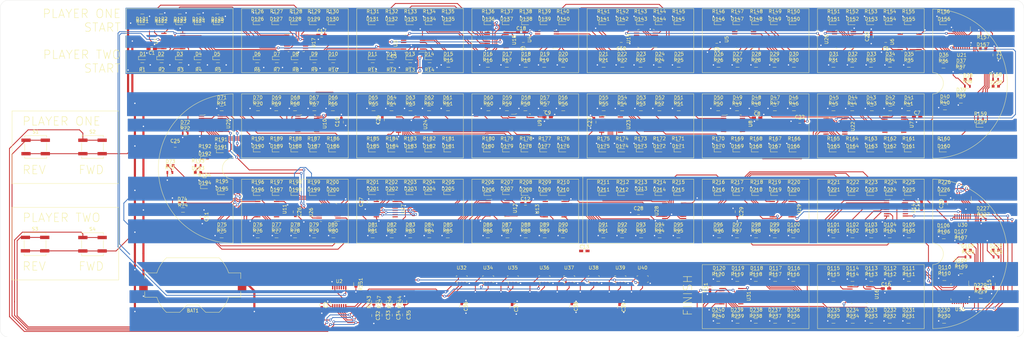
<source format=kicad_pcb>
(kicad_pcb (version 20171130) (host pcbnew "(5.1.5)-3")
  (layers (0 F.Cu signal) (31 B.Cu signal) (34 B.Paste user) (35 F.Paste user) (36 B.SilkS user) (37 F.SilkS user) (38 B.Mask user) (39 F.Mask user) (44 Edge.Cuts user))
  (net 0 "")
  (net 1 +3V3)
  (net 2 GND)
  (net 3 "Net-(D2-Pad1)")
  (net 4 "Net-(D3-Pad1)")
  (net 5 "Net-(D4-Pad1)")
  (net 6 "Net-(D6-Pad1)")
  (net 7 "Net-(D7-Pad1)")
  (net 8 "Net-(D8-Pad1)")
  (net 9 "Net-(D10-Pad1)")
  (net 10 "Net-(D11-Pad1)")
  (net 11 "Net-(D12-Pad1)")
  (net 12 "Net-(D13-Pad1)")
  (net 13 "Net-(D14-Pad1)")
  (net 14 "Net-(D15-Pad1)")
  (net 15 "Net-(D16-Pad1)")
  (net 16 "Net-(D17-Pad1)")
  (net 17 "Net-(D18-Pad1)")
  (net 18 "Net-(D19-Pad1)")
  (net 19 "Net-(D20-Pad1)")
  (net 20 "Net-(D22-Pad1)")
  (net 21 "Net-(D23-Pad1)")
  (net 22 "Net-(D24-Pad1)")
  (net 23 "Net-(D25-Pad1)")
  (net 24 "Net-(D26-Pad1)")
  (net 25 "Net-(D27-Pad1)")
  (net 26 "Net-(D29-Pad1)")
  (net 27 "Net-(D30-Pad1)")
  (net 28 "Net-(D31-Pad1)")
  (net 29 "Net-(D32-Pad1)")
  (net 30 "Net-(D34-Pad1)")
  (net 31 "Net-(D35-Pad1)")
  (net 32 "Net-(D37-Pad1)")
  (net 33 "Net-(D39-Pad1)")
  (net 34 "Net-(D40-Pad1)")
  (net 35 "Net-(D42-Pad1)")
  (net 36 "Net-(D44-Pad1)")
  (net 37 "Net-(D45-Pad1)")
  (net 38 "Net-(D48-Pad1)")
  (net 39 "Net-(D49-Pad1)")
  (net 40 "Net-(D50-Pad1)")
  (net 41 "Net-(D53-Pad1)")
  (net 42 "Net-(D54-Pad1)")
  (net 43 "Net-(D55-Pad1)")
  (net 44 "Net-(D57-Pad1)")
  (net 45 "Net-(D58-Pad1)")
  (net 46 "Net-(D59-Pad1)")
  (net 47 "Net-(D61-Pad1)")
  (net 48 "Net-(D62-Pad1)")
  (net 49 "Net-(D63-Pad1)")
  (net 50 "Net-(D64-Pad1)")
  (net 51 "Net-(D66-Pad1)")
  (net 52 "Net-(D67-Pad1)")
  (net 53 "Net-(D68-Pad1)")
  (net 54 "Net-(D70-Pad1)")
  (net 55 "Net-(D71-Pad1)")
  (net 56 "Net-(D73-Pad1)")
  (net 57 "Net-(D74-Pad1)")
  (net 58 "Net-(D75-Pad1)")
  (net 59 "Net-(D77-Pad1)")
  (net 60 "Net-(D78-Pad1)")
  (net 61 "Net-(D80-Pad1)")
  (net 62 "Net-(D81-Pad1)")
  (net 63 "Net-(D82-Pad1)")
  (net 64 "Net-(D84-Pad1)")
  (net 65 "Net-(D85-Pad1)")
  (net 66 "Net-(D87-Pad1)")
  (net 67 "Net-(D88-Pad1)")
  (net 68 "Net-(D90-Pad1)")
  (net 69 "Net-(D91-Pad1)")
  (net 70 "Net-(D92-Pad1)")
  (net 71 "Net-(D94-Pad1)")
  (net 72 "Net-(D95-Pad1)")
  (net 73 "Net-(D97-Pad1)")
  (net 74 "Net-(D98-Pad1)")
  (net 75 "Net-(D99-Pad1)")
  (net 76 "Net-(D101-Pad1)")
  (net 77 "Net-(D102-Pad1)")
  (net 78 "Net-(D104-Pad1)")
  (net 79 "Net-(D105-Pad1)")
  (net 80 "Net-(D106-Pad1)")
  (net 81 "Net-(D108-Pad1)")
  (net 82 "Net-(D110-Pad1)")
  (net 83 "Net-(D111-Pad1)")
  (net 84 "Net-(D112-Pad1)")
  (net 85 "Net-(D113-Pad1)")
  (net 86 "Net-(D115-Pad1)")
  (net 87 "Net-(D116-Pad1)")
  (net 88 "Net-(D117-Pad1)")
  (net 89 "Net-(D119-Pad1)")
  (net 90 "Net-(D120-Pad1)")
  (net 91 "Net-(D122-Pad1)")
  (net 92 "Net-(D123-Pad1)")
  (net 93 "Net-(D124-Pad1)")
  (net 94 "Net-(D126-Pad1)")
  (net 95 "Net-(D127-Pad1)")
  (net 96 "Net-(D129-Pad1)")
  (net 97 "Net-(D130-Pad1)")
  (net 98 "Net-(D131-Pad1)")
  (net 99 "Net-(D133-Pad1)")
  (net 100 "Net-(D134-Pad1)")
  (net 101 "Net-(D135-Pad1)")
  (net 102 "Net-(D137-Pad1)")
  (net 103 "Net-(D138-Pad1)")
  (net 104 "Net-(D139-Pad1)")
  (net 105 "Net-(D141-Pad1)")
  (net 106 "Net-(D142-Pad1)")
  (net 107 "Net-(D143-Pad1)")
  (net 108 "Net-(D145-Pad1)")
  (net 109 "Net-(D146-Pad1)")
  (net 110 "Net-(D148-Pad1)")
  (net 111 "Net-(D149-Pad1)")
  (net 112 "Net-(D150-Pad1)")
  (net 113 "Net-(D151-Pad1)")
  (net 114 "Net-(D153-Pad1)")
  (net 115 "Net-(D154-Pad1)")
  (net 116 "Net-(D156-Pad1)")
  (net 117 "Net-(D157-Pad1)")
  (net 118 "Net-(D158-Pad1)")
  (net 119 "Net-(D160-Pad1)")
  (net 120 "Net-(D161-Pad1)")
  (net 121 "Net-(D162-Pad1)")
  (net 122 "Net-(D164-Pad1)")
  (net 123 "Net-(D165-Pad1)")
  (net 124 "Net-(D166-Pad1)")
  (net 125 "Net-(D168-Pad1)")
  (net 126 "Net-(D169-Pad1)")
  (net 127 "Net-(D171-Pad1)")
  (net 128 "Net-(D172-Pad1)")
  (net 129 "Net-(D173-Pad1)")
  (net 130 "Net-(D174-Pad1)")
  (net 131 "Net-(D176-Pad1)")
  (net 132 "Net-(D177-Pad1)")
  (net 133 "Net-(D178-Pad1)")
  (net 134 "Net-(D179-Pad1)")
  (net 135 "Net-(D181-Pad1)")
  (net 136 "Net-(D182-Pad1)")
  (net 137 "Net-(D183-Pad1)")
  (net 138 "Net-(D184-Pad1)")
  (net 139 "Net-(D186-Pad1)")
  (net 140 "Net-(D187-Pad1)")
  (net 141 "Net-(D188-Pad1)")
  (net 142 "Net-(D190-Pad1)")
  (net 143 "Net-(D191-Pad1)")
  (net 144 "Net-(D193-Pad1)")
  (net 145 "Net-(D194-Pad1)")
  (net 146 "Net-(D195-Pad1)")
  (net 147 "Net-(D197-Pad1)")
  (net 148 "Net-(D198-Pad1)")
  (net 149 "Net-(D200-Pad1)")
  (net 150 "Net-(D201-Pad1)")
  (net 151 "Net-(D202-Pad1)")
  (net 152 "Net-(D204-Pad1)")
  (net 153 "Net-(D205-Pad1)")
  (net 154 "Net-(D207-Pad1)")
  (net 155 "Net-(D208-Pad1)")
  (net 156 "Net-(D210-Pad1)")
  (net 157 "Net-(D211-Pad1)")
  (net 158 "Net-(D212-Pad1)")
  (net 159 "Net-(D214-Pad1)")
  (net 160 "Net-(D215-Pad1)")
  (net 161 "Net-(D217-Pad1)")
  (net 162 "Net-(D218-Pad1)")
  (net 163 "Net-(D219-Pad1)")
  (net 164 "Net-(D221-Pad1)")
  (net 165 "Net-(D222-Pad1)")
  (net 166 "Net-(D224-Pad1)")
  (net 167 "Net-(D225-Pad1)")
  (net 168 "Net-(D226-Pad1)")
  (net 169 "Net-(D228-Pad1)")
  (net 170 "Net-(D230-Pad1)")
  (net 171 "Net-(D231-Pad1)")
  (net 172 "Net-(D232-Pad1)")
  (net 173 "Net-(D233-Pad1)")
  (net 174 "Net-(D235-Pad1)")
  (net 175 "Net-(D236-Pad1)")
  (net 176 "Net-(D237-Pad1)")
  (net 177 "Net-(D239-Pad1)")
  (net 178 "Net-(D240-Pad1)")
  (net 179 "Net-(D1-Pad1)")
  (net 180 "Net-(D1-Pad2)")
  (net 181 "Net-(D2-Pad2)")
  (net 182 "Net-(D3-Pad2)")
  (net 183 "Net-(D4-Pad2)")
  (net 184 "Net-(D5-Pad1)")
  (net 185 "Net-(D5-Pad2)")
  (net 186 "Net-(D6-Pad2)")
  (net 187 "Net-(D7-Pad2)")
  (net 188 "Net-(D8-Pad2)")
  (net 189 "Net-(D9-Pad1)")
  (net 190 "Net-(D9-Pad2)")
  (net 191 "Net-(D10-Pad2)")
  (net 192 "Net-(D11-Pad2)")
  (net 193 "Net-(D12-Pad2)")
  (net 194 "Net-(D13-Pad2)")
  (net 195 "Net-(D14-Pad2)")
  (net 196 "Net-(D15-Pad2)")
  (net 197 "Net-(D16-Pad2)")
  (net 198 "Net-(D17-Pad2)")
  (net 199 "Net-(D18-Pad2)")
  (net 200 "Net-(D19-Pad2)")
  (net 201 "Net-(D20-Pad2)")
  (net 202 "Net-(D21-Pad1)")
  (net 203 "Net-(D21-Pad2)")
  (net 204 "Net-(D22-Pad2)")
  (net 205 "Net-(D23-Pad2)")
  (net 206 "Net-(D24-Pad2)")
  (net 207 "Net-(D25-Pad2)")
  (net 208 "Net-(D26-Pad2)")
  (net 209 "Net-(D27-Pad2)")
  (net 210 "Net-(D28-Pad2)")
  (net 211 "Net-(D28-Pad1)")
  (net 212 "Net-(D29-Pad2)")
  (net 213 "Net-(D30-Pad2)")
  (net 214 "Net-(D31-Pad2)")
  (net 215 "Net-(D32-Pad2)")
  (net 216 "Net-(D33-Pad2)")
  (net 217 "Net-(D33-Pad1)")
  (net 218 "Net-(D34-Pad2)")
  (net 219 "Net-(D35-Pad2)")
  (net 220 "Net-(D36-Pad1)")
  (net 221 "Net-(D36-Pad2)")
  (net 222 "Net-(D37-Pad2)")
  (net 223 "Net-(D38-Pad1)")
  (net 224 "Net-(D38-Pad2)")
  (net 225 "Net-(D39-Pad2)")
  (net 226 "Net-(D40-Pad2)")
  (net 227 "Net-(D41-Pad1)")
  (net 228 "Net-(D41-Pad2)")
  (net 229 "Net-(D42-Pad2)")
  (net 230 "Net-(D43-Pad1)")
  (net 231 "Net-(D43-Pad2)")
  (net 232 "Net-(D44-Pad2)")
  (net 233 "Net-(D45-Pad2)")
  (net 234 "Net-(D46-Pad2)")
  (net 235 "Net-(D46-Pad1)")
  (net 236 "Net-(D47-Pad1)")
  (net 237 "Net-(D47-Pad2)")
  (net 238 "Net-(D48-Pad2)")
  (net 239 "Net-(D49-Pad2)")
  (net 240 "Net-(D50-Pad2)")
  (net 241 "Net-(D51-Pad2)")
  (net 242 "Net-(D51-Pad1)")
  (net 243 "Net-(D52-Pad1)")
  (net 244 "Net-(D52-Pad2)")
  (net 245 "Net-(D53-Pad2)")
  (net 246 "Net-(D54-Pad2)")
  (net 247 "Net-(D55-Pad2)")
  (net 248 "Net-(D56-Pad1)")
  (net 249 "Net-(D56-Pad2)")
  (net 250 "Net-(D57-Pad2)")
  (net 251 "Net-(D58-Pad2)")
  (net 252 "Net-(D59-Pad2)")
  (net 253 "Net-(D60-Pad2)")
  (net 254 "Net-(D60-Pad1)")
  (net 255 "Net-(D61-Pad2)")
  (net 256 "Net-(D62-Pad2)")
  (net 257 "Net-(D63-Pad2)")
  (net 258 "Net-(D64-Pad2)")
  (net 259 "Net-(D65-Pad2)")
  (net 260 "Net-(D65-Pad1)")
  (net 261 "Net-(D66-Pad2)")
  (net 262 "Net-(D67-Pad2)")
  (net 263 "Net-(D68-Pad2)")
  (net 264 "Net-(D69-Pad2)")
  (net 265 "Net-(D69-Pad1)")
  (net 266 "Net-(D70-Pad2)")
  (net 267 "Net-(D71-Pad2)")
  (net 268 "Net-(D72-Pad1)")
  (net 269 "Net-(D72-Pad2)")
  (net 270 "Net-(D73-Pad2)")
  (net 271 "Net-(D74-Pad2)")
  (net 272 "Net-(D75-Pad2)")
  (net 273 "Net-(D76-Pad1)")
  (net 274 "Net-(D76-Pad2)")
  (net 275 "Net-(D77-Pad2)")
  (net 276 "Net-(D78-Pad2)")
  (net 277 "Net-(D79-Pad2)")
  (net 278 "Net-(D79-Pad1)")
  (net 279 "Net-(D80-Pad2)")
  (net 280 "Net-(D81-Pad2)")
  (net 281 "Net-(D82-Pad2)")
  (net 282 "Net-(D83-Pad2)")
  (net 283 "Net-(D83-Pad1)")
  (net 284 "Net-(D84-Pad2)")
  (net 285 "Net-(D85-Pad2)")
  (net 286 "Net-(D86-Pad1)")
  (net 287 "Net-(D86-Pad2)")
  (net 288 "Net-(D87-Pad2)")
  (net 289 "Net-(D88-Pad2)")
  (net 290 "Net-(D89-Pad2)")
  (net 291 "Net-(D89-Pad1)")
  (net 292 "Net-(D90-Pad2)")
  (net 293 "Net-(D91-Pad2)")
  (net 294 "Net-(D92-Pad2)")
  (net 295 "Net-(D93-Pad2)")
  (net 296 "Net-(D93-Pad1)")
  (net 297 "Net-(D94-Pad2)")
  (net 298 "Net-(D95-Pad2)")
  (net 299 "Net-(D96-Pad1)")
  (net 300 "Net-(D96-Pad2)")
  (net 301 "Net-(D97-Pad2)")
  (net 302 "Net-(D98-Pad2)")
  (net 303 "Net-(D99-Pad2)")
  (net 304 "Net-(D100-Pad2)")
  (net 305 "Net-(D100-Pad1)")
  (net 306 "Net-(D101-Pad2)")
  (net 307 "Net-(D102-Pad2)")
  (net 308 "Net-(D103-Pad1)")
  (net 309 "Net-(D103-Pad2)")
  (net 310 "Net-(D104-Pad2)")
  (net 311 "Net-(D105-Pad2)")
  (net 312 "Net-(D106-Pad2)")
  (net 313 "Net-(D107-Pad1)")
  (net 314 "Net-(D107-Pad2)")
  (net 315 "Net-(D108-Pad2)")
  (net 316 "Net-(D109-Pad1)")
  (net 317 "Net-(D109-Pad2)")
  (net 318 "Net-(D110-Pad2)")
  (net 319 "Net-(D111-Pad2)")
  (net 320 "Net-(D112-Pad2)")
  (net 321 "Net-(D113-Pad2)")
  (net 322 "Net-(D114-Pad2)")
  (net 323 "Net-(D114-Pad1)")
  (net 324 "Net-(D115-Pad2)")
  (net 325 "Net-(D116-Pad2)")
  (net 326 "Net-(D117-Pad2)")
  (net 327 "Net-(D118-Pad2)")
  (net 328 "Net-(D118-Pad1)")
  (net 329 "Net-(D119-Pad2)")
  (net 330 "Net-(D120-Pad2)")
  (net 331 "Net-(D121-Pad2)")
  (net 332 "Net-(D121-Pad1)")
  (net 333 "Net-(D122-Pad2)")
  (net 334 "Net-(D123-Pad2)")
  (net 335 "Net-(D124-Pad2)")
  (net 336 "Net-(D125-Pad2)")
  (net 337 "Net-(D125-Pad1)")
  (net 338 "Net-(D126-Pad2)")
  (net 339 "Net-(D127-Pad2)")
  (net 340 "Net-(D128-Pad1)")
  (net 341 "Net-(D128-Pad2)")
  (net 342 "Net-(D129-Pad2)")
  (net 343 "Net-(D130-Pad2)")
  (net 344 "Net-(D131-Pad2)")
  (net 345 "Net-(D132-Pad2)")
  (net 346 "Net-(D132-Pad1)")
  (net 347 "Net-(D133-Pad2)")
  (net 348 "Net-(D134-Pad2)")
  (net 349 "Net-(D135-Pad2)")
  (net 350 "Net-(D136-Pad2)")
  (net 351 "Net-(D136-Pad1)")
  (net 352 "Net-(D137-Pad2)")
  (net 353 "Net-(D138-Pad2)")
  (net 354 "Net-(D139-Pad2)")
  (net 355 "Net-(D140-Pad2)")
  (net 356 "Net-(D140-Pad1)")
  (net 357 "Net-(D141-Pad2)")
  (net 358 "Net-(D142-Pad2)")
  (net 359 "Net-(D143-Pad2)")
  (net 360 "Net-(D144-Pad2)")
  (net 361 "Net-(D144-Pad1)")
  (net 362 "Net-(D145-Pad2)")
  (net 363 "Net-(D146-Pad2)")
  (net 364 "Net-(D147-Pad1)")
  (net 365 "Net-(D147-Pad2)")
  (net 366 "Net-(D148-Pad2)")
  (net 367 "Net-(D149-Pad2)")
  (net 368 "Net-(D150-Pad2)")
  (net 369 "Net-(D151-Pad2)")
  (net 370 "Net-(D152-Pad2)")
  (net 371 "Net-(D152-Pad1)")
  (net 372 "Net-(D153-Pad2)")
  (net 373 "Net-(D154-Pad2)")
  (net 374 "Net-(D155-Pad1)")
  (net 375 "Net-(D155-Pad2)")
  (net 376 "Net-(D156-Pad2)")
  (net 377 "Net-(D157-Pad2)")
  (net 378 "Net-(D158-Pad2)")
  (net 379 "Net-(D159-Pad2)")
  (net 380 "Net-(D159-Pad1)")
  (net 381 "Net-(D160-Pad2)")
  (net 382 "Net-(D161-Pad2)")
  (net 383 "Net-(D162-Pad2)")
  (net 384 "Net-(D163-Pad1)")
  (net 385 "Net-(D163-Pad2)")
  (net 386 "Net-(D164-Pad2)")
  (net 387 "Net-(D165-Pad2)")
  (net 388 "Net-(D166-Pad2)")
  (net 389 "Net-(D167-Pad1)")
  (net 390 "Net-(D167-Pad2)")
  (net 391 "Net-(D168-Pad2)")
  (net 392 "Net-(D169-Pad2)")
  (net 393 "Net-(D170-Pad2)")
  (net 394 "Net-(D170-Pad1)")
  (net 395 "Net-(D171-Pad2)")
  (net 396 "Net-(D172-Pad2)")
  (net 397 "Net-(D173-Pad2)")
  (net 398 "Net-(D174-Pad2)")
  (net 399 "Net-(D175-Pad2)")
  (net 400 "Net-(D175-Pad1)")
  (net 401 "Net-(D176-Pad2)")
  (net 402 "Net-(D177-Pad2)")
  (net 403 "Net-(D178-Pad2)")
  (net 404 "Net-(D179-Pad2)")
  (net 405 "Net-(D180-Pad2)")
  (net 406 "Net-(D180-Pad1)")
  (net 407 "Net-(D181-Pad2)")
  (net 408 "Net-(D182-Pad2)")
  (net 409 "Net-(D183-Pad2)")
  (net 410 "Net-(D184-Pad2)")
  (net 411 "Net-(D185-Pad1)")
  (net 412 "Net-(D185-Pad2)")
  (net 413 "Net-(D186-Pad2)")
  (net 414 "Net-(D187-Pad2)")
  (net 415 "Net-(D188-Pad2)")
  (net 416 "Net-(D189-Pad1)")
  (net 417 "Net-(D189-Pad2)")
  (net 418 "Net-(D190-Pad2)")
  (net 419 "Net-(D191-Pad2)")
  (net 420 "Net-(D192-Pad1)")
  (net 421 "Net-(D192-Pad2)")
  (net 422 "Net-(D193-Pad2)")
  (net 423 "Net-(D194-Pad2)")
  (net 424 "Net-(D195-Pad2)")
  (net 425 "Net-(D196-Pad2)")
  (net 426 "Net-(D196-Pad1)")
  (net 427 "Net-(D197-Pad2)")
  (net 428 "Net-(D198-Pad2)")
  (net 429 "Net-(D199-Pad2)")
  (net 430 "Net-(D199-Pad1)")
  (net 431 "Net-(D200-Pad2)")
  (net 432 "Net-(D201-Pad2)")
  (net 433 "Net-(D202-Pad2)")
  (net 434 "Net-(D203-Pad1)")
  (net 435 "Net-(D203-Pad2)")
  (net 436 "Net-(D204-Pad2)")
  (net 437 "Net-(D205-Pad2)")
  (net 438 "Net-(D206-Pad1)")
  (net 439 "Net-(D206-Pad2)")
  (net 440 "Net-(D207-Pad2)")
  (net 441 "Net-(D208-Pad2)")
  (net 442 "Net-(D209-Pad1)")
  (net 443 "Net-(D209-Pad2)")
  (net 444 "Net-(D210-Pad2)")
  (net 445 "Net-(D211-Pad2)")
  (net 446 "Net-(D212-Pad2)")
  (net 447 "Net-(D213-Pad1)")
  (net 448 "Net-(D213-Pad2)")
  (net 449 "Net-(D214-Pad2)")
  (net 450 "Net-(D215-Pad2)")
  (net 451 "Net-(D216-Pad2)")
  (net 452 "Net-(D216-Pad1)")
  (net 453 "Net-(D217-Pad2)")
  (net 454 "Net-(D218-Pad2)")
  (net 455 "Net-(D219-Pad2)")
  (net 456 "Net-(D220-Pad2)")
  (net 457 "Net-(D220-Pad1)")
  (net 458 "Net-(D221-Pad2)")
  (net 459 "Net-(D222-Pad2)")
  (net 460 "Net-(D223-Pad1)")
  (net 461 "Net-(D223-Pad2)")
  (net 462 "Net-(D224-Pad2)")
  (net 463 "Net-(D225-Pad2)")
  (net 464 "Net-(D226-Pad2)")
  (net 465 "Net-(D227-Pad2)")
  (net 466 "Net-(D227-Pad1)")
  (net 467 "Net-(D228-Pad2)")
  (net 468 "Net-(D229-Pad2)")
  (net 469 "Net-(D229-Pad1)")
  (net 470 "Net-(D230-Pad2)")
  (net 471 "Net-(D231-Pad2)")
  (net 472 "Net-(D232-Pad2)")
  (net 473 "Net-(D233-Pad2)")
  (net 474 "Net-(D234-Pad1)")
  (net 475 "Net-(D234-Pad2)")
  (net 476 "Net-(D235-Pad2)")
  (net 477 "Net-(D236-Pad2)")
  (net 478 "Net-(D237-Pad2)")
  (net 479 "Net-(D238-Pad2)")
  (net 480 "Net-(D238-Pad1)")
  (net 481 "Net-(D239-Pad2)")
  (net 482 "Net-(D240-Pad2)")
  (net 483 "Net-(U1-Pad9)")
  (net 484 "Net-(U3-Pad9)")
  (net 485 "Net-(U4-Pad9)")
  (net 486 "Net-(U5-Pad9)")
  (net 487 "Net-(U6-Pad9)")
  (net 488 "Net-(U8-Pad9)")
  (net 489 "Net-(U10-Pad9)")
  (net 490 "Net-(U11-Pad9)")
  (net 491 "Net-(U12-Pad9)")
  (net 492 "Net-(U13-Pad9)")
  (net 493 "Net-(U14-Pad9)")
  (net 494 "Net-(U15-Pad9)")
  (net 495 "Net-(U17-Pad9)")
  (net 496 "Net-(U19-Pad9)")
  (net 497 "Net-(U20-Pad9)")
  (net 498 "Net-(U21-Pad9)")
  (net 499 "Net-(U22-Pad9)")
  (net 500 "Net-(U24-Pad9)")
  (net 501 "Net-(U25-Pad9)")
  (net 502 "Net-(U26-Pad9)")
  (net 503 "Net-(U27-Pad9)")
  (net 504 "Net-(U28-Pad9)")
  (net 505 "Net-(U29-Pad9)")
  (net 506 "Net-(U30-Pad9)")
  (net 507 "Net-(U10-Pad14)")
  (net 508 DATA)
  (net 509 CLK)
  (net 510 "Net-(C32-Pad1)")
  (net 511 "Net-(C33-Pad1)")
  (net 512 "Net-(C34-Pad1)")
  (net 513 "Net-(C35-Pad1)")
  (net 514 RST)
  (net 515 LE1)
  (net 516 LE2)
  (net 517 CLK1A)
  (net 518 "Net-(U2-Pad9)")
  (net 519 TEST)
  (net 520 "Net-(U2-Pad6)")
  (net 521 "Net-(U7-Pad9)")
  (net 522 "Net-(U8-Pad14)")
  (net 523 "Net-(U16-Pad9)")
  (net 524 CLK2A)
  (net 525 "Net-(U18-Pad9)")
  (net 526 "Net-(U19-Pad14)")
  (net 527 "Net-(U23-Pad9)")
  (net 528 "Net-(U24-Pad14)")
  (net 529 "Net-(U31-Pad9)")
  (net 530 CLK1B)
  (net 531 CLK1C)
  (net 532 CLK1D)
  (net 533 CLK2B)
  (net 534 CLK2C)
  (net 535 CLK2D)
  (module digikey-footprints:TSSOP-14_W4.4mm (layer F.Cu) (at 153.02 168.829)
    (fp_text reference U2 (at 0 -4.6) (layer F.SilkS))
    (fp_text value MSP430F2012IPW)
    (pad 8 smd rect (at 1.95 -2.875) (size 0.35 1.4) (layers F.Cu F.Paste F.Mask) (net 508 DATA))
    (pad 9 smd rect (at 1.3 -2.875) (size 0.35 1.4) (layers F.Cu F.Paste F.Mask) (net 518 "Net-(U2-Pad9)"))
    (pad 10 smd rect (at 0.65 -2.875) (size 0.35 1.4) (layers F.Cu F.Paste F.Mask) (net 514 RST))
    (pad 11 smd rect (at 0 -2.875) (size 0.35 1.4) (layers F.Cu F.Paste F.Mask) (net 519 TEST))
    (pad 12 smd rect (at -0.65 -2.875) (size 0.35 1.4) (layers F.Cu F.Paste F.Mask) (net 516 LE2))
    (pad 13 smd rect (at -1.3 -2.875) (size 0.35 1.4) (layers F.Cu F.Paste F.Mask) (net 515 LE1))
    (pad 14 smd rect (at -1.95 -2.875) (size 0.35 1.4) (layers F.Cu F.Paste F.Mask) (net 2 GND))
    (pad 7 smd rect (at 1.95 2.875) (size 0.35 1.4) (layers F.Cu F.Paste F.Mask) (net 509 CLK))
    (pad 6 smd rect (at 1.3 2.875) (size 0.35 1.4) (layers F.Cu F.Paste F.Mask) (net 520 "Net-(U2-Pad6)"))
    (pad 5 smd rect (at 0.65 2.875) (size 0.35 1.4) (layers F.Cu F.Paste F.Mask) (net 513 "Net-(C35-Pad1)"))
    (pad 4 smd rect (at 0 2.875) (size 0.35 1.4) (layers F.Cu F.Paste F.Mask) (net 512 "Net-(C34-Pad1)"))
    (pad 3 smd rect (at -0.65 2.875) (size 0.35 1.4) (layers F.Cu F.Paste F.Mask) (net 511 "Net-(C33-Pad1)"))
    (pad 2 smd rect (at -1.3 2.875) (size 0.35 1.4) (layers F.Cu F.Paste F.Mask) (net 510 "Net-(C32-Pad1)"))
    (pad 1 smd rect (at -1.95 2.875) (size 0.35 1.4) (layers F.Cu F.Paste F.Mask) (net 1 +3V3))
  )
  (module digikey-footprints:TSSOP-16_W4.40mm (layer F.Cu) (at 103.632 92.71 90)
    (fp_text reference U1 (at 0 -5.2 90) (layer F.SilkS))
    (fp_text value 74HC595D_118)
    (pad 15 smd rect (at -1.625 -2.8 90) (size 0.3 1.6) (layers F.Cu F.Paste F.Mask) (net 180 "Net-(D1-Pad2)"))
    (pad 14 smd rect (at -0.975 -2.8 90) (size 0.3 1.6) (layers F.Cu F.Paste F.Mask) (net 508 DATA))
    (pad 13 smd rect (at -0.325 -2.8 90) (size 0.3 1.6) (layers F.Cu F.Paste F.Mask) (net 2 GND))
    (pad 12 smd rect (at 0.325 -2.8 90) (size 0.3 1.6) (layers F.Cu F.Paste F.Mask) (net 517 CLK1A))
    (pad 11 smd rect (at 0.975 -2.8 90) (size 0.3 1.6) (layers F.Cu F.Paste F.Mask) (net 517 CLK1A))
    (pad 10 smd rect (at 1.625 -2.8 90) (size 0.3 1.6) (layers F.Cu F.Paste F.Mask) (net 1 +3V3))
    (pad 9 smd rect (at 2.275 -2.8 90) (size 0.3 1.6) (layers F.Cu F.Paste F.Mask) (net 483 "Net-(U1-Pad9)"))
    (pad 8 smd rect (at 2.275 2.8 90) (size 0.3 1.6) (layers F.Cu F.Paste F.Mask) (net 2 GND))
    (pad 7 smd rect (at 1.625 2.8 90) (size 0.3 1.6) (layers F.Cu F.Paste F.Mask) (net 188 "Net-(D8-Pad2)"))
    (pad 6 smd rect (at 0.975 2.8 90) (size 0.3 1.6) (layers F.Cu F.Paste F.Mask) (net 187 "Net-(D7-Pad2)"))
    (pad 5 smd rect (at 0.325 2.8 90) (size 0.3 1.6) (layers F.Cu F.Paste F.Mask) (net 186 "Net-(D6-Pad2)"))
    (pad 4 smd rect (at -0.325 2.8 90) (size 0.3 1.6) (layers F.Cu F.Paste F.Mask) (net 185 "Net-(D5-Pad2)"))
    (pad 3 smd rect (at -0.975 2.8 90) (size 0.3 1.6) (layers F.Cu F.Paste F.Mask) (net 183 "Net-(D4-Pad2)"))
    (pad 2 smd rect (at -1.625 2.8 90) (size 0.3 1.6) (layers F.Cu F.Paste F.Mask) (net 182 "Net-(D3-Pad2)"))
    (pad 16 smd rect (at -2.275 -2.8 90) (size 0.3 1.6) (layers F.Cu F.Paste F.Mask) (net 1 +3V3))
    (pad 1 smd rect (at -2.275 2.8 90) (size 0.3 1.6) (layers F.Cu F.Paste F.Mask) (net 181 "Net-(D2-Pad2)"))
  )
  (module digikey-footprints:TSSOP-16_W4.40mm (layer F.Cu) (at 273.558 92.202 90)
    (fp_text reference U5 (at 0 -5.2 90) (layer F.SilkS))
    (fp_text value 74HC595D_118)
    (pad 15 smd rect (at -1.625 -2.8 90) (size 0.3 1.6) (layers F.Cu F.Paste F.Mask) (net 207 "Net-(D25-Pad2)"))
    (pad 14 smd rect (at -0.975 -2.8 90) (size 0.3 1.6) (layers F.Cu F.Paste F.Mask) (net 485 "Net-(U4-Pad9)"))
    (pad 13 smd rect (at -0.325 -2.8 90) (size 0.3 1.6) (layers F.Cu F.Paste F.Mask) (net 2 GND))
    (pad 12 smd rect (at 0.325 -2.8 90) (size 0.3 1.6) (layers F.Cu F.Paste F.Mask) (net 517 CLK1A))
    (pad 11 smd rect (at 0.975 -2.8 90) (size 0.3 1.6) (layers F.Cu F.Paste F.Mask) (net 517 CLK1A))
    (pad 10 smd rect (at 1.625 -2.8 90) (size 0.3 1.6) (layers F.Cu F.Paste F.Mask) (net 1 +3V3))
    (pad 9 smd rect (at 2.275 -2.8 90) (size 0.3 1.6) (layers F.Cu F.Paste F.Mask) (net 486 "Net-(U5-Pad9)"))
    (pad 8 smd rect (at 2.275 2.8 90) (size 0.3 1.6) (layers F.Cu F.Paste F.Mask) (net 2 GND))
    (pad 7 smd rect (at 1.625 2.8 90) (size 0.3 1.6) (layers F.Cu F.Paste F.Mask) (net 215 "Net-(D32-Pad2)"))
    (pad 6 smd rect (at 0.975 2.8 90) (size 0.3 1.6) (layers F.Cu F.Paste F.Mask) (net 214 "Net-(D31-Pad2)"))
    (pad 5 smd rect (at 0.325 2.8 90) (size 0.3 1.6) (layers F.Cu F.Paste F.Mask) (net 213 "Net-(D30-Pad2)"))
    (pad 4 smd rect (at -0.325 2.8 90) (size 0.3 1.6) (layers F.Cu F.Paste F.Mask) (net 212 "Net-(D29-Pad2)"))
    (pad 3 smd rect (at -0.975 2.8 90) (size 0.3 1.6) (layers F.Cu F.Paste F.Mask) (net 210 "Net-(D28-Pad2)"))
    (pad 2 smd rect (at -1.625 2.8 90) (size 0.3 1.6) (layers F.Cu F.Paste F.Mask) (net 209 "Net-(D27-Pad2)"))
    (pad 16 smd rect (at -2.275 -2.8 90) (size 0.3 1.6) (layers F.Cu F.Paste F.Mask) (net 1 +3V3))
    (pad 1 smd rect (at -2.275 2.8 90) (size 0.3 1.6) (layers F.Cu F.Paste F.Mask) (net 208 "Net-(D26-Pad2)"))
  )
  (module Capacitors_SMD:C_0603_HandSoldering (layer F.Cu) (at 147.762 90.932)
    (fp_text reference C17 (at 0 -1.25) (layer F.SilkS))
    (fp_text value 1.0uF)
    (pad 1 smd rect (at -0.95 0) (size 1.2 0.75) (layers F.Cu F.Paste F.Mask) (net 1 +3V3))
    (pad 2 smd rect (at 0.95 0) (size 1.2 0.75) (layers F.Cu F.Paste F.Mask) (net 2 GND))
  )
  (module Capacitors_SMD:C_0603_HandSoldering (layer F.Cu) (at 97.216 94.996 180)
    (fp_text reference C1 (at 0 -1.25) (layer F.SilkS))
    (fp_text value 1.0uF)
    (pad 1 smd rect (at -0.95 0 180) (size 1.2 0.75) (layers F.Cu F.Paste F.Mask) (net 1 +3V3))
    (pad 2 smd rect (at 0.95 0 180) (size 1.2 0.75) (layers F.Cu F.Paste F.Mask) (net 2 GND))
  )
  (module digikey-footprints:TSSOP-16_W4.40mm (layer F.Cu) (at 175.006 93.472 90)
    (fp_text reference U3 (at 0 -5.2 90) (layer F.SilkS))
    (fp_text value 74HC595D_118)
    (pad 15 smd rect (at -1.625 -2.8 90) (size 0.3 1.6) (layers F.Cu F.Paste F.Mask) (net 190 "Net-(D9-Pad2)"))
    (pad 14 smd rect (at -0.975 -2.8 90) (size 0.3 1.6) (layers F.Cu F.Paste F.Mask) (net 483 "Net-(U1-Pad9)"))
    (pad 13 smd rect (at -0.325 -2.8 90) (size 0.3 1.6) (layers F.Cu F.Paste F.Mask) (net 2 GND))
    (pad 12 smd rect (at 0.325 -2.8 90) (size 0.3 1.6) (layers F.Cu F.Paste F.Mask) (net 517 CLK1A))
    (pad 11 smd rect (at 0.975 -2.8 90) (size 0.3 1.6) (layers F.Cu F.Paste F.Mask) (net 517 CLK1A))
    (pad 10 smd rect (at 1.625 -2.8 90) (size 0.3 1.6) (layers F.Cu F.Paste F.Mask) (net 1 +3V3))
    (pad 9 smd rect (at 2.275 -2.8 90) (size 0.3 1.6) (layers F.Cu F.Paste F.Mask) (net 484 "Net-(U3-Pad9)"))
    (pad 8 smd rect (at 2.275 2.8 90) (size 0.3 1.6) (layers F.Cu F.Paste F.Mask) (net 2 GND))
    (pad 7 smd rect (at 1.625 2.8 90) (size 0.3 1.6) (layers F.Cu F.Paste F.Mask) (net 197 "Net-(D16-Pad2)"))
    (pad 6 smd rect (at 0.975 2.8 90) (size 0.3 1.6) (layers F.Cu F.Paste F.Mask) (net 196 "Net-(D15-Pad2)"))
    (pad 5 smd rect (at 0.325 2.8 90) (size 0.3 1.6) (layers F.Cu F.Paste F.Mask) (net 195 "Net-(D14-Pad2)"))
    (pad 4 smd rect (at -0.325 2.8 90) (size 0.3 1.6) (layers F.Cu F.Paste F.Mask) (net 194 "Net-(D13-Pad2)"))
    (pad 3 smd rect (at -0.975 2.8 90) (size 0.3 1.6) (layers F.Cu F.Paste F.Mask) (net 193 "Net-(D12-Pad2)"))
    (pad 2 smd rect (at -1.625 2.8 90) (size 0.3 1.6) (layers F.Cu F.Paste F.Mask) (net 192 "Net-(D11-Pad2)"))
    (pad 16 smd rect (at -2.275 -2.8 90) (size 0.3 1.6) (layers F.Cu F.Paste F.Mask) (net 1 +3V3))
    (pad 1 smd rect (at -2.275 2.8 90) (size 0.3 1.6) (layers F.Cu F.Paste F.Mask) (net 191 "Net-(D10-Pad2)"))
  )
  (module digikey-footprints:TSSOP-16_W4.40mm (layer F.Cu) (at 214.884 92.202 90)
    (fp_text reference U4 (at 0 -5.2 90) (layer F.SilkS))
    (fp_text value 74HC595D_118)
    (pad 15 smd rect (at -1.625 -2.8 90) (size 0.3 1.6) (layers F.Cu F.Paste F.Mask) (net 198 "Net-(D17-Pad2)"))
    (pad 14 smd rect (at -0.975 -2.8 90) (size 0.3 1.6) (layers F.Cu F.Paste F.Mask) (net 484 "Net-(U3-Pad9)"))
    (pad 13 smd rect (at -0.325 -2.8 90) (size 0.3 1.6) (layers F.Cu F.Paste F.Mask) (net 1 +3V3))
    (pad 12 smd rect (at 0.325 -2.8 90) (size 0.3 1.6) (layers F.Cu F.Paste F.Mask) (net 517 CLK1A))
    (pad 11 smd rect (at 0.975 -2.8 90) (size 0.3 1.6) (layers F.Cu F.Paste F.Mask) (net 517 CLK1A))
    (pad 10 smd rect (at 1.625 -2.8 90) (size 0.3 1.6) (layers F.Cu F.Paste F.Mask) (net 1 +3V3))
    (pad 9 smd rect (at 2.275 -2.8 90) (size 0.3 1.6) (layers F.Cu F.Paste F.Mask) (net 485 "Net-(U4-Pad9)"))
    (pad 8 smd rect (at 2.275 2.8 90) (size 0.3 1.6) (layers F.Cu F.Paste F.Mask) (net 2 GND))
    (pad 7 smd rect (at 1.625 2.8 90) (size 0.3 1.6) (layers F.Cu F.Paste F.Mask) (net 206 "Net-(D24-Pad2)"))
    (pad 6 smd rect (at 0.975 2.8 90) (size 0.3 1.6) (layers F.Cu F.Paste F.Mask) (net 205 "Net-(D23-Pad2)"))
    (pad 5 smd rect (at 0.325 2.8 90) (size 0.3 1.6) (layers F.Cu F.Paste F.Mask) (net 204 "Net-(D22-Pad2)"))
    (pad 4 smd rect (at -0.325 2.8 90) (size 0.3 1.6) (layers F.Cu F.Paste F.Mask) (net 203 "Net-(D21-Pad2)"))
    (pad 3 smd rect (at -0.975 2.8 90) (size 0.3 1.6) (layers F.Cu F.Paste F.Mask) (net 201 "Net-(D20-Pad2)"))
    (pad 2 smd rect (at -1.625 2.8 90) (size 0.3 1.6) (layers F.Cu F.Paste F.Mask) (net 200 "Net-(D19-Pad2)"))
    (pad 16 smd rect (at -2.275 -2.8 90) (size 0.3 1.6) (layers F.Cu F.Paste F.Mask) (net 1 +3V3))
    (pad 1 smd rect (at -2.275 2.8 90) (size 0.3 1.6) (layers F.Cu F.Paste F.Mask) (net 199 "Net-(D18-Pad2)"))
  )
  (module digikey-footprints:TSSOP-16_W4.40mm (layer F.Cu) (at 322.834 92.964 90)
    (fp_text reference U6 (at 0 -5.2 90) (layer F.SilkS))
    (fp_text value 74HC595D_118)
    (pad 15 smd rect (at -1.625 -2.8 90) (size 0.3 1.6) (layers F.Cu F.Paste F.Mask) (net 216 "Net-(D33-Pad2)"))
    (pad 14 smd rect (at -0.975 -2.8 90) (size 0.3 1.6) (layers F.Cu F.Paste F.Mask) (net 486 "Net-(U5-Pad9)"))
    (pad 13 smd rect (at -0.325 -2.8 90) (size 0.3 1.6) (layers F.Cu F.Paste F.Mask) (net 2 GND))
    (pad 12 smd rect (at 0.325 -2.8 90) (size 0.3 1.6) (layers F.Cu F.Paste F.Mask) (net 530 CLK1B))
    (pad 11 smd rect (at 0.975 -2.8 90) (size 0.3 1.6) (layers F.Cu F.Paste F.Mask) (net 530 CLK1B))
    (pad 10 smd rect (at 1.625 -2.8 90) (size 0.3 1.6) (layers F.Cu F.Paste F.Mask) (net 1 +3V3))
    (pad 9 smd rect (at 2.275 -2.8 90) (size 0.3 1.6) (layers F.Cu F.Paste F.Mask) (net 487 "Net-(U6-Pad9)"))
    (pad 8 smd rect (at 2.275 2.8 90) (size 0.3 1.6) (layers F.Cu F.Paste F.Mask) (net 2 GND))
    (pad 7 smd rect (at 1.625 2.8 90) (size 0.3 1.6) (layers F.Cu F.Paste F.Mask) (net 226 "Net-(D40-Pad2)"))
    (pad 6 smd rect (at 0.975 2.8 90) (size 0.3 1.6) (layers F.Cu F.Paste F.Mask) (net 225 "Net-(D39-Pad2)"))
    (pad 5 smd rect (at 0.325 2.8 90) (size 0.3 1.6) (layers F.Cu F.Paste F.Mask) (net 224 "Net-(D38-Pad2)"))
    (pad 4 smd rect (at -0.325 2.8 90) (size 0.3 1.6) (layers F.Cu F.Paste F.Mask) (net 222 "Net-(D37-Pad2)"))
    (pad 3 smd rect (at -0.975 2.8 90) (size 0.3 1.6) (layers F.Cu F.Paste F.Mask) (net 221 "Net-(D36-Pad2)"))
    (pad 2 smd rect (at -1.625 2.8 90) (size 0.3 1.6) (layers F.Cu F.Paste F.Mask) (net 219 "Net-(D35-Pad2)"))
    (pad 16 smd rect (at -2.275 -2.8 90) (size 0.3 1.6) (layers F.Cu F.Paste F.Mask) (net 1 +3V3))
    (pad 1 smd rect (at -2.275 2.8 90) (size 0.3 1.6) (layers F.Cu F.Paste F.Mask) (net 218 "Net-(D34-Pad2)"))
  )
  (module digikey-footprints:TSSOP-16_W4.40mm (layer F.Cu) (at 318.262 117.602 270)
    (fp_text reference U7 (at 0 -5.2 90) (layer F.SilkS))
    (fp_text value 74HC595D_118)
    (pad 15 smd rect (at -1.625 -2.8 270) (size 0.3 1.6) (layers F.Cu F.Paste F.Mask) (net 228 "Net-(D41-Pad2)"))
    (pad 14 smd rect (at -0.975 -2.8 270) (size 0.3 1.6) (layers F.Cu F.Paste F.Mask) (net 487 "Net-(U6-Pad9)"))
    (pad 13 smd rect (at -0.325 -2.8 270) (size 0.3 1.6) (layers F.Cu F.Paste F.Mask) (net 2 GND))
    (pad 12 smd rect (at 0.325 -2.8 270) (size 0.3 1.6) (layers F.Cu F.Paste F.Mask) (net 530 CLK1B))
    (pad 11 smd rect (at 0.975 -2.8 270) (size 0.3 1.6) (layers F.Cu F.Paste F.Mask) (net 530 CLK1B))
    (pad 10 smd rect (at 1.625 -2.8 270) (size 0.3 1.6) (layers F.Cu F.Paste F.Mask) (net 1 +3V3))
    (pad 9 smd rect (at 2.275 -2.8 270) (size 0.3 1.6) (layers F.Cu F.Paste F.Mask) (net 521 "Net-(U7-Pad9)"))
    (pad 8 smd rect (at 2.275 2.8 270) (size 0.3 1.6) (layers F.Cu F.Paste F.Mask) (net 2 GND))
    (pad 7 smd rect (at 1.625 2.8 270) (size 0.3 1.6) (layers F.Cu F.Paste F.Mask) (net 238 "Net-(D48-Pad2)"))
    (pad 6 smd rect (at 0.975 2.8 270) (size 0.3 1.6) (layers F.Cu F.Paste F.Mask) (net 237 "Net-(D47-Pad2)"))
    (pad 5 smd rect (at 0.325 2.8 270) (size 0.3 1.6) (layers F.Cu F.Paste F.Mask) (net 234 "Net-(D46-Pad2)"))
    (pad 4 smd rect (at -0.325 2.8 270) (size 0.3 1.6) (layers F.Cu F.Paste F.Mask) (net 233 "Net-(D45-Pad2)"))
    (pad 3 smd rect (at -0.975 2.8 270) (size 0.3 1.6) (layers F.Cu F.Paste F.Mask) (net 232 "Net-(D44-Pad2)"))
    (pad 2 smd rect (at -1.625 2.8 270) (size 0.3 1.6) (layers F.Cu F.Paste F.Mask) (net 231 "Net-(D43-Pad2)"))
    (pad 16 smd rect (at -2.275 -2.8 270) (size 0.3 1.6) (layers F.Cu F.Paste F.Mask) (net 1 +3V3))
    (pad 1 smd rect (at -2.275 2.8 270) (size 0.3 1.6) (layers F.Cu F.Paste F.Mask) (net 229 "Net-(D42-Pad2)"))
  )
  (module digikey-footprints:TSSOP-16_W4.40mm (layer F.Cu) (at 270.256 117.348 270)
    (fp_text reference U8 (at 0 -5.2 90) (layer F.SilkS))
    (fp_text value 74HC595D_118)
    (pad 15 smd rect (at -1.625 -2.8 270) (size 0.3 1.6) (layers F.Cu F.Paste F.Mask) (net 239 "Net-(D49-Pad2)"))
    (pad 14 smd rect (at -0.975 -2.8 270) (size 0.3 1.6) (layers F.Cu F.Paste F.Mask) (net 522 "Net-(U8-Pad14)"))
    (pad 13 smd rect (at -0.325 -2.8 270) (size 0.3 1.6) (layers F.Cu F.Paste F.Mask) (net 2 GND))
    (pad 12 smd rect (at 0.325 -2.8 270) (size 0.3 1.6) (layers F.Cu F.Paste F.Mask) (net 530 CLK1B))
    (pad 11 smd rect (at 0.975 -2.8 270) (size 0.3 1.6) (layers F.Cu F.Paste F.Mask) (net 530 CLK1B))
    (pad 10 smd rect (at 1.625 -2.8 270) (size 0.3 1.6) (layers F.Cu F.Paste F.Mask) (net 1 +3V3))
    (pad 9 smd rect (at 2.275 -2.8 270) (size 0.3 1.6) (layers F.Cu F.Paste F.Mask) (net 488 "Net-(U8-Pad9)"))
    (pad 8 smd rect (at 2.275 2.8 270) (size 0.3 1.6) (layers F.Cu F.Paste F.Mask) (net 2 GND))
    (pad 7 smd rect (at 1.625 2.8 270) (size 0.3 1.6) (layers F.Cu F.Paste F.Mask) (net 249 "Net-(D56-Pad2)"))
    (pad 6 smd rect (at 0.975 2.8 270) (size 0.3 1.6) (layers F.Cu F.Paste F.Mask) (net 247 "Net-(D55-Pad2)"))
    (pad 5 smd rect (at 0.325 2.8 270) (size 0.3 1.6) (layers F.Cu F.Paste F.Mask) (net 246 "Net-(D54-Pad2)"))
    (pad 4 smd rect (at -0.325 2.8 270) (size 0.3 1.6) (layers F.Cu F.Paste F.Mask) (net 245 "Net-(D53-Pad2)"))
    (pad 3 smd rect (at -0.975 2.8 270) (size 0.3 1.6) (layers F.Cu F.Paste F.Mask) (net 244 "Net-(D52-Pad2)"))
    (pad 2 smd rect (at -1.625 2.8 270) (size 0.3 1.6) (layers F.Cu F.Paste F.Mask) (net 241 "Net-(D51-Pad2)"))
    (pad 16 smd rect (at -2.275 -2.8 270) (size 0.3 1.6) (layers F.Cu F.Paste F.Mask) (net 1 +3V3))
    (pad 1 smd rect (at -2.275 2.8 270) (size 0.3 1.6) (layers F.Cu F.Paste F.Mask) (net 240 "Net-(D50-Pad2)"))
  )
  (module digikey-footprints:TSSOP-16_W4.40mm (layer F.Cu) (at 207.518 117.094 270)
    (fp_text reference U9 (at 0 -5.2 90) (layer F.SilkS))
    (fp_text value 74HC595D_118)
    (pad 15 smd rect (at -1.625 -2.8 270) (size 0.3 1.6) (layers F.Cu F.Paste F.Mask) (net 250 "Net-(D57-Pad2)"))
    (pad 14 smd rect (at -0.975 -2.8 270) (size 0.3 1.6) (layers F.Cu F.Paste F.Mask) (net 488 "Net-(U8-Pad9)"))
    (pad 13 smd rect (at -0.325 -2.8 270) (size 0.3 1.6) (layers F.Cu F.Paste F.Mask) (net 2 GND))
    (pad 12 smd rect (at 0.325 -2.8 270) (size 0.3 1.6) (layers F.Cu F.Paste F.Mask) (net 530 CLK1B))
    (pad 11 smd rect (at 0.975 -2.8 270) (size 0.3 1.6) (layers F.Cu F.Paste F.Mask) (net 530 CLK1B))
    (pad 10 smd rect (at 1.625 -2.8 270) (size 0.3 1.6) (layers F.Cu F.Paste F.Mask) (net 1 +3V3))
    (pad 9 smd rect (at 2.275 -2.8 270) (size 0.3 1.6) (layers F.Cu F.Paste F.Mask) (net 507 "Net-(U10-Pad14)"))
    (pad 8 smd rect (at 2.275 2.8 270) (size 0.3 1.6) (layers F.Cu F.Paste F.Mask) (net 2 GND))
    (pad 7 smd rect (at 1.625 2.8 270) (size 0.3 1.6) (layers F.Cu F.Paste F.Mask) (net 258 "Net-(D64-Pad2)"))
    (pad 6 smd rect (at 0.975 2.8 270) (size 0.3 1.6) (layers F.Cu F.Paste F.Mask) (net 257 "Net-(D63-Pad2)"))
    (pad 5 smd rect (at 0.325 2.8 270) (size 0.3 1.6) (layers F.Cu F.Paste F.Mask) (net 256 "Net-(D62-Pad2)"))
    (pad 4 smd rect (at -0.325 2.8 270) (size 0.3 1.6) (layers F.Cu F.Paste F.Mask) (net 255 "Net-(D61-Pad2)"))
    (pad 3 smd rect (at -0.975 2.8 270) (size 0.3 1.6) (layers F.Cu F.Paste F.Mask) (net 253 "Net-(D60-Pad2)"))
    (pad 2 smd rect (at -1.625 2.8 270) (size 0.3 1.6) (layers F.Cu F.Paste F.Mask) (net 252 "Net-(D59-Pad2)"))
    (pad 16 smd rect (at -2.275 -2.8 270) (size 0.3 1.6) (layers F.Cu F.Paste F.Mask) (net 1 +3V3))
    (pad 1 smd rect (at -2.275 2.8 270) (size 0.3 1.6) (layers F.Cu F.Paste F.Mask) (net 251 "Net-(D58-Pad2)"))
  )
  (module digikey-footprints:TSSOP-16_W4.40mm (layer F.Cu) (at 143.51 117.348 270)
    (fp_text reference U10 (at 0 -5.2 90) (layer F.SilkS))
    (fp_text value 74HC595D_118)
    (pad 15 smd rect (at -1.625 -2.8 270) (size 0.3 1.6) (layers F.Cu F.Paste F.Mask) (net 259 "Net-(D65-Pad2)"))
    (pad 14 smd rect (at -0.975 -2.8 270) (size 0.3 1.6) (layers F.Cu F.Paste F.Mask) (net 507 "Net-(U10-Pad14)"))
    (pad 13 smd rect (at -0.325 -2.8 270) (size 0.3 1.6) (layers F.Cu F.Paste F.Mask) (net 2 GND))
    (pad 12 smd rect (at 0.325 -2.8 270) (size 0.3 1.6) (layers F.Cu F.Paste F.Mask) (net 531 CLK1C))
    (pad 11 smd rect (at 0.975 -2.8 270) (size 0.3 1.6) (layers F.Cu F.Paste F.Mask) (net 531 CLK1C))
    (pad 10 smd rect (at 1.625 -2.8 270) (size 0.3 1.6) (layers F.Cu F.Paste F.Mask) (net 1 +3V3))
    (pad 9 smd rect (at 2.275 -2.8 270) (size 0.3 1.6) (layers F.Cu F.Paste F.Mask) (net 489 "Net-(U10-Pad9)"))
    (pad 8 smd rect (at 2.275 2.8 270) (size 0.3 1.6) (layers F.Cu F.Paste F.Mask) (net 2 GND))
    (pad 7 smd rect (at 1.625 2.8 270) (size 0.3 1.6) (layers F.Cu F.Paste F.Mask) (net 269 "Net-(D72-Pad2)"))
    (pad 6 smd rect (at 0.975 2.8 270) (size 0.3 1.6) (layers F.Cu F.Paste F.Mask) (net 267 "Net-(D71-Pad2)"))
    (pad 5 smd rect (at 0.325 2.8 270) (size 0.3 1.6) (layers F.Cu F.Paste F.Mask) (net 266 "Net-(D70-Pad2)"))
    (pad 4 smd rect (at -0.325 2.8 270) (size 0.3 1.6) (layers F.Cu F.Paste F.Mask) (net 264 "Net-(D69-Pad2)"))
    (pad 3 smd rect (at -0.975 2.8 270) (size 0.3 1.6) (layers F.Cu F.Paste F.Mask) (net 263 "Net-(D68-Pad2)"))
    (pad 2 smd rect (at -1.625 2.8 270) (size 0.3 1.6) (layers F.Cu F.Paste F.Mask) (net 262 "Net-(D67-Pad2)"))
    (pad 16 smd rect (at -2.275 -2.8 270) (size 0.3 1.6) (layers F.Cu F.Paste F.Mask) (net 1 +3V3))
    (pad 1 smd rect (at -2.275 2.8 270) (size 0.3 1.6) (layers F.Cu F.Paste F.Mask) (net 261 "Net-(D66-Pad2)"))
  )
  (module digikey-footprints:TSSOP-16_W4.40mm (layer F.Cu) (at 131.572 142.748 270)
    (fp_text reference U11 (at 0 -5.2 90) (layer F.SilkS))
    (fp_text value 74HC595D_118)
    (pad 15 smd rect (at -1.625 -2.8 270) (size 0.3 1.6) (layers F.Cu F.Paste F.Mask) (net 270 "Net-(D73-Pad2)"))
    (pad 14 smd rect (at -0.975 -2.8 270) (size 0.3 1.6) (layers F.Cu F.Paste F.Mask) (net 489 "Net-(U10-Pad9)"))
    (pad 13 smd rect (at -0.325 -2.8 270) (size 0.3 1.6) (layers F.Cu F.Paste F.Mask) (net 2 GND))
    (pad 12 smd rect (at 0.325 -2.8 270) (size 0.3 1.6) (layers F.Cu F.Paste F.Mask) (net 531 CLK1C))
    (pad 11 smd rect (at 0.975 -2.8 270) (size 0.3 1.6) (layers F.Cu F.Paste F.Mask) (net 531 CLK1C))
    (pad 10 smd rect (at 1.625 -2.8 270) (size 0.3 1.6) (layers F.Cu F.Paste F.Mask) (net 1 +3V3))
    (pad 9 smd rect (at 2.275 -2.8 270) (size 0.3 1.6) (layers F.Cu F.Paste F.Mask) (net 490 "Net-(U11-Pad9)"))
    (pad 8 smd rect (at 2.275 2.8 270) (size 0.3 1.6) (layers F.Cu F.Paste F.Mask) (net 2 GND))
    (pad 7 smd rect (at 1.625 2.8 270) (size 0.3 1.6) (layers F.Cu F.Paste F.Mask) (net 279 "Net-(D80-Pad2)"))
    (pad 6 smd rect (at 0.975 2.8 270) (size 0.3 1.6) (layers F.Cu F.Paste F.Mask) (net 277 "Net-(D79-Pad2)"))
    (pad 5 smd rect (at 0.325 2.8 270) (size 0.3 1.6) (layers F.Cu F.Paste F.Mask) (net 276 "Net-(D78-Pad2)"))
    (pad 4 smd rect (at -0.325 2.8 270) (size 0.3 1.6) (layers F.Cu F.Paste F.Mask) (net 275 "Net-(D77-Pad2)"))
    (pad 3 smd rect (at -0.975 2.8 270) (size 0.3 1.6) (layers F.Cu F.Paste F.Mask) (net 274 "Net-(D76-Pad2)"))
    (pad 2 smd rect (at -1.625 2.8 270) (size 0.3 1.6) (layers F.Cu F.Paste F.Mask) (net 272 "Net-(D75-Pad2)"))
    (pad 16 smd rect (at -2.275 -2.8 270) (size 0.3 1.6) (layers F.Cu F.Paste F.Mask) (net 1 +3V3))
    (pad 1 smd rect (at -2.275 2.8 270) (size 0.3 1.6) (layers F.Cu F.Paste F.Mask) (net 271 "Net-(D74-Pad2)"))
  )
  (module digikey-footprints:TSSOP-16_W4.40mm (layer F.Cu) (at 200.152 142.494 270)
    (fp_text reference U12 (at 0 -5.2 90) (layer F.SilkS))
    (fp_text value 74HC595D_118)
    (pad 15 smd rect (at -1.625 -2.8 270) (size 0.3 1.6) (layers F.Cu F.Paste F.Mask) (net 280 "Net-(D81-Pad2)"))
    (pad 14 smd rect (at -0.975 -2.8 270) (size 0.3 1.6) (layers F.Cu F.Paste F.Mask) (net 490 "Net-(U11-Pad9)"))
    (pad 13 smd rect (at -0.325 -2.8 270) (size 0.3 1.6) (layers F.Cu F.Paste F.Mask) (net 2 GND))
    (pad 12 smd rect (at 0.325 -2.8 270) (size 0.3 1.6) (layers F.Cu F.Paste F.Mask) (net 531 CLK1C))
    (pad 11 smd rect (at 0.975 -2.8 270) (size 0.3 1.6) (layers F.Cu F.Paste F.Mask) (net 531 CLK1C))
    (pad 10 smd rect (at 1.625 -2.8 270) (size 0.3 1.6) (layers F.Cu F.Paste F.Mask) (net 1 +3V3))
    (pad 9 smd rect (at 2.275 -2.8 270) (size 0.3 1.6) (layers F.Cu F.Paste F.Mask) (net 491 "Net-(U12-Pad9)"))
    (pad 8 smd rect (at 2.275 2.8 270) (size 0.3 1.6) (layers F.Cu F.Paste F.Mask) (net 2 GND))
    (pad 7 smd rect (at 1.625 2.8 270) (size 0.3 1.6) (layers F.Cu F.Paste F.Mask) (net 289 "Net-(D88-Pad2)"))
    (pad 6 smd rect (at 0.975 2.8 270) (size 0.3 1.6) (layers F.Cu F.Paste F.Mask) (net 288 "Net-(D87-Pad2)"))
    (pad 5 smd rect (at 0.325 2.8 270) (size 0.3 1.6) (layers F.Cu F.Paste F.Mask) (net 287 "Net-(D86-Pad2)"))
    (pad 4 smd rect (at -0.325 2.8 270) (size 0.3 1.6) (layers F.Cu F.Paste F.Mask) (net 285 "Net-(D85-Pad2)"))
    (pad 3 smd rect (at -0.975 2.8 270) (size 0.3 1.6) (layers F.Cu F.Paste F.Mask) (net 284 "Net-(D84-Pad2)"))
    (pad 2 smd rect (at -1.625 2.8 270) (size 0.3 1.6) (layers F.Cu F.Paste F.Mask) (net 282 "Net-(D83-Pad2)"))
    (pad 16 smd rect (at -2.275 -2.8 270) (size 0.3 1.6) (layers F.Cu F.Paste F.Mask) (net 1 +3V3))
    (pad 1 smd rect (at -2.275 2.8 270) (size 0.3 1.6) (layers F.Cu F.Paste F.Mask) (net 281 "Net-(D82-Pad2)"))
  )
  (module digikey-footprints:TSSOP-16_W4.40mm (layer F.Cu) (at 217.17 142.748 90)
    (fp_text reference U13 (at 0 -5.2 90) (layer F.SilkS))
    (fp_text value 74HC595D_118)
    (pad 15 smd rect (at -1.625 -2.8 90) (size 0.3 1.6) (layers F.Cu F.Paste F.Mask) (net 290 "Net-(D89-Pad2)"))
    (pad 14 smd rect (at -0.975 -2.8 90) (size 0.3 1.6) (layers F.Cu F.Paste F.Mask) (net 491 "Net-(U12-Pad9)"))
    (pad 13 smd rect (at -0.325 -2.8 90) (size 0.3 1.6) (layers F.Cu F.Paste F.Mask) (net 2 GND))
    (pad 12 smd rect (at 0.325 -2.8 90) (size 0.3 1.6) (layers F.Cu F.Paste F.Mask) (net 531 CLK1C))
    (pad 11 smd rect (at 0.975 -2.8 90) (size 0.3 1.6) (layers F.Cu F.Paste F.Mask) (net 531 CLK1C))
    (pad 10 smd rect (at 1.625 -2.8 90) (size 0.3 1.6) (layers F.Cu F.Paste F.Mask) (net 1 +3V3))
    (pad 9 smd rect (at 2.275 -2.8 90) (size 0.3 1.6) (layers F.Cu F.Paste F.Mask) (net 492 "Net-(U13-Pad9)"))
    (pad 8 smd rect (at 2.275 2.8 90) (size 0.3 1.6) (layers F.Cu F.Paste F.Mask) (net 2 GND))
    (pad 7 smd rect (at 1.625 2.8 90) (size 0.3 1.6) (layers F.Cu F.Paste F.Mask) (net 300 "Net-(D96-Pad2)"))
    (pad 6 smd rect (at 0.975 2.8 90) (size 0.3 1.6) (layers F.Cu F.Paste F.Mask) (net 298 "Net-(D95-Pad2)"))
    (pad 5 smd rect (at 0.325 2.8 90) (size 0.3 1.6) (layers F.Cu F.Paste F.Mask) (net 297 "Net-(D94-Pad2)"))
    (pad 4 smd rect (at -0.325 2.8 90) (size 0.3 1.6) (layers F.Cu F.Paste F.Mask) (net 295 "Net-(D93-Pad2)"))
    (pad 3 smd rect (at -0.975 2.8 90) (size 0.3 1.6) (layers F.Cu F.Paste F.Mask) (net 294 "Net-(D92-Pad2)"))
    (pad 2 smd rect (at -1.625 2.8 90) (size 0.3 1.6) (layers F.Cu F.Paste F.Mask) (net 293 "Net-(D91-Pad2)"))
    (pad 16 smd rect (at -2.275 -2.8 90) (size 0.3 1.6) (layers F.Cu F.Paste F.Mask) (net 1 +3V3))
    (pad 1 smd rect (at -2.275 2.8 90) (size 0.3 1.6) (layers F.Cu F.Paste F.Mask) (net 292 "Net-(D90-Pad2)"))
  )
  (module digikey-footprints:TSSOP-16_W4.40mm (layer F.Cu) (at 318.77 142.494 270)
    (fp_text reference U14 (at 0 -5.2 90) (layer F.SilkS))
    (fp_text value 74HC595D_118)
    (pad 15 smd rect (at -1.625 -2.8 270) (size 0.3 1.6) (layers F.Cu F.Paste F.Mask) (net 301 "Net-(D97-Pad2)"))
    (pad 14 smd rect (at -0.975 -2.8 270) (size 0.3 1.6) (layers F.Cu F.Paste F.Mask) (net 492 "Net-(U13-Pad9)"))
    (pad 13 smd rect (at -0.325 -2.8 270) (size 0.3 1.6) (layers F.Cu F.Paste F.Mask) (net 2 GND))
    (pad 12 smd rect (at 0.325 -2.8 270) (size 0.3 1.6) (layers F.Cu F.Paste F.Mask) (net 532 CLK1D))
    (pad 11 smd rect (at 0.975 -2.8 270) (size 0.3 1.6) (layers F.Cu F.Paste F.Mask) (net 532 CLK1D))
    (pad 10 smd rect (at 1.625 -2.8 270) (size 0.3 1.6) (layers F.Cu F.Paste F.Mask) (net 1 +3V3))
    (pad 9 smd rect (at 2.275 -2.8 270) (size 0.3 1.6) (layers F.Cu F.Paste F.Mask) (net 493 "Net-(U14-Pad9)"))
    (pad 8 smd rect (at 2.275 2.8 270) (size 0.3 1.6) (layers F.Cu F.Paste F.Mask) (net 2 GND))
    (pad 7 smd rect (at 1.625 2.8 270) (size 0.3 1.6) (layers F.Cu F.Paste F.Mask) (net 310 "Net-(D104-Pad2)"))
    (pad 6 smd rect (at 0.975 2.8 270) (size 0.3 1.6) (layers F.Cu F.Paste F.Mask) (net 309 "Net-(D103-Pad2)"))
    (pad 5 smd rect (at 0.325 2.8 270) (size 0.3 1.6) (layers F.Cu F.Paste F.Mask) (net 307 "Net-(D102-Pad2)"))
    (pad 4 smd rect (at -0.325 2.8 270) (size 0.3 1.6) (layers F.Cu F.Paste F.Mask) (net 306 "Net-(D101-Pad2)"))
    (pad 3 smd rect (at -0.975 2.8 270) (size 0.3 1.6) (layers F.Cu F.Paste F.Mask) (net 304 "Net-(D100-Pad2)"))
    (pad 2 smd rect (at -1.625 2.8 270) (size 0.3 1.6) (layers F.Cu F.Paste F.Mask) (net 303 "Net-(D99-Pad2)"))
    (pad 16 smd rect (at -2.275 -2.8 270) (size 0.3 1.6) (layers F.Cu F.Paste F.Mask) (net 1 +3V3))
    (pad 1 smd rect (at -2.275 2.8 270) (size 0.3 1.6) (layers F.Cu F.Paste F.Mask) (net 302 "Net-(D98-Pad2)"))
  )
  (module digikey-footprints:TSSOP-16_W4.40mm (layer F.Cu) (at 337.82 167.386 180)
    (fp_text reference U15 (at 0 -5.2) (layer F.SilkS))
    (fp_text value 74HC595D_118)
    (pad 15 smd rect (at -1.625 -2.8 180) (size 0.3 1.6) (layers F.Cu F.Paste F.Mask) (net 311 "Net-(D105-Pad2)"))
    (pad 14 smd rect (at -0.975 -2.8 180) (size 0.3 1.6) (layers F.Cu F.Paste F.Mask) (net 493 "Net-(U14-Pad9)"))
    (pad 13 smd rect (at -0.325 -2.8 180) (size 0.3 1.6) (layers F.Cu F.Paste F.Mask) (net 2 GND))
    (pad 12 smd rect (at 0.325 -2.8 180) (size 0.3 1.6) (layers F.Cu F.Paste F.Mask) (net 532 CLK1D))
    (pad 11 smd rect (at 0.975 -2.8 180) (size 0.3 1.6) (layers F.Cu F.Paste F.Mask) (net 532 CLK1D))
    (pad 10 smd rect (at 1.625 -2.8 180) (size 0.3 1.6) (layers F.Cu F.Paste F.Mask) (net 1 +3V3))
    (pad 9 smd rect (at 2.275 -2.8 180) (size 0.3 1.6) (layers F.Cu F.Paste F.Mask) (net 494 "Net-(U15-Pad9)"))
    (pad 8 smd rect (at 2.275 2.8 180) (size 0.3 1.6) (layers F.Cu F.Paste F.Mask) (net 2 GND))
    (pad 7 smd rect (at 1.625 2.8 180) (size 0.3 1.6) (layers F.Cu F.Paste F.Mask) (net 320 "Net-(D112-Pad2)"))
    (pad 6 smd rect (at 0.975 2.8 180) (size 0.3 1.6) (layers F.Cu F.Paste F.Mask) (net 319 "Net-(D111-Pad2)"))
    (pad 5 smd rect (at 0.325 2.8 180) (size 0.3 1.6) (layers F.Cu F.Paste F.Mask) (net 318 "Net-(D110-Pad2)"))
    (pad 4 smd rect (at -0.325 2.8 180) (size 0.3 1.6) (layers F.Cu F.Paste F.Mask) (net 317 "Net-(D109-Pad2)"))
    (pad 3 smd rect (at -0.975 2.8 180) (size 0.3 1.6) (layers F.Cu F.Paste F.Mask) (net 315 "Net-(D108-Pad2)"))
    (pad 2 smd rect (at -1.625 2.8 180) (size 0.3 1.6) (layers F.Cu F.Paste F.Mask) (net 314 "Net-(D107-Pad2)"))
    (pad 16 smd rect (at -2.275 -2.8 180) (size 0.3 1.6) (layers F.Cu F.Paste F.Mask) (net 1 +3V3))
    (pad 1 smd rect (at -2.275 2.8 180) (size 0.3 1.6) (layers F.Cu F.Paste F.Mask) (net 312 "Net-(D106-Pad2)"))
  )
  (module digikey-footprints:TSSOP-16_W4.40mm (layer F.Cu) (at 307.848 168.148 270)
    (fp_text reference U16 (at 0 -5.2 90) (layer F.SilkS))
    (fp_text value 74HC595D_118)
    (pad 15 smd rect (at -1.625 -2.8 270) (size 0.3 1.6) (layers F.Cu F.Paste F.Mask) (net 321 "Net-(D113-Pad2)"))
    (pad 14 smd rect (at -0.975 -2.8 270) (size 0.3 1.6) (layers F.Cu F.Paste F.Mask) (net 494 "Net-(U15-Pad9)"))
    (pad 13 smd rect (at -0.325 -2.8 270) (size 0.3 1.6) (layers F.Cu F.Paste F.Mask) (net 2 GND))
    (pad 12 smd rect (at 0.325 -2.8 270) (size 0.3 1.6) (layers F.Cu F.Paste F.Mask) (net 532 CLK1D))
    (pad 11 smd rect (at 0.975 -2.8 270) (size 0.3 1.6) (layers F.Cu F.Paste F.Mask) (net 532 CLK1D))
    (pad 10 smd rect (at 1.625 -2.8 270) (size 0.3 1.6) (layers F.Cu F.Paste F.Mask) (net 1 +3V3))
    (pad 9 smd rect (at 2.275 -2.8 270) (size 0.3 1.6) (layers F.Cu F.Paste F.Mask) (net 523 "Net-(U16-Pad9)"))
    (pad 8 smd rect (at 2.275 2.8 270) (size 0.3 1.6) (layers F.Cu F.Paste F.Mask) (net 2 GND))
    (pad 7 smd rect (at 1.625 2.8 270) (size 0.3 1.6) (layers F.Cu F.Paste F.Mask) (net 330 "Net-(D120-Pad2)"))
    (pad 6 smd rect (at 0.975 2.8 270) (size 0.3 1.6) (layers F.Cu F.Paste F.Mask) (net 329 "Net-(D119-Pad2)"))
    (pad 5 smd rect (at 0.325 2.8 270) (size 0.3 1.6) (layers F.Cu F.Paste F.Mask) (net 327 "Net-(D118-Pad2)"))
    (pad 4 smd rect (at -0.325 2.8 270) (size 0.3 1.6) (layers F.Cu F.Paste F.Mask) (net 326 "Net-(D117-Pad2)"))
    (pad 3 smd rect (at -0.975 2.8 270) (size 0.3 1.6) (layers F.Cu F.Paste F.Mask) (net 325 "Net-(D116-Pad2)"))
    (pad 2 smd rect (at -1.625 2.8 270) (size 0.3 1.6) (layers F.Cu F.Paste F.Mask) (net 324 "Net-(D115-Pad2)"))
    (pad 16 smd rect (at -2.275 -2.8 270) (size 0.3 1.6) (layers F.Cu F.Paste F.Mask) (net 1 +3V3))
    (pad 1 smd rect (at -2.275 2.8 270) (size 0.3 1.6) (layers F.Cu F.Paste F.Mask) (net 322 "Net-(D114-Pad2)"))
  )
  (module digikey-footprints:TSSOP-16_W4.40mm (layer F.Cu) (at 140.208 93.218 270)
    (fp_text reference U17 (at 0 -5.2 90) (layer F.SilkS))
    (fp_text value 74HC595D_118)
    (pad 15 smd rect (at -1.625 -2.8 270) (size 0.3 1.6) (layers F.Cu F.Paste F.Mask) (net 331 "Net-(D121-Pad2)"))
    (pad 14 smd rect (at -0.975 -2.8 270) (size 0.3 1.6) (layers F.Cu F.Paste F.Mask) (net 508 DATA))
    (pad 13 smd rect (at -0.325 -2.8 270) (size 0.3 1.6) (layers F.Cu F.Paste F.Mask) (net 2 GND))
    (pad 12 smd rect (at 0.325 -2.8 270) (size 0.3 1.6) (layers F.Cu F.Paste F.Mask) (net 524 CLK2A))
    (pad 11 smd rect (at 0.975 -2.8 270) (size 0.3 1.6) (layers F.Cu F.Paste F.Mask) (net 524 CLK2A))
    (pad 10 smd rect (at 1.625 -2.8 270) (size 0.3 1.6) (layers F.Cu F.Paste F.Mask) (net 1 +3V3))
    (pad 9 smd rect (at 2.275 -2.8 270) (size 0.3 1.6) (layers F.Cu F.Paste F.Mask) (net 495 "Net-(U17-Pad9)"))
    (pad 8 smd rect (at 2.275 2.8 270) (size 0.3 1.6) (layers F.Cu F.Paste F.Mask) (net 2 GND))
    (pad 7 smd rect (at 1.625 2.8 270) (size 0.3 1.6) (layers F.Cu F.Paste F.Mask) (net 341 "Net-(D128-Pad2)"))
    (pad 6 smd rect (at 0.975 2.8 270) (size 0.3 1.6) (layers F.Cu F.Paste F.Mask) (net 339 "Net-(D127-Pad2)"))
    (pad 5 smd rect (at 0.325 2.8 270) (size 0.3 1.6) (layers F.Cu F.Paste F.Mask) (net 338 "Net-(D126-Pad2)"))
    (pad 4 smd rect (at -0.325 2.8 270) (size 0.3 1.6) (layers F.Cu F.Paste F.Mask) (net 336 "Net-(D125-Pad2)"))
    (pad 3 smd rect (at -0.975 2.8 270) (size 0.3 1.6) (layers F.Cu F.Paste F.Mask) (net 335 "Net-(D124-Pad2)"))
    (pad 2 smd rect (at -1.625 2.8 270) (size 0.3 1.6) (layers F.Cu F.Paste F.Mask) (net 334 "Net-(D123-Pad2)"))
    (pad 16 smd rect (at -2.275 -2.8 270) (size 0.3 1.6) (layers F.Cu F.Paste F.Mask) (net 1 +3V3))
    (pad 1 smd rect (at -2.275 2.8 270) (size 0.3 1.6) (layers F.Cu F.Paste F.Mask) (net 333 "Net-(D122-Pad2)"))
  )
  (module digikey-footprints:TSSOP-16_W4.40mm (layer F.Cu) (at 199.904 92.415 270)
    (fp_text reference U18 (at 0 -5.2 90) (layer F.SilkS))
    (fp_text value 74HC595D_118)
    (pad 15 smd rect (at -1.625 -2.8 270) (size 0.3 1.6) (layers F.Cu F.Paste F.Mask) (net 342 "Net-(D129-Pad2)"))
    (pad 14 smd rect (at -0.975 -2.8 270) (size 0.3 1.6) (layers F.Cu F.Paste F.Mask) (net 495 "Net-(U17-Pad9)"))
    (pad 13 smd rect (at -0.325 -2.8 270) (size 0.3 1.6) (layers F.Cu F.Paste F.Mask) (net 2 GND))
    (pad 12 smd rect (at 0.325 -2.8 270) (size 0.3 1.6) (layers F.Cu F.Paste F.Mask) (net 524 CLK2A))
    (pad 11 smd rect (at 0.975 -2.8 270) (size 0.3 1.6) (layers F.Cu F.Paste F.Mask) (net 524 CLK2A))
    (pad 10 smd rect (at 1.625 -2.8 270) (size 0.3 1.6) (layers F.Cu F.Paste F.Mask) (net 1 +3V3))
    (pad 9 smd rect (at 2.275 -2.8 270) (size 0.3 1.6) (layers F.Cu F.Paste F.Mask) (net 525 "Net-(U18-Pad9)"))
    (pad 8 smd rect (at 2.275 2.8 270) (size 0.3 1.6) (layers F.Cu F.Paste F.Mask) (net 2 GND))
    (pad 7 smd rect (at 1.625 2.8 270) (size 0.3 1.6) (layers F.Cu F.Paste F.Mask) (net 350 "Net-(D136-Pad2)"))
    (pad 6 smd rect (at 0.975 2.8 270) (size 0.3 1.6) (layers F.Cu F.Paste F.Mask) (net 349 "Net-(D135-Pad2)"))
    (pad 5 smd rect (at 0.325 2.8 270) (size 0.3 1.6) (layers F.Cu F.Paste F.Mask) (net 348 "Net-(D134-Pad2)"))
    (pad 4 smd rect (at -0.325 2.8 270) (size 0.3 1.6) (layers F.Cu F.Paste F.Mask) (net 347 "Net-(D133-Pad2)"))
    (pad 3 smd rect (at -0.975 2.8 270) (size 0.3 1.6) (layers F.Cu F.Paste F.Mask) (net 345 "Net-(D132-Pad2)"))
    (pad 2 smd rect (at -1.625 2.8 270) (size 0.3 1.6) (layers F.Cu F.Paste F.Mask) (net 344 "Net-(D131-Pad2)"))
    (pad 16 smd rect (at -2.275 -2.8 270) (size 0.3 1.6) (layers F.Cu F.Paste F.Mask) (net 1 +3V3))
    (pad 1 smd rect (at -2.275 2.8 270) (size 0.3 1.6) (layers F.Cu F.Paste F.Mask) (net 343 "Net-(D130-Pad2)"))
  )
  (module digikey-footprints:TSSOP-16_W4.40mm (layer F.Cu) (at 244.348 91.948 90)
    (fp_text reference U19 (at 0 -5.2 90) (layer F.SilkS))
    (fp_text value 74HC595D_118)
    (pad 15 smd rect (at -1.625 -2.8 90) (size 0.3 1.6) (layers F.Cu F.Paste F.Mask) (net 352 "Net-(D137-Pad2)"))
    (pad 14 smd rect (at -0.975 -2.8 90) (size 0.3 1.6) (layers F.Cu F.Paste F.Mask) (net 526 "Net-(U19-Pad14)"))
    (pad 13 smd rect (at -0.325 -2.8 90) (size 0.3 1.6) (layers F.Cu F.Paste F.Mask) (net 2 GND))
    (pad 12 smd rect (at 0.325 -2.8 90) (size 0.3 1.6) (layers F.Cu F.Paste F.Mask) (net 524 CLK2A))
    (pad 11 smd rect (at 0.975 -2.8 90) (size 0.3 1.6) (layers F.Cu F.Paste F.Mask) (net 524 CLK2A))
    (pad 10 smd rect (at 1.625 -2.8 90) (size 0.3 1.6) (layers F.Cu F.Paste F.Mask) (net 1 +3V3))
    (pad 9 smd rect (at 2.275 -2.8 90) (size 0.3 1.6) (layers F.Cu F.Paste F.Mask) (net 496 "Net-(U19-Pad9)"))
    (pad 8 smd rect (at 2.275 2.8 90) (size 0.3 1.6) (layers F.Cu F.Paste F.Mask) (net 2 GND))
    (pad 7 smd rect (at 1.625 2.8 90) (size 0.3 1.6) (layers F.Cu F.Paste F.Mask) (net 360 "Net-(D144-Pad2)"))
    (pad 6 smd rect (at 0.975 2.8 90) (size 0.3 1.6) (layers F.Cu F.Paste F.Mask) (net 359 "Net-(D143-Pad2)"))
    (pad 5 smd rect (at 0.325 2.8 90) (size 0.3 1.6) (layers F.Cu F.Paste F.Mask) (net 358 "Net-(D142-Pad2)"))
    (pad 4 smd rect (at -0.325 2.8 90) (size 0.3 1.6) (layers F.Cu F.Paste F.Mask) (net 357 "Net-(D141-Pad2)"))
    (pad 3 smd rect (at -0.975 2.8 90) (size 0.3 1.6) (layers F.Cu F.Paste F.Mask) (net 355 "Net-(D140-Pad2)"))
    (pad 2 smd rect (at -1.625 2.8 90) (size 0.3 1.6) (layers F.Cu F.Paste F.Mask) (net 354 "Net-(D139-Pad2)"))
    (pad 16 smd rect (at -2.275 -2.8 90) (size 0.3 1.6) (layers F.Cu F.Paste F.Mask) (net 1 +3V3))
    (pad 1 smd rect (at -2.275 2.8 90) (size 0.3 1.6) (layers F.Cu F.Paste F.Mask) (net 353 "Net-(D138-Pad2)"))
  )
  (module digikey-footprints:TSSOP-16_W4.40mm (layer F.Cu) (at 303.276 92.202 90)
    (fp_text reference U20 (at 0 -5.2 90) (layer F.SilkS))
    (fp_text value 74HC595D_118)
    (pad 15 smd rect (at -1.625 -2.8 90) (size 0.3 1.6) (layers F.Cu F.Paste F.Mask) (net 362 "Net-(D145-Pad2)"))
    (pad 14 smd rect (at -0.975 -2.8 90) (size 0.3 1.6) (layers F.Cu F.Paste F.Mask) (net 496 "Net-(U19-Pad9)"))
    (pad 13 smd rect (at -0.325 -2.8 90) (size 0.3 1.6) (layers F.Cu F.Paste F.Mask) (net 2 GND))
    (pad 12 smd rect (at 0.325 -2.8 90) (size 0.3 1.6) (layers F.Cu F.Paste F.Mask) (net 524 CLK2A))
    (pad 11 smd rect (at 0.975 -2.8 90) (size 0.3 1.6) (layers F.Cu F.Paste F.Mask) (net 524 CLK2A))
    (pad 10 smd rect (at 1.625 -2.8 90) (size 0.3 1.6) (layers F.Cu F.Paste F.Mask) (net 1 +3V3))
    (pad 9 smd rect (at 2.275 -2.8 90) (size 0.3 1.6) (layers F.Cu F.Paste F.Mask) (net 497 "Net-(U20-Pad9)"))
    (pad 8 smd rect (at 2.275 2.8 90) (size 0.3 1.6) (layers F.Cu F.Paste F.Mask) (net 2 GND))
    (pad 7 smd rect (at 1.625 2.8 90) (size 0.3 1.6) (layers F.Cu F.Paste F.Mask) (net 370 "Net-(D152-Pad2)"))
    (pad 6 smd rect (at 0.975 2.8 90) (size 0.3 1.6) (layers F.Cu F.Paste F.Mask) (net 369 "Net-(D151-Pad2)"))
    (pad 5 smd rect (at 0.325 2.8 90) (size 0.3 1.6) (layers F.Cu F.Paste F.Mask) (net 368 "Net-(D150-Pad2)"))
    (pad 4 smd rect (at -0.325 2.8 90) (size 0.3 1.6) (layers F.Cu F.Paste F.Mask) (net 367 "Net-(D149-Pad2)"))
    (pad 3 smd rect (at -0.975 2.8 90) (size 0.3 1.6) (layers F.Cu F.Paste F.Mask) (net 366 "Net-(D148-Pad2)"))
    (pad 2 smd rect (at -1.625 2.8 90) (size 0.3 1.6) (layers F.Cu F.Paste F.Mask) (net 365 "Net-(D147-Pad2)"))
    (pad 16 smd rect (at -2.275 -2.8 90) (size 0.3 1.6) (layers F.Cu F.Paste F.Mask) (net 1 +3V3))
    (pad 1 smd rect (at -2.275 2.8 90) (size 0.3 1.6) (layers F.Cu F.Paste F.Mask) (net 363 "Net-(D146-Pad2)"))
  )
  (module digikey-footprints:TSSOP-16_W4.40mm (layer F.Cu) (at 338.328 91.694 180)
    (fp_text reference U21 (at 0 -5.2) (layer F.SilkS))
    (fp_text value 74HC595D_118)
    (pad 15 smd rect (at -1.625 -2.8 180) (size 0.3 1.6) (layers F.Cu F.Paste F.Mask) (net 372 "Net-(D153-Pad2)"))
    (pad 14 smd rect (at -0.975 -2.8 180) (size 0.3 1.6) (layers F.Cu F.Paste F.Mask) (net 497 "Net-(U20-Pad9)"))
    (pad 13 smd rect (at -0.325 -2.8 180) (size 0.3 1.6) (layers F.Cu F.Paste F.Mask) (net 2 GND))
    (pad 12 smd rect (at 0.325 -2.8 180) (size 0.3 1.6) (layers F.Cu F.Paste F.Mask) (net 533 CLK2B))
    (pad 11 smd rect (at 0.975 -2.8 180) (size 0.3 1.6) (layers F.Cu F.Paste F.Mask) (net 533 CLK2B))
    (pad 10 smd rect (at 1.625 -2.8 180) (size 0.3 1.6) (layers F.Cu F.Paste F.Mask) (net 1 +3V3))
    (pad 9 smd rect (at 2.275 -2.8 180) (size 0.3 1.6) (layers F.Cu F.Paste F.Mask) (net 498 "Net-(U21-Pad9)"))
    (pad 8 smd rect (at 2.275 2.8 180) (size 0.3 1.6) (layers F.Cu F.Paste F.Mask) (net 2 GND))
    (pad 7 smd rect (at 1.625 2.8 180) (size 0.3 1.6) (layers F.Cu F.Paste F.Mask) (net 381 "Net-(D160-Pad2)"))
    (pad 6 smd rect (at 0.975 2.8 180) (size 0.3 1.6) (layers F.Cu F.Paste F.Mask) (net 379 "Net-(D159-Pad2)"))
    (pad 5 smd rect (at 0.325 2.8 180) (size 0.3 1.6) (layers F.Cu F.Paste F.Mask) (net 378 "Net-(D158-Pad2)"))
    (pad 4 smd rect (at -0.325 2.8 180) (size 0.3 1.6) (layers F.Cu F.Paste F.Mask) (net 377 "Net-(D157-Pad2)"))
    (pad 3 smd rect (at -0.975 2.8 180) (size 0.3 1.6) (layers F.Cu F.Paste F.Mask) (net 376 "Net-(D156-Pad2)"))
    (pad 2 smd rect (at -1.625 2.8 180) (size 0.3 1.6) (layers F.Cu F.Paste F.Mask) (net 375 "Net-(D155-Pad2)"))
    (pad 16 smd rect (at -2.275 -2.8 180) (size 0.3 1.6) (layers F.Cu F.Paste F.Mask) (net 1 +3V3))
    (pad 1 smd rect (at -2.275 2.8 180) (size 0.3 1.6) (layers F.Cu F.Paste F.Mask) (net 373 "Net-(D154-Pad2)"))
  )
  (module digikey-footprints:TSSOP-16_W4.40mm (layer F.Cu) (at 300.736 118.11 270)
    (fp_text reference U22 (at 0 -5.2 90) (layer F.SilkS))
    (fp_text value 74HC595D_118)
    (pad 15 smd rect (at -1.625 -2.8 270) (size 0.3 1.6) (layers F.Cu F.Paste F.Mask) (net 382 "Net-(D161-Pad2)"))
    (pad 14 smd rect (at -0.975 -2.8 270) (size 0.3 1.6) (layers F.Cu F.Paste F.Mask) (net 498 "Net-(U21-Pad9)"))
    (pad 13 smd rect (at -0.325 -2.8 270) (size 0.3 1.6) (layers F.Cu F.Paste F.Mask) (net 2 GND))
    (pad 12 smd rect (at 0.325 -2.8 270) (size 0.3 1.6) (layers F.Cu F.Paste F.Mask) (net 533 CLK2B))
    (pad 11 smd rect (at 0.975 -2.8 270) (size 0.3 1.6) (layers F.Cu F.Paste F.Mask) (net 533 CLK2B))
    (pad 10 smd rect (at 1.625 -2.8 270) (size 0.3 1.6) (layers F.Cu F.Paste F.Mask) (net 1 +3V3))
    (pad 9 smd rect (at 2.275 -2.8 270) (size 0.3 1.6) (layers F.Cu F.Paste F.Mask) (net 499 "Net-(U22-Pad9)"))
    (pad 8 smd rect (at 2.275 2.8 270) (size 0.3 1.6) (layers F.Cu F.Paste F.Mask) (net 2 GND))
    (pad 7 smd rect (at 1.625 2.8 270) (size 0.3 1.6) (layers F.Cu F.Paste F.Mask) (net 391 "Net-(D168-Pad2)"))
    (pad 6 smd rect (at 0.975 2.8 270) (size 0.3 1.6) (layers F.Cu F.Paste F.Mask) (net 390 "Net-(D167-Pad2)"))
    (pad 5 smd rect (at 0.325 2.8 270) (size 0.3 1.6) (layers F.Cu F.Paste F.Mask) (net 388 "Net-(D166-Pad2)"))
    (pad 4 smd rect (at -0.325 2.8 270) (size 0.3 1.6) (layers F.Cu F.Paste F.Mask) (net 387 "Net-(D165-Pad2)"))
    (pad 3 smd rect (at -0.975 2.8 270) (size 0.3 1.6) (layers F.Cu F.Paste F.Mask) (net 386 "Net-(D164-Pad2)"))
    (pad 2 smd rect (at -1.625 2.8 270) (size 0.3 1.6) (layers F.Cu F.Paste F.Mask) (net 385 "Net-(D163-Pad2)"))
    (pad 16 smd rect (at -2.275 -2.8 270) (size 0.3 1.6) (layers F.Cu F.Paste F.Mask) (net 1 +3V3))
    (pad 1 smd rect (at -2.275 2.8 270) (size 0.3 1.6) (layers F.Cu F.Paste F.Mask) (net 383 "Net-(D162-Pad2)"))
  )
  (module digikey-footprints:TSSOP-16_W4.40mm (layer F.Cu) (at 233.934 117.602 270)
    (fp_text reference U23 (at 0 -5.2 90) (layer F.SilkS))
    (fp_text value 74HC595D_118)
    (pad 15 smd rect (at -1.625 -2.8 270) (size 0.3 1.6) (layers F.Cu F.Paste F.Mask) (net 392 "Net-(D169-Pad2)"))
    (pad 14 smd rect (at -0.975 -2.8 270) (size 0.3 1.6) (layers F.Cu F.Paste F.Mask) (net 499 "Net-(U22-Pad9)"))
    (pad 13 smd rect (at -0.325 -2.8 270) (size 0.3 1.6) (layers F.Cu F.Paste F.Mask) (net 1 +3V3))
    (pad 12 smd rect (at 0.325 -2.8 270) (size 0.3 1.6) (layers F.Cu F.Paste F.Mask) (net 533 CLK2B))
    (pad 11 smd rect (at 0.975 -2.8 270) (size 0.3 1.6) (layers F.Cu F.Paste F.Mask) (net 533 CLK2B))
    (pad 10 smd rect (at 1.625 -2.8 270) (size 0.3 1.6) (layers F.Cu F.Paste F.Mask) (net 1 +3V3))
    (pad 9 smd rect (at 2.275 -2.8 270) (size 0.3 1.6) (layers F.Cu F.Paste F.Mask) (net 527 "Net-(U23-Pad9)"))
    (pad 8 smd rect (at 2.275 2.8 270) (size 0.3 1.6) (layers F.Cu F.Paste F.Mask) (net 2 GND))
    (pad 7 smd rect (at 1.625 2.8 270) (size 0.3 1.6) (layers F.Cu F.Paste F.Mask) (net 401 "Net-(D176-Pad2)"))
    (pad 6 smd rect (at 0.975 2.8 270) (size 0.3 1.6) (layers F.Cu F.Paste F.Mask) (net 399 "Net-(D175-Pad2)"))
    (pad 5 smd rect (at 0.325 2.8 270) (size 0.3 1.6) (layers F.Cu F.Paste F.Mask) (net 398 "Net-(D174-Pad2)"))
    (pad 4 smd rect (at -0.325 2.8 270) (size 0.3 1.6) (layers F.Cu F.Paste F.Mask) (net 397 "Net-(D173-Pad2)"))
    (pad 3 smd rect (at -0.975 2.8 270) (size 0.3 1.6) (layers F.Cu F.Paste F.Mask) (net 396 "Net-(D172-Pad2)"))
    (pad 2 smd rect (at -1.625 2.8 270) (size 0.3 1.6) (layers F.Cu F.Paste F.Mask) (net 395 "Net-(D171-Pad2)"))
    (pad 16 smd rect (at -2.275 -2.8 270) (size 0.3 1.6) (layers F.Cu F.Paste F.Mask) (net 1 +3V3))
    (pad 1 smd rect (at -2.275 2.8 270) (size 0.3 1.6) (layers F.Cu F.Paste F.Mask) (net 393 "Net-(D170-Pad2)"))
  )
  (module digikey-footprints:TSSOP-16_W4.40mm (layer F.Cu) (at 173.482 117.602 270)
    (fp_text reference U24 (at 0 -5.2 90) (layer F.SilkS))
    (fp_text value 74HC595D_118)
    (pad 15 smd rect (at -1.625 -2.8 270) (size 0.3 1.6) (layers F.Cu F.Paste F.Mask) (net 402 "Net-(D177-Pad2)"))
    (pad 14 smd rect (at -0.975 -2.8 270) (size 0.3 1.6) (layers F.Cu F.Paste F.Mask) (net 528 "Net-(U24-Pad14)"))
    (pad 13 smd rect (at -0.325 -2.8 270) (size 0.3 1.6) (layers F.Cu F.Paste F.Mask) (net 1 +3V3))
    (pad 12 smd rect (at 0.325 -2.8 270) (size 0.3 1.6) (layers F.Cu F.Paste F.Mask) (net 533 CLK2B))
    (pad 11 smd rect (at 0.975 -2.8 270) (size 0.3 1.6) (layers F.Cu F.Paste F.Mask) (net 533 CLK2B))
    (pad 10 smd rect (at 1.625 -2.8 270) (size 0.3 1.6) (layers F.Cu F.Paste F.Mask) (net 1 +3V3))
    (pad 9 smd rect (at 2.275 -2.8 270) (size 0.3 1.6) (layers F.Cu F.Paste F.Mask) (net 500 "Net-(U24-Pad9)"))
    (pad 8 smd rect (at 2.275 2.8 270) (size 0.3 1.6) (layers F.Cu F.Paste F.Mask) (net 2 GND))
    (pad 7 smd rect (at 1.625 2.8 270) (size 0.3 1.6) (layers F.Cu F.Paste F.Mask) (net 410 "Net-(D184-Pad2)"))
    (pad 6 smd rect (at 0.975 2.8 270) (size 0.3 1.6) (layers F.Cu F.Paste F.Mask) (net 409 "Net-(D183-Pad2)"))
    (pad 5 smd rect (at 0.325 2.8 270) (size 0.3 1.6) (layers F.Cu F.Paste F.Mask) (net 408 "Net-(D182-Pad2)"))
    (pad 4 smd rect (at -0.325 2.8 270) (size 0.3 1.6) (layers F.Cu F.Paste F.Mask) (net 407 "Net-(D181-Pad2)"))
    (pad 3 smd rect (at -0.975 2.8 270) (size 0.3 1.6) (layers F.Cu F.Paste F.Mask) (net 405 "Net-(D180-Pad2)"))
    (pad 2 smd rect (at -1.625 2.8 270) (size 0.3 1.6) (layers F.Cu F.Paste F.Mask) (net 404 "Net-(D179-Pad2)"))
    (pad 16 smd rect (at -2.275 -2.8 270) (size 0.3 1.6) (layers F.Cu F.Paste F.Mask) (net 1 +3V3))
    (pad 1 smd rect (at -2.275 2.8 270) (size 0.3 1.6) (layers F.Cu F.Paste F.Mask) (net 403 "Net-(D178-Pad2)"))
  )
  (module digikey-footprints:TSSOP-16_W4.40mm (layer F.Cu) (at 114.808 117.348 270)
    (fp_text reference U25 (at 0 -5.2 90) (layer F.SilkS))
    (fp_text value 74HC595D_118)
    (pad 15 smd rect (at -1.625 -2.8 270) (size 0.3 1.6) (layers F.Cu F.Paste F.Mask) (net 412 "Net-(D185-Pad2)"))
    (pad 14 smd rect (at -0.975 -2.8 270) (size 0.3 1.6) (layers F.Cu F.Paste F.Mask) (net 500 "Net-(U24-Pad9)"))
    (pad 13 smd rect (at -0.325 -2.8 270) (size 0.3 1.6) (layers F.Cu F.Paste F.Mask) (net 2 GND))
    (pad 12 smd rect (at 0.325 -2.8 270) (size 0.3 1.6) (layers F.Cu F.Paste F.Mask) (net 534 CLK2C))
    (pad 11 smd rect (at 0.975 -2.8 270) (size 0.3 1.6) (layers F.Cu F.Paste F.Mask) (net 534 CLK2C))
    (pad 10 smd rect (at 1.625 -2.8 270) (size 0.3 1.6) (layers F.Cu F.Paste F.Mask) (net 1 +3V3))
    (pad 9 smd rect (at 2.275 -2.8 270) (size 0.3 1.6) (layers F.Cu F.Paste F.Mask) (net 501 "Net-(U25-Pad9)"))
    (pad 8 smd rect (at 2.275 2.8 270) (size 0.3 1.6) (layers F.Cu F.Paste F.Mask) (net 2 GND))
    (pad 7 smd rect (at 1.625 2.8 270) (size 0.3 1.6) (layers F.Cu F.Paste F.Mask) (net 421 "Net-(D192-Pad2)"))
    (pad 6 smd rect (at 0.975 2.8 270) (size 0.3 1.6) (layers F.Cu F.Paste F.Mask) (net 419 "Net-(D191-Pad2)"))
    (pad 5 smd rect (at 0.325 2.8 270) (size 0.3 1.6) (layers F.Cu F.Paste F.Mask) (net 418 "Net-(D190-Pad2)"))
    (pad 4 smd rect (at -0.325 2.8 270) (size 0.3 1.6) (layers F.Cu F.Paste F.Mask) (net 417 "Net-(D189-Pad2)"))
    (pad 3 smd rect (at -0.975 2.8 270) (size 0.3 1.6) (layers F.Cu F.Paste F.Mask) (net 415 "Net-(D188-Pad2)"))
    (pad 2 smd rect (at -1.625 2.8 270) (size 0.3 1.6) (layers F.Cu F.Paste F.Mask) (net 414 "Net-(D187-Pad2)"))
    (pad 16 smd rect (at -2.275 -2.8 270) (size 0.3 1.6) (layers F.Cu F.Paste F.Mask) (net 1 +3V3))
    (pad 1 smd rect (at -2.275 2.8 270) (size 0.3 1.6) (layers F.Cu F.Paste F.Mask) (net 413 "Net-(D186-Pad2)"))
  )
  (module digikey-footprints:TSSOP-16_W4.40mm (layer F.Cu) (at 149.86 143.764 90)
    (fp_text reference U26 (at 0 -5.2 90) (layer F.SilkS))
    (fp_text value 74HC595D_118)
    (pad 15 smd rect (at -1.625 -2.8 90) (size 0.3 1.6) (layers F.Cu F.Paste F.Mask) (net 422 "Net-(D193-Pad2)"))
    (pad 14 smd rect (at -0.975 -2.8 90) (size 0.3 1.6) (layers F.Cu F.Paste F.Mask) (net 501 "Net-(U25-Pad9)"))
    (pad 13 smd rect (at -0.325 -2.8 90) (size 0.3 1.6) (layers F.Cu F.Paste F.Mask) (net 2 GND))
    (pad 12 smd rect (at 0.325 -2.8 90) (size 0.3 1.6) (layers F.Cu F.Paste F.Mask) (net 534 CLK2C))
    (pad 11 smd rect (at 0.975 -2.8 90) (size 0.3 1.6) (layers F.Cu F.Paste F.Mask) (net 534 CLK2C))
    (pad 10 smd rect (at 1.625 -2.8 90) (size 0.3 1.6) (layers F.Cu F.Paste F.Mask) (net 1 +3V3))
    (pad 9 smd rect (at 2.275 -2.8 90) (size 0.3 1.6) (layers F.Cu F.Paste F.Mask) (net 502 "Net-(U26-Pad9)"))
    (pad 8 smd rect (at 2.275 2.8 90) (size 0.3 1.6) (layers F.Cu F.Paste F.Mask) (net 2 GND))
    (pad 7 smd rect (at 1.625 2.8 90) (size 0.3 1.6) (layers F.Cu F.Paste F.Mask) (net 431 "Net-(D200-Pad2)"))
    (pad 6 smd rect (at 0.975 2.8 90) (size 0.3 1.6) (layers F.Cu F.Paste F.Mask) (net 429 "Net-(D199-Pad2)"))
    (pad 5 smd rect (at 0.325 2.8 90) (size 0.3 1.6) (layers F.Cu F.Paste F.Mask) (net 428 "Net-(D198-Pad2)"))
    (pad 4 smd rect (at -0.325 2.8 90) (size 0.3 1.6) (layers F.Cu F.Paste F.Mask) (net 427 "Net-(D197-Pad2)"))
    (pad 3 smd rect (at -0.975 2.8 90) (size 0.3 1.6) (layers F.Cu F.Paste F.Mask) (net 425 "Net-(D196-Pad2)"))
    (pad 2 smd rect (at -1.625 2.8 90) (size 0.3 1.6) (layers F.Cu F.Paste F.Mask) (net 424 "Net-(D195-Pad2)"))
    (pad 16 smd rect (at -2.275 -2.8 90) (size 0.3 1.6) (layers F.Cu F.Paste F.Mask) (net 1 +3V3))
    (pad 1 smd rect (at -2.275 2.8 90) (size 0.3 1.6) (layers F.Cu F.Paste F.Mask) (net 423 "Net-(D194-Pad2)"))
  )
  (module digikey-footprints:TSSOP-16_W4.40mm (layer F.Cu) (at 166.878 142.748 270)
    (fp_text reference U27 (at 0 -5.2 90) (layer F.SilkS))
    (fp_text value 74HC595D_118)
    (pad 15 smd rect (at -1.625 -2.8 270) (size 0.3 1.6) (layers F.Cu F.Paste F.Mask) (net 432 "Net-(D201-Pad2)"))
    (pad 14 smd rect (at -0.975 -2.8 270) (size 0.3 1.6) (layers F.Cu F.Paste F.Mask) (net 502 "Net-(U26-Pad9)"))
    (pad 13 smd rect (at -0.325 -2.8 270) (size 0.3 1.6) (layers F.Cu F.Paste F.Mask) (net 2 GND))
    (pad 12 smd rect (at 0.325 -2.8 270) (size 0.3 1.6) (layers F.Cu F.Paste F.Mask) (net 534 CLK2C))
    (pad 11 smd rect (at 0.975 -2.8 270) (size 0.3 1.6) (layers F.Cu F.Paste F.Mask) (net 534 CLK2C))
    (pad 10 smd rect (at 1.625 -2.8 270) (size 0.3 1.6) (layers F.Cu F.Paste F.Mask) (net 1 +3V3))
    (pad 9 smd rect (at 2.275 -2.8 270) (size 0.3 1.6) (layers F.Cu F.Paste F.Mask) (net 503 "Net-(U27-Pad9)"))
    (pad 8 smd rect (at 2.275 2.8 270) (size 0.3 1.6) (layers F.Cu F.Paste F.Mask) (net 2 GND))
    (pad 7 smd rect (at 1.625 2.8 270) (size 0.3 1.6) (layers F.Cu F.Paste F.Mask) (net 441 "Net-(D208-Pad2)"))
    (pad 6 smd rect (at 0.975 2.8 270) (size 0.3 1.6) (layers F.Cu F.Paste F.Mask) (net 440 "Net-(D207-Pad2)"))
    (pad 5 smd rect (at 0.325 2.8 270) (size 0.3 1.6) (layers F.Cu F.Paste F.Mask) (net 439 "Net-(D206-Pad2)"))
    (pad 4 smd rect (at -0.325 2.8 270) (size 0.3 1.6) (layers F.Cu F.Paste F.Mask) (net 437 "Net-(D205-Pad2)"))
    (pad 3 smd rect (at -0.975 2.8 270) (size 0.3 1.6) (layers F.Cu F.Paste F.Mask) (net 436 "Net-(D204-Pad2)"))
    (pad 2 smd rect (at -1.625 2.8 270) (size 0.3 1.6) (layers F.Cu F.Paste F.Mask) (net 435 "Net-(D203-Pad2)"))
    (pad 16 smd rect (at -2.275 -2.8 270) (size 0.3 1.6) (layers F.Cu F.Paste F.Mask) (net 1 +3V3))
    (pad 1 smd rect (at -2.275 2.8 270) (size 0.3 1.6) (layers F.Cu F.Paste F.Mask) (net 433 "Net-(D202-Pad2)"))
  )
  (module digikey-footprints:TSSOP-16_W4.40mm (layer F.Cu) (at 252.73 143.256 90)
    (fp_text reference U28 (at 0 -5.2 90) (layer F.SilkS))
    (fp_text value 74HC595D_118)
    (pad 15 smd rect (at -1.625 -2.8 90) (size 0.3 1.6) (layers F.Cu F.Paste F.Mask) (net 443 "Net-(D209-Pad2)"))
    (pad 14 smd rect (at -0.975 -2.8 90) (size 0.3 1.6) (layers F.Cu F.Paste F.Mask) (net 503 "Net-(U27-Pad9)"))
    (pad 13 smd rect (at -0.325 -2.8 90) (size 0.3 1.6) (layers F.Cu F.Paste F.Mask) (net 2 GND))
    (pad 12 smd rect (at 0.325 -2.8 90) (size 0.3 1.6) (layers F.Cu F.Paste F.Mask) (net 534 CLK2C))
    (pad 11 smd rect (at 0.975 -2.8 90) (size 0.3 1.6) (layers F.Cu F.Paste F.Mask) (net 534 CLK2C))
    (pad 10 smd rect (at 1.625 -2.8 90) (size 0.3 1.6) (layers F.Cu F.Paste F.Mask) (net 1 +3V3))
    (pad 9 smd rect (at 2.275 -2.8 90) (size 0.3 1.6) (layers F.Cu F.Paste F.Mask) (net 504 "Net-(U28-Pad9)"))
    (pad 8 smd rect (at 2.275 2.8 90) (size 0.3 1.6) (layers F.Cu F.Paste F.Mask) (net 2 GND))
    (pad 7 smd rect (at 1.625 2.8 90) (size 0.3 1.6) (layers F.Cu F.Paste F.Mask) (net 451 "Net-(D216-Pad2)"))
    (pad 6 smd rect (at 0.975 2.8 90) (size 0.3 1.6) (layers F.Cu F.Paste F.Mask) (net 450 "Net-(D215-Pad2)"))
    (pad 5 smd rect (at 0.325 2.8 90) (size 0.3 1.6) (layers F.Cu F.Paste F.Mask) (net 449 "Net-(D214-Pad2)"))
    (pad 4 smd rect (at -0.325 2.8 90) (size 0.3 1.6) (layers F.Cu F.Paste F.Mask) (net 448 "Net-(D213-Pad2)"))
    (pad 3 smd rect (at -0.975 2.8 90) (size 0.3 1.6) (layers F.Cu F.Paste F.Mask) (net 446 "Net-(D212-Pad2)"))
    (pad 2 smd rect (at -1.625 2.8 90) (size 0.3 1.6) (layers F.Cu F.Paste F.Mask) (net 445 "Net-(D211-Pad2)"))
    (pad 16 smd rect (at -2.275 -2.8 90) (size 0.3 1.6) (layers F.Cu F.Paste F.Mask) (net 1 +3V3))
    (pad 1 smd rect (at -2.275 2.8 90) (size 0.3 1.6) (layers F.Cu F.Paste F.Mask) (net 444 "Net-(D210-Pad2)"))
  )
  (module digikey-footprints:TSSOP-16_W4.40mm (layer F.Cu) (at 284.734 142.748 270)
    (fp_text reference U29 (at 0 -5.2 90) (layer F.SilkS))
    (fp_text value 74HC595D_118)
    (pad 15 smd rect (at -1.625 -2.8 270) (size 0.3 1.6) (layers F.Cu F.Paste F.Mask) (net 453 "Net-(D217-Pad2)"))
    (pad 14 smd rect (at -0.975 -2.8 270) (size 0.3 1.6) (layers F.Cu F.Paste F.Mask) (net 504 "Net-(U28-Pad9)"))
    (pad 13 smd rect (at -0.325 -2.8 270) (size 0.3 1.6) (layers F.Cu F.Paste F.Mask) (net 2 GND))
    (pad 12 smd rect (at 0.325 -2.8 270) (size 0.3 1.6) (layers F.Cu F.Paste F.Mask) (net 535 CLK2D))
    (pad 11 smd rect (at 0.975 -2.8 270) (size 0.3 1.6) (layers F.Cu F.Paste F.Mask) (net 535 CLK2D))
    (pad 10 smd rect (at 1.625 -2.8 270) (size 0.3 1.6) (layers F.Cu F.Paste F.Mask) (net 1 +3V3))
    (pad 9 smd rect (at 2.275 -2.8 270) (size 0.3 1.6) (layers F.Cu F.Paste F.Mask) (net 505 "Net-(U29-Pad9)"))
    (pad 8 smd rect (at 2.275 2.8 270) (size 0.3 1.6) (layers F.Cu F.Paste F.Mask) (net 2 GND))
    (pad 7 smd rect (at 1.625 2.8 270) (size 0.3 1.6) (layers F.Cu F.Paste F.Mask) (net 462 "Net-(D224-Pad2)"))
    (pad 6 smd rect (at 0.975 2.8 270) (size 0.3 1.6) (layers F.Cu F.Paste F.Mask) (net 461 "Net-(D223-Pad2)"))
    (pad 5 smd rect (at 0.325 2.8 270) (size 0.3 1.6) (layers F.Cu F.Paste F.Mask) (net 459 "Net-(D222-Pad2)"))
    (pad 4 smd rect (at -0.325 2.8 270) (size 0.3 1.6) (layers F.Cu F.Paste F.Mask) (net 458 "Net-(D221-Pad2)"))
    (pad 3 smd rect (at -0.975 2.8 270) (size 0.3 1.6) (layers F.Cu F.Paste F.Mask) (net 456 "Net-(D220-Pad2)"))
    (pad 2 smd rect (at -1.625 2.8 270) (size 0.3 1.6) (layers F.Cu F.Paste F.Mask) (net 455 "Net-(D219-Pad2)"))
    (pad 16 smd rect (at -2.275 -2.8 270) (size 0.3 1.6) (layers F.Cu F.Paste F.Mask) (net 1 +3V3))
    (pad 1 smd rect (at -2.275 2.8 270) (size 0.3 1.6) (layers F.Cu F.Paste F.Mask) (net 454 "Net-(D218-Pad2)"))
  )
  (module digikey-footprints:TSSOP-16_W4.40mm (layer F.Cu) (at 338.582 142.24 180)
    (fp_text reference U30 (at 0 -5.2) (layer F.SilkS))
    (fp_text value 74HC595D_118)
    (pad 15 smd rect (at -1.625 -2.8 180) (size 0.3 1.6) (layers F.Cu F.Paste F.Mask) (net 463 "Net-(D225-Pad2)"))
    (pad 14 smd rect (at -0.975 -2.8 180) (size 0.3 1.6) (layers F.Cu F.Paste F.Mask) (net 505 "Net-(U29-Pad9)"))
    (pad 13 smd rect (at -0.325 -2.8 180) (size 0.3 1.6) (layers F.Cu F.Paste F.Mask) (net 2 GND))
    (pad 12 smd rect (at 0.325 -2.8 180) (size 0.3 1.6) (layers F.Cu F.Paste F.Mask) (net 535 CLK2D))
    (pad 11 smd rect (at 0.975 -2.8 180) (size 0.3 1.6) (layers F.Cu F.Paste F.Mask) (net 535 CLK2D))
    (pad 10 smd rect (at 1.625 -2.8 180) (size 0.3 1.6) (layers F.Cu F.Paste F.Mask) (net 1 +3V3))
    (pad 9 smd rect (at 2.275 -2.8 180) (size 0.3 1.6) (layers F.Cu F.Paste F.Mask) (net 506 "Net-(U30-Pad9)"))
    (pad 8 smd rect (at 2.275 2.8 180) (size 0.3 1.6) (layers F.Cu F.Paste F.Mask) (net 2 GND))
    (pad 7 smd rect (at 1.625 2.8 180) (size 0.3 1.6) (layers F.Cu F.Paste F.Mask) (net 472 "Net-(D232-Pad2)"))
    (pad 6 smd rect (at 0.975 2.8 180) (size 0.3 1.6) (layers F.Cu F.Paste F.Mask) (net 471 "Net-(D231-Pad2)"))
    (pad 5 smd rect (at 0.325 2.8 180) (size 0.3 1.6) (layers F.Cu F.Paste F.Mask) (net 470 "Net-(D230-Pad2)"))
    (pad 4 smd rect (at -0.325 2.8 180) (size 0.3 1.6) (layers F.Cu F.Paste F.Mask) (net 468 "Net-(D229-Pad2)"))
    (pad 3 smd rect (at -0.975 2.8 180) (size 0.3 1.6) (layers F.Cu F.Paste F.Mask) (net 467 "Net-(D228-Pad2)"))
    (pad 2 smd rect (at -1.625 2.8 180) (size 0.3 1.6) (layers F.Cu F.Paste F.Mask) (net 465 "Net-(D227-Pad2)"))
    (pad 16 smd rect (at -2.275 -2.8 180) (size 0.3 1.6) (layers F.Cu F.Paste F.Mask) (net 1 +3V3))
    (pad 1 smd rect (at -2.275 2.8 180) (size 0.3 1.6) (layers F.Cu F.Paste F.Mask) (net 464 "Net-(D226-Pad2)"))
  )
  (module digikey-footprints:TSSOP-16_W4.40mm (layer F.Cu) (at 269.748 168.656 270)
    (fp_text reference U31 (at 0 -5.2 90) (layer F.SilkS))
    (fp_text value 74HC595D_118)
    (pad 15 smd rect (at -1.625 -2.8 270) (size 0.3 1.6) (layers F.Cu F.Paste F.Mask) (net 473 "Net-(D233-Pad2)"))
    (pad 14 smd rect (at -0.975 -2.8 270) (size 0.3 1.6) (layers F.Cu F.Paste F.Mask) (net 506 "Net-(U30-Pad9)"))
    (pad 13 smd rect (at -0.325 -2.8 270) (size 0.3 1.6) (layers F.Cu F.Paste F.Mask) (net 2 GND))
    (pad 12 smd rect (at 0.325 -2.8 270) (size 0.3 1.6) (layers F.Cu F.Paste F.Mask) (net 535 CLK2D))
    (pad 11 smd rect (at 0.975 -2.8 270) (size 0.3 1.6) (layers F.Cu F.Paste F.Mask) (net 535 CLK2D))
    (pad 10 smd rect (at 1.625 -2.8 270) (size 0.3 1.6) (layers F.Cu F.Paste F.Mask) (net 1 +3V3))
    (pad 9 smd rect (at 2.275 -2.8 270) (size 0.3 1.6) (layers F.Cu F.Paste F.Mask) (net 529 "Net-(U31-Pad9)"))
    (pad 8 smd rect (at 2.275 2.8 270) (size 0.3 1.6) (layers F.Cu F.Paste F.Mask) (net 2 GND))
    (pad 7 smd rect (at 1.625 2.8 270) (size 0.3 1.6) (layers F.Cu F.Paste F.Mask) (net 482 "Net-(D240-Pad2)"))
    (pad 6 smd rect (at 0.975 2.8 270) (size 0.3 1.6) (layers F.Cu F.Paste F.Mask) (net 481 "Net-(D239-Pad2)"))
    (pad 5 smd rect (at 0.325 2.8 270) (size 0.3 1.6) (layers F.Cu F.Paste F.Mask) (net 479 "Net-(D238-Pad2)"))
    (pad 4 smd rect (at -0.325 2.8 270) (size 0.3 1.6) (layers F.Cu F.Paste F.Mask) (net 478 "Net-(D237-Pad2)"))
    (pad 3 smd rect (at -0.975 2.8 270) (size 0.3 1.6) (layers F.Cu F.Paste F.Mask) (net 477 "Net-(D236-Pad2)"))
    (pad 2 smd rect (at -1.625 2.8 270) (size 0.3 1.6) (layers F.Cu F.Paste F.Mask) (net 476 "Net-(D235-Pad2)"))
    (pad 16 smd rect (at -2.275 -2.8 270) (size 0.3 1.6) (layers F.Cu F.Paste F.Mask) (net 1 +3V3))
    (pad 1 smd rect (at -2.275 2.8 270) (size 0.3 1.6) (layers F.Cu F.Paste F.Mask) (net 475 "Net-(D234-Pad2)"))
  )
  (module Capacitors_SMD:C_0603_HandSoldering (layer F.Cu) (at 147.828 171.262 270)
    (fp_text reference C2 (at 0 -1.25 90) (layer F.SilkS))
    (fp_text value 1.0uF)
    (pad 1 smd rect (at -0.95 0 270) (size 1.2 0.75) (layers F.Cu F.Paste F.Mask) (net 1 +3V3))
    (pad 2 smd rect (at 0.95 0 270) (size 1.2 0.75) (layers F.Cu F.Paste F.Mask) (net 2 GND))
  )
  (module Capacitors_SMD:C_0603_HandSoldering (layer F.Cu) (at 169.23 96.012 180)
    (fp_text reference C3 (at 0 -1.25) (layer F.SilkS))
    (fp_text value 1.0uF)
    (pad 1 smd rect (at -0.95 0 180) (size 1.2 0.75) (layers F.Cu F.Paste F.Mask) (net 1 +3V3))
    (pad 2 smd rect (at 0.95 0 180) (size 1.2 0.75) (layers F.Cu F.Paste F.Mask) (net 2 GND))
  )
  (module Capacitors_SMD:C_0603_HandSoldering (layer F.Cu) (at 207.838 93.726 180)
    (fp_text reference C4 (at 0 -1.25) (layer F.SilkS))
    (fp_text value 1.0uF)
    (pad 1 smd rect (at -0.95 0 180) (size 1.2 0.75) (layers F.Cu F.Paste F.Mask) (net 1 +3V3))
    (pad 2 smd rect (at 0.95 0 180) (size 1.2 0.75) (layers F.Cu F.Paste F.Mask) (net 2 GND))
  )
  (module Capacitors_SMD:C_0603_HandSoldering (layer F.Cu) (at 265.43 93.98 180)
    (fp_text reference C5 (at 0 -1.25) (layer F.SilkS))
    (fp_text value 1.0uF)
    (pad 1 smd rect (at -0.95 0 180) (size 1.2 0.75) (layers F.Cu F.Paste F.Mask) (net 1 +3V3))
    (pad 2 smd rect (at 0.95 0 180) (size 1.2 0.75) (layers F.Cu F.Paste F.Mask) (net 2 GND))
  )
  (module Capacitors_SMD:C_0603_HandSoldering (layer F.Cu) (at 315.722 93.726 180)
    (fp_text reference C6 (at 0 -1.25) (layer F.SilkS))
    (fp_text value 1.0uF)
    (pad 1 smd rect (at -0.95 0 180) (size 1.2 0.75) (layers F.Cu F.Paste F.Mask) (net 1 +3V3))
    (pad 2 smd rect (at 0.95 0 180) (size 1.2 0.75) (layers F.Cu F.Paste F.Mask) (net 2 GND))
  )
  (module Capacitors_SMD:C_0603_HandSoldering (layer F.Cu) (at 325.054 115.316)
    (fp_text reference C7 (at 0 -1.25) (layer F.SilkS))
    (fp_text value 1.0uF)
    (pad 1 smd rect (at -0.95 0) (size 1.2 0.75) (layers F.Cu F.Paste F.Mask) (net 1 +3V3))
    (pad 2 smd rect (at 0.95 0) (size 1.2 0.75) (layers F.Cu F.Paste F.Mask) (net 2 GND))
  )
  (module Capacitors_SMD:C_0603_HandSoldering (layer F.Cu) (at 277.434 115.57)
    (fp_text reference C8 (at 0 -1.25) (layer F.SilkS))
    (fp_text value 1.0uF)
    (pad 1 smd rect (at -0.95 0) (size 1.2 0.75) (layers F.Cu F.Paste F.Mask) (net 1 +3V3))
    (pad 2 smd rect (at 0.95 0) (size 1.2 0.75) (layers F.Cu F.Paste F.Mask) (net 2 GND))
  )
  (module Capacitors_SMD:C_0603_HandSoldering (layer F.Cu) (at 215.072 115.316)
    (fp_text reference C9 (at 0 -1.25) (layer F.SilkS))
    (fp_text value 1.0uF)
    (pad 1 smd rect (at -0.95 0) (size 1.2 0.75) (layers F.Cu F.Paste F.Mask) (net 1 +3V3))
    (pad 2 smd rect (at 0.95 0) (size 1.2 0.75) (layers F.Cu F.Paste F.Mask) (net 2 GND))
  )
  (module Capacitors_SMD:C_0603_HandSoldering (layer F.Cu) (at 153.67 116.84 90)
    (fp_text reference C10 (at 0 -1.25 90) (layer F.SilkS))
    (fp_text value 1.0uF)
    (pad 1 smd rect (at -0.95 0 90) (size 1.2 0.75) (layers F.Cu F.Paste F.Mask) (net 1 +3V3))
    (pad 2 smd rect (at 0.95 0 90) (size 1.2 0.75) (layers F.Cu F.Paste F.Mask) (net 2 GND))
  )
  (module Capacitors_SMD:C_0603_HandSoldering (layer F.Cu) (at 112.268 145.034 270)
    (fp_text reference C11 (at 0 -1.25 90) (layer F.SilkS))
    (fp_text value 1.0uF)
    (pad 1 smd rect (at -0.95 0 270) (size 1.2 0.75) (layers F.Cu F.Paste F.Mask) (net 1 +3V3))
    (pad 2 smd rect (at 0.95 0 270) (size 1.2 0.75) (layers F.Cu F.Paste F.Mask) (net 2 GND))
  )
  (module Capacitors_SMD:C_0603_HandSoldering (layer F.Cu) (at 208.468 140.97)
    (fp_text reference C12 (at 0 -1.25) (layer F.SilkS))
    (fp_text value 1.0uF)
    (pad 1 smd rect (at -0.95 0) (size 1.2 0.75) (layers F.Cu F.Paste F.Mask) (net 1 +3V3))
    (pad 2 smd rect (at 0.95 0) (size 1.2 0.75) (layers F.Cu F.Paste F.Mask) (net 2 GND))
  )
  (module Capacitors_SMD:C_0603_HandSoldering (layer F.Cu) (at 326.39 141.666 90)
    (fp_text reference C14 (at 0 -1.25 90) (layer F.SilkS))
    (fp_text value 1.0uF)
    (pad 1 smd rect (at -0.95 0 90) (size 1.2 0.75) (layers F.Cu F.Paste F.Mask) (net 1 +3V3))
    (pad 2 smd rect (at 0.95 0 90) (size 1.2 0.75) (layers F.Cu F.Paste F.Mask) (net 2 GND))
  )
  (module Capacitors_SMD:C_0603_HandSoldering (layer F.Cu) (at 347.726 165.1 90)
    (fp_text reference C15 (at 0 -1.25 90) (layer F.SilkS))
    (fp_text value 1.0uF)
    (pad 1 smd rect (at -0.95 0 90) (size 1.2 0.75) (layers F.Cu F.Paste F.Mask) (net 1 +3V3))
    (pad 2 smd rect (at 0.95 0 90) (size 1.2 0.75) (layers F.Cu F.Paste F.Mask) (net 2 GND))
  )
  (module Capacitors_SMD:C_0603_HandSoldering (layer F.Cu) (at 315.788 166.37)
    (fp_text reference C16 (at 0 -1.25) (layer F.SilkS))
    (fp_text value 1.0uF)
    (pad 1 smd rect (at -0.95 0) (size 1.2 0.75) (layers F.Cu F.Paste F.Mask) (net 1 +3V3))
    (pad 2 smd rect (at 0.95 0) (size 1.2 0.75) (layers F.Cu F.Paste F.Mask) (net 2 GND))
  )
  (module Capacitors_SMD:C_0603_HandSoldering (layer F.Cu) (at 207.198 90.17)
    (fp_text reference C18 (at 0 -1.25) (layer F.SilkS))
    (fp_text value 1.0uF)
    (pad 1 smd rect (at -0.95 0) (size 1.2 0.75) (layers F.Cu F.Paste F.Mask) (net 1 +3V3))
    (pad 2 smd rect (at 0.95 0) (size 1.2 0.75) (layers F.Cu F.Paste F.Mask) (net 2 GND))
  )
  (module Capacitors_SMD:C_0603_HandSoldering (layer F.Cu) (at 236.982 93.726 180)
    (fp_text reference C19 (at 0 -1.25) (layer F.SilkS))
    (fp_text value 1.0uF)
    (pad 1 smd rect (at -0.95 0 180) (size 1.2 0.75) (layers F.Cu F.Paste F.Mask) (net 1 +3V3))
    (pad 2 smd rect (at 0.95 0 180) (size 1.2 0.75) (layers F.Cu F.Paste F.Mask) (net 2 GND))
  )
  (module Capacitors_SMD:C_0603_HandSoldering (layer F.Cu) (at 311.404 91.44 90)
    (fp_text reference C20 (at 0 -1.25 90) (layer F.SilkS))
    (fp_text value 1.0uF)
    (pad 1 smd rect (at -0.95 0 90) (size 1.2 0.75) (layers F.Cu F.Paste F.Mask) (net 1 +3V3))
    (pad 2 smd rect (at 0.95 0 90) (size 1.2 0.75) (layers F.Cu F.Paste F.Mask) (net 2 GND))
  )
  (module Capacitors_SMD:C_0603_HandSoldering (layer F.Cu) (at 348.234 96.84 270)
    (fp_text reference C21 (at 0 -1.25 90) (layer F.SilkS))
    (fp_text value 1.0uF)
    (pad 1 smd rect (at -0.95 0 270) (size 1.2 0.75) (layers F.Cu F.Paste F.Mask) (net 1 +3V3))
    (pad 2 smd rect (at 0.95 0 270) (size 1.2 0.75) (layers F.Cu F.Paste F.Mask) (net 2 GND))
  )
  (module Capacitors_SMD:C_0603_HandSoldering (layer F.Cu) (at 290.134 116.586)
    (fp_text reference C22 (at 0 -1.25) (layer F.SilkS))
    (fp_text value 1.0uF)
    (pad 1 smd rect (at -0.95 0) (size 1.2 0.75) (layers F.Cu F.Paste F.Mask) (net 1 +3V3))
    (pad 2 smd rect (at 0.95 0) (size 1.2 0.75) (layers F.Cu F.Paste F.Mask) (net 2 GND))
  )
  (module Capacitors_SMD:C_0603_HandSoldering (layer F.Cu) (at 228.854 116.84 90)
    (fp_text reference C23 (at 0 -1.25 90) (layer F.SilkS))
    (fp_text value 1.0uF)
    (pad 1 smd rect (at -0.95 0 90) (size 1.2 0.75) (layers F.Cu F.Paste F.Mask) (net 1 +3V3))
    (pad 2 smd rect (at 0.95 0 90) (size 1.2 0.75) (layers F.Cu F.Paste F.Mask) (net 2 GND))
  )
  (module Capacitors_SMD:C_0603_HandSoldering (layer F.Cu) (at 165.862 116.144 90)
    (fp_text reference C24 (at 0 -1.25 90) (layer F.SilkS))
    (fp_text value 1.0uF)
    (pad 1 smd rect (at -0.95 0 90) (size 1.2 0.75) (layers F.Cu F.Paste F.Mask) (net 1 +3V3))
    (pad 2 smd rect (at 0.95 0 90) (size 1.2 0.75) (layers F.Cu F.Paste F.Mask) (net 2 GND))
  )
  (module Capacitors_SMD:C_0603_HandSoldering (layer F.Cu) (at 104.206 123.698)
    (fp_text reference C25 (at 0 -1.25) (layer F.SilkS))
    (fp_text value 1.0uF)
    (pad 1 smd rect (at -0.95 0) (size 1.2 0.75) (layers F.Cu F.Paste F.Mask) (net 1 +3V3))
    (pad 2 smd rect (at 0.95 0) (size 1.2 0.75) (layers F.Cu F.Paste F.Mask) (net 2 GND))
  )
  (module Capacitors_SMD:C_0603_HandSoldering (layer F.Cu) (at 139.954 143.576 270)
    (fp_text reference C26 (at 0 -1.25 90) (layer F.SilkS))
    (fp_text value 1.0uF)
    (pad 1 smd rect (at -0.95 0 270) (size 1.2 0.75) (layers F.Cu F.Paste F.Mask) (net 1 +3V3))
    (pad 2 smd rect (at 0.95 0 270) (size 1.2 0.75) (layers F.Cu F.Paste F.Mask) (net 2 GND))
  )
  (module Capacitors_SMD:C_0603_HandSoldering (layer F.Cu) (at 160.782 140.65 90)
    (fp_text reference C27 (at 0 -1.25 90) (layer F.SilkS))
    (fp_text value 1.0uF)
    (pad 1 smd rect (at -0.95 0 90) (size 1.2 0.75) (layers F.Cu F.Paste F.Mask) (net 1 +3V3))
    (pad 2 smd rect (at 0.95 0 90) (size 1.2 0.75) (layers F.Cu F.Paste F.Mask) (net 2 GND))
  )
  (module Capacitors_SMD:C_0603_HandSoldering (layer F.Cu) (at 242.128 143.764)
    (fp_text reference C28 (at 0 -1.25) (layer F.SilkS))
    (fp_text value 1.0uF)
    (pad 1 smd rect (at -0.95 0) (size 1.2 0.75) (layers F.Cu F.Paste F.Mask) (net 1 +3V3))
    (pad 2 smd rect (at 0.95 0) (size 1.2 0.75) (layers F.Cu F.Paste F.Mask) (net 2 GND))
  )
  (module Capacitors_SMD:C_0603_HandSoldering (layer F.Cu) (at 271.526 143.51 270)
    (fp_text reference C29 (at 0 -1.25 90) (layer F.SilkS))
    (fp_text value 1.0uF)
    (pad 1 smd rect (at -0.95 0 270) (size 1.2 0.75) (layers F.Cu F.Paste F.Mask) (net 1 +3V3))
    (pad 2 smd rect (at 0.95 0 270) (size 1.2 0.75) (layers F.Cu F.Paste F.Mask) (net 2 GND))
  )
  (module Capacitors_SMD:C_0603_HandSoldering (layer F.Cu) (at 333.502 141.158 90)
    (fp_text reference C30 (at 0 -1.25 90) (layer F.SilkS))
    (fp_text value 1.0uF)
    (pad 1 smd rect (at -0.95 0 90) (size 1.2 0.75) (layers F.Cu F.Paste F.Mask) (net 1 +3V3))
    (pad 2 smd rect (at 0.95 0 90) (size 1.2 0.75) (layers F.Cu F.Paste F.Mask) (net 2 GND))
  )
  (module Capacitors_SMD:C_0603_HandSoldering (layer F.Cu) (at 263.398 166.05 90)
    (fp_text reference C31 (at 0 -1.25 90) (layer F.SilkS))
    (fp_text value 1.0uF)
    (pad 1 smd rect (at -0.95 0 90) (size 1.2 0.75) (layers F.Cu F.Paste F.Mask) (net 1 +3V3))
    (pad 2 smd rect (at 0.95 0 90) (size 1.2 0.75) (layers F.Cu F.Paste F.Mask) (net 2 GND))
  )
  (module digikey-footprints:SOT-753 (layer F.Cu) (at 189.484 163.576)
    (fp_text reference U32 (at -0.025 -3.375) (layer F.SilkS))
    (fp_text value SN74LVC1G08DBVR)
    (pad 1 smd rect (at -0.95 1.35) (size 0.6 1.05) (layers F.Cu F.Paste F.Mask) (net 515 LE1))
    (pad 2 smd rect (at 0 1.35) (size 0.6 1.05) (layers F.Cu F.Paste F.Mask) (net 509 CLK))
    (pad 3 smd rect (at 0.95 1.35) (size 0.6 1.05) (layers F.Cu F.Paste F.Mask) (net 2 GND))
    (pad 4 smd rect (at 0.95 -1.35) (size 0.6 1.05) (layers F.Cu F.Paste F.Mask) (net 517 CLK1A))
    (pad 5 smd rect (at -0.95 -1.35) (size 0.6 1.05) (layers F.Cu F.Paste F.Mask) (net 1 +3V3))
  )
  (module Battery_Holders:Keystone_1058_1x2032-CoinCell (layer F.Cu) (at 109.422 165.354)
    (fp_text reference BAT1 (at 0 7.62) (layer F.SilkS))
    (fp_text value BS-7)
    (pad 1 smd rect (at -14.68 0) (size 2.54 3.51) (layers F.Cu F.Paste F.Mask) (net 1 +3V3))
    (pad 2 smd rect (at 14.68 0) (size 2.54 3.51) (layers F.Cu F.Paste F.Mask) (net 2 GND))
  )
  (module Buttons_Switches_SMD:SW_SPST_B3SL-1002P (layer F.Cu) (at 62.657 124.238)
    (fp_text reference S1 (at 0 -4.5) (layer F.SilkS))
    (fp_text value GPTS203211B)
    (pad 1 smd rect (at -2.875 -2) (size 2.75 1) (layers F.Cu F.Paste F.Mask) (net 510 "Net-(C32-Pad1)"))
    (pad 1 smd rect (at 2.875 -2) (size 2.75 1) (layers F.Cu F.Paste F.Mask) (net 510 "Net-(C32-Pad1)"))
    (pad 2 smd rect (at 2.875 2) (size 2.75 1) (layers F.Cu F.Paste F.Mask) (net 2 GND))
    (pad 2 smd rect (at -2.875 2) (size 2.75 1) (layers F.Cu F.Paste F.Mask) (net 2 GND))
  )
  (module Buttons_Switches_SMD:SW_SPST_B3SL-1002P (layer F.Cu) (at 79.583 124.238)
    (fp_text reference S2 (at 0 -4.5) (layer F.SilkS))
    (fp_text value GPTS203211B)
    (pad 1 smd rect (at -2.875 -2) (size 2.75 1) (layers F.Cu F.Paste F.Mask) (net 511 "Net-(C33-Pad1)"))
    (pad 1 smd rect (at 2.875 -2) (size 2.75 1) (layers F.Cu F.Paste F.Mask) (net 511 "Net-(C33-Pad1)"))
    (pad 2 smd rect (at 2.875 2) (size 2.75 1) (layers F.Cu F.Paste F.Mask) (net 2 GND))
    (pad 2 smd rect (at -2.875 2) (size 2.75 1) (layers F.Cu F.Paste F.Mask) (net 2 GND))
  )
  (module Buttons_Switches_SMD:SW_SPST_B3SL-1002P (layer F.Cu) (at 62.484 153.162)
    (fp_text reference S3 (at 0 -4.5) (layer F.SilkS))
    (fp_text value GPTS203211B)
    (pad 1 smd rect (at -2.875 -2) (size 2.75 1) (layers F.Cu F.Paste F.Mask) (net 512 "Net-(C34-Pad1)"))
    (pad 1 smd rect (at 2.875 -2) (size 2.75 1) (layers F.Cu F.Paste F.Mask) (net 512 "Net-(C34-Pad1)"))
    (pad 2 smd rect (at 2.875 2) (size 2.75 1) (layers F.Cu F.Paste F.Mask) (net 2 GND))
    (pad 2 smd rect (at -2.875 2) (size 2.75 1) (layers F.Cu F.Paste F.Mask) (net 2 GND))
  )
  (module Buttons_Switches_SMD:SW_SPST_B3SL-1002P (layer F.Cu) (at 79.583 153.194)
    (fp_text reference S4 (at 0 -4.5) (layer F.SilkS))
    (fp_text value GPTS203211B)
    (pad 1 smd rect (at -2.875 -2) (size 2.75 1) (layers F.Cu F.Paste F.Mask) (net 513 "Net-(C35-Pad1)"))
    (pad 1 smd rect (at 2.875 -2) (size 2.75 1) (layers F.Cu F.Paste F.Mask) (net 513 "Net-(C35-Pad1)"))
    (pad 2 smd rect (at 2.875 2) (size 2.75 1) (layers F.Cu F.Paste F.Mask) (net 2 GND))
    (pad 2 smd rect (at -2.875 2) (size 2.75 1) (layers F.Cu F.Paste F.Mask) (net 2 GND))
  )
  (module LEDs:LED_0603 (layer F.Cu) (at 94.572 97.79)
    (fp_text reference D1 (at 0 -1.25) (layer F.SilkS))
    (fp_text value LED)
    (pad 2 smd rect (at 0.8 0 180) (size 0.8 0.8) (layers F.Cu F.Paste F.Mask) (net 180 "Net-(D1-Pad2)"))
    (pad 1 smd rect (at -0.8 0 180) (size 0.8 0.8) (layers F.Cu F.Paste F.Mask) (net 179 "Net-(D1-Pad1)"))
  )
  (module LEDs:LED_0603 (layer F.Cu) (at 99.992 97.79)
    (fp_text reference D2 (at 0 -1.25) (layer F.SilkS))
    (fp_text value LED)
    (pad 2 smd rect (at 0.8 0 180) (size 0.8 0.8) (layers F.Cu F.Paste F.Mask) (net 181 "Net-(D2-Pad2)"))
    (pad 1 smd rect (at -0.8 0 180) (size 0.8 0.8) (layers F.Cu F.Paste F.Mask) (net 3 "Net-(D2-Pad1)"))
  )
  (module LEDs:LED_0603 (layer F.Cu) (at 105.58 97.79)
    (fp_text reference D3 (at 0 -1.25) (layer F.SilkS))
    (fp_text value LED)
    (pad 2 smd rect (at 0.8 0 180) (size 0.8 0.8) (layers F.Cu F.Paste F.Mask) (net 182 "Net-(D3-Pad2)"))
    (pad 1 smd rect (at -0.8 0 180) (size 0.8 0.8) (layers F.Cu F.Paste F.Mask) (net 4 "Net-(D3-Pad1)"))
  )
  (module LEDs:LED_0603 (layer F.Cu) (at 111.168 97.79)
    (fp_text reference D4 (at 0 -1.25) (layer F.SilkS))
    (fp_text value LED)
    (pad 2 smd rect (at 0.8 0 180) (size 0.8 0.8) (layers F.Cu F.Paste F.Mask) (net 183 "Net-(D4-Pad2)"))
    (pad 1 smd rect (at -0.8 0 180) (size 0.8 0.8) (layers F.Cu F.Paste F.Mask) (net 5 "Net-(D4-Pad1)"))
  )
  (module LEDs:LED_0603 (layer F.Cu) (at 116.67 97.79)
    (fp_text reference D5 (at 0 -1.25) (layer F.SilkS))
    (fp_text value LED)
    (pad 2 smd rect (at 0.8 0 180) (size 0.8 0.8) (layers F.Cu F.Paste F.Mask) (net 185 "Net-(D5-Pad2)"))
    (pad 1 smd rect (at -0.8 0 180) (size 0.8 0.8) (layers F.Cu F.Paste F.Mask) (net 184 "Net-(D5-Pad1)"))
  )
  (module LEDs:LED_0603 (layer F.Cu) (at 128.694 97.79)
    (fp_text reference D6 (at 0 -1.25) (layer F.SilkS))
    (fp_text value LED)
    (pad 2 smd rect (at 0.8 0 180) (size 0.8 0.8) (layers F.Cu F.Paste F.Mask) (net 186 "Net-(D6-Pad2)"))
    (pad 1 smd rect (at -0.8 0 180) (size 0.8 0.8) (layers F.Cu F.Paste F.Mask) (net 6 "Net-(D6-Pad1)"))
  )
  (module LEDs:LED_0603 (layer F.Cu) (at 134.45 97.79)
    (fp_text reference D7 (at 0 -1.25) (layer F.SilkS))
    (fp_text value LED)
    (pad 2 smd rect (at 0.8 0 180) (size 0.8 0.8) (layers F.Cu F.Paste F.Mask) (net 187 "Net-(D7-Pad2)"))
    (pad 1 smd rect (at -0.8 0 180) (size 0.8 0.8) (layers F.Cu F.Paste F.Mask) (net 7 "Net-(D7-Pad1)"))
  )
  (module LEDs:LED_0603 (layer F.Cu) (at 140.038 97.79)
    (fp_text reference D8 (at 0 -1.25) (layer F.SilkS))
    (fp_text value LED)
    (pad 2 smd rect (at 0.8 0 180) (size 0.8 0.8) (layers F.Cu F.Paste F.Mask) (net 188 "Net-(D8-Pad2)"))
    (pad 1 smd rect (at -0.8 0 180) (size 0.8 0.8) (layers F.Cu F.Paste F.Mask) (net 8 "Net-(D8-Pad1)"))
  )
  (module LEDs:LED_0603 (layer F.Cu) (at 145.626 97.79)
    (fp_text reference D9 (at 0 -1.25) (layer F.SilkS))
    (fp_text value LED)
    (pad 2 smd rect (at 0.8 0 180) (size 0.8 0.8) (layers F.Cu F.Paste F.Mask) (net 190 "Net-(D9-Pad2)"))
    (pad 1 smd rect (at -0.8 0 180) (size 0.8 0.8) (layers F.Cu F.Paste F.Mask) (net 189 "Net-(D9-Pad1)"))
  )
  (module LEDs:LED_0603 (layer F.Cu) (at 151.214 97.79)
    (fp_text reference D10 (at 0 -1.25) (layer F.SilkS))
    (fp_text value LED)
    (pad 2 smd rect (at 0.8 0 180) (size 0.8 0.8) (layers F.Cu F.Paste F.Mask) (net 191 "Net-(D10-Pad2)"))
    (pad 1 smd rect (at -0.8 0 180) (size 0.8 0.8) (layers F.Cu F.Paste F.Mask) (net 9 "Net-(D10-Pad1)"))
  )
  (module Resistors_SMD:R_0603 (layer F.Cu) (at 94.404 99.822 180)
    (fp_text reference R1 (at 0 -1.45) (layer F.SilkS))
    (fp_text value 1k)
    (pad 1 smd rect (at -0.75 0 180) (size 0.5 0.9) (layers F.Cu F.Paste F.Mask) (net 2 GND))
    (pad 2 smd rect (at 0.75 0 180) (size 0.5 0.9) (layers F.Cu F.Paste F.Mask) (net 179 "Net-(D1-Pad1)"))
  )
  (module Resistors_SMD:R_0603 (layer F.Cu) (at 100.16 99.822 180)
    (fp_text reference R2 (at 0 -1.45) (layer F.SilkS))
    (fp_text value 1k)
    (pad 1 smd rect (at -0.75 0 180) (size 0.5 0.9) (layers F.Cu F.Paste F.Mask) (net 2 GND))
    (pad 2 smd rect (at 0.75 0 180) (size 0.5 0.9) (layers F.Cu F.Paste F.Mask) (net 3 "Net-(D2-Pad1)"))
  )
  (module Resistors_SMD:R_0603 (layer F.Cu) (at 105.748 99.822 180)
    (fp_text reference R3 (at 0 -1.45) (layer F.SilkS))
    (fp_text value 1k)
    (pad 1 smd rect (at -0.75 0 180) (size 0.5 0.9) (layers F.Cu F.Paste F.Mask) (net 2 GND))
    (pad 2 smd rect (at 0.75 0 180) (size 0.5 0.9) (layers F.Cu F.Paste F.Mask) (net 4 "Net-(D3-Pad1)"))
  )
  (module Resistors_SMD:R_0603 (layer F.Cu) (at 111.168 99.822 180)
    (fp_text reference R4 (at 0 -1.45) (layer F.SilkS))
    (fp_text value 1k)
    (pad 1 smd rect (at -0.75 0 180) (size 0.5 0.9) (layers F.Cu F.Paste F.Mask) (net 2 GND))
    (pad 2 smd rect (at 0.75 0 180) (size 0.5 0.9) (layers F.Cu F.Paste F.Mask) (net 5 "Net-(D4-Pad1)"))
  )
  (module Resistors_SMD:R_0603 (layer F.Cu) (at 116.924 99.822 180)
    (fp_text reference R5 (at 0 -1.45) (layer F.SilkS))
    (fp_text value 1k)
    (pad 1 smd rect (at -0.75 0 180) (size 0.5 0.9) (layers F.Cu F.Paste F.Mask) (net 2 GND))
    (pad 2 smd rect (at 0.75 0 180) (size 0.5 0.9) (layers F.Cu F.Paste F.Mask) (net 184 "Net-(D5-Pad1)"))
  )
  (module Resistors_SMD:R_0603 (layer F.Cu) (at 128.608 99.822 180)
    (fp_text reference R6 (at 0 -1.45) (layer F.SilkS))
    (fp_text value 1k)
    (pad 1 smd rect (at -0.75 0 180) (size 0.5 0.9) (layers F.Cu F.Paste F.Mask) (net 2 GND))
    (pad 2 smd rect (at 0.75 0 180) (size 0.5 0.9) (layers F.Cu F.Paste F.Mask) (net 6 "Net-(D6-Pad1)"))
  )
  (module Resistors_SMD:R_0603 (layer F.Cu) (at 134.45 99.822 180)
    (fp_text reference R7 (at 0 -1.45) (layer F.SilkS))
    (fp_text value 1k)
    (pad 1 smd rect (at -0.75 0 180) (size 0.5 0.9) (layers F.Cu F.Paste F.Mask) (net 2 GND))
    (pad 2 smd rect (at 0.75 0 180) (size 0.5 0.9) (layers F.Cu F.Paste F.Mask) (net 7 "Net-(D7-Pad1)"))
  )
  (module Resistors_SMD:R_0603 (layer F.Cu) (at 140.038 99.822 180)
    (fp_text reference R8 (at 0 -1.45) (layer F.SilkS))
    (fp_text value 1k)
    (pad 1 smd rect (at -0.75 0 180) (size 0.5 0.9) (layers F.Cu F.Paste F.Mask) (net 2 GND))
    (pad 2 smd rect (at 0.75 0 180) (size 0.5 0.9) (layers F.Cu F.Paste F.Mask) (net 8 "Net-(D8-Pad1)"))
  )
  (module Resistors_SMD:R_0603 (layer F.Cu) (at 145.626 99.822 180)
    (fp_text reference R9 (at 0 -1.45) (layer F.SilkS))
    (fp_text value 1k)
    (pad 1 smd rect (at -0.75 0 180) (size 0.5 0.9) (layers F.Cu F.Paste F.Mask) (net 2 GND))
    (pad 2 smd rect (at 0.75 0 180) (size 0.5 0.9) (layers F.Cu F.Paste F.Mask) (net 189 "Net-(D9-Pad1)"))
  )
  (module Resistors_SMD:R_0603 (layer F.Cu) (at 151.214 99.822 180)
    (fp_text reference R10 (at 0 -1.45) (layer F.SilkS))
    (fp_text value 1k)
    (pad 1 smd rect (at -0.75 0 180) (size 0.5 0.9) (layers F.Cu F.Paste F.Mask) (net 2 GND))
    (pad 2 smd rect (at 0.75 0 180) (size 0.5 0.9) (layers F.Cu F.Paste F.Mask) (net 9 "Net-(D10-Pad1)"))
  )
  (module LEDs:LED_0603 (layer F.Cu) (at 162.984 97.79)
    (fp_text reference D11 (at 0 -1.25) (layer F.SilkS))
    (fp_text value LED)
    (pad 2 smd rect (at 0.8 0 180) (size 0.8 0.8) (layers F.Cu F.Paste F.Mask) (net 192 "Net-(D11-Pad2)"))
    (pad 1 smd rect (at -0.8 0 180) (size 0.8 0.8) (layers F.Cu F.Paste F.Mask) (net 10 "Net-(D11-Pad1)"))
  )
  (module LEDs:LED_0603 (layer F.Cu) (at 168.572 97.79)
    (fp_text reference D12 (at 0 -1.25) (layer F.SilkS))
    (fp_text value LED)
    (pad 2 smd rect (at 0.8 0 180) (size 0.8 0.8) (layers F.Cu F.Paste F.Mask) (net 193 "Net-(D12-Pad2)"))
    (pad 1 smd rect (at -0.8 0 180) (size 0.8 0.8) (layers F.Cu F.Paste F.Mask) (net 11 "Net-(D12-Pad1)"))
  )
  (module LEDs:LED_0603 (layer F.Cu) (at 174.16 97.79)
    (fp_text reference D13 (at 0 -1.25) (layer F.SilkS))
    (fp_text value LED)
    (pad 2 smd rect (at 0.8 0 180) (size 0.8 0.8) (layers F.Cu F.Paste F.Mask) (net 194 "Net-(D13-Pad2)"))
    (pad 1 smd rect (at -0.8 0 180) (size 0.8 0.8) (layers F.Cu F.Paste F.Mask) (net 12 "Net-(D13-Pad1)"))
  )
  (module LEDs:LED_0603 (layer F.Cu) (at 179.832 97.79)
    (fp_text reference D14 (at 0 -1.25) (layer F.SilkS))
    (fp_text value LED)
    (pad 2 smd rect (at 0.8 0 180) (size 0.8 0.8) (layers F.Cu F.Paste F.Mask) (net 195 "Net-(D14-Pad2)"))
    (pad 1 smd rect (at -0.8 0 180) (size 0.8 0.8) (layers F.Cu F.Paste F.Mask) (net 13 "Net-(D14-Pad1)"))
  )
  (module LEDs:LED_0603 (layer F.Cu) (at 185.504 97.79)
    (fp_text reference D15 (at 0 -1.25) (layer F.SilkS))
    (fp_text value LED)
    (pad 2 smd rect (at 0.8 0 180) (size 0.8 0.8) (layers F.Cu F.Paste F.Mask) (net 196 "Net-(D15-Pad2)"))
    (pad 1 smd rect (at -0.8 0 180) (size 0.8 0.8) (layers F.Cu F.Paste F.Mask) (net 14 "Net-(D15-Pad1)"))
  )
  (module LEDs:LED_0603 (layer F.Cu) (at 197.274 97.79)
    (fp_text reference D16 (at 0 -1.25) (layer F.SilkS))
    (fp_text value LED)
    (pad 2 smd rect (at 0.8 0 180) (size 0.8 0.8) (layers F.Cu F.Paste F.Mask) (net 197 "Net-(D16-Pad2)"))
    (pad 1 smd rect (at -0.8 0 180) (size 0.8 0.8) (layers F.Cu F.Paste F.Mask) (net 15 "Net-(D16-Pad1)"))
  )
  (module LEDs:LED_0603 (layer F.Cu) (at 203.03 97.79)
    (fp_text reference D17 (at 0 -1.25) (layer F.SilkS))
    (fp_text value LED)
    (pad 2 smd rect (at 0.8 0 180) (size 0.8 0.8) (layers F.Cu F.Paste F.Mask) (net 198 "Net-(D17-Pad2)"))
    (pad 1 smd rect (at -0.8 0 180) (size 0.8 0.8) (layers F.Cu F.Paste F.Mask) (net 16 "Net-(D17-Pad1)"))
  )
  (module LEDs:LED_0603 (layer F.Cu) (at 208.618 97.79)
    (fp_text reference D18 (at 0 -1.25) (layer F.SilkS))
    (fp_text value LED)
    (pad 2 smd rect (at 0.8 0 180) (size 0.8 0.8) (layers F.Cu F.Paste F.Mask) (net 199 "Net-(D18-Pad2)"))
    (pad 1 smd rect (at -0.8 0 180) (size 0.8 0.8) (layers F.Cu F.Paste F.Mask) (net 17 "Net-(D18-Pad1)"))
  )
  (module LEDs:LED_0603 (layer F.Cu) (at 214.206 97.79)
    (fp_text reference D19 (at 0 -1.25) (layer F.SilkS))
    (fp_text value LED)
    (pad 2 smd rect (at 0.8 0 180) (size 0.8 0.8) (layers F.Cu F.Paste F.Mask) (net 200 "Net-(D19-Pad2)"))
    (pad 1 smd rect (at -0.8 0 180) (size 0.8 0.8) (layers F.Cu F.Paste F.Mask) (net 18 "Net-(D19-Pad1)"))
  )
  (module LEDs:LED_0603 (layer F.Cu) (at 219.71 97.79)
    (fp_text reference D20 (at 0 -1.25) (layer F.SilkS))
    (fp_text value LED)
    (pad 2 smd rect (at 0.8 0 180) (size 0.8 0.8) (layers F.Cu F.Paste F.Mask) (net 201 "Net-(D20-Pad2)"))
    (pad 1 smd rect (at -0.8 0 180) (size 0.8 0.8) (layers F.Cu F.Paste F.Mask) (net 19 "Net-(D20-Pad1)"))
  )
  (module LEDs:LED_0603 (layer F.Cu) (at 231.732 97.79)
    (fp_text reference D21 (at 0 -1.25) (layer F.SilkS))
    (fp_text value LED)
    (pad 2 smd rect (at 0.8 0 180) (size 0.8 0.8) (layers F.Cu F.Paste F.Mask) (net 203 "Net-(D21-Pad2)"))
    (pad 1 smd rect (at -0.8 0 180) (size 0.8 0.8) (layers F.Cu F.Paste F.Mask) (net 202 "Net-(D21-Pad1)"))
  )
  (module LEDs:LED_0603 (layer F.Cu) (at 237.236 97.79)
    (fp_text reference D22 (at 0 -1.25) (layer F.SilkS))
    (fp_text value LED)
    (pad 2 smd rect (at 0.8 0 180) (size 0.8 0.8) (layers F.Cu F.Paste F.Mask) (net 204 "Net-(D22-Pad2)"))
    (pad 1 smd rect (at -0.8 0 180) (size 0.8 0.8) (layers F.Cu F.Paste F.Mask) (net 20 "Net-(D22-Pad1)"))
  )
  (module LEDs:LED_0603 (layer F.Cu) (at 242.908 97.79)
    (fp_text reference D23 (at 0 -1.25) (layer F.SilkS))
    (fp_text value LED)
    (pad 2 smd rect (at 0.8 0 180) (size 0.8 0.8) (layers F.Cu F.Paste F.Mask) (net 205 "Net-(D23-Pad2)"))
    (pad 1 smd rect (at -0.8 0 180) (size 0.8 0.8) (layers F.Cu F.Paste F.Mask) (net 21 "Net-(D23-Pad1)"))
  )
  (module LEDs:LED_0603 (layer F.Cu) (at 248.496 97.79)
    (fp_text reference D24 (at 0 -1.25) (layer F.SilkS))
    (fp_text value LED)
    (pad 2 smd rect (at 0.8 0 180) (size 0.8 0.8) (layers F.Cu F.Paste F.Mask) (net 206 "Net-(D24-Pad2)"))
    (pad 1 smd rect (at -0.8 0 180) (size 0.8 0.8) (layers F.Cu F.Paste F.Mask) (net 22 "Net-(D24-Pad1)"))
  )
  (module LEDs:LED_0603 (layer F.Cu) (at 254.17 97.79)
    (fp_text reference D25 (at 0 -1.25) (layer F.SilkS))
    (fp_text value LED)
    (pad 2 smd rect (at 0.8 0 180) (size 0.8 0.8) (layers F.Cu F.Paste F.Mask) (net 207 "Net-(D25-Pad2)"))
    (pad 1 smd rect (at -0.8 0 180) (size 0.8 0.8) (layers F.Cu F.Paste F.Mask) (net 23 "Net-(D25-Pad1)"))
  )
  (module LEDs:LED_0603 (layer F.Cu) (at 266.022 97.79)
    (fp_text reference D26 (at 0 -1.25) (layer F.SilkS))
    (fp_text value LED)
    (pad 2 smd rect (at 0.8 0 180) (size 0.8 0.8) (layers F.Cu F.Paste F.Mask) (net 208 "Net-(D26-Pad2)"))
    (pad 1 smd rect (at -0.8 0 180) (size 0.8 0.8) (layers F.Cu F.Paste F.Mask) (net 24 "Net-(D26-Pad1)"))
  )
  (module LEDs:LED_0603 (layer F.Cu) (at 271.61 97.79)
    (fp_text reference D27 (at 0 -1.25) (layer F.SilkS))
    (fp_text value LED)
    (pad 2 smd rect (at 0.8 0 180) (size 0.8 0.8) (layers F.Cu F.Paste F.Mask) (net 209 "Net-(D27-Pad2)"))
    (pad 1 smd rect (at -0.8 0 180) (size 0.8 0.8) (layers F.Cu F.Paste F.Mask) (net 25 "Net-(D27-Pad1)"))
  )
  (module LEDs:LED_0603 (layer F.Cu) (at 277.198 97.79)
    (fp_text reference D28 (at 0 -1.25) (layer F.SilkS))
    (fp_text value LED)
    (pad 2 smd rect (at 0.8 0 180) (size 0.8 0.8) (layers F.Cu F.Paste F.Mask) (net 210 "Net-(D28-Pad2)"))
    (pad 1 smd rect (at -0.8 0 180) (size 0.8 0.8) (layers F.Cu F.Paste F.Mask) (net 211 "Net-(D28-Pad1)"))
  )
  (module LEDs:LED_0603 (layer F.Cu) (at 282.618 97.79)
    (fp_text reference D29 (at 0 -1.25) (layer F.SilkS))
    (fp_text value LED)
    (pad 2 smd rect (at 0.8 0 180) (size 0.8 0.8) (layers F.Cu F.Paste F.Mask) (net 212 "Net-(D29-Pad2)"))
    (pad 1 smd rect (at -0.8 0 180) (size 0.8 0.8) (layers F.Cu F.Paste F.Mask) (net 26 "Net-(D29-Pad1)"))
  )
  (module LEDs:LED_0603 (layer F.Cu) (at 288.374 97.79)
    (fp_text reference D30 (at 0 -1.25) (layer F.SilkS))
    (fp_text value LED)
    (pad 2 smd rect (at 0.8 0 180) (size 0.8 0.8) (layers F.Cu F.Paste F.Mask) (net 213 "Net-(D30-Pad2)"))
    (pad 1 smd rect (at -0.8 0 180) (size 0.8 0.8) (layers F.Cu F.Paste F.Mask) (net 27 "Net-(D30-Pad1)"))
  )
  (module LEDs:LED_0603 (layer F.Cu) (at 300.312 97.79)
    (fp_text reference D31 (at 0 -1.25) (layer F.SilkS))
    (fp_text value LED)
    (pad 2 smd rect (at 0.8 0 180) (size 0.8 0.8) (layers F.Cu F.Paste F.Mask) (net 214 "Net-(D31-Pad2)"))
    (pad 1 smd rect (at -0.8 0 180) (size 0.8 0.8) (layers F.Cu F.Paste F.Mask) (net 28 "Net-(D31-Pad1)"))
  )
  (module LEDs:LED_0603 (layer F.Cu) (at 305.9 97.79)
    (fp_text reference D32 (at 0 -1.25) (layer F.SilkS))
    (fp_text value LED)
    (pad 2 smd rect (at 0.8 0 180) (size 0.8 0.8) (layers F.Cu F.Paste F.Mask) (net 215 "Net-(D32-Pad2)"))
    (pad 1 smd rect (at -0.8 0 180) (size 0.8 0.8) (layers F.Cu F.Paste F.Mask) (net 29 "Net-(D32-Pad1)"))
  )
  (module LEDs:LED_0603 (layer F.Cu) (at 311.488 97.79)
    (fp_text reference D33 (at 0 -1.25) (layer F.SilkS))
    (fp_text value LED)
    (pad 2 smd rect (at 0.8 0 180) (size 0.8 0.8) (layers F.Cu F.Paste F.Mask) (net 216 "Net-(D33-Pad2)"))
    (pad 1 smd rect (at -0.8 0 180) (size 0.8 0.8) (layers F.Cu F.Paste F.Mask) (net 217 "Net-(D33-Pad1)"))
  )
  (module LEDs:LED_0603 (layer F.Cu) (at 317.076 97.79)
    (fp_text reference D34 (at 0 -1.25) (layer F.SilkS))
    (fp_text value LED)
    (pad 2 smd rect (at 0.8 0 180) (size 0.8 0.8) (layers F.Cu F.Paste F.Mask) (net 218 "Net-(D34-Pad2)"))
    (pad 1 smd rect (at -0.8 0 180) (size 0.8 0.8) (layers F.Cu F.Paste F.Mask) (net 30 "Net-(D34-Pad1)"))
  )
  (module LEDs:LED_0603 (layer F.Cu) (at 322.664 97.79)
    (fp_text reference D35 (at 0 -1.25) (layer F.SilkS))
    (fp_text value LED)
    (pad 2 smd rect (at 0.8 0 180) (size 0.8 0.8) (layers F.Cu F.Paste F.Mask) (net 219 "Net-(D35-Pad2)"))
    (pad 1 smd rect (at -0.8 0 180) (size 0.8 0.8) (layers F.Cu F.Paste F.Mask) (net 31 "Net-(D35-Pad1)"))
  )
  (module LEDs:LED_0603 (layer F.Cu) (at 332.994 98.044)
    (fp_text reference D36 (at 0 -1.25) (layer F.SilkS))
    (fp_text value LED)
    (pad 2 smd rect (at 0.8 0 180) (size 0.8 0.8) (layers F.Cu F.Paste F.Mask) (net 221 "Net-(D36-Pad2)"))
    (pad 1 smd rect (at -0.8 0 180) (size 0.8 0.8) (layers F.Cu F.Paste F.Mask) (net 220 "Net-(D36-Pad1)"))
  )
  (module LEDs:LED_0603 (layer F.Cu) (at 338.158 99.822)
    (fp_text reference D37 (at 0 -1.25) (layer F.SilkS))
    (fp_text value LED)
    (pad 2 smd rect (at 0.8 0 180) (size 0.8 0.8) (layers F.Cu F.Paste F.Mask) (net 222 "Net-(D37-Pad2)"))
    (pad 1 smd rect (at -0.8 0 180) (size 0.8 0.8) (layers F.Cu F.Paste F.Mask) (net 32 "Net-(D37-Pad1)"))
  )
  (module LEDs:LED_0603 (layer F.Cu) (at 340.19 104.14)
    (fp_text reference D38 (at 0 -1.25) (layer F.SilkS))
    (fp_text value LED)
    (pad 2 smd rect (at 0.8 0 180) (size 0.8 0.8) (layers F.Cu F.Paste F.Mask) (net 224 "Net-(D38-Pad2)"))
    (pad 1 smd rect (at -0.8 0 180) (size 0.8 0.8) (layers F.Cu F.Paste F.Mask) (net 223 "Net-(D38-Pad1)"))
  )
  (module LEDs:LED_0603 (layer F.Cu) (at 338.158 108.458)
    (fp_text reference D39 (at 0 -1.25) (layer F.SilkS))
    (fp_text value LED)
    (pad 2 smd rect (at 0.8 0 180) (size 0.8 0.8) (layers F.Cu F.Paste F.Mask) (net 225 "Net-(D39-Pad2)"))
    (pad 1 smd rect (at -0.8 0 180) (size 0.8 0.8) (layers F.Cu F.Paste F.Mask) (net 33 "Net-(D39-Pad1)"))
  )
  (module LEDs:LED_0603 (layer F.Cu) (at 333.332 110.49)
    (fp_text reference D40 (at 0 -1.25) (layer F.SilkS))
    (fp_text value LED)
    (pad 2 smd rect (at 0.8 0 180) (size 0.8 0.8) (layers F.Cu F.Paste F.Mask) (net 226 "Net-(D40-Pad2)"))
    (pad 1 smd rect (at -0.8 0 180) (size 0.8 0.8) (layers F.Cu F.Paste F.Mask) (net 34 "Net-(D40-Pad1)"))
  )
  (module LEDs:LED_0603 (layer F.Cu) (at 322.664 110.744)
    (fp_text reference D41 (at 0 -1.25) (layer F.SilkS))
    (fp_text value LED)
    (pad 2 smd rect (at 0.8 0 180) (size 0.8 0.8) (layers F.Cu F.Paste F.Mask) (net 228 "Net-(D41-Pad2)"))
    (pad 1 smd rect (at -0.8 0 180) (size 0.8 0.8) (layers F.Cu F.Paste F.Mask) (net 227 "Net-(D41-Pad1)"))
  )
  (module LEDs:LED_0603 (layer F.Cu) (at 317.076 110.744)
    (fp_text reference D42 (at 0 -1.25) (layer F.SilkS))
    (fp_text value LED)
    (pad 2 smd rect (at 0.8 0 180) (size 0.8 0.8) (layers F.Cu F.Paste F.Mask) (net 229 "Net-(D42-Pad2)"))
    (pad 1 smd rect (at -0.8 0 180) (size 0.8 0.8) (layers F.Cu F.Paste F.Mask) (net 35 "Net-(D42-Pad1)"))
  )
  (module LEDs:LED_0603 (layer F.Cu) (at 311.404 110.744)
    (fp_text reference D43 (at 0 -1.25) (layer F.SilkS))
    (fp_text value LED)
    (pad 2 smd rect (at 0.8 0 180) (size 0.8 0.8) (layers F.Cu F.Paste F.Mask) (net 231 "Net-(D43-Pad2)"))
    (pad 1 smd rect (at -0.8 0 180) (size 0.8 0.8) (layers F.Cu F.Paste F.Mask) (net 230 "Net-(D43-Pad1)"))
  )
  (module LEDs:LED_0603 (layer F.Cu) (at 305.9 110.744)
    (fp_text reference D44 (at 0 -1.25) (layer F.SilkS))
    (fp_text value LED)
    (pad 2 smd rect (at 0.8 0 180) (size 0.8 0.8) (layers F.Cu F.Paste F.Mask) (net 232 "Net-(D44-Pad2)"))
    (pad 1 smd rect (at -0.8 0 180) (size 0.8 0.8) (layers F.Cu F.Paste F.Mask) (net 36 "Net-(D44-Pad1)"))
  )
  (module LEDs:LED_0603 (layer F.Cu) (at 300.312 110.744)
    (fp_text reference D45 (at 0 -1.25) (layer F.SilkS))
    (fp_text value LED)
    (pad 2 smd rect (at 0.8 0 180) (size 0.8 0.8) (layers F.Cu F.Paste F.Mask) (net 233 "Net-(D45-Pad2)"))
    (pad 1 smd rect (at -0.8 0 180) (size 0.8 0.8) (layers F.Cu F.Paste F.Mask) (net 37 "Net-(D45-Pad1)"))
  )
  (module LEDs:LED_0603 (layer F.Cu) (at 288.29 110.744)
    (fp_text reference D46 (at 0 -1.25) (layer F.SilkS))
    (fp_text value LED)
    (pad 2 smd rect (at 0.8 0 180) (size 0.8 0.8) (layers F.Cu F.Paste F.Mask) (net 234 "Net-(D46-Pad2)"))
    (pad 1 smd rect (at -0.8 0 180) (size 0.8 0.8) (layers F.Cu F.Paste F.Mask) (net 235 "Net-(D46-Pad1)"))
  )
  (module LEDs:LED_0603 (layer F.Cu) (at 282.786 110.744)
    (fp_text reference D47 (at 0 -1.25) (layer F.SilkS))
    (fp_text value LED)
    (pad 2 smd rect (at 0.8 0 180) (size 0.8 0.8) (layers F.Cu F.Paste F.Mask) (net 237 "Net-(D47-Pad2)"))
    (pad 1 smd rect (at -0.8 0 180) (size 0.8 0.8) (layers F.Cu F.Paste F.Mask) (net 236 "Net-(D47-Pad1)"))
  )
  (module LEDs:LED_0603 (layer F.Cu) (at 277.198 110.744)
    (fp_text reference D48 (at 0 -1.25) (layer F.SilkS))
    (fp_text value LED)
    (pad 2 smd rect (at 0.8 0 180) (size 0.8 0.8) (layers F.Cu F.Paste F.Mask) (net 238 "Net-(D48-Pad2)"))
    (pad 1 smd rect (at -0.8 0 180) (size 0.8 0.8) (layers F.Cu F.Paste F.Mask) (net 38 "Net-(D48-Pad1)"))
  )
  (module LEDs:LED_0603 (layer F.Cu) (at 271.61 110.744)
    (fp_text reference D49 (at 0 -1.25) (layer F.SilkS))
    (fp_text value LED)
    (pad 2 smd rect (at 0.8 0 180) (size 0.8 0.8) (layers F.Cu F.Paste F.Mask) (net 239 "Net-(D49-Pad2)"))
    (pad 1 smd rect (at -0.8 0 180) (size 0.8 0.8) (layers F.Cu F.Paste F.Mask) (net 39 "Net-(D49-Pad1)"))
  )
  (module LEDs:LED_0603 (layer F.Cu) (at 265.938 110.744)
    (fp_text reference D50 (at 0 -1.25) (layer F.SilkS))
    (fp_text value LED)
    (pad 2 smd rect (at 0.8 0 180) (size 0.8 0.8) (layers F.Cu F.Paste F.Mask) (net 240 "Net-(D50-Pad2)"))
    (pad 1 smd rect (at -0.8 0 180) (size 0.8 0.8) (layers F.Cu F.Paste F.Mask) (net 40 "Net-(D50-Pad1)"))
  )
  (module LEDs:LED_0603 (layer F.Cu) (at 254.084 110.744)
    (fp_text reference D51 (at 0 -1.25) (layer F.SilkS))
    (fp_text value LED)
    (pad 2 smd rect (at 0.8 0 180) (size 0.8 0.8) (layers F.Cu F.Paste F.Mask) (net 241 "Net-(D51-Pad2)"))
    (pad 1 smd rect (at -0.8 0 180) (size 0.8 0.8) (layers F.Cu F.Paste F.Mask) (net 242 "Net-(D51-Pad1)"))
  )
  (module LEDs:LED_0603 (layer F.Cu) (at 248.496 110.744)
    (fp_text reference D52 (at 0 -1.25) (layer F.SilkS))
    (fp_text value LED)
    (pad 2 smd rect (at 0.8 0 180) (size 0.8 0.8) (layers F.Cu F.Paste F.Mask) (net 244 "Net-(D52-Pad2)"))
    (pad 1 smd rect (at -0.8 0 180) (size 0.8 0.8) (layers F.Cu F.Paste F.Mask) (net 243 "Net-(D52-Pad1)"))
  )
  (module LEDs:LED_0603 (layer F.Cu) (at 242.908 110.744)
    (fp_text reference D53 (at 0 -1.25) (layer F.SilkS))
    (fp_text value LED)
    (pad 2 smd rect (at 0.8 0 180) (size 0.8 0.8) (layers F.Cu F.Paste F.Mask) (net 245 "Net-(D53-Pad2)"))
    (pad 1 smd rect (at -0.8 0 180) (size 0.8 0.8) (layers F.Cu F.Paste F.Mask) (net 41 "Net-(D53-Pad1)"))
  )
  (module LEDs:LED_0603 (layer F.Cu) (at 237.32 110.744)
    (fp_text reference D54 (at 0 -1.25) (layer F.SilkS))
    (fp_text value LED)
    (pad 2 smd rect (at 0.8 0 180) (size 0.8 0.8) (layers F.Cu F.Paste F.Mask) (net 246 "Net-(D54-Pad2)"))
    (pad 1 smd rect (at -0.8 0 180) (size 0.8 0.8) (layers F.Cu F.Paste F.Mask) (net 42 "Net-(D54-Pad1)"))
  )
  (module LEDs:LED_0603 (layer F.Cu) (at 231.732 110.744)
    (fp_text reference D55 (at 0 -1.25) (layer F.SilkS))
    (fp_text value LED)
    (pad 2 smd rect (at 0.8 0 180) (size 0.8 0.8) (layers F.Cu F.Paste F.Mask) (net 247 "Net-(D55-Pad2)"))
    (pad 1 smd rect (at -0.8 0 180) (size 0.8 0.8) (layers F.Cu F.Paste F.Mask) (net 43 "Net-(D55-Pad1)"))
  )
  (module LEDs:LED_0603 (layer F.Cu) (at 219.626 110.744)
    (fp_text reference D56 (at 0 -1.25) (layer F.SilkS))
    (fp_text value LED)
    (pad 2 smd rect (at 0.8 0 180) (size 0.8 0.8) (layers F.Cu F.Paste F.Mask) (net 249 "Net-(D56-Pad2)"))
    (pad 1 smd rect (at -0.8 0 180) (size 0.8 0.8) (layers F.Cu F.Paste F.Mask) (net 248 "Net-(D56-Pad1)"))
  )
  (module LEDs:LED_0603 (layer F.Cu) (at 214.206 110.744)
    (fp_text reference D57 (at 0 -1.25) (layer F.SilkS))
    (fp_text value LED)
    (pad 2 smd rect (at 0.8 0 180) (size 0.8 0.8) (layers F.Cu F.Paste F.Mask) (net 250 "Net-(D57-Pad2)"))
    (pad 1 smd rect (at -0.8 0 180) (size 0.8 0.8) (layers F.Cu F.Paste F.Mask) (net 44 "Net-(D57-Pad1)"))
  )
  (module LEDs:LED_0603 (layer F.Cu) (at 208.618 110.744)
    (fp_text reference D58 (at 0 -1.25) (layer F.SilkS))
    (fp_text value LED)
    (pad 2 smd rect (at 0.8 0 180) (size 0.8 0.8) (layers F.Cu F.Paste F.Mask) (net 251 "Net-(D58-Pad2)"))
    (pad 1 smd rect (at -0.8 0 180) (size 0.8 0.8) (layers F.Cu F.Paste F.Mask) (net 45 "Net-(D58-Pad1)"))
  )
  (module LEDs:LED_0603 (layer F.Cu) (at 203.03 110.744)
    (fp_text reference D59 (at 0 -1.25) (layer F.SilkS))
    (fp_text value LED)
    (pad 2 smd rect (at 0.8 0 180) (size 0.8 0.8) (layers F.Cu F.Paste F.Mask) (net 252 "Net-(D59-Pad2)"))
    (pad 1 smd rect (at -0.8 0 180) (size 0.8 0.8) (layers F.Cu F.Paste F.Mask) (net 46 "Net-(D59-Pad1)"))
  )
  (module LEDs:LED_0603 (layer F.Cu) (at 197.442 110.744)
    (fp_text reference D60 (at 0 -1.25) (layer F.SilkS))
    (fp_text value LED)
    (pad 2 smd rect (at 0.8 0 180) (size 0.8 0.8) (layers F.Cu F.Paste F.Mask) (net 253 "Net-(D60-Pad2)"))
    (pad 1 smd rect (at -0.8 0 180) (size 0.8 0.8) (layers F.Cu F.Paste F.Mask) (net 254 "Net-(D60-Pad1)"))
  )
  (module LEDs:LED_0603 (layer F.Cu) (at 185.336 110.744)
    (fp_text reference D61 (at 0 -1.25) (layer F.SilkS))
    (fp_text value LED)
    (pad 2 smd rect (at 0.8 0 180) (size 0.8 0.8) (layers F.Cu F.Paste F.Mask) (net 255 "Net-(D61-Pad2)"))
    (pad 1 smd rect (at -0.8 0 180) (size 0.8 0.8) (layers F.Cu F.Paste F.Mask) (net 47 "Net-(D61-Pad1)"))
  )
  (module LEDs:LED_0603 (layer F.Cu) (at 179.832 110.744)
    (fp_text reference D62 (at 0 -1.25) (layer F.SilkS))
    (fp_text value LED)
    (pad 2 smd rect (at 0.8 0 180) (size 0.8 0.8) (layers F.Cu F.Paste F.Mask) (net 256 "Net-(D62-Pad2)"))
    (pad 1 smd rect (at -0.8 0 180) (size 0.8 0.8) (layers F.Cu F.Paste F.Mask) (net 48 "Net-(D62-Pad1)"))
  )
  (module LEDs:LED_0603 (layer F.Cu) (at 174.244 110.744)
    (fp_text reference D63 (at 0 -1.25) (layer F.SilkS))
    (fp_text value LED)
    (pad 2 smd rect (at 0.8 0 180) (size 0.8 0.8) (layers F.Cu F.Paste F.Mask) (net 257 "Net-(D63-Pad2)"))
    (pad 1 smd rect (at -0.8 0 180) (size 0.8 0.8) (layers F.Cu F.Paste F.Mask) (net 49 "Net-(D63-Pad1)"))
  )
  (module LEDs:LED_0603 (layer F.Cu) (at 168.656 110.744)
    (fp_text reference D64 (at 0 -1.25) (layer F.SilkS))
    (fp_text value LED)
    (pad 2 smd rect (at 0.8 0 180) (size 0.8 0.8) (layers F.Cu F.Paste F.Mask) (net 258 "Net-(D64-Pad2)"))
    (pad 1 smd rect (at -0.8 0 180) (size 0.8 0.8) (layers F.Cu F.Paste F.Mask) (net 50 "Net-(D64-Pad1)"))
  )
  (module LEDs:LED_0603 (layer F.Cu) (at 163.152 110.744)
    (fp_text reference D65 (at 0 -1.25) (layer F.SilkS))
    (fp_text value LED)
    (pad 2 smd rect (at 0.8 0 180) (size 0.8 0.8) (layers F.Cu F.Paste F.Mask) (net 259 "Net-(D65-Pad2)"))
    (pad 1 smd rect (at -0.8 0 180) (size 0.8 0.8) (layers F.Cu F.Paste F.Mask) (net 260 "Net-(D65-Pad1)"))
  )
  (module LEDs:LED_0603 (layer F.Cu) (at 151.214 110.744)
    (fp_text reference D66 (at 0 -1.25) (layer F.SilkS))
    (fp_text value LED)
    (pad 2 smd rect (at 0.8 0 180) (size 0.8 0.8) (layers F.Cu F.Paste F.Mask) (net 261 "Net-(D66-Pad2)"))
    (pad 1 smd rect (at -0.8 0 180) (size 0.8 0.8) (layers F.Cu F.Paste F.Mask) (net 51 "Net-(D66-Pad1)"))
  )
  (module LEDs:LED_0603 (layer F.Cu) (at 145.542 110.744)
    (fp_text reference D67 (at 0 -1.25) (layer F.SilkS))
    (fp_text value LED)
    (pad 2 smd rect (at 0.8 0 180) (size 0.8 0.8) (layers F.Cu F.Paste F.Mask) (net 262 "Net-(D67-Pad2)"))
    (pad 1 smd rect (at -0.8 0 180) (size 0.8 0.8) (layers F.Cu F.Paste F.Mask) (net 52 "Net-(D67-Pad1)"))
  )
  (module LEDs:LED_0603 (layer F.Cu) (at 139.954 110.744)
    (fp_text reference D68 (at 0 -1.25) (layer F.SilkS))
    (fp_text value LED)
    (pad 2 smd rect (at 0.8 0 180) (size 0.8 0.8) (layers F.Cu F.Paste F.Mask) (net 263 "Net-(D68-Pad2)"))
    (pad 1 smd rect (at -0.8 0 180) (size 0.8 0.8) (layers F.Cu F.Paste F.Mask) (net 53 "Net-(D68-Pad1)"))
  )
  (module LEDs:LED_0603 (layer F.Cu) (at 134.366 110.744)
    (fp_text reference D69 (at 0 -1.25) (layer F.SilkS))
    (fp_text value LED)
    (pad 2 smd rect (at 0.8 0 180) (size 0.8 0.8) (layers F.Cu F.Paste F.Mask) (net 264 "Net-(D69-Pad2)"))
    (pad 1 smd rect (at -0.8 0 180) (size 0.8 0.8) (layers F.Cu F.Paste F.Mask) (net 265 "Net-(D69-Pad1)"))
  )
  (module LEDs:LED_0603 (layer F.Cu) (at 128.778 110.744)
    (fp_text reference D70 (at 0 -1.25) (layer F.SilkS))
    (fp_text value LED)
    (pad 2 smd rect (at 0.8 0 180) (size 0.8 0.8) (layers F.Cu F.Paste F.Mask) (net 266 "Net-(D70-Pad2)"))
    (pad 1 smd rect (at -0.8 0 180) (size 0.8 0.8) (layers F.Cu F.Paste F.Mask) (net 54 "Net-(D70-Pad1)"))
  )
  (module LEDs:LED_0603 (layer F.Cu) (at 118.11 110.744)
    (fp_text reference D71 (at 0 -1.25) (layer F.SilkS))
    (fp_text value LED)
    (pad 2 smd rect (at 0.8 0 180) (size 0.8 0.8) (layers F.Cu F.Paste F.Mask) (net 267 "Net-(D71-Pad2)"))
    (pad 1 smd rect (at -0.8 0 180) (size 0.8 0.8) (layers F.Cu F.Paste F.Mask) (net 55 "Net-(D71-Pad1)"))
  )
  (module LEDs:LED_0603 (layer F.Cu) (at 107.188 118.11)
    (fp_text reference D72 (at 0 -1.25) (layer F.SilkS))
    (fp_text value LED)
    (pad 2 smd rect (at 0.8 0 180) (size 0.8 0.8) (layers F.Cu F.Paste F.Mask) (net 269 "Net-(D72-Pad2)"))
    (pad 1 smd rect (at -0.8 0 180) (size 0.8 0.8) (layers F.Cu F.Paste F.Mask) (net 268 "Net-(D72-Pad1)"))
  )
  (module LEDs:LED_0603 (layer F.Cu) (at 102.786 129.794)
    (fp_text reference D73 (at 0 -1.25) (layer F.SilkS))
    (fp_text value LED)
    (pad 2 smd rect (at 0.8 0 180) (size 0.8 0.8) (layers F.Cu F.Paste F.Mask) (net 270 "Net-(D73-Pad2)"))
    (pad 1 smd rect (at -0.8 0 180) (size 0.8 0.8) (layers F.Cu F.Paste F.Mask) (net 56 "Net-(D73-Pad1)"))
  )
  (module LEDs:LED_0603 (layer F.Cu) (at 106.342 140.97)
    (fp_text reference D74 (at 0 -1.25) (layer F.SilkS))
    (fp_text value LED)
    (pad 2 smd rect (at 0.8 0 180) (size 0.8 0.8) (layers F.Cu F.Paste F.Mask) (net 271 "Net-(D74-Pad2)"))
    (pad 1 smd rect (at -0.8 0 180) (size 0.8 0.8) (layers F.Cu F.Paste F.Mask) (net 57 "Net-(D74-Pad1)"))
  )
  (module LEDs:LED_0603 (layer F.Cu) (at 118.11 148.59)
    (fp_text reference D75 (at 0 -1.25) (layer F.SilkS))
    (fp_text value LED)
    (pad 2 smd rect (at 0.8 0 180) (size 0.8 0.8) (layers F.Cu F.Paste F.Mask) (net 272 "Net-(D75-Pad2)"))
    (pad 1 smd rect (at -0.8 0 180) (size 0.8 0.8) (layers F.Cu F.Paste F.Mask) (net 58 "Net-(D75-Pad1)"))
  )
  (module LEDs:LED_0603 (layer F.Cu) (at 128.778 148.59)
    (fp_text reference D76 (at 0 -1.25) (layer F.SilkS))
    (fp_text value LED)
    (pad 2 smd rect (at 0.8 0 180) (size 0.8 0.8) (layers F.Cu F.Paste F.Mask) (net 274 "Net-(D76-Pad2)"))
    (pad 1 smd rect (at -0.8 0 180) (size 0.8 0.8) (layers F.Cu F.Paste F.Mask) (net 273 "Net-(D76-Pad1)"))
  )
  (module LEDs:LED_0603 (layer F.Cu) (at 134.366 148.59)
    (fp_text reference D77 (at 0 -1.25) (layer F.SilkS))
    (fp_text value LED)
    (pad 2 smd rect (at 0.8 0 180) (size 0.8 0.8) (layers F.Cu F.Paste F.Mask) (net 275 "Net-(D77-Pad2)"))
    (pad 1 smd rect (at -0.8 0 180) (size 0.8 0.8) (layers F.Cu F.Paste F.Mask) (net 59 "Net-(D77-Pad1)"))
  )
  (module LEDs:LED_0603 (layer F.Cu) (at 139.954 148.59)
    (fp_text reference D78 (at 0 -1.25) (layer F.SilkS))
    (fp_text value LED)
    (pad 2 smd rect (at 0.8 0 180) (size 0.8 0.8) (layers F.Cu F.Paste F.Mask) (net 276 "Net-(D78-Pad2)"))
    (pad 1 smd rect (at -0.8 0 180) (size 0.8 0.8) (layers F.Cu F.Paste F.Mask) (net 60 "Net-(D78-Pad1)"))
  )
  (module LEDs:LED_0603 (layer F.Cu) (at 145.542 148.59)
    (fp_text reference D79 (at 0 -1.25) (layer F.SilkS))
    (fp_text value LED)
    (pad 2 smd rect (at 0.8 0 180) (size 0.8 0.8) (layers F.Cu F.Paste F.Mask) (net 277 "Net-(D79-Pad2)"))
    (pad 1 smd rect (at -0.8 0 180) (size 0.8 0.8) (layers F.Cu F.Paste F.Mask) (net 278 "Net-(D79-Pad1)"))
  )
  (module LEDs:LED_0603 (layer F.Cu) (at 151.13 148.59)
    (fp_text reference D80 (at 0 -1.25) (layer F.SilkS))
    (fp_text value LED)
    (pad 2 smd rect (at 0.8 0 180) (size 0.8 0.8) (layers F.Cu F.Paste F.Mask) (net 279 "Net-(D80-Pad2)"))
    (pad 1 smd rect (at -0.8 0 180) (size 0.8 0.8) (layers F.Cu F.Paste F.Mask) (net 61 "Net-(D80-Pad1)"))
  )
  (module LEDs:LED_0603 (layer F.Cu) (at 163.068 148.59)
    (fp_text reference D81 (at 0 -1.25) (layer F.SilkS))
    (fp_text value LED)
    (pad 2 smd rect (at 0.8 0 180) (size 0.8 0.8) (layers F.Cu F.Paste F.Mask) (net 280 "Net-(D81-Pad2)"))
    (pad 1 smd rect (at -0.8 0 180) (size 0.8 0.8) (layers F.Cu F.Paste F.Mask) (net 62 "Net-(D81-Pad1)"))
  )
  (module LEDs:LED_0603 (layer F.Cu) (at 168.656 148.59)
    (fp_text reference D82 (at 0 -1.25) (layer F.SilkS))
    (fp_text value LED)
    (pad 2 smd rect (at 0.8 0 180) (size 0.8 0.8) (layers F.Cu F.Paste F.Mask) (net 281 "Net-(D82-Pad2)"))
    (pad 1 smd rect (at -0.8 0 180) (size 0.8 0.8) (layers F.Cu F.Paste F.Mask) (net 63 "Net-(D82-Pad1)"))
  )
  (module LEDs:LED_0603 (layer F.Cu) (at 174.244 148.59)
    (fp_text reference D83 (at 0 -1.25) (layer F.SilkS))
    (fp_text value LED)
    (pad 2 smd rect (at 0.8 0 180) (size 0.8 0.8) (layers F.Cu F.Paste F.Mask) (net 282 "Net-(D83-Pad2)"))
    (pad 1 smd rect (at -0.8 0 180) (size 0.8 0.8) (layers F.Cu F.Paste F.Mask) (net 283 "Net-(D83-Pad1)"))
  )
  (module LEDs:LED_0603 (layer F.Cu) (at 179.832 148.59)
    (fp_text reference D84 (at 0 -1.25) (layer F.SilkS))
    (fp_text value LED)
    (pad 2 smd rect (at 0.8 0 180) (size 0.8 0.8) (layers F.Cu F.Paste F.Mask) (net 284 "Net-(D84-Pad2)"))
    (pad 1 smd rect (at -0.8 0 180) (size 0.8 0.8) (layers F.Cu F.Paste F.Mask) (net 64 "Net-(D84-Pad1)"))
  )
  (module LEDs:LED_0603 (layer F.Cu) (at 185.42 148.59)
    (fp_text reference D85 (at 0 -1.25) (layer F.SilkS))
    (fp_text value LED)
    (pad 2 smd rect (at 0.8 0 180) (size 0.8 0.8) (layers F.Cu F.Paste F.Mask) (net 285 "Net-(D85-Pad2)"))
    (pad 1 smd rect (at -0.8 0 180) (size 0.8 0.8) (layers F.Cu F.Paste F.Mask) (net 65 "Net-(D85-Pad1)"))
  )
  (module LEDs:LED_0603 (layer F.Cu) (at 197.274 148.59)
    (fp_text reference D86 (at 0 -1.25) (layer F.SilkS))
    (fp_text value LED)
    (pad 2 smd rect (at 0.8 0 180) (size 0.8 0.8) (layers F.Cu F.Paste F.Mask) (net 287 "Net-(D86-Pad2)"))
    (pad 1 smd rect (at -0.8 0 180) (size 0.8 0.8) (layers F.Cu F.Paste F.Mask) (net 286 "Net-(D86-Pad1)"))
  )
  (module LEDs:LED_0603 (layer F.Cu) (at 202.862 148.59)
    (fp_text reference D87 (at 0 -1.25) (layer F.SilkS))
    (fp_text value LED)
    (pad 2 smd rect (at 0.8 0 180) (size 0.8 0.8) (layers F.Cu F.Paste F.Mask) (net 288 "Net-(D87-Pad2)"))
    (pad 1 smd rect (at -0.8 0 180) (size 0.8 0.8) (layers F.Cu F.Paste F.Mask) (net 66 "Net-(D87-Pad1)"))
  )
  (module LEDs:LED_0603 (layer F.Cu) (at 208.534 148.59)
    (fp_text reference D88 (at 0 -1.25) (layer F.SilkS))
    (fp_text value LED)
    (pad 2 smd rect (at 0.8 0 180) (size 0.8 0.8) (layers F.Cu F.Paste F.Mask) (net 289 "Net-(D88-Pad2)"))
    (pad 1 smd rect (at -0.8 0 180) (size 0.8 0.8) (layers F.Cu F.Paste F.Mask) (net 67 "Net-(D88-Pad1)"))
  )
  (module LEDs:LED_0603 (layer F.Cu) (at 214.122 148.59)
    (fp_text reference D89 (at 0 -1.25) (layer F.SilkS))
    (fp_text value LED)
    (pad 2 smd rect (at 0.8 0 180) (size 0.8 0.8) (layers F.Cu F.Paste F.Mask) (net 290 "Net-(D89-Pad2)"))
    (pad 1 smd rect (at -0.8 0 180) (size 0.8 0.8) (layers F.Cu F.Paste F.Mask) (net 291 "Net-(D89-Pad1)"))
  )
  (module LEDs:LED_0603 (layer F.Cu) (at 219.71 148.59)
    (fp_text reference D90 (at 0 -1.25) (layer F.SilkS))
    (fp_text value LED)
    (pad 2 smd rect (at 0.8 0 180) (size 0.8 0.8) (layers F.Cu F.Paste F.Mask) (net 292 "Net-(D90-Pad2)"))
    (pad 1 smd rect (at -0.8 0 180) (size 0.8 0.8) (layers F.Cu F.Paste F.Mask) (net 68 "Net-(D90-Pad1)"))
  )
  (module LEDs:LED_0603 (layer F.Cu) (at 231.648 148.59)
    (fp_text reference D91 (at 0 -1.25) (layer F.SilkS))
    (fp_text value LED)
    (pad 2 smd rect (at 0.8 0 180) (size 0.8 0.8) (layers F.Cu F.Paste F.Mask) (net 293 "Net-(D91-Pad2)"))
    (pad 1 smd rect (at -0.8 0 180) (size 0.8 0.8) (layers F.Cu F.Paste F.Mask) (net 69 "Net-(D91-Pad1)"))
  )
  (module LEDs:LED_0603 (layer F.Cu) (at 237.32 148.59)
    (fp_text reference D92 (at 0 -1.25) (layer F.SilkS))
    (fp_text value LED)
    (pad 2 smd rect (at 0.8 0 180) (size 0.8 0.8) (layers F.Cu F.Paste F.Mask) (net 294 "Net-(D92-Pad2)"))
    (pad 1 smd rect (at -0.8 0 180) (size 0.8 0.8) (layers F.Cu F.Paste F.Mask) (net 70 "Net-(D92-Pad1)"))
  )
  (module LEDs:LED_0603 (layer F.Cu) (at 242.824 148.59)
    (fp_text reference D93 (at 0 -1.25) (layer F.SilkS))
    (fp_text value LED)
    (pad 2 smd rect (at 0.8 0 180) (size 0.8 0.8) (layers F.Cu F.Paste F.Mask) (net 295 "Net-(D93-Pad2)"))
    (pad 1 smd rect (at -0.8 0 180) (size 0.8 0.8) (layers F.Cu F.Paste F.Mask) (net 296 "Net-(D93-Pad1)"))
  )
  (module LEDs:LED_0603 (layer F.Cu) (at 248.412 148.59)
    (fp_text reference D94 (at 0 -1.25) (layer F.SilkS))
    (fp_text value LED)
    (pad 2 smd rect (at 0.8 0 180) (size 0.8 0.8) (layers F.Cu F.Paste F.Mask) (net 297 "Net-(D94-Pad2)"))
    (pad 1 smd rect (at -0.8 0 180) (size 0.8 0.8) (layers F.Cu F.Paste F.Mask) (net 71 "Net-(D94-Pad1)"))
  )
  (module LEDs:LED_0603 (layer F.Cu) (at 254 148.59)
    (fp_text reference D95 (at 0 -1.25) (layer F.SilkS))
    (fp_text value LED)
    (pad 2 smd rect (at 0.8 0 180) (size 0.8 0.8) (layers F.Cu F.Paste F.Mask) (net 298 "Net-(D95-Pad2)"))
    (pad 1 smd rect (at -0.8 0 180) (size 0.8 0.8) (layers F.Cu F.Paste F.Mask) (net 72 "Net-(D95-Pad1)"))
  )
  (module LEDs:LED_0603 (layer F.Cu) (at 265.854 148.59)
    (fp_text reference D96 (at 0 -1.25) (layer F.SilkS))
    (fp_text value LED)
    (pad 2 smd rect (at 0.8 0 180) (size 0.8 0.8) (layers F.Cu F.Paste F.Mask) (net 300 "Net-(D96-Pad2)"))
    (pad 1 smd rect (at -0.8 0 180) (size 0.8 0.8) (layers F.Cu F.Paste F.Mask) (net 299 "Net-(D96-Pad1)"))
  )
  (module LEDs:LED_0603 (layer F.Cu) (at 271.526 148.59)
    (fp_text reference D97 (at 0 -1.25) (layer F.SilkS))
    (fp_text value LED)
    (pad 2 smd rect (at 0.8 0 180) (size 0.8 0.8) (layers F.Cu F.Paste F.Mask) (net 301 "Net-(D97-Pad2)"))
    (pad 1 smd rect (at -0.8 0 180) (size 0.8 0.8) (layers F.Cu F.Paste F.Mask) (net 73 "Net-(D97-Pad1)"))
  )
  (module LEDs:LED_0603 (layer F.Cu) (at 277.114 148.59)
    (fp_text reference D98 (at 0 -1.25) (layer F.SilkS))
    (fp_text value LED)
    (pad 2 smd rect (at 0.8 0 180) (size 0.8 0.8) (layers F.Cu F.Paste F.Mask) (net 302 "Net-(D98-Pad2)"))
    (pad 1 smd rect (at -0.8 0 180) (size 0.8 0.8) (layers F.Cu F.Paste F.Mask) (net 74 "Net-(D98-Pad1)"))
  )
  (module LEDs:LED_0603 (layer F.Cu) (at 282.618 148.59)
    (fp_text reference D99 (at 0 -1.25) (layer F.SilkS))
    (fp_text value LED)
    (pad 2 smd rect (at 0.8 0 180) (size 0.8 0.8) (layers F.Cu F.Paste F.Mask) (net 303 "Net-(D99-Pad2)"))
    (pad 1 smd rect (at -0.8 0 180) (size 0.8 0.8) (layers F.Cu F.Paste F.Mask) (net 75 "Net-(D99-Pad1)"))
  )
  (module LEDs:LED_0603 (layer F.Cu) (at 288.29 148.59)
    (fp_text reference D100 (at 0 -1.25) (layer F.SilkS))
    (fp_text value LED)
    (pad 2 smd rect (at 0.8 0 180) (size 0.8 0.8) (layers F.Cu F.Paste F.Mask) (net 304 "Net-(D100-Pad2)"))
    (pad 1 smd rect (at -0.8 0 180) (size 0.8 0.8) (layers F.Cu F.Paste F.Mask) (net 305 "Net-(D100-Pad1)"))
  )
  (module LEDs:LED_0603 (layer F.Cu) (at 300.144 148.59)
    (fp_text reference D101 (at 0 -1.25) (layer F.SilkS))
    (fp_text value LED)
    (pad 2 smd rect (at 0.8 0 180) (size 0.8 0.8) (layers F.Cu F.Paste F.Mask) (net 306 "Net-(D101-Pad2)"))
    (pad 1 smd rect (at -0.8 0 180) (size 0.8 0.8) (layers F.Cu F.Paste F.Mask) (net 76 "Net-(D101-Pad1)"))
  )
  (module LEDs:LED_0603 (layer F.Cu) (at 305.816 148.59)
    (fp_text reference D102 (at 0 -1.25) (layer F.SilkS))
    (fp_text value LED)
    (pad 2 smd rect (at 0.8 0 180) (size 0.8 0.8) (layers F.Cu F.Paste F.Mask) (net 307 "Net-(D102-Pad2)"))
    (pad 1 smd rect (at -0.8 0 180) (size 0.8 0.8) (layers F.Cu F.Paste F.Mask) (net 77 "Net-(D102-Pad1)"))
  )
  (module LEDs:LED_0603 (layer F.Cu) (at 311.32 148.59)
    (fp_text reference D103 (at 0 -1.25) (layer F.SilkS))
    (fp_text value LED)
    (pad 2 smd rect (at 0.8 0 180) (size 0.8 0.8) (layers F.Cu F.Paste F.Mask) (net 309 "Net-(D103-Pad2)"))
    (pad 1 smd rect (at -0.8 0 180) (size 0.8 0.8) (layers F.Cu F.Paste F.Mask) (net 308 "Net-(D103-Pad1)"))
  )
  (module LEDs:LED_0603 (layer F.Cu) (at 316.992 148.59)
    (fp_text reference D104 (at 0 -1.25) (layer F.SilkS))
    (fp_text value LED)
    (pad 2 smd rect (at 0.8 0 180) (size 0.8 0.8) (layers F.Cu F.Paste F.Mask) (net 310 "Net-(D104-Pad2)"))
    (pad 1 smd rect (at -0.8 0 180) (size 0.8 0.8) (layers F.Cu F.Paste F.Mask) (net 78 "Net-(D104-Pad1)"))
  )
  (module LEDs:LED_0603 (layer F.Cu) (at 322.58 148.59)
    (fp_text reference D105 (at 0 -1.25) (layer F.SilkS))
    (fp_text value LED)
    (pad 2 smd rect (at 0.8 0 180) (size 0.8 0.8) (layers F.Cu F.Paste F.Mask) (net 311 "Net-(D105-Pad2)"))
    (pad 1 smd rect (at -0.8 0 180) (size 0.8 0.8) (layers F.Cu F.Paste F.Mask) (net 79 "Net-(D105-Pad1)"))
  )
  (module LEDs:LED_0603 (layer F.Cu) (at 332.91 148.844)
    (fp_text reference D106 (at 0 -1.25) (layer F.SilkS))
    (fp_text value LED)
    (pad 2 smd rect (at 0.8 0 180) (size 0.8 0.8) (layers F.Cu F.Paste F.Mask) (net 312 "Net-(D106-Pad2)"))
    (pad 1 smd rect (at -0.8 0 180) (size 0.8 0.8) (layers F.Cu F.Paste F.Mask) (net 80 "Net-(D106-Pad1)"))
  )
  (module LEDs:LED_0603 (layer F.Cu) (at 337.99 150.622)
    (fp_text reference D107 (at 0 -1.25) (layer F.SilkS))
    (fp_text value LED)
    (pad 2 smd rect (at 0.8 0 180) (size 0.8 0.8) (layers F.Cu F.Paste F.Mask) (net 314 "Net-(D107-Pad2)"))
    (pad 1 smd rect (at -0.8 0 180) (size 0.8 0.8) (layers F.Cu F.Paste F.Mask) (net 313 "Net-(D107-Pad1)"))
  )
  (module LEDs:LED_0603 (layer F.Cu) (at 340.106 154.94)
    (fp_text reference D108 (at 0 -1.25) (layer F.SilkS))
    (fp_text value LED)
    (pad 2 smd rect (at 0.8 0 180) (size 0.8 0.8) (layers F.Cu F.Paste F.Mask) (net 315 "Net-(D108-Pad2)"))
    (pad 1 smd rect (at -0.8 0 180) (size 0.8 0.8) (layers F.Cu F.Paste F.Mask) (net 81 "Net-(D108-Pad1)"))
  )
  (module LEDs:LED_0603 (layer F.Cu) (at 337.99 159.258)
    (fp_text reference D109 (at 0 -1.25) (layer F.SilkS))
    (fp_text value LED)
    (pad 2 smd rect (at 0.8 0 180) (size 0.8 0.8) (layers F.Cu F.Paste F.Mask) (net 317 "Net-(D109-Pad2)"))
    (pad 1 smd rect (at -0.8 0 180) (size 0.8 0.8) (layers F.Cu F.Paste F.Mask) (net 316 "Net-(D109-Pad1)"))
  )
  (module LEDs:LED_0603 (layer F.Cu) (at 333.248 161.29)
    (fp_text reference D110 (at 0 -1.25) (layer F.SilkS))
    (fp_text value LED)
    (pad 2 smd rect (at 0.8 0 180) (size 0.8 0.8) (layers F.Cu F.Paste F.Mask) (net 318 "Net-(D110-Pad2)"))
    (pad 1 smd rect (at -0.8 0 180) (size 0.8 0.8) (layers F.Cu F.Paste F.Mask) (net 82 "Net-(D110-Pad1)"))
  )
  (module LEDs:LED_0603 (layer F.Cu) (at 322.58 161.544)
    (fp_text reference D111 (at 0 -1.25) (layer F.SilkS))
    (fp_text value LED)
    (pad 2 smd rect (at 0.8 0 180) (size 0.8 0.8) (layers F.Cu F.Paste F.Mask) (net 319 "Net-(D111-Pad2)"))
    (pad 1 smd rect (at -0.8 0 180) (size 0.8 0.8) (layers F.Cu F.Paste F.Mask) (net 83 "Net-(D111-Pad1)"))
  )
  (module LEDs:LED_0603 (layer F.Cu) (at 316.992 161.544)
    (fp_text reference D112 (at 0 -1.25) (layer F.SilkS))
    (fp_text value LED)
    (pad 2 smd rect (at 0.8 0 180) (size 0.8 0.8) (layers F.Cu F.Paste F.Mask) (net 320 "Net-(D112-Pad2)"))
    (pad 1 smd rect (at -0.8 0 180) (size 0.8 0.8) (layers F.Cu F.Paste F.Mask) (net 84 "Net-(D112-Pad1)"))
  )
  (module LEDs:LED_0603 (layer F.Cu) (at 311.404 161.544)
    (fp_text reference D113 (at 0 -1.25) (layer F.SilkS))
    (fp_text value LED)
    (pad 2 smd rect (at 0.8 0 180) (size 0.8 0.8) (layers F.Cu F.Paste F.Mask) (net 321 "Net-(D113-Pad2)"))
    (pad 1 smd rect (at -0.8 0 180) (size 0.8 0.8) (layers F.Cu F.Paste F.Mask) (net 85 "Net-(D113-Pad1)"))
  )
  (module LEDs:LED_0603 (layer F.Cu) (at 305.816 161.544)
    (fp_text reference D114 (at 0 -1.25) (layer F.SilkS))
    (fp_text value LED)
    (pad 2 smd rect (at 0.8 0 180) (size 0.8 0.8) (layers F.Cu F.Paste F.Mask) (net 322 "Net-(D114-Pad2)"))
    (pad 1 smd rect (at -0.8 0 180) (size 0.8 0.8) (layers F.Cu F.Paste F.Mask) (net 323 "Net-(D114-Pad1)"))
  )
  (module LEDs:LED_0603 (layer F.Cu) (at 300.144 161.544)
    (fp_text reference D115 (at 0 -1.25) (layer F.SilkS))
    (fp_text value LED)
    (pad 2 smd rect (at 0.8 0 180) (size 0.8 0.8) (layers F.Cu F.Paste F.Mask) (net 324 "Net-(D115-Pad2)"))
    (pad 1 smd rect (at -0.8 0 180) (size 0.8 0.8) (layers F.Cu F.Paste F.Mask) (net 86 "Net-(D115-Pad1)"))
  )
  (module LEDs:LED_0603 (layer F.Cu) (at 288.374 161.544)
    (fp_text reference D116 (at 0 -1.25) (layer F.SilkS))
    (fp_text value LED)
    (pad 2 smd rect (at 0.8 0 180) (size 0.8 0.8) (layers F.Cu F.Paste F.Mask) (net 325 "Net-(D116-Pad2)"))
    (pad 1 smd rect (at -0.8 0 180) (size 0.8 0.8) (layers F.Cu F.Paste F.Mask) (net 87 "Net-(D116-Pad1)"))
  )
  (module LEDs:LED_0603 (layer F.Cu) (at 282.872 161.544)
    (fp_text reference D117 (at 0 -1.25) (layer F.SilkS))
    (fp_text value LED)
    (pad 2 smd rect (at 0.8 0 180) (size 0.8 0.8) (layers F.Cu F.Paste F.Mask) (net 326 "Net-(D117-Pad2)"))
    (pad 1 smd rect (at -0.8 0 180) (size 0.8 0.8) (layers F.Cu F.Paste F.Mask) (net 88 "Net-(D117-Pad1)"))
  )
  (module LEDs:LED_0603 (layer F.Cu) (at 277.284 161.544)
    (fp_text reference D118 (at 0 -1.25) (layer F.SilkS))
    (fp_text value LED)
    (pad 2 smd rect (at 0.8 0 180) (size 0.8 0.8) (layers F.Cu F.Paste F.Mask) (net 327 "Net-(D118-Pad2)"))
    (pad 1 smd rect (at -0.8 0 180) (size 0.8 0.8) (layers F.Cu F.Paste F.Mask) (net 328 "Net-(D118-Pad1)"))
  )
  (module LEDs:LED_0603 (layer F.Cu) (at 271.696 161.544)
    (fp_text reference D119 (at 0 -1.25) (layer F.SilkS))
    (fp_text value LED)
    (pad 2 smd rect (at 0.8 0 180) (size 0.8 0.8) (layers F.Cu F.Paste F.Mask) (net 329 "Net-(D119-Pad2)"))
    (pad 1 smd rect (at -0.8 0 180) (size 0.8 0.8) (layers F.Cu F.Paste F.Mask) (net 89 "Net-(D119-Pad1)"))
  )
  (module LEDs:LED_0603 (layer F.Cu) (at 266.108 161.544)
    (fp_text reference D120 (at 0 -1.25) (layer F.SilkS))
    (fp_text value LED)
    (pad 2 smd rect (at 0.8 0 180) (size 0.8 0.8) (layers F.Cu F.Paste F.Mask) (net 330 "Net-(D120-Pad2)"))
    (pad 1 smd rect (at -0.8 0 180) (size 0.8 0.8) (layers F.Cu F.Paste F.Mask) (net 90 "Net-(D120-Pad1)"))
  )
  (module LEDs:LED_0603 (layer F.Cu) (at 94.404 87.376)
    (fp_text reference D121 (at 0 -1.25) (layer F.SilkS))
    (fp_text value LED)
    (pad 2 smd rect (at 0.8 0 180) (size 0.8 0.8) (layers F.Cu F.Paste F.Mask) (net 331 "Net-(D121-Pad2)"))
    (pad 1 smd rect (at -0.8 0 180) (size 0.8 0.8) (layers F.Cu F.Paste F.Mask) (net 332 "Net-(D121-Pad1)"))
  )
  (module LEDs:LED_0603 (layer F.Cu) (at 99.992 87.376)
    (fp_text reference D122 (at 0 -1.25) (layer F.SilkS))
    (fp_text value LED)
    (pad 2 smd rect (at 0.8 0 180) (size 0.8 0.8) (layers F.Cu F.Paste F.Mask) (net 333 "Net-(D122-Pad2)"))
    (pad 1 smd rect (at -0.8 0 180) (size 0.8 0.8) (layers F.Cu F.Paste F.Mask) (net 91 "Net-(D122-Pad1)"))
  )
  (module LEDs:LED_0603 (layer F.Cu) (at 105.664 87.376)
    (fp_text reference D123 (at 0 -1.25) (layer F.SilkS))
    (fp_text value LED)
    (pad 2 smd rect (at 0.8 0 180) (size 0.8 0.8) (layers F.Cu F.Paste F.Mask) (net 334 "Net-(D123-Pad2)"))
    (pad 1 smd rect (at -0.8 0 180) (size 0.8 0.8) (layers F.Cu F.Paste F.Mask) (net 92 "Net-(D123-Pad1)"))
  )
  (module LEDs:LED_0603 (layer F.Cu) (at 111.168 87.376)
    (fp_text reference D124 (at 0 -1.25) (layer F.SilkS))
    (fp_text value LED)
    (pad 2 smd rect (at 0.8 0 180) (size 0.8 0.8) (layers F.Cu F.Paste F.Mask) (net 335 "Net-(D124-Pad2)"))
    (pad 1 smd rect (at -0.8 0 180) (size 0.8 0.8) (layers F.Cu F.Paste F.Mask) (net 93 "Net-(D124-Pad1)"))
  )
  (module LEDs:LED_0603 (layer F.Cu) (at 116.84 87.376)
    (fp_text reference D125 (at 0 -1.25) (layer F.SilkS))
    (fp_text value LED)
    (pad 2 smd rect (at 0.8 0 180) (size 0.8 0.8) (layers F.Cu F.Paste F.Mask) (net 336 "Net-(D125-Pad2)"))
    (pad 1 smd rect (at -0.8 0 180) (size 0.8 0.8) (layers F.Cu F.Paste F.Mask) (net 337 "Net-(D125-Pad1)"))
  )
  (module LEDs:LED_0603 (layer F.Cu) (at 128.694 87.376)
    (fp_text reference D126 (at 0 -1.25) (layer F.SilkS))
    (fp_text value LED)
    (pad 2 smd rect (at 0.8 0 180) (size 0.8 0.8) (layers F.Cu F.Paste F.Mask) (net 338 "Net-(D126-Pad2)"))
    (pad 1 smd rect (at -0.8 0 180) (size 0.8 0.8) (layers F.Cu F.Paste F.Mask) (net 94 "Net-(D126-Pad1)"))
  )
  (module LEDs:LED_0603 (layer F.Cu) (at 134.282 87.376)
    (fp_text reference D127 (at 0 -1.25) (layer F.SilkS))
    (fp_text value LED)
    (pad 2 smd rect (at 0.8 0 180) (size 0.8 0.8) (layers F.Cu F.Paste F.Mask) (net 339 "Net-(D127-Pad2)"))
    (pad 1 smd rect (at -0.8 0 180) (size 0.8 0.8) (layers F.Cu F.Paste F.Mask) (net 95 "Net-(D127-Pad1)"))
  )
  (module LEDs:LED_0603 (layer F.Cu) (at 139.87 87.376)
    (fp_text reference D128 (at 0 -1.25) (layer F.SilkS))
    (fp_text value LED)
    (pad 2 smd rect (at 0.8 0 180) (size 0.8 0.8) (layers F.Cu F.Paste F.Mask) (net 341 "Net-(D128-Pad2)"))
    (pad 1 smd rect (at -0.8 0 180) (size 0.8 0.8) (layers F.Cu F.Paste F.Mask) (net 340 "Net-(D128-Pad1)"))
  )
  (module LEDs:LED_0603 (layer F.Cu) (at 145.458 87.376)
    (fp_text reference D129 (at 0 -1.25) (layer F.SilkS))
    (fp_text value LED)
    (pad 2 smd rect (at 0.8 0 180) (size 0.8 0.8) (layers F.Cu F.Paste F.Mask) (net 342 "Net-(D129-Pad2)"))
    (pad 1 smd rect (at -0.8 0 180) (size 0.8 0.8) (layers F.Cu F.Paste F.Mask) (net 96 "Net-(D129-Pad1)"))
  )
  (module LEDs:LED_0603 (layer F.Cu) (at 151.046 87.376)
    (fp_text reference D130 (at 0 -1.25) (layer F.SilkS))
    (fp_text value LED)
    (pad 2 smd rect (at 0.8 0 180) (size 0.8 0.8) (layers F.Cu F.Paste F.Mask) (net 343 "Net-(D130-Pad2)"))
    (pad 1 smd rect (at -0.8 0 180) (size 0.8 0.8) (layers F.Cu F.Paste F.Mask) (net 97 "Net-(D130-Pad1)"))
  )
  (module LEDs:LED_0603 (layer F.Cu) (at 162.984 87.376)
    (fp_text reference D131 (at 0 -1.25) (layer F.SilkS))
    (fp_text value LED)
    (pad 2 smd rect (at 0.8 0 180) (size 0.8 0.8) (layers F.Cu F.Paste F.Mask) (net 344 "Net-(D131-Pad2)"))
    (pad 1 smd rect (at -0.8 0 180) (size 0.8 0.8) (layers F.Cu F.Paste F.Mask) (net 98 "Net-(D131-Pad1)"))
  )
  (module LEDs:LED_0603 (layer F.Cu) (at 168.572 87.376)
    (fp_text reference D132 (at 0 -1.25) (layer F.SilkS))
    (fp_text value LED)
    (pad 2 smd rect (at 0.8 0 180) (size 0.8 0.8) (layers F.Cu F.Paste F.Mask) (net 345 "Net-(D132-Pad2)"))
    (pad 1 smd rect (at -0.8 0 180) (size 0.8 0.8) (layers F.Cu F.Paste F.Mask) (net 346 "Net-(D132-Pad1)"))
  )
  (module LEDs:LED_0603 (layer F.Cu) (at 174.328 87.376)
    (fp_text reference D133 (at 0 -1.25) (layer F.SilkS))
    (fp_text value LED)
    (pad 2 smd rect (at 0.8 0 180) (size 0.8 0.8) (layers F.Cu F.Paste F.Mask) (net 347 "Net-(D133-Pad2)"))
    (pad 1 smd rect (at -0.8 0 180) (size 0.8 0.8) (layers F.Cu F.Paste F.Mask) (net 99 "Net-(D133-Pad1)"))
  )
  (module LEDs:LED_0603 (layer F.Cu) (at 179.916 87.376)
    (fp_text reference D134 (at 0 -1.25) (layer F.SilkS))
    (fp_text value LED)
    (pad 2 smd rect (at 0.8 0 180) (size 0.8 0.8) (layers F.Cu F.Paste F.Mask) (net 348 "Net-(D134-Pad2)"))
    (pad 1 smd rect (at -0.8 0 180) (size 0.8 0.8) (layers F.Cu F.Paste F.Mask) (net 100 "Net-(D134-Pad1)"))
  )
  (module LEDs:LED_0603 (layer F.Cu) (at 185.504 87.376)
    (fp_text reference D135 (at 0 -1.25) (layer F.SilkS))
    (fp_text value LED)
    (pad 2 smd rect (at 0.8 0 180) (size 0.8 0.8) (layers F.Cu F.Paste F.Mask) (net 349 "Net-(D135-Pad2)"))
    (pad 1 smd rect (at -0.8 0 180) (size 0.8 0.8) (layers F.Cu F.Paste F.Mask) (net 101 "Net-(D135-Pad1)"))
  )
  (module LEDs:LED_0603 (layer F.Cu) (at 197.442 87.376)
    (fp_text reference D136 (at 0 -1.25) (layer F.SilkS))
    (fp_text value LED)
    (pad 2 smd rect (at 0.8 0 180) (size 0.8 0.8) (layers F.Cu F.Paste F.Mask) (net 350 "Net-(D136-Pad2)"))
    (pad 1 smd rect (at -0.8 0 180) (size 0.8 0.8) (layers F.Cu F.Paste F.Mask) (net 351 "Net-(D136-Pad1)"))
  )
  (module LEDs:LED_0603 (layer F.Cu) (at 202.862 87.376)
    (fp_text reference D137 (at 0 -1.25) (layer F.SilkS))
    (fp_text value LED)
    (pad 2 smd rect (at 0.8 0 180) (size 0.8 0.8) (layers F.Cu F.Paste F.Mask) (net 352 "Net-(D137-Pad2)"))
    (pad 1 smd rect (at -0.8 0 180) (size 0.8 0.8) (layers F.Cu F.Paste F.Mask) (net 102 "Net-(D137-Pad1)"))
  )
  (module LEDs:LED_0603 (layer F.Cu) (at 208.618 87.376)
    (fp_text reference D138 (at 0 -1.25) (layer F.SilkS))
    (fp_text value LED)
    (pad 2 smd rect (at 0.8 0 180) (size 0.8 0.8) (layers F.Cu F.Paste F.Mask) (net 353 "Net-(D138-Pad2)"))
    (pad 1 smd rect (at -0.8 0 180) (size 0.8 0.8) (layers F.Cu F.Paste F.Mask) (net 103 "Net-(D138-Pad1)"))
  )
  (module LEDs:LED_0603 (layer F.Cu) (at 214.122 87.376)
    (fp_text reference D139 (at 0 -1.25) (layer F.SilkS))
    (fp_text value LED)
    (pad 2 smd rect (at 0.8 0 180) (size 0.8 0.8) (layers F.Cu F.Paste F.Mask) (net 354 "Net-(D139-Pad2)"))
    (pad 1 smd rect (at -0.8 0 180) (size 0.8 0.8) (layers F.Cu F.Paste F.Mask) (net 104 "Net-(D139-Pad1)"))
  )
  (module LEDs:LED_0603 (layer F.Cu) (at 219.71 87.376)
    (fp_text reference D140 (at 0 -1.25) (layer F.SilkS))
    (fp_text value LED)
    (pad 2 smd rect (at 0.8 0 180) (size 0.8 0.8) (layers F.Cu F.Paste F.Mask) (net 355 "Net-(D140-Pad2)"))
    (pad 1 smd rect (at -0.8 0 180) (size 0.8 0.8) (layers F.Cu F.Paste F.Mask) (net 356 "Net-(D140-Pad1)"))
  )
  (module LEDs:LED_0603 (layer F.Cu) (at 231.648 87.376)
    (fp_text reference D141 (at 0 -1.25) (layer F.SilkS))
    (fp_text value LED)
    (pad 2 smd rect (at 0.8 0 180) (size 0.8 0.8) (layers F.Cu F.Paste F.Mask) (net 357 "Net-(D141-Pad2)"))
    (pad 1 smd rect (at -0.8 0 180) (size 0.8 0.8) (layers F.Cu F.Paste F.Mask) (net 105 "Net-(D141-Pad1)"))
  )
  (module LEDs:LED_0603 (layer F.Cu) (at 237.236 87.376)
    (fp_text reference D142 (at 0 -1.25) (layer F.SilkS))
    (fp_text value LED)
    (pad 2 smd rect (at 0.8 0 180) (size 0.8 0.8) (layers F.Cu F.Paste F.Mask) (net 358 "Net-(D142-Pad2)"))
    (pad 1 smd rect (at -0.8 0 180) (size 0.8 0.8) (layers F.Cu F.Paste F.Mask) (net 106 "Net-(D142-Pad1)"))
  )
  (module LEDs:LED_0603 (layer F.Cu) (at 242.824 87.376)
    (fp_text reference D143 (at 0 -1.25) (layer F.SilkS))
    (fp_text value LED)
    (pad 2 smd rect (at 0.8 0 180) (size 0.8 0.8) (layers F.Cu F.Paste F.Mask) (net 359 "Net-(D143-Pad2)"))
    (pad 1 smd rect (at -0.8 0 180) (size 0.8 0.8) (layers F.Cu F.Paste F.Mask) (net 107 "Net-(D143-Pad1)"))
  )
  (module LEDs:LED_0603 (layer F.Cu) (at 248.412 87.376)
    (fp_text reference D144 (at 0 -1.25) (layer F.SilkS))
    (fp_text value LED)
    (pad 2 smd rect (at 0.8 0 180) (size 0.8 0.8) (layers F.Cu F.Paste F.Mask) (net 360 "Net-(D144-Pad2)"))
    (pad 1 smd rect (at -0.8 0 180) (size 0.8 0.8) (layers F.Cu F.Paste F.Mask) (net 361 "Net-(D144-Pad1)"))
  )
  (module LEDs:LED_0603 (layer F.Cu) (at 254 87.376)
    (fp_text reference D145 (at 0 -1.25) (layer F.SilkS))
    (fp_text value LED)
    (pad 2 smd rect (at 0.8 0 180) (size 0.8 0.8) (layers F.Cu F.Paste F.Mask) (net 362 "Net-(D145-Pad2)"))
    (pad 1 smd rect (at -0.8 0 180) (size 0.8 0.8) (layers F.Cu F.Paste F.Mask) (net 108 "Net-(D145-Pad1)"))
  )
  (module LEDs:LED_0603 (layer F.Cu) (at 265.938 87.376)
    (fp_text reference D146 (at 0 -1.25) (layer F.SilkS))
    (fp_text value LED)
    (pad 2 smd rect (at 0.8 0 180) (size 0.8 0.8) (layers F.Cu F.Paste F.Mask) (net 363 "Net-(D146-Pad2)"))
    (pad 1 smd rect (at -0.8 0 180) (size 0.8 0.8) (layers F.Cu F.Paste F.Mask) (net 109 "Net-(D146-Pad1)"))
  )
  (module LEDs:LED_0603 (layer F.Cu) (at 271.526 87.376)
    (fp_text reference D147 (at 0 -1.25) (layer F.SilkS))
    (fp_text value LED)
    (pad 2 smd rect (at 0.8 0 180) (size 0.8 0.8) (layers F.Cu F.Paste F.Mask) (net 365 "Net-(D147-Pad2)"))
    (pad 1 smd rect (at -0.8 0 180) (size 0.8 0.8) (layers F.Cu F.Paste F.Mask) (net 364 "Net-(D147-Pad1)"))
  )
  (module LEDs:LED_0603 (layer F.Cu) (at 277.114 87.376)
    (fp_text reference D148 (at 0 -1.25) (layer F.SilkS))
    (fp_text value LED)
    (pad 2 smd rect (at 0.8 0 180) (size 0.8 0.8) (layers F.Cu F.Paste F.Mask) (net 366 "Net-(D148-Pad2)"))
    (pad 1 smd rect (at -0.8 0 180) (size 0.8 0.8) (layers F.Cu F.Paste F.Mask) (net 110 "Net-(D148-Pad1)"))
  )
  (module LEDs:LED_0603 (layer F.Cu) (at 282.702 87.376)
    (fp_text reference D149 (at 0 -1.25) (layer F.SilkS))
    (fp_text value LED)
    (pad 2 smd rect (at 0.8 0 180) (size 0.8 0.8) (layers F.Cu F.Paste F.Mask) (net 367 "Net-(D149-Pad2)"))
    (pad 1 smd rect (at -0.8 0 180) (size 0.8 0.8) (layers F.Cu F.Paste F.Mask) (net 111 "Net-(D149-Pad1)"))
  )
  (module LEDs:LED_0603 (layer F.Cu) (at 288.29 87.376)
    (fp_text reference D150 (at 0 -1.25) (layer F.SilkS))
    (fp_text value LED)
    (pad 2 smd rect (at 0.8 0 180) (size 0.8 0.8) (layers F.Cu F.Paste F.Mask) (net 368 "Net-(D150-Pad2)"))
    (pad 1 smd rect (at -0.8 0 180) (size 0.8 0.8) (layers F.Cu F.Paste F.Mask) (net 112 "Net-(D150-Pad1)"))
  )
  (module LEDs:LED_0603 (layer F.Cu) (at 300.228 87.376)
    (fp_text reference D151 (at 0 -1.25) (layer F.SilkS))
    (fp_text value LED)
    (pad 2 smd rect (at 0.8 0 180) (size 0.8 0.8) (layers F.Cu F.Paste F.Mask) (net 369 "Net-(D151-Pad2)"))
    (pad 1 smd rect (at -0.8 0 180) (size 0.8 0.8) (layers F.Cu F.Paste F.Mask) (net 113 "Net-(D151-Pad1)"))
  )
  (module LEDs:LED_0603 (layer F.Cu) (at 305.816 87.376)
    (fp_text reference D152 (at 0 -1.25) (layer F.SilkS))
    (fp_text value LED)
    (pad 2 smd rect (at 0.8 0 180) (size 0.8 0.8) (layers F.Cu F.Paste F.Mask) (net 370 "Net-(D152-Pad2)"))
    (pad 1 smd rect (at -0.8 0 180) (size 0.8 0.8) (layers F.Cu F.Paste F.Mask) (net 371 "Net-(D152-Pad1)"))
  )
  (module LEDs:LED_0603 (layer F.Cu) (at 311.404 87.376)
    (fp_text reference D153 (at 0 -1.25) (layer F.SilkS))
    (fp_text value LED)
    (pad 2 smd rect (at 0.8 0 180) (size 0.8 0.8) (layers F.Cu F.Paste F.Mask) (net 372 "Net-(D153-Pad2)"))
    (pad 1 smd rect (at -0.8 0 180) (size 0.8 0.8) (layers F.Cu F.Paste F.Mask) (net 114 "Net-(D153-Pad1)"))
  )
  (module LEDs:LED_0603 (layer F.Cu) (at 316.908 87.376)
    (fp_text reference D154 (at 0 -1.25) (layer F.SilkS))
    (fp_text value LED)
    (pad 2 smd rect (at 0.8 0 180) (size 0.8 0.8) (layers F.Cu F.Paste F.Mask) (net 373 "Net-(D154-Pad2)"))
    (pad 1 smd rect (at -0.8 0 180) (size 0.8 0.8) (layers F.Cu F.Paste F.Mask) (net 115 "Net-(D154-Pad1)"))
  )
  (module LEDs:LED_0603 (layer F.Cu) (at 322.58 87.376)
    (fp_text reference D155 (at 0 -1.25) (layer F.SilkS))
    (fp_text value LED)
    (pad 2 smd rect (at 0.8 0 180) (size 0.8 0.8) (layers F.Cu F.Paste F.Mask) (net 375 "Net-(D155-Pad2)"))
    (pad 1 smd rect (at -0.8 0 180) (size 0.8 0.8) (layers F.Cu F.Paste F.Mask) (net 374 "Net-(D155-Pad1)"))
  )
  (module LEDs:LED_0603 (layer F.Cu) (at 333.078 87.376)
    (fp_text reference D156 (at 0 -1.25) (layer F.SilkS))
    (fp_text value LED)
    (pad 2 smd rect (at 0.8 0 180) (size 0.8 0.8) (layers F.Cu F.Paste F.Mask) (net 376 "Net-(D156-Pad2)"))
    (pad 1 smd rect (at -0.8 0 180) (size 0.8 0.8) (layers F.Cu F.Paste F.Mask) (net 116 "Net-(D156-Pad1)"))
  )
  (module LEDs:LED_0603 (layer F.Cu) (at 344.678 94.996)
    (fp_text reference D157 (at 0 -1.25) (layer F.SilkS))
    (fp_text value LED)
    (pad 2 smd rect (at 0.8 0 180) (size 0.8 0.8) (layers F.Cu F.Paste F.Mask) (net 377 "Net-(D157-Pad2)"))
    (pad 1 smd rect (at -0.8 0 180) (size 0.8 0.8) (layers F.Cu F.Paste F.Mask) (net 117 "Net-(D157-Pad1)"))
  )
  (module LEDs:LED_0603 (layer F.Cu) (at 348.488 106.172)
    (fp_text reference D158 (at 0 -1.25) (layer F.SilkS))
    (fp_text value LED)
    (pad 2 smd rect (at 0.8 0 180) (size 0.8 0.8) (layers F.Cu F.Paste F.Mask) (net 378 "Net-(D158-Pad2)"))
    (pad 1 smd rect (at -0.8 0 180) (size 0.8 0.8) (layers F.Cu F.Paste F.Mask) (net 118 "Net-(D158-Pad1)"))
  )
  (module LEDs:LED_0603 (layer F.Cu) (at 343.916 117.856)
    (fp_text reference D159 (at 0 -1.25) (layer F.SilkS))
    (fp_text value LED)
    (pad 2 smd rect (at 0.8 0 180) (size 0.8 0.8) (layers F.Cu F.Paste F.Mask) (net 379 "Net-(D159-Pad2)"))
    (pad 1 smd rect (at -0.8 0 180) (size 0.8 0.8) (layers F.Cu F.Paste F.Mask) (net 380 "Net-(D159-Pad1)"))
  )
  (module LEDs:LED_0603 (layer F.Cu) (at 332.994 125.222)
    (fp_text reference D160 (at 0 -1.25) (layer F.SilkS))
    (fp_text value LED)
    (pad 2 smd rect (at 0.8 0 180) (size 0.8 0.8) (layers F.Cu F.Paste F.Mask) (net 381 "Net-(D160-Pad2)"))
    (pad 1 smd rect (at -0.8 0 180) (size 0.8 0.8) (layers F.Cu F.Paste F.Mask) (net 119 "Net-(D160-Pad1)"))
  )
  (module LEDs:LED_0603 (layer F.Cu) (at 322.58 125.222)
    (fp_text reference D161 (at 0 -1.25) (layer F.SilkS))
    (fp_text value LED)
    (pad 2 smd rect (at 0.8 0 180) (size 0.8 0.8) (layers F.Cu F.Paste F.Mask) (net 382 "Net-(D161-Pad2)"))
    (pad 1 smd rect (at -0.8 0 180) (size 0.8 0.8) (layers F.Cu F.Paste F.Mask) (net 120 "Net-(D161-Pad1)"))
  )
  (module LEDs:LED_0603 (layer F.Cu) (at 316.992 125.222)
    (fp_text reference D162 (at 0 -1.25) (layer F.SilkS))
    (fp_text value LED)
    (pad 2 smd rect (at 0.8 0 180) (size 0.8 0.8) (layers F.Cu F.Paste F.Mask) (net 383 "Net-(D162-Pad2)"))
    (pad 1 smd rect (at -0.8 0 180) (size 0.8 0.8) (layers F.Cu F.Paste F.Mask) (net 121 "Net-(D162-Pad1)"))
  )
  (module LEDs:LED_0603 (layer F.Cu) (at 311.404 125.222)
    (fp_text reference D163 (at 0 -1.25) (layer F.SilkS))
    (fp_text value LED)
    (pad 2 smd rect (at 0.8 0 180) (size 0.8 0.8) (layers F.Cu F.Paste F.Mask) (net 385 "Net-(D163-Pad2)"))
    (pad 1 smd rect (at -0.8 0 180) (size 0.8 0.8) (layers F.Cu F.Paste F.Mask) (net 384 "Net-(D163-Pad1)"))
  )
  (module LEDs:LED_0603 (layer F.Cu) (at 305.816 125.222)
    (fp_text reference D164 (at 0 -1.25) (layer F.SilkS))
    (fp_text value LED)
    (pad 2 smd rect (at 0.8 0 180) (size 0.8 0.8) (layers F.Cu F.Paste F.Mask) (net 386 "Net-(D164-Pad2)"))
    (pad 1 smd rect (at -0.8 0 180) (size 0.8 0.8) (layers F.Cu F.Paste F.Mask) (net 122 "Net-(D164-Pad1)"))
  )
  (module LEDs:LED_0603 (layer F.Cu) (at 300.228 125.222)
    (fp_text reference D165 (at 0 -1.25) (layer F.SilkS))
    (fp_text value LED)
    (pad 2 smd rect (at 0.8 0 180) (size 0.8 0.8) (layers F.Cu F.Paste F.Mask) (net 387 "Net-(D165-Pad2)"))
    (pad 1 smd rect (at -0.8 0 180) (size 0.8 0.8) (layers F.Cu F.Paste F.Mask) (net 123 "Net-(D165-Pad1)"))
  )
  (module LEDs:LED_0603 (layer F.Cu) (at 288.29 125.222)
    (fp_text reference D166 (at 0 -1.25) (layer F.SilkS))
    (fp_text value LED)
    (pad 2 smd rect (at 0.8 0 180) (size 0.8 0.8) (layers F.Cu F.Paste F.Mask) (net 388 "Net-(D166-Pad2)"))
    (pad 1 smd rect (at -0.8 0 180) (size 0.8 0.8) (layers F.Cu F.Paste F.Mask) (net 124 "Net-(D166-Pad1)"))
  )
  (module LEDs:LED_0603 (layer F.Cu) (at 282.702 125.222)
    (fp_text reference D167 (at 0 -1.25) (layer F.SilkS))
    (fp_text value LED)
    (pad 2 smd rect (at 0.8 0 180) (size 0.8 0.8) (layers F.Cu F.Paste F.Mask) (net 390 "Net-(D167-Pad2)"))
    (pad 1 smd rect (at -0.8 0 180) (size 0.8 0.8) (layers F.Cu F.Paste F.Mask) (net 389 "Net-(D167-Pad1)"))
  )
  (module LEDs:LED_0603 (layer F.Cu) (at 277.03 125.222)
    (fp_text reference D168 (at 0 -1.25) (layer F.SilkS))
    (fp_text value LED)
    (pad 2 smd rect (at 0.8 0 180) (size 0.8 0.8) (layers F.Cu F.Paste F.Mask) (net 391 "Net-(D168-Pad2)"))
    (pad 1 smd rect (at -0.8 0 180) (size 0.8 0.8) (layers F.Cu F.Paste F.Mask) (net 125 "Net-(D168-Pad1)"))
  )
  (module LEDs:LED_0603 (layer F.Cu) (at 271.526 125.222)
    (fp_text reference D169 (at 0 -1.25) (layer F.SilkS))
    (fp_text value LED)
    (pad 2 smd rect (at 0.8 0 180) (size 0.8 0.8) (layers F.Cu F.Paste F.Mask) (net 392 "Net-(D169-Pad2)"))
    (pad 1 smd rect (at -0.8 0 180) (size 0.8 0.8) (layers F.Cu F.Paste F.Mask) (net 126 "Net-(D169-Pad1)"))
  )
  (module LEDs:LED_0603 (layer F.Cu) (at 265.938 125.222)
    (fp_text reference D170 (at 0 -1.25) (layer F.SilkS))
    (fp_text value LED)
    (pad 2 smd rect (at 0.8 0 180) (size 0.8 0.8) (layers F.Cu F.Paste F.Mask) (net 393 "Net-(D170-Pad2)"))
    (pad 1 smd rect (at -0.8 0 180) (size 0.8 0.8) (layers F.Cu F.Paste F.Mask) (net 394 "Net-(D170-Pad1)"))
  )
  (module LEDs:LED_0603 (layer F.Cu) (at 254 125.222)
    (fp_text reference D171 (at 0 -1.25) (layer F.SilkS))
    (fp_text value LED)
    (pad 2 smd rect (at 0.8 0 180) (size 0.8 0.8) (layers F.Cu F.Paste F.Mask) (net 395 "Net-(D171-Pad2)"))
    (pad 1 smd rect (at -0.8 0 180) (size 0.8 0.8) (layers F.Cu F.Paste F.Mask) (net 127 "Net-(D171-Pad1)"))
  )
  (module LEDs:LED_0603 (layer F.Cu) (at 248.328 125.222)
    (fp_text reference D172 (at 0 -1.25) (layer F.SilkS))
    (fp_text value LED)
    (pad 2 smd rect (at 0.8 0 180) (size 0.8 0.8) (layers F.Cu F.Paste F.Mask) (net 396 "Net-(D172-Pad2)"))
    (pad 1 smd rect (at -0.8 0 180) (size 0.8 0.8) (layers F.Cu F.Paste F.Mask) (net 128 "Net-(D172-Pad1)"))
  )
  (module LEDs:LED_0603 (layer F.Cu) (at 242.74 125.222)
    (fp_text reference D173 (at 0 -1.25) (layer F.SilkS))
    (fp_text value LED)
    (pad 2 smd rect (at 0.8 0 180) (size 0.8 0.8) (layers F.Cu F.Paste F.Mask) (net 397 "Net-(D173-Pad2)"))
    (pad 1 smd rect (at -0.8 0 180) (size 0.8 0.8) (layers F.Cu F.Paste F.Mask) (net 129 "Net-(D173-Pad1)"))
  )
  (module LEDs:LED_0603 (layer F.Cu) (at 237.236 125.222)
    (fp_text reference D174 (at 0 -1.25) (layer F.SilkS))
    (fp_text value LED)
    (pad 2 smd rect (at 0.8 0 180) (size 0.8 0.8) (layers F.Cu F.Paste F.Mask) (net 398 "Net-(D174-Pad2)"))
    (pad 1 smd rect (at -0.8 0 180) (size 0.8 0.8) (layers F.Cu F.Paste F.Mask) (net 130 "Net-(D174-Pad1)"))
  )
  (module LEDs:LED_0603 (layer F.Cu) (at 231.648 125.222)
    (fp_text reference D175 (at 0 -1.25) (layer F.SilkS))
    (fp_text value LED)
    (pad 2 smd rect (at 0.8 0 180) (size 0.8 0.8) (layers F.Cu F.Paste F.Mask) (net 399 "Net-(D175-Pad2)"))
    (pad 1 smd rect (at -0.8 0 180) (size 0.8 0.8) (layers F.Cu F.Paste F.Mask) (net 400 "Net-(D175-Pad1)"))
  )
  (module LEDs:LED_0603 (layer F.Cu) (at 219.71 125.222)
    (fp_text reference D176 (at 0 -1.25) (layer F.SilkS))
    (fp_text value LED)
    (pad 2 smd rect (at 0.8 0 180) (size 0.8 0.8) (layers F.Cu F.Paste F.Mask) (net 401 "Net-(D176-Pad2)"))
    (pad 1 smd rect (at -0.8 0 180) (size 0.8 0.8) (layers F.Cu F.Paste F.Mask) (net 131 "Net-(D176-Pad1)"))
  )
  (module LEDs:LED_0603 (layer F.Cu) (at 214.038 125.222)
    (fp_text reference D177 (at 0 -1.25) (layer F.SilkS))
    (fp_text value LED)
    (pad 2 smd rect (at 0.8 0 180) (size 0.8 0.8) (layers F.Cu F.Paste F.Mask) (net 402 "Net-(D177-Pad2)"))
    (pad 1 smd rect (at -0.8 0 180) (size 0.8 0.8) (layers F.Cu F.Paste F.Mask) (net 132 "Net-(D177-Pad1)"))
  )
  (module LEDs:LED_0603 (layer F.Cu) (at 208.45 125.222)
    (fp_text reference D178 (at 0 -1.25) (layer F.SilkS))
    (fp_text value LED)
    (pad 2 smd rect (at 0.8 0 180) (size 0.8 0.8) (layers F.Cu F.Paste F.Mask) (net 403 "Net-(D178-Pad2)"))
    (pad 1 smd rect (at -0.8 0 180) (size 0.8 0.8) (layers F.Cu F.Paste F.Mask) (net 133 "Net-(D178-Pad1)"))
  )
  (module LEDs:LED_0603 (layer F.Cu) (at 202.946 125.222)
    (fp_text reference D179 (at 0 -1.25) (layer F.SilkS))
    (fp_text value LED)
    (pad 2 smd rect (at 0.8 0 180) (size 0.8 0.8) (layers F.Cu F.Paste F.Mask) (net 404 "Net-(D179-Pad2)"))
    (pad 1 smd rect (at -0.8 0 180) (size 0.8 0.8) (layers F.Cu F.Paste F.Mask) (net 134 "Net-(D179-Pad1)"))
  )
  (module LEDs:LED_0603 (layer F.Cu) (at 197.274 125.222)
    (fp_text reference D180 (at 0 -1.25) (layer F.SilkS))
    (fp_text value LED)
    (pad 2 smd rect (at 0.8 0 180) (size 0.8 0.8) (layers F.Cu F.Paste F.Mask) (net 405 "Net-(D180-Pad2)"))
    (pad 1 smd rect (at -0.8 0 180) (size 0.8 0.8) (layers F.Cu F.Paste F.Mask) (net 406 "Net-(D180-Pad1)"))
  )
  (module LEDs:LED_0603 (layer F.Cu) (at 185.504 125.222)
    (fp_text reference D181 (at 0 -1.25) (layer F.SilkS))
    (fp_text value LED)
    (pad 2 smd rect (at 0.8 0 180) (size 0.8 0.8) (layers F.Cu F.Paste F.Mask) (net 407 "Net-(D181-Pad2)"))
    (pad 1 smd rect (at -0.8 0 180) (size 0.8 0.8) (layers F.Cu F.Paste F.Mask) (net 135 "Net-(D181-Pad1)"))
  )
  (module LEDs:LED_0603 (layer F.Cu) (at 179.832 125.222)
    (fp_text reference D182 (at 0 -1.25) (layer F.SilkS))
    (fp_text value LED)
    (pad 2 smd rect (at 0.8 0 180) (size 0.8 0.8) (layers F.Cu F.Paste F.Mask) (net 408 "Net-(D182-Pad2)"))
    (pad 1 smd rect (at -0.8 0 180) (size 0.8 0.8) (layers F.Cu F.Paste F.Mask) (net 136 "Net-(D182-Pad1)"))
  )
  (module LEDs:LED_0603 (layer F.Cu) (at 174.244 125.222)
    (fp_text reference D183 (at 0 -1.25) (layer F.SilkS))
    (fp_text value LED)
    (pad 2 smd rect (at 0.8 0 180) (size 0.8 0.8) (layers F.Cu F.Paste F.Mask) (net 409 "Net-(D183-Pad2)"))
    (pad 1 smd rect (at -0.8 0 180) (size 0.8 0.8) (layers F.Cu F.Paste F.Mask) (net 137 "Net-(D183-Pad1)"))
  )
  (module LEDs:LED_0603 (layer F.Cu) (at 168.826 125.222)
    (fp_text reference D184 (at 0 -1.25) (layer F.SilkS))
    (fp_text value LED)
    (pad 2 smd rect (at 0.8 0 180) (size 0.8 0.8) (layers F.Cu F.Paste F.Mask) (net 410 "Net-(D184-Pad2)"))
    (pad 1 smd rect (at -0.8 0 180) (size 0.8 0.8) (layers F.Cu F.Paste F.Mask) (net 138 "Net-(D184-Pad1)"))
  )
  (module LEDs:LED_0603 (layer F.Cu) (at 163.068 125.222)
    (fp_text reference D185 (at 0 -1.25) (layer F.SilkS))
    (fp_text value LED)
    (pad 2 smd rect (at 0.8 0 180) (size 0.8 0.8) (layers F.Cu F.Paste F.Mask) (net 412 "Net-(D185-Pad2)"))
    (pad 1 smd rect (at -0.8 0 180) (size 0.8 0.8) (layers F.Cu F.Paste F.Mask) (net 411 "Net-(D185-Pad1)"))
  )
  (module LEDs:LED_0603 (layer F.Cu) (at 151.214 125.222)
    (fp_text reference D186 (at 0 -1.25) (layer F.SilkS))
    (fp_text value LED)
    (pad 2 smd rect (at 0.8 0 180) (size 0.8 0.8) (layers F.Cu F.Paste F.Mask) (net 413 "Net-(D186-Pad2)"))
    (pad 1 smd rect (at -0.8 0 180) (size 0.8 0.8) (layers F.Cu F.Paste F.Mask) (net 139 "Net-(D186-Pad1)"))
  )
  (module LEDs:LED_0603 (layer F.Cu) (at 145.542 125.222)
    (fp_text reference D187 (at 0 -1.25) (layer F.SilkS))
    (fp_text value LED)
    (pad 2 smd rect (at 0.8 0 180) (size 0.8 0.8) (layers F.Cu F.Paste F.Mask) (net 414 "Net-(D187-Pad2)"))
    (pad 1 smd rect (at -0.8 0 180) (size 0.8 0.8) (layers F.Cu F.Paste F.Mask) (net 140 "Net-(D187-Pad1)"))
  )
  (module LEDs:LED_0603 (layer F.Cu) (at 139.954 125.222)
    (fp_text reference D188 (at 0 -1.25) (layer F.SilkS))
    (fp_text value LED)
    (pad 2 smd rect (at 0.8 0 180) (size 0.8 0.8) (layers F.Cu F.Paste F.Mask) (net 415 "Net-(D188-Pad2)"))
    (pad 1 smd rect (at -0.8 0 180) (size 0.8 0.8) (layers F.Cu F.Paste F.Mask) (net 141 "Net-(D188-Pad1)"))
  )
  (module LEDs:LED_0603 (layer F.Cu) (at 134.366 125.222)
    (fp_text reference D189 (at 0 -1.25) (layer F.SilkS))
    (fp_text value LED)
    (pad 2 smd rect (at 0.8 0 180) (size 0.8 0.8) (layers F.Cu F.Paste F.Mask) (net 417 "Net-(D189-Pad2)"))
    (pad 1 smd rect (at -0.8 0 180) (size 0.8 0.8) (layers F.Cu F.Paste F.Mask) (net 416 "Net-(D189-Pad1)"))
  )
  (module LEDs:LED_0603 (layer F.Cu) (at 128.778 125.222)
    (fp_text reference D190 (at 0 -1.25) (layer F.SilkS))
    (fp_text value LED)
    (pad 2 smd rect (at 0.8 0 180) (size 0.8 0.8) (layers F.Cu F.Paste F.Mask) (net 418 "Net-(D190-Pad2)"))
    (pad 1 smd rect (at -0.8 0 180) (size 0.8 0.8) (layers F.Cu F.Paste F.Mask) (net 142 "Net-(D190-Pad1)"))
  )
  (module LEDs:LED_0603 (layer F.Cu) (at 117.772 125.476)
    (fp_text reference D191 (at 0 -1.25) (layer F.SilkS))
    (fp_text value LED)
    (pad 2 smd rect (at 0.8 0 180) (size 0.8 0.8) (layers F.Cu F.Paste F.Mask) (net 419 "Net-(D191-Pad2)"))
    (pad 1 smd rect (at -0.8 0 180) (size 0.8 0.8) (layers F.Cu F.Paste F.Mask) (net 143 "Net-(D191-Pad1)"))
  )
  (module LEDs:LED_0603 (layer F.Cu) (at 113.03 127.508)
    (fp_text reference D192 (at 0 -1.25) (layer F.SilkS))
    (fp_text value LED)
    (pad 2 smd rect (at 0.8 0 180) (size 0.8 0.8) (layers F.Cu F.Paste F.Mask) (net 421 "Net-(D192-Pad2)"))
    (pad 1 smd rect (at -0.8 0 180) (size 0.8 0.8) (layers F.Cu F.Paste F.Mask) (net 420 "Net-(D192-Pad1)"))
  )
  (module LEDs:LED_0603 (layer F.Cu) (at 110.998 131.826)
    (fp_text reference D193 (at 0 -1.25) (layer F.SilkS))
    (fp_text value LED)
    (pad 2 smd rect (at 0.8 0 180) (size 0.8 0.8) (layers F.Cu F.Paste F.Mask) (net 422 "Net-(D193-Pad2)"))
    (pad 1 smd rect (at -0.8 0 180) (size 0.8 0.8) (layers F.Cu F.Paste F.Mask) (net 144 "Net-(D193-Pad1)"))
  )
  (module LEDs:LED_0603 (layer F.Cu) (at 113.03 136.144)
    (fp_text reference D194 (at 0 -1.25) (layer F.SilkS))
    (fp_text value LED)
    (pad 2 smd rect (at 0.8 0 180) (size 0.8 0.8) (layers F.Cu F.Paste F.Mask) (net 423 "Net-(D194-Pad2)"))
    (pad 1 smd rect (at -0.8 0 180) (size 0.8 0.8) (layers F.Cu F.Paste F.Mask) (net 145 "Net-(D194-Pad1)"))
  )
  (module LEDs:LED_0603 (layer F.Cu) (at 118.11 137.922)
    (fp_text reference D195 (at 0 -1.25) (layer F.SilkS))
    (fp_text value LED)
    (pad 2 smd rect (at 0.8 0 180) (size 0.8 0.8) (layers F.Cu F.Paste F.Mask) (net 424 "Net-(D195-Pad2)"))
    (pad 1 smd rect (at -0.8 0 180) (size 0.8 0.8) (layers F.Cu F.Paste F.Mask) (net 146 "Net-(D195-Pad1)"))
  )
  (module LEDs:LED_0603 (layer F.Cu) (at 128.778 138.176)
    (fp_text reference D196 (at 0 -1.25) (layer F.SilkS))
    (fp_text value LED)
    (pad 2 smd rect (at 0.8 0 180) (size 0.8 0.8) (layers F.Cu F.Paste F.Mask) (net 425 "Net-(D196-Pad2)"))
    (pad 1 smd rect (at -0.8 0 180) (size 0.8 0.8) (layers F.Cu F.Paste F.Mask) (net 426 "Net-(D196-Pad1)"))
  )
  (module LEDs:LED_0603 (layer F.Cu) (at 134.366 138.176)
    (fp_text reference D197 (at 0 -1.25) (layer F.SilkS))
    (fp_text value LED)
    (pad 2 smd rect (at 0.8 0 180) (size 0.8 0.8) (layers F.Cu F.Paste F.Mask) (net 427 "Net-(D197-Pad2)"))
    (pad 1 smd rect (at -0.8 0 180) (size 0.8 0.8) (layers F.Cu F.Paste F.Mask) (net 147 "Net-(D197-Pad1)"))
  )
  (module LEDs:LED_0603 (layer F.Cu) (at 139.954 138.176)
    (fp_text reference D198 (at 0 -1.25) (layer F.SilkS))
    (fp_text value LED)
    (pad 2 smd rect (at 0.8 0 180) (size 0.8 0.8) (layers F.Cu F.Paste F.Mask) (net 428 "Net-(D198-Pad2)"))
    (pad 1 smd rect (at -0.8 0 180) (size 0.8 0.8) (layers F.Cu F.Paste F.Mask) (net 148 "Net-(D198-Pad1)"))
  )
  (module LEDs:LED_0603 (layer F.Cu) (at 145.458 138.176)
    (fp_text reference D199 (at 0 -1.25) (layer F.SilkS))
    (fp_text value LED)
    (pad 2 smd rect (at 0.8 0 180) (size 0.8 0.8) (layers F.Cu F.Paste F.Mask) (net 429 "Net-(D199-Pad2)"))
    (pad 1 smd rect (at -0.8 0 180) (size 0.8 0.8) (layers F.Cu F.Paste F.Mask) (net 430 "Net-(D199-Pad1)"))
  )
  (module LEDs:LED_0603 (layer F.Cu) (at 151.13 138.176)
    (fp_text reference D200 (at 0 -1.25) (layer F.SilkS))
    (fp_text value LED)
    (pad 2 smd rect (at 0.8 0 180) (size 0.8 0.8) (layers F.Cu F.Paste F.Mask) (net 431 "Net-(D200-Pad2)"))
    (pad 1 smd rect (at -0.8 0 180) (size 0.8 0.8) (layers F.Cu F.Paste F.Mask) (net 149 "Net-(D200-Pad1)"))
  )
  (module LEDs:LED_0603 (layer F.Cu) (at 163.068 137.922)
    (fp_text reference D201 (at 0 -1.25) (layer F.SilkS))
    (fp_text value LED)
    (pad 2 smd rect (at 0.8 0 180) (size 0.8 0.8) (layers F.Cu F.Paste F.Mask) (net 432 "Net-(D201-Pad2)"))
    (pad 1 smd rect (at -0.8 0 180) (size 0.8 0.8) (layers F.Cu F.Paste F.Mask) (net 150 "Net-(D201-Pad1)"))
  )
  (module LEDs:LED_0603 (layer F.Cu) (at 168.656 137.922)
    (fp_text reference D202 (at 0 -1.25) (layer F.SilkS))
    (fp_text value LED)
    (pad 2 smd rect (at 0.8 0 180) (size 0.8 0.8) (layers F.Cu F.Paste F.Mask) (net 433 "Net-(D202-Pad2)"))
    (pad 1 smd rect (at -0.8 0 180) (size 0.8 0.8) (layers F.Cu F.Paste F.Mask) (net 151 "Net-(D202-Pad1)"))
  )
  (module LEDs:LED_0603 (layer F.Cu) (at 174.244 137.922)
    (fp_text reference D203 (at 0 -1.25) (layer F.SilkS))
    (fp_text value LED)
    (pad 2 smd rect (at 0.8 0 180) (size 0.8 0.8) (layers F.Cu F.Paste F.Mask) (net 435 "Net-(D203-Pad2)"))
    (pad 1 smd rect (at -0.8 0 180) (size 0.8 0.8) (layers F.Cu F.Paste F.Mask) (net 434 "Net-(D203-Pad1)"))
  )
  (module LEDs:LED_0603 (layer F.Cu) (at 179.832 137.922)
    (fp_text reference D204 (at 0 -1.25) (layer F.SilkS))
    (fp_text value LED)
    (pad 2 smd rect (at 0.8 0 180) (size 0.8 0.8) (layers F.Cu F.Paste F.Mask) (net 436 "Net-(D204-Pad2)"))
    (pad 1 smd rect (at -0.8 0 180) (size 0.8 0.8) (layers F.Cu F.Paste F.Mask) (net 152 "Net-(D204-Pad1)"))
  )
  (module LEDs:LED_0603 (layer F.Cu) (at 185.42 137.922)
    (fp_text reference D205 (at 0 -1.25) (layer F.SilkS))
    (fp_text value LED)
    (pad 2 smd rect (at 0.8 0 180) (size 0.8 0.8) (layers F.Cu F.Paste F.Mask) (net 437 "Net-(D205-Pad2)"))
    (pad 1 smd rect (at -0.8 0 180) (size 0.8 0.8) (layers F.Cu F.Paste F.Mask) (net 153 "Net-(D205-Pad1)"))
  )
  (module LEDs:LED_0603 (layer F.Cu) (at 197.442 138.176)
    (fp_text reference D206 (at 0 -1.25) (layer F.SilkS))
    (fp_text value LED)
    (pad 2 smd rect (at 0.8 0 180) (size 0.8 0.8) (layers F.Cu F.Paste F.Mask) (net 439 "Net-(D206-Pad2)"))
    (pad 1 smd rect (at -0.8 0 180) (size 0.8 0.8) (layers F.Cu F.Paste F.Mask) (net 438 "Net-(D206-Pad1)"))
  )
  (module LEDs:LED_0603 (layer F.Cu) (at 202.946 137.922)
    (fp_text reference D207 (at 0 -1.25) (layer F.SilkS))
    (fp_text value LED)
    (pad 2 smd rect (at 0.8 0 180) (size 0.8 0.8) (layers F.Cu F.Paste F.Mask) (net 440 "Net-(D207-Pad2)"))
    (pad 1 smd rect (at -0.8 0 180) (size 0.8 0.8) (layers F.Cu F.Paste F.Mask) (net 154 "Net-(D207-Pad1)"))
  )
  (module LEDs:LED_0603 (layer F.Cu) (at 208.534 138.176)
    (fp_text reference D208 (at 0 -1.25) (layer F.SilkS))
    (fp_text value LED)
    (pad 2 smd rect (at 0.8 0 180) (size 0.8 0.8) (layers F.Cu F.Paste F.Mask) (net 441 "Net-(D208-Pad2)"))
    (pad 1 smd rect (at -0.8 0 180) (size 0.8 0.8) (layers F.Cu F.Paste F.Mask) (net 155 "Net-(D208-Pad1)"))
  )
  (module LEDs:LED_0603 (layer F.Cu) (at 214.122 138.176)
    (fp_text reference D209 (at 0 -1.25) (layer F.SilkS))
    (fp_text value LED)
    (pad 2 smd rect (at 0.8 0 180) (size 0.8 0.8) (layers F.Cu F.Paste F.Mask) (net 443 "Net-(D209-Pad2)"))
    (pad 1 smd rect (at -0.8 0 180) (size 0.8 0.8) (layers F.Cu F.Paste F.Mask) (net 442 "Net-(D209-Pad1)"))
  )
  (module LEDs:LED_0603 (layer F.Cu) (at 219.626 138.176)
    (fp_text reference D210 (at 0 -1.25) (layer F.SilkS))
    (fp_text value LED)
    (pad 2 smd rect (at 0.8 0 180) (size 0.8 0.8) (layers F.Cu F.Paste F.Mask) (net 444 "Net-(D210-Pad2)"))
    (pad 1 smd rect (at -0.8 0 180) (size 0.8 0.8) (layers F.Cu F.Paste F.Mask) (net 156 "Net-(D210-Pad1)"))
  )
  (module LEDs:LED_0603 (layer F.Cu) (at 231.648 138.176)
    (fp_text reference D211 (at 0 -1.25) (layer F.SilkS))
    (fp_text value LED)
    (pad 2 smd rect (at 0.8 0 180) (size 0.8 0.8) (layers F.Cu F.Paste F.Mask) (net 445 "Net-(D211-Pad2)"))
    (pad 1 smd rect (at -0.8 0 180) (size 0.8 0.8) (layers F.Cu F.Paste F.Mask) (net 157 "Net-(D211-Pad1)"))
  )
  (module LEDs:LED_0603 (layer F.Cu) (at 237.236 138.176)
    (fp_text reference D212 (at 0 -1.25) (layer F.SilkS))
    (fp_text value LED)
    (pad 2 smd rect (at 0.8 0 180) (size 0.8 0.8) (layers F.Cu F.Paste F.Mask) (net 446 "Net-(D212-Pad2)"))
    (pad 1 smd rect (at -0.8 0 180) (size 0.8 0.8) (layers F.Cu F.Paste F.Mask) (net 158 "Net-(D212-Pad1)"))
  )
  (module LEDs:LED_0603 (layer F.Cu) (at 242.824 137.922)
    (fp_text reference D213 (at 0 -1.25) (layer F.SilkS))
    (fp_text value LED)
    (pad 2 smd rect (at 0.8 0 180) (size 0.8 0.8) (layers F.Cu F.Paste F.Mask) (net 448 "Net-(D213-Pad2)"))
    (pad 1 smd rect (at -0.8 0 180) (size 0.8 0.8) (layers F.Cu F.Paste F.Mask) (net 447 "Net-(D213-Pad1)"))
  )
  (module LEDs:LED_0603 (layer F.Cu) (at 248.328 138.176)
    (fp_text reference D214 (at 0 -1.25) (layer F.SilkS))
    (fp_text value LED)
    (pad 2 smd rect (at 0.8 0 180) (size 0.8 0.8) (layers F.Cu F.Paste F.Mask) (net 449 "Net-(D214-Pad2)"))
    (pad 1 smd rect (at -0.8 0 180) (size 0.8 0.8) (layers F.Cu F.Paste F.Mask) (net 159 "Net-(D214-Pad1)"))
  )
  (module LEDs:LED_0603 (layer F.Cu) (at 253.916 138.176)
    (fp_text reference D215 (at 0 -1.25) (layer F.SilkS))
    (fp_text value LED)
    (pad 2 smd rect (at 0.8 0 180) (size 0.8 0.8) (layers F.Cu F.Paste F.Mask) (net 450 "Net-(D215-Pad2)"))
    (pad 1 smd rect (at -0.8 0 180) (size 0.8 0.8) (layers F.Cu F.Paste F.Mask) (net 160 "Net-(D215-Pad1)"))
  )
  (module LEDs:LED_0603 (layer F.Cu) (at 265.938 138.176)
    (fp_text reference D216 (at 0 -1.25) (layer F.SilkS))
    (fp_text value LED)
    (pad 2 smd rect (at 0.8 0 180) (size 0.8 0.8) (layers F.Cu F.Paste F.Mask) (net 451 "Net-(D216-Pad2)"))
    (pad 1 smd rect (at -0.8 0 180) (size 0.8 0.8) (layers F.Cu F.Paste F.Mask) (net 452 "Net-(D216-Pad1)"))
  )
  (module LEDs:LED_0603 (layer F.Cu) (at 271.526 138.176)
    (fp_text reference D217 (at 0 -1.25) (layer F.SilkS))
    (fp_text value LED)
    (pad 2 smd rect (at 0.8 0 180) (size 0.8 0.8) (layers F.Cu F.Paste F.Mask) (net 453 "Net-(D217-Pad2)"))
    (pad 1 smd rect (at -0.8 0 180) (size 0.8 0.8) (layers F.Cu F.Paste F.Mask) (net 161 "Net-(D217-Pad1)"))
  )
  (module LEDs:LED_0603 (layer F.Cu) (at 277.114 138.176)
    (fp_text reference D218 (at 0 -1.25) (layer F.SilkS))
    (fp_text value LED)
    (pad 2 smd rect (at 0.8 0 180) (size 0.8 0.8) (layers F.Cu F.Paste F.Mask) (net 454 "Net-(D218-Pad2)"))
    (pad 1 smd rect (at -0.8 0 180) (size 0.8 0.8) (layers F.Cu F.Paste F.Mask) (net 162 "Net-(D218-Pad1)"))
  )
  (module LEDs:LED_0603 (layer F.Cu) (at 282.786 138.176)
    (fp_text reference D219 (at 0 -1.25) (layer F.SilkS))
    (fp_text value LED)
    (pad 2 smd rect (at 0.8 0 180) (size 0.8 0.8) (layers F.Cu F.Paste F.Mask) (net 455 "Net-(D219-Pad2)"))
    (pad 1 smd rect (at -0.8 0 180) (size 0.8 0.8) (layers F.Cu F.Paste F.Mask) (net 163 "Net-(D219-Pad1)"))
  )
  (module LEDs:LED_0603 (layer F.Cu) (at 288.29 138.176)
    (fp_text reference D220 (at 0 -1.25) (layer F.SilkS))
    (fp_text value LED)
    (pad 2 smd rect (at 0.8 0 180) (size 0.8 0.8) (layers F.Cu F.Paste F.Mask) (net 456 "Net-(D220-Pad2)"))
    (pad 1 smd rect (at -0.8 0 180) (size 0.8 0.8) (layers F.Cu F.Paste F.Mask) (net 457 "Net-(D220-Pad1)"))
  )
  (module LEDs:LED_0603 (layer F.Cu) (at 300.228 138.176)
    (fp_text reference D221 (at 0 -1.25) (layer F.SilkS))
    (fp_text value LED)
    (pad 2 smd rect (at 0.8 0 180) (size 0.8 0.8) (layers F.Cu F.Paste F.Mask) (net 458 "Net-(D221-Pad2)"))
    (pad 1 smd rect (at -0.8 0 180) (size 0.8 0.8) (layers F.Cu F.Paste F.Mask) (net 164 "Net-(D221-Pad1)"))
  )
  (module LEDs:LED_0603 (layer F.Cu) (at 305.816 138.176)
    (fp_text reference D222 (at 0 -1.25) (layer F.SilkS))
    (fp_text value LED)
    (pad 2 smd rect (at 0.8 0 180) (size 0.8 0.8) (layers F.Cu F.Paste F.Mask) (net 459 "Net-(D222-Pad2)"))
    (pad 1 smd rect (at -0.8 0 180) (size 0.8 0.8) (layers F.Cu F.Paste F.Mask) (net 165 "Net-(D222-Pad1)"))
  )
  (module LEDs:LED_0603 (layer F.Cu) (at 311.404 138.176)
    (fp_text reference D223 (at 0 -1.25) (layer F.SilkS))
    (fp_text value LED)
    (pad 2 smd rect (at 0.8 0 180) (size 0.8 0.8) (layers F.Cu F.Paste F.Mask) (net 461 "Net-(D223-Pad2)"))
    (pad 1 smd rect (at -0.8 0 180) (size 0.8 0.8) (layers F.Cu F.Paste F.Mask) (net 460 "Net-(D223-Pad1)"))
  )
  (module LEDs:LED_0603 (layer F.Cu) (at 316.992 138.176)
    (fp_text reference D224 (at 0 -1.25) (layer F.SilkS))
    (fp_text value LED)
    (pad 2 smd rect (at 0.8 0 180) (size 0.8 0.8) (layers F.Cu F.Paste F.Mask) (net 462 "Net-(D224-Pad2)"))
    (pad 1 smd rect (at -0.8 0 180) (size 0.8 0.8) (layers F.Cu F.Paste F.Mask) (net 166 "Net-(D224-Pad1)"))
  )
  (module LEDs:LED_0603 (layer F.Cu) (at 322.58 138.176)
    (fp_text reference D225 (at 0 -1.25) (layer F.SilkS))
    (fp_text value LED)
    (pad 2 smd rect (at 0.8 0 180) (size 0.8 0.8) (layers F.Cu F.Paste F.Mask) (net 463 "Net-(D225-Pad2)"))
    (pad 1 smd rect (at -0.8 0 180) (size 0.8 0.8) (layers F.Cu F.Paste F.Mask) (net 167 "Net-(D225-Pad1)"))
  )
  (module LEDs:LED_0603 (layer F.Cu) (at 332.994 138.176)
    (fp_text reference D226 (at 0 -1.25) (layer F.SilkS))
    (fp_text value LED)
    (pad 2 smd rect (at 0.8 0 180) (size 0.8 0.8) (layers F.Cu F.Paste F.Mask) (net 464 "Net-(D226-Pad2)"))
    (pad 1 smd rect (at -0.8 0 180) (size 0.8 0.8) (layers F.Cu F.Paste F.Mask) (net 168 "Net-(D226-Pad1)"))
  )
  (module LEDs:LED_0603 (layer F.Cu) (at 344.678 143.764)
    (fp_text reference D227 (at 0 -1.25) (layer F.SilkS))
    (fp_text value LED)
    (pad 2 smd rect (at 0.8 0 180) (size 0.8 0.8) (layers F.Cu F.Paste F.Mask) (net 465 "Net-(D227-Pad2)"))
    (pad 1 smd rect (at -0.8 0 180) (size 0.8 0.8) (layers F.Cu F.Paste F.Mask) (net 466 "Net-(D227-Pad1)"))
  )
  (module LEDs:LED_0603 (layer F.Cu) (at 348.488 154.94)
    (fp_text reference D228 (at 0 -1.25) (layer F.SilkS))
    (fp_text value LED)
    (pad 2 smd rect (at 0.8 0 180) (size 0.8 0.8) (layers F.Cu F.Paste F.Mask) (net 467 "Net-(D228-Pad2)"))
    (pad 1 smd rect (at -0.8 0 180) (size 0.8 0.8) (layers F.Cu F.Paste F.Mask) (net 169 "Net-(D228-Pad1)"))
  )
  (module LEDs:LED_0603 (layer F.Cu) (at 343.832 166.624)
    (fp_text reference D229 (at 0 -1.25) (layer F.SilkS))
    (fp_text value LED)
    (pad 2 smd rect (at 0.8 0 180) (size 0.8 0.8) (layers F.Cu F.Paste F.Mask) (net 468 "Net-(D229-Pad2)"))
    (pad 1 smd rect (at -0.8 0 180) (size 0.8 0.8) (layers F.Cu F.Paste F.Mask) (net 469 "Net-(D229-Pad1)"))
  )
  (module LEDs:LED_0603 (layer F.Cu) (at 332.994 173.99)
    (fp_text reference D230 (at 0 -1.25) (layer F.SilkS))
    (fp_text value LED)
    (pad 2 smd rect (at 0.8 0 180) (size 0.8 0.8) (layers F.Cu F.Paste F.Mask) (net 470 "Net-(D230-Pad2)"))
    (pad 1 smd rect (at -0.8 0 180) (size 0.8 0.8) (layers F.Cu F.Paste F.Mask) (net 170 "Net-(D230-Pad1)"))
  )
  (module LEDs:LED_0603 (layer F.Cu) (at 322.58 173.99)
    (fp_text reference D231 (at 0 -1.25) (layer F.SilkS))
    (fp_text value LED)
    (pad 2 smd rect (at 0.8 0 180) (size 0.8 0.8) (layers F.Cu F.Paste F.Mask) (net 471 "Net-(D231-Pad2)"))
    (pad 1 smd rect (at -0.8 0 180) (size 0.8 0.8) (layers F.Cu F.Paste F.Mask) (net 171 "Net-(D231-Pad1)"))
  )
  (module LEDs:LED_0603 (layer F.Cu) (at 316.992 173.99)
    (fp_text reference D232 (at 0 -1.25) (layer F.SilkS))
    (fp_text value LED)
    (pad 2 smd rect (at 0.8 0 180) (size 0.8 0.8) (layers F.Cu F.Paste F.Mask) (net 472 "Net-(D232-Pad2)"))
    (pad 1 smd rect (at -0.8 0 180) (size 0.8 0.8) (layers F.Cu F.Paste F.Mask) (net 172 "Net-(D232-Pad1)"))
  )
  (module LEDs:LED_0603 (layer F.Cu) (at 311.32 173.99)
    (fp_text reference D233 (at 0 -1.25) (layer F.SilkS))
    (fp_text value LED)
    (pad 2 smd rect (at 0.8 0 180) (size 0.8 0.8) (layers F.Cu F.Paste F.Mask) (net 473 "Net-(D233-Pad2)"))
    (pad 1 smd rect (at -0.8 0 180) (size 0.8 0.8) (layers F.Cu F.Paste F.Mask) (net 173 "Net-(D233-Pad1)"))
  )
  (module LEDs:LED_0603 (layer F.Cu) (at 305.816 173.99)
    (fp_text reference D234 (at 0 -1.25) (layer F.SilkS))
    (fp_text value LED)
    (pad 2 smd rect (at 0.8 0 180) (size 0.8 0.8) (layers F.Cu F.Paste F.Mask) (net 475 "Net-(D234-Pad2)"))
    (pad 1 smd rect (at -0.8 0 180) (size 0.8 0.8) (layers F.Cu F.Paste F.Mask) (net 474 "Net-(D234-Pad1)"))
  )
  (module LEDs:LED_0603 (layer F.Cu) (at 300.228 173.99)
    (fp_text reference D235 (at 0 -1.25) (layer F.SilkS))
    (fp_text value LED)
    (pad 2 smd rect (at 0.8 0 180) (size 0.8 0.8) (layers F.Cu F.Paste F.Mask) (net 476 "Net-(D235-Pad2)"))
    (pad 1 smd rect (at -0.8 0 180) (size 0.8 0.8) (layers F.Cu F.Paste F.Mask) (net 174 "Net-(D235-Pad1)"))
  )
  (module LEDs:LED_0603 (layer F.Cu) (at 288.29 173.99)
    (fp_text reference D236 (at 0 -1.25) (layer F.SilkS))
    (fp_text value LED)
    (pad 2 smd rect (at 0.8 0 180) (size 0.8 0.8) (layers F.Cu F.Paste F.Mask) (net 477 "Net-(D236-Pad2)"))
    (pad 1 smd rect (at -0.8 0 180) (size 0.8 0.8) (layers F.Cu F.Paste F.Mask) (net 175 "Net-(D236-Pad1)"))
  )
  (module LEDs:LED_0603 (layer F.Cu) (at 282.618 173.99)
    (fp_text reference D237 (at 0 -1.25) (layer F.SilkS))
    (fp_text value LED)
    (pad 2 smd rect (at 0.8 0 180) (size 0.8 0.8) (layers F.Cu F.Paste F.Mask) (net 478 "Net-(D237-Pad2)"))
    (pad 1 smd rect (at -0.8 0 180) (size 0.8 0.8) (layers F.Cu F.Paste F.Mask) (net 176 "Net-(D237-Pad1)"))
  )
  (module LEDs:LED_0603 (layer F.Cu) (at 277.114 173.99)
    (fp_text reference D238 (at 0 -1.25) (layer F.SilkS))
    (fp_text value LED)
    (pad 2 smd rect (at 0.8 0 180) (size 0.8 0.8) (layers F.Cu F.Paste F.Mask) (net 479 "Net-(D238-Pad2)"))
    (pad 1 smd rect (at -0.8 0 180) (size 0.8 0.8) (layers F.Cu F.Paste F.Mask) (net 480 "Net-(D238-Pad1)"))
  )
  (module LEDs:LED_0603 (layer F.Cu) (at 271.442 173.99)
    (fp_text reference D239 (at 0 -1.25) (layer F.SilkS))
    (fp_text value LED)
    (pad 2 smd rect (at 0.8 0 180) (size 0.8 0.8) (layers F.Cu F.Paste F.Mask) (net 481 "Net-(D239-Pad2)"))
    (pad 1 smd rect (at -0.8 0 180) (size 0.8 0.8) (layers F.Cu F.Paste F.Mask) (net 177 "Net-(D239-Pad1)"))
  )
  (module LEDs:LED_0603 (layer F.Cu) (at 265.854 173.99)
    (fp_text reference D240 (at 0 -1.25) (layer F.SilkS))
    (fp_text value LED)
    (pad 2 smd rect (at 0.8 0 180) (size 0.8 0.8) (layers F.Cu F.Paste F.Mask) (net 482 "Net-(D240-Pad2)"))
    (pad 1 smd rect (at -0.8 0 180) (size 0.8 0.8) (layers F.Cu F.Paste F.Mask) (net 178 "Net-(D240-Pad1)"))
  )
  (module Resistors_SMD:R_0603 (layer F.Cu) (at 162.984 99.822 180)
    (fp_text reference R11 (at 0 -1.45) (layer F.SilkS))
    (fp_text value 1k)
    (pad 1 smd rect (at -0.75 0 180) (size 0.5 0.9) (layers F.Cu F.Paste F.Mask) (net 2 GND))
    (pad 2 smd rect (at 0.75 0 180) (size 0.5 0.9) (layers F.Cu F.Paste F.Mask) (net 10 "Net-(D11-Pad1)"))
  )
  (module Resistors_SMD:R_0603 (layer F.Cu) (at 168.572 99.822 180)
    (fp_text reference R12 (at 0 -1.45) (layer F.SilkS))
    (fp_text value 1k)
    (pad 1 smd rect (at -0.75 0 180) (size 0.5 0.9) (layers F.Cu F.Paste F.Mask) (net 2 GND))
    (pad 2 smd rect (at 0.75 0 180) (size 0.5 0.9) (layers F.Cu F.Paste F.Mask) (net 11 "Net-(D12-Pad1)"))
  )
  (module Resistors_SMD:R_0603 (layer F.Cu) (at 174.16 99.822 180)
    (fp_text reference R13 (at 0 -1.45) (layer F.SilkS))
    (fp_text value 1k)
    (pad 1 smd rect (at -0.75 0 180) (size 0.5 0.9) (layers F.Cu F.Paste F.Mask) (net 2 GND))
    (pad 2 smd rect (at 0.75 0 180) (size 0.5 0.9) (layers F.Cu F.Paste F.Mask) (net 12 "Net-(D13-Pad1)"))
  )
  (module Resistors_SMD:R_0603 (layer F.Cu) (at 179.916 99.822 180)
    (fp_text reference R14 (at 0 -1.45) (layer F.SilkS))
    (fp_text value 1k)
    (pad 1 smd rect (at -0.75 0 180) (size 0.5 0.9) (layers F.Cu F.Paste F.Mask) (net 2 GND))
    (pad 2 smd rect (at 0.75 0 180) (size 0.5 0.9) (layers F.Cu F.Paste F.Mask) (net 13 "Net-(D14-Pad1)"))
  )
  (module Resistors_SMD:R_0603 (layer F.Cu) (at 185.504 99.822)
    (fp_text reference R15 (at 0 -1.45) (layer F.SilkS))
    (fp_text value 1k)
    (pad 1 smd rect (at -0.75 0) (size 0.5 0.9) (layers F.Cu F.Paste F.Mask) (net 2 GND))
    (pad 2 smd rect (at 0.75 0) (size 0.5 0.9) (layers F.Cu F.Paste F.Mask) (net 14 "Net-(D15-Pad1)"))
  )
  (module Resistors_SMD:R_0603 (layer F.Cu) (at 197.274 99.822)
    (fp_text reference R16 (at 0 -1.45) (layer F.SilkS))
    (fp_text value 1k)
    (pad 1 smd rect (at -0.75 0) (size 0.5 0.9) (layers F.Cu F.Paste F.Mask) (net 2 GND))
    (pad 2 smd rect (at 0.75 0) (size 0.5 0.9) (layers F.Cu F.Paste F.Mask) (net 15 "Net-(D16-Pad1)"))
  )
  (module Resistors_SMD:R_0603 (layer F.Cu) (at 202.946 99.822)
    (fp_text reference R17 (at 0 -1.45) (layer F.SilkS))
    (fp_text value 1k)
    (pad 1 smd rect (at -0.75 0) (size 0.5 0.9) (layers F.Cu F.Paste F.Mask) (net 2 GND))
    (pad 2 smd rect (at 0.75 0) (size 0.5 0.9) (layers F.Cu F.Paste F.Mask) (net 16 "Net-(D17-Pad1)"))
  )
  (module Resistors_SMD:R_0603 (layer F.Cu) (at 208.534 99.822)
    (fp_text reference R18 (at 0 -1.45) (layer F.SilkS))
    (fp_text value 1k)
    (pad 1 smd rect (at -0.75 0) (size 0.5 0.9) (layers F.Cu F.Paste F.Mask) (net 2 GND))
    (pad 2 smd rect (at 0.75 0) (size 0.5 0.9) (layers F.Cu F.Paste F.Mask) (net 17 "Net-(D18-Pad1)"))
  )
  (module Resistors_SMD:R_0603 (layer F.Cu) (at 214.038 99.822)
    (fp_text reference R19 (at 0 -1.45) (layer F.SilkS))
    (fp_text value 1k)
    (pad 1 smd rect (at -0.75 0) (size 0.5 0.9) (layers F.Cu F.Paste F.Mask) (net 2 GND))
    (pad 2 smd rect (at 0.75 0) (size 0.5 0.9) (layers F.Cu F.Paste F.Mask) (net 18 "Net-(D19-Pad1)"))
  )
  (module Resistors_SMD:R_0603 (layer F.Cu) (at 219.71 99.822)
    (fp_text reference R20 (at 0 -1.45) (layer F.SilkS))
    (fp_text value 1k)
    (pad 1 smd rect (at -0.75 0) (size 0.5 0.9) (layers F.Cu F.Paste F.Mask) (net 2 GND))
    (pad 2 smd rect (at 0.75 0) (size 0.5 0.9) (layers F.Cu F.Paste F.Mask) (net 19 "Net-(D20-Pad1)"))
  )
  (module Resistors_SMD:R_0603 (layer F.Cu) (at 231.732 99.822)
    (fp_text reference R21 (at 0 -1.45) (layer F.SilkS))
    (fp_text value 1k)
    (pad 1 smd rect (at -0.75 0) (size 0.5 0.9) (layers F.Cu F.Paste F.Mask) (net 2 GND))
    (pad 2 smd rect (at 0.75 0) (size 0.5 0.9) (layers F.Cu F.Paste F.Mask) (net 202 "Net-(D21-Pad1)"))
  )
  (module Resistors_SMD:R_0603 (layer F.Cu) (at 237.32 99.822)
    (fp_text reference R22 (at 0 -1.45) (layer F.SilkS))
    (fp_text value 1k)
    (pad 1 smd rect (at -0.75 0) (size 0.5 0.9) (layers F.Cu F.Paste F.Mask) (net 2 GND))
    (pad 2 smd rect (at 0.75 0) (size 0.5 0.9) (layers F.Cu F.Paste F.Mask) (net 20 "Net-(D22-Pad1)"))
  )
  (module Resistors_SMD:R_0603 (layer F.Cu) (at 242.74 99.822)
    (fp_text reference R23 (at 0 -1.45) (layer F.SilkS))
    (fp_text value 1k)
    (pad 1 smd rect (at -0.75 0) (size 0.5 0.9) (layers F.Cu F.Paste F.Mask) (net 2 GND))
    (pad 2 smd rect (at 0.75 0) (size 0.5 0.9) (layers F.Cu F.Paste F.Mask) (net 21 "Net-(D23-Pad1)"))
  )
  (module Resistors_SMD:R_0603 (layer F.Cu) (at 248.412 99.822)
    (fp_text reference R24 (at 0 -1.45) (layer F.SilkS))
    (fp_text value 1k)
    (pad 1 smd rect (at -0.75 0) (size 0.5 0.9) (layers F.Cu F.Paste F.Mask) (net 2 GND))
    (pad 2 smd rect (at 0.75 0) (size 0.5 0.9) (layers F.Cu F.Paste F.Mask) (net 22 "Net-(D24-Pad1)"))
  )
  (module Resistors_SMD:R_0603 (layer F.Cu) (at 254.084 99.822)
    (fp_text reference R25 (at 0 -1.45) (layer F.SilkS))
    (fp_text value 1k)
    (pad 1 smd rect (at -0.75 0) (size 0.5 0.9) (layers F.Cu F.Paste F.Mask) (net 2 GND))
    (pad 2 smd rect (at 0.75 0) (size 0.5 0.9) (layers F.Cu F.Paste F.Mask) (net 23 "Net-(D25-Pad1)"))
  )
  (module Resistors_SMD:R_0603 (layer F.Cu) (at 265.938 99.822)
    (fp_text reference R26 (at 0 -1.45) (layer F.SilkS))
    (fp_text value 1k)
    (pad 1 smd rect (at -0.75 0) (size 0.5 0.9) (layers F.Cu F.Paste F.Mask) (net 2 GND))
    (pad 2 smd rect (at 0.75 0) (size 0.5 0.9) (layers F.Cu F.Paste F.Mask) (net 24 "Net-(D26-Pad1)"))
  )
  (module Resistors_SMD:R_0603 (layer F.Cu) (at 271.61 99.822)
    (fp_text reference R27 (at 0 -1.45) (layer F.SilkS))
    (fp_text value 1k)
    (pad 1 smd rect (at -0.75 0) (size 0.5 0.9) (layers F.Cu F.Paste F.Mask) (net 2 GND))
    (pad 2 smd rect (at 0.75 0) (size 0.5 0.9) (layers F.Cu F.Paste F.Mask) (net 25 "Net-(D27-Pad1)"))
  )
  (module Resistors_SMD:R_0603 (layer F.Cu) (at 277.114 99.822)
    (fp_text reference R28 (at 0 -1.45) (layer F.SilkS))
    (fp_text value 1k)
    (pad 1 smd rect (at -0.75 0) (size 0.5 0.9) (layers F.Cu F.Paste F.Mask) (net 2 GND))
    (pad 2 smd rect (at 0.75 0) (size 0.5 0.9) (layers F.Cu F.Paste F.Mask) (net 211 "Net-(D28-Pad1)"))
  )
  (module Resistors_SMD:R_0603 (layer F.Cu) (at 282.618 99.822)
    (fp_text reference R29 (at 0 -1.45) (layer F.SilkS))
    (fp_text value 1k)
    (pad 1 smd rect (at -0.75 0) (size 0.5 0.9) (layers F.Cu F.Paste F.Mask) (net 2 GND))
    (pad 2 smd rect (at 0.75 0) (size 0.5 0.9) (layers F.Cu F.Paste F.Mask) (net 26 "Net-(D29-Pad1)"))
  )
  (module Resistors_SMD:R_0603 (layer F.Cu) (at 288.374 99.822)
    (fp_text reference R30 (at 0 -1.45) (layer F.SilkS))
    (fp_text value 1k)
    (pad 1 smd rect (at -0.75 0) (size 0.5 0.9) (layers F.Cu F.Paste F.Mask) (net 2 GND))
    (pad 2 smd rect (at 0.75 0) (size 0.5 0.9) (layers F.Cu F.Paste F.Mask) (net 27 "Net-(D30-Pad1)"))
  )
  (module Resistors_SMD:R_0603 (layer F.Cu) (at 300.144 99.822)
    (fp_text reference R31 (at 0 -1.45) (layer F.SilkS))
    (fp_text value 1k)
    (pad 1 smd rect (at -0.75 0) (size 0.5 0.9) (layers F.Cu F.Paste F.Mask) (net 2 GND))
    (pad 2 smd rect (at 0.75 0) (size 0.5 0.9) (layers F.Cu F.Paste F.Mask) (net 28 "Net-(D31-Pad1)"))
  )
  (module Resistors_SMD:R_0603 (layer F.Cu) (at 305.732 99.822)
    (fp_text reference R32 (at 0 -1.45) (layer F.SilkS))
    (fp_text value 1k)
    (pad 1 smd rect (at -0.75 0) (size 0.5 0.9) (layers F.Cu F.Paste F.Mask) (net 2 GND))
    (pad 2 smd rect (at 0.75 0) (size 0.5 0.9) (layers F.Cu F.Paste F.Mask) (net 29 "Net-(D32-Pad1)"))
  )
  (module Resistors_SMD:R_0603 (layer F.Cu) (at 311.32 99.822)
    (fp_text reference R33 (at 0 -1.45) (layer F.SilkS))
    (fp_text value 1k)
    (pad 1 smd rect (at -0.75 0) (size 0.5 0.9) (layers F.Cu F.Paste F.Mask) (net 2 GND))
    (pad 2 smd rect (at 0.75 0) (size 0.5 0.9) (layers F.Cu F.Paste F.Mask) (net 217 "Net-(D33-Pad1)"))
  )
  (module Resistors_SMD:R_0603 (layer F.Cu) (at 316.992 99.822)
    (fp_text reference R34 (at 0 -1.45) (layer F.SilkS))
    (fp_text value 1k)
    (pad 1 smd rect (at -0.75 0) (size 0.5 0.9) (layers F.Cu F.Paste F.Mask) (net 2 GND))
    (pad 2 smd rect (at 0.75 0) (size 0.5 0.9) (layers F.Cu F.Paste F.Mask) (net 30 "Net-(D34-Pad1)"))
  )
  (module Resistors_SMD:R_0603 (layer F.Cu) (at 322.58 99.822)
    (fp_text reference R35 (at 0 -1.45) (layer F.SilkS))
    (fp_text value 1k)
    (pad 1 smd rect (at -0.75 0) (size 0.5 0.9) (layers F.Cu F.Paste F.Mask) (net 2 GND))
    (pad 2 smd rect (at 0.75 0) (size 0.5 0.9) (layers F.Cu F.Paste F.Mask) (net 31 "Net-(D35-Pad1)"))
  )
  (module Resistors_SMD:R_0603 (layer F.Cu) (at 332.91 100.076)
    (fp_text reference R36 (at 0 -1.45) (layer F.SilkS))
    (fp_text value 1k)
    (pad 1 smd rect (at -0.75 0) (size 0.5 0.9) (layers F.Cu F.Paste F.Mask) (net 2 GND))
    (pad 2 smd rect (at 0.75 0) (size 0.5 0.9) (layers F.Cu F.Paste F.Mask) (net 220 "Net-(D36-Pad1)"))
  )
  (module Resistors_SMD:R_0603 (layer F.Cu) (at 337.99 101.854)
    (fp_text reference R37 (at 0 -1.45) (layer F.SilkS))
    (fp_text value 1k)
    (pad 1 smd rect (at -0.75 0) (size 0.5 0.9) (layers F.Cu F.Paste F.Mask) (net 2 GND))
    (pad 2 smd rect (at 0.75 0) (size 0.5 0.9) (layers F.Cu F.Paste F.Mask) (net 32 "Net-(D37-Pad1)"))
  )
  (module Resistors_SMD:R_0603 (layer F.Cu) (at 340.022 106.172)
    (fp_text reference R38 (at 0 -1.45) (layer F.SilkS))
    (fp_text value 1k)
    (pad 1 smd rect (at -0.75 0) (size 0.5 0.9) (layers F.Cu F.Paste F.Mask) (net 2 GND))
    (pad 2 smd rect (at 0.75 0) (size 0.5 0.9) (layers F.Cu F.Paste F.Mask) (net 223 "Net-(D38-Pad1)"))
  )
  (module Resistors_SMD:R_0603 (layer F.Cu) (at 338.074 110.49)
    (fp_text reference R39 (at 0 -1.45) (layer F.SilkS))
    (fp_text value 1k)
    (pad 1 smd rect (at -0.75 0) (size 0.5 0.9) (layers F.Cu F.Paste F.Mask) (net 2 GND))
    (pad 2 smd rect (at 0.75 0) (size 0.5 0.9) (layers F.Cu F.Paste F.Mask) (net 33 "Net-(D39-Pad1)"))
  )
  (module Resistors_SMD:R_0603 (layer F.Cu) (at 333.332 112.522)
    (fp_text reference R40 (at 0 -1.45) (layer F.SilkS))
    (fp_text value 1k)
    (pad 1 smd rect (at -0.75 0) (size 0.5 0.9) (layers F.Cu F.Paste F.Mask) (net 2 GND))
    (pad 2 smd rect (at 0.75 0) (size 0.5 0.9) (layers F.Cu F.Paste F.Mask) (net 34 "Net-(D40-Pad1)"))
  )
  (module Resistors_SMD:R_0603 (layer F.Cu) (at 322.496 112.776)
    (fp_text reference R41 (at 0 -1.45) (layer F.SilkS))
    (fp_text value 1k)
    (pad 1 smd rect (at -0.75 0) (size 0.5 0.9) (layers F.Cu F.Paste F.Mask) (net 2 GND))
    (pad 2 smd rect (at 0.75 0) (size 0.5 0.9) (layers F.Cu F.Paste F.Mask) (net 227 "Net-(D41-Pad1)"))
  )
  (module Resistors_SMD:R_0603 (layer F.Cu) (at 317.076 112.776)
    (fp_text reference R42 (at 0 -1.45) (layer F.SilkS))
    (fp_text value 1k)
    (pad 1 smd rect (at -0.75 0) (size 0.5 0.9) (layers F.Cu F.Paste F.Mask) (net 2 GND))
    (pad 2 smd rect (at 0.75 0) (size 0.5 0.9) (layers F.Cu F.Paste F.Mask) (net 35 "Net-(D42-Pad1)"))
  )
  (module Resistors_SMD:R_0603 (layer F.Cu) (at 311.574 112.776)
    (fp_text reference R43 (at 0 -1.45) (layer F.SilkS))
    (fp_text value 1k)
    (pad 1 smd rect (at -0.75 0) (size 0.5 0.9) (layers F.Cu F.Paste F.Mask) (net 2 GND))
    (pad 2 smd rect (at 0.75 0) (size 0.5 0.9) (layers F.Cu F.Paste F.Mask) (net 230 "Net-(D43-Pad1)"))
  )
  (module Resistors_SMD:R_0603 (layer F.Cu) (at 305.732 112.776)
    (fp_text reference R44 (at 0 -1.45) (layer F.SilkS))
    (fp_text value 1k)
    (pad 1 smd rect (at -0.75 0) (size 0.5 0.9) (layers F.Cu F.Paste F.Mask) (net 2 GND))
    (pad 2 smd rect (at 0.75 0) (size 0.5 0.9) (layers F.Cu F.Paste F.Mask) (net 36 "Net-(D44-Pad1)"))
  )
  (module Resistors_SMD:R_0603 (layer F.Cu) (at 300.144 112.776)
    (fp_text reference R45 (at 0 -1.45) (layer F.SilkS))
    (fp_text value 1k)
    (pad 1 smd rect (at -0.75 0) (size 0.5 0.9) (layers F.Cu F.Paste F.Mask) (net 2 GND))
    (pad 2 smd rect (at 0.75 0) (size 0.5 0.9) (layers F.Cu F.Paste F.Mask) (net 37 "Net-(D45-Pad1)"))
  )
  (module Resistors_SMD:R_0603 (layer F.Cu) (at 288.374 112.776)
    (fp_text reference R46 (at 0 -1.45) (layer F.SilkS))
    (fp_text value 1k)
    (pad 1 smd rect (at -0.75 0) (size 0.5 0.9) (layers F.Cu F.Paste F.Mask) (net 2 GND))
    (pad 2 smd rect (at 0.75 0) (size 0.5 0.9) (layers F.Cu F.Paste F.Mask) (net 235 "Net-(D46-Pad1)"))
  )
  (module Resistors_SMD:R_0603 (layer F.Cu) (at 282.702 112.776)
    (fp_text reference R47 (at 0 -1.45) (layer F.SilkS))
    (fp_text value 1k)
    (pad 1 smd rect (at -0.75 0) (size 0.5 0.9) (layers F.Cu F.Paste F.Mask) (net 2 GND))
    (pad 2 smd rect (at 0.75 0) (size 0.5 0.9) (layers F.Cu F.Paste F.Mask) (net 236 "Net-(D47-Pad1)"))
  )
  (module Resistors_SMD:R_0603 (layer F.Cu) (at 277.114 112.776)
    (fp_text reference R48 (at 0 -1.45) (layer F.SilkS))
    (fp_text value 1k)
    (pad 1 smd rect (at -0.75 0) (size 0.5 0.9) (layers F.Cu F.Paste F.Mask) (net 2 GND))
    (pad 2 smd rect (at 0.75 0) (size 0.5 0.9) (layers F.Cu F.Paste F.Mask) (net 38 "Net-(D48-Pad1)"))
  )
  (module Resistors_SMD:R_0603 (layer F.Cu) (at 271.442 112.776)
    (fp_text reference R49 (at 0 -1.45) (layer F.SilkS))
    (fp_text value 1k)
    (pad 1 smd rect (at -0.75 0) (size 0.5 0.9) (layers F.Cu F.Paste F.Mask) (net 2 GND))
    (pad 2 smd rect (at 0.75 0) (size 0.5 0.9) (layers F.Cu F.Paste F.Mask) (net 39 "Net-(D49-Pad1)"))
  )
  (module Resistors_SMD:R_0603 (layer F.Cu) (at 265.854 112.776)
    (fp_text reference R50 (at 0 -1.45) (layer F.SilkS))
    (fp_text value 1k)
    (pad 1 smd rect (at -0.75 0) (size 0.5 0.9) (layers F.Cu F.Paste F.Mask) (net 2 GND))
    (pad 2 smd rect (at 0.75 0) (size 0.5 0.9) (layers F.Cu F.Paste F.Mask) (net 40 "Net-(D50-Pad1)"))
  )
  (module Resistors_SMD:R_0603 (layer F.Cu) (at 254.084 112.776)
    (fp_text reference R51 (at 0 -1.45) (layer F.SilkS))
    (fp_text value 1k)
    (pad 1 smd rect (at -0.75 0) (size 0.5 0.9) (layers F.Cu F.Paste F.Mask) (net 2 GND))
    (pad 2 smd rect (at 0.75 0) (size 0.5 0.9) (layers F.Cu F.Paste F.Mask) (net 242 "Net-(D51-Pad1)"))
  )
  (module Resistors_SMD:R_0603 (layer F.Cu) (at 248.328 112.776)
    (fp_text reference R52 (at 0 -1.45) (layer F.SilkS))
    (fp_text value 1k)
    (pad 1 smd rect (at -0.75 0) (size 0.5 0.9) (layers F.Cu F.Paste F.Mask) (net 2 GND))
    (pad 2 smd rect (at 0.75 0) (size 0.5 0.9) (layers F.Cu F.Paste F.Mask) (net 243 "Net-(D52-Pad1)"))
  )
  (module Resistors_SMD:R_0603 (layer F.Cu) (at 242.824 112.776)
    (fp_text reference R53 (at 0 -1.45) (layer F.SilkS))
    (fp_text value 1k)
    (pad 1 smd rect (at -0.75 0) (size 0.5 0.9) (layers F.Cu F.Paste F.Mask) (net 2 GND))
    (pad 2 smd rect (at 0.75 0) (size 0.5 0.9) (layers F.Cu F.Paste F.Mask) (net 41 "Net-(D53-Pad1)"))
  )
  (module Resistors_SMD:R_0603 (layer F.Cu) (at 237.236 112.776)
    (fp_text reference R54 (at 0 -1.45) (layer F.SilkS))
    (fp_text value 1k)
    (pad 1 smd rect (at -0.75 0) (size 0.5 0.9) (layers F.Cu F.Paste F.Mask) (net 2 GND))
    (pad 2 smd rect (at 0.75 0) (size 0.5 0.9) (layers F.Cu F.Paste F.Mask) (net 42 "Net-(D54-Pad1)"))
  )
  (module Resistors_SMD:R_0603 (layer F.Cu) (at 231.732 112.776)
    (fp_text reference R55 (at 0 -1.45) (layer F.SilkS))
    (fp_text value 1k)
    (pad 1 smd rect (at -0.75 0) (size 0.5 0.9) (layers F.Cu F.Paste F.Mask) (net 2 GND))
    (pad 2 smd rect (at 0.75 0) (size 0.5 0.9) (layers F.Cu F.Paste F.Mask) (net 43 "Net-(D55-Pad1)"))
  )
  (module Resistors_SMD:R_0603 (layer F.Cu) (at 219.71 112.776)
    (fp_text reference R56 (at 0 -1.45) (layer F.SilkS))
    (fp_text value 1k)
    (pad 1 smd rect (at -0.75 0) (size 0.5 0.9) (layers F.Cu F.Paste F.Mask) (net 2 GND))
    (pad 2 smd rect (at 0.75 0) (size 0.5 0.9) (layers F.Cu F.Paste F.Mask) (net 248 "Net-(D56-Pad1)"))
  )
  (module Resistors_SMD:R_0603 (layer F.Cu) (at 214.292 112.776)
    (fp_text reference R57 (at 0 -1.45) (layer F.SilkS))
    (fp_text value 1k)
    (pad 1 smd rect (at -0.75 0) (size 0.5 0.9) (layers F.Cu F.Paste F.Mask) (net 2 GND))
    (pad 2 smd rect (at 0.75 0) (size 0.5 0.9) (layers F.Cu F.Paste F.Mask) (net 44 "Net-(D57-Pad1)"))
  )
  (module Resistors_SMD:R_0603 (layer F.Cu) (at 208.45 112.776)
    (fp_text reference R58 (at 0 -1.45) (layer F.SilkS))
    (fp_text value 1k)
    (pad 1 smd rect (at -0.75 0) (size 0.5 0.9) (layers F.Cu F.Paste F.Mask) (net 2 GND))
    (pad 2 smd rect (at 0.75 0) (size 0.5 0.9) (layers F.Cu F.Paste F.Mask) (net 45 "Net-(D58-Pad1)"))
  )
  (module Resistors_SMD:R_0603 (layer F.Cu) (at 202.946 112.776)
    (fp_text reference R59 (at 0 -1.45) (layer F.SilkS))
    (fp_text value 1k)
    (pad 1 smd rect (at -0.75 0) (size 0.5 0.9) (layers F.Cu F.Paste F.Mask) (net 2 GND))
    (pad 2 smd rect (at 0.75 0) (size 0.5 0.9) (layers F.Cu F.Paste F.Mask) (net 46 "Net-(D59-Pad1)"))
  )
  (module Resistors_SMD:R_0603 (layer F.Cu) (at 197.442 112.776)
    (fp_text reference R60 (at 0 -1.45) (layer F.SilkS))
    (fp_text value 1k)
    (pad 1 smd rect (at -0.75 0) (size 0.5 0.9) (layers F.Cu F.Paste F.Mask) (net 2 GND))
    (pad 2 smd rect (at 0.75 0) (size 0.5 0.9) (layers F.Cu F.Paste F.Mask) (net 254 "Net-(D60-Pad1)"))
  )
  (module Resistors_SMD:R_0603 (layer F.Cu) (at 185.42 112.776)
    (fp_text reference R61 (at 0 -1.45) (layer F.SilkS))
    (fp_text value 1k)
    (pad 1 smd rect (at -0.75 0) (size 0.5 0.9) (layers F.Cu F.Paste F.Mask) (net 2 GND))
    (pad 2 smd rect (at 0.75 0) (size 0.5 0.9) (layers F.Cu F.Paste F.Mask) (net 47 "Net-(D61-Pad1)"))
  )
  (module Resistors_SMD:R_0603 (layer F.Cu) (at 179.748 112.776)
    (fp_text reference R62 (at 0 -1.45) (layer F.SilkS))
    (fp_text value 1k)
    (pad 1 smd rect (at -0.75 0) (size 0.5 0.9) (layers F.Cu F.Paste F.Mask) (net 2 GND))
    (pad 2 smd rect (at 0.75 0) (size 0.5 0.9) (layers F.Cu F.Paste F.Mask) (net 48 "Net-(D62-Pad1)"))
  )
  (module Resistors_SMD:R_0603 (layer F.Cu) (at 174.244 112.776)
    (fp_text reference R63 (at 0 -1.45) (layer F.SilkS))
    (fp_text value 1k)
    (pad 1 smd rect (at -0.75 0) (size 0.5 0.9) (layers F.Cu F.Paste F.Mask) (net 2 GND))
    (pad 2 smd rect (at 0.75 0) (size 0.5 0.9) (layers F.Cu F.Paste F.Mask) (net 49 "Net-(D63-Pad1)"))
  )
  (module Resistors_SMD:R_0603 (layer F.Cu) (at 168.572 112.776)
    (fp_text reference R64 (at 0 -1.45) (layer F.SilkS))
    (fp_text value 1k)
    (pad 1 smd rect (at -0.75 0) (size 0.5 0.9) (layers F.Cu F.Paste F.Mask) (net 2 GND))
    (pad 2 smd rect (at 0.75 0) (size 0.5 0.9) (layers F.Cu F.Paste F.Mask) (net 50 "Net-(D64-Pad1)"))
  )
  (module Resistors_SMD:R_0603 (layer F.Cu) (at 163.238 112.776)
    (fp_text reference R65 (at 0 -1.45) (layer F.SilkS))
    (fp_text value 1k)
    (pad 1 smd rect (at -0.75 0) (size 0.5 0.9) (layers F.Cu F.Paste F.Mask) (net 2 GND))
    (pad 2 smd rect (at 0.75 0) (size 0.5 0.9) (layers F.Cu F.Paste F.Mask) (net 260 "Net-(D65-Pad1)"))
  )
  (module Resistors_SMD:R_0603 (layer F.Cu) (at 151.13 112.776)
    (fp_text reference R66 (at 0 -1.45) (layer F.SilkS))
    (fp_text value 1k)
    (pad 1 smd rect (at -0.75 0) (size 0.5 0.9) (layers F.Cu F.Paste F.Mask) (net 2 GND))
    (pad 2 smd rect (at 0.75 0) (size 0.5 0.9) (layers F.Cu F.Paste F.Mask) (net 51 "Net-(D66-Pad1)"))
  )
  (module Resistors_SMD:R_0603 (layer F.Cu) (at 145.626 112.776)
    (fp_text reference R67 (at 0 -1.45) (layer F.SilkS))
    (fp_text value 1k)
    (pad 1 smd rect (at -0.75 0) (size 0.5 0.9) (layers F.Cu F.Paste F.Mask) (net 2 GND))
    (pad 2 smd rect (at 0.75 0) (size 0.5 0.9) (layers F.Cu F.Paste F.Mask) (net 52 "Net-(D67-Pad1)"))
  )
  (module Resistors_SMD:R_0603 (layer F.Cu) (at 139.87 112.776)
    (fp_text reference R68 (at 0 -1.45) (layer F.SilkS))
    (fp_text value 1k)
    (pad 1 smd rect (at -0.75 0) (size 0.5 0.9) (layers F.Cu F.Paste F.Mask) (net 2 GND))
    (pad 2 smd rect (at 0.75 0) (size 0.5 0.9) (layers F.Cu F.Paste F.Mask) (net 53 "Net-(D68-Pad1)"))
  )
  (module Resistors_SMD:R_0603 (layer F.Cu) (at 134.282 112.776)
    (fp_text reference R69 (at 0 -1.45) (layer F.SilkS))
    (fp_text value 1k)
    (pad 1 smd rect (at -0.75 0) (size 0.5 0.9) (layers F.Cu F.Paste F.Mask) (net 2 GND))
    (pad 2 smd rect (at 0.75 0) (size 0.5 0.9) (layers F.Cu F.Paste F.Mask) (net 265 "Net-(D69-Pad1)"))
  )
  (module Resistors_SMD:R_0603 (layer F.Cu) (at 128.862 112.776)
    (fp_text reference R70 (at 0 -1.45) (layer F.SilkS))
    (fp_text value 1k)
    (pad 1 smd rect (at -0.75 0) (size 0.5 0.9) (layers F.Cu F.Paste F.Mask) (net 2 GND))
    (pad 2 smd rect (at 0.75 0) (size 0.5 0.9) (layers F.Cu F.Paste F.Mask) (net 54 "Net-(D70-Pad1)"))
  )
  (module Resistors_SMD:R_0603 (layer F.Cu) (at 118.026 112.776)
    (fp_text reference R71 (at 0 -1.45) (layer F.SilkS))
    (fp_text value 1k)
    (pad 1 smd rect (at -0.75 0) (size 0.5 0.9) (layers F.Cu F.Paste F.Mask) (net 2 GND))
    (pad 2 smd rect (at 0.75 0) (size 0.5 0.9) (layers F.Cu F.Paste F.Mask) (net 55 "Net-(D71-Pad1)"))
  )
  (module Resistors_SMD:R_0603 (layer F.Cu) (at 107.188 120.142)
    (fp_text reference R72 (at 0 -1.45) (layer F.SilkS))
    (fp_text value 1k)
    (pad 1 smd rect (at -0.75 0) (size 0.5 0.9) (layers F.Cu F.Paste F.Mask) (net 2 GND))
    (pad 2 smd rect (at 0.75 0) (size 0.5 0.9) (layers F.Cu F.Paste F.Mask) (net 268 "Net-(D72-Pad1)"))
  )
  (module Resistors_SMD:R_0603 (layer F.Cu) (at 102.616 131.826)
    (fp_text reference R73 (at 0 -1.45) (layer F.SilkS))
    (fp_text value 1k)
    (pad 1 smd rect (at -0.75 0) (size 0.5 0.9) (layers F.Cu F.Paste F.Mask) (net 2 GND))
    (pad 2 smd rect (at 0.75 0) (size 0.5 0.9) (layers F.Cu F.Paste F.Mask) (net 56 "Net-(D73-Pad1)"))
  )
  (module Resistors_SMD:R_0603 (layer F.Cu) (at 106.51 143.002)
    (fp_text reference R74 (at 0 -1.45) (layer F.SilkS))
    (fp_text value 1k)
    (pad 1 smd rect (at -0.75 0) (size 0.5 0.9) (layers F.Cu F.Paste F.Mask) (net 2 GND))
    (pad 2 smd rect (at 0.75 0) (size 0.5 0.9) (layers F.Cu F.Paste F.Mask) (net 57 "Net-(D74-Pad1)"))
  )
  (module Resistors_SMD:R_0603 (layer F.Cu) (at 118.026 150.622)
    (fp_text reference R75 (at 0 -1.45) (layer F.SilkS))
    (fp_text value 1k)
    (pad 1 smd rect (at -0.75 0) (size 0.5 0.9) (layers F.Cu F.Paste F.Mask) (net 2 GND))
    (pad 2 smd rect (at 0.75 0) (size 0.5 0.9) (layers F.Cu F.Paste F.Mask) (net 58 "Net-(D75-Pad1)"))
  )
  (module Resistors_SMD:R_0603 (layer F.Cu) (at 128.778 150.622)
    (fp_text reference R76 (at 0 -1.45) (layer F.SilkS))
    (fp_text value 1k)
    (pad 1 smd rect (at -0.75 0) (size 0.5 0.9) (layers F.Cu F.Paste F.Mask) (net 2 GND))
    (pad 2 smd rect (at 0.75 0) (size 0.5 0.9) (layers F.Cu F.Paste F.Mask) (net 273 "Net-(D76-Pad1)"))
  )
  (module Resistors_SMD:R_0603 (layer F.Cu) (at 134.366 150.622)
    (fp_text reference R77 (at 0 -1.45) (layer F.SilkS))
    (fp_text value 1k)
    (pad 1 smd rect (at -0.75 0) (size 0.5 0.9) (layers F.Cu F.Paste F.Mask) (net 2 GND))
    (pad 2 smd rect (at 0.75 0) (size 0.5 0.9) (layers F.Cu F.Paste F.Mask) (net 59 "Net-(D77-Pad1)"))
  )
  (module Resistors_SMD:R_0603 (layer F.Cu) (at 139.87 150.622)
    (fp_text reference R78 (at 0 -1.45) (layer F.SilkS))
    (fp_text value 1k)
    (pad 1 smd rect (at -0.75 0) (size 0.5 0.9) (layers F.Cu F.Paste F.Mask) (net 2 GND))
    (pad 2 smd rect (at 0.75 0) (size 0.5 0.9) (layers F.Cu F.Paste F.Mask) (net 60 "Net-(D78-Pad1)"))
  )
  (module Resistors_SMD:R_0603 (layer F.Cu) (at 145.542 150.622)
    (fp_text reference R79 (at 0 -1.45) (layer F.SilkS))
    (fp_text value 1k)
    (pad 1 smd rect (at -0.75 0) (size 0.5 0.9) (layers F.Cu F.Paste F.Mask) (net 2 GND))
    (pad 2 smd rect (at 0.75 0) (size 0.5 0.9) (layers F.Cu F.Paste F.Mask) (net 278 "Net-(D79-Pad1)"))
  )
  (module Resistors_SMD:R_0603 (layer F.Cu) (at 151.3 150.622)
    (fp_text reference R80 (at 0 -1.45) (layer F.SilkS))
    (fp_text value 1k)
    (pad 1 smd rect (at -0.75 0) (size 0.5 0.9) (layers F.Cu F.Paste F.Mask) (net 2 GND))
    (pad 2 smd rect (at 0.75 0) (size 0.5 0.9) (layers F.Cu F.Paste F.Mask) (net 61 "Net-(D80-Pad1)"))
  )
  (module Resistors_SMD:R_0603 (layer F.Cu) (at 162.984 150.622)
    (fp_text reference R81 (at 0 -1.45) (layer F.SilkS))
    (fp_text value 1k)
    (pad 1 smd rect (at -0.75 0) (size 0.5 0.9) (layers F.Cu F.Paste F.Mask) (net 2 GND))
    (pad 2 smd rect (at 0.75 0) (size 0.5 0.9) (layers F.Cu F.Paste F.Mask) (net 62 "Net-(D81-Pad1)"))
  )
  (module Resistors_SMD:R_0603 (layer F.Cu) (at 168.656 150.622)
    (fp_text reference R82 (at 0 -1.45) (layer F.SilkS))
    (fp_text value 1k)
    (pad 1 smd rect (at -0.75 0) (size 0.5 0.9) (layers F.Cu F.Paste F.Mask) (net 2 GND))
    (pad 2 smd rect (at 0.75 0) (size 0.5 0.9) (layers F.Cu F.Paste F.Mask) (net 63 "Net-(D82-Pad1)"))
  )
  (module Resistors_SMD:R_0603 (layer F.Cu) (at 174.16 150.622)
    (fp_text reference R83 (at 0 -1.45) (layer F.SilkS))
    (fp_text value 1k)
    (pad 1 smd rect (at -0.75 0) (size 0.5 0.9) (layers F.Cu F.Paste F.Mask) (net 2 GND))
    (pad 2 smd rect (at 0.75 0) (size 0.5 0.9) (layers F.Cu F.Paste F.Mask) (net 283 "Net-(D83-Pad1)"))
  )
  (module Resistors_SMD:R_0603 (layer F.Cu) (at 179.832 150.622)
    (fp_text reference R84 (at 0 -1.45) (layer F.SilkS))
    (fp_text value 1k)
    (pad 1 smd rect (at -0.75 0) (size 0.5 0.9) (layers F.Cu F.Paste F.Mask) (net 2 GND))
    (pad 2 smd rect (at 0.75 0) (size 0.5 0.9) (layers F.Cu F.Paste F.Mask) (net 64 "Net-(D84-Pad1)"))
  )
  (module Resistors_SMD:R_0603 (layer F.Cu) (at 185.336 150.622)
    (fp_text reference R85 (at 0 -1.45) (layer F.SilkS))
    (fp_text value 1k)
    (pad 1 smd rect (at -0.75 0) (size 0.5 0.9) (layers F.Cu F.Paste F.Mask) (net 2 GND))
    (pad 2 smd rect (at 0.75 0) (size 0.5 0.9) (layers F.Cu F.Paste F.Mask) (net 65 "Net-(D85-Pad1)"))
  )
  (module Resistors_SMD:R_0603 (layer F.Cu) (at 197.274 150.622)
    (fp_text reference R86 (at 0 -1.45) (layer F.SilkS))
    (fp_text value 1k)
    (pad 1 smd rect (at -0.75 0) (size 0.5 0.9) (layers F.Cu F.Paste F.Mask) (net 2 GND))
    (pad 2 smd rect (at 0.75 0) (size 0.5 0.9) (layers F.Cu F.Paste F.Mask) (net 286 "Net-(D86-Pad1)"))
  )
  (module Resistors_SMD:R_0603 (layer F.Cu) (at 203.116 150.622)
    (fp_text reference R87 (at 0 -1.45) (layer F.SilkS))
    (fp_text value 1k)
    (pad 1 smd rect (at -0.75 0) (size 0.5 0.9) (layers F.Cu F.Paste F.Mask) (net 2 GND))
    (pad 2 smd rect (at 0.75 0) (size 0.5 0.9) (layers F.Cu F.Paste F.Mask) (net 66 "Net-(D87-Pad1)"))
  )
  (module Resistors_SMD:R_0603 (layer F.Cu) (at 208.534 150.622)
    (fp_text reference R88 (at 0 -1.45) (layer F.SilkS))
    (fp_text value 1k)
    (pad 1 smd rect (at -0.75 0) (size 0.5 0.9) (layers F.Cu F.Paste F.Mask) (net 2 GND))
    (pad 2 smd rect (at 0.75 0) (size 0.5 0.9) (layers F.Cu F.Paste F.Mask) (net 67 "Net-(D88-Pad1)"))
  )
  (module Resistors_SMD:R_0603 (layer F.Cu) (at 214.206 150.622)
    (fp_text reference R89 (at 0 -1.45) (layer F.SilkS))
    (fp_text value 1k)
    (pad 1 smd rect (at -0.75 0) (size 0.5 0.9) (layers F.Cu F.Paste F.Mask) (net 2 GND))
    (pad 2 smd rect (at 0.75 0) (size 0.5 0.9) (layers F.Cu F.Paste F.Mask) (net 291 "Net-(D89-Pad1)"))
  )
  (module Resistors_SMD:R_0603 (layer F.Cu) (at 219.626 150.622)
    (fp_text reference R90 (at 0 -1.45) (layer F.SilkS))
    (fp_text value 1k)
    (pad 1 smd rect (at -0.75 0) (size 0.5 0.9) (layers F.Cu F.Paste F.Mask) (net 2 GND))
    (pad 2 smd rect (at 0.75 0) (size 0.5 0.9) (layers F.Cu F.Paste F.Mask) (net 68 "Net-(D90-Pad1)"))
  )
  (module Resistors_SMD:R_0603 (layer F.Cu) (at 231.648 150.622)
    (fp_text reference R91 (at 0 -1.45) (layer F.SilkS))
    (fp_text value 1k)
    (pad 1 smd rect (at -0.75 0) (size 0.5 0.9) (layers F.Cu F.Paste F.Mask) (net 2 GND))
    (pad 2 smd rect (at 0.75 0) (size 0.5 0.9) (layers F.Cu F.Paste F.Mask) (net 69 "Net-(D91-Pad1)"))
  )
  (module Resistors_SMD:R_0603 (layer F.Cu) (at 237.236 150.622)
    (fp_text reference R92 (at 0 -1.45) (layer F.SilkS))
    (fp_text value 1k)
    (pad 1 smd rect (at -0.75 0) (size 0.5 0.9) (layers F.Cu F.Paste F.Mask) (net 2 GND))
    (pad 2 smd rect (at 0.75 0) (size 0.5 0.9) (layers F.Cu F.Paste F.Mask) (net 70 "Net-(D92-Pad1)"))
  )
  (module Resistors_SMD:R_0603 (layer F.Cu) (at 242.908 150.622)
    (fp_text reference R93 (at 0 -1.45) (layer F.SilkS))
    (fp_text value 1k)
    (pad 1 smd rect (at -0.75 0) (size 0.5 0.9) (layers F.Cu F.Paste F.Mask) (net 2 GND))
    (pad 2 smd rect (at 0.75 0) (size 0.5 0.9) (layers F.Cu F.Paste F.Mask) (net 296 "Net-(D93-Pad1)"))
  )
  (module Resistors_SMD:R_0603 (layer F.Cu) (at 248.412 150.622)
    (fp_text reference R94 (at 0 -1.45) (layer F.SilkS))
    (fp_text value 1k)
    (pad 1 smd rect (at -0.75 0) (size 0.5 0.9) (layers F.Cu F.Paste F.Mask) (net 2 GND))
    (pad 2 smd rect (at 0.75 0) (size 0.5 0.9) (layers F.Cu F.Paste F.Mask) (net 71 "Net-(D94-Pad1)"))
  )
  (module Resistors_SMD:R_0603 (layer F.Cu) (at 254 150.622)
    (fp_text reference R95 (at 0 -1.45) (layer F.SilkS))
    (fp_text value 1k)
    (pad 1 smd rect (at -0.75 0) (size 0.5 0.9) (layers F.Cu F.Paste F.Mask) (net 2 GND))
    (pad 2 smd rect (at 0.75 0) (size 0.5 0.9) (layers F.Cu F.Paste F.Mask) (net 72 "Net-(D95-Pad1)"))
  )
  (module Resistors_SMD:R_0603 (layer F.Cu) (at 266.108 150.622)
    (fp_text reference R96 (at 0 -1.45) (layer F.SilkS))
    (fp_text value 1k)
    (pad 1 smd rect (at -0.75 0) (size 0.5 0.9) (layers F.Cu F.Paste F.Mask) (net 2 GND))
    (pad 2 smd rect (at 0.75 0) (size 0.5 0.9) (layers F.Cu F.Paste F.Mask) (net 299 "Net-(D96-Pad1)"))
  )
  (module Resistors_SMD:R_0603 (layer F.Cu) (at 271.442 150.622)
    (fp_text reference R97 (at 0 -1.45) (layer F.SilkS))
    (fp_text value 1k)
    (pad 1 smd rect (at -0.75 0) (size 0.5 0.9) (layers F.Cu F.Paste F.Mask) (net 2 GND))
    (pad 2 smd rect (at 0.75 0) (size 0.5 0.9) (layers F.Cu F.Paste F.Mask) (net 73 "Net-(D97-Pad1)"))
  )
  (module Resistors_SMD:R_0603 (layer F.Cu) (at 277.114 150.622)
    (fp_text reference R98 (at 0 -1.45) (layer F.SilkS))
    (fp_text value 1k)
    (pad 1 smd rect (at -0.75 0) (size 0.5 0.9) (layers F.Cu F.Paste F.Mask) (net 2 GND))
    (pad 2 smd rect (at 0.75 0) (size 0.5 0.9) (layers F.Cu F.Paste F.Mask) (net 74 "Net-(D98-Pad1)"))
  )
  (module Resistors_SMD:R_0603 (layer F.Cu) (at 282.702 150.622)
    (fp_text reference R99 (at 0 -1.45) (layer F.SilkS))
    (fp_text value 1k)
    (pad 1 smd rect (at -0.75 0) (size 0.5 0.9) (layers F.Cu F.Paste F.Mask) (net 2 GND))
    (pad 2 smd rect (at 0.75 0) (size 0.5 0.9) (layers F.Cu F.Paste F.Mask) (net 75 "Net-(D99-Pad1)"))
  )
  (module Resistors_SMD:R_0603 (layer F.Cu) (at 288.206 150.622)
    (fp_text reference R100 (at 0 -1.45) (layer F.SilkS))
    (fp_text value 1k)
    (pad 1 smd rect (at -0.75 0) (size 0.5 0.9) (layers F.Cu F.Paste F.Mask) (net 2 GND))
    (pad 2 smd rect (at 0.75 0) (size 0.5 0.9) (layers F.Cu F.Paste F.Mask) (net 305 "Net-(D100-Pad1)"))
  )
  (module Resistors_SMD:R_0603 (layer F.Cu) (at 300.144 150.622)
    (fp_text reference R101 (at 0 -1.45) (layer F.SilkS))
    (fp_text value 1k)
    (pad 1 smd rect (at -0.75 0) (size 0.5 0.9) (layers F.Cu F.Paste F.Mask) (net 2 GND))
    (pad 2 smd rect (at 0.75 0) (size 0.5 0.9) (layers F.Cu F.Paste F.Mask) (net 76 "Net-(D101-Pad1)"))
  )
  (module Resistors_SMD:R_0603 (layer F.Cu) (at 305.816 150.622)
    (fp_text reference R102 (at 0 -1.45) (layer F.SilkS))
    (fp_text value 1k)
    (pad 1 smd rect (at -0.75 0) (size 0.5 0.9) (layers F.Cu F.Paste F.Mask) (net 2 GND))
    (pad 2 smd rect (at 0.75 0) (size 0.5 0.9) (layers F.Cu F.Paste F.Mask) (net 77 "Net-(D102-Pad1)"))
  )
  (module Resistors_SMD:R_0603 (layer F.Cu) (at 311.404 150.622)
    (fp_text reference R103 (at 0 -1.45) (layer F.SilkS))
    (fp_text value 1k)
    (pad 1 smd rect (at -0.75 0) (size 0.5 0.9) (layers F.Cu F.Paste F.Mask) (net 2 GND))
    (pad 2 smd rect (at 0.75 0) (size 0.5 0.9) (layers F.Cu F.Paste F.Mask) (net 308 "Net-(D103-Pad1)"))
  )
  (module Resistors_SMD:R_0603 (layer F.Cu) (at 316.908 150.622)
    (fp_text reference R104 (at 0 -1.45) (layer F.SilkS))
    (fp_text value 1k)
    (pad 1 smd rect (at -0.75 0) (size 0.5 0.9) (layers F.Cu F.Paste F.Mask) (net 2 GND))
    (pad 2 smd rect (at 0.75 0) (size 0.5 0.9) (layers F.Cu F.Paste F.Mask) (net 78 "Net-(D104-Pad1)"))
  )
  (module Resistors_SMD:R_0603 (layer F.Cu) (at 322.58 150.622)
    (fp_text reference R105 (at 0 -1.45) (layer F.SilkS))
    (fp_text value 1k)
    (pad 1 smd rect (at -0.75 0) (size 0.5 0.9) (layers F.Cu F.Paste F.Mask) (net 2 GND))
    (pad 2 smd rect (at 0.75 0) (size 0.5 0.9) (layers F.Cu F.Paste F.Mask) (net 79 "Net-(D105-Pad1)"))
  )
  (module Resistors_SMD:R_0603 (layer F.Cu) (at 332.994 150.876)
    (fp_text reference R106 (at 0 -1.45) (layer F.SilkS))
    (fp_text value 1k)
    (pad 1 smd rect (at -0.75 0) (size 0.5 0.9) (layers F.Cu F.Paste F.Mask) (net 2 GND))
    (pad 2 smd rect (at 0.75 0) (size 0.5 0.9) (layers F.Cu F.Paste F.Mask) (net 80 "Net-(D106-Pad1)"))
  )
  (module Resistors_SMD:R_0603 (layer F.Cu) (at 338.074 152.654)
    (fp_text reference R107 (at 0 -1.45) (layer F.SilkS))
    (fp_text value 1k)
    (pad 1 smd rect (at -0.75 0) (size 0.5 0.9) (layers F.Cu F.Paste F.Mask) (net 2 GND))
    (pad 2 smd rect (at 0.75 0) (size 0.5 0.9) (layers F.Cu F.Paste F.Mask) (net 313 "Net-(D107-Pad1)"))
  )
  (module Resistors_SMD:R_0603 (layer F.Cu) (at 340.19 156.972)
    (fp_text reference R108 (at 0 -1.45) (layer F.SilkS))
    (fp_text value 1k)
    (pad 1 smd rect (at -0.75 0) (size 0.5 0.9) (layers F.Cu F.Paste F.Mask) (net 2 GND))
    (pad 2 smd rect (at 0.75 0) (size 0.5 0.9) (layers F.Cu F.Paste F.Mask) (net 81 "Net-(D108-Pad1)"))
  )
  (module Resistors_SMD:R_0603 (layer F.Cu) (at 338.158 161.29)
    (fp_text reference R109 (at 0 -1.45) (layer F.SilkS))
    (fp_text value 1k)
    (pad 1 smd rect (at -0.75 0) (size 0.5 0.9) (layers F.Cu F.Paste F.Mask) (net 2 GND))
    (pad 2 smd rect (at 0.75 0) (size 0.5 0.9) (layers F.Cu F.Paste F.Mask) (net 316 "Net-(D109-Pad1)"))
  )
  (module Resistors_SMD:R_0603 (layer F.Cu) (at 333.164 163.322)
    (fp_text reference R110 (at 0 -1.45) (layer F.SilkS))
    (fp_text value 1k)
    (pad 1 smd rect (at -0.75 0) (size 0.5 0.9) (layers F.Cu F.Paste F.Mask) (net 2 GND))
    (pad 2 smd rect (at 0.75 0) (size 0.5 0.9) (layers F.Cu F.Paste F.Mask) (net 82 "Net-(D110-Pad1)"))
  )
  (module Resistors_SMD:R_0603 (layer F.Cu) (at 322.58 163.576)
    (fp_text reference R111 (at 0 -1.45) (layer F.SilkS))
    (fp_text value 1k)
    (pad 1 smd rect (at -0.75 0) (size 0.5 0.9) (layers F.Cu F.Paste F.Mask) (net 2 GND))
    (pad 2 smd rect (at 0.75 0) (size 0.5 0.9) (layers F.Cu F.Paste F.Mask) (net 83 "Net-(D111-Pad1)"))
  )
  (module Resistors_SMD:R_0603 (layer F.Cu) (at 316.992 163.576)
    (fp_text reference R112 (at 0 -1.45) (layer F.SilkS))
    (fp_text value 1k)
    (pad 1 smd rect (at -0.75 0) (size 0.5 0.9) (layers F.Cu F.Paste F.Mask) (net 2 GND))
    (pad 2 smd rect (at 0.75 0) (size 0.5 0.9) (layers F.Cu F.Paste F.Mask) (net 84 "Net-(D112-Pad1)"))
  )
  (module Resistors_SMD:R_0603 (layer F.Cu) (at 311.404 163.576)
    (fp_text reference R113 (at 0 -1.45) (layer F.SilkS))
    (fp_text value 1k)
    (pad 1 smd rect (at -0.75 0) (size 0.5 0.9) (layers F.Cu F.Paste F.Mask) (net 2 GND))
    (pad 2 smd rect (at 0.75 0) (size 0.5 0.9) (layers F.Cu F.Paste F.Mask) (net 85 "Net-(D113-Pad1)"))
  )
  (module Resistors_SMD:R_0603 (layer F.Cu) (at 305.816 163.576)
    (fp_text reference R114 (at 0 -1.45) (layer F.SilkS))
    (fp_text value 1k)
    (pad 1 smd rect (at -0.75 0) (size 0.5 0.9) (layers F.Cu F.Paste F.Mask) (net 2 GND))
    (pad 2 smd rect (at 0.75 0) (size 0.5 0.9) (layers F.Cu F.Paste F.Mask) (net 323 "Net-(D114-Pad1)"))
  )
  (module Resistors_SMD:R_0603 (layer F.Cu) (at 300.144 163.576)
    (fp_text reference R115 (at 0 -1.45) (layer F.SilkS))
    (fp_text value 1k)
    (pad 1 smd rect (at -0.75 0) (size 0.5 0.9) (layers F.Cu F.Paste F.Mask) (net 2 GND))
    (pad 2 smd rect (at 0.75 0) (size 0.5 0.9) (layers F.Cu F.Paste F.Mask) (net 86 "Net-(D115-Pad1)"))
  )
  (module Resistors_SMD:R_0603 (layer F.Cu) (at 288.206 163.576)
    (fp_text reference R116 (at 0 -1.45) (layer F.SilkS))
    (fp_text value 1k)
    (pad 1 smd rect (at -0.75 0) (size 0.5 0.9) (layers F.Cu F.Paste F.Mask) (net 2 GND))
    (pad 2 smd rect (at 0.75 0) (size 0.5 0.9) (layers F.Cu F.Paste F.Mask) (net 87 "Net-(D116-Pad1)"))
  )
  (module Resistors_SMD:R_0603 (layer F.Cu) (at 282.786 163.576)
    (fp_text reference R117 (at 0 -1.45) (layer F.SilkS))
    (fp_text value 1k)
    (pad 1 smd rect (at -0.75 0) (size 0.5 0.9) (layers F.Cu F.Paste F.Mask) (net 2 GND))
    (pad 2 smd rect (at 0.75 0) (size 0.5 0.9) (layers F.Cu F.Paste F.Mask) (net 88 "Net-(D117-Pad1)"))
  )
  (module Resistors_SMD:R_0603 (layer F.Cu) (at 277.03 163.576)
    (fp_text reference R118 (at 0 -1.45) (layer F.SilkS))
    (fp_text value 1k)
    (pad 1 smd rect (at -0.75 0) (size 0.5 0.9) (layers F.Cu F.Paste F.Mask) (net 2 GND))
    (pad 2 smd rect (at 0.75 0) (size 0.5 0.9) (layers F.Cu F.Paste F.Mask) (net 328 "Net-(D118-Pad1)"))
  )
  (module Resistors_SMD:R_0603 (layer F.Cu) (at 271.526 163.576)
    (fp_text reference R119 (at 0 -1.45) (layer F.SilkS))
    (fp_text value 1k)
    (pad 1 smd rect (at -0.75 0) (size 0.5 0.9) (layers F.Cu F.Paste F.Mask) (net 2 GND))
    (pad 2 smd rect (at 0.75 0) (size 0.5 0.9) (layers F.Cu F.Paste F.Mask) (net 89 "Net-(D119-Pad1)"))
  )
  (module Resistors_SMD:R_0603 (layer F.Cu) (at 265.854 163.576)
    (fp_text reference R120 (at 0 -1.45) (layer F.SilkS))
    (fp_text value 1k)
    (pad 1 smd rect (at -0.75 0) (size 0.5 0.9) (layers F.Cu F.Paste F.Mask) (net 2 GND))
    (pad 2 smd rect (at 0.75 0) (size 0.5 0.9) (layers F.Cu F.Paste F.Mask) (net 90 "Net-(D120-Pad1)"))
  )
  (module Resistors_SMD:R_0603 (layer F.Cu) (at 94.404 85.344 180)
    (fp_text reference R121 (at 0 -1.45) (layer F.SilkS))
    (fp_text value 1k)
    (pad 1 smd rect (at -0.75 0 180) (size 0.5 0.9) (layers F.Cu F.Paste F.Mask) (net 2 GND))
    (pad 2 smd rect (at 0.75 0 180) (size 0.5 0.9) (layers F.Cu F.Paste F.Mask) (net 332 "Net-(D121-Pad1)"))
  )
  (module Resistors_SMD:R_0603 (layer F.Cu) (at 99.992 85.344 180)
    (fp_text reference R122 (at 0 -1.45) (layer F.SilkS))
    (fp_text value 1k)
    (pad 1 smd rect (at -0.75 0 180) (size 0.5 0.9) (layers F.Cu F.Paste F.Mask) (net 2 GND))
    (pad 2 smd rect (at 0.75 0 180) (size 0.5 0.9) (layers F.Cu F.Paste F.Mask) (net 91 "Net-(D122-Pad1)"))
  )
  (module Resistors_SMD:R_0603 (layer F.Cu) (at 105.58 85.344 180)
    (fp_text reference R123 (at 0 -1.45) (layer F.SilkS))
    (fp_text value 1k)
    (pad 1 smd rect (at -0.75 0 180) (size 0.5 0.9) (layers F.Cu F.Paste F.Mask) (net 2 GND))
    (pad 2 smd rect (at 0.75 0 180) (size 0.5 0.9) (layers F.Cu F.Paste F.Mask) (net 92 "Net-(D123-Pad1)"))
  )
  (module Resistors_SMD:R_0603 (layer F.Cu) (at 111.168 85.344 180)
    (fp_text reference R124 (at 0 -1.45) (layer F.SilkS))
    (fp_text value 1k)
    (pad 1 smd rect (at -0.75 0 180) (size 0.5 0.9) (layers F.Cu F.Paste F.Mask) (net 2 GND))
    (pad 2 smd rect (at 0.75 0 180) (size 0.5 0.9) (layers F.Cu F.Paste F.Mask) (net 93 "Net-(D124-Pad1)"))
  )
  (module Resistors_SMD:R_0603 (layer F.Cu) (at 116.756 85.344 180)
    (fp_text reference R125 (at 0 -1.45) (layer F.SilkS))
    (fp_text value 1k)
    (pad 1 smd rect (at -0.75 0 180) (size 0.5 0.9) (layers F.Cu F.Paste F.Mask) (net 2 GND))
    (pad 2 smd rect (at 0.75 0 180) (size 0.5 0.9) (layers F.Cu F.Paste F.Mask) (net 337 "Net-(D125-Pad1)"))
  )
  (module Resistors_SMD:R_0603 (layer F.Cu) (at 128.694 85.344)
    (fp_text reference R126 (at 0 -1.45) (layer F.SilkS))
    (fp_text value 1k)
    (pad 1 smd rect (at -0.75 0) (size 0.5 0.9) (layers F.Cu F.Paste F.Mask) (net 2 GND))
    (pad 2 smd rect (at 0.75 0) (size 0.5 0.9) (layers F.Cu F.Paste F.Mask) (net 94 "Net-(D126-Pad1)"))
  )
  (module Resistors_SMD:R_0603 (layer F.Cu) (at 134.366 85.344)
    (fp_text reference R127 (at 0 -1.45) (layer F.SilkS))
    (fp_text value 1k)
    (pad 1 smd rect (at -0.75 0) (size 0.5 0.9) (layers F.Cu F.Paste F.Mask) (net 2 GND))
    (pad 2 smd rect (at 0.75 0) (size 0.5 0.9) (layers F.Cu F.Paste F.Mask) (net 95 "Net-(D127-Pad1)"))
  )
  (module Resistors_SMD:R_0603 (layer F.Cu) (at 140.124 85.344)
    (fp_text reference R128 (at 0 -1.45) (layer F.SilkS))
    (fp_text value 1k)
    (pad 1 smd rect (at -0.75 0) (size 0.5 0.9) (layers F.Cu F.Paste F.Mask) (net 2 GND))
    (pad 2 smd rect (at 0.75 0) (size 0.5 0.9) (layers F.Cu F.Paste F.Mask) (net 340 "Net-(D128-Pad1)"))
  )
  (module Resistors_SMD:R_0603 (layer F.Cu) (at 145.542 85.344)
    (fp_text reference R129 (at 0 -1.45) (layer F.SilkS))
    (fp_text value 1k)
    (pad 1 smd rect (at -0.75 0) (size 0.5 0.9) (layers F.Cu F.Paste F.Mask) (net 2 GND))
    (pad 2 smd rect (at 0.75 0) (size 0.5 0.9) (layers F.Cu F.Paste F.Mask) (net 96 "Net-(D129-Pad1)"))
  )
  (module Resistors_SMD:R_0603 (layer F.Cu) (at 151.046 85.344)
    (fp_text reference R130 (at 0 -1.45) (layer F.SilkS))
    (fp_text value 1k)
    (pad 1 smd rect (at -0.75 0) (size 0.5 0.9) (layers F.Cu F.Paste F.Mask) (net 2 GND))
    (pad 2 smd rect (at 0.75 0) (size 0.5 0.9) (layers F.Cu F.Paste F.Mask) (net 97 "Net-(D130-Pad1)"))
  )
  (module Resistors_SMD:R_0603 (layer F.Cu) (at 163.068 85.344)
    (fp_text reference R131 (at 0 -1.45) (layer F.SilkS))
    (fp_text value 1k)
    (pad 1 smd rect (at -0.75 0) (size 0.5 0.9) (layers F.Cu F.Paste F.Mask) (net 2 GND))
    (pad 2 smd rect (at 0.75 0) (size 0.5 0.9) (layers F.Cu F.Paste F.Mask) (net 98 "Net-(D131-Pad1)"))
  )
  (module Resistors_SMD:R_0603 (layer F.Cu) (at 168.656 85.344)
    (fp_text reference R132 (at 0 -1.45) (layer F.SilkS))
    (fp_text value 1k)
    (pad 1 smd rect (at -0.75 0) (size 0.5 0.9) (layers F.Cu F.Paste F.Mask) (net 2 GND))
    (pad 2 smd rect (at 0.75 0) (size 0.5 0.9) (layers F.Cu F.Paste F.Mask) (net 346 "Net-(D132-Pad1)"))
  )
  (module Resistors_SMD:R_0603 (layer F.Cu) (at 174.244 85.344)
    (fp_text reference R133 (at 0 -1.45) (layer F.SilkS))
    (fp_text value 1k)
    (pad 1 smd rect (at -0.75 0) (size 0.5 0.9) (layers F.Cu F.Paste F.Mask) (net 2 GND))
    (pad 2 smd rect (at 0.75 0) (size 0.5 0.9) (layers F.Cu F.Paste F.Mask) (net 99 "Net-(D133-Pad1)"))
  )
  (module Resistors_SMD:R_0603 (layer F.Cu) (at 179.832 85.344)
    (fp_text reference R134 (at 0 -1.45) (layer F.SilkS))
    (fp_text value 1k)
    (pad 1 smd rect (at -0.75 0) (size 0.5 0.9) (layers F.Cu F.Paste F.Mask) (net 2 GND))
    (pad 2 smd rect (at 0.75 0) (size 0.5 0.9) (layers F.Cu F.Paste F.Mask) (net 100 "Net-(D134-Pad1)"))
  )
  (module Resistors_SMD:R_0603 (layer F.Cu) (at 185.42 85.344)
    (fp_text reference R135 (at 0 -1.45) (layer F.SilkS))
    (fp_text value 1k)
    (pad 1 smd rect (at -0.75 0) (size 0.5 0.9) (layers F.Cu F.Paste F.Mask) (net 2 GND))
    (pad 2 smd rect (at 0.75 0) (size 0.5 0.9) (layers F.Cu F.Paste F.Mask) (net 101 "Net-(D135-Pad1)"))
  )
  (module Resistors_SMD:R_0603 (layer F.Cu) (at 197.358 85.344)
    (fp_text reference R136 (at 0 -1.45) (layer F.SilkS))
    (fp_text value 1k)
    (pad 1 smd rect (at -0.75 0) (size 0.5 0.9) (layers F.Cu F.Paste F.Mask) (net 2 GND))
    (pad 2 smd rect (at 0.75 0) (size 0.5 0.9) (layers F.Cu F.Paste F.Mask) (net 351 "Net-(D136-Pad1)"))
  )
  (module Resistors_SMD:R_0603 (layer F.Cu) (at 202.946 85.344)
    (fp_text reference R137 (at 0 -1.45) (layer F.SilkS))
    (fp_text value 1k)
    (pad 1 smd rect (at -0.75 0) (size 0.5 0.9) (layers F.Cu F.Paste F.Mask) (net 2 GND))
    (pad 2 smd rect (at 0.75 0) (size 0.5 0.9) (layers F.Cu F.Paste F.Mask) (net 102 "Net-(D137-Pad1)"))
  )
  (module Resistors_SMD:R_0603 (layer F.Cu) (at 208.534 85.344)
    (fp_text reference R138 (at 0 -1.45) (layer F.SilkS))
    (fp_text value 1k)
    (pad 1 smd rect (at -0.75 0) (size 0.5 0.9) (layers F.Cu F.Paste F.Mask) (net 2 GND))
    (pad 2 smd rect (at 0.75 0) (size 0.5 0.9) (layers F.Cu F.Paste F.Mask) (net 103 "Net-(D138-Pad1)"))
  )
  (module Resistors_SMD:R_0603 (layer F.Cu) (at 214.122 85.344)
    (fp_text reference R139 (at 0 -1.45) (layer F.SilkS))
    (fp_text value 1k)
    (pad 1 smd rect (at -0.75 0) (size 0.5 0.9) (layers F.Cu F.Paste F.Mask) (net 2 GND))
    (pad 2 smd rect (at 0.75 0) (size 0.5 0.9) (layers F.Cu F.Paste F.Mask) (net 104 "Net-(D139-Pad1)"))
  )
  (module Resistors_SMD:R_0603 (layer F.Cu) (at 219.626 85.344)
    (fp_text reference R140 (at 0 -1.45) (layer F.SilkS))
    (fp_text value 1k)
    (pad 1 smd rect (at -0.75 0) (size 0.5 0.9) (layers F.Cu F.Paste F.Mask) (net 2 GND))
    (pad 2 smd rect (at 0.75 0) (size 0.5 0.9) (layers F.Cu F.Paste F.Mask) (net 356 "Net-(D140-Pad1)"))
  )
  (module Resistors_SMD:R_0603 (layer F.Cu) (at 231.732 85.344)
    (fp_text reference R141 (at 0 -1.45) (layer F.SilkS))
    (fp_text value 1k)
    (pad 1 smd rect (at -0.75 0) (size 0.5 0.9) (layers F.Cu F.Paste F.Mask) (net 2 GND))
    (pad 2 smd rect (at 0.75 0) (size 0.5 0.9) (layers F.Cu F.Paste F.Mask) (net 105 "Net-(D141-Pad1)"))
  )
  (module Resistors_SMD:R_0603 (layer F.Cu) (at 237.32 85.344)
    (fp_text reference R142 (at 0 -1.45) (layer F.SilkS))
    (fp_text value 1k)
    (pad 1 smd rect (at -0.75 0) (size 0.5 0.9) (layers F.Cu F.Paste F.Mask) (net 2 GND))
    (pad 2 smd rect (at 0.75 0) (size 0.5 0.9) (layers F.Cu F.Paste F.Mask) (net 106 "Net-(D142-Pad1)"))
  )
  (module Resistors_SMD:R_0603 (layer F.Cu) (at 242.74 85.344)
    (fp_text reference R143 (at 0 -1.45) (layer F.SilkS))
    (fp_text value 1k)
    (pad 1 smd rect (at -0.75 0) (size 0.5 0.9) (layers F.Cu F.Paste F.Mask) (net 2 GND))
    (pad 2 smd rect (at 0.75 0) (size 0.5 0.9) (layers F.Cu F.Paste F.Mask) (net 107 "Net-(D143-Pad1)"))
  )
  (module Resistors_SMD:R_0603 (layer F.Cu) (at 248.412 85.344)
    (fp_text reference R144 (at 0 -1.45) (layer F.SilkS))
    (fp_text value 1k)
    (pad 1 smd rect (at -0.75 0) (size 0.5 0.9) (layers F.Cu F.Paste F.Mask) (net 2 GND))
    (pad 2 smd rect (at 0.75 0) (size 0.5 0.9) (layers F.Cu F.Paste F.Mask) (net 361 "Net-(D144-Pad1)"))
  )
  (module Resistors_SMD:R_0603 (layer F.Cu) (at 254.084 85.344)
    (fp_text reference R145 (at 0 -1.45) (layer F.SilkS))
    (fp_text value 1k)
    (pad 1 smd rect (at -0.75 0) (size 0.5 0.9) (layers F.Cu F.Paste F.Mask) (net 2 GND))
    (pad 2 smd rect (at 0.75 0) (size 0.5 0.9) (layers F.Cu F.Paste F.Mask) (net 108 "Net-(D145-Pad1)"))
  )
  (module Resistors_SMD:R_0603 (layer F.Cu) (at 265.938 85.344)
    (fp_text reference R146 (at 0 -1.45) (layer F.SilkS))
    (fp_text value 1k)
    (pad 1 smd rect (at -0.75 0) (size 0.5 0.9) (layers F.Cu F.Paste F.Mask) (net 2 GND))
    (pad 2 smd rect (at 0.75 0) (size 0.5 0.9) (layers F.Cu F.Paste F.Mask) (net 109 "Net-(D146-Pad1)"))
  )
  (module Resistors_SMD:R_0603 (layer F.Cu) (at 271.526 85.344)
    (fp_text reference R147 (at 0 -1.45) (layer F.SilkS))
    (fp_text value 1k)
    (pad 1 smd rect (at -0.75 0) (size 0.5 0.9) (layers F.Cu F.Paste F.Mask) (net 2 GND))
    (pad 2 smd rect (at 0.75 0) (size 0.5 0.9) (layers F.Cu F.Paste F.Mask) (net 364 "Net-(D147-Pad1)"))
  )
  (module Resistors_SMD:R_0603 (layer F.Cu) (at 277.198 85.344)
    (fp_text reference R148 (at 0 -1.45) (layer F.SilkS))
    (fp_text value 1k)
    (pad 1 smd rect (at -0.75 0) (size 0.5 0.9) (layers F.Cu F.Paste F.Mask) (net 2 GND))
    (pad 2 smd rect (at 0.75 0) (size 0.5 0.9) (layers F.Cu F.Paste F.Mask) (net 110 "Net-(D148-Pad1)"))
  )
  (module Resistors_SMD:R_0603 (layer F.Cu) (at 282.786 85.344)
    (fp_text reference R149 (at 0 -1.45) (layer F.SilkS))
    (fp_text value 1k)
    (pad 1 smd rect (at -0.75 0) (size 0.5 0.9) (layers F.Cu F.Paste F.Mask) (net 2 GND))
    (pad 2 smd rect (at 0.75 0) (size 0.5 0.9) (layers F.Cu F.Paste F.Mask) (net 111 "Net-(D149-Pad1)"))
  )
  (module Resistors_SMD:R_0603 (layer F.Cu) (at 288.29 85.344)
    (fp_text reference R150 (at 0 -1.45) (layer F.SilkS))
    (fp_text value 1k)
    (pad 1 smd rect (at -0.75 0) (size 0.5 0.9) (layers F.Cu F.Paste F.Mask) (net 2 GND))
    (pad 2 smd rect (at 0.75 0) (size 0.5 0.9) (layers F.Cu F.Paste F.Mask) (net 112 "Net-(D150-Pad1)"))
  )
  (module Resistors_SMD:R_0603 (layer F.Cu) (at 300.228 85.344)
    (fp_text reference R151 (at 0 -1.45) (layer F.SilkS))
    (fp_text value 1k)
    (pad 1 smd rect (at -0.75 0) (size 0.5 0.9) (layers F.Cu F.Paste F.Mask) (net 2 GND))
    (pad 2 smd rect (at 0.75 0) (size 0.5 0.9) (layers F.Cu F.Paste F.Mask) (net 113 "Net-(D151-Pad1)"))
  )
  (module Resistors_SMD:R_0603 (layer F.Cu) (at 305.732 85.344)
    (fp_text reference R152 (at 0 -1.45) (layer F.SilkS))
    (fp_text value 1k)
    (pad 1 smd rect (at -0.75 0) (size 0.5 0.9) (layers F.Cu F.Paste F.Mask) (net 2 GND))
    (pad 2 smd rect (at 0.75 0) (size 0.5 0.9) (layers F.Cu F.Paste F.Mask) (net 371 "Net-(D152-Pad1)"))
  )
  (module Resistors_SMD:R_0603 (layer F.Cu) (at 311.32 85.344)
    (fp_text reference R153 (at 0 -1.45) (layer F.SilkS))
    (fp_text value 1k)
    (pad 1 smd rect (at -0.75 0) (size 0.5 0.9) (layers F.Cu F.Paste F.Mask) (net 2 GND))
    (pad 2 smd rect (at 0.75 0) (size 0.5 0.9) (layers F.Cu F.Paste F.Mask) (net 114 "Net-(D153-Pad1)"))
  )
  (module Resistors_SMD:R_0603 (layer F.Cu) (at 316.908 85.344)
    (fp_text reference R154 (at 0 -1.45) (layer F.SilkS))
    (fp_text value 1k)
    (pad 1 smd rect (at -0.75 0) (size 0.5 0.9) (layers F.Cu F.Paste F.Mask) (net 2 GND))
    (pad 2 smd rect (at 0.75 0) (size 0.5 0.9) (layers F.Cu F.Paste F.Mask) (net 115 "Net-(D154-Pad1)"))
  )
  (module Resistors_SMD:R_0603 (layer F.Cu) (at 322.496 85.344)
    (fp_text reference R155 (at 0 -1.45) (layer F.SilkS))
    (fp_text value 1k)
    (pad 1 smd rect (at -0.75 0) (size 0.5 0.9) (layers F.Cu F.Paste F.Mask) (net 2 GND))
    (pad 2 smd rect (at 0.75 0) (size 0.5 0.9) (layers F.Cu F.Paste F.Mask) (net 374 "Net-(D155-Pad1)"))
  )
  (module Resistors_SMD:R_0603 (layer F.Cu) (at 332.91 85.344)
    (fp_text reference R156 (at 0 -1.45) (layer F.SilkS))
    (fp_text value 1k)
    (pad 1 smd rect (at -0.75 0) (size 0.5 0.9) (layers F.Cu F.Paste F.Mask) (net 2 GND))
    (pad 2 smd rect (at 0.75 0) (size 0.5 0.9) (layers F.Cu F.Paste F.Mask) (net 116 "Net-(D156-Pad1)"))
  )
  (module Resistors_SMD:R_0603 (layer F.Cu) (at 344.762 92.964)
    (fp_text reference R157 (at 0 -1.45) (layer F.SilkS))
    (fp_text value 1k)
    (pad 1 smd rect (at -0.75 0) (size 0.5 0.9) (layers F.Cu F.Paste F.Mask) (net 2 GND))
    (pad 2 smd rect (at 0.75 0) (size 0.5 0.9) (layers F.Cu F.Paste F.Mask) (net 117 "Net-(D157-Pad1)"))
  )
  (module Resistors_SMD:R_0603 (layer F.Cu) (at 348.404 104.14)
    (fp_text reference R158 (at 0 -1.45) (layer F.SilkS))
    (fp_text value 1k)
    (pad 1 smd rect (at -0.75 0) (size 0.5 0.9) (layers F.Cu F.Paste F.Mask) (net 2 GND))
    (pad 2 smd rect (at 0.75 0) (size 0.5 0.9) (layers F.Cu F.Paste F.Mask) (net 118 "Net-(D158-Pad1)"))
  )
  (module Resistors_SMD:R_0603 (layer F.Cu) (at 343.916 115.824)
    (fp_text reference R159 (at 0 -1.45) (layer F.SilkS))
    (fp_text value 1k)
    (pad 1 smd rect (at -0.75 0) (size 0.5 0.9) (layers F.Cu F.Paste F.Mask) (net 2 GND))
    (pad 2 smd rect (at 0.75 0) (size 0.5 0.9) (layers F.Cu F.Paste F.Mask) (net 380 "Net-(D159-Pad1)"))
  )
  (module Resistors_SMD:R_0603 (layer F.Cu) (at 332.994 123.19)
    (fp_text reference R160 (at 0 -1.45) (layer F.SilkS))
    (fp_text value 1k)
    (pad 1 smd rect (at -0.75 0) (size 0.5 0.9) (layers F.Cu F.Paste F.Mask) (net 2 GND))
    (pad 2 smd rect (at 0.75 0) (size 0.5 0.9) (layers F.Cu F.Paste F.Mask) (net 119 "Net-(D160-Pad1)"))
  )
  (module Resistors_SMD:R_0603 (layer F.Cu) (at 322.58 123.19)
    (fp_text reference R161 (at 0 -1.45) (layer F.SilkS))
    (fp_text value 1k)
    (pad 1 smd rect (at -0.75 0) (size 0.5 0.9) (layers F.Cu F.Paste F.Mask) (net 2 GND))
    (pad 2 smd rect (at 0.75 0) (size 0.5 0.9) (layers F.Cu F.Paste F.Mask) (net 120 "Net-(D161-Pad1)"))
  )
  (module Resistors_SMD:R_0603 (layer F.Cu) (at 316.992 123.19)
    (fp_text reference R162 (at 0 -1.45) (layer F.SilkS))
    (fp_text value 1k)
    (pad 1 smd rect (at -0.75 0) (size 0.5 0.9) (layers F.Cu F.Paste F.Mask) (net 2 GND))
    (pad 2 smd rect (at 0.75 0) (size 0.5 0.9) (layers F.Cu F.Paste F.Mask) (net 121 "Net-(D162-Pad1)"))
  )
  (module Resistors_SMD:R_0603 (layer F.Cu) (at 311.32 123.19)
    (fp_text reference R163 (at 0 -1.45) (layer F.SilkS))
    (fp_text value 1k)
    (pad 1 smd rect (at -0.75 0) (size 0.5 0.9) (layers F.Cu F.Paste F.Mask) (net 2 GND))
    (pad 2 smd rect (at 0.75 0) (size 0.5 0.9) (layers F.Cu F.Paste F.Mask) (net 384 "Net-(D163-Pad1)"))
  )
  (module Resistors_SMD:R_0603 (layer F.Cu) (at 305.732 123.19)
    (fp_text reference R164 (at 0 -1.45) (layer F.SilkS))
    (fp_text value 1k)
    (pad 1 smd rect (at -0.75 0) (size 0.5 0.9) (layers F.Cu F.Paste F.Mask) (net 2 GND))
    (pad 2 smd rect (at 0.75 0) (size 0.5 0.9) (layers F.Cu F.Paste F.Mask) (net 122 "Net-(D164-Pad1)"))
  )
  (module Resistors_SMD:R_0603 (layer F.Cu) (at 300.144 123.19)
    (fp_text reference R165 (at 0 -1.45) (layer F.SilkS))
    (fp_text value 1k)
    (pad 1 smd rect (at -0.75 0) (size 0.5 0.9) (layers F.Cu F.Paste F.Mask) (net 2 GND))
    (pad 2 smd rect (at 0.75 0) (size 0.5 0.9) (layers F.Cu F.Paste F.Mask) (net 123 "Net-(D165-Pad1)"))
  )
  (module Resistors_SMD:R_0603 (layer F.Cu) (at 288.46 123.19)
    (fp_text reference R166 (at 0 -1.45) (layer F.SilkS))
    (fp_text value 1k)
    (pad 1 smd rect (at -0.75 0) (size 0.5 0.9) (layers F.Cu F.Paste F.Mask) (net 2 GND))
    (pad 2 smd rect (at 0.75 0) (size 0.5 0.9) (layers F.Cu F.Paste F.Mask) (net 124 "Net-(D166-Pad1)"))
  )
  (module Resistors_SMD:R_0603 (layer F.Cu) (at 282.786 123.19)
    (fp_text reference R167 (at 0 -1.45) (layer F.SilkS))
    (fp_text value 1k)
    (pad 1 smd rect (at -0.75 0) (size 0.5 0.9) (layers F.Cu F.Paste F.Mask) (net 2 GND))
    (pad 2 smd rect (at 0.75 0) (size 0.5 0.9) (layers F.Cu F.Paste F.Mask) (net 389 "Net-(D167-Pad1)"))
  )
  (module Resistors_SMD:R_0603 (layer F.Cu) (at 277.114 123.19)
    (fp_text reference R168 (at 0 -1.45) (layer F.SilkS))
    (fp_text value 1k)
    (pad 1 smd rect (at -0.75 0) (size 0.5 0.9) (layers F.Cu F.Paste F.Mask) (net 2 GND))
    (pad 2 smd rect (at 0.75 0) (size 0.5 0.9) (layers F.Cu F.Paste F.Mask) (net 125 "Net-(D168-Pad1)"))
  )
  (module Resistors_SMD:R_0603 (layer F.Cu) (at 271.526 123.19)
    (fp_text reference R169 (at 0 -1.45) (layer F.SilkS))
    (fp_text value 1k)
    (pad 1 smd rect (at -0.75 0) (size 0.5 0.9) (layers F.Cu F.Paste F.Mask) (net 2 GND))
    (pad 2 smd rect (at 0.75 0) (size 0.5 0.9) (layers F.Cu F.Paste F.Mask) (net 126 "Net-(D169-Pad1)"))
  )
  (module Resistors_SMD:R_0603 (layer F.Cu) (at 265.854 123.19)
    (fp_text reference R170 (at 0 -1.45) (layer F.SilkS))
    (fp_text value 1k)
    (pad 1 smd rect (at -0.75 0) (size 0.5 0.9) (layers F.Cu F.Paste F.Mask) (net 2 GND))
    (pad 2 smd rect (at 0.75 0) (size 0.5 0.9) (layers F.Cu F.Paste F.Mask) (net 394 "Net-(D170-Pad1)"))
  )
  (module Resistors_SMD:R_0603 (layer F.Cu) (at 253.916 123.19)
    (fp_text reference R171 (at 0 -1.45) (layer F.SilkS))
    (fp_text value 1k)
    (pad 1 smd rect (at -0.75 0) (size 0.5 0.9) (layers F.Cu F.Paste F.Mask) (net 2 GND))
    (pad 2 smd rect (at 0.75 0) (size 0.5 0.9) (layers F.Cu F.Paste F.Mask) (net 127 "Net-(D171-Pad1)"))
  )
  (module Resistors_SMD:R_0603 (layer F.Cu) (at 248.328 123.19)
    (fp_text reference R172 (at 0 -1.45) (layer F.SilkS))
    (fp_text value 1k)
    (pad 1 smd rect (at -0.75 0) (size 0.5 0.9) (layers F.Cu F.Paste F.Mask) (net 2 GND))
    (pad 2 smd rect (at 0.75 0) (size 0.5 0.9) (layers F.Cu F.Paste F.Mask) (net 128 "Net-(D172-Pad1)"))
  )
  (module Resistors_SMD:R_0603 (layer F.Cu) (at 242.74 123.19)
    (fp_text reference R173 (at 0 -1.45) (layer F.SilkS))
    (fp_text value 1k)
    (pad 1 smd rect (at -0.75 0) (size 0.5 0.9) (layers F.Cu F.Paste F.Mask) (net 2 GND))
    (pad 2 smd rect (at 0.75 0) (size 0.5 0.9) (layers F.Cu F.Paste F.Mask) (net 129 "Net-(D173-Pad1)"))
  )
  (module Resistors_SMD:R_0603 (layer F.Cu) (at 237.236 123.19)
    (fp_text reference R174 (at 0 -1.45) (layer F.SilkS))
    (fp_text value 1k)
    (pad 1 smd rect (at -0.75 0) (size 0.5 0.9) (layers F.Cu F.Paste F.Mask) (net 2 GND))
    (pad 2 smd rect (at 0.75 0) (size 0.5 0.9) (layers F.Cu F.Paste F.Mask) (net 130 "Net-(D174-Pad1)"))
  )
  (module Resistors_SMD:R_0603 (layer F.Cu) (at 231.648 123.19)
    (fp_text reference R175 (at 0 -1.45) (layer F.SilkS))
    (fp_text value 1k)
    (pad 1 smd rect (at -0.75 0) (size 0.5 0.9) (layers F.Cu F.Paste F.Mask) (net 2 GND))
    (pad 2 smd rect (at 0.75 0) (size 0.5 0.9) (layers F.Cu F.Paste F.Mask) (net 400 "Net-(D175-Pad1)"))
  )
  (module Resistors_SMD:R_0603 (layer F.Cu) (at 219.71 123.19)
    (fp_text reference R176 (at 0 -1.45) (layer F.SilkS))
    (fp_text value 1k)
    (pad 1 smd rect (at -0.75 0) (size 0.5 0.9) (layers F.Cu F.Paste F.Mask) (net 2 GND))
    (pad 2 smd rect (at 0.75 0) (size 0.5 0.9) (layers F.Cu F.Paste F.Mask) (net 131 "Net-(D176-Pad1)"))
  )
  (module Resistors_SMD:R_0603 (layer F.Cu) (at 214.206 123.19)
    (fp_text reference R177 (at 0 -1.45) (layer F.SilkS))
    (fp_text value 1k)
    (pad 1 smd rect (at -0.75 0) (size 0.5 0.9) (layers F.Cu F.Paste F.Mask) (net 2 GND))
    (pad 2 smd rect (at 0.75 0) (size 0.5 0.9) (layers F.Cu F.Paste F.Mask) (net 132 "Net-(D177-Pad1)"))
  )
  (module Resistors_SMD:R_0603 (layer F.Cu) (at 208.618 123.19)
    (fp_text reference R178 (at 0 -1.45) (layer F.SilkS))
    (fp_text value 1k)
    (pad 1 smd rect (at -0.75 0) (size 0.5 0.9) (layers F.Cu F.Paste F.Mask) (net 2 GND))
    (pad 2 smd rect (at 0.75 0) (size 0.5 0.9) (layers F.Cu F.Paste F.Mask) (net 133 "Net-(D178-Pad1)"))
  )
  (module Resistors_SMD:R_0603 (layer F.Cu) (at 202.946 123.19)
    (fp_text reference R179 (at 0 -1.45) (layer F.SilkS))
    (fp_text value 1k)
    (pad 1 smd rect (at -0.75 0) (size 0.5 0.9) (layers F.Cu F.Paste F.Mask) (net 2 GND))
    (pad 2 smd rect (at 0.75 0) (size 0.5 0.9) (layers F.Cu F.Paste F.Mask) (net 134 "Net-(D179-Pad1)"))
  )
  (module Resistors_SMD:R_0603 (layer F.Cu) (at 197.442 123.19)
    (fp_text reference R180 (at 0 -1.45) (layer F.SilkS))
    (fp_text value 1k)
    (pad 1 smd rect (at -0.75 0) (size 0.5 0.9) (layers F.Cu F.Paste F.Mask) (net 2 GND))
    (pad 2 smd rect (at 0.75 0) (size 0.5 0.9) (layers F.Cu F.Paste F.Mask) (net 406 "Net-(D180-Pad1)"))
  )
  (module Resistors_SMD:R_0603 (layer F.Cu) (at 185.504 123.19)
    (fp_text reference R181 (at 0 -1.45) (layer F.SilkS))
    (fp_text value 1k)
    (pad 1 smd rect (at -0.75 0) (size 0.5 0.9) (layers F.Cu F.Paste F.Mask) (net 2 GND))
    (pad 2 smd rect (at 0.75 0) (size 0.5 0.9) (layers F.Cu F.Paste F.Mask) (net 135 "Net-(D181-Pad1)"))
  )
  (module Resistors_SMD:R_0603 (layer F.Cu) (at 179.832 123.19)
    (fp_text reference R182 (at 0 -1.45) (layer F.SilkS))
    (fp_text value 1k)
    (pad 1 smd rect (at -0.75 0) (size 0.5 0.9) (layers F.Cu F.Paste F.Mask) (net 2 GND))
    (pad 2 smd rect (at 0.75 0) (size 0.5 0.9) (layers F.Cu F.Paste F.Mask) (net 136 "Net-(D182-Pad1)"))
  )
  (module Resistors_SMD:R_0603 (layer F.Cu) (at 174.16 123.19)
    (fp_text reference R183 (at 0 -1.45) (layer F.SilkS))
    (fp_text value 1k)
    (pad 1 smd rect (at -0.75 0) (size 0.5 0.9) (layers F.Cu F.Paste F.Mask) (net 2 GND))
    (pad 2 smd rect (at 0.75 0) (size 0.5 0.9) (layers F.Cu F.Paste F.Mask) (net 137 "Net-(D183-Pad1)"))
  )
  (module Resistors_SMD:R_0603 (layer F.Cu) (at 168.74 123.19)
    (fp_text reference R184 (at 0 -1.45) (layer F.SilkS))
    (fp_text value 1k)
    (pad 1 smd rect (at -0.75 0) (size 0.5 0.9) (layers F.Cu F.Paste F.Mask) (net 2 GND))
    (pad 2 smd rect (at 0.75 0) (size 0.5 0.9) (layers F.Cu F.Paste F.Mask) (net 138 "Net-(D184-Pad1)"))
  )
  (module Resistors_SMD:R_0603 (layer F.Cu) (at 163.068 123.19)
    (fp_text reference R185 (at 0 -1.45) (layer F.SilkS))
    (fp_text value 1k)
    (pad 1 smd rect (at -0.75 0) (size 0.5 0.9) (layers F.Cu F.Paste F.Mask) (net 2 GND))
    (pad 2 smd rect (at 0.75 0) (size 0.5 0.9) (layers F.Cu F.Paste F.Mask) (net 411 "Net-(D185-Pad1)"))
  )
  (module Resistors_SMD:R_0603 (layer F.Cu) (at 151.214 123.19)
    (fp_text reference R186 (at 0 -1.45) (layer F.SilkS))
    (fp_text value 1k)
    (pad 1 smd rect (at -0.75 0) (size 0.5 0.9) (layers F.Cu F.Paste F.Mask) (net 2 GND))
    (pad 2 smd rect (at 0.75 0) (size 0.5 0.9) (layers F.Cu F.Paste F.Mask) (net 139 "Net-(D186-Pad1)"))
  )
  (module Resistors_SMD:R_0603 (layer F.Cu) (at 145.458 123.19)
    (fp_text reference R187 (at 0 -1.45) (layer F.SilkS))
    (fp_text value 1k)
    (pad 1 smd rect (at -0.75 0) (size 0.5 0.9) (layers F.Cu F.Paste F.Mask) (net 2 GND))
    (pad 2 smd rect (at 0.75 0) (size 0.5 0.9) (layers F.Cu F.Paste F.Mask) (net 140 "Net-(D187-Pad1)"))
  )
  (module Resistors_SMD:R_0603 (layer F.Cu) (at 139.954 123.19)
    (fp_text reference R188 (at 0 -1.45) (layer F.SilkS))
    (fp_text value 1k)
    (pad 1 smd rect (at -0.75 0) (size 0.5 0.9) (layers F.Cu F.Paste F.Mask) (net 2 GND))
    (pad 2 smd rect (at 0.75 0) (size 0.5 0.9) (layers F.Cu F.Paste F.Mask) (net 141 "Net-(D188-Pad1)"))
  )
  (module Resistors_SMD:R_0603 (layer F.Cu) (at 134.366 123.19)
    (fp_text reference R189 (at 0 -1.45) (layer F.SilkS))
    (fp_text value 1k)
    (pad 1 smd rect (at -0.75 0) (size 0.5 0.9) (layers F.Cu F.Paste F.Mask) (net 2 GND))
    (pad 2 smd rect (at 0.75 0) (size 0.5 0.9) (layers F.Cu F.Paste F.Mask) (net 416 "Net-(D189-Pad1)"))
  )
  (module Resistors_SMD:R_0603 (layer F.Cu) (at 128.778 123.19)
    (fp_text reference R190 (at 0 -1.45) (layer F.SilkS))
    (fp_text value 1k)
    (pad 1 smd rect (at -0.75 0) (size 0.5 0.9) (layers F.Cu F.Paste F.Mask) (net 2 GND))
    (pad 2 smd rect (at 0.75 0) (size 0.5 0.9) (layers F.Cu F.Paste F.Mask) (net 142 "Net-(D190-Pad1)"))
  )
  (module Resistors_SMD:R_0603 (layer F.Cu) (at 117.856 123.444)
    (fp_text reference R191 (at 0 -1.45) (layer F.SilkS))
    (fp_text value 1k)
    (pad 1 smd rect (at -0.75 0) (size 0.5 0.9) (layers F.Cu F.Paste F.Mask) (net 2 GND))
    (pad 2 smd rect (at 0.75 0) (size 0.5 0.9) (layers F.Cu F.Paste F.Mask) (net 143 "Net-(D191-Pad1)"))
  )
  (module Resistors_SMD:R_0603 (layer F.Cu) (at 113.03 125.476)
    (fp_text reference R192 (at 0 -1.45) (layer F.SilkS))
    (fp_text value 1k)
    (pad 1 smd rect (at -0.75 0) (size 0.5 0.9) (layers F.Cu F.Paste F.Mask) (net 2 GND))
    (pad 2 smd rect (at 0.75 0) (size 0.5 0.9) (layers F.Cu F.Paste F.Mask) (net 420 "Net-(D192-Pad1)"))
  )
  (module Resistors_SMD:R_0603 (layer F.Cu) (at 110.998 129.794)
    (fp_text reference R193 (at 0 -1.45) (layer F.SilkS))
    (fp_text value 1k)
    (pad 1 smd rect (at -0.75 0) (size 0.5 0.9) (layers F.Cu F.Paste F.Mask) (net 2 GND))
    (pad 2 smd rect (at 0.75 0) (size 0.5 0.9) (layers F.Cu F.Paste F.Mask) (net 144 "Net-(D193-Pad1)"))
  )
  (module Resistors_SMD:R_0603 (layer F.Cu) (at 112.946 134.112)
    (fp_text reference R194 (at 0 -1.45) (layer F.SilkS))
    (fp_text value 1k)
    (pad 1 smd rect (at -0.75 0) (size 0.5 0.9) (layers F.Cu F.Paste F.Mask) (net 2 GND))
    (pad 2 smd rect (at 0.75 0) (size 0.5 0.9) (layers F.Cu F.Paste F.Mask) (net 145 "Net-(D194-Pad1)"))
  )
  (module Resistors_SMD:R_0603 (layer F.Cu) (at 118.11 135.89)
    (fp_text reference R195 (at 0 -1.45) (layer F.SilkS))
    (fp_text value 1k)
    (pad 1 smd rect (at -0.75 0) (size 0.5 0.9) (layers F.Cu F.Paste F.Mask) (net 2 GND))
    (pad 2 smd rect (at 0.75 0) (size 0.5 0.9) (layers F.Cu F.Paste F.Mask) (net 146 "Net-(D195-Pad1)"))
  )
  (module Resistors_SMD:R_0603 (layer F.Cu) (at 128.778 136.144)
    (fp_text reference R196 (at 0 -1.45) (layer F.SilkS))
    (fp_text value 1k)
    (pad 1 smd rect (at -0.75 0) (size 0.5 0.9) (layers F.Cu F.Paste F.Mask) (net 2 GND))
    (pad 2 smd rect (at 0.75 0) (size 0.5 0.9) (layers F.Cu F.Paste F.Mask) (net 426 "Net-(D196-Pad1)"))
  )
  (module Resistors_SMD:R_0603 (layer F.Cu) (at 134.366 136.144)
    (fp_text reference R197 (at 0 -1.45) (layer F.SilkS))
    (fp_text value 1k)
    (pad 1 smd rect (at -0.75 0) (size 0.5 0.9) (layers F.Cu F.Paste F.Mask) (net 2 GND))
    (pad 2 smd rect (at 0.75 0) (size 0.5 0.9) (layers F.Cu F.Paste F.Mask) (net 147 "Net-(D197-Pad1)"))
  )
  (module Resistors_SMD:R_0603 (layer F.Cu) (at 139.954 136.144)
    (fp_text reference R198 (at 0 -1.45) (layer F.SilkS))
    (fp_text value 1k)
    (pad 1 smd rect (at -0.75 0) (size 0.5 0.9) (layers F.Cu F.Paste F.Mask) (net 2 GND))
    (pad 2 smd rect (at 0.75 0) (size 0.5 0.9) (layers F.Cu F.Paste F.Mask) (net 148 "Net-(D198-Pad1)"))
  )
  (module Resistors_SMD:R_0603 (layer F.Cu) (at 145.458 136.144)
    (fp_text reference R199 (at 0 -1.45) (layer F.SilkS))
    (fp_text value 1k)
    (pad 1 smd rect (at -0.75 0) (size 0.5 0.9) (layers F.Cu F.Paste F.Mask) (net 2 GND))
    (pad 2 smd rect (at 0.75 0) (size 0.5 0.9) (layers F.Cu F.Paste F.Mask) (net 430 "Net-(D199-Pad1)"))
  )
  (module Resistors_SMD:R_0603 (layer F.Cu) (at 151.046 136.144)
    (fp_text reference R200 (at 0 -1.45) (layer F.SilkS))
    (fp_text value 1k)
    (pad 1 smd rect (at -0.75 0) (size 0.5 0.9) (layers F.Cu F.Paste F.Mask) (net 2 GND))
    (pad 2 smd rect (at 0.75 0) (size 0.5 0.9) (layers F.Cu F.Paste F.Mask) (net 149 "Net-(D200-Pad1)"))
  )
  (module Resistors_SMD:R_0603 (layer F.Cu) (at 162.984 136.144)
    (fp_text reference R201 (at 0 -1.45) (layer F.SilkS))
    (fp_text value 1k)
    (pad 1 smd rect (at -0.75 0) (size 0.5 0.9) (layers F.Cu F.Paste F.Mask) (net 2 GND))
    (pad 2 smd rect (at 0.75 0) (size 0.5 0.9) (layers F.Cu F.Paste F.Mask) (net 150 "Net-(D201-Pad1)"))
  )
  (module Resistors_SMD:R_0603 (layer F.Cu) (at 168.572 136.144)
    (fp_text reference R202 (at 0 -1.45) (layer F.SilkS))
    (fp_text value 1k)
    (pad 1 smd rect (at -0.75 0) (size 0.5 0.9) (layers F.Cu F.Paste F.Mask) (net 2 GND))
    (pad 2 smd rect (at 0.75 0) (size 0.5 0.9) (layers F.Cu F.Paste F.Mask) (net 151 "Net-(D202-Pad1)"))
  )
  (module Resistors_SMD:R_0603 (layer F.Cu) (at 174.16 136.144)
    (fp_text reference R203 (at 0 -1.45) (layer F.SilkS))
    (fp_text value 1k)
    (pad 1 smd rect (at -0.75 0) (size 0.5 0.9) (layers F.Cu F.Paste F.Mask) (net 2 GND))
    (pad 2 smd rect (at 0.75 0) (size 0.5 0.9) (layers F.Cu F.Paste F.Mask) (net 434 "Net-(D203-Pad1)"))
  )
  (module Resistors_SMD:R_0603 (layer F.Cu) (at 179.748 136.144)
    (fp_text reference R204 (at 0 -1.45) (layer F.SilkS))
    (fp_text value 1k)
    (pad 1 smd rect (at -0.75 0) (size 0.5 0.9) (layers F.Cu F.Paste F.Mask) (net 2 GND))
    (pad 2 smd rect (at 0.75 0) (size 0.5 0.9) (layers F.Cu F.Paste F.Mask) (net 152 "Net-(D204-Pad1)"))
  )
  (module Resistors_SMD:R_0603 (layer F.Cu) (at 185.504 136.144)
    (fp_text reference R205 (at 0 -1.45) (layer F.SilkS))
    (fp_text value 1k)
    (pad 1 smd rect (at -0.75 0) (size 0.5 0.9) (layers F.Cu F.Paste F.Mask) (net 2 GND))
    (pad 2 smd rect (at 0.75 0) (size 0.5 0.9) (layers F.Cu F.Paste F.Mask) (net 153 "Net-(D205-Pad1)"))
  )
  (module Resistors_SMD:R_0603 (layer F.Cu) (at 197.274 136.144)
    (fp_text reference R206 (at 0 -1.45) (layer F.SilkS))
    (fp_text value 1k)
    (pad 1 smd rect (at -0.75 0) (size 0.5 0.9) (layers F.Cu F.Paste F.Mask) (net 2 GND))
    (pad 2 smd rect (at 0.75 0) (size 0.5 0.9) (layers F.Cu F.Paste F.Mask) (net 438 "Net-(D206-Pad1)"))
  )
  (module Resistors_SMD:R_0603 (layer F.Cu) (at 202.946 136.144)
    (fp_text reference R207 (at 0 -1.45) (layer F.SilkS))
    (fp_text value 1k)
    (pad 1 smd rect (at -0.75 0) (size 0.5 0.9) (layers F.Cu F.Paste F.Mask) (net 2 GND))
    (pad 2 smd rect (at 0.75 0) (size 0.5 0.9) (layers F.Cu F.Paste F.Mask) (net 154 "Net-(D207-Pad1)"))
  )
  (module Resistors_SMD:R_0603 (layer F.Cu) (at 208.534 136.144)
    (fp_text reference R208 (at 0 -1.45) (layer F.SilkS))
    (fp_text value 1k)
    (pad 1 smd rect (at -0.75 0) (size 0.5 0.9) (layers F.Cu F.Paste F.Mask) (net 2 GND))
    (pad 2 smd rect (at 0.75 0) (size 0.5 0.9) (layers F.Cu F.Paste F.Mask) (net 155 "Net-(D208-Pad1)"))
  )
  (module Resistors_SMD:R_0603 (layer F.Cu) (at 214.206 136.144)
    (fp_text reference R209 (at 0 -1.45) (layer F.SilkS))
    (fp_text value 1k)
    (pad 1 smd rect (at -0.75 0) (size 0.5 0.9) (layers F.Cu F.Paste F.Mask) (net 2 GND))
    (pad 2 smd rect (at 0.75 0) (size 0.5 0.9) (layers F.Cu F.Paste F.Mask) (net 442 "Net-(D209-Pad1)"))
  )
  (module Resistors_SMD:R_0603 (layer F.Cu) (at 219.71 136.144)
    (fp_text reference R210 (at 0 -1.45) (layer F.SilkS))
    (fp_text value 1k)
    (pad 1 smd rect (at -0.75 0) (size 0.5 0.9) (layers F.Cu F.Paste F.Mask) (net 2 GND))
    (pad 2 smd rect (at 0.75 0) (size 0.5 0.9) (layers F.Cu F.Paste F.Mask) (net 156 "Net-(D210-Pad1)"))
  )
  (module Resistors_SMD:R_0603 (layer F.Cu) (at 231.648 136.144)
    (fp_text reference R211 (at 0 -1.45) (layer F.SilkS))
    (fp_text value 1k)
    (pad 1 smd rect (at -0.75 0) (size 0.5 0.9) (layers F.Cu F.Paste F.Mask) (net 2 GND))
    (pad 2 smd rect (at 0.75 0) (size 0.5 0.9) (layers F.Cu F.Paste F.Mask) (net 157 "Net-(D211-Pad1)"))
  )
  (module Resistors_SMD:R_0603 (layer F.Cu) (at 237.406 136.144)
    (fp_text reference R212 (at 0 -1.45) (layer F.SilkS))
    (fp_text value 1k)
    (pad 1 smd rect (at -0.75 0) (size 0.5 0.9) (layers F.Cu F.Paste F.Mask) (net 2 GND))
    (pad 2 smd rect (at 0.75 0) (size 0.5 0.9) (layers F.Cu F.Paste F.Mask) (net 158 "Net-(D212-Pad1)"))
  )
  (module Resistors_SMD:R_0603 (layer F.Cu) (at 242.824 136.144)
    (fp_text reference R213 (at 0 -1.45) (layer F.SilkS))
    (fp_text value 1k)
    (pad 1 smd rect (at -0.75 0) (size 0.5 0.9) (layers F.Cu F.Paste F.Mask) (net 2 GND))
    (pad 2 smd rect (at 0.75 0) (size 0.5 0.9) (layers F.Cu F.Paste F.Mask) (net 447 "Net-(D213-Pad1)"))
  )
  (module Resistors_SMD:R_0603 (layer F.Cu) (at 248.412 136.144)
    (fp_text reference R214 (at 0 -1.45) (layer F.SilkS))
    (fp_text value 1k)
    (pad 1 smd rect (at -0.75 0) (size 0.5 0.9) (layers F.Cu F.Paste F.Mask) (net 2 GND))
    (pad 2 smd rect (at 0.75 0) (size 0.5 0.9) (layers F.Cu F.Paste F.Mask) (net 159 "Net-(D214-Pad1)"))
  )
  (module Resistors_SMD:R_0603 (layer F.Cu) (at 254 136.144)
    (fp_text reference R215 (at 0 -1.45) (layer F.SilkS))
    (fp_text value 1k)
    (pad 1 smd rect (at -0.75 0) (size 0.5 0.9) (layers F.Cu F.Paste F.Mask) (net 2 GND))
    (pad 2 smd rect (at 0.75 0) (size 0.5 0.9) (layers F.Cu F.Paste F.Mask) (net 160 "Net-(D215-Pad1)"))
  )
  (module Resistors_SMD:R_0603 (layer F.Cu) (at 265.938 136.144)
    (fp_text reference R216 (at 0 -1.45) (layer F.SilkS))
    (fp_text value 1k)
    (pad 1 smd rect (at -0.75 0) (size 0.5 0.9) (layers F.Cu F.Paste F.Mask) (net 2 GND))
    (pad 2 smd rect (at 0.75 0) (size 0.5 0.9) (layers F.Cu F.Paste F.Mask) (net 452 "Net-(D216-Pad1)"))
  )
  (module Resistors_SMD:R_0603 (layer F.Cu) (at 271.442 136.144)
    (fp_text reference R217 (at 0 -1.45) (layer F.SilkS))
    (fp_text value 1k)
    (pad 1 smd rect (at -0.75 0) (size 0.5 0.9) (layers F.Cu F.Paste F.Mask) (net 2 GND))
    (pad 2 smd rect (at 0.75 0) (size 0.5 0.9) (layers F.Cu F.Paste F.Mask) (net 161 "Net-(D217-Pad1)"))
  )
  (module Resistors_SMD:R_0603 (layer F.Cu) (at 277.284 136.144)
    (fp_text reference R218 (at 0 -1.45) (layer F.SilkS))
    (fp_text value 1k)
    (pad 1 smd rect (at -0.75 0) (size 0.5 0.9) (layers F.Cu F.Paste F.Mask) (net 2 GND))
    (pad 2 smd rect (at 0.75 0) (size 0.5 0.9) (layers F.Cu F.Paste F.Mask) (net 162 "Net-(D218-Pad1)"))
  )
  (module Resistors_SMD:R_0603 (layer F.Cu) (at 282.618 136.144)
    (fp_text reference R219 (at 0 -1.45) (layer F.SilkS))
    (fp_text value 1k)
    (pad 1 smd rect (at -0.75 0) (size 0.5 0.9) (layers F.Cu F.Paste F.Mask) (net 2 GND))
    (pad 2 smd rect (at 0.75 0) (size 0.5 0.9) (layers F.Cu F.Paste F.Mask) (net 163 "Net-(D219-Pad1)"))
  )
  (module Resistors_SMD:R_0603 (layer F.Cu) (at 288.374 136.144)
    (fp_text reference R220 (at 0 -1.45) (layer F.SilkS))
    (fp_text value 1k)
    (pad 1 smd rect (at -0.75 0) (size 0.5 0.9) (layers F.Cu F.Paste F.Mask) (net 2 GND))
    (pad 2 smd rect (at 0.75 0) (size 0.5 0.9) (layers F.Cu F.Paste F.Mask) (net 457 "Net-(D220-Pad1)"))
  )
  (module Resistors_SMD:R_0603 (layer F.Cu) (at 300.228 136.144)
    (fp_text reference R221 (at 0 -1.45) (layer F.SilkS))
    (fp_text value 1k)
    (pad 1 smd rect (at -0.75 0) (size 0.5 0.9) (layers F.Cu F.Paste F.Mask) (net 2 GND))
    (pad 2 smd rect (at 0.75 0) (size 0.5 0.9) (layers F.Cu F.Paste F.Mask) (net 164 "Net-(D221-Pad1)"))
  )
  (module Resistors_SMD:R_0603 (layer F.Cu) (at 305.896 136.144)
    (fp_text reference R222 (at 0 -1.45) (layer F.SilkS))
    (fp_text value 1k)
    (pad 1 smd rect (at -0.75 0) (size 0.5 0.9) (layers F.Cu F.Paste F.Mask) (net 2 GND))
    (pad 2 smd rect (at 0.75 0) (size 0.5 0.9) (layers F.Cu F.Paste F.Mask) (net 165 "Net-(D222-Pad1)"))
  )
  (module Resistors_SMD:R_0603 (layer F.Cu) (at 311.404 136.144)
    (fp_text reference R223 (at 0 -1.45) (layer F.SilkS))
    (fp_text value 1k)
    (pad 1 smd rect (at -0.75 0) (size 0.5 0.9) (layers F.Cu F.Paste F.Mask) (net 2 GND))
    (pad 2 smd rect (at 0.75 0) (size 0.5 0.9) (layers F.Cu F.Paste F.Mask) (net 460 "Net-(D223-Pad1)"))
  )
  (module Resistors_SMD:R_0603 (layer F.Cu) (at 317.162 136.144)
    (fp_text reference R224 (at 0 -1.45) (layer F.SilkS))
    (fp_text value 1k)
    (pad 1 smd rect (at -0.75 0) (size 0.5 0.9) (layers F.Cu F.Paste F.Mask) (net 2 GND))
    (pad 2 smd rect (at 0.75 0) (size 0.5 0.9) (layers F.Cu F.Paste F.Mask) (net 166 "Net-(D224-Pad1)"))
  )
  (module Resistors_SMD:R_0603 (layer F.Cu) (at 322.58 136.144)
    (fp_text reference R225 (at 0 -1.45) (layer F.SilkS))
    (fp_text value 1k)
    (pad 1 smd rect (at -0.75 0) (size 0.5 0.9) (layers F.Cu F.Paste F.Mask) (net 2 GND))
    (pad 2 smd rect (at 0.75 0) (size 0.5 0.9) (layers F.Cu F.Paste F.Mask) (net 167 "Net-(D225-Pad1)"))
  )
  (module Resistors_SMD:R_0603 (layer F.Cu) (at 333.164 136.144)
    (fp_text reference R226 (at 0 -1.45) (layer F.SilkS))
    (fp_text value 1k)
    (pad 1 smd rect (at -0.75 0) (size 0.5 0.9) (layers F.Cu F.Paste F.Mask) (net 2 GND))
    (pad 2 smd rect (at 0.75 0) (size 0.5 0.9) (layers F.Cu F.Paste F.Mask) (net 168 "Net-(D226-Pad1)"))
  )
  (module Resistors_SMD:R_0603 (layer F.Cu) (at 344.762 145.796)
    (fp_text reference R227 (at 0 -1.45) (layer F.SilkS))
    (fp_text value 1k)
    (pad 1 smd rect (at -0.75 0) (size 0.5 0.9) (layers F.Cu F.Paste F.Mask) (net 2 GND))
    (pad 2 smd rect (at 0.75 0) (size 0.5 0.9) (layers F.Cu F.Paste F.Mask) (net 466 "Net-(D227-Pad1)"))
  )
  (module Resistors_SMD:R_0603 (layer F.Cu) (at 348.572 156.972)
    (fp_text reference R228 (at 0 -1.45) (layer F.SilkS))
    (fp_text value 1k)
    (pad 1 smd rect (at -0.75 0) (size 0.5 0.9) (layers F.Cu F.Paste F.Mask) (net 2 GND))
    (pad 2 smd rect (at 0.75 0) (size 0.5 0.9) (layers F.Cu F.Paste F.Mask) (net 169 "Net-(D228-Pad1)"))
  )
  (module Resistors_SMD:R_0603 (layer F.Cu) (at 344 168.656)
    (fp_text reference R229 (at 0 -1.45) (layer F.SilkS))
    (fp_text value 1k)
    (pad 1 smd rect (at -0.75 0) (size 0.5 0.9) (layers F.Cu F.Paste F.Mask) (net 2 GND))
    (pad 2 smd rect (at 0.75 0) (size 0.5 0.9) (layers F.Cu F.Paste F.Mask) (net 469 "Net-(D229-Pad1)"))
  )
  (module Resistors_SMD:R_0603 (layer F.Cu) (at 333.078 176.022)
    (fp_text reference R230 (at 0 -1.45) (layer F.SilkS))
    (fp_text value 1k)
    (pad 1 smd rect (at -0.75 0) (size 0.5 0.9) (layers F.Cu F.Paste F.Mask) (net 2 GND))
    (pad 2 smd rect (at 0.75 0) (size 0.5 0.9) (layers F.Cu F.Paste F.Mask) (net 170 "Net-(D230-Pad1)"))
  )
  (module Resistors_SMD:R_0603 (layer F.Cu) (at 322.496 176.022)
    (fp_text reference R231 (at 0 -1.45) (layer F.SilkS))
    (fp_text value 1k)
    (pad 1 smd rect (at -0.75 0) (size 0.5 0.9) (layers F.Cu F.Paste F.Mask) (net 2 GND))
    (pad 2 smd rect (at 0.75 0) (size 0.5 0.9) (layers F.Cu F.Paste F.Mask) (net 171 "Net-(D231-Pad1)"))
  )
  (module Resistors_SMD:R_0603 (layer F.Cu) (at 316.908 176.022)
    (fp_text reference R232 (at 0 -1.45) (layer F.SilkS))
    (fp_text value 1k)
    (pad 1 smd rect (at -0.75 0) (size 0.5 0.9) (layers F.Cu F.Paste F.Mask) (net 2 GND))
    (pad 2 smd rect (at 0.75 0) (size 0.5 0.9) (layers F.Cu F.Paste F.Mask) (net 172 "Net-(D232-Pad1)"))
  )
  (module Resistors_SMD:R_0603 (layer F.Cu) (at 311.404 176.022)
    (fp_text reference R233 (at 0 -1.45) (layer F.SilkS))
    (fp_text value 1k)
    (pad 1 smd rect (at -0.75 0) (size 0.5 0.9) (layers F.Cu F.Paste F.Mask) (net 2 GND))
    (pad 2 smd rect (at 0.75 0) (size 0.5 0.9) (layers F.Cu F.Paste F.Mask) (net 173 "Net-(D233-Pad1)"))
  )
  (module Resistors_SMD:R_0603 (layer F.Cu) (at 305.9 176.022)
    (fp_text reference R234 (at 0 -1.45) (layer F.SilkS))
    (fp_text value 1k)
    (pad 1 smd rect (at -0.75 0) (size 0.5 0.9) (layers F.Cu F.Paste F.Mask) (net 2 GND))
    (pad 2 smd rect (at 0.75 0) (size 0.5 0.9) (layers F.Cu F.Paste F.Mask) (net 474 "Net-(D234-Pad1)"))
  )
  (module Resistors_SMD:R_0603 (layer F.Cu) (at 300.144 176.022)
    (fp_text reference R235 (at 0 -1.45) (layer F.SilkS))
    (fp_text value 1k)
    (pad 1 smd rect (at -0.75 0) (size 0.5 0.9) (layers F.Cu F.Paste F.Mask) (net 2 GND))
    (pad 2 smd rect (at 0.75 0) (size 0.5 0.9) (layers F.Cu F.Paste F.Mask) (net 174 "Net-(D235-Pad1)"))
  )
  (module Resistors_SMD:R_0603 (layer F.Cu) (at 288.29 176.022)
    (fp_text reference R236 (at 0 -1.45) (layer F.SilkS))
    (fp_text value 1k)
    (pad 1 smd rect (at -0.75 0) (size 0.5 0.9) (layers F.Cu F.Paste F.Mask) (net 2 GND))
    (pad 2 smd rect (at 0.75 0) (size 0.5 0.9) (layers F.Cu F.Paste F.Mask) (net 175 "Net-(D236-Pad1)"))
  )
  (module Resistors_SMD:R_0603 (layer F.Cu) (at 282.786 176.022)
    (fp_text reference R237 (at 0 -1.45) (layer F.SilkS))
    (fp_text value 1k)
    (pad 1 smd rect (at -0.75 0) (size 0.5 0.9) (layers F.Cu F.Paste F.Mask) (net 2 GND))
    (pad 2 smd rect (at 0.75 0) (size 0.5 0.9) (layers F.Cu F.Paste F.Mask) (net 176 "Net-(D237-Pad1)"))
  )
  (module Resistors_SMD:R_0603 (layer F.Cu) (at 277.03 176.022)
    (fp_text reference R238 (at 0 -1.45) (layer F.SilkS))
    (fp_text value 1k)
    (pad 1 smd rect (at -0.75 0) (size 0.5 0.9) (layers F.Cu F.Paste F.Mask) (net 2 GND))
    (pad 2 smd rect (at 0.75 0) (size 0.5 0.9) (layers F.Cu F.Paste F.Mask) (net 480 "Net-(D238-Pad1)"))
  )
  (module Resistors_SMD:R_0603 (layer F.Cu) (at 271.61 176.022)
    (fp_text reference R239 (at 0 -1.45) (layer F.SilkS))
    (fp_text value 1k)
    (pad 1 smd rect (at -0.75 0) (size 0.5 0.9) (layers F.Cu F.Paste F.Mask) (net 2 GND))
    (pad 2 smd rect (at 0.75 0) (size 0.5 0.9) (layers F.Cu F.Paste F.Mask) (net 177 "Net-(D239-Pad1)"))
  )
  (module Resistors_SMD:R_0603 (layer F.Cu) (at 265.854 176.022)
    (fp_text reference R240 (at 0 -1.45) (layer F.SilkS))
    (fp_text value 1k)
    (pad 1 smd rect (at -0.75 0) (size 0.5 0.9) (layers F.Cu F.Paste F.Mask) (net 2 GND))
    (pad 2 smd rect (at 0.75 0) (size 0.5 0.9) (layers F.Cu F.Paste F.Mask) (net 178 "Net-(D240-Pad1)"))
  )
  (module Resistors_SMD:R_0603 (layer F.Cu) (at 163.322 170.422 90)
    (fp_text reference R243 (at 0 -1.45 90) (layer F.SilkS))
    (fp_text value 10k)
    (pad 1 smd rect (at -0.75 0 90) (size 0.5 0.9) (layers F.Cu F.Paste F.Mask) (net 510 "Net-(C32-Pad1)"))
    (pad 2 smd rect (at 0.75 0 90) (size 0.5 0.9) (layers F.Cu F.Paste F.Mask) (net 1 +3V3))
  )
  (module Resistors_SMD:R_0603 (layer F.Cu) (at 172.466 170.422 90)
    (fp_text reference R244 (at 0 -1.45 90) (layer F.SilkS))
    (fp_text value 10k)
    (pad 1 smd rect (at -0.75 0 90) (size 0.5 0.9) (layers F.Cu F.Paste F.Mask) (net 513 "Net-(C35-Pad1)"))
    (pad 2 smd rect (at 0.75 0 90) (size 0.5 0.9) (layers F.Cu F.Paste F.Mask) (net 1 +3V3))
  )
  (module Resistors_SMD:R_0603 (layer F.Cu) (at 169.418 170.434 90)
    (fp_text reference R246 (at 0 -1.45 90) (layer F.SilkS))
    (fp_text value 10k)
    (pad 1 smd rect (at -0.75 0 90) (size 0.5 0.9) (layers F.Cu F.Paste F.Mask) (net 512 "Net-(C34-Pad1)"))
    (pad 2 smd rect (at 0.75 0 90) (size 0.5 0.9) (layers F.Cu F.Paste F.Mask) (net 1 +3V3))
  )
  (module Resistors_SMD:R_0603 (layer F.Cu) (at 166.37 170.422 90)
    (fp_text reference R247 (at 0 -1.45 90) (layer F.SilkS))
    (fp_text value 10k)
    (pad 1 smd rect (at -0.75 0 90) (size 0.5 0.9) (layers F.Cu F.Paste F.Mask) (net 511 "Net-(C33-Pad1)"))
    (pad 2 smd rect (at 0.75 0 90) (size 0.5 0.9) (layers F.Cu F.Paste F.Mask) (net 1 +3V3))
  )
  (module Capacitors_SMD:C_0603_HandSoldering (layer F.Cu) (at 163.322 174.432 270)
    (fp_text reference C32 (at 0 -1.25 90) (layer F.SilkS))
    (fp_text value 1.0uF)
    (pad 1 smd rect (at -0.95 0 270) (size 1.2 0.75) (layers F.Cu F.Paste F.Mask) (net 510 "Net-(C32-Pad1)"))
    (pad 2 smd rect (at 0.95 0 270) (size 1.2 0.75) (layers F.Cu F.Paste F.Mask) (net 2 GND))
  )
  (module Capacitors_SMD:C_0603_HandSoldering (layer F.Cu) (at 166.37 174.31 270)
    (fp_text reference C33 (at 0 -1.25 90) (layer F.SilkS))
    (fp_text value 1.0uF)
    (pad 1 smd rect (at -0.95 0 270) (size 1.2 0.75) (layers F.Cu F.Paste F.Mask) (net 511 "Net-(C33-Pad1)"))
    (pad 2 smd rect (at 0.95 0 270) (size 1.2 0.75) (layers F.Cu F.Paste F.Mask) (net 2 GND))
  )
  (module Capacitors_SMD:C_0603_HandSoldering (layer F.Cu) (at 169.418 174.31 270)
    (fp_text reference C34 (at 0 -1.25 90) (layer F.SilkS))
    (fp_text value 1.0uF)
    (pad 1 smd rect (at -0.95 0 270) (size 1.2 0.75) (layers F.Cu F.Paste F.Mask) (net 512 "Net-(C34-Pad1)"))
    (pad 2 smd rect (at 0.95 0 270) (size 1.2 0.75) (layers F.Cu F.Paste F.Mask) (net 2 GND))
  )
  (module Capacitors_SMD:C_0603_HandSoldering (layer F.Cu) (at 172.466 174.244 270)
    (fp_text reference C35 (at 0 -1.25 90) (layer F.SilkS))
    (fp_text value 1.0uF)
    (pad 1 smd rect (at -0.95 0 270) (size 1.2 0.75) (layers F.Cu F.Paste F.Mask) (net 513 "Net-(C35-Pad1)"))
    (pad 2 smd rect (at 0.95 0 270) (size 1.2 0.75) (layers F.Cu F.Paste F.Mask) (net 2 GND))
  )
  (module Resistors_SMD:R_0603 (layer F.Cu) (at 157.988 165.1 270)
    (fp_text reference R251 (at 0 -1.45 90) (layer F.SilkS))
    (fp_text value 47k)
    (pad 1 smd rect (at -0.75 0 270) (size 0.5 0.9) (layers F.Cu F.Paste F.Mask) (net 514 RST))
    (pad 2 smd rect (at 0.75 0 270) (size 0.5 0.9) (layers F.Cu F.Paste F.Mask) (net 1 +3V3))
  )
  (module Capacitors_SMD:C_0603_HandSoldering (layer F.Cu) (at 189.484 171.704 270)
    (fp_text reference C36 (at 0 -1.25 90) (layer F.SilkS))
    (fp_text value 1.0uF)
    (pad 1 smd rect (at -0.95 0 270) (size 1.2 0.75) (layers F.Cu F.Paste F.Mask) (net 1 +3V3))
    (pad 2 smd rect (at 0.95 0 270) (size 1.2 0.75) (layers F.Cu F.Paste F.Mask) (net 2 GND))
  )
  (module Capacitors_SMD:C_0603_HandSoldering (layer F.Cu) (at 204.47 171.958 270)
    (fp_text reference C37 (at 0 -1.25 90) (layer F.SilkS))
    (fp_text value 1.0uF)
    (pad 1 smd rect (at -0.95 0 270) (size 1.2 0.75) (layers F.Cu F.Paste F.Mask) (net 1 +3V3))
    (pad 2 smd rect (at 0.95 0 270) (size 1.2 0.75) (layers F.Cu F.Paste F.Mask) (net 2 GND))
  )
  (module Capacitors_SMD:C_0603_HandSoldering (layer F.Cu) (at 222.25 171.704 270)
    (fp_text reference C38 (at 0 -1.25 90) (layer F.SilkS))
    (fp_text value 1.0uF)
    (pad 1 smd rect (at -0.95 0 270) (size 1.2 0.75) (layers F.Cu F.Paste F.Mask) (net 1 +3V3))
    (pad 2 smd rect (at 0.95 0 270) (size 1.2 0.75) (layers F.Cu F.Paste F.Mask) (net 2 GND))
  )
  (module Capacitors_SMD:C_0603_HandSoldering (layer F.Cu) (at 236.474 171.958 270)
    (fp_text reference C39 (at 0 -1.25 90) (layer F.SilkS))
    (fp_text value 1.0uF)
    (pad 1 smd rect (at -0.95 0 270) (size 1.2 0.75) (layers F.Cu F.Paste F.Mask) (net 1 +3V3))
    (pad 2 smd rect (at 0.95 0 270) (size 1.2 0.75) (layers F.Cu F.Paste F.Mask) (net 2 GND))
  )
  (module digikey-footprints:SOT-753 (layer F.Cu) (at 197.358 163.576)
    (fp_text reference U34 (at -0.025 -3.375) (layer F.SilkS))
    (fp_text value SN74LVC1G08DBVR)
    (pad 1 smd rect (at -0.95 1.35) (size 0.6 1.05) (layers F.Cu F.Paste F.Mask) (net 515 LE1))
    (pad 2 smd rect (at 0 1.35) (size 0.6 1.05) (layers F.Cu F.Paste F.Mask) (net 509 CLK))
    (pad 3 smd rect (at 0.95 1.35) (size 0.6 1.05) (layers F.Cu F.Paste F.Mask) (net 2 GND))
    (pad 4 smd rect (at 0.95 -1.35) (size 0.6 1.05) (layers F.Cu F.Paste F.Mask) (net 530 CLK1B))
    (pad 5 smd rect (at -0.95 -1.35) (size 0.6 1.05) (layers F.Cu F.Paste F.Mask) (net 1 +3V3))
  )
  (module digikey-footprints:SOT-753 (layer F.Cu) (at 204.724 163.576)
    (fp_text reference U35 (at -0.025 -3.375) (layer F.SilkS))
    (fp_text value SN74LVC1G08DBVR)
    (pad 1 smd rect (at -0.95 1.35) (size 0.6 1.05) (layers F.Cu F.Paste F.Mask) (net 515 LE1))
    (pad 2 smd rect (at 0 1.35) (size 0.6 1.05) (layers F.Cu F.Paste F.Mask) (net 509 CLK))
    (pad 3 smd rect (at 0.95 1.35) (size 0.6 1.05) (layers F.Cu F.Paste F.Mask) (net 2 GND))
    (pad 4 smd rect (at 0.95 -1.35) (size 0.6 1.05) (layers F.Cu F.Paste F.Mask) (net 531 CLK1C))
    (pad 5 smd rect (at -0.95 -1.35) (size 0.6 1.05) (layers F.Cu F.Paste F.Mask) (net 1 +3V3))
  )
  (module digikey-footprints:SOT-753 (layer F.Cu) (at 214.122 163.576)
    (fp_text reference U36 (at -0.025 -3.375) (layer F.SilkS))
    (fp_text value SN74LVC1G08DBVR)
    (pad 1 smd rect (at -0.95 1.35) (size 0.6 1.05) (layers F.Cu F.Paste F.Mask) (net 515 LE1))
    (pad 2 smd rect (at 0 1.35) (size 0.6 1.05) (layers F.Cu F.Paste F.Mask) (net 509 CLK))
    (pad 3 smd rect (at 0.95 1.35) (size 0.6 1.05) (layers F.Cu F.Paste F.Mask) (net 2 GND))
    (pad 4 smd rect (at 0.95 -1.35) (size 0.6 1.05) (layers F.Cu F.Paste F.Mask) (net 532 CLK1D))
    (pad 5 smd rect (at -0.95 -1.35) (size 0.6 1.05) (layers F.Cu F.Paste F.Mask) (net 1 +3V3))
  )
  (module digikey-footprints:SOT-753 (layer F.Cu) (at 221.488 163.576)
    (fp_text reference U37 (at -0.025 -3.375) (layer F.SilkS))
    (fp_text value SN74LVC1G08DBVR)
    (pad 1 smd rect (at -0.95 1.35) (size 0.6 1.05) (layers F.Cu F.Paste F.Mask) (net 516 LE2))
    (pad 2 smd rect (at 0 1.35) (size 0.6 1.05) (layers F.Cu F.Paste F.Mask) (net 509 CLK))
    (pad 3 smd rect (at 0.95 1.35) (size 0.6 1.05) (layers F.Cu F.Paste F.Mask) (net 2 GND))
    (pad 4 smd rect (at 0.95 -1.35) (size 0.6 1.05) (layers F.Cu F.Paste F.Mask) (net 524 CLK2A))
    (pad 5 smd rect (at -0.95 -1.35) (size 0.6 1.05) (layers F.Cu F.Paste F.Mask) (net 1 +3V3))
  )
  (module digikey-footprints:SOT-753 (layer F.Cu) (at 228.788 163.576)
    (fp_text reference U38 (at -0.025 -3.375) (layer F.SilkS))
    (fp_text value SN74LVC1G08DBVR)
    (pad 1 smd rect (at -0.95 1.35) (size 0.6 1.05) (layers F.Cu F.Paste F.Mask) (net 516 LE2))
    (pad 2 smd rect (at 0 1.35) (size 0.6 1.05) (layers F.Cu F.Paste F.Mask) (net 509 CLK))
    (pad 3 smd rect (at 0.95 1.35) (size 0.6 1.05) (layers F.Cu F.Paste F.Mask) (net 2 GND))
    (pad 4 smd rect (at 0.95 -1.35) (size 0.6 1.05) (layers F.Cu F.Paste F.Mask) (net 533 CLK2B))
    (pad 5 smd rect (at -0.95 -1.35) (size 0.6 1.05) (layers F.Cu F.Paste F.Mask) (net 1 +3V3))
  )
  (module digikey-footprints:SOT-753 (layer F.Cu) (at 236.728 163.576)
    (fp_text reference U39 (at -0.025 -3.375) (layer F.SilkS))
    (fp_text value SN74LVC1G08DBVR)
    (pad 1 smd rect (at -0.95 1.35) (size 0.6 1.05) (layers F.Cu F.Paste F.Mask) (net 516 LE2))
    (pad 2 smd rect (at 0 1.35) (size 0.6 1.05) (layers F.Cu F.Paste F.Mask) (net 509 CLK))
    (pad 3 smd rect (at 0.95 1.35) (size 0.6 1.05) (layers F.Cu F.Paste F.Mask) (net 2 GND))
    (pad 4 smd rect (at 0.95 -1.35) (size 0.6 1.05) (layers F.Cu F.Paste F.Mask) (net 534 CLK2C))
    (pad 5 smd rect (at -0.95 -1.35) (size 0.6 1.05) (layers F.Cu F.Paste F.Mask) (net 1 +3V3))
  )
  (module digikey-footprints:SOT-753 (layer F.Cu) (at 243.332 163.576)
    (fp_text reference U40 (at -0.025 -3.375) (layer F.SilkS))
    (fp_text value SN74LVC1G08DBVR)
    (pad 1 smd rect (at -0.95 1.35) (size 0.6 1.05) (layers F.Cu F.Paste F.Mask) (net 516 LE2))
    (pad 2 smd rect (at 0 1.35) (size 0.6 1.05) (layers F.Cu F.Paste F.Mask) (net 509 CLK))
    (pad 3 smd rect (at 0.95 1.35) (size 0.6 1.05) (layers F.Cu F.Paste F.Mask) (net 2 GND))
    (pad 4 smd rect (at 0.95 -1.35) (size 0.6 1.05) (layers F.Cu F.Paste F.Mask) (net 535 CLK2D))
    (pad 5 smd rect (at -0.95 -1.35) (size 0.6 1.05) (layers F.Cu F.Paste F.Mask) (net 1 +3V3))
  )
  (module Capacitors_SMD:C_0603_HandSoldering (layer F.Cu) (at 225.994 155.194)
    (fp_text reference C13 (at 0 -1.25) (layer F.SilkS))
    (fp_text value 1.0uF)
    (pad 1 smd rect (at -0.95 0) (size 1.2 0.75) (layers F.Cu F.Paste F.Mask) (net 1 +3V3))
    (pad 2 smd rect (at 0.95 0) (size 1.2 0.75) (layers F.Cu F.Paste F.Mask) (net 2 GND))
  )
  (gr_arc (start 354.33 83.058) (end 356.87 83.058) (angle -90) (layer Edge.Cuts) (width 0.05))
  (gr_text FINISH (at 256.794 168.402 90) (layer F.SilkS) (effects (font (size 2.54 2.54))))
  (gr_text "PLAYER TWO\nSTART" (at 88.138 98.806) (layer F.SilkS) (effects (font (size 2.54 2.54)) (justify right)))
  (gr_text "PLAYER ONE\nSTART" (at 88.138 86.614) (layer F.SilkS) (effects (font (size 2.54 2.54)) (justify right)))
  (gr_line (start 87.376 113.538) (end 87.376 135.128) (layer F.SilkS) (width 0.12))
  (gr_line (start 87.376 135.128) (end 55.626 135.128) (layer F.SilkS) (width 0.12))
  (gr_line (start 55.626 113.538) (end 87.376 113.538) (layer F.SilkS) (width 0.12))
  (gr_line (start 55.626 135.128) (end 55.626 113.538) (layer F.SilkS) (width 0.12))
  (gr_text "REV     FWD" (at 70.866 131.064) (layer F.SilkS) (effects (font (size 2.54 2.54))))
  (gr_text "PLAYER ONE" (at 70.358 116.586) (layer F.SilkS) (effects (font (size 2.54 2.54))))
  (gr_text "REV     FWD" (at 70.866 159.766) (layer F.SilkS) (effects (font (size 2.54 2.54))))
  (gr_text "PLAYER TWO" (at 70.358 145.288) (layer F.SilkS) (effects (font (size 2.54 2.54))))
  (gr_line (start 55.626 142.24) (end 87.376 142.24) (layer F.SilkS) (width 0.12))
  (gr_line (start 55.626 163.83) (end 55.626 142.24) (layer F.SilkS) (width 0.12))
  (gr_line (start 87.376 142.24) (end 87.376 163.83) (layer F.SilkS) (width 0.12))
  (gr_line (start 87.376 163.83) (end 55.626 163.83) (layer F.SilkS) (width 0.12))
  (gr_line (start 225.552 153.67) (end 225.552 133.096) (layer F.SilkS) (width 0.12))
  (gr_line (start 121.412 133.858) (end 121.412 152.90546) (layer F.SilkS) (width 0.12))
  (gr_line (start 121.412 108.458) (end 121.412 127.508) (layer F.SilkS) (width 0.12))
  (gr_line (start 329.692 159.25927) (end 329.692 178.308) (layer F.SilkS) (width 0.12))
  (gr_line (start 329.692 133.86054) (end 329.692 152.90927) (layer F.SilkS) (width 0.12))
  (gr_line (start 329.692 127.63373) (end 329.692 108.458) (layer F.SilkS) (width 0.12))
  (gr_line (start 329.692 83.18627) (end 329.692 102.108) (layer F.SilkS) (width 0.12))
  (gr_arc (start 121.412 130.683) (end 121.412 127.508) (angle -180) (layer F.SilkS) (width 0.12))
  (gr_arc (start 329.692 156.08427) (end 329.692 159.25927) (angle -180) (layer F.SilkS) (width 0.12))
  (gr_arc (start 329.692 105.283) (end 329.692 108.458) (angle -180) (layer F.SilkS) (width 0.12))
  (gr_arc (start 121.412 130.68173) (end 121.412 108.458) (angle -180) (layer F.SilkS) (width 0.12))
  (gr_arc (start 329.692 105.41) (end 329.692 127.63373) (angle -180) (layer F.SilkS) (width 0.12))
  (gr_arc (start 329.692 156.08427) (end 329.692 178.308) (angle -180) (layer F.SilkS) (width 0.12))
  (gr_line (start 89.662 83.058) (end 121.412 83.058) (layer F.SilkS) (width 0.12))
  (gr_line (start 89.662 102.108) (end 89.662 83.058) (layer F.SilkS) (width 0.12))
  (gr_line (start 261.112 178.308) (end 261.112 159.258) (layer F.SilkS) (width 0.12))
  (gr_line (start 121.412 83.058) (end 121.412 102.108) (layer F.SilkS) (width 0.12))
  (gr_line (start 292.862 178.308) (end 261.112 178.308) (layer F.SilkS) (width 0.12))
  (gr_line (start 261.112 159.258) (end 292.862 159.258) (layer F.SilkS) (width 0.12))
  (gr_line (start 121.412 102.108) (end 89.662 102.108) (layer F.SilkS) (width 0.12))
  (gr_line (start 295.402 178.308) (end 295.402 159.258) (layer F.SilkS) (width 0.12))
  (gr_line (start 295.402 159.258) (end 327.152 159.258) (layer F.SilkS) (width 0.12))
  (gr_line (start 327.152 159.258) (end 327.152 178.308) (layer F.SilkS) (width 0.12))
  (gr_line (start 292.862 159.258) (end 292.862 178.308) (layer F.SilkS) (width 0.12))
  (gr_line (start 327.152 178.308) (end 295.402 178.308) (layer F.SilkS) (width 0.12))
  (gr_line (start 327.152 152.908) (end 295.402 152.908) (layer F.SilkS) (width 0.12))
  (gr_line (start 292.862 152.908) (end 261.112 152.908) (layer F.SilkS) (width 0.12))
  (gr_line (start 258.572 152.908) (end 226.822 152.908) (layer F.SilkS) (width 0.12))
  (gr_line (start 224.282 152.908) (end 192.532 152.908) (layer F.SilkS) (width 0.12))
  (gr_line (start 189.992 152.908) (end 158.242 152.908) (layer F.SilkS) (width 0.12))
  (gr_line (start 155.702 152.908) (end 123.952 152.908) (layer F.SilkS) (width 0.12))
  (gr_line (start 327.152 127.508) (end 295.402 127.508) (layer F.SilkS) (width 0.12))
  (gr_line (start 292.862 127.508) (end 261.112 127.508) (layer F.SilkS) (width 0.12))
  (gr_line (start 258.572 127.508) (end 226.822 127.508) (layer F.SilkS) (width 0.12))
  (gr_line (start 224.282 127.508) (end 192.532 127.508) (layer F.SilkS) (width 0.12))
  (gr_line (start 189.992 127.508) (end 158.242 127.508) (layer F.SilkS) (width 0.12))
  (gr_line (start 155.702 127.508) (end 123.952 127.508) (layer F.SilkS) (width 0.12))
  (gr_line (start 327.152 102.108) (end 295.402 102.108) (layer F.SilkS) (width 0.12))
  (gr_line (start 292.862 102.108) (end 261.112 102.108) (layer F.SilkS) (width 0.12))
  (gr_line (start 258.572 102.108) (end 226.822 102.108) (layer F.SilkS) (width 0.12))
  (gr_line (start 224.282 102.108) (end 192.532 102.108) (layer F.SilkS) (width 0.12))
  (gr_line (start 189.992 102.108) (end 158.242 102.108) (layer F.SilkS) (width 0.12))
  (gr_line (start 327.152 133.858) (end 327.152 152.908) (layer F.SilkS) (width 0.12))
  (gr_line (start 292.862 133.858) (end 292.862 152.908) (layer F.SilkS) (width 0.12))
  (gr_line (start 258.572 133.858) (end 258.572 152.908) (layer F.SilkS) (width 0.12))
  (gr_line (start 224.282 133.858) (end 224.282 152.908) (layer F.SilkS) (width 0.12))
  (gr_line (start 189.992 133.858) (end 189.992 152.908) (layer F.SilkS) (width 0.12))
  (gr_line (start 155.702 133.858) (end 155.702 152.908) (layer F.SilkS) (width 0.12))
  (gr_line (start 327.152 108.458) (end 327.152 127.508) (layer F.SilkS) (width 0.12))
  (gr_line (start 292.862 108.458) (end 292.862 127.508) (layer F.SilkS) (width 0.12))
  (gr_line (start 258.572 108.458) (end 258.572 127.508) (layer F.SilkS) (width 0.12))
  (gr_line (start 224.282 108.458) (end 224.282 127.508) (layer F.SilkS) (width 0.12))
  (gr_line (start 189.992 108.458) (end 189.992 127.508) (layer F.SilkS) (width 0.12))
  (gr_line (start 155.702 108.458) (end 155.702 127.508) (layer F.SilkS) (width 0.12))
  (gr_line (start 327.152 83.058) (end 327.152 102.108) (layer F.SilkS) (width 0.12))
  (gr_line (start 292.862 83.058) (end 292.862 102.108) (layer F.SilkS) (width 0.12))
  (gr_line (start 258.572 83.058) (end 258.572 102.108) (layer F.SilkS) (width 0.12))
  (gr_line (start 224.282 83.058) (end 224.282 102.108) (layer F.SilkS) (width 0.12))
  (gr_line (start 189.992 83.058) (end 189.992 102.108) (layer F.SilkS) (width 0.12))
  (gr_line (start 295.402 152.908) (end 295.402 133.858) (layer F.SilkS) (width 0.12))
  (gr_line (start 261.112 152.908) (end 261.112 133.858) (layer F.SilkS) (width 0.12))
  (gr_line (start 226.822 152.908) (end 226.822 133.858) (layer F.SilkS) (width 0.12))
  (gr_line (start 192.532 152.908) (end 192.532 133.858) (layer F.SilkS) (width 0.12))
  (gr_line (start 158.242 152.908) (end 158.242 133.858) (layer F.SilkS) (width 0.12))
  (gr_line (start 123.952 152.908) (end 123.952 133.858) (layer F.SilkS) (width 0.12))
  (gr_line (start 295.402 127.508) (end 295.402 108.458) (layer F.SilkS) (width 0.12))
  (gr_line (start 261.112 127.508) (end 261.112 108.458) (layer F.SilkS) (width 0.12))
  (gr_line (start 226.822 127.508) (end 226.822 108.458) (layer F.SilkS) (width 0.12))
  (gr_line (start 192.532 127.508) (end 192.532 108.458) (layer F.SilkS) (width 0.12))
  (gr_line (start 158.242 127.508) (end 158.242 108.458) (layer F.SilkS) (width 0.12))
  (gr_line (start 123.952 127.508) (end 123.952 108.458) (layer F.SilkS) (width 0.12))
  (gr_line (start 295.402 102.108) (end 295.402 83.058) (layer F.SilkS) (width 0.12))
  (gr_line (start 261.112 102.108) (end 261.112 83.058) (layer F.SilkS) (width 0.12))
  (gr_line (start 226.822 102.108) (end 226.822 83.058) (layer F.SilkS) (width 0.12))
  (gr_line (start 192.532 102.108) (end 192.532 83.058) (layer F.SilkS) (width 0.12))
  (gr_line (start 158.242 102.108) (end 158.242 83.058) (layer F.SilkS) (width 0.12))
  (gr_line (start 295.402 133.858) (end 327.152 133.858) (layer F.SilkS) (width 0.12))
  (gr_line (start 261.112 133.858) (end 292.862 133.858) (layer F.SilkS) (width 0.12))
  (gr_line (start 226.822 133.858) (end 258.572 133.858) (layer F.SilkS) (width 0.12))
  (gr_line (start 192.532 133.858) (end 224.282 133.858) (layer F.SilkS) (width 0.12))
  (gr_line (start 158.242 133.858) (end 189.992 133.858) (layer F.SilkS) (width 0.12))
  (gr_line (start 123.952 133.858) (end 155.702 133.858) (layer F.SilkS) (width 0.12))
  (gr_line (start 295.402 108.458) (end 327.152 108.458) (layer F.SilkS) (width 0.12))
  (gr_line (start 261.112 108.458) (end 292.862 108.458) (layer F.SilkS) (width 0.12))
  (gr_line (start 226.822 108.458) (end 258.572 108.458) (layer F.SilkS) (width 0.12))
  (gr_line (start 192.532 108.458) (end 224.282 108.458) (layer F.SilkS) (width 0.12))
  (gr_line (start 158.242 108.458) (end 189.992 108.458) (layer F.SilkS) (width 0.12))
  (gr_line (start 123.952 108.458) (end 155.702 108.458) (layer F.SilkS) (width 0.12))
  (gr_line (start 295.402 83.058) (end 327.152 83.058) (layer F.SilkS) (width 0.12))
  (gr_line (start 261.112 83.058) (end 292.862 83.058) (layer F.SilkS) (width 0.12))
  (gr_line (start 226.822 83.058) (end 258.572 83.058) (layer F.SilkS) (width 0.12))
  (gr_line (start 192.532 83.058) (end 224.282 83.058) (layer F.SilkS) (width 0.12))
  (gr_line (start 158.242 83.058) (end 189.992 83.058) (layer F.SilkS) (width 0.12))
  (gr_line (start 123.952 102.108) (end 123.952 83.058) (layer F.SilkS) (width 0.12))
  (gr_line (start 155.702 102.108) (end 123.952 102.108) (layer F.SilkS) (width 0.12))
  (gr_line (start 155.702 83.058) (end 155.702 102.108) (layer F.SilkS) (width 0.12))
  (gr_line (start 123.952 83.058) (end 155.702 83.058) (layer F.SilkS) (width 0.12))
  (gr_arc (start 354.33 178.308) (end 354.33 180.848) (angle -90) (layer Edge.Cuts) (width 0.05))
  (gr_arc (start 54.61 178.308) (end 52.07 178.308) (angle -90) (layer Edge.Cuts) (width 0.05))
  (gr_arc (start 54.61 83.058) (end 54.61 80.518) (angle -90) (layer Edge.Cuts) (width 0.05))
  (gr_line (start 52.07 178.308) (end 52.07 83.058) (layer Edge.Cuts) (width 0.05))
  (gr_line (start 354.33 180.848) (end 54.61 180.848) (layer Edge.Cuts) (width 0.05))
  (gr_line (start 356.87 83.058) (end 356.87 178.308) (layer Edge.Cuts) (width 0.05))
  (gr_line (start 54.61 80.518) (end 354.33 80.518) (layer Edge.Cuts) (width 0.05))
  (segment (start 98.177 94.985) (end 98.166 94.996) (width 0.25) (layer F.Cu) (net 1))
  (segment (start 100.832 94.985) (end 98.177 94.985) (width 0.25) (layer F.Cu) (net 1))
  (segment (start 143.019 90.932) (end 143.008 90.943) (width 0.25) (layer F.Cu) (net 1))
  (segment (start 146.812 90.932) (end 143.019 90.932) (width 0.25) (layer F.Cu) (net 1))
  (segment (start 172.195 95.758) (end 172.206 95.747) (width 0.25) (layer F.Cu) (net 1))
  (segment (start 170.18 96.012) (end 170.434 95.758) (width 0.25) (layer F.Cu) (net 1))
  (segment (start 170.434 95.758) (end 172.195 95.758) (width 0.25) (layer F.Cu) (net 1))
  (segment (start 206.218 90.14) (end 206.248 90.17) (width 0.25) (layer F.Cu) (net 1))
  (segment (start 212.084 94.477) (end 210.555 94.477) (width 0.25) (layer F.Cu) (net 1))
  (segment (start 209.804 93.726) (end 208.788 93.726) (width 0.25) (layer F.Cu) (net 1))
  (segment (start 210.555 94.477) (end 209.804 93.726) (width 0.25) (layer F.Cu) (net 1))
  (via (at 94.742 168.656) (size 0.8) (drill 0.4) (layers F.Cu B.Cu) (net 1))
  (segment (start 94.742 165.354) (end 94.742 168.656) (width 0.635) (layer F.Cu) (net 1))
  (segment (start 94.742 165.354) (end 94.742 155.956) (width 0.635) (layer F.Cu) (net 1))
  (via (at 94.742 143.002) (size 0.8) (drill 0.4) (layers F.Cu B.Cu) (net 1))
  (segment (start 94.742 155.956) (end 94.742 143.002) (width 0.635) (layer F.Cu) (net 1))
  (segment (start 94.742 143.002) (end 94.742 130.81) (width 0.635) (layer F.Cu) (net 1))
  (via (at 94.742 118.11) (size 0.8) (drill 0.4) (layers F.Cu B.Cu) (net 1))
  (via (at 91.44 92.71) (size 0.8) (drill 0.4) (layers F.Cu B.Cu) (net 1))
  (segment (start 98.166 94.996) (end 98.166 93.848) (width 0.25) (layer F.Cu) (net 1))
  (via (at 98.044 93.726) (size 0.8) (drill 0.4) (layers F.Cu B.Cu) (net 1))
  (segment (start 98.166 93.848) (end 98.044 93.726) (width 0.25) (layer F.Cu) (net 1))
  (segment (start 146.812 90.932) (end 146.812 92.202) (width 0.25) (layer F.Cu) (net 1))
  (via (at 146.812 92.202) (size 0.8) (drill 0.4) (layers F.Cu B.Cu) (net 1))
  (segment (start 96.532 92.214) (end 98.044 93.726) (width 0.25) (layer F.Cu) (net 1))
  (segment (start 96.532 89.662) (end 96.532 92.214) (width 0.25) (layer F.Cu) (net 1))
  (segment (start 210.318 114.819) (end 211.847 114.819) (width 0.25) (layer F.Cu) (net 1))
  (segment (start 212.344 115.316) (end 214.122 115.316) (width 0.25) (layer F.Cu) (net 1))
  (segment (start 211.847 114.819) (end 212.344 115.316) (width 0.25) (layer F.Cu) (net 1))
  (via (at 214.122 116.586) (size 0.8) (drill 0.4) (layers F.Cu B.Cu) (net 1))
  (segment (start 214.122 115.316) (end 214.122 116.586) (width 0.25) (layer F.Cu) (net 1))
  (segment (start 240.273 94.223) (end 241.548 94.223) (width 0.25) (layer F.Cu) (net 1))
  (segment (start 239.776 93.726) (end 240.273 94.223) (width 0.25) (layer F.Cu) (net 1))
  (segment (start 239.522 93.726) (end 239.522 93.472) (width 0.25) (layer F.Cu) (net 1))
  (via (at 239.522 93.472) (size 0.8) (drill 0.4) (layers F.Cu B.Cu) (net 1))
  (segment (start 239.522 93.726) (end 239.776 93.726) (width 0.25) (layer F.Cu) (net 1))
  (segment (start 237.932 93.726) (end 239.522 93.726) (width 0.25) (layer F.Cu) (net 1))
  (segment (start 340.603 93.737) (end 341.122 93.218) (width 0.25) (layer F.Cu) (net 1))
  (via (at 341.122 93.218) (size 0.8) (drill 0.4) (layers F.Cu B.Cu) (net 1))
  (segment (start 340.603 94.494) (end 340.603 93.737) (width 0.25) (layer F.Cu) (net 1))
  (segment (start 316.672 93.726) (end 316.672 94.168) (width 0.25) (layer F.Cu) (net 1))
  (segment (start 317.743 95.239) (end 320.034 95.239) (width 0.25) (layer F.Cu) (net 1))
  (segment (start 316.672 94.168) (end 317.743 95.239) (width 0.25) (layer F.Cu) (net 1))
  (segment (start 267.584 93.98) (end 268.478 93.98) (width 0.25) (layer F.Cu) (net 1))
  (segment (start 268.975 94.477) (end 270.758 94.477) (width 0.25) (layer F.Cu) (net 1))
  (segment (start 268.478 93.98) (end 268.975 94.477) (width 0.25) (layer F.Cu) (net 1))
  (segment (start 267.584 93.98) (end 266.38 93.98) (width 0.25) (layer F.Cu) (net 1))
  (via (at 266.38 93.03) (size 0.8) (drill 0.4) (layers F.Cu B.Cu) (net 1))
  (segment (start 266.38 93.98) (end 266.38 93.03) (width 0.25) (layer F.Cu) (net 1))
  (via (at 289.814 141.478) (size 0.8) (drill 0.4) (layers F.Cu B.Cu) (net 1))
  (segment (start 287.534 140.473) (end 288.809 140.473) (width 0.25) (layer F.Cu) (net 1))
  (segment (start 288.809 140.473) (end 289.814 141.478) (width 0.25) (layer F.Cu) (net 1))
  (segment (start 310.648 165.873) (end 312.177 165.873) (width 0.25) (layer F.Cu) (net 1))
  (segment (start 312.674 166.37) (end 314.838 166.37) (width 0.25) (layer F.Cu) (net 1))
  (segment (start 312.177 165.873) (end 312.674 166.37) (width 0.25) (layer F.Cu) (net 1))
  (via (at 315.468 167.64) (size 0.8) (drill 0.4) (layers F.Cu B.Cu) (net 1))
  (segment (start 314.838 166.37) (end 314.838 167.01) (width 0.25) (layer F.Cu) (net 1))
  (segment (start 314.838 167.01) (end 315.468 167.64) (width 0.25) (layer F.Cu) (net 1))
  (segment (start 321.57 140.219) (end 324.115 140.219) (width 0.25) (layer F.Cu) (net 1))
  (via (at 325.374 141.478) (size 0.8) (drill 0.4) (layers F.Cu B.Cu) (net 1))
  (segment (start 324.115 140.219) (end 325.374 141.478) (width 0.25) (layer F.Cu) (net 1))
  (segment (start 272.548 166.381) (end 274.309 166.381) (width 0.25) (layer F.Cu) (net 1))
  (via (at 274.574 166.116) (size 0.8) (drill 0.4) (layers F.Cu B.Cu) (net 1))
  (segment (start 274.309 166.381) (end 274.574 166.116) (width 0.25) (layer F.Cu) (net 1))
  (segment (start 274.574 166.116) (end 274.574 167.386) (width 0.25) (layer B.Cu) (net 1))
  (via (at 340.614 168.91) (size 0.8) (drill 0.4) (layers F.Cu B.Cu) (net 1))
  (segment (start 340.095 170.186) (end 340.095 169.429) (width 0.25) (layer F.Cu) (net 1))
  (segment (start 340.095 169.429) (end 340.614 168.91) (width 0.25) (layer F.Cu) (net 1))
  (segment (start 340.857 143.99) (end 339.615 142.748) (width 0.25) (layer F.Cu) (net 1))
  (segment (start 339.615 142.748) (end 339.598 142.748) (width 0.25) (layer F.Cu) (net 1))
  (via (at 339.598 142.748) (size 0.8) (drill 0.4) (layers F.Cu B.Cu) (net 1))
  (segment (start 340.857 145.04) (end 340.857 143.99) (width 0.25) (layer F.Cu) (net 1))
  (via (at 148.336 114.808) (size 0.8) (drill 0.4) (layers F.Cu B.Cu) (net 1))
  (segment (start 146.31 115.073) (end 148.071 115.073) (width 0.25) (layer F.Cu) (net 1))
  (segment (start 148.071 115.073) (end 148.336 114.808) (width 0.25) (layer F.Cu) (net 1))
  (segment (start 148.336 114.808) (end 148.336 116.332) (width 0.25) (layer B.Cu) (net 1))
  (via (at 120.65 116.332) (size 0.8) (drill 0.4) (layers F.Cu B.Cu) (net 1))
  (segment (start 117.608 115.073) (end 119.391 115.073) (width 0.25) (layer F.Cu) (net 1))
  (segment (start 119.391 115.073) (end 120.65 116.332) (width 0.25) (layer F.Cu) (net 1))
  (segment (start 119.888 116.332) (end 120.65 116.332) (width 0.25) (layer B.Cu) (net 1))
  (via (at 251.968 144.272) (size 0.8) (drill 0.4) (layers F.Cu B.Cu) (net 1))
  (segment (start 249.93 145.531) (end 250.709 145.531) (width 0.25) (layer F.Cu) (net 1))
  (segment (start 250.709 145.531) (end 251.968 144.272) (width 0.25) (layer F.Cu) (net 1))
  (via (at 172.72 141.732) (size 0.8) (drill 0.4) (layers F.Cu B.Cu) (net 1))
  (segment (start 169.678 140.473) (end 171.461 140.473) (width 0.25) (layer F.Cu) (net 1))
  (segment (start 171.461 140.473) (end 172.72 141.732) (width 0.25) (layer F.Cu) (net 1))
  (via (at 205.994 141.732) (size 0.8) (drill 0.4) (layers F.Cu B.Cu) (net 1))
  (segment (start 202.952 140.219) (end 204.481 140.219) (width 0.25) (layer F.Cu) (net 1))
  (segment (start 204.481 140.219) (end 205.994 141.732) (width 0.25) (layer F.Cu) (net 1))
  (segment (start 214.37 145.023) (end 213.095 145.023) (width 0.25) (layer F.Cu) (net 1))
  (via (at 211.836 143.764) (size 0.8) (drill 0.4) (layers F.Cu B.Cu) (net 1))
  (segment (start 213.095 145.023) (end 211.836 143.764) (width 0.25) (layer F.Cu) (net 1))
  (via (at 137.668 141.478) (size 0.8) (drill 0.4) (layers F.Cu B.Cu) (net 1))
  (segment (start 134.372 140.473) (end 136.663 140.473) (width 0.25) (layer F.Cu) (net 1))
  (segment (start 136.663 140.473) (end 137.668 141.478) (width 0.25) (layer F.Cu) (net 1))
  (via (at 296.418 93.98) (size 0.8) (drill 0.4) (layers F.Cu B.Cu) (net 1))
  (segment (start 300.476 94.477) (end 296.915 94.477) (width 0.25) (layer F.Cu) (net 1))
  (segment (start 296.915 94.477) (end 296.418 93.98) (width 0.25) (layer F.Cu) (net 1))
  (segment (start 274.585 115.073) (end 273.056 115.073) (width 0.25) (layer F.Cu) (net 1))
  (via (at 160.782 142.748) (size 0.8) (drill 0.4) (layers F.Cu B.Cu) (net 1))
  (segment (start 160.782 141.6) (end 160.782 142.748) (width 0.25) (layer F.Cu) (net 1))
  (via (at 311.404 93.472) (size 0.8) (drill 0.4) (layers F.Cu B.Cu) (net 1))
  (segment (start 311.404 92.39) (end 311.404 93.472) (width 0.25) (layer F.Cu) (net 1))
  (segment (start 347.726 166.05) (end 347.726 167.386) (width 0.25) (layer F.Cu) (net 1))
  (via (at 347.218 167.894) (size 0.8) (drill 0.4) (layers F.Cu B.Cu) (net 1))
  (segment (start 347.726 167.386) (end 347.218 167.894) (width 0.25) (layer F.Cu) (net 1))
  (segment (start 204.5 90.14) (end 204.5 90.708) (width 0.25) (layer F.Cu) (net 1))
  (segment (start 204.5 90.14) (end 206.218 90.14) (width 0.25) (layer F.Cu) (net 1))
  (via (at 205.232 91.44) (size 0.8) (drill 0.4) (layers F.Cu B.Cu) (net 1))
  (segment (start 204.5 90.708) (end 205.232 91.44) (width 0.25) (layer F.Cu) (net 1))
  (segment (start 202.704 90.14) (end 204.5 90.14) (width 0.25) (layer F.Cu) (net 1))
  (segment (start 91.44 108.458) (end 91.44 92.71) (width 0.635) (layer F.Cu) (net 1))
  (segment (start 94.742 118.11) (end 94.742 111.76) (width 0.635) (layer F.Cu) (net 1))
  (segment (start 94.742 111.76) (end 91.44 108.458) (width 0.635) (layer F.Cu) (net 1))
  (segment (start 173.256 95.747) (end 174.498 94.505) (width 0.25) (layer F.Cu) (net 1))
  (segment (start 172.206 95.747) (end 173.256 95.747) (width 0.25) (layer F.Cu) (net 1))
  (via (at 174.498 93.98) (size 0.8) (drill 0.4) (layers F.Cu B.Cu) (net 1))
  (segment (start 174.498 94.505) (end 174.498 93.98) (width 0.25) (layer F.Cu) (net 1))
  (via (at 262.636 168.148) (size 0.8) (drill 0.4) (layers F.Cu B.Cu) (net 1))
  (segment (start 263.398 167) (end 263.398 167.386) (width 0.25) (layer F.Cu) (net 1))
  (segment (start 263.398 167.386) (end 262.636 168.148) (width 0.25) (layer F.Cu) (net 1))
  (segment (start 338.958 142.108) (end 339.598 142.748) (width 0.25) (layer F.Cu) (net 1))
  (segment (start 333.502 142.108) (end 338.958 142.108) (width 0.25) (layer F.Cu) (net 1))
  (via (at 276.606 116.586) (size 0.8) (drill 0.4) (layers F.Cu B.Cu) (net 1))
  (segment (start 274.585 115.073) (end 274.839 115.073) (width 0.25) (layer F.Cu) (net 1))
  (segment (start 275.336 115.57) (end 276.484 115.57) (width 0.25) (layer F.Cu) (net 1))
  (segment (start 274.839 115.073) (end 275.336 115.57) (width 0.25) (layer F.Cu) (net 1))
  (segment (start 276.484 116.464) (end 276.606 116.586) (width 0.25) (layer F.Cu) (net 1))
  (segment (start 276.484 115.57) (end 276.484 116.464) (width 0.25) (layer F.Cu) (net 1))
  (segment (start 275.59 115.57) (end 276.484 115.57) (width 0.25) (layer F.Cu) (net 1))
  (segment (start 275.336 115.57) (end 275.59 115.57) (width 0.25) (layer F.Cu) (net 1))
  (via (at 287.528 116.586) (size 0.8) (drill 0.4) (layers F.Cu B.Cu) (net 1))
  (segment (start 288.798 116.586) (end 287.528 116.586) (width 0.25) (layer F.Cu) (net 1))
  (segment (start 271.526 142.56) (end 270.322 142.56) (width 0.25) (layer F.Cu) (net 1))
  (via (at 270.256 142.494) (size 0.8) (drill 0.4) (layers F.Cu B.Cu) (net 1))
  (segment (start 270.322 142.56) (end 270.256 142.494) (width 0.25) (layer F.Cu) (net 1))
  (via (at 112.776 143.002) (size 0.8) (drill 0.4) (layers F.Cu B.Cu) (net 1))
  (segment (start 112.268 144.084) (end 112.268 143.51) (width 0.25) (layer F.Cu) (net 1))
  (segment (start 112.268 143.51) (end 112.776 143.002) (width 0.25) (layer F.Cu) (net 1))
  (segment (start 206.756 141.732) (end 207.518 140.97) (width 0.25) (layer F.Cu) (net 1))
  (segment (start 205.994 141.732) (end 206.756 141.732) (width 0.25) (layer F.Cu) (net 1))
  (segment (start 326.39 142.494) (end 325.374 141.478) (width 0.25) (layer F.Cu) (net 1))
  (segment (start 326.39 142.616) (end 326.39 142.494) (width 0.25) (layer F.Cu) (net 1))
  (via (at 154.94 117.856) (size 0.8) (drill 0.4) (layers F.Cu B.Cu) (net 1))
  (segment (start 153.67 117.79) (end 154.874 117.79) (width 0.25) (layer F.Cu) (net 1))
  (segment (start 154.874 117.79) (end 154.94 117.856) (width 0.25) (layer F.Cu) (net 1))
  (segment (start 228.854 117.79) (end 228.666 117.79) (width 0.25) (layer F.Cu) (net 1))
  (via (at 227.838 118.618) (size 0.8) (drill 0.4) (layers F.Cu B.Cu) (net 1))
  (segment (start 228.666 117.79) (end 227.838 118.618) (width 0.25) (layer F.Cu) (net 1))
  (segment (start 138.816 142.626) (end 137.668 141.478) (width 0.25) (layer F.Cu) (net 1))
  (segment (start 139.954 142.626) (end 138.816 142.626) (width 0.25) (layer F.Cu) (net 1))
  (via (at 347.98 94.234) (size 0.8) (drill 0.4) (layers F.Cu B.Cu) (net 1))
  (segment (start 348.234 95.89) (end 348.234 94.488) (width 0.25) (layer F.Cu) (net 1))
  (segment (start 348.234 94.488) (end 347.98 94.234) (width 0.25) (layer F.Cu) (net 1))
  (via (at 239.776 143.764) (size 0.8) (drill 0.4) (layers F.Cu B.Cu) (net 1))
  (segment (start 241.178 143.764) (end 239.776 143.764) (width 0.25) (layer F.Cu) (net 1))
  (via (at 164.592 117.348) (size 0.8) (drill 0.4) (layers F.Cu B.Cu) (net 1))
  (segment (start 165.862 117.094) (end 164.846 117.094) (width 0.25) (layer F.Cu) (net 1))
  (segment (start 164.846 117.094) (end 164.592 117.348) (width 0.25) (layer F.Cu) (net 1))
  (segment (start 151.07 171.704) (end 150.368 171.704) (width 0.25) (layer F.Cu) (net 1))
  (via (at 149.606 170.18) (size 0.8) (drill 0.4) (layers F.Cu B.Cu) (net 1))
  (segment (start 150.368 171.704) (end 149.606 170.942) (width 0.25) (layer F.Cu) (net 1))
  (segment (start 149.606 170.942) (end 149.606 170.18) (width 0.25) (layer F.Cu) (net 1))
  (segment (start 149.474 170.312) (end 149.606 170.18) (width 0.25) (layer F.Cu) (net 1))
  (segment (start 147.828 170.312) (end 149.474 170.312) (width 0.25) (layer F.Cu) (net 1))
  (via (at 157.988 167.386) (size 0.8) (drill 0.4) (layers F.Cu B.Cu) (net 1))
  (segment (start 157.988 165.85) (end 157.988 167.386) (width 0.25) (layer F.Cu) (net 1))
  (segment (start 163.322 169.672) (end 166.37 169.672) (width 0.25) (layer F.Cu) (net 1))
  (segment (start 169.406 169.672) (end 169.418 169.684) (width 0.25) (layer F.Cu) (net 1))
  (segment (start 166.37 169.672) (end 169.406 169.672) (width 0.25) (layer F.Cu) (net 1))
  (segment (start 172.454 169.684) (end 172.466 169.672) (width 0.25) (layer F.Cu) (net 1))
  (segment (start 169.418 169.684) (end 172.454 169.684) (width 0.25) (layer F.Cu) (net 1))
  (via (at 172.466 168.656) (size 0.8) (drill 0.4) (layers F.Cu B.Cu) (net 1))
  (segment (start 172.466 169.672) (end 172.466 168.656) (width 0.25) (layer F.Cu) (net 1))
  (segment (start 103.256 123.698) (end 94.742 123.698) (width 0.25) (layer F.Cu) (net 1))
  (segment (start 94.742 130.81) (end 94.742 123.698) (width 0.635) (layer F.Cu) (net 1))
  (segment (start 94.742 123.698) (end 94.742 118.11) (width 0.635) (layer F.Cu) (net 1))
  (via (at 174.498 116.332) (size 0.8) (drill 0.4) (layers F.Cu B.Cu) (net 1))
  (segment (start 176.282 115.327) (end 175.503 115.327) (width 0.25) (layer F.Cu) (net 1))
  (segment (start 175.503 115.327) (end 174.498 116.332) (width 0.25) (layer F.Cu) (net 1))
  (via (at 240.03 167.386) (size 0.8) (drill 0.4) (layers F.Cu B.Cu) (net 1))
  (segment (start 240.03 164.578) (end 240.03 167.386) (width 0.25) (layer F.Cu) (net 1))
  (segment (start 242.382 162.226) (end 240.03 164.578) (width 0.25) (layer F.Cu) (net 1))
  (via (at 233.426 167.386004) (size 0.8) (drill 0.4) (layers F.Cu B.Cu) (net 1))
  (segment (start 209.804 165.594) (end 209.804 167.386) (width 0.25) (layer F.Cu) (net 1))
  (segment (start 213.172 162.226) (end 209.804 165.594) (width 0.25) (layer F.Cu) (net 1))
  (via (at 209.804 167.386) (size 0.8) (drill 0.4) (layers F.Cu B.Cu) (net 1))
  (via (at 201.168 167.386) (size 0.8) (drill 0.4) (layers F.Cu B.Cu) (net 1))
  (segment (start 201.168 164.832) (end 201.168 167.386) (width 0.25) (layer F.Cu) (net 1))
  (segment (start 203.774 162.226) (end 201.168 164.832) (width 0.25) (layer F.Cu) (net 1))
  (segment (start 193.548 164.536) (end 193.548 167.386) (width 0.25) (layer F.Cu) (net 1))
  (segment (start 196.408 162.226) (end 195.858 162.226) (width 0.25) (layer F.Cu) (net 1))
  (segment (start 195.858 162.226) (end 193.548 164.536) (width 0.25) (layer F.Cu) (net 1))
  (via (at 193.548 167.386) (size 0.8) (drill 0.4) (layers F.Cu B.Cu) (net 1))
  (via (at 224.79 167.386) (size 0.8) (drill 0.4) (layers F.Cu B.Cu) (net 1))
  (segment (start 217.932 164.832) (end 217.932 167.386) (width 0.25) (layer F.Cu) (net 1))
  (via (at 217.932 167.386) (size 0.8) (drill 0.4) (layers F.Cu B.Cu) (net 1))
  (segment (start 220.538 162.226) (end 217.932 164.832) (width 0.25) (layer F.Cu) (net 1))
  (segment (start 188.534 162.226) (end 188.534 163.51) (width 0.25) (layer F.Cu) (net 1))
  (segment (start 188.534 163.51) (end 184.658 167.386) (width 0.25) (layer F.Cu) (net 1))
  (via (at 184.658 167.386) (size 0.8) (drill 0.4) (layers F.Cu B.Cu) (net 1))
  (segment (start 227.288 162.226) (end 224.79 164.724) (width 0.25) (layer F.Cu) (net 1))
  (segment (start 227.838 162.226) (end 227.288 162.226) (width 0.25) (layer F.Cu) (net 1))
  (segment (start 224.79 164.724) (end 224.79 167.386) (width 0.25) (layer F.Cu) (net 1))
  (segment (start 235.228 162.226) (end 233.426 164.028) (width 0.25) (layer F.Cu) (net 1))
  (segment (start 235.778 162.226) (end 235.228 162.226) (width 0.25) (layer F.Cu) (net 1))
  (segment (start 233.426 164.028) (end 233.426 167.386004) (width 0.25) (layer F.Cu) (net 1))
  (segment (start 302.757 115.835) (end 301.752 116.84) (width 0.25) (layer F.Cu) (net 1))
  (via (at 301.752 116.84) (size 0.8) (drill 0.4) (layers F.Cu B.Cu) (net 1))
  (segment (start 303.536 115.835) (end 302.757 115.835) (width 0.25) (layer F.Cu) (net 1))
  (segment (start 324.104 115.316) (end 324.104 116.078) (width 0.25) (layer F.Cu) (net 1))
  (via (at 324.866 116.84) (size 0.8) (drill 0.4) (layers F.Cu B.Cu) (net 1))
  (segment (start 324.104 116.078) (end 324.866 116.84) (width 0.25) (layer F.Cu) (net 1))
  (segment (start 100.832 91.085) (end 98.959 91.085) (width 0.25) (layer F.Cu) (net 1))
  (segment (start 98.032 90.158) (end 98.032 89.662) (width 0.25) (layer F.Cu) (net 1))
  (segment (start 98.959 91.085) (end 98.032 90.158) (width 0.25) (layer F.Cu) (net 1))
  (via (at 190.754 169.926) (size 0.8) (drill 0.4) (layers F.Cu B.Cu) (net 1))
  (segment (start 189.484 170.754) (end 189.926 170.754) (width 0.25) (layer F.Cu) (net 1))
  (segment (start 189.926 170.754) (end 190.754 169.926) (width 0.25) (layer F.Cu) (net 1))
  (via (at 205.994 170.18) (size 0.8) (drill 0.4) (layers F.Cu B.Cu) (net 1))
  (segment (start 204.47 171.008) (end 205.166 171.008) (width 0.25) (layer F.Cu) (net 1))
  (segment (start 205.166 171.008) (end 205.994 170.18) (width 0.25) (layer F.Cu) (net 1))
  (via (at 223.52 170.18) (size 0.8) (drill 0.4) (layers F.Cu B.Cu) (net 1))
  (segment (start 222.25 170.754) (end 222.946 170.754) (width 0.25) (layer F.Cu) (net 1))
  (segment (start 222.946 170.754) (end 223.52 170.18) (width 0.25) (layer F.Cu) (net 1))
  (segment (start 236.474 171.008) (end 236.662 171.008) (width 0.25) (layer F.Cu) (net 1))
  (via (at 237.744 169.926) (size 0.8) (drill 0.4) (layers F.Cu B.Cu) (net 1))
  (segment (start 236.662 171.008) (end 237.744 169.926) (width 0.25) (layer F.Cu) (net 1))
  (segment (start 139.7 133.35) (end 139.7 132.08) (width 0.25) (layer B.Cu) (net 2))
  (segment (start 141.441001 130.338999) (end 143.038999 130.338999) (width 0.25) (layer B.Cu) (net 2))
  (segment (start 139.7 132.08) (end 141.441001 130.338999) (width 0.25) (layer B.Cu) (net 2))
  (segment (start 143.038999 130.338999) (end 144.78 132.08) (width 0.25) (layer B.Cu) (net 2))
  (segment (start 144.78 132.08) (end 144.78 133.35) (width 0.25) (layer B.Cu) (net 2))
  (segment (start 91.44 139.7) (end 90.17 139.7) (width 0.25) (layer B.Cu) (net 2))
  (segment (start 90.17 139.7) (end 88.9 140.97) (width 0.25) (layer B.Cu) (net 2))
  (segment (start 88.9 140.97) (end 88.9 146.05) (width 0.25) (layer B.Cu) (net 2))
  (segment (start 88.9 146.05) (end 90.17 147.32) (width 0.25) (layer B.Cu) (net 2))
  (via (at 96.774 99.822) (size 0.8) (drill 0.4) (layers F.Cu B.Cu) (net 2))
  (via (at 102.616 99.822) (size 0.8) (drill 0.4) (layers F.Cu B.Cu) (net 2))
  (via (at 108.204 99.822) (size 0.8) (drill 0.4) (layers F.Cu B.Cu) (net 2))
  (segment (start 112.268 99.822) (end 113.792 99.822) (width 0.25) (layer F.Cu) (net 2))
  (via (at 113.792 99.822) (size 0.8) (drill 0.4) (layers F.Cu B.Cu) (net 2))
  (via (at 119.38 99.822) (size 0.8) (drill 0.4) (layers F.Cu B.Cu) (net 2))
  (segment (start 118.024 99.822) (end 119.38 99.822) (width 0.25) (layer F.Cu) (net 2))
  (via (at 96.55699 85.344) (size 0.8) (drill 0.4) (layers F.Cu B.Cu) (net 2))
  (via (at 183.388 99.822) (size 0.8) (drill 0.4) (layers F.Cu B.Cu) (net 2))
  (segment (start 184.404 99.822) (end 183.388 99.822) (width 0.25) (layer F.Cu) (net 2))
  (via (at 164.084 101.092) (size 0.8) (drill 0.4) (layers F.Cu B.Cu) (net 2))
  (segment (start 164.084 99.822) (end 164.084 101.092) (width 0.25) (layer F.Cu) (net 2))
  (via (at 101.092 84.328) (size 0.8) (drill 0.4) (layers F.Cu B.Cu) (net 2))
  (via (at 112.522 84.328) (size 0.8) (drill 0.4) (layers F.Cu B.Cu) (net 2))
  (via (at 119.126 85.344) (size 0.8) (drill 0.4) (layers F.Cu B.Cu) (net 2))
  (via (at 127.508 84.328) (size 0.8) (drill 0.4) (layers F.Cu B.Cu) (net 2))
  (via (at 133.35 84.328) (size 0.8) (drill 0.4) (layers F.Cu B.Cu) (net 2))
  (via (at 138.938 84.328) (size 0.8) (drill 0.4) (layers F.Cu B.Cu) (net 2))
  (via (at 144.526 84.328) (size 0.8) (drill 0.4) (layers F.Cu B.Cu) (net 2))
  (via (at 150.114 84.328) (size 0.8) (drill 0.4) (layers F.Cu B.Cu) (net 2))
  (via (at 170.942 100.584) (size 0.8) (drill 0.4) (layers F.Cu B.Cu) (net 2))
  (via (at 182.118 100.584) (size 0.8) (drill 0.4) (layers F.Cu B.Cu) (net 2))
  (segment (start 181.016 99.822) (end 181.356 99.822) (width 0.25) (layer F.Cu) (net 2))
  (segment (start 181.356 99.822) (end 182.118 100.584) (width 0.25) (layer F.Cu) (net 2))
  (via (at 130.556 100.584) (size 0.8) (drill 0.4) (layers F.Cu B.Cu) (net 2))
  (via (at 136.144 100.584) (size 0.8) (drill 0.4) (layers F.Cu B.Cu) (net 2))
  (via (at 141.732 100.838) (size 0.8) (drill 0.4) (layers F.Cu B.Cu) (net 2))
  (via (at 147.32 100.838) (size 0.8) (drill 0.4) (layers F.Cu B.Cu) (net 2))
  (via (at 152.654 100.838) (size 0.8) (drill 0.4) (layers F.Cu B.Cu) (net 2))
  (via (at 167.132 96.012) (size 0.8) (drill 0.4) (layers F.Cu B.Cu) (net 2))
  (segment (start 168.28 96.012) (end 167.132 96.012) (width 0.25) (layer F.Cu) (net 2))
  (via (at 126.492 112.776) (size 0.8) (drill 0.4) (layers F.Cu B.Cu) (net 2))
  (segment (start 92.202 149.606) (end 92.202 137.16) (width 0.635) (layer F.Cu) (net 2))
  (via (at 92.202 137.16) (size 0.8) (drill 0.4) (layers F.Cu B.Cu) (net 2))
  (segment (start 92.202 137.16) (end 92.202 123.952) (width 0.635) (layer F.Cu) (net 2))
  (via (at 92.202 123.952) (size 0.8) (drill 0.4) (layers F.Cu B.Cu) (net 2))
  (segment (start 92.202 123.952) (end 92.202 111.252) (width 0.635) (layer F.Cu) (net 2))
  (via (at 92.202 111.252) (size 0.8) (drill 0.4) (layers F.Cu B.Cu) (net 2))
  (via (at 90.17 101.346) (size 0.8) (drill 0.4) (layers F.Cu B.Cu) (net 2))
  (via (at 90.932 87.376) (size 0.8) (drill 0.4) (layers F.Cu B.Cu) (net 2))
  (via (at 196.596 95.541) (size 0.8) (drill 0.4) (layers F.Cu B.Cu) (net 2))
  (segment (start 197.104 94.69) (end 197.104 95.033) (width 0.25) (layer F.Cu) (net 2))
  (segment (start 197.104 95.033) (end 196.596 95.541) (width 0.25) (layer F.Cu) (net 2))
  (via (at 194.818 99.822) (size 0.8) (drill 0.4) (layers F.Cu B.Cu) (net 2))
  (segment (start 96.266 94.996) (end 96.266 95.758) (width 0.25) (layer F.Cu) (net 2))
  (segment (start 96.266 95.758) (end 95.758 96.266) (width 0.25) (layer F.Cu) (net 2))
  (via (at 95.758 96.266) (size 0.8) (drill 0.4) (layers F.Cu B.Cu) (net 2))
  (via (at 175.80499 99.06) (size 0.8) (drill 0.4) (layers F.Cu B.Cu) (net 2))
  (segment (start 90.17 88.138) (end 90.932 87.376) (width 0.635) (layer F.Cu) (net 2))
  (segment (start 92.202 111.252) (end 90.17 109.22) (width 0.635) (layer F.Cu) (net 2))
  (segment (start 90.17 109.22) (end 90.17 88.138) (width 0.635) (layer F.Cu) (net 2))
  (via (at 107.442 84.328) (size 0.8) (drill 0.4) (layers F.Cu B.Cu) (net 2))
  (segment (start 95.154 99.822) (end 96.774 99.822) (width 0.25) (layer F.Cu) (net 2))
  (segment (start 100.91 99.822) (end 102.616 99.822) (width 0.25) (layer F.Cu) (net 2))
  (segment (start 106.498 99.822) (end 108.204 99.822) (width 0.25) (layer F.Cu) (net 2))
  (segment (start 112.268 99.822) (end 111.918 99.822) (width 0.25) (layer F.Cu) (net 2))
  (segment (start 140.788 99.894) (end 140.788 99.822) (width 0.25) (layer F.Cu) (net 2))
  (segment (start 141.732 100.838) (end 140.788 99.894) (width 0.25) (layer F.Cu) (net 2))
  (segment (start 146.376 99.894) (end 147.32 100.838) (width 0.25) (layer F.Cu) (net 2))
  (segment (start 146.376 99.822) (end 146.376 99.894) (width 0.25) (layer F.Cu) (net 2))
  (segment (start 151.964 100.148) (end 152.654 100.838) (width 0.25) (layer F.Cu) (net 2))
  (segment (start 151.964 99.822) (end 151.964 100.148) (width 0.25) (layer F.Cu) (net 2))
  (segment (start 129.794 99.822) (end 130.556 100.584) (width 0.25) (layer F.Cu) (net 2))
  (segment (start 129.358 99.822) (end 129.794 99.822) (width 0.25) (layer F.Cu) (net 2))
  (segment (start 135.382 99.822) (end 136.144 100.584) (width 0.25) (layer F.Cu) (net 2))
  (segment (start 135.2 99.822) (end 135.382 99.822) (width 0.25) (layer F.Cu) (net 2))
  (segment (start 177.806 91.197) (end 177.806 89.78559) (width 0.25) (layer F.Cu) (net 2))
  (via (at 177.13742 89.11701) (size 0.8) (drill 0.4) (layers F.Cu B.Cu) (net 2))
  (segment (start 177.806 89.78559) (end 177.13742 89.11701) (width 0.25) (layer F.Cu) (net 2))
  (segment (start 148.712 89.276) (end 148.336 88.9) (width 0.25) (layer F.Cu) (net 2))
  (segment (start 148.712 90.932) (end 148.712 89.276) (width 0.25) (layer F.Cu) (net 2))
  (via (at 148.336 88.9) (size 0.8) (drill 0.4) (layers F.Cu B.Cu) (net 2))
  (via (at 229.87 85.344) (size 0.8) (drill 0.4) (layers F.Cu B.Cu) (net 2))
  (segment (start 230.982 85.344) (end 229.87 85.344) (width 0.25) (layer F.Cu) (net 2))
  (via (at 235.458 85.344) (size 0.8) (drill 0.4) (layers F.Cu B.Cu) (net 2))
  (segment (start 236.57 85.344) (end 235.458 85.344) (width 0.25) (layer F.Cu) (net 2))
  (segment (start 241.99 85.344) (end 240.792 85.344) (width 0.25) (layer F.Cu) (net 2))
  (via (at 240.792 85.344) (size 0.8) (drill 0.4) (layers F.Cu B.Cu) (net 2))
  (via (at 246.634 85.344) (size 0.8) (drill 0.4) (layers F.Cu B.Cu) (net 2))
  (segment (start 247.662 85.344) (end 246.634 85.344) (width 0.25) (layer F.Cu) (net 2))
  (via (at 252.222 85.344) (size 0.8) (drill 0.4) (layers F.Cu B.Cu) (net 2))
  (segment (start 253.334 85.344) (end 252.222 85.344) (width 0.25) (layer F.Cu) (net 2))
  (via (at 264.414 85.344) (size 0.8) (drill 0.4) (layers F.Cu B.Cu) (net 2))
  (segment (start 265.188 85.344) (end 264.414 85.344) (width 0.25) (layer F.Cu) (net 2))
  (via (at 269.748 85.344) (size 0.8) (drill 0.4) (layers F.Cu B.Cu) (net 2))
  (segment (start 270.776 85.344) (end 269.748 85.344) (width 0.25) (layer F.Cu) (net 2))
  (via (at 275.336 85.344) (size 0.8) (drill 0.4) (layers F.Cu B.Cu) (net 2))
  (segment (start 276.448 85.344) (end 275.336 85.344) (width 0.25) (layer F.Cu) (net 2))
  (via (at 280.924 85.344) (size 0.8) (drill 0.4) (layers F.Cu B.Cu) (net 2))
  (segment (start 282.036 85.344) (end 280.924 85.344) (width 0.25) (layer F.Cu) (net 2))
  (via (at 298.704 85.344) (size 0.8) (drill 0.4) (layers F.Cu B.Cu) (net 2))
  (segment (start 299.478 85.344) (end 298.704 85.344) (width 0.25) (layer F.Cu) (net 2))
  (via (at 304.038 85.344) (size 0.8) (drill 0.4) (layers F.Cu B.Cu) (net 2))
  (segment (start 304.982 85.344) (end 304.038 85.344) (width 0.25) (layer F.Cu) (net 2))
  (via (at 309.372 85.344) (size 0.8) (drill 0.4) (layers F.Cu B.Cu) (net 2))
  (segment (start 310.57 85.344) (end 309.372 85.344) (width 0.25) (layer F.Cu) (net 2))
  (via (at 315.214 85.344) (size 0.8) (drill 0.4) (layers F.Cu B.Cu) (net 2))
  (segment (start 316.158 85.344) (end 315.214 85.344) (width 0.25) (layer F.Cu) (net 2))
  (via (at 320.802 85.344) (size 0.8) (drill 0.4) (layers F.Cu B.Cu) (net 2))
  (segment (start 321.746 85.344) (end 320.802 85.344) (width 0.25) (layer F.Cu) (net 2))
  (via (at 330.962 85.344) (size 0.8) (drill 0.4) (layers F.Cu B.Cu) (net 2))
  (segment (start 332.16 85.344) (end 330.962 85.344) (width 0.25) (layer F.Cu) (net 2))
  (segment (start 287.54 85.344) (end 286.258 85.344) (width 0.25) (layer F.Cu) (net 2))
  (via (at 286.258 85.344) (size 0.8) (drill 0.4) (layers F.Cu B.Cu) (net 2))
  (segment (start 128.112 112.776) (end 126.492 112.776) (width 0.25) (layer F.Cu) (net 2))
  (segment (start 133.532 112.776) (end 132.588 112.776) (width 0.25) (layer F.Cu) (net 2))
  (via (at 132.588 112.776) (size 0.8) (drill 0.4) (layers F.Cu B.Cu) (net 2))
  (segment (start 139.12 112.776) (end 138.176 112.776) (width 0.25) (layer F.Cu) (net 2))
  (via (at 138.176 112.776) (size 0.8) (drill 0.4) (layers F.Cu B.Cu) (net 2))
  (via (at 143.764 112.776) (size 0.8) (drill 0.4) (layers F.Cu B.Cu) (net 2))
  (segment (start 144.876 112.776) (end 143.764 112.776) (width 0.25) (layer F.Cu) (net 2))
  (via (at 149.098 112.776) (size 0.8) (drill 0.4) (layers F.Cu B.Cu) (net 2))
  (segment (start 150.38 112.776) (end 149.098 112.776) (width 0.25) (layer F.Cu) (net 2))
  (via (at 161.29 112.776) (size 0.8) (drill 0.4) (layers F.Cu B.Cu) (net 2))
  (segment (start 162.488 112.776) (end 161.29 112.776) (width 0.25) (layer F.Cu) (net 2))
  (via (at 166.878 112.776) (size 0.8) (drill 0.4) (layers F.Cu B.Cu) (net 2))
  (segment (start 167.822 112.776) (end 166.878 112.776) (width 0.25) (layer F.Cu) (net 2))
  (via (at 172.466 112.776) (size 0.8) (drill 0.4) (layers F.Cu B.Cu) (net 2))
  (segment (start 173.494 112.776) (end 172.466 112.776) (width 0.25) (layer F.Cu) (net 2))
  (via (at 177.8 112.776) (size 0.8) (drill 0.4) (layers F.Cu B.Cu) (net 2))
  (segment (start 178.998 112.776) (end 177.8 112.776) (width 0.25) (layer F.Cu) (net 2))
  (via (at 183.388 112.776) (size 0.8) (drill 0.4) (layers F.Cu B.Cu) (net 2))
  (segment (start 184.67 112.776) (end 183.388 112.776) (width 0.25) (layer F.Cu) (net 2))
  (via (at 195.326 112.776) (size 0.8) (drill 0.4) (layers F.Cu B.Cu) (net 2))
  (segment (start 196.692 112.776) (end 195.326 112.776) (width 0.25) (layer F.Cu) (net 2))
  (via (at 200.914 112.776) (size 0.8) (drill 0.4) (layers F.Cu B.Cu) (net 2))
  (segment (start 202.196 112.776) (end 200.914 112.776) (width 0.25) (layer F.Cu) (net 2))
  (via (at 206.502 112.776) (size 0.8) (drill 0.4) (layers F.Cu B.Cu) (net 2))
  (segment (start 207.7 112.776) (end 206.502 112.776) (width 0.25) (layer F.Cu) (net 2))
  (via (at 212.344 112.776) (size 0.8) (drill 0.4) (layers F.Cu B.Cu) (net 2))
  (segment (start 213.542 112.776) (end 212.344 112.776) (width 0.25) (layer F.Cu) (net 2))
  (via (at 217.678 112.776) (size 0.8) (drill 0.4) (layers F.Cu B.Cu) (net 2))
  (segment (start 218.96 112.776) (end 217.678 112.776) (width 0.25) (layer F.Cu) (net 2))
  (via (at 229.87 112.776) (size 0.8) (drill 0.4) (layers F.Cu B.Cu) (net 2))
  (segment (start 230.982 112.776) (end 229.87 112.776) (width 0.25) (layer F.Cu) (net 2))
  (via (at 235.204 112.776) (size 0.8) (drill 0.4) (layers F.Cu B.Cu) (net 2))
  (segment (start 236.486 112.776) (end 235.204 112.776) (width 0.25) (layer F.Cu) (net 2))
  (via (at 241.046 112.776) (size 0.8) (drill 0.4) (layers F.Cu B.Cu) (net 2))
  (segment (start 242.074 112.776) (end 241.046 112.776) (width 0.25) (layer F.Cu) (net 2))
  (via (at 246.38 112.776) (size 0.8) (drill 0.4) (layers F.Cu B.Cu) (net 2))
  (segment (start 247.578 112.776) (end 246.38 112.776) (width 0.25) (layer F.Cu) (net 2))
  (via (at 252.222 112.776) (size 0.8) (drill 0.4) (layers F.Cu B.Cu) (net 2))
  (segment (start 253.334 112.776) (end 252.222 112.776) (width 0.25) (layer F.Cu) (net 2))
  (via (at 263.652 112.776) (size 0.8) (drill 0.4) (layers F.Cu B.Cu) (net 2))
  (segment (start 265.104 112.776) (end 263.652 112.776) (width 0.25) (layer F.Cu) (net 2))
  (segment (start 270.692 112.776) (end 269.494 112.776) (width 0.25) (layer F.Cu) (net 2))
  (via (at 269.494 112.776) (size 0.8) (drill 0.4) (layers F.Cu B.Cu) (net 2))
  (via (at 275.082 112.776) (size 0.8) (drill 0.4) (layers F.Cu B.Cu) (net 2))
  (segment (start 276.364 112.776) (end 275.082 112.776) (width 0.25) (layer F.Cu) (net 2))
  (via (at 280.67 112.776) (size 0.8) (drill 0.4) (layers F.Cu B.Cu) (net 2))
  (segment (start 281.952 112.776) (end 280.67 112.776) (width 0.25) (layer F.Cu) (net 2))
  (segment (start 287.624 112.776) (end 286.512 112.776) (width 0.25) (layer F.Cu) (net 2))
  (via (at 286.512 112.776) (size 0.8) (drill 0.4) (layers F.Cu B.Cu) (net 2))
  (via (at 298.45 112.776) (size 0.8) (drill 0.4) (layers F.Cu B.Cu) (net 2))
  (segment (start 299.394 112.776) (end 298.45 112.776) (width 0.25) (layer F.Cu) (net 2))
  (via (at 303.784 112.776) (size 0.8) (drill 0.4) (layers F.Cu B.Cu) (net 2))
  (segment (start 304.982 112.776) (end 303.784 112.776) (width 0.25) (layer F.Cu) (net 2))
  (segment (start 310.824 112.776) (end 309.626 112.776) (width 0.25) (layer F.Cu) (net 2))
  (via (at 309.626 112.776) (size 0.8) (drill 0.4) (layers F.Cu B.Cu) (net 2))
  (via (at 315.214 112.776) (size 0.8) (drill 0.4) (layers F.Cu B.Cu) (net 2))
  (segment (start 316.326 112.776) (end 315.214 112.776) (width 0.25) (layer F.Cu) (net 2))
  (via (at 320.548 112.776) (size 0.8) (drill 0.4) (layers F.Cu B.Cu) (net 2))
  (segment (start 321.746 112.776) (end 320.548 112.776) (width 0.25) (layer F.Cu) (net 2))
  (segment (start 181.016 99.822) (end 180.666 99.822) (width 0.25) (layer F.Cu) (net 2))
  (segment (start 184.404 99.822) (end 184.754 99.822) (width 0.25) (layer F.Cu) (net 2))
  (segment (start 196.524 99.822) (end 194.818 99.822) (width 0.25) (layer F.Cu) (net 2))
  (segment (start 170.18 99.822) (end 170.942 100.584) (width 0.25) (layer F.Cu) (net 2))
  (segment (start 169.322 99.822) (end 170.18 99.822) (width 0.25) (layer F.Cu) (net 2))
  (segment (start 175.04299 99.822) (end 175.80499 99.06) (width 0.25) (layer F.Cu) (net 2))
  (segment (start 174.91 99.822) (end 175.04299 99.822) (width 0.25) (layer F.Cu) (net 2))
  (via (at 201.168 99.822) (size 0.8) (drill 0.4) (layers F.Cu B.Cu) (net 2))
  (segment (start 202.196 99.822) (end 201.168 99.822) (width 0.25) (layer F.Cu) (net 2))
  (via (at 206.756 99.822) (size 0.8) (drill 0.4) (layers F.Cu B.Cu) (net 2))
  (segment (start 207.784 99.822) (end 206.756 99.822) (width 0.25) (layer F.Cu) (net 2))
  (via (at 212.344 99.822) (size 0.8) (drill 0.4) (layers F.Cu B.Cu) (net 2))
  (segment (start 213.288 99.822) (end 212.344 99.822) (width 0.25) (layer F.Cu) (net 2))
  (via (at 217.932 99.822) (size 0.8) (drill 0.4) (layers F.Cu B.Cu) (net 2))
  (segment (start 218.96 99.822) (end 217.932 99.822) (width 0.25) (layer F.Cu) (net 2))
  (segment (start 206.888 93.726) (end 206.888 92.832) (width 0.25) (layer F.Cu) (net 2))
  (segment (start 208.148 91.572) (end 208.148 90.17) (width 0.25) (layer F.Cu) (net 2))
  (segment (start 206.888 92.832) (end 208.148 91.572) (width 0.25) (layer F.Cu) (net 2))
  (segment (start 305.066 99.822) (end 304.292 99.822) (width 0.25) (layer F.Cu) (net 2))
  (segment (start 270.776 99.822) (end 270.002 99.822) (width 0.25) (layer F.Cu) (net 2))
  (segment (start 287.54 99.822) (end 286.766 99.822) (width 0.25) (layer F.Cu) (net 2))
  (segment (start 316.242 99.822) (end 315.468 99.822) (width 0.25) (layer F.Cu) (net 2))
  (segment (start 281.952 99.822) (end 281.178 99.822) (width 0.25) (layer F.Cu) (net 2))
  (segment (start 310.654 99.822) (end 309.88 99.822) (width 0.25) (layer F.Cu) (net 2))
  (segment (start 276.364 99.822) (end 275.59 99.822) (width 0.25) (layer F.Cu) (net 2))
  (segment (start 299.478 99.822) (end 298.704 99.822) (width 0.25) (layer F.Cu) (net 2))
  (segment (start 265.188 99.822) (end 264.414 99.822) (width 0.25) (layer F.Cu) (net 2))
  (via (at 304.292 99.822) (size 0.8) (drill 0.4) (layers F.Cu B.Cu) (net 2))
  (via (at 270.002 99.822) (size 0.8) (drill 0.4) (layers F.Cu B.Cu) (net 2))
  (via (at 309.88 99.822) (size 0.8) (drill 0.4) (layers F.Cu B.Cu) (net 2))
  (via (at 275.59 99.822) (size 0.8) (drill 0.4) (layers F.Cu B.Cu) (net 2))
  (via (at 286.766 99.822) (size 0.8) (drill 0.4) (layers F.Cu B.Cu) (net 2))
  (via (at 315.468 99.822) (size 0.8) (drill 0.4) (layers F.Cu B.Cu) (net 2))
  (via (at 281.178 99.822) (size 0.8) (drill 0.4) (layers F.Cu B.Cu) (net 2))
  (via (at 298.704 99.822) (size 0.8) (drill 0.4) (layers F.Cu B.Cu) (net 2))
  (via (at 264.414 99.822) (size 0.8) (drill 0.4) (layers F.Cu B.Cu) (net 2))
  (segment (start 287.54 150.622) (end 286.766 150.622) (width 0.25) (layer F.Cu) (net 2))
  (segment (start 281.952 150.622) (end 281.178 150.622) (width 0.25) (layer F.Cu) (net 2))
  (segment (start 276.364 150.622) (end 275.59 150.622) (width 0.25) (layer F.Cu) (net 2))
  (segment (start 270.776 150.622) (end 270.002 150.622) (width 0.25) (layer F.Cu) (net 2))
  (segment (start 265.188 150.622) (end 264.414 150.622) (width 0.25) (layer F.Cu) (net 2))
  (via (at 264.414 150.622) (size 0.8) (drill 0.4) (layers F.Cu B.Cu) (net 2))
  (via (at 270.002 150.622) (size 0.8) (drill 0.4) (layers F.Cu B.Cu) (net 2))
  (via (at 286.766 150.622) (size 0.8) (drill 0.4) (layers F.Cu B.Cu) (net 2))
  (via (at 281.178 150.622) (size 0.8) (drill 0.4) (layers F.Cu B.Cu) (net 2))
  (via (at 275.59 150.622) (size 0.8) (drill 0.4) (layers F.Cu B.Cu) (net 2))
  (segment (start 321.83 136.144) (end 321.056 136.144) (width 0.25) (layer F.Cu) (net 2))
  (segment (start 316.242 136.144) (end 315.468 136.144) (width 0.25) (layer F.Cu) (net 2))
  (segment (start 310.654 136.144) (end 309.88 136.144) (width 0.25) (layer F.Cu) (net 2))
  (segment (start 305.066 136.144) (end 304.292 136.144) (width 0.25) (layer F.Cu) (net 2))
  (segment (start 299.478 136.144) (end 298.704 136.144) (width 0.25) (layer F.Cu) (net 2))
  (via (at 298.704 136.144) (size 0.8) (drill 0.4) (layers F.Cu B.Cu) (net 2))
  (via (at 304.292 136.144) (size 0.8) (drill 0.4) (layers F.Cu B.Cu) (net 2))
  (via (at 321.056 136.144) (size 0.8) (drill 0.4) (layers F.Cu B.Cu) (net 2))
  (via (at 315.468 136.144) (size 0.8) (drill 0.4) (layers F.Cu B.Cu) (net 2))
  (via (at 309.88 136.144) (size 0.8) (drill 0.4) (layers F.Cu B.Cu) (net 2))
  (segment (start 270.776 136.144) (end 270.002 136.144) (width 0.25) (layer F.Cu) (net 2))
  (segment (start 276.364 136.144) (end 275.59 136.144) (width 0.25) (layer F.Cu) (net 2))
  (segment (start 265.188 136.144) (end 264.414 136.144) (width 0.25) (layer F.Cu) (net 2))
  (segment (start 281.952 136.144) (end 281.178 136.144) (width 0.25) (layer F.Cu) (net 2))
  (segment (start 287.54 136.144) (end 286.766 136.144) (width 0.25) (layer F.Cu) (net 2))
  (via (at 286.766 136.144) (size 0.8) (drill 0.4) (layers F.Cu B.Cu) (net 2))
  (via (at 275.59 136.144) (size 0.8) (drill 0.4) (layers F.Cu B.Cu) (net 2))
  (via (at 281.178 136.144) (size 0.8) (drill 0.4) (layers F.Cu B.Cu) (net 2))
  (via (at 270.002 136.144) (size 0.8) (drill 0.4) (layers F.Cu B.Cu) (net 2))
  (via (at 264.414 136.144) (size 0.8) (drill 0.4) (layers F.Cu B.Cu) (net 2))
  (via (at 246.888 136.144) (size 0.8) (drill 0.4) (layers F.Cu B.Cu) (net 2))
  (via (at 241.3 136.144) (size 0.8) (drill 0.4) (layers F.Cu B.Cu) (net 2))
  (via (at 230.124 136.144) (size 0.8) (drill 0.4) (layers F.Cu B.Cu) (net 2))
  (via (at 252.476 136.144) (size 0.8) (drill 0.4) (layers F.Cu B.Cu) (net 2))
  (via (at 235.712 136.144) (size 0.8) (drill 0.4) (layers F.Cu B.Cu) (net 2))
  (segment (start 236.486 136.144) (end 235.712 136.144) (width 0.25) (layer F.Cu) (net 2))
  (segment (start 230.898 136.144) (end 230.124 136.144) (width 0.25) (layer F.Cu) (net 2))
  (segment (start 247.662 136.144) (end 246.888 136.144) (width 0.25) (layer F.Cu) (net 2))
  (segment (start 253.25 136.144) (end 252.476 136.144) (width 0.25) (layer F.Cu) (net 2))
  (segment (start 242.074 136.144) (end 241.3 136.144) (width 0.25) (layer F.Cu) (net 2))
  (segment (start 218.96 136.144) (end 218.186 136.144) (width 0.25) (layer F.Cu) (net 2))
  (segment (start 202.196 136.144) (end 201.422 136.144) (width 0.25) (layer F.Cu) (net 2))
  (segment (start 213.372 136.144) (end 212.598 136.144) (width 0.25) (layer F.Cu) (net 2))
  (segment (start 207.784 136.144) (end 207.01 136.144) (width 0.25) (layer F.Cu) (net 2))
  (segment (start 196.608 136.144) (end 195.834 136.144) (width 0.25) (layer F.Cu) (net 2))
  (via (at 212.598 136.144) (size 0.8) (drill 0.4) (layers F.Cu B.Cu) (net 2))
  (via (at 218.186 136.144) (size 0.8) (drill 0.4) (layers F.Cu B.Cu) (net 2))
  (via (at 201.422 136.144) (size 0.8) (drill 0.4) (layers F.Cu B.Cu) (net 2))
  (via (at 207.01 136.144) (size 0.8) (drill 0.4) (layers F.Cu B.Cu) (net 2))
  (via (at 195.834 136.144) (size 0.8) (drill 0.4) (layers F.Cu B.Cu) (net 2))
  (segment (start 184.67 136.144) (end 183.896 136.144) (width 0.25) (layer F.Cu) (net 2))
  (segment (start 162.318 136.144) (end 161.544 136.144) (width 0.25) (layer F.Cu) (net 2))
  (segment (start 167.906 136.144) (end 167.132 136.144) (width 0.25) (layer F.Cu) (net 2))
  (segment (start 179.082 136.144) (end 178.308 136.144) (width 0.25) (layer F.Cu) (net 2))
  (segment (start 173.494 136.144) (end 172.72 136.144) (width 0.25) (layer F.Cu) (net 2))
  (via (at 161.544 136.144) (size 0.8) (drill 0.4) (layers F.Cu B.Cu) (net 2))
  (via (at 172.72 136.144) (size 0.8) (drill 0.4) (layers F.Cu B.Cu) (net 2))
  (via (at 167.132 136.144) (size 0.8) (drill 0.4) (layers F.Cu B.Cu) (net 2))
  (via (at 178.308 136.144) (size 0.8) (drill 0.4) (layers F.Cu B.Cu) (net 2))
  (via (at 183.896 136.144) (size 0.8) (drill 0.4) (layers F.Cu B.Cu) (net 2))
  (via (at 132.842 136.144) (size 0.8) (drill 0.4) (layers F.Cu B.Cu) (net 2))
  (via (at 138.43 136.144) (size 0.8) (drill 0.4) (layers F.Cu B.Cu) (net 2))
  (via (at 127.254 136.144) (size 0.8) (drill 0.4) (layers F.Cu B.Cu) (net 2))
  (via (at 149.606 136.144) (size 0.8) (drill 0.4) (layers F.Cu B.Cu) (net 2))
  (via (at 144.018 136.144) (size 0.8) (drill 0.4) (layers F.Cu B.Cu) (net 2))
  (segment (start 150.38 136.144) (end 149.606 136.144) (width 0.25) (layer F.Cu) (net 2))
  (segment (start 128.028 136.144) (end 127.254 136.144) (width 0.25) (layer F.Cu) (net 2))
  (segment (start 133.616 136.144) (end 132.842 136.144) (width 0.25) (layer F.Cu) (net 2))
  (segment (start 144.792 136.144) (end 144.018 136.144) (width 0.25) (layer F.Cu) (net 2))
  (segment (start 139.204 136.144) (end 138.43 136.144) (width 0.25) (layer F.Cu) (net 2))
  (segment (start 321.83 163.576) (end 321.056 163.576) (width 0.25) (layer F.Cu) (net 2))
  (segment (start 316.242 163.576) (end 315.468 163.576) (width 0.25) (layer F.Cu) (net 2))
  (segment (start 310.654 163.576) (end 309.88 163.576) (width 0.25) (layer F.Cu) (net 2))
  (segment (start 305.066 163.576) (end 304.292 163.576) (width 0.25) (layer F.Cu) (net 2))
  (segment (start 299.478 163.576) (end 298.704 163.576) (width 0.25) (layer F.Cu) (net 2))
  (via (at 298.704 163.576) (size 0.8) (drill 0.4) (layers F.Cu B.Cu) (net 2))
  (via (at 304.292 163.576) (size 0.8) (drill 0.4) (layers F.Cu B.Cu) (net 2))
  (via (at 321.056 163.576) (size 0.8) (drill 0.4) (layers F.Cu B.Cu) (net 2))
  (via (at 315.468 163.576) (size 0.8) (drill 0.4) (layers F.Cu B.Cu) (net 2))
  (via (at 309.88 163.576) (size 0.8) (drill 0.4) (layers F.Cu B.Cu) (net 2))
  (segment (start 321.576 176.022) (end 320.802 176.022) (width 0.25) (layer F.Cu) (net 2))
  (segment (start 315.988 176.022) (end 315.214 176.022) (width 0.25) (layer F.Cu) (net 2))
  (segment (start 299.224 176.022) (end 298.45 176.022) (width 0.25) (layer F.Cu) (net 2))
  (via (at 315.214 176.022) (size 0.8) (drill 0.4) (layers F.Cu B.Cu) (net 2))
  (via (at 298.45 176.022) (size 0.8) (drill 0.4) (layers F.Cu B.Cu) (net 2))
  (via (at 304.038 176.022) (size 0.8) (drill 0.4) (layers F.Cu B.Cu) (net 2))
  (via (at 320.802 176.022) (size 0.8) (drill 0.4) (layers F.Cu B.Cu) (net 2))
  (via (at 309.626 176.022) (size 0.8) (drill 0.4) (layers F.Cu B.Cu) (net 2))
  (segment (start 287.54 176.022) (end 286.766 176.022) (width 0.25) (layer F.Cu) (net 2))
  (segment (start 276.364 176.022) (end 275.59 176.022) (width 0.25) (layer F.Cu) (net 2))
  (segment (start 281.952 176.022) (end 281.178 176.022) (width 0.25) (layer F.Cu) (net 2))
  (segment (start 270.776 176.022) (end 270.002 176.022) (width 0.25) (layer F.Cu) (net 2))
  (segment (start 265.188 176.022) (end 264.414 176.022) (width 0.25) (layer F.Cu) (net 2))
  (via (at 270.002 176.022) (size 0.8) (drill 0.4) (layers F.Cu B.Cu) (net 2))
  (via (at 286.766 176.022) (size 0.8) (drill 0.4) (layers F.Cu B.Cu) (net 2))
  (via (at 275.59 176.022) (size 0.8) (drill 0.4) (layers F.Cu B.Cu) (net 2))
  (via (at 281.178 176.022) (size 0.8) (drill 0.4) (layers F.Cu B.Cu) (net 2))
  (via (at 264.414 176.022) (size 0.8) (drill 0.4) (layers F.Cu B.Cu) (net 2))
  (segment (start 321.83 150.622) (end 321.056 150.622) (width 0.25) (layer F.Cu) (net 2))
  (segment (start 310.654 150.622) (end 309.88 150.622) (width 0.25) (layer F.Cu) (net 2))
  (segment (start 316.242 150.622) (end 315.468 150.622) (width 0.25) (layer F.Cu) (net 2))
  (segment (start 305.066 150.622) (end 304.292 150.622) (width 0.25) (layer F.Cu) (net 2))
  (segment (start 299.478 150.622) (end 298.704 150.622) (width 0.25) (layer F.Cu) (net 2))
  (via (at 304.292 150.622) (size 0.8) (drill 0.4) (layers F.Cu B.Cu) (net 2))
  (via (at 315.468 150.622) (size 0.8) (drill 0.4) (layers F.Cu B.Cu) (net 2))
  (via (at 321.056 150.622) (size 0.8) (drill 0.4) (layers F.Cu B.Cu) (net 2))
  (via (at 298.704 150.622) (size 0.8) (drill 0.4) (layers F.Cu B.Cu) (net 2))
  (via (at 309.88 150.622) (size 0.8) (drill 0.4) (layers F.Cu B.Cu) (net 2))
  (segment (start 253.25 150.622) (end 252.476 150.622) (width 0.25) (layer F.Cu) (net 2))
  (segment (start 242.074 150.622) (end 241.3 150.622) (width 0.25) (layer F.Cu) (net 2))
  (segment (start 247.662 150.622) (end 246.888 150.622) (width 0.25) (layer F.Cu) (net 2))
  (segment (start 236.486 150.622) (end 235.712 150.622) (width 0.25) (layer F.Cu) (net 2))
  (segment (start 230.898 150.622) (end 230.124 150.622) (width 0.25) (layer F.Cu) (net 2))
  (via (at 246.888 150.622) (size 0.8) (drill 0.4) (layers F.Cu B.Cu) (net 2))
  (via (at 241.3 150.622) (size 0.8) (drill 0.4) (layers F.Cu B.Cu) (net 2))
  (via (at 235.712 150.622) (size 0.8) (drill 0.4) (layers F.Cu B.Cu) (net 2))
  (via (at 230.124 150.622) (size 0.8) (drill 0.4) (layers F.Cu B.Cu) (net 2))
  (via (at 252.476 150.622) (size 0.8) (drill 0.4) (layers F.Cu B.Cu) (net 2))
  (segment (start 213.372 150.622) (end 212.598 150.622) (width 0.25) (layer F.Cu) (net 2))
  (segment (start 207.784 150.622) (end 207.01 150.622) (width 0.25) (layer F.Cu) (net 2))
  (segment (start 218.96 150.622) (end 218.186 150.622) (width 0.25) (layer F.Cu) (net 2))
  (segment (start 202.196 150.622) (end 201.422 150.622) (width 0.25) (layer F.Cu) (net 2))
  (segment (start 196.608 150.622) (end 195.834 150.622) (width 0.25) (layer F.Cu) (net 2))
  (via (at 212.598 150.622) (size 0.8) (drill 0.4) (layers F.Cu B.Cu) (net 2))
  (via (at 207.01 150.622) (size 0.8) (drill 0.4) (layers F.Cu B.Cu) (net 2))
  (via (at 201.422 150.622) (size 0.8) (drill 0.4) (layers F.Cu B.Cu) (net 2))
  (via (at 218.186 150.622) (size 0.8) (drill 0.4) (layers F.Cu B.Cu) (net 2))
  (via (at 195.834 150.622) (size 0.8) (drill 0.4) (layers F.Cu B.Cu) (net 2))
  (segment (start 184.416 150.622) (end 183.642 150.622) (width 0.25) (layer F.Cu) (net 2))
  (segment (start 162.318 150.622) (end 161.544 150.622) (width 0.25) (layer F.Cu) (net 2))
  (segment (start 179.082 150.622) (end 178.308 150.622) (width 0.25) (layer F.Cu) (net 2))
  (segment (start 173.494 150.622) (end 172.72 150.622) (width 0.25) (layer F.Cu) (net 2))
  (segment (start 167.906 150.622) (end 167.132 150.622) (width 0.25) (layer F.Cu) (net 2))
  (via (at 178.308 150.622) (size 0.8) (drill 0.4) (layers F.Cu B.Cu) (net 2))
  (via (at 172.72 150.622) (size 0.8) (drill 0.4) (layers F.Cu B.Cu) (net 2))
  (via (at 183.642 150.622) (size 0.8) (drill 0.4) (layers F.Cu B.Cu) (net 2))
  (via (at 167.132 150.622) (size 0.8) (drill 0.4) (layers F.Cu B.Cu) (net 2))
  (via (at 161.544 150.622) (size 0.8) (drill 0.4) (layers F.Cu B.Cu) (net 2))
  (segment (start 128.282 150.622) (end 127.508 150.622) (width 0.25) (layer F.Cu) (net 2))
  (segment (start 150.634 150.622) (end 149.86 150.622) (width 0.25) (layer F.Cu) (net 2))
  (segment (start 139.458 150.622) (end 138.684 150.622) (width 0.25) (layer F.Cu) (net 2))
  (segment (start 133.87 150.622) (end 133.096 150.622) (width 0.25) (layer F.Cu) (net 2))
  (segment (start 145.046 150.622) (end 144.272 150.622) (width 0.25) (layer F.Cu) (net 2))
  (via (at 144.272 150.622) (size 0.8) (drill 0.4) (layers F.Cu B.Cu) (net 2))
  (via (at 149.86 150.622) (size 0.8) (drill 0.4) (layers F.Cu B.Cu) (net 2))
  (via (at 127.508 150.622) (size 0.8) (drill 0.4) (layers F.Cu B.Cu) (net 2))
  (via (at 133.096 150.622) (size 0.8) (drill 0.4) (layers F.Cu B.Cu) (net 2))
  (via (at 138.684 150.622) (size 0.8) (drill 0.4) (layers F.Cu B.Cu) (net 2))
  (segment (start 332.16 100.076) (end 333.938 101.854) (width 0.25) (layer F.Cu) (net 2))
  (segment (start 333.938 101.854) (end 337.24 101.854) (width 0.25) (layer F.Cu) (net 2))
  (via (at 337.312 111.76) (size 0.8) (drill 0.4) (layers F.Cu B.Cu) (net 2))
  (segment (start 337.324 110.49) (end 337.324 111.748) (width 0.25) (layer F.Cu) (net 2))
  (segment (start 337.324 111.748) (end 337.312 111.76) (width 0.25) (layer F.Cu) (net 2))
  (via (at 331.47 112.522) (size 0.8) (drill 0.4) (layers F.Cu B.Cu) (net 2))
  (segment (start 332.582 112.522) (end 331.47 112.522) (width 0.25) (layer F.Cu) (net 2))
  (via (at 343.154 114.046) (size 0.8) (drill 0.4) (layers F.Cu B.Cu) (net 2))
  (segment (start 343.166 115.824) (end 343.166 114.058) (width 0.25) (layer F.Cu) (net 2))
  (segment (start 343.166 114.058) (end 343.154 114.046) (width 0.25) (layer F.Cu) (net 2))
  (segment (start 332.244 123.19) (end 332.244 122.44) (width 0.25) (layer F.Cu) (net 2))
  (via (at 331.978 122.174) (size 0.8) (drill 0.4) (layers F.Cu B.Cu) (net 2))
  (segment (start 332.244 122.44) (end 331.978 122.174) (width 0.25) (layer F.Cu) (net 2))
  (segment (start 310.824 123.19) (end 309.626 123.19) (width 0.25) (layer F.Cu) (net 2))
  (segment (start 304.982 123.19) (end 303.784 123.19) (width 0.25) (layer F.Cu) (net 2))
  (segment (start 299.394 123.19) (end 298.45 123.19) (width 0.25) (layer F.Cu) (net 2))
  (segment (start 321.746 123.19) (end 320.548 123.19) (width 0.25) (layer F.Cu) (net 2))
  (segment (start 316.326 123.19) (end 315.214 123.19) (width 0.25) (layer F.Cu) (net 2))
  (via (at 303.784 123.19) (size 0.8) (drill 0.4) (layers F.Cu B.Cu) (net 2))
  (via (at 320.548 123.19) (size 0.8) (drill 0.4) (layers F.Cu B.Cu) (net 2))
  (via (at 298.45 123.19) (size 0.8) (drill 0.4) (layers F.Cu B.Cu) (net 2))
  (via (at 309.626 123.19) (size 0.8) (drill 0.4) (layers F.Cu B.Cu) (net 2))
  (via (at 315.214 123.19) (size 0.8) (drill 0.4) (layers F.Cu B.Cu) (net 2))
  (via (at 280.924 123.19) (size 0.8) (drill 0.4) (layers F.Cu B.Cu) (net 2))
  (via (at 275.336 123.19) (size 0.8) (drill 0.4) (layers F.Cu B.Cu) (net 2))
  (via (at 269.494 123.19) (size 0.8) (drill 0.4) (layers F.Cu B.Cu) (net 2))
  (via (at 286.258 123.19) (size 0.8) (drill 0.4) (layers F.Cu B.Cu) (net 2))
  (via (at 264.16 123.19) (size 0.8) (drill 0.4) (layers F.Cu B.Cu) (net 2))
  (segment (start 276.534 123.19) (end 275.336 123.19) (width 0.25) (layer F.Cu) (net 2))
  (segment (start 270.692 123.19) (end 269.494 123.19) (width 0.25) (layer F.Cu) (net 2))
  (segment (start 282.036 123.19) (end 280.924 123.19) (width 0.25) (layer F.Cu) (net 2))
  (segment (start 287.456 123.19) (end 286.258 123.19) (width 0.25) (layer F.Cu) (net 2))
  (segment (start 265.104 123.19) (end 264.16 123.19) (width 0.25) (layer F.Cu) (net 2))
  (via (at 246.38 123.19) (size 0.8) (drill 0.4) (layers F.Cu B.Cu) (net 2))
  (via (at 229.616 123.19) (size 0.8) (drill 0.4) (layers F.Cu B.Cu) (net 2))
  (via (at 234.95 123.19) (size 0.8) (drill 0.4) (layers F.Cu B.Cu) (net 2))
  (via (at 240.792 123.19) (size 0.8) (drill 0.4) (layers F.Cu B.Cu) (net 2))
  (via (at 251.714 123.19) (size 0.8) (drill 0.4) (layers F.Cu B.Cu) (net 2))
  (segment (start 230.56 123.19) (end 229.616 123.19) (width 0.25) (layer F.Cu) (net 2))
  (segment (start 236.148 123.19) (end 234.95 123.19) (width 0.25) (layer F.Cu) (net 2))
  (segment (start 241.99 123.19) (end 240.792 123.19) (width 0.25) (layer F.Cu) (net 2))
  (segment (start 252.912 123.19) (end 251.714 123.19) (width 0.25) (layer F.Cu) (net 2))
  (segment (start 247.492 123.19) (end 246.38 123.19) (width 0.25) (layer F.Cu) (net 2))
  (via (at 178.054 123.19) (size 0.8) (drill 0.4) (layers F.Cu B.Cu) (net 2))
  (segment (start 179.166 123.19) (end 178.054 123.19) (width 0.25) (layer F.Cu) (net 2))
  (via (at 127 123.19) (size 0.8) (drill 0.4) (layers F.Cu B.Cu) (net 2))
  (via (at 138.176 123.19) (size 0.8) (drill 0.4) (layers F.Cu B.Cu) (net 2))
  (via (at 149.098 123.19) (size 0.8) (drill 0.4) (layers F.Cu B.Cu) (net 2))
  (via (at 132.334 123.19) (size 0.8) (drill 0.4) (layers F.Cu B.Cu) (net 2))
  (via (at 143.764 123.19) (size 0.8) (drill 0.4) (layers F.Cu B.Cu) (net 2))
  (segment (start 133.532 123.19) (end 132.334 123.19) (width 0.25) (layer F.Cu) (net 2))
  (segment (start 127.944 123.19) (end 127 123.19) (width 0.25) (layer F.Cu) (net 2))
  (segment (start 150.296 123.19) (end 149.098 123.19) (width 0.25) (layer F.Cu) (net 2))
  (segment (start 139.374 123.19) (end 138.176 123.19) (width 0.25) (layer F.Cu) (net 2))
  (segment (start 144.708 123.19) (end 143.764 123.19) (width 0.25) (layer F.Cu) (net 2))
  (segment (start 270.776 163.576) (end 270.002 163.576) (width 0.25) (layer F.Cu) (net 2))
  (segment (start 265.188 163.576) (end 264.414 163.576) (width 0.25) (layer F.Cu) (net 2))
  (segment (start 287.54 163.576) (end 286.766 163.576) (width 0.25) (layer F.Cu) (net 2))
  (segment (start 281.952 163.576) (end 281.178 163.576) (width 0.25) (layer F.Cu) (net 2))
  (segment (start 276.364 163.576) (end 275.59 163.576) (width 0.25) (layer F.Cu) (net 2))
  (via (at 286.766 163.576) (size 0.8) (drill 0.4) (layers F.Cu B.Cu) (net 2))
  (via (at 270.002 163.576) (size 0.8) (drill 0.4) (layers F.Cu B.Cu) (net 2))
  (via (at 275.59 163.576) (size 0.8) (drill 0.4) (layers F.Cu B.Cu) (net 2))
  (via (at 281.178 163.576) (size 0.8) (drill 0.4) (layers F.Cu B.Cu) (net 2))
  (via (at 264.414 163.576) (size 0.8) (drill 0.4) (layers F.Cu B.Cu) (net 2))
  (segment (start 162.318 85.344) (end 161.544 85.344) (width 0.25) (layer F.Cu) (net 2))
  (via (at 161.544 85.344) (size 0.8) (drill 0.4) (layers F.Cu B.Cu) (net 2))
  (via (at 167.132 85.344) (size 0.8) (drill 0.4) (layers F.Cu B.Cu) (net 2))
  (segment (start 167.906 85.344) (end 167.132 85.344) (width 0.25) (layer F.Cu) (net 2))
  (via (at 172.72 85.344) (size 0.8) (drill 0.4) (layers F.Cu B.Cu) (net 2))
  (segment (start 173.494 85.344) (end 172.72 85.344) (width 0.25) (layer F.Cu) (net 2))
  (via (at 178.088152 85.378152) (size 0.8) (drill 0.4) (layers F.Cu B.Cu) (net 2))
  (segment (start 179.082 85.344) (end 178.122304 85.344) (width 0.25) (layer F.Cu) (net 2))
  (segment (start 178.122304 85.344) (end 178.088152 85.378152) (width 0.25) (layer F.Cu) (net 2))
  (segment (start 184.67 85.344) (end 183.710304 85.344) (width 0.25) (layer F.Cu) (net 2))
  (via (at 183.676152 85.378152) (size 0.8) (drill 0.4) (layers F.Cu B.Cu) (net 2))
  (segment (start 183.710304 85.344) (end 183.676152 85.378152) (width 0.25) (layer F.Cu) (net 2))
  (segment (start 150.114 85.162) (end 150.114 84.328) (width 0.25) (layer F.Cu) (net 2))
  (segment (start 150.296 85.344) (end 150.114 85.162) (width 0.25) (layer F.Cu) (net 2))
  (segment (start 144.526 85.078) (end 144.526 84.328) (width 0.25) (layer F.Cu) (net 2))
  (segment (start 144.792 85.344) (end 144.526 85.078) (width 0.25) (layer F.Cu) (net 2))
  (segment (start 139.374 84.764) (end 138.938 84.328) (width 0.25) (layer F.Cu) (net 2))
  (segment (start 139.374 85.344) (end 139.374 84.764) (width 0.25) (layer F.Cu) (net 2))
  (segment (start 133.35 85.078) (end 133.35 84.582) (width 0.25) (layer F.Cu) (net 2))
  (segment (start 133.616 85.344) (end 133.35 85.078) (width 0.25) (layer F.Cu) (net 2))
  (segment (start 127.944 84.764) (end 127.508 84.328) (width 0.25) (layer F.Cu) (net 2))
  (segment (start 127.944 85.344) (end 127.944 84.764) (width 0.25) (layer F.Cu) (net 2))
  (segment (start 117.506 85.344) (end 119.126 85.344) (width 0.25) (layer F.Cu) (net 2))
  (segment (start 111.918 84.932) (end 112.522 84.328) (width 0.25) (layer F.Cu) (net 2))
  (segment (start 111.918 85.344) (end 111.918 84.932) (width 0.25) (layer F.Cu) (net 2))
  (segment (start 106.426 85.344) (end 107.442 84.328) (width 0.25) (layer F.Cu) (net 2))
  (segment (start 106.33 85.344) (end 106.426 85.344) (width 0.25) (layer F.Cu) (net 2))
  (segment (start 101.092 84.994) (end 101.092 84.328) (width 0.25) (layer F.Cu) (net 2))
  (segment (start 100.742 85.344) (end 101.092 84.994) (width 0.25) (layer F.Cu) (net 2))
  (segment (start 95.154 85.344) (end 96.55699 85.344) (width 0.25) (layer F.Cu) (net 2))
  (via (at 331.47 176.022) (size 0.8) (drill 0.4) (layers F.Cu B.Cu) (net 2))
  (segment (start 332.328 176.022) (end 331.47 176.022) (width 0.25) (layer F.Cu) (net 2))
  (via (at 342.646 173.228) (size 0.8) (drill 0.4) (layers F.Cu B.Cu) (net 2))
  (segment (start 343.25 168.656) (end 343.25 172.624) (width 0.25) (layer F.Cu) (net 2))
  (segment (start 343.25 172.624) (end 342.646 173.228) (width 0.25) (layer F.Cu) (net 2))
  (via (at 331.47 163.322) (size 0.8) (drill 0.4) (layers F.Cu B.Cu) (net 2))
  (segment (start 332.414 163.322) (end 331.47 163.322) (width 0.25) (layer F.Cu) (net 2))
  (segment (start 337.312 156.972) (end 334.772 159.512) (width 0.25) (layer F.Cu) (net 2))
  (segment (start 339.44 156.972) (end 337.312 156.972) (width 0.25) (layer F.Cu) (net 2))
  (via (at 334.772 159.512) (size 0.8) (drill 0.4) (layers F.Cu B.Cu) (net 2))
  (via (at 345.948 152.146) (size 0.8) (drill 0.4) (layers F.Cu B.Cu) (net 2))
  (segment (start 347.822 156.972) (end 345.948 155.098) (width 0.25) (layer F.Cu) (net 2))
  (segment (start 345.948 155.098) (end 345.948 152.146) (width 0.25) (layer F.Cu) (net 2))
  (via (at 336.296 152.146) (size 0.8) (drill 0.4) (layers F.Cu B.Cu) (net 2))
  (segment (start 337.324 152.654) (end 336.804 152.654) (width 0.25) (layer F.Cu) (net 2))
  (segment (start 336.804 152.654) (end 336.296 152.146) (width 0.25) (layer F.Cu) (net 2))
  (via (at 331.47 150.876) (size 0.8) (drill 0.4) (layers F.Cu B.Cu) (net 2))
  (segment (start 332.244 150.876) (end 331.47 150.876) (width 0.25) (layer F.Cu) (net 2))
  (via (at 331.47 136.144) (size 0.8) (drill 0.4) (layers F.Cu B.Cu) (net 2))
  (segment (start 332.414 136.144) (end 331.47 136.144) (width 0.25) (layer F.Cu) (net 2))
  (via (at 116.586 112.776) (size 0.8) (drill 0.4) (layers F.Cu B.Cu) (net 2))
  (segment (start 117.276 112.776) (end 116.586 112.776) (width 0.25) (layer F.Cu) (net 2))
  (via (at 106.426 121.412) (size 0.8) (drill 0.4) (layers F.Cu B.Cu) (net 2))
  (segment (start 106.438 120.142) (end 106.438 121.4) (width 0.25) (layer F.Cu) (net 2))
  (segment (start 106.438 121.4) (end 106.426 121.412) (width 0.25) (layer F.Cu) (net 2))
  (via (at 116.332 123.19) (size 0.8) (drill 0.4) (layers F.Cu B.Cu) (net 2))
  (segment (start 117.106 123.444) (end 116.586 123.444) (width 0.25) (layer F.Cu) (net 2))
  (segment (start 116.586 123.444) (end 116.332 123.19) (width 0.25) (layer F.Cu) (net 2))
  (via (at 111.506 125.476) (size 0.8) (drill 0.4) (layers F.Cu B.Cu) (net 2))
  (segment (start 112.28 125.476) (end 111.506 125.476) (width 0.25) (layer F.Cu) (net 2))
  (via (at 101.854 134.112) (size 0.8) (drill 0.4) (layers F.Cu B.Cu) (net 2))
  (segment (start 101.866 131.826) (end 101.866 134.1) (width 0.25) (layer F.Cu) (net 2))
  (segment (start 101.866 134.1) (end 101.854 134.112) (width 0.25) (layer F.Cu) (net 2))
  (segment (start 105.76 143.002) (end 104.394 143.002) (width 0.25) (layer F.Cu) (net 2))
  (via (at 103.378 139.446) (size 0.8) (drill 0.4) (layers F.Cu B.Cu) (net 2))
  (segment (start 104.394 143.002) (end 103.378 141.986) (width 0.25) (layer F.Cu) (net 2))
  (segment (start 103.378 141.986) (end 103.378 139.446) (width 0.25) (layer F.Cu) (net 2))
  (via (at 116.078 150.622) (size 0.8) (drill 0.4) (layers F.Cu B.Cu) (net 2))
  (segment (start 117.276 150.622) (end 116.078 150.622) (width 0.25) (layer F.Cu) (net 2))
  (via (at 111.252 134.112) (size 0.8) (drill 0.4) (layers F.Cu B.Cu) (net 2))
  (segment (start 112.196 134.112) (end 111.252 134.112) (width 0.25) (layer F.Cu) (net 2))
  (via (at 116.332 135.89) (size 0.8) (drill 0.4) (layers F.Cu B.Cu) (net 2))
  (segment (start 117.36 135.89) (end 116.332 135.89) (width 0.25) (layer F.Cu) (net 2))
  (segment (start 230.982 99.822) (end 229.87 99.822) (width 0.25) (layer F.Cu) (net 2))
  (via (at 229.87 99.822) (size 0.8) (drill 0.4) (layers F.Cu B.Cu) (net 2))
  (via (at 235.458 99.822) (size 0.8) (drill 0.4) (layers F.Cu B.Cu) (net 2))
  (segment (start 236.57 99.822) (end 235.458 99.822) (width 0.25) (layer F.Cu) (net 2))
  (via (at 240.792 99.822) (size 0.8) (drill 0.4) (layers F.Cu B.Cu) (net 2))
  (segment (start 241.99 99.822) (end 240.792 99.822) (width 0.25) (layer F.Cu) (net 2))
  (via (at 246.633996 99.822) (size 0.8) (drill 0.4) (layers F.Cu B.Cu) (net 2))
  (segment (start 247.662 99.822) (end 246.633996 99.822) (width 0.25) (layer F.Cu) (net 2))
  (via (at 252.222 99.822) (size 0.8) (drill 0.4) (layers F.Cu B.Cu) (net 2))
  (segment (start 253.334 99.822) (end 252.222 99.822) (width 0.25) (layer F.Cu) (net 2))
  (via (at 192.786 114.554) (size 0.8) (drill 0.4) (layers F.Cu B.Cu) (net 2))
  (segment (start 194.316 115.073) (end 193.305 115.073) (width 0.25) (layer F.Cu) (net 2))
  (segment (start 193.305 115.073) (end 192.786 114.554) (width 0.25) (layer F.Cu) (net 2))
  (segment (start 216.022 115.316) (end 216.408 115.316) (width 0.25) (layer F.Cu) (net 2))
  (via (at 217.17 114.554) (size 0.8) (drill 0.4) (layers F.Cu B.Cu) (net 2))
  (segment (start 216.408 115.316) (end 217.17 114.554) (width 0.25) (layer F.Cu) (net 2))
  (segment (start 196.258 85.344) (end 195.834 85.344) (width 0.25) (layer F.Cu) (net 2))
  (via (at 195.834 85.344) (size 0.8) (drill 0.4) (layers F.Cu B.Cu) (net 2))
  (segment (start 202.196 85.344) (end 201.422008 85.344) (width 0.25) (layer F.Cu) (net 2))
  (via (at 201.422 85.344008) (size 0.8) (drill 0.4) (layers F.Cu B.Cu) (net 2))
  (segment (start 201.422008 85.344) (end 201.422 85.344008) (width 0.25) (layer F.Cu) (net 2))
  (via (at 207.01 85.344) (size 0.8) (drill 0.4) (layers F.Cu B.Cu) (net 2))
  (segment (start 207.784 85.344) (end 207.01 85.344) (width 0.25) (layer F.Cu) (net 2))
  (via (at 212.598 85.344) (size 0.8) (drill 0.4) (layers F.Cu B.Cu) (net 2))
  (segment (start 213.372 85.344) (end 212.598 85.344) (width 0.25) (layer F.Cu) (net 2))
  (via (at 218.186 85.344) (size 0.8) (drill 0.4) (layers F.Cu B.Cu) (net 2))
  (segment (start 218.876 85.344) (end 218.186 85.344) (width 0.25) (layer F.Cu) (net 2))
  (via (at 217.684 89.401996) (size 0.8) (drill 0.4) (layers F.Cu B.Cu) (net 2))
  (segment (start 217.684 89.927) (end 217.684 89.401996) (width 0.25) (layer F.Cu) (net 2))
  (segment (start 208.148 90.17) (end 209.042 90.17) (width 0.25) (layer F.Cu) (net 2))
  (via (at 209.804 89.408) (size 0.8) (drill 0.4) (layers F.Cu B.Cu) (net 2))
  (segment (start 209.042 90.17) (end 209.804 89.408) (width 0.25) (layer F.Cu) (net 2))
  (segment (start 247.148 89.673) (end 246.137 89.673) (width 0.25) (layer F.Cu) (net 2))
  (via (at 245.618 89.154) (size 0.8) (drill 0.4) (layers F.Cu B.Cu) (net 2))
  (segment (start 246.137 89.673) (end 245.618 89.154) (width 0.25) (layer F.Cu) (net 2))
  (segment (start 236.032 93.726) (end 234.17868 93.726) (width 0.25) (layer F.Cu) (net 2))
  (via (at 229.35734 88.90466) (size 0.8) (drill 0.4) (layers F.Cu B.Cu) (net 2))
  (segment (start 234.17868 93.726) (end 229.35734 88.90466) (width 0.25) (layer F.Cu) (net 2))
  (segment (start 344.012 92.964) (end 344.012 90.012) (width 0.25) (layer F.Cu) (net 2))
  (via (at 343.408 89.408) (size 0.8) (drill 0.4) (layers F.Cu B.Cu) (net 2))
  (segment (start 344.012 90.012) (end 343.408 89.408) (width 0.25) (layer F.Cu) (net 2))
  (via (at 335.788 101.854) (size 0.8) (drill 0.4) (layers F.Cu B.Cu) (net 2))
  (segment (start 335.788 102.87) (end 335.788 101.854) (width 0.25) (layer F.Cu) (net 2))
  (segment (start 337.185 103.759) (end 336.677 103.759) (width 0.25) (layer F.Cu) (net 2))
  (segment (start 339.272 106.172) (end 339.272 105.846) (width 0.25) (layer F.Cu) (net 2))
  (segment (start 336.677 103.759) (end 335.788 102.87) (width 0.25) (layer F.Cu) (net 2))
  (segment (start 339.272 105.846) (end 337.185 103.759) (width 0.25) (layer F.Cu) (net 2))
  (segment (start 347.654 102.036) (end 347.472 101.854) (width 0.25) (layer F.Cu) (net 2))
  (segment (start 347.654 104.14) (end 347.654 102.036) (width 0.25) (layer F.Cu) (net 2))
  (via (at 347.472 101.854) (size 0.8) (drill 0.4) (layers F.Cu B.Cu) (net 2))
  (segment (start 321.83 99.822) (end 321.056 99.822) (width 0.25) (layer F.Cu) (net 2))
  (via (at 321.056 99.822) (size 0.8) (drill 0.4) (layers F.Cu B.Cu) (net 2))
  (via (at 314.452 96.012) (size 0.8) (drill 0.4) (layers F.Cu B.Cu) (net 2))
  (segment (start 314.772 93.726) (end 314.772 95.692) (width 0.25) (layer F.Cu) (net 2))
  (segment (start 314.772 95.692) (end 314.452 96.012) (width 0.25) (layer F.Cu) (net 2))
  (segment (start 306.076 89.927) (end 306.076 89.148) (width 0.25) (layer F.Cu) (net 2))
  (via (at 306.324 88.9) (size 0.8) (drill 0.4) (layers F.Cu B.Cu) (net 2))
  (segment (start 306.076 89.148) (end 306.324 88.9) (width 0.25) (layer F.Cu) (net 2))
  (segment (start 262.636 95.824) (end 262.636 96.012) (width 0.25) (layer F.Cu) (net 2))
  (via (at 262.636 96.012) (size 0.8) (drill 0.4) (layers F.Cu B.Cu) (net 2))
  (segment (start 264.48 93.98) (end 262.636 95.824) (width 0.25) (layer F.Cu) (net 2))
  (via (at 259.588 139.446) (size 0.8) (drill 0.4) (layers F.Cu B.Cu) (net 2))
  (segment (start 255.53 140.981) (end 258.053 140.981) (width 0.25) (layer F.Cu) (net 2))
  (segment (start 258.053 140.981) (end 259.588 139.446) (width 0.25) (layer F.Cu) (net 2))
  (via (at 283.464 144.81699) (size 0.8) (drill 0.4) (layers F.Cu B.Cu) (net 2))
  (segment (start 281.934 145.023) (end 283.25799 145.023) (width 0.25) (layer F.Cu) (net 2))
  (segment (start 283.25799 145.023) (end 283.464 144.81699) (width 0.25) (layer F.Cu) (net 2))
  (via (at 335.026 139.446) (size 0.8) (drill 0.4) (layers F.Cu B.Cu) (net 2))
  (segment (start 336.307 139.44) (end 335.032 139.44) (width 0.25) (layer F.Cu) (net 2))
  (segment (start 335.032 139.44) (end 335.026 139.446) (width 0.25) (layer F.Cu) (net 2))
  (via (at 337.408004 162.402004) (size 0.8) (drill 0.4) (layers F.Cu B.Cu) (net 2))
  (segment (start 337.408 162.402) (end 337.408004 162.402004) (width 0.25) (layer F.Cu) (net 2))
  (segment (start 337.408 161.29) (end 337.408 162.402) (width 0.25) (layer F.Cu) (net 2))
  (segment (start 266.948 170.931) (end 264.933 170.931) (width 0.25) (layer F.Cu) (net 2))
  (via (at 263.144 172.72) (size 0.8) (drill 0.4) (layers F.Cu B.Cu) (net 2))
  (segment (start 264.933 170.931) (end 263.144 172.72) (width 0.25) (layer F.Cu) (net 2))
  (segment (start 316.738 164.072) (end 316.242 163.576) (width 0.25) (layer F.Cu) (net 2))
  (segment (start 316.738 166.37) (end 316.738 164.072) (width 0.25) (layer F.Cu) (net 2))
  (segment (start 305.048 170.423) (end 303.795 170.423) (width 0.25) (layer F.Cu) (net 2))
  (via (at 303.276 170.942) (size 0.8) (drill 0.4) (layers F.Cu B.Cu) (net 2))
  (segment (start 303.795 170.423) (end 303.276 170.942) (width 0.25) (layer F.Cu) (net 2))
  (segment (start 303.276 170.942) (end 303.276 171.958) (width 0.25) (layer B.Cu) (net 2))
  (segment (start 303.276 171.958) (end 303.276 172.466) (width 0.25) (layer B.Cu) (net 2))
  (segment (start 305.15 176.022) (end 304.038 176.022) (width 0.25) (layer F.Cu) (net 2))
  (segment (start 310.654 176.022) (end 309.626 176.022) (width 0.25) (layer F.Cu) (net 2))
  (segment (start 315.97 144.769) (end 315.97 145.294) (width 0.25) (layer F.Cu) (net 2))
  (via (at 314.706 146.558) (size 0.8) (drill 0.4) (layers F.Cu B.Cu) (net 2))
  (segment (start 315.97 145.294) (end 314.706 146.558) (width 0.25) (layer F.Cu) (net 2))
  (segment (start 344.012 146.94499) (end 344.13301 147.066) (width 0.25) (layer F.Cu) (net 2))
  (segment (start 344.012 145.796) (end 344.012 146.94499) (width 0.25) (layer F.Cu) (net 2))
  (via (at 344.13301 147.066) (size 0.8) (drill 0.4) (layers F.Cu B.Cu) (net 2))
  (via (at 111.506 121.158) (size 0.8) (drill 0.4) (layers F.Cu B.Cu) (net 2))
  (segment (start 112.008 119.623) (end 112.008 120.656) (width 0.25) (layer F.Cu) (net 2))
  (segment (start 112.008 120.656) (end 111.506 121.158) (width 0.25) (layer F.Cu) (net 2))
  (via (at 195.072 146.304) (size 0.8) (drill 0.4) (layers F.Cu B.Cu) (net 2))
  (segment (start 197.352 144.769) (end 196.607 144.769) (width 0.25) (layer F.Cu) (net 2))
  (segment (start 196.607 144.769) (end 195.072 146.304) (width 0.25) (layer F.Cu) (net 2))
  (via (at 170.688 121.158) (size 0.8) (drill 0.4) (layers F.Cu B.Cu) (net 2))
  (segment (start 170.682 119.877) (end 170.682 121.152) (width 0.25) (layer F.Cu) (net 2))
  (segment (start 170.682 121.152) (end 170.688 121.158) (width 0.25) (layer F.Cu) (net 2))
  (via (at 167.132014 123.19) (size 0.8) (drill 0.4) (layers F.Cu B.Cu) (net 2))
  (segment (start 167.822 123.19) (end 167.132014 123.19) (width 0.25) (layer F.Cu) (net 2))
  (via (at 161.544 123.189994) (size 0.8) (drill 0.4) (layers F.Cu B.Cu) (net 2))
  (segment (start 161.544006 123.19) (end 161.544 123.189994) (width 0.25) (layer F.Cu) (net 2))
  (segment (start 162.234 123.19) (end 161.544006 123.19) (width 0.25) (layer F.Cu) (net 2))
  (via (at 172.466 123.189988) (size 0.8) (drill 0.4) (layers F.Cu B.Cu) (net 2))
  (segment (start 173.41 123.19) (end 172.466 123.19) (width 0.25) (layer F.Cu) (net 2))
  (segment (start 172.466 123.19) (end 172.466 123.189988) (width 0.25) (layer F.Cu) (net 2))
  (via (at 183.896 123.19001) (size 0.8) (drill 0.4) (layers F.Cu B.Cu) (net 2))
  (segment (start 183.89601 123.19) (end 183.896 123.19001) (width 0.25) (layer F.Cu) (net 2))
  (segment (start 184.586 123.19) (end 183.89601 123.19) (width 0.25) (layer F.Cu) (net 2))
  (via (at 195.834 123.189998) (size 0.8) (drill 0.4) (layers F.Cu B.Cu) (net 2))
  (segment (start 195.834002 123.19) (end 195.834 123.189998) (width 0.25) (layer F.Cu) (net 2))
  (segment (start 196.524 123.19) (end 195.834002 123.19) (width 0.25) (layer F.Cu) (net 2))
  (segment (start 201.42201 123.19) (end 201.422 123.18999) (width 0.25) (layer F.Cu) (net 2))
  (segment (start 202.112 123.19) (end 201.42201 123.19) (width 0.25) (layer F.Cu) (net 2))
  (via (at 201.422 123.18999) (size 0.8) (drill 0.4) (layers F.Cu B.Cu) (net 2))
  (via (at 207.010004 123.19) (size 0.8) (drill 0.4) (layers F.Cu B.Cu) (net 2))
  (segment (start 207.954 123.19) (end 207.010004 123.19) (width 0.25) (layer F.Cu) (net 2))
  (via (at 212.598 123.19) (size 0.8) (drill 0.4) (layers F.Cu B.Cu) (net 2))
  (segment (start 213.456 123.19) (end 212.598 123.19) (width 0.25) (layer F.Cu) (net 2))
  (segment (start 218.876 123.19) (end 218.186 123.19) (width 0.25) (layer F.Cu) (net 2))
  (via (at 218.186 123.19) (size 0.8) (drill 0.4) (layers F.Cu B.Cu) (net 2))
  (segment (start 164.078 145.023) (end 164.078 145.536) (width 0.25) (layer F.Cu) (net 2))
  (via (at 164.846 146.304) (size 0.8) (drill 0.4) (layers F.Cu B.Cu) (net 2))
  (segment (start 164.078 145.536) (end 164.846 146.304) (width 0.25) (layer F.Cu) (net 2))
  (segment (start 152.66 141.489) (end 153.151 141.489) (width 0.25) (layer F.Cu) (net 2))
  (via (at 154.94 139.7) (size 0.8) (drill 0.4) (layers F.Cu B.Cu) (net 2))
  (segment (start 153.151 141.489) (end 154.94 139.7) (width 0.25) (layer F.Cu) (net 2))
  (via (at 126.492 146.304) (size 0.8) (drill 0.4) (layers F.Cu B.Cu) (net 2))
  (segment (start 128.772 145.023) (end 127.773 145.023) (width 0.25) (layer F.Cu) (net 2))
  (segment (start 127.773 145.023) (end 126.492 146.304) (width 0.25) (layer F.Cu) (net 2))
  (via (at 327.406 89.408) (size 0.8) (drill 0.4) (layers F.Cu B.Cu) (net 2))
  (segment (start 325.634 90.689) (end 326.125 90.689) (width 0.25) (layer F.Cu) (net 2))
  (segment (start 326.125 90.689) (end 327.406 89.408) (width 0.25) (layer F.Cu) (net 2))
  (via (at 279.4 114.554) (size 0.8) (drill 0.4) (layers F.Cu B.Cu) (net 2))
  (segment (start 278.384 115.57) (end 279.4 114.554) (width 0.25) (layer F.Cu) (net 2))
  (via (at 161.798 139.7) (size 0.8) (drill 0.4) (layers F.Cu B.Cu) (net 2))
  (segment (start 160.782 139.7) (end 161.798 139.7) (width 0.25) (layer F.Cu) (net 2))
  (segment (start 283.464 144.81699) (end 283.464 146.05) (width 0.25) (layer B.Cu) (net 2))
  (via (at 311.404 89.154) (size 0.8) (drill 0.4) (layers F.Cu B.Cu) (net 2))
  (segment (start 311.404 90.49) (end 311.404 89.154) (width 0.25) (layer F.Cu) (net 2))
  (via (at 347.726 162.814) (size 0.8) (drill 0.4) (layers F.Cu B.Cu) (net 2))
  (segment (start 347.726 164.15) (end 347.726 162.814) (width 0.25) (layer F.Cu) (net 2))
  (segment (start 221.223 140.473) (end 221.996 139.7) (width 0.25) (layer F.Cu) (net 2))
  (via (at 221.996 139.7) (size 0.8) (drill 0.4) (layers F.Cu B.Cu) (net 2))
  (segment (start 219.97 140.473) (end 221.223 140.473) (width 0.25) (layer F.Cu) (net 2))
  (segment (start 263.398 164.592) (end 264.414 163.576) (width 0.25) (layer F.Cu) (net 2))
  (segment (start 263.398 165.1) (end 263.398 164.592) (width 0.25) (layer F.Cu) (net 2))
  (segment (start 334.264 139.446) (end 333.502 140.208) (width 0.25) (layer F.Cu) (net 2))
  (segment (start 335.026 139.446) (end 334.264 139.446) (width 0.25) (layer F.Cu) (net 2))
  (via (at 292.354 116.586) (size 0.8) (drill 0.4) (layers F.Cu B.Cu) (net 2))
  (segment (start 291.084 116.586) (end 292.354 116.586) (width 0.25) (layer F.Cu) (net 2))
  (segment (start 292.354 116.586) (end 292.354 114.808) (width 0.25) (layer B.Cu) (net 2))
  (segment (start 271.526 144.46) (end 271.526 146.304) (width 0.25) (layer F.Cu) (net 2))
  (via (at 271.526 146.304) (size 0.8) (drill 0.4) (layers F.Cu B.Cu) (net 2))
  (via (at 112.268 147.066) (size 0.8) (drill 0.4) (layers F.Cu B.Cu) (net 2))
  (segment (start 112.268 145.984) (end 112.268 147.066) (width 0.25) (layer F.Cu) (net 2))
  (via (at 210.82 139.7) (size 0.8) (drill 0.4) (layers F.Cu B.Cu) (net 2))
  (segment (start 209.418 140.97) (end 209.55 140.97) (width 0.25) (layer F.Cu) (net 2))
  (segment (start 209.55 140.97) (end 210.82 139.7) (width 0.25) (layer F.Cu) (net 2))
  (via (at 325.374 139.7) (size 0.8) (drill 0.4) (layers F.Cu B.Cu) (net 2))
  (segment (start 326.39 140.716) (end 325.374 139.7) (width 0.25) (layer F.Cu) (net 2))
  (via (at 153.67 114.554) (size 0.8) (drill 0.4) (layers F.Cu B.Cu) (net 2))
  (segment (start 153.67 115.89) (end 153.67 114.554) (width 0.25) (layer F.Cu) (net 2))
  (segment (start 228.854 115.89) (end 228.854 115.787) (width 0.25) (layer F.Cu) (net 2))
  (via (at 227.838 114.771) (size 0.8) (drill 0.4) (layers F.Cu B.Cu) (net 2))
  (segment (start 228.854 115.787) (end 227.838 114.771) (width 0.25) (layer F.Cu) (net 2))
  (segment (start 231.134 122.954) (end 230.898 123.19) (width 0.25) (layer F.Cu) (net 2))
  (segment (start 231.134 119.877) (end 231.134 122.954) (width 0.25) (layer F.Cu) (net 2))
  (via (at 142.494 146.558) (size 0.8) (drill 0.4) (layers F.Cu B.Cu) (net 2))
  (segment (start 139.954 144.526) (end 140.462 144.526) (width 0.25) (layer F.Cu) (net 2))
  (segment (start 140.462 144.526) (end 142.494 146.558) (width 0.25) (layer F.Cu) (net 2))
  (via (at 349.25 98.552) (size 0.8) (drill 0.4) (layers F.Cu B.Cu) (net 2))
  (segment (start 348.234 97.79) (end 348.488 97.79) (width 0.25) (layer F.Cu) (net 2))
  (segment (start 348.488 97.79) (end 349.25 98.552) (width 0.25) (layer F.Cu) (net 2))
  (segment (start 243.078 143.764) (end 244.70302 143.764) (width 0.25) (layer F.Cu) (net 2))
  (via (at 247.142 146.20298) (size 0.8) (drill 0.4) (layers F.Cu B.Cu) (net 2))
  (segment (start 244.70302 143.764) (end 247.142 146.20298) (width 0.25) (layer F.Cu) (net 2))
  (segment (start 165.862 113.792) (end 166.878 112.776) (width 0.25) (layer F.Cu) (net 2))
  (segment (start 165.862 115.194) (end 165.862 113.792) (width 0.25) (layer F.Cu) (net 2))
  (segment (start 105.156 122.682) (end 106.426 121.412) (width 0.25) (layer F.Cu) (net 2))
  (segment (start 105.156 123.698) (end 105.156 122.682) (width 0.25) (layer F.Cu) (net 2))
  (segment (start 59.609 155.162) (end 65.359 155.162) (width 0.25) (layer F.Cu) (net 2))
  (segment (start 76.708 155.194) (end 82.458 155.194) (width 0.25) (layer F.Cu) (net 2))
  (segment (start 59.782 126.238) (end 65.532 126.238) (width 0.25) (layer F.Cu) (net 2))
  (segment (start 76.708 126.238) (end 82.458 126.238) (width 0.25) (layer F.Cu) (net 2))
  (segment (start 89.916 126.238) (end 92.202 123.952) (width 0.25) (layer F.Cu) (net 2))
  (segment (start 82.458 126.238) (end 89.916 126.238) (width 0.25) (layer F.Cu) (net 2))
  (segment (start 86.614 155.194) (end 92.202 149.606) (width 0.25) (layer F.Cu) (net 2))
  (segment (start 82.458 155.194) (end 86.614 155.194) (width 0.25) (layer F.Cu) (net 2))
  (segment (start 76.676 155.162) (end 76.708 155.194) (width 0.25) (layer F.Cu) (net 2))
  (segment (start 65.359 155.162) (end 76.676 155.162) (width 0.25) (layer F.Cu) (net 2))
  (segment (start 65.532 126.238) (end 76.708 126.238) (width 0.25) (layer F.Cu) (net 2))
  (via (at 150.876 164.338) (size 0.8) (drill 0.4) (layers F.Cu B.Cu) (net 2))
  (segment (start 151.07 165.954) (end 151.07 164.532) (width 0.25) (layer F.Cu) (net 2))
  (segment (start 151.07 164.532) (end 150.876 164.338) (width 0.25) (layer F.Cu) (net 2))
  (via (at 147.828 173.736) (size 0.8) (drill 0.4) (layers F.Cu B.Cu) (net 2))
  (segment (start 147.828 172.212) (end 147.828 173.736) (width 0.25) (layer F.Cu) (net 2))
  (segment (start 166.248 175.382) (end 166.37 175.26) (width 0.25) (layer F.Cu) (net 2))
  (segment (start 163.322 175.382) (end 166.248 175.382) (width 0.25) (layer F.Cu) (net 2))
  (segment (start 166.37 175.26) (end 169.418 175.26) (width 0.25) (layer F.Cu) (net 2))
  (segment (start 172.4 175.26) (end 172.466 175.194) (width 0.25) (layer F.Cu) (net 2))
  (segment (start 169.418 175.26) (end 172.4 175.26) (width 0.25) (layer F.Cu) (net 2))
  (via (at 163.322 176.784) (size 0.8) (drill 0.4) (layers F.Cu B.Cu) (net 2))
  (segment (start 163.322 175.382) (end 163.322 176.784) (width 0.25) (layer F.Cu) (net 2))
  (segment (start 92.202002 173.228) (end 92.202 173.228002) (width 0.635) (layer B.Cu) (net 2))
  (segment (start 92.202 161.347685) (end 92.202 173.228002) (width 0.635) (layer F.Cu) (net 2))
  (segment (start 92.202 160.782) (end 92.202 161.347685) (width 0.635) (layer F.Cu) (net 2))
  (via (at 127.762 173.228) (size 0.8) (drill 0.4) (layers F.Cu B.Cu) (net 2))
  (via (at 92.202 149.606) (size 0.8) (drill 0.4) (layers F.Cu B.Cu) (net 2))
  (via (at 92.202 160.782) (size 0.8) (drill 0.4) (layers F.Cu B.Cu) (net 2))
  (via (at 92.202 173.228002) (size 0.8) (drill 0.4) (layers F.Cu B.Cu) (net 2))
  (segment (start 127.762 167.132) (end 127.762 173.228) (width 0.635) (layer F.Cu) (net 2))
  (segment (start 124.102 165.354) (end 125.984 165.354) (width 0.635) (layer F.Cu) (net 2))
  (segment (start 125.984 165.354) (end 127.762 167.132) (width 0.635) (layer F.Cu) (net 2))
  (segment (start 92.202 160.782) (end 92.202 149.606) (width 0.635) (layer F.Cu) (net 2))
  (via (at 191.77 164.846) (size 0.8) (drill 0.4) (layers F.Cu B.Cu) (net 2))
  (segment (start 190.434 164.926) (end 191.69 164.926) (width 0.25) (layer F.Cu) (net 2))
  (segment (start 191.69 164.926) (end 191.77 164.846) (width 0.25) (layer F.Cu) (net 2))
  (segment (start 198.308 164.926) (end 199.818 164.926) (width 0.25) (layer F.Cu) (net 2))
  (via (at 199.898 164.846) (size 0.8) (drill 0.4) (layers F.Cu B.Cu) (net 2))
  (segment (start 199.818 164.926) (end 199.898 164.846) (width 0.25) (layer F.Cu) (net 2))
  (via (at 207.01 164.846) (size 0.8) (drill 0.4) (layers F.Cu B.Cu) (net 2))
  (segment (start 205.674 164.926) (end 206.93 164.926) (width 0.25) (layer F.Cu) (net 2))
  (segment (start 206.93 164.926) (end 207.01 164.846) (width 0.25) (layer F.Cu) (net 2))
  (via (at 216.662 164.846) (size 0.8) (drill 0.4) (layers F.Cu B.Cu) (net 2))
  (segment (start 215.072 164.926) (end 216.582 164.926) (width 0.25) (layer F.Cu) (net 2))
  (segment (start 216.582 164.926) (end 216.662 164.846) (width 0.25) (layer F.Cu) (net 2))
  (segment (start 222.438 164.926) (end 223.948 164.926) (width 0.25) (layer F.Cu) (net 2))
  (via (at 224.028 164.846) (size 0.8) (drill 0.4) (layers F.Cu B.Cu) (net 2))
  (segment (start 223.948 164.926) (end 224.028 164.846) (width 0.25) (layer F.Cu) (net 2))
  (via (at 231.14 164.846) (size 0.8) (drill 0.4) (layers F.Cu B.Cu) (net 2))
  (segment (start 229.738 164.926) (end 231.06 164.926) (width 0.25) (layer F.Cu) (net 2))
  (segment (start 231.06 164.926) (end 231.14 164.846) (width 0.25) (layer F.Cu) (net 2))
  (via (at 239.014 164.846) (size 0.8) (drill 0.4) (layers F.Cu B.Cu) (net 2))
  (segment (start 237.678 164.926) (end 238.934 164.926) (width 0.25) (layer F.Cu) (net 2))
  (segment (start 238.934 164.926) (end 239.014 164.846) (width 0.25) (layer F.Cu) (net 2))
  (via (at 245.618 164.846) (size 0.8) (drill 0.4) (layers F.Cu B.Cu) (net 2))
  (segment (start 244.282 164.926) (end 245.538 164.926) (width 0.25) (layer F.Cu) (net 2))
  (segment (start 245.538 164.926) (end 245.618 164.846) (width 0.25) (layer F.Cu) (net 2))
  (via (at 210.82 121.666) (size 0.8) (drill 0.4) (layers F.Cu B.Cu) (net 2))
  (segment (start 209.66959 120.51559) (end 210.82 121.666) (width 0.25) (layer F.Cu) (net 2))
  (segment (start 204.718 119.369) (end 205.86459 120.51559) (width 0.25) (layer F.Cu) (net 2))
  (segment (start 205.86459 120.51559) (end 209.66959 120.51559) (width 0.25) (layer F.Cu) (net 2))
  (via (at 105.664 88.9) (size 0.8) (drill 0.4) (layers F.Cu B.Cu) (net 2))
  (segment (start 106.432 89.668) (end 105.664 88.9) (width 0.25) (layer F.Cu) (net 2))
  (segment (start 106.432 90.435) (end 106.432 89.668) (width 0.25) (layer F.Cu) (net 2))
  (via (at 140.97 96.012) (size 0.8) (drill 0.4) (layers F.Cu B.Cu) (net 2))
  (segment (start 137.408 95.493) (end 140.451 95.493) (width 0.25) (layer F.Cu) (net 2))
  (segment (start 140.451 95.493) (end 140.97 96.012) (width 0.25) (layer F.Cu) (net 2))
  (via (at 335.284656 88.641336) (size 0.8) (drill 0.4) (layers F.Cu B.Cu) (net 2))
  (segment (start 335.53732 88.894) (end 335.284656 88.641336) (width 0.25) (layer F.Cu) (net 2))
  (segment (start 336.053 88.894) (end 335.53732 88.894) (width 0.25) (layer F.Cu) (net 2))
  (segment (start 326.004 115.316) (end 326.004 114.422) (width 0.25) (layer F.Cu) (net 2))
  (segment (start 326.004 114.422) (end 325.628 114.046) (width 0.25) (layer F.Cu) (net 2))
  (segment (start 323.016 114.046) (end 321.746 112.776) (width 0.25) (layer F.Cu) (net 2))
  (segment (start 325.628 114.046) (end 323.016 114.046) (width 0.25) (layer F.Cu) (net 2))
  (via (at 190.754 173.736) (size 0.8) (drill 0.4) (layers F.Cu B.Cu) (net 2))
  (segment (start 189.484 172.654) (end 189.672 172.654) (width 0.25) (layer F.Cu) (net 2))
  (segment (start 189.672 172.654) (end 190.754 173.736) (width 0.25) (layer F.Cu) (net 2))
  (via (at 205.74 173.99) (size 0.8) (drill 0.4) (layers F.Cu B.Cu) (net 2))
  (segment (start 204.47 172.908) (end 204.658 172.908) (width 0.25) (layer F.Cu) (net 2))
  (segment (start 204.658 172.908) (end 205.74 173.99) (width 0.25) (layer F.Cu) (net 2))
  (via (at 223.52 173.482) (size 0.8) (drill 0.4) (layers F.Cu B.Cu) (net 2))
  (segment (start 222.25 172.654) (end 222.692 172.654) (width 0.25) (layer F.Cu) (net 2))
  (segment (start 222.692 172.654) (end 223.52 173.482) (width 0.25) (layer F.Cu) (net 2))
  (via (at 237.744 173.482) (size 0.8) (drill 0.4) (layers F.Cu B.Cu) (net 2))
  (segment (start 236.474 172.908) (end 237.17 172.908) (width 0.25) (layer F.Cu) (net 2))
  (segment (start 237.17 172.908) (end 237.744 173.482) (width 0.25) (layer F.Cu) (net 2))
  (segment (start 98.892 99.304) (end 99.41 99.822) (width 0.25) (layer F.Cu) (net 3))
  (segment (start 98.892 97.79) (end 98.892 99.304) (width 0.25) (layer F.Cu) (net 3))
  (segment (start 104.48 99.304) (end 104.998 99.822) (width 0.25) (layer F.Cu) (net 4))
  (segment (start 104.48 97.79) (end 104.48 99.304) (width 0.25) (layer F.Cu) (net 4))
  (segment (start 110.068 97.79) (end 110.068 99.822) (width 0.25) (layer F.Cu) (net 5))
  (segment (start 110.068 99.822) (end 110.418 99.822) (width 0.25) (layer F.Cu) (net 5))
  (segment (start 127.594 97.79) (end 127.594 99.558) (width 0.25) (layer F.Cu) (net 6))
  (segment (start 127.594 99.558) (end 127.858 99.822) (width 0.25) (layer F.Cu) (net 6))
  (segment (start 133.35 99.472) (end 133.7 99.822) (width 0.25) (layer F.Cu) (net 7))
  (segment (start 133.35 97.79) (end 133.35 99.472) (width 0.25) (layer F.Cu) (net 7))
  (segment (start 138.938 99.472) (end 139.288 99.822) (width 0.25) (layer F.Cu) (net 8))
  (segment (start 138.938 97.79) (end 138.938 99.472) (width 0.25) (layer F.Cu) (net 8))
  (segment (start 150.114 99.472) (end 150.464 99.822) (width 0.25) (layer F.Cu) (net 9))
  (segment (start 150.114 97.79) (end 150.114 99.472) (width 0.25) (layer F.Cu) (net 9))
  (segment (start 161.884 99.472) (end 162.234 99.822) (width 0.25) (layer F.Cu) (net 10))
  (segment (start 161.884 97.79) (end 161.884 99.472) (width 0.25) (layer F.Cu) (net 10))
  (segment (start 167.472 99.472) (end 167.822 99.822) (width 0.25) (layer F.Cu) (net 11))
  (segment (start 167.472 97.79) (end 167.472 99.472) (width 0.25) (layer F.Cu) (net 11))
  (segment (start 173.06 99.472) (end 173.41 99.822) (width 0.25) (layer F.Cu) (net 12))
  (segment (start 173.06 97.79) (end 173.06 99.472) (width 0.25) (layer F.Cu) (net 12))
  (segment (start 178.732 99.738) (end 178.816 99.822) (width 0.25) (layer F.Cu) (net 13))
  (segment (start 178.732 97.79) (end 178.732 99.738) (width 0.25) (layer F.Cu) (net 13))
  (segment (start 179.166 99.822) (end 178.816 99.822) (width 0.25) (layer F.Cu) (net 13))
  (segment (start 186.254 99.64) (end 186.254 99.822) (width 0.25) (layer F.Cu) (net 14))
  (segment (start 184.404 97.79) (end 186.254 99.64) (width 0.25) (layer F.Cu) (net 14))
  (segment (start 198.024 99.64) (end 198.024 99.822) (width 0.25) (layer F.Cu) (net 15))
  (segment (start 196.174 97.79) (end 198.024 99.64) (width 0.25) (layer F.Cu) (net 15))
  (segment (start 203.696 99.556) (end 203.696 99.822) (width 0.25) (layer F.Cu) (net 16))
  (segment (start 201.93 97.79) (end 203.696 99.556) (width 0.25) (layer F.Cu) (net 16))
  (segment (start 209.284 99.556) (end 209.284 99.822) (width 0.25) (layer F.Cu) (net 17))
  (segment (start 207.518 97.79) (end 209.284 99.556) (width 0.25) (layer F.Cu) (net 17))
  (segment (start 214.788 98.964) (end 214.788 99.822) (width 0.25) (layer F.Cu) (net 18))
  (segment (start 213.106 97.79) (end 213.614 97.79) (width 0.25) (layer F.Cu) (net 18))
  (segment (start 213.614 97.79) (end 214.788 98.964) (width 0.25) (layer F.Cu) (net 18))
  (segment (start 220.46 99.64) (end 220.46 99.822) (width 0.25) (layer F.Cu) (net 19))
  (segment (start 218.61 97.79) (end 220.46 99.64) (width 0.25) (layer F.Cu) (net 19))
  (segment (start 236.436 98.188) (end 238.07 99.822) (width 0.25) (layer F.Cu) (net 20))
  (segment (start 236.436 97.79) (end 236.436 98.188) (width 0.25) (layer F.Cu) (net 20))
  (segment (start 242.108 98.44) (end 243.49 99.822) (width 0.25) (layer F.Cu) (net 21))
  (segment (start 242.108 97.79) (end 242.108 98.44) (width 0.25) (layer F.Cu) (net 21))
  (segment (start 247.396 97.79) (end 247.48 97.79) (width 0.25) (layer F.Cu) (net 22))
  (segment (start 247.696 98.356) (end 249.162 99.822) (width 0.25) (layer F.Cu) (net 22))
  (segment (start 247.696 97.79) (end 247.696 98.356) (width 0.25) (layer F.Cu) (net 22))
  (segment (start 253.37 98.358) (end 254.834 99.822) (width 0.25) (layer F.Cu) (net 23))
  (segment (start 253.37 97.79) (end 253.37 98.358) (width 0.25) (layer F.Cu) (net 23))
  (segment (start 265.222 98.356) (end 266.688 99.822) (width 0.25) (layer F.Cu) (net 24))
  (segment (start 265.222 97.79) (end 265.222 98.356) (width 0.25) (layer F.Cu) (net 24))
  (segment (start 270.81 98.272) (end 272.36 99.822) (width 0.25) (layer F.Cu) (net 25))
  (segment (start 270.81 97.79) (end 270.81 98.272) (width 0.25) (layer F.Cu) (net 25))
  (segment (start 281.818 98.272) (end 283.368 99.822) (width 0.25) (layer F.Cu) (net 26))
  (segment (start 281.818 97.79) (end 281.818 98.272) (width 0.25) (layer F.Cu) (net 26))
  (segment (start 287.574 98.272) (end 289.124 99.822) (width 0.25) (layer F.Cu) (net 27))
  (segment (start 287.574 97.79) (end 287.574 98.272) (width 0.25) (layer F.Cu) (net 27))
  (segment (start 299.512 98.44) (end 300.894 99.822) (width 0.25) (layer F.Cu) (net 28))
  (segment (start 299.512 97.79) (end 299.512 98.44) (width 0.25) (layer F.Cu) (net 28))
  (segment (start 305.1 98.44) (end 306.482 99.822) (width 0.25) (layer F.Cu) (net 29))
  (segment (start 305.1 97.79) (end 305.1 98.44) (width 0.25) (layer F.Cu) (net 29))
  (segment (start 316.276 98.356) (end 317.742 99.822) (width 0.25) (layer F.Cu) (net 30))
  (segment (start 316.276 97.79) (end 316.276 98.356) (width 0.25) (layer F.Cu) (net 30))
  (segment (start 321.864 98.356) (end 323.33 99.822) (width 0.25) (layer F.Cu) (net 31))
  (segment (start 321.864 97.79) (end 321.864 98.356) (width 0.25) (layer F.Cu) (net 31))
  (segment (start 337.358 100.472) (end 337.358 99.822) (width 0.25) (layer F.Cu) (net 32))
  (segment (start 338.74 101.854) (end 337.358 100.472) (width 0.25) (layer F.Cu) (net 32))
  (segment (start 337.358 109.024) (end 338.824 110.49) (width 0.25) (layer F.Cu) (net 33))
  (segment (start 337.358 108.458) (end 337.358 109.024) (width 0.25) (layer F.Cu) (net 33))
  (segment (start 332.532 110.972) (end 334.082 112.522) (width 0.25) (layer F.Cu) (net 34))
  (segment (start 332.532 110.49) (end 332.532 110.972) (width 0.25) (layer F.Cu) (net 34))
  (segment (start 317.826 112.294) (end 316.276 110.744) (width 0.25) (layer F.Cu) (net 35))
  (segment (start 317.826 112.776) (end 317.826 112.294) (width 0.25) (layer F.Cu) (net 35))
  (segment (start 305.1 111.394) (end 305.1 110.744) (width 0.25) (layer F.Cu) (net 36))
  (segment (start 306.482 112.776) (end 305.1 111.394) (width 0.25) (layer F.Cu) (net 36))
  (segment (start 299.512 111.394) (end 299.512 110.744) (width 0.25) (layer F.Cu) (net 37))
  (segment (start 300.894 112.776) (end 299.512 111.394) (width 0.25) (layer F.Cu) (net 37))
  (segment (start 277.864 112.21) (end 276.398 110.744) (width 0.25) (layer F.Cu) (net 38))
  (segment (start 277.864 112.776) (end 277.864 112.21) (width 0.25) (layer F.Cu) (net 38))
  (segment (start 270.81 111.394) (end 270.81 110.744) (width 0.25) (layer F.Cu) (net 39))
  (segment (start 272.192 112.776) (end 270.81 111.394) (width 0.25) (layer F.Cu) (net 39))
  (segment (start 266.604 112.21) (end 265.138 110.744) (width 0.25) (layer F.Cu) (net 40))
  (segment (start 266.604 112.776) (end 266.604 112.21) (width 0.25) (layer F.Cu) (net 40))
  (segment (start 243.574 112.21) (end 242.108 110.744) (width 0.25) (layer F.Cu) (net 41))
  (segment (start 243.574 112.776) (end 243.574 112.21) (width 0.25) (layer F.Cu) (net 41))
  (segment (start 237.986 112.21) (end 236.52 110.744) (width 0.25) (layer F.Cu) (net 42))
  (segment (start 237.986 112.776) (end 237.986 112.21) (width 0.25) (layer F.Cu) (net 42))
  (segment (start 232.482 112.294) (end 230.932 110.744) (width 0.25) (layer F.Cu) (net 43))
  (segment (start 232.482 112.776) (end 232.482 112.294) (width 0.25) (layer F.Cu) (net 43))
  (segment (start 215.042 112.38) (end 213.406 110.744) (width 0.25) (layer F.Cu) (net 44))
  (segment (start 215.042 112.776) (end 215.042 112.38) (width 0.25) (layer F.Cu) (net 44))
  (segment (start 207.818 111.394) (end 207.818 110.744) (width 0.25) (layer F.Cu) (net 45))
  (segment (start 209.2 112.776) (end 207.818 111.394) (width 0.25) (layer F.Cu) (net 45))
  (segment (start 203.696 112.21) (end 202.23 110.744) (width 0.25) (layer F.Cu) (net 46))
  (segment (start 203.696 112.776) (end 203.696 112.21) (width 0.25) (layer F.Cu) (net 46))
  (segment (start 184.236 110.744) (end 184.488 110.744) (width 0.25) (layer F.Cu) (net 47))
  (segment (start 186.17 112.378) (end 184.536 110.744) (width 0.25) (layer F.Cu) (net 47))
  (segment (start 186.17 112.776) (end 186.17 112.378) (width 0.25) (layer F.Cu) (net 47))
  (segment (start 178.732 110.744) (end 178.816 110.744) (width 0.25) (layer F.Cu) (net 48))
  (segment (start 179.032 111.31) (end 180.498 112.776) (width 0.25) (layer F.Cu) (net 48))
  (segment (start 179.032 110.744) (end 179.032 111.31) (width 0.25) (layer F.Cu) (net 48))
  (segment (start 173.144 110.744) (end 173.312 110.744) (width 0.25) (layer F.Cu) (net 49))
  (segment (start 173.444 111.226) (end 174.994 112.776) (width 0.25) (layer F.Cu) (net 49))
  (segment (start 173.444 110.744) (end 173.444 111.226) (width 0.25) (layer F.Cu) (net 49))
  (segment (start 167.556 110.744) (end 167.64 110.744) (width 0.25) (layer F.Cu) (net 50))
  (segment (start 167.856 111.31) (end 169.322 112.776) (width 0.25) (layer F.Cu) (net 50))
  (segment (start 167.856 110.744) (end 167.856 111.31) (width 0.25) (layer F.Cu) (net 50))
  (segment (start 150.114 110.744) (end 150.198 110.744) (width 0.25) (layer F.Cu) (net 51))
  (segment (start 150.414 111.31) (end 151.88 112.776) (width 0.25) (layer F.Cu) (net 51))
  (segment (start 150.414 110.744) (end 150.414 111.31) (width 0.25) (layer F.Cu) (net 51))
  (segment (start 144.442 110.744) (end 144.694 110.744) (width 0.25) (layer F.Cu) (net 52))
  (segment (start 144.742 111.142) (end 146.376 112.776) (width 0.25) (layer F.Cu) (net 52))
  (segment (start 144.742 110.744) (end 144.742 111.142) (width 0.25) (layer F.Cu) (net 52))
  (segment (start 138.854 110.744) (end 138.938 110.744) (width 0.25) (layer F.Cu) (net 53))
  (segment (start 139.154 111.31) (end 140.62 112.776) (width 0.25) (layer F.Cu) (net 53))
  (segment (start 139.154 110.744) (end 139.154 111.31) (width 0.25) (layer F.Cu) (net 53))
  (segment (start 127.678 110.744) (end 127.93 110.744) (width 0.25) (layer F.Cu) (net 54))
  (segment (start 127.978 111.142) (end 129.612 112.776) (width 0.25) (layer F.Cu) (net 54))
  (segment (start 127.978 110.744) (end 127.978 111.142) (width 0.25) (layer F.Cu) (net 54))
  (segment (start 117.01 110.744) (end 117.01 110.914) (width 0.25) (layer F.Cu) (net 55))
  (segment (start 118.872 112.776) (end 119.126 112.776) (width 0.25) (layer F.Cu) (net 55))
  (segment (start 117.01 110.914) (end 118.872 112.776) (width 0.25) (layer F.Cu) (net 55))
  (segment (start 101.986 129.794) (end 103.124 130.932) (width 0.25) (layer F.Cu) (net 56))
  (segment (start 103.124 131.584) (end 103.366 131.826) (width 0.25) (layer F.Cu) (net 56))
  (segment (start 103.124 130.932) (end 103.124 131.584) (width 0.25) (layer F.Cu) (net 56))
  (segment (start 105.542 141.284) (end 107.26 143.002) (width 0.25) (layer F.Cu) (net 57))
  (segment (start 105.542 140.97) (end 105.542 141.284) (width 0.25) (layer F.Cu) (net 57))
  (segment (start 117.31 149.156) (end 118.776 150.622) (width 0.25) (layer F.Cu) (net 58))
  (segment (start 117.31 148.59) (end 117.31 149.156) (width 0.25) (layer F.Cu) (net 58))
  (segment (start 133.566 149.072) (end 135.116 150.622) (width 0.25) (layer F.Cu) (net 59))
  (segment (start 133.566 148.59) (end 133.566 149.072) (width 0.25) (layer F.Cu) (net 59))
  (segment (start 139.154 149.156) (end 140.62 150.622) (width 0.25) (layer F.Cu) (net 60))
  (segment (start 139.154 148.59) (end 139.154 149.156) (width 0.25) (layer F.Cu) (net 60))
  (segment (start 150.33 148.902) (end 152.05 150.622) (width 0.25) (layer F.Cu) (net 61))
  (segment (start 150.33 148.59) (end 150.33 148.902) (width 0.25) (layer F.Cu) (net 61))
  (segment (start 162.268 149.156) (end 163.734 150.622) (width 0.25) (layer F.Cu) (net 62))
  (segment (start 162.268 148.59) (end 162.268 149.156) (width 0.25) (layer F.Cu) (net 62))
  (segment (start 167.856 149.072) (end 169.406 150.622) (width 0.25) (layer F.Cu) (net 63))
  (segment (start 167.856 148.59) (end 167.856 149.072) (width 0.25) (layer F.Cu) (net 63))
  (segment (start 179.032 149.072) (end 180.582 150.622) (width 0.25) (layer F.Cu) (net 64))
  (segment (start 179.032 148.59) (end 179.032 149.072) (width 0.25) (layer F.Cu) (net 64))
  (segment (start 184.62 149.156) (end 186.086 150.622) (width 0.25) (layer F.Cu) (net 65))
  (segment (start 184.62 148.59) (end 184.62 149.156) (width 0.25) (layer F.Cu) (net 65))
  (segment (start 202.062 148.818) (end 203.866 150.622) (width 0.25) (layer F.Cu) (net 66))
  (segment (start 202.062 148.59) (end 202.062 148.818) (width 0.25) (layer F.Cu) (net 66))
  (segment (start 207.734 149.072) (end 209.284 150.622) (width 0.25) (layer F.Cu) (net 67))
  (segment (start 207.734 148.59) (end 207.734 149.072) (width 0.25) (layer F.Cu) (net 67))
  (segment (start 218.91 149.156) (end 220.376 150.622) (width 0.25) (layer F.Cu) (net 68))
  (segment (start 218.91 148.59) (end 218.91 149.156) (width 0.25) (layer F.Cu) (net 68))
  (segment (start 230.848 149.072) (end 232.398 150.622) (width 0.25) (layer F.Cu) (net 69))
  (segment (start 230.848 148.59) (end 230.848 149.072) (width 0.25) (layer F.Cu) (net 69))
  (segment (start 236.52 148.59) (end 236.52 149.144) (width 0.25) (layer F.Cu) (net 70))
  (segment (start 237.986 150.61) (end 237.986 150.622) (width 0.25) (layer F.Cu) (net 70))
  (segment (start 236.52 149.144) (end 237.986 150.61) (width 0.25) (layer F.Cu) (net 70))
  (segment (start 247.612 149.072) (end 249.162 150.622) (width 0.25) (layer F.Cu) (net 71))
  (segment (start 247.612 148.59) (end 247.612 149.072) (width 0.25) (layer F.Cu) (net 71))
  (segment (start 253.2 149.072) (end 254.75 150.622) (width 0.25) (layer F.Cu) (net 72))
  (segment (start 253.2 148.59) (end 253.2 149.072) (width 0.25) (layer F.Cu) (net 72))
  (segment (start 270.726 149.156) (end 272.192 150.622) (width 0.25) (layer F.Cu) (net 73))
  (segment (start 270.726 148.59) (end 270.726 149.156) (width 0.25) (layer F.Cu) (net 73))
  (segment (start 276.314 149.072) (end 277.864 150.622) (width 0.25) (layer F.Cu) (net 74))
  (segment (start 276.314 148.59) (end 276.314 149.072) (width 0.25) (layer F.Cu) (net 74))
  (segment (start 281.818 148.988) (end 283.452 150.622) (width 0.25) (layer F.Cu) (net 75))
  (segment (start 281.818 148.59) (end 281.818 148.988) (width 0.25) (layer F.Cu) (net 75))
  (segment (start 299.344 149.072) (end 300.894 150.622) (width 0.25) (layer F.Cu) (net 76))
  (segment (start 299.344 148.59) (end 299.344 149.072) (width 0.25) (layer F.Cu) (net 76))
  (segment (start 305.016 149.072) (end 306.566 150.622) (width 0.25) (layer F.Cu) (net 77))
  (segment (start 305.016 148.59) (end 305.016 149.072) (width 0.25) (layer F.Cu) (net 77))
  (segment (start 316.192 149.156) (end 317.658 150.622) (width 0.25) (layer F.Cu) (net 78))
  (segment (start 316.192 148.59) (end 316.192 149.156) (width 0.25) (layer F.Cu) (net 78))
  (segment (start 321.78 149.072) (end 323.33 150.622) (width 0.25) (layer F.Cu) (net 79))
  (segment (start 321.78 148.59) (end 321.78 149.072) (width 0.25) (layer F.Cu) (net 79))
  (segment (start 332.11 149.242) (end 333.744 150.876) (width 0.25) (layer F.Cu) (net 80))
  (segment (start 332.11 148.844) (end 332.11 149.242) (width 0.25) (layer F.Cu) (net 80))
  (segment (start 339.306 155.338) (end 340.94 156.972) (width 0.25) (layer F.Cu) (net 81))
  (segment (start 339.306 154.94) (end 339.306 155.338) (width 0.25) (layer F.Cu) (net 81))
  (segment (start 332.448 161.856) (end 333.914 163.322) (width 0.25) (layer F.Cu) (net 82))
  (segment (start 332.448 161.29) (end 332.448 161.856) (width 0.25) (layer F.Cu) (net 82))
  (segment (start 321.78 162.026) (end 323.33 163.576) (width 0.25) (layer F.Cu) (net 83))
  (segment (start 321.78 161.544) (end 321.78 162.026) (width 0.25) (layer F.Cu) (net 83))
  (segment (start 316.192 162.026) (end 317.742 163.576) (width 0.25) (layer F.Cu) (net 84))
  (segment (start 316.192 161.544) (end 316.192 162.026) (width 0.25) (layer F.Cu) (net 84))
  (segment (start 310.604 162.026) (end 312.154 163.576) (width 0.25) (layer F.Cu) (net 85))
  (segment (start 310.604 161.544) (end 310.604 162.026) (width 0.25) (layer F.Cu) (net 85))
  (segment (start 299.344 162.026) (end 300.894 163.576) (width 0.25) (layer F.Cu) (net 86))
  (segment (start 299.344 161.544) (end 299.344 162.026) (width 0.25) (layer F.Cu) (net 86))
  (segment (start 287.574 162.194) (end 288.956 163.576) (width 0.25) (layer F.Cu) (net 87))
  (segment (start 287.574 161.544) (end 287.574 162.194) (width 0.25) (layer F.Cu) (net 87))
  (segment (start 282.072 162.112) (end 283.536 163.576) (width 0.25) (layer F.Cu) (net 88))
  (segment (start 282.072 161.544) (end 282.072 162.112) (width 0.25) (layer F.Cu) (net 88))
  (segment (start 270.896 162.196) (end 272.276 163.576) (width 0.25) (layer F.Cu) (net 89))
  (segment (start 270.896 161.544) (end 270.896 162.196) (width 0.25) (layer F.Cu) (net 89))
  (segment (start 265.308 162.28) (end 266.604 163.576) (width 0.25) (layer F.Cu) (net 90))
  (segment (start 265.308 161.544) (end 265.308 162.28) (width 0.25) (layer F.Cu) (net 90))
  (segment (start 98.892 85.694) (end 98.892 87.376) (width 0.25) (layer F.Cu) (net 91))
  (segment (start 99.242 85.344) (end 98.892 85.694) (width 0.25) (layer F.Cu) (net 91))
  (segment (start 104.564 85.61) (end 104.564 87.376) (width 0.25) (layer F.Cu) (net 92))
  (segment (start 104.83 85.344) (end 104.564 85.61) (width 0.25) (layer F.Cu) (net 92))
  (segment (start 110.068 85.694) (end 110.068 87.376) (width 0.25) (layer F.Cu) (net 93))
  (segment (start 110.418 85.344) (end 110.068 85.694) (width 0.25) (layer F.Cu) (net 93))
  (segment (start 129.444 85.526) (end 129.444 85.344) (width 0.25) (layer F.Cu) (net 94))
  (segment (start 127.594 87.376) (end 129.444 85.526) (width 0.25) (layer F.Cu) (net 94))
  (segment (start 135.116 85.442) (end 135.116 85.344) (width 0.25) (layer F.Cu) (net 95))
  (segment (start 133.182 87.376) (end 135.116 85.442) (width 0.25) (layer F.Cu) (net 95))
  (segment (start 146.292 85.442) (end 146.292 85.344) (width 0.25) (layer F.Cu) (net 96))
  (segment (start 144.358 87.376) (end 146.292 85.442) (width 0.25) (layer F.Cu) (net 96))
  (segment (start 151.796 85.526) (end 151.796 85.344) (width 0.25) (layer F.Cu) (net 97))
  (segment (start 149.946 87.376) (end 151.796 85.526) (width 0.25) (layer F.Cu) (net 97))
  (segment (start 163.818 85.442) (end 163.818 85.344) (width 0.25) (layer F.Cu) (net 98))
  (segment (start 161.884 87.376) (end 163.818 85.442) (width 0.25) (layer F.Cu) (net 98))
  (segment (start 174.994 85.61) (end 174.994 85.344) (width 0.25) (layer F.Cu) (net 99))
  (segment (start 173.228 87.376) (end 174.994 85.61) (width 0.25) (layer F.Cu) (net 99))
  (segment (start 180.582 85.61) (end 180.582 85.344) (width 0.25) (layer F.Cu) (net 100))
  (segment (start 178.816 87.376) (end 180.582 85.61) (width 0.25) (layer F.Cu) (net 100))
  (segment (start 186.17 85.61) (end 184.404 87.376) (width 0.25) (layer F.Cu) (net 101))
  (segment (start 186.17 85.344) (end 186.17 85.61) (width 0.25) (layer F.Cu) (net 101))
  (segment (start 202.014 87.376) (end 204.046 85.344) (width 0.25) (layer F.Cu) (net 102))
  (segment (start 201.762 87.376) (end 202.014 87.376) (width 0.25) (layer F.Cu) (net 102))
  (segment (start 207.818 86.81) (end 209.284 85.344) (width 0.25) (layer F.Cu) (net 103))
  (segment (start 207.818 87.376) (end 207.818 86.81) (width 0.25) (layer F.Cu) (net 103))
  (segment (start 213.322 86.894) (end 214.872 85.344) (width 0.25) (layer F.Cu) (net 104))
  (segment (start 213.322 87.376) (end 213.322 86.894) (width 0.25) (layer F.Cu) (net 104))
  (segment (start 230.848 86.978) (end 232.482 85.344) (width 0.25) (layer F.Cu) (net 105))
  (segment (start 230.848 87.376) (end 230.848 86.978) (width 0.25) (layer F.Cu) (net 105))
  (segment (start 236.436 86.978) (end 238.07 85.344) (width 0.25) (layer F.Cu) (net 106))
  (segment (start 236.436 87.376) (end 236.436 86.978) (width 0.25) (layer F.Cu) (net 106))
  (segment (start 242.024 86.81) (end 243.49 85.344) (width 0.25) (layer F.Cu) (net 107))
  (segment (start 242.024 87.376) (end 242.024 86.81) (width 0.25) (layer F.Cu) (net 107))
  (segment (start 253.2 86.978) (end 254.834 85.344) (width 0.25) (layer F.Cu) (net 108))
  (segment (start 253.2 87.376) (end 253.2 86.978) (width 0.25) (layer F.Cu) (net 108))
  (segment (start 265.138 86.894) (end 266.688 85.344) (width 0.25) (layer F.Cu) (net 109))
  (segment (start 265.138 87.376) (end 265.138 86.894) (width 0.25) (layer F.Cu) (net 109))
  (segment (start 276.314 86.978) (end 277.948 85.344) (width 0.25) (layer F.Cu) (net 110))
  (segment (start 276.314 87.376) (end 276.314 86.978) (width 0.25) (layer F.Cu) (net 110))
  (segment (start 281.902 86.978) (end 283.536 85.344) (width 0.25) (layer F.Cu) (net 111))
  (segment (start 281.902 87.376) (end 281.902 86.978) (width 0.25) (layer F.Cu) (net 111))
  (segment (start 287.49 86.894) (end 289.04 85.344) (width 0.25) (layer F.Cu) (net 112))
  (segment (start 287.49 87.376) (end 287.49 86.894) (width 0.25) (layer F.Cu) (net 112))
  (segment (start 299.428 87.376) (end 299.466 87.376) (width 0.25) (layer F.Cu) (net 113))
  (segment (start 300.978 85.864) (end 300.978 85.344) (width 0.25) (layer F.Cu) (net 113))
  (segment (start 299.466 87.376) (end 300.978 85.864) (width 0.25) (layer F.Cu) (net 113))
  (segment (start 310.604 86.81) (end 312.07 85.344) (width 0.25) (layer F.Cu) (net 114))
  (segment (start 310.604 87.376) (end 310.604 86.81) (width 0.25) (layer F.Cu) (net 114))
  (segment (start 316.108 86.894) (end 317.658 85.344) (width 0.25) (layer F.Cu) (net 115))
  (segment (start 316.108 87.376) (end 316.108 86.894) (width 0.25) (layer F.Cu) (net 115))
  (segment (start 332.278 86.726) (end 333.66 85.344) (width 0.25) (layer F.Cu) (net 116))
  (segment (start 332.278 87.376) (end 332.278 86.726) (width 0.25) (layer F.Cu) (net 116))
  (segment (start 343.878 94.598) (end 345.512 92.964) (width 0.25) (layer F.Cu) (net 117))
  (segment (start 343.878 94.996) (end 343.878 94.598) (width 0.25) (layer F.Cu) (net 117))
  (segment (start 347.688 105.606) (end 349.154 104.14) (width 0.25) (layer F.Cu) (net 118))
  (segment (start 347.688 106.172) (end 347.688 105.606) (width 0.25) (layer F.Cu) (net 118))
  (segment (start 332.194 124.74) (end 333.744 123.19) (width 0.25) (layer F.Cu) (net 119))
  (segment (start 332.194 125.222) (end 332.194 124.74) (width 0.25) (layer F.Cu) (net 119))
  (segment (start 323.33 123.672) (end 321.78 125.222) (width 0.25) (layer F.Cu) (net 120))
  (segment (start 323.33 123.19) (end 323.33 123.672) (width 0.25) (layer F.Cu) (net 120))
  (segment (start 317.742 123.672) (end 316.192 125.222) (width 0.25) (layer F.Cu) (net 121))
  (segment (start 317.742 123.19) (end 317.742 123.672) (width 0.25) (layer F.Cu) (net 121))
  (segment (start 306.482 123.756) (end 305.016 125.222) (width 0.25) (layer F.Cu) (net 122))
  (segment (start 306.482 123.19) (end 306.482 123.756) (width 0.25) (layer F.Cu) (net 122))
  (segment (start 300.894 123.756) (end 299.428 125.222) (width 0.25) (layer F.Cu) (net 123))
  (segment (start 300.894 123.19) (end 300.894 123.756) (width 0.25) (layer F.Cu) (net 123))
  (segment (start 287.49 124.91) (end 289.21 123.19) (width 0.25) (layer F.Cu) (net 124))
  (segment (start 287.49 125.222) (end 287.49 124.91) (width 0.25) (layer F.Cu) (net 124))
  (segment (start 276.23 124.824) (end 277.864 123.19) (width 0.25) (layer F.Cu) (net 125))
  (segment (start 276.23 125.222) (end 276.23 124.824) (width 0.25) (layer F.Cu) (net 125))
  (segment (start 270.726 124.74) (end 272.276 123.19) (width 0.25) (layer F.Cu) (net 126))
  (segment (start 270.726 125.222) (end 270.726 124.74) (width 0.25) (layer F.Cu) (net 126))
  (segment (start 253.2 124.656) (end 254.666 123.19) (width 0.25) (layer F.Cu) (net 127))
  (segment (start 253.2 125.222) (end 253.2 124.656) (width 0.25) (layer F.Cu) (net 127))
  (segment (start 247.528 124.74) (end 249.078 123.19) (width 0.25) (layer F.Cu) (net 128))
  (segment (start 247.528 125.222) (end 247.528 124.74) (width 0.25) (layer F.Cu) (net 128))
  (segment (start 241.94 124.74) (end 243.49 123.19) (width 0.25) (layer F.Cu) (net 129))
  (segment (start 241.94 125.222) (end 241.94 124.74) (width 0.25) (layer F.Cu) (net 129))
  (segment (start 236.436 124.74) (end 237.986 123.19) (width 0.25) (layer F.Cu) (net 130))
  (segment (start 236.436 125.222) (end 236.436 124.74) (width 0.25) (layer F.Cu) (net 130))
  (segment (start 218.91 124.74) (end 220.46 123.19) (width 0.25) (layer F.Cu) (net 131))
  (segment (start 218.91 125.222) (end 218.91 124.74) (width 0.25) (layer F.Cu) (net 131))
  (segment (start 213.238 124.908) (end 214.956 123.19) (width 0.25) (layer F.Cu) (net 132))
  (segment (start 213.238 125.222) (end 213.238 124.908) (width 0.25) (layer F.Cu) (net 132))
  (segment (start 207.65 125.222) (end 207.65 124.836) (width 0.25) (layer F.Cu) (net 133))
  (segment (start 209.296 123.19) (end 209.368 123.19) (width 0.25) (layer F.Cu) (net 133))
  (segment (start 207.65 124.836) (end 209.296 123.19) (width 0.25) (layer F.Cu) (net 133))
  (segment (start 202.146 124.74) (end 203.696 123.19) (width 0.25) (layer F.Cu) (net 134))
  (segment (start 202.146 125.222) (end 202.146 124.74) (width 0.25) (layer F.Cu) (net 134))
  (segment (start 184.704 124.74) (end 186.254 123.19) (width 0.25) (layer F.Cu) (net 135))
  (segment (start 184.704 125.222) (end 184.704 124.74) (width 0.25) (layer F.Cu) (net 135))
  (segment (start 179.032 124.74) (end 180.582 123.19) (width 0.25) (layer F.Cu) (net 136))
  (segment (start 179.032 125.222) (end 179.032 124.74) (width 0.25) (layer F.Cu) (net 136))
  (segment (start 173.444 124.656) (end 174.91 123.19) (width 0.25) (layer F.Cu) (net 137))
  (segment (start 173.444 125.222) (end 173.444 124.656) (width 0.25) (layer F.Cu) (net 137))
  (segment (start 168.026 124.654) (end 169.49 123.19) (width 0.25) (layer F.Cu) (net 138))
  (segment (start 168.026 125.222) (end 168.026 124.654) (width 0.25) (layer F.Cu) (net 138))
  (segment (start 150.414 124.74) (end 151.964 123.19) (width 0.25) (layer F.Cu) (net 139))
  (segment (start 150.414 125.222) (end 150.414 124.74) (width 0.25) (layer F.Cu) (net 139))
  (segment (start 144.742 124.656) (end 146.208 123.19) (width 0.25) (layer F.Cu) (net 140))
  (segment (start 144.742 125.222) (end 144.742 124.656) (width 0.25) (layer F.Cu) (net 140))
  (segment (start 139.154 124.74) (end 140.704 123.19) (width 0.25) (layer F.Cu) (net 141))
  (segment (start 139.154 125.222) (end 139.154 124.74) (width 0.25) (layer F.Cu) (net 141))
  (segment (start 127.978 124.74) (end 129.528 123.19) (width 0.25) (layer F.Cu) (net 142))
  (segment (start 127.978 125.222) (end 127.978 124.74) (width 0.25) (layer F.Cu) (net 142))
  (segment (start 116.972 125.078) (end 118.606 123.444) (width 0.25) (layer F.Cu) (net 143))
  (segment (start 116.972 125.476) (end 116.972 125.078) (width 0.25) (layer F.Cu) (net 143))
  (segment (start 110.198 131.344) (end 111.748 129.794) (width 0.25) (layer F.Cu) (net 144))
  (segment (start 110.198 131.826) (end 110.198 131.344) (width 0.25) (layer F.Cu) (net 144))
  (segment (start 112.23 135.578) (end 113.696 134.112) (width 0.25) (layer F.Cu) (net 145))
  (segment (start 112.23 136.144) (end 112.23 135.578) (width 0.25) (layer F.Cu) (net 145))
  (segment (start 117.31 137.44) (end 118.86 135.89) (width 0.25) (layer F.Cu) (net 146))
  (segment (start 117.31 137.922) (end 117.31 137.44) (width 0.25) (layer F.Cu) (net 146))
  (segment (start 133.566 137.694) (end 135.116 136.144) (width 0.25) (layer F.Cu) (net 147))
  (segment (start 133.566 138.176) (end 133.566 137.694) (width 0.25) (layer F.Cu) (net 147))
  (segment (start 139.154 137.694) (end 140.704 136.144) (width 0.25) (layer F.Cu) (net 148))
  (segment (start 139.154 138.176) (end 139.154 137.694) (width 0.25) (layer F.Cu) (net 148))
  (segment (start 150.33 137.61) (end 151.796 136.144) (width 0.25) (layer F.Cu) (net 149))
  (segment (start 150.33 138.176) (end 150.33 137.61) (width 0.25) (layer F.Cu) (net 149))
  (segment (start 162.268 137.61) (end 163.734 136.144) (width 0.25) (layer F.Cu) (net 150))
  (segment (start 162.268 137.922) (end 162.268 137.61) (width 0.25) (layer F.Cu) (net 150))
  (segment (start 167.856 137.61) (end 169.322 136.144) (width 0.25) (layer F.Cu) (net 151))
  (segment (start 167.856 137.922) (end 167.856 137.61) (width 0.25) (layer F.Cu) (net 151))
  (segment (start 179.032 137.61) (end 180.498 136.144) (width 0.25) (layer F.Cu) (net 152))
  (segment (start 179.032 137.922) (end 179.032 137.61) (width 0.25) (layer F.Cu) (net 152))
  (segment (start 184.62 137.778) (end 186.254 136.144) (width 0.25) (layer F.Cu) (net 153))
  (segment (start 184.62 137.922) (end 184.62 137.778) (width 0.25) (layer F.Cu) (net 153))
  (segment (start 202.146 137.694) (end 203.696 136.144) (width 0.25) (layer F.Cu) (net 154))
  (segment (start 202.146 137.922) (end 202.146 137.694) (width 0.25) (layer F.Cu) (net 154))
  (segment (start 207.734 137.694) (end 209.284 136.144) (width 0.25) (layer F.Cu) (net 155))
  (segment (start 207.734 138.176) (end 207.734 137.694) (width 0.25) (layer F.Cu) (net 155))
  (segment (start 218.826 137.778) (end 220.46 136.144) (width 0.25) (layer F.Cu) (net 156))
  (segment (start 218.826 138.176) (end 218.826 137.778) (width 0.25) (layer F.Cu) (net 156))
  (segment (start 230.848 138.176) (end 230.886 138.176) (width 0.25) (layer F.Cu) (net 157))
  (segment (start 232.398 136.664) (end 232.398 136.144) (width 0.25) (layer F.Cu) (net 157))
  (segment (start 230.886 138.176) (end 232.398 136.664) (width 0.25) (layer F.Cu) (net 157))
  (segment (start 236.436 137.864) (end 238.156 136.144) (width 0.25) (layer F.Cu) (net 158))
  (segment (start 236.436 138.176) (end 236.436 137.864) (width 0.25) (layer F.Cu) (net 158))
  (segment (start 247.528 137.778) (end 249.162 136.144) (width 0.25) (layer F.Cu) (net 159))
  (segment (start 247.528 138.176) (end 247.528 137.778) (width 0.25) (layer F.Cu) (net 159))
  (segment (start 253.116 137.778) (end 254.75 136.144) (width 0.25) (layer F.Cu) (net 160))
  (segment (start 253.116 138.176) (end 253.116 137.778) (width 0.25) (layer F.Cu) (net 160))
  (segment (start 270.726 137.61) (end 272.192 136.144) (width 0.25) (layer F.Cu) (net 161))
  (segment (start 270.726 138.176) (end 270.726 137.61) (width 0.25) (layer F.Cu) (net 161))
  (segment (start 276.314 137.864) (end 278.034 136.144) (width 0.25) (layer F.Cu) (net 162))
  (segment (start 276.314 138.176) (end 276.314 137.864) (width 0.25) (layer F.Cu) (net 162))
  (segment (start 281.986 137.526) (end 283.368 136.144) (width 0.25) (layer F.Cu) (net 163))
  (segment (start 281.986 138.176) (end 281.986 137.526) (width 0.25) (layer F.Cu) (net 163))
  (segment (start 299.428 137.694) (end 300.978 136.144) (width 0.25) (layer F.Cu) (net 164))
  (segment (start 299.428 138.176) (end 299.428 137.694) (width 0.25) (layer F.Cu) (net 164))
  (segment (start 305.016 137.774) (end 306.646 136.144) (width 0.25) (layer F.Cu) (net 165))
  (segment (start 305.016 138.176) (end 305.016 137.774) (width 0.25) (layer F.Cu) (net 165))
  (segment (start 316.192 137.864) (end 317.912 136.144) (width 0.25) (layer F.Cu) (net 166))
  (segment (start 316.192 138.176) (end 316.192 137.864) (width 0.25) (layer F.Cu) (net 166))
  (segment (start 321.78 137.694) (end 323.33 136.144) (width 0.25) (layer F.Cu) (net 167))
  (segment (start 321.78 138.176) (end 321.78 137.694) (width 0.25) (layer F.Cu) (net 167))
  (segment (start 332.194 137.864) (end 333.914 136.144) (width 0.25) (layer F.Cu) (net 168))
  (segment (start 332.194 138.176) (end 332.194 137.864) (width 0.25) (layer F.Cu) (net 168))
  (segment (start 347.688 155.338) (end 349.322 156.972) (width 0.25) (layer F.Cu) (net 169))
  (segment (start 347.688 154.94) (end 347.688 155.338) (width 0.25) (layer F.Cu) (net 169))
  (segment (start 332.194 174.388) (end 333.828 176.022) (width 0.25) (layer F.Cu) (net 170))
  (segment (start 332.194 173.99) (end 332.194 174.388) (width 0.25) (layer F.Cu) (net 170))
  (segment (start 321.78 174.556) (end 323.246 176.022) (width 0.25) (layer F.Cu) (net 171))
  (segment (start 321.78 173.99) (end 321.78 174.556) (width 0.25) (layer F.Cu) (net 171))
  (segment (start 316.192 174.556) (end 317.658 176.022) (width 0.25) (layer F.Cu) (net 172))
  (segment (start 316.192 173.99) (end 316.192 174.556) (width 0.25) (layer F.Cu) (net 172))
  (segment (start 310.52 174.388) (end 312.154 176.022) (width 0.25) (layer F.Cu) (net 173))
  (segment (start 310.52 173.99) (end 310.52 174.388) (width 0.25) (layer F.Cu) (net 173))
  (segment (start 299.428 174.556) (end 300.894 176.022) (width 0.25) (layer F.Cu) (net 174))
  (segment (start 299.428 173.99) (end 299.428 174.556) (width 0.25) (layer F.Cu) (net 174))
  (segment (start 287.49 174.472) (end 289.04 176.022) (width 0.25) (layer F.Cu) (net 175))
  (segment (start 287.49 173.99) (end 287.49 174.472) (width 0.25) (layer F.Cu) (net 175))
  (segment (start 281.818 174.304) (end 283.536 176.022) (width 0.25) (layer F.Cu) (net 176))
  (segment (start 281.818 173.99) (end 281.818 174.304) (width 0.25) (layer F.Cu) (net 176))
  (segment (start 270.642 174.304) (end 272.36 176.022) (width 0.25) (layer F.Cu) (net 177))
  (segment (start 270.642 173.99) (end 270.642 174.304) (width 0.25) (layer F.Cu) (net 177))
  (segment (start 265.054 173.99) (end 265.054 174.63) (width 0.25) (layer F.Cu) (net 178))
  (segment (start 266.446 176.022) (end 266.604 176.022) (width 0.25) (layer F.Cu) (net 178))
  (segment (start 265.054 174.63) (end 266.446 176.022) (width 0.25) (layer F.Cu) (net 178))
  (segment (start 93.472 99.64) (end 93.654 99.822) (width 0.25) (layer F.Cu) (net 179))
  (segment (start 93.472 97.79) (end 93.472 99.64) (width 0.25) (layer F.Cu) (net 179))
  (segment (start 95.672 97.79) (end 96.266 97.79) (width 0.25) (layer F.Cu) (net 180))
  (segment (start 96.266 97.79) (end 98.044 96.012) (width 0.25) (layer F.Cu) (net 180))
  (segment (start 98.044 96.012) (end 101.854 96.012) (width 0.25) (layer F.Cu) (net 180))
  (segment (start 101.854 96.012) (end 102.87 94.996) (width 0.25) (layer F.Cu) (net 180))
  (segment (start 102.209 94.335) (end 100.832 94.335) (width 0.25) (layer F.Cu) (net 180))
  (segment (start 102.87 94.996) (end 102.209 94.335) (width 0.25) (layer F.Cu) (net 180))
  (segment (start 103.897 94.985) (end 106.432 94.985) (width 0.25) (layer F.Cu) (net 181))
  (segment (start 101.092 97.79) (end 103.897 94.985) (width 0.25) (layer F.Cu) (net 181))
  (segment (start 106.432 94.335) (end 107.543 94.335) (width 0.25) (layer F.Cu) (net 182))
  (segment (start 107.543 94.335) (end 108.204 94.996) (width 0.25) (layer F.Cu) (net 182))
  (segment (start 108.204 94.996) (end 108.204 96.774) (width 0.25) (layer F.Cu) (net 182))
  (segment (start 107.188 97.79) (end 106.256 97.79) (width 0.25) (layer F.Cu) (net 182))
  (segment (start 108.204 96.774) (end 107.188 97.79) (width 0.25) (layer F.Cu) (net 182))
  (segment (start 106.432 93.685) (end 110.449 93.685) (width 0.25) (layer F.Cu) (net 183))
  (segment (start 112.268 95.504) (end 112.268 97.79) (width 0.25) (layer F.Cu) (net 183))
  (segment (start 110.449 93.685) (end 112.268 95.504) (width 0.25) (layer F.Cu) (net 183))
  (segment (start 115.57 99.568) (end 115.824 99.822) (width 0.25) (layer F.Cu) (net 184))
  (segment (start 115.57 97.79) (end 115.57 99.568) (width 0.25) (layer F.Cu) (net 184))
  (segment (start 116.454 96.774) (end 117.47 97.79) (width 0.25) (layer F.Cu) (net 185))
  (segment (start 115.062 96.774) (end 116.454 96.774) (width 0.25) (layer F.Cu) (net 185))
  (segment (start 106.432 93.035) (end 111.323 93.035) (width 0.25) (layer F.Cu) (net 185))
  (segment (start 111.323 93.035) (end 115.062 96.774) (width 0.25) (layer F.Cu) (net 185))
  (segment (start 129.794 97.282) (end 129.794 97.79) (width 0.25) (layer F.Cu) (net 186))
  (segment (start 128.778 96.266) (end 129.794 97.282) (width 0.25) (layer F.Cu) (net 186))
  (segment (start 115.57 96.266) (end 128.778 96.266) (width 0.25) (layer F.Cu) (net 186))
  (segment (start 106.432 92.385) (end 111.689 92.385) (width 0.25) (layer F.Cu) (net 186))
  (segment (start 111.689 92.385) (end 115.57 96.266) (width 0.25) (layer F.Cu) (net 186))
  (segment (start 135.128 97.536) (end 135.636 97.536) (width 0.25) (layer F.Cu) (net 187))
  (segment (start 133.35 95.758) (end 135.128 97.536) (width 0.25) (layer F.Cu) (net 187))
  (segment (start 115.824 95.758) (end 133.35 95.758) (width 0.25) (layer F.Cu) (net 187))
  (segment (start 106.432 91.735) (end 111.801 91.735) (width 0.25) (layer F.Cu) (net 187))
  (segment (start 111.801 91.735) (end 115.824 95.758) (width 0.25) (layer F.Cu) (net 187))
  (segment (start 140.150996 97.028) (end 140.912996 97.79) (width 0.25) (layer F.Cu) (net 188))
  (segment (start 111.913 91.085) (end 116.078 95.25) (width 0.25) (layer F.Cu) (net 188))
  (segment (start 116.078 95.25) (end 134.112 95.25) (width 0.25) (layer F.Cu) (net 188))
  (segment (start 106.432 91.085) (end 111.913 91.085) (width 0.25) (layer F.Cu) (net 188))
  (segment (start 134.112 95.25) (end 135.89 97.028) (width 0.25) (layer F.Cu) (net 188))
  (segment (start 140.912996 97.79) (end 141.138 97.79) (width 0.25) (layer F.Cu) (net 188))
  (segment (start 135.89 97.028) (end 140.150996 97.028) (width 0.25) (layer F.Cu) (net 188))
  (segment (start 144.526 99.472) (end 144.876 99.822) (width 0.25) (layer F.Cu) (net 189))
  (segment (start 144.526 97.79) (end 144.526 99.472) (width 0.25) (layer F.Cu) (net 189))
  (segment (start 149.419 95.097) (end 172.206 95.097) (width 0.25) (layer F.Cu) (net 190))
  (segment (start 146.726 97.79) (end 149.419 95.097) (width 0.25) (layer F.Cu) (net 190))
  (segment (start 152.314 97.79) (end 156.777999 102.253999) (width 0.25) (layer F.Cu) (net 191))
  (segment (start 156.777999 102.253999) (end 176.384007 102.253999) (width 0.25) (layer F.Cu) (net 191))
  (segment (start 176.384007 102.253999) (end 177.038 101.600006) (width 0.25) (layer F.Cu) (net 191))
  (via (at 177.038 101.600006) (size 0.8) (drill 0.4) (layers F.Cu B.Cu) (net 191))
  (segment (start 177.038 101.600006) (end 177.038 97.79) (width 0.25) (layer B.Cu) (net 191))
  (segment (start 177.806 97.022) (end 177.038 97.79) (width 0.25) (layer F.Cu) (net 191))
  (segment (start 177.806 95.747) (end 177.806 97.022) (width 0.25) (layer F.Cu) (net 191))
  (via (at 177.038 97.79) (size 0.8) (drill 0.4) (layers F.Cu B.Cu) (net 191))
  (segment (start 165.354 100.33) (end 165.354 99.06) (width 0.25) (layer F.Cu) (net 192))
  (segment (start 165.354 99.06) (end 164.084 97.79) (width 0.25) (layer F.Cu) (net 192))
  (segment (start 166.624 101.6) (end 165.354 100.33) (width 0.25) (layer F.Cu) (net 192))
  (segment (start 176.713997 100.597001) (end 175.710998 101.6) (width 0.25) (layer F.Cu) (net 192))
  (segment (start 178.856 95.097) (end 179.832 96.073) (width 0.25) (layer F.Cu) (net 192))
  (segment (start 179.676001 100.597001) (end 176.713997 100.597001) (width 0.25) (layer F.Cu) (net 192))
  (segment (start 177.806 95.097) (end 178.856 95.097) (width 0.25) (layer F.Cu) (net 192))
  (segment (start 179.832 96.073) (end 179.832 100.441002) (width 0.25) (layer F.Cu) (net 192))
  (segment (start 175.710998 101.6) (end 166.624 101.6) (width 0.25) (layer F.Cu) (net 192))
  (segment (start 179.832 100.441002) (end 179.676001 100.597001) (width 0.25) (layer F.Cu) (net 192))
  (segment (start 176.312993 94.890007) (end 176.756 94.447) (width 0.25) (layer F.Cu) (net 193))
  (segment (start 169.672 97.79) (end 170.942 97.79) (width 0.25) (layer F.Cu) (net 193))
  (segment (start 171.704 98.552) (end 171.704 100.101002) (width 0.25) (layer F.Cu) (net 193))
  (segment (start 172.440998 100.838) (end 175.836587 100.838) (width 0.25) (layer F.Cu) (net 193))
  (segment (start 170.942 97.79) (end 171.704 98.552) (width 0.25) (layer F.Cu) (net 193))
  (segment (start 176.53 98.355002) (end 176.312993 98.137995) (width 0.25) (layer F.Cu) (net 193))
  (segment (start 176.53 100.144587) (end 176.53 98.355002) (width 0.25) (layer F.Cu) (net 193))
  (segment (start 176.756 94.447) (end 177.806 94.447) (width 0.25) (layer F.Cu) (net 193))
  (segment (start 171.704 100.101002) (end 172.440998 100.838) (width 0.25) (layer F.Cu) (net 193))
  (segment (start 176.312993 98.137995) (end 176.312993 94.890007) (width 0.25) (layer F.Cu) (net 193))
  (segment (start 175.836587 100.838) (end 176.53 100.144587) (width 0.25) (layer F.Cu) (net 193))
  (segment (start 176.459 93.797) (end 177.806 93.797) (width 0.25) (layer F.Cu) (net 194))
  (segment (start 175.26 97.79) (end 175.26 94.996) (width 0.25) (layer F.Cu) (net 194))
  (segment (start 175.26 94.996) (end 176.459 93.797) (width 0.25) (layer F.Cu) (net 194))
  (segment (start 178.691002 93.147) (end 177.806 93.147) (width 0.25) (layer F.Cu) (net 195))
  (segment (start 180.932 95.387998) (end 178.691002 93.147) (width 0.25) (layer F.Cu) (net 195))
  (segment (start 180.932 97.79) (end 180.932 95.387998) (width 0.25) (layer F.Cu) (net 195))
  (segment (start 181.311 92.497) (end 177.806 92.497) (width 0.25) (layer F.Cu) (net 196))
  (segment (start 186.604 97.79) (end 181.311 92.497) (width 0.25) (layer F.Cu) (net 196))
  (segment (start 181.29741 91.847) (end 177.806 91.847) (width 0.25) (layer F.Cu) (net 197))
  (segment (start 185.97041 96.52) (end 181.29741 91.847) (width 0.25) (layer F.Cu) (net 197))
  (segment (start 188.468 96.52) (end 185.97041 96.52) (width 0.25) (layer F.Cu) (net 197))
  (segment (start 193.294 101.346) (end 188.468 96.52) (width 0.25) (layer F.Cu) (net 197))
  (segment (start 199.136 97.79) (end 199.898 98.552) (width 0.25) (layer F.Cu) (net 197))
  (segment (start 198.374 97.79) (end 199.136 97.79) (width 0.25) (layer F.Cu) (net 197))
  (segment (start 199.898 98.552) (end 199.898 99.933002) (width 0.25) (layer F.Cu) (net 197))
  (segment (start 198.485002 101.346) (end 193.294 101.346) (width 0.25) (layer F.Cu) (net 197))
  (segment (start 199.898 99.933002) (end 198.485002 101.346) (width 0.25) (layer F.Cu) (net 197))
  (segment (start 213.134 93.827) (end 213.614 94.307) (width 0.25) (layer F.Cu) (net 198))
  (segment (start 212.084 93.827) (end 213.134 93.827) (width 0.25) (layer F.Cu) (net 198))
  (segment (start 213.614 94.482002) (end 212.338002 95.758) (width 0.25) (layer F.Cu) (net 198))
  (segment (start 213.614 94.307) (end 213.614 94.482002) (width 0.25) (layer F.Cu) (net 198))
  (segment (start 205.862 95.758) (end 203.83 97.79) (width 0.25) (layer F.Cu) (net 198))
  (segment (start 212.338002 95.758) (end 205.862 95.758) (width 0.25) (layer F.Cu) (net 198))
  (segment (start 209.418 97.79) (end 211.836 97.79) (width 0.25) (layer F.Cu) (net 199))
  (segment (start 215.149 94.477) (end 217.684 94.477) (width 0.25) (layer F.Cu) (net 199))
  (segment (start 211.836 97.79) (end 215.149 94.477) (width 0.25) (layer F.Cu) (net 199))
  (segment (start 215.906002 97.79) (end 218.809001 94.887001) (width 0.25) (layer F.Cu) (net 200))
  (segment (start 215.006 97.79) (end 215.906002 97.79) (width 0.25) (layer F.Cu) (net 200))
  (segment (start 218.569002 93.827) (end 217.684 93.827) (width 0.25) (layer F.Cu) (net 200))
  (segment (start 218.809001 94.066999) (end 218.569002 93.827) (width 0.25) (layer F.Cu) (net 200))
  (segment (start 218.809001 94.887001) (end 218.809001 94.066999) (width 0.25) (layer F.Cu) (net 200))
  (segment (start 219.119001 93.177) (end 217.684 93.177) (width 0.25) (layer F.Cu) (net 201))
  (segment (start 219.456 93.513999) (end 219.119001 93.177) (width 0.25) (layer F.Cu) (net 201))
  (segment (start 220.51 97.79) (end 220.51 96.003) (width 0.25) (layer F.Cu) (net 201))
  (segment (start 219.456 94.949) (end 219.456 93.513999) (width 0.25) (layer F.Cu) (net 201))
  (segment (start 220.51 96.003) (end 219.456 94.949) (width 0.25) (layer F.Cu) (net 201))
  (segment (start 230.932 98.272) (end 232.482 99.822) (width 0.25) (layer F.Cu) (net 202))
  (segment (start 230.932 97.79) (end 230.932 98.272) (width 0.25) (layer F.Cu) (net 202))
  (segment (start 227.269 92.527) (end 232.532 97.79) (width 0.25) (layer F.Cu) (net 203))
  (segment (start 217.684 92.527) (end 227.269 92.527) (width 0.25) (layer F.Cu) (net 203))
  (segment (start 217.684 91.877) (end 227.51018 91.877) (width 0.25) (layer F.Cu) (net 204))
  (segment (start 232.60319 96.970012) (end 237.216012 96.970012) (width 0.25) (layer F.Cu) (net 204))
  (segment (start 227.51018 91.877) (end 232.60319 96.970012) (width 0.25) (layer F.Cu) (net 204))
  (segment (start 237.216012 96.970012) (end 238.036 97.79) (width 0.25) (layer F.Cu) (net 204))
  (segment (start 242.438001 96.520001) (end 243.708 97.79) (width 0.25) (layer F.Cu) (net 205))
  (segment (start 232.78959 96.520001) (end 242.438001 96.520001) (width 0.25) (layer F.Cu) (net 205))
  (segment (start 227.49659 91.227) (end 232.78959 96.520001) (width 0.25) (layer F.Cu) (net 205))
  (segment (start 217.684 91.227) (end 227.49659 91.227) (width 0.25) (layer F.Cu) (net 205))
  (segment (start 249.296 97.658) (end 249.296 97.79) (width 0.25) (layer F.Cu) (net 206))
  (segment (start 247.70799 96.06999) (end 249.296 97.658) (width 0.25) (layer F.Cu) (net 206))
  (segment (start 227.483 90.577) (end 232.97599 96.06999) (width 0.25) (layer F.Cu) (net 206))
  (segment (start 217.684 90.577) (end 227.483 90.577) (width 0.25) (layer F.Cu) (net 206))
  (segment (start 232.97599 96.06999) (end 247.70799 96.06999) (width 0.25) (layer F.Cu) (net 206))
  (segment (start 261.931004 97.79) (end 263.201004 96.52) (width 0.25) (layer F.Cu) (net 207))
  (segment (start 263.201004 96.52) (end 271.018 96.52) (width 0.25) (layer F.Cu) (net 207))
  (segment (start 254.97 97.79) (end 261.931004 97.79) (width 0.25) (layer F.Cu) (net 207))
  (segment (start 272.389 93.827) (end 271.808 93.827) (width 0.25) (layer F.Cu) (net 207))
  (segment (start 271.808 93.827) (end 270.758 93.827) (width 0.25) (layer F.Cu) (net 207))
  (segment (start 272.542 93.98) (end 272.389 93.827) (width 0.25) (layer F.Cu) (net 207))
  (segment (start 272.542 94.996) (end 272.542 93.98) (width 0.25) (layer F.Cu) (net 207))
  (segment (start 271.018 96.52) (end 272.542 94.996) (width 0.25) (layer F.Cu) (net 207))
  (segment (start 272.121002 101.346) (end 274.32 99.147002) (width 0.25) (layer F.Cu) (net 208))
  (segment (start 274.32 96.515) (end 276.358 94.477) (width 0.25) (layer F.Cu) (net 208))
  (segment (start 274.32 99.147002) (end 274.32 96.515) (width 0.25) (layer F.Cu) (net 208))
  (segment (start 266.822 97.79) (end 270.378 101.346) (width 0.25) (layer F.Cu) (net 208))
  (segment (start 270.378 101.346) (end 272.121002 101.346) (width 0.25) (layer F.Cu) (net 208))
  (segment (start 275.308 93.827) (end 276.358 93.827) (width 0.25) (layer F.Cu) (net 209))
  (segment (start 272.41 96.725) (end 275.308 93.827) (width 0.25) (layer F.Cu) (net 209))
  (segment (start 272.41 97.79) (end 272.41 96.725) (width 0.25) (layer F.Cu) (net 209))
  (segment (start 277.243002 93.177) (end 276.358 93.177) (width 0.25) (layer F.Cu) (net 210))
  (segment (start 277.998 93.931998) (end 277.243002 93.177) (width 0.25) (layer F.Cu) (net 210))
  (segment (start 277.998 97.79) (end 277.998 93.931998) (width 0.25) (layer F.Cu) (net 210))
  (segment (start 276.398 98.356) (end 277.864 99.822) (width 0.25) (layer F.Cu) (net 211))
  (segment (start 276.398 97.79) (end 276.398 98.356) (width 0.25) (layer F.Cu) (net 211))
  (segment (start 278.155 92.527) (end 276.358 92.527) (width 0.25) (layer F.Cu) (net 212))
  (segment (start 283.418 97.79) (end 278.155 92.527) (width 0.25) (layer F.Cu) (net 212))
  (segment (start 278.313 91.877) (end 276.358 91.877) (width 0.25) (layer F.Cu) (net 213))
  (segment (start 284.078001 97.064999) (end 283.500999 97.064999) (width 0.25) (layer F.Cu) (net 213))
  (segment (start 283.500999 97.064999) (end 278.313 91.877) (width 0.25) (layer F.Cu) (net 213))
  (segment (start 289.814 98.43) (end 289.814 100.584) (width 0.25) (layer F.Cu) (net 213))
  (segment (start 289.174 97.79) (end 289.814 98.43) (width 0.25) (layer F.Cu) (net 213))
  (segment (start 289.306 101.092) (end 286.962998 101.092) (width 0.25) (layer F.Cu) (net 213))
  (segment (start 284.48 97.466998) (end 284.078001 97.064999) (width 0.25) (layer F.Cu) (net 213))
  (segment (start 289.814 100.584) (end 289.306 101.092) (width 0.25) (layer F.Cu) (net 213))
  (segment (start 284.48 98.609002) (end 284.48 97.466998) (width 0.25) (layer F.Cu) (net 213))
  (segment (start 286.962998 101.092) (end 284.48 98.609002) (width 0.25) (layer F.Cu) (net 213))
  (segment (start 283.812986 96.614988) (end 284.264401 96.614988) (width 0.25) (layer F.Cu) (net 214))
  (segment (start 284.264401 96.614988) (end 284.677413 97.028) (width 0.25) (layer F.Cu) (net 214))
  (segment (start 278.425 91.227) (end 283.812986 96.614988) (width 0.25) (layer F.Cu) (net 214))
  (segment (start 284.677413 97.028) (end 300.35 97.028) (width 0.25) (layer F.Cu) (net 214))
  (segment (start 276.358 91.227) (end 278.425 91.227) (width 0.25) (layer F.Cu) (net 214))
  (segment (start 300.35 97.028) (end 301.112 97.79) (width 0.25) (layer F.Cu) (net 214))
  (segment (start 284.450801 96.164977) (end 284.805824 96.52) (width 0.25) (layer F.Cu) (net 215))
  (segment (start 284.124977 96.164977) (end 284.450801 96.164977) (width 0.25) (layer F.Cu) (net 215))
  (segment (start 284.805824 96.52) (end 305.43 96.52) (width 0.25) (layer F.Cu) (net 215))
  (segment (start 278.537 90.577) (end 284.124977 96.164977) (width 0.25) (layer F.Cu) (net 215))
  (segment (start 276.358 90.577) (end 278.537 90.577) (width 0.25) (layer F.Cu) (net 215))
  (segment (start 305.43 96.52) (end 306.7 97.79) (width 0.25) (layer F.Cu) (net 215))
  (segment (start 320.548 96.774) (end 313.304 96.774) (width 0.25) (layer F.Cu) (net 216))
  (segment (start 313.304 96.774) (end 312.288 97.79) (width 0.25) (layer F.Cu) (net 216))
  (segment (start 322.199 95.123) (end 320.548 96.774) (width 0.25) (layer F.Cu) (net 216))
  (segment (start 320.034 94.589) (end 321.665 94.589) (width 0.25) (layer F.Cu) (net 216))
  (segment (start 321.665 94.589) (end 322.199 95.123) (width 0.25) (layer F.Cu) (net 216))
  (segment (start 310.688 98.44) (end 312.07 99.822) (width 0.25) (layer F.Cu) (net 217))
  (segment (start 310.688 97.79) (end 310.688 98.44) (width 0.25) (layer F.Cu) (net 217))
  (segment (start 323.018998 95.25) (end 325.623 95.25) (width 0.25) (layer F.Cu) (net 218))
  (segment (start 325.623 95.25) (end 325.634 95.239) (width 0.25) (layer F.Cu) (net 218))
  (segment (start 317.876 97.79) (end 320.478998 97.79) (width 0.25) (layer F.Cu) (net 218))
  (segment (start 320.478998 97.79) (end 323.018998 95.25) (width 0.25) (layer F.Cu) (net 218))
  (segment (start 323.464 97.79) (end 325.628 97.79) (width 0.25) (layer F.Cu) (net 219))
  (segment (start 325.628 97.79) (end 327.406 96.012) (width 0.25) (layer F.Cu) (net 219))
  (segment (start 326.519002 94.589) (end 325.634 94.589) (width 0.25) (layer F.Cu) (net 219))
  (segment (start 327.406 95.475998) (end 326.519002 94.589) (width 0.25) (layer F.Cu) (net 219))
  (segment (start 327.406 96.012) (end 327.406 95.475998) (width 0.25) (layer F.Cu) (net 219))
  (segment (start 333.66 99.51) (end 332.194 98.044) (width 0.25) (layer F.Cu) (net 220))
  (segment (start 333.66 100.076) (end 333.66 99.51) (width 0.25) (layer F.Cu) (net 220))
  (segment (start 329.689 93.939) (end 333.794 98.044) (width 0.25) (layer F.Cu) (net 221))
  (segment (start 325.634 93.939) (end 329.689 93.939) (width 0.25) (layer F.Cu) (net 221))
  (segment (start 337.942 98.806) (end 338.958 99.822) (width 0.25) (layer F.Cu) (net 222))
  (segment (start 335.941002 98.806) (end 337.942 98.806) (width 0.25) (layer F.Cu) (net 222))
  (segment (start 325.634 93.289) (end 330.424002 93.289) (width 0.25) (layer F.Cu) (net 222))
  (segment (start 330.424002 93.289) (end 335.941002 98.806) (width 0.25) (layer F.Cu) (net 222))
  (segment (start 339.39 104.79) (end 339.39 104.14) (width 0.25) (layer F.Cu) (net 223))
  (segment (start 340.772 106.172) (end 339.39 104.79) (width 0.25) (layer F.Cu) (net 223))
  (segment (start 336.03918 98.044) (end 340.36 98.044) (width 0.25) (layer F.Cu) (net 224))
  (segment (start 330.63418 92.639) (end 336.03918 98.044) (width 0.25) (layer F.Cu) (net 224))
  (segment (start 325.634 92.639) (end 330.63418 92.639) (width 0.25) (layer F.Cu) (net 224))
  (segment (start 340.36 98.044) (end 340.99 98.674) (width 0.25) (layer F.Cu) (net 224))
  (segment (start 340.99 98.674) (end 340.99 104.14) (width 0.25) (layer F.Cu) (net 224))
  (segment (start 340.556011 97.478011) (end 345.105967 102.027967) (width 0.25) (layer F.Cu) (net 225))
  (segment (start 336.1096 97.478011) (end 340.556011 97.478011) (width 0.25) (layer F.Cu) (net 225))
  (segment (start 325.634 91.989) (end 330.62059 91.989) (width 0.25) (layer F.Cu) (net 225))
  (segment (start 330.62059 91.989) (end 336.1096 97.478011) (width 0.25) (layer F.Cu) (net 225))
  (segment (start 345.105967 102.027967) (end 345.105967 105.998033) (width 0.25) (layer F.Cu) (net 225))
  (segment (start 345.105967 105.998033) (end 342.646 108.458) (width 0.25) (layer F.Cu) (net 225))
  (segment (start 342.646 108.458) (end 338.958 108.458) (width 0.25) (layer F.Cu) (net 225))
  (segment (start 337.688 114.046) (end 334.132 110.49) (width 0.25) (layer F.Cu) (net 226))
  (segment (start 338.328 114.046) (end 337.688 114.046) (width 0.25) (layer F.Cu) (net 226))
  (segment (start 344.678 107.696) (end 338.328 114.046) (width 0.25) (layer F.Cu) (net 226))
  (segment (start 344.678 107.06241) (end 344.678 107.696) (width 0.25) (layer F.Cu) (net 226))
  (segment (start 345.555978 106.184433) (end 344.678 107.06241) (width 0.25) (layer F.Cu) (net 226))
  (segment (start 345.555978 101.841567) (end 345.555978 106.184433) (width 0.25) (layer F.Cu) (net 226))
  (segment (start 340.742411 97.028) (end 345.555978 101.841567) (width 0.25) (layer F.Cu) (net 226))
  (segment (start 325.634 91.339) (end 330.607 91.339) (width 0.25) (layer F.Cu) (net 226))
  (segment (start 336.296 97.028) (end 340.742411 97.028) (width 0.25) (layer F.Cu) (net 226))
  (segment (start 330.607 91.339) (end 336.296 97.028) (width 0.25) (layer F.Cu) (net 226))
  (segment (start 321.864 111.394) (end 321.864 110.744) (width 0.25) (layer F.Cu) (net 227))
  (segment (start 323.246 112.776) (end 321.864 111.394) (width 0.25) (layer F.Cu) (net 227))
  (segment (start 322.112 115.977) (end 323.737 117.602) (width 0.25) (layer F.Cu) (net 228))
  (segment (start 321.062 115.977) (end 322.112 115.977) (width 0.25) (layer F.Cu) (net 228))
  (segment (start 323.737 117.602) (end 327.914 117.602) (width 0.25) (layer F.Cu) (net 228))
  (segment (start 327.914 117.602) (end 329.692 115.824) (width 0.25) (layer F.Cu) (net 228))
  (segment (start 329.692 115.824) (end 329.692 113.284) (width 0.25) (layer F.Cu) (net 228))
  (segment (start 327.152 110.744) (end 323.464 110.744) (width 0.25) (layer F.Cu) (net 228))
  (segment (start 329.692 113.284) (end 327.152 110.744) (width 0.25) (layer F.Cu) (net 228))
  (segment (start 315.462 115.327) (end 317.489 115.327) (width 0.25) (layer F.Cu) (net 229))
  (segment (start 317.489 115.327) (end 319.786 113.03) (width 0.25) (layer F.Cu) (net 229))
  (segment (start 319.786 112.654) (end 317.876 110.744) (width 0.25) (layer F.Cu) (net 229))
  (segment (start 319.786 113.03) (end 319.786 112.654) (width 0.25) (layer F.Cu) (net 229))
  (segment (start 312.324 112.464) (end 310.604 110.744) (width 0.25) (layer F.Cu) (net 230))
  (segment (start 312.324 112.776) (end 312.324 112.464) (width 0.25) (layer F.Cu) (net 230))
  (segment (start 315.462 115.977) (end 314.605 115.977) (width 0.25) (layer F.Cu) (net 231))
  (segment (start 314.605 115.977) (end 313.944 115.316) (width 0.25) (layer F.Cu) (net 231))
  (segment (start 313.944 115.316) (end 313.944 111.506) (width 0.25) (layer F.Cu) (net 231))
  (segment (start 313.182 110.744) (end 312.204 110.744) (width 0.25) (layer F.Cu) (net 231))
  (segment (start 313.944 111.506) (end 313.182 110.744) (width 0.25) (layer F.Cu) (net 231))
  (segment (start 311.933 116.627) (end 315.462 116.627) (width 0.25) (layer F.Cu) (net 232))
  (segment (start 306.7 111.394) (end 311.933 116.627) (width 0.25) (layer F.Cu) (net 232))
  (segment (start 306.7 110.744) (end 306.7 111.394) (width 0.25) (layer F.Cu) (net 232))
  (segment (start 311.079 117.277) (end 315.462 117.277) (width 0.25) (layer F.Cu) (net 233))
  (segment (start 307.594 113.792) (end 311.079 117.277) (width 0.25) (layer F.Cu) (net 233))
  (segment (start 303.51 113.792) (end 307.594 113.792) (width 0.25) (layer F.Cu) (net 233))
  (segment (start 301.112 110.744) (end 301.112 111.394) (width 0.25) (layer F.Cu) (net 233))
  (segment (start 301.112 111.394) (end 303.51 113.792) (width 0.25) (layer F.Cu) (net 233))
  (segment (start 311.09259 117.927) (end 315.462 117.927) (width 0.25) (layer F.Cu) (net 234))
  (segment (start 307.4076 114.24201) (end 311.09259 117.927) (width 0.25) (layer F.Cu) (net 234))
  (segment (start 297.37601 114.24201) (end 307.4076 114.24201) (width 0.25) (layer F.Cu) (net 234))
  (segment (start 289.09 110.744) (end 293.878 110.744) (width 0.25) (layer F.Cu) (net 234))
  (segment (start 293.878 110.744) (end 297.37601 114.24201) (width 0.25) (layer F.Cu) (net 234))
  (segment (start 289.124 112.378) (end 287.49 110.744) (width 0.25) (layer F.Cu) (net 235))
  (segment (start 289.124 112.776) (end 289.124 112.378) (width 0.25) (layer F.Cu) (net 235))
  (segment (start 283.452 112.21) (end 281.986 110.744) (width 0.25) (layer F.Cu) (net 236))
  (segment (start 283.452 112.776) (end 283.452 112.21) (width 0.25) (layer F.Cu) (net 236))
  (segment (start 286.238 114.046) (end 296.54359 114.046) (width 0.25) (layer F.Cu) (net 237))
  (segment (start 283.586 110.744) (end 283.586 111.394) (width 0.25) (layer F.Cu) (net 237))
  (segment (start 283.586 111.394) (end 286.238 114.046) (width 0.25) (layer F.Cu) (net 237))
  (segment (start 305.0859 114.8399) (end 308.823 118.577) (width 0.25) (layer F.Cu) (net 237))
  (segment (start 308.823 118.577) (end 315.462 118.577) (width 0.25) (layer F.Cu) (net 237))
  (segment (start 296.54359 114.046) (end 297.33749 114.8399) (width 0.25) (layer F.Cu) (net 237))
  (segment (start 297.33749 114.8399) (end 305.0859 114.8399) (width 0.25) (layer F.Cu) (net 237))
  (segment (start 308.463002 119.227) (end 315.462 119.227) (width 0.25) (layer F.Cu) (net 238))
  (segment (start 300.583094 115.289911) (end 304.525913 115.289911) (width 0.25) (layer F.Cu) (net 238))
  (segment (start 281.92 115.316) (end 300.557005 115.316) (width 0.25) (layer F.Cu) (net 238))
  (segment (start 300.557005 115.316) (end 300.583094 115.289911) (width 0.25) (layer F.Cu) (net 238))
  (segment (start 277.998 111.394) (end 281.92 115.316) (width 0.25) (layer F.Cu) (net 238))
  (segment (start 304.525913 115.289911) (end 308.463002 119.227) (width 0.25) (layer F.Cu) (net 238))
  (segment (start 277.998 110.744) (end 277.998 111.394) (width 0.25) (layer F.Cu) (net 238))
  (segment (start 267.456 115.073) (end 267.456 114.306) (width 0.25) (layer F.Cu) (net 240))
  (segment (start 267.456 114.306) (end 268.224 113.538) (width 0.25) (layer F.Cu) (net 240))
  (segment (start 268.224 112.23) (end 266.738 110.744) (width 0.25) (layer F.Cu) (net 240))
  (segment (start 268.224 113.538) (end 268.224 112.23) (width 0.25) (layer F.Cu) (net 240))
  (segment (start 259.863 115.723) (end 267.456 115.723) (width 0.25) (layer F.Cu) (net 241))
  (segment (start 254.884 110.744) (end 259.863 115.723) (width 0.25) (layer F.Cu) (net 241))
  (segment (start 254.834 112.294) (end 253.284 110.744) (width 0.25) (layer F.Cu) (net 242))
  (segment (start 254.834 112.776) (end 254.834 112.294) (width 0.25) (layer F.Cu) (net 242))
  (segment (start 247.696 111.394) (end 247.696 110.744) (width 0.25) (layer F.Cu) (net 243))
  (segment (start 249.078 112.776) (end 247.696 111.394) (width 0.25) (layer F.Cu) (net 243))
  (segment (start 254.275 116.373) (end 267.456 116.373) (width 0.25) (layer F.Cu) (net 244))
  (segment (start 249.296 111.394) (end 254.275 116.373) (width 0.25) (layer F.Cu) (net 244))
  (segment (start 249.296 110.744) (end 249.296 111.394) (width 0.25) (layer F.Cu) (net 244))
  (segment (start 249.337 117.023) (end 267.456 117.023) (width 0.25) (layer F.Cu) (net 245))
  (segment (start 243.708 111.394) (end 249.337 117.023) (width 0.25) (layer F.Cu) (net 245))
  (segment (start 243.708 110.744) (end 243.708 111.394) (width 0.25) (layer F.Cu) (net 245))
  (segment (start 238.12 111.394) (end 244.399 117.673) (width 0.25) (layer F.Cu) (net 246))
  (segment (start 244.399 117.673) (end 267.456 117.673) (width 0.25) (layer F.Cu) (net 246))
  (segment (start 238.12 110.744) (end 238.12 111.394) (width 0.25) (layer F.Cu) (net 246))
  (segment (start 235.975999 113.551001) (end 239.029821 113.551001) (width 0.25) (layer F.Cu) (net 247))
  (segment (start 234.676 113.538) (end 235.962998 113.538) (width 0.25) (layer F.Cu) (net 247))
  (segment (start 243.80182 118.323) (end 267.456 118.323) (width 0.25) (layer F.Cu) (net 247))
  (segment (start 239.029821 113.551001) (end 243.80182 118.323) (width 0.25) (layer F.Cu) (net 247))
  (segment (start 232.532 110.744) (end 232.532 111.394) (width 0.25) (layer F.Cu) (net 247))
  (segment (start 232.532 111.394) (end 234.676 113.538) (width 0.25) (layer F.Cu) (net 247))
  (segment (start 235.962998 113.538) (end 235.975999 113.551001) (width 0.25) (layer F.Cu) (net 247))
  (segment (start 220.46 112.378) (end 218.826 110.744) (width 0.25) (layer F.Cu) (net 248))
  (segment (start 220.46 112.776) (end 220.46 112.378) (width 0.25) (layer F.Cu) (net 248))
  (segment (start 243.81541 118.973) (end 266.406 118.973) (width 0.25) (layer F.Cu) (net 249))
  (segment (start 266.406 118.973) (end 267.456 118.973) (width 0.25) (layer F.Cu) (net 249))
  (segment (start 220.426 111.394) (end 223.078 114.046) (width 0.25) (layer F.Cu) (net 249))
  (segment (start 220.426 110.744) (end 220.426 111.394) (width 0.25) (layer F.Cu) (net 249))
  (segment (start 238.88841 114.046) (end 243.81541 118.973) (width 0.25) (layer F.Cu) (net 249))
  (segment (start 223.078 114.046) (end 238.88841 114.046) (width 0.25) (layer F.Cu) (net 249))
  (segment (start 210.318 115.469) (end 208.941 115.469) (width 0.25) (layer F.Cu) (net 250))
  (segment (start 208.941 115.469) (end 208.941 114.401) (width 0.25) (layer F.Cu) (net 250))
  (segment (start 208.941 114.401) (end 212.09 111.252) (width 0.25) (layer F.Cu) (net 250))
  (segment (start 212.745999 110.018999) (end 214.280999 110.018999) (width 0.25) (layer F.Cu) (net 250))
  (segment (start 212.09 110.674998) (end 212.745999 110.018999) (width 0.25) (layer F.Cu) (net 250))
  (segment (start 214.280999 110.018999) (end 215.006 110.744) (width 0.25) (layer F.Cu) (net 250))
  (segment (start 212.09 111.252) (end 212.09 110.674998) (width 0.25) (layer F.Cu) (net 250))
  (segment (start 205.486 114.051) (end 204.718 114.819) (width 0.25) (layer F.Cu) (net 251))
  (segment (start 207.64 109.474) (end 205.486 111.628) (width 0.25) (layer F.Cu) (net 251))
  (segment (start 205.486 111.628) (end 205.486 114.051) (width 0.25) (layer F.Cu) (net 251))
  (segment (start 209.418 110.744) (end 208.148 109.474) (width 0.25) (layer F.Cu) (net 251))
  (segment (start 208.148 109.474) (end 207.64 109.474) (width 0.25) (layer F.Cu) (net 251))
  (segment (start 203.83 110.744) (end 204.978 111.892) (width 0.25) (layer F.Cu) (net 252))
  (segment (start 204.978 112.779002) (end 203.457002 114.3) (width 0.25) (layer F.Cu) (net 252))
  (segment (start 204.978 111.892) (end 204.978 112.779002) (width 0.25) (layer F.Cu) (net 252))
  (segment (start 203.668 115.469) (end 204.718 115.469) (width 0.25) (layer F.Cu) (net 252))
  (segment (start 203.457002 115.258002) (end 203.668 115.469) (width 0.25) (layer F.Cu) (net 252))
  (segment (start 203.457002 114.3) (end 203.457002 115.258002) (width 0.25) (layer F.Cu) (net 252))
  (segment (start 203.668 116.119) (end 203.119 115.57) (width 0.25) (layer F.Cu) (net 253))
  (segment (start 204.718 116.119) (end 203.668 116.119) (width 0.25) (layer F.Cu) (net 253))
  (segment (start 203.119 115.57) (end 201.676 115.57) (width 0.25) (layer F.Cu) (net 253))
  (segment (start 201.676 115.57) (end 199.644 113.538) (width 0.25) (layer F.Cu) (net 253))
  (segment (start 199.644 112.146) (end 198.242 110.744) (width 0.25) (layer F.Cu) (net 253))
  (segment (start 199.644 113.538) (end 199.644 112.146) (width 0.25) (layer F.Cu) (net 253))
  (segment (start 198.192 112.294) (end 196.642 110.744) (width 0.25) (layer F.Cu) (net 254))
  (segment (start 198.192 112.776) (end 198.192 112.294) (width 0.25) (layer F.Cu) (net 254))
  (segment (start 204.718 116.769) (end 198.049 116.769) (width 0.25) (layer F.Cu) (net 255))
  (segment (start 192.024 110.744) (end 186.136 110.744) (width 0.25) (layer F.Cu) (net 255))
  (segment (start 198.049 116.769) (end 192.024 110.744) (width 0.25) (layer F.Cu) (net 255))
  (segment (start 180.632 111.093002) (end 180.632 110.744) (width 0.25) (layer F.Cu) (net 256))
  (segment (start 186.957998 117.419) (end 180.632 111.093002) (width 0.25) (layer F.Cu) (net 256))
  (segment (start 204.718 117.419) (end 186.957998 117.419) (width 0.25) (layer F.Cu) (net 256))
  (segment (start 181.719 118.069) (end 204.718 118.069) (width 0.25) (layer F.Cu) (net 257))
  (segment (start 175.044 111.394) (end 181.719 118.069) (width 0.25) (layer F.Cu) (net 257))
  (segment (start 175.044 110.744) (end 175.044 111.394) (width 0.25) (layer F.Cu) (net 257))
  (segment (start 177.56759 114.554) (end 181.73259 118.719) (width 0.25) (layer F.Cu) (net 258))
  (segment (start 172.616 114.554) (end 177.56759 114.554) (width 0.25) (layer F.Cu) (net 258))
  (segment (start 181.73259 118.719) (end 204.718 118.719) (width 0.25) (layer F.Cu) (net 258))
  (segment (start 169.456 111.394) (end 172.616 114.554) (width 0.25) (layer F.Cu) (net 258))
  (segment (start 169.456 110.744) (end 169.456 111.394) (width 0.25) (layer F.Cu) (net 258))
  (segment (start 164.592 110.744) (end 163.952 110.744) (width 0.25) (layer F.Cu) (net 259))
  (segment (start 164.846 110.998) (end 164.592 110.744) (width 0.25) (layer F.Cu) (net 259))
  (segment (start 164.846 113.284) (end 164.846 110.998) (width 0.25) (layer F.Cu) (net 259))
  (segment (start 147.978008 115.52301) (end 147.987999 115.533001) (width 0.25) (layer F.Cu) (net 259))
  (segment (start 147.394992 115.52301) (end 147.978008 115.52301) (width 0.25) (layer F.Cu) (net 259))
  (segment (start 148.684001 115.533001) (end 149.061001 115.156001) (width 0.25) (layer F.Cu) (net 259))
  (segment (start 146.31 115.723) (end 146.484999 115.548001) (width 0.25) (layer F.Cu) (net 259))
  (segment (start 147.370001 115.548001) (end 147.394992 115.52301) (width 0.25) (layer F.Cu) (net 259))
  (segment (start 149.061001 114.590999) (end 149.86 113.792) (width 0.25) (layer F.Cu) (net 259))
  (segment (start 147.987999 115.533001) (end 148.684001 115.533001) (width 0.25) (layer F.Cu) (net 259))
  (segment (start 146.484999 115.548001) (end 147.370001 115.548001) (width 0.25) (layer F.Cu) (net 259))
  (segment (start 149.86 113.792) (end 164.338 113.792) (width 0.25) (layer F.Cu) (net 259))
  (segment (start 149.061001 115.156001) (end 149.061001 114.590999) (width 0.25) (layer F.Cu) (net 259))
  (segment (start 164.338 113.792) (end 164.846 113.284) (width 0.25) (layer F.Cu) (net 259))
  (segment (start 162.052 110.744) (end 162.306 110.744) (width 0.25) (layer F.Cu) (net 260))
  (segment (start 162.352 111.14) (end 163.988 112.776) (width 0.25) (layer F.Cu) (net 260))
  (segment (start 162.352 110.744) (end 162.352 111.14) (width 0.25) (layer F.Cu) (net 260))
  (segment (start 152.014 108.834) (end 152.014 110.744) (width 0.25) (layer F.Cu) (net 261))
  (segment (start 140.959 115.073) (end 143.002 113.03) (width 0.25) (layer F.Cu) (net 261))
  (segment (start 151.13 107.95) (end 152.014 108.834) (width 0.25) (layer F.Cu) (net 261))
  (segment (start 140.71 115.073) (end 140.959 115.073) (width 0.25) (layer F.Cu) (net 261))
  (segment (start 146.150998 107.95) (end 151.13 107.95) (width 0.25) (layer F.Cu) (net 261))
  (segment (start 143.002 113.03) (end 143.002 111.098998) (width 0.25) (layer F.Cu) (net 261))
  (segment (start 143.002 111.098998) (end 146.150998 107.95) (width 0.25) (layer F.Cu) (net 261))
  (segment (start 140.71 115.723) (end 143.103 115.723) (width 0.25) (layer F.Cu) (net 262))
  (segment (start 143.103 115.723) (end 144.526 114.3) (width 0.25) (layer F.Cu) (net 262))
  (segment (start 144.526 114.3) (end 147.066 114.3) (width 0.25) (layer F.Cu) (net 262))
  (segment (start 147.066 114.3) (end 147.32 114.046) (width 0.25) (layer F.Cu) (net 262))
  (segment (start 147.32 111.722) (end 146.342 110.744) (width 0.25) (layer F.Cu) (net 262))
  (segment (start 147.32 114.046) (end 147.32 111.722) (width 0.25) (layer F.Cu) (net 262))
  (segment (start 140.754 110.744) (end 140.754 111.29) (width 0.25) (layer F.Cu) (net 263))
  (segment (start 141.195001 111.731001) (end 141.195001 114.074999) (width 0.25) (layer F.Cu) (net 263))
  (segment (start 140.754 111.29) (end 141.195001 111.731001) (width 0.25) (layer F.Cu) (net 263))
  (segment (start 141.195001 114.074999) (end 140.716 114.554) (width 0.25) (layer F.Cu) (net 263))
  (segment (start 139.693998 114.554) (end 138.938 115.309998) (width 0.25) (layer F.Cu) (net 263))
  (segment (start 140.716 114.554) (end 139.693998 114.554) (width 0.25) (layer F.Cu) (net 263))
  (segment (start 138.938 115.309998) (end 138.938 116.078) (width 0.25) (layer F.Cu) (net 263))
  (segment (start 139.233 116.373) (end 140.71 116.373) (width 0.25) (layer F.Cu) (net 263))
  (segment (start 138.938 116.078) (end 139.233 116.373) (width 0.25) (layer F.Cu) (net 263))
  (segment (start 135.166 110.744) (end 137.414 112.992) (width 0.25) (layer F.Cu) (net 264))
  (segment (start 137.414 112.992) (end 137.414 115.824) (width 0.25) (layer F.Cu) (net 264))
  (segment (start 138.613 117.023) (end 140.71 117.023) (width 0.25) (layer F.Cu) (net 264))
  (segment (start 137.414 115.824) (end 138.613 117.023) (width 0.25) (layer F.Cu) (net 264))
  (segment (start 133.566 111.31) (end 135.032 112.776) (width 0.25) (layer F.Cu) (net 265))
  (segment (start 133.566 110.744) (end 133.566 111.31) (width 0.25) (layer F.Cu) (net 265))
  (segment (start 129.578 111.394) (end 132.588 114.404) (width 0.25) (layer F.Cu) (net 266))
  (segment (start 129.578 110.744) (end 129.578 111.394) (width 0.25) (layer F.Cu) (net 266))
  (segment (start 132.588 114.404) (end 134.724 114.404) (width 0.25) (layer F.Cu) (net 266))
  (segment (start 137.993 117.673) (end 140.71 117.673) (width 0.25) (layer F.Cu) (net 266))
  (segment (start 134.724 114.404) (end 137.993 117.673) (width 0.25) (layer F.Cu) (net 266))
  (segment (start 118.91 110.744) (end 122.428 110.744) (width 0.25) (layer F.Cu) (net 267))
  (segment (start 130.007 118.323) (end 140.71 118.323) (width 0.25) (layer F.Cu) (net 267))
  (segment (start 122.428 110.744) (end 130.007 118.323) (width 0.25) (layer F.Cu) (net 267))
  (segment (start 106.388 118.592) (end 107.938 120.142) (width 0.25) (layer F.Cu) (net 268))
  (segment (start 106.388 118.11) (end 106.388 118.592) (width 0.25) (layer F.Cu) (net 268))
  (segment (start 116.765999 113.551001) (end 117.786001 113.551001) (width 0.25) (layer F.Cu) (net 269))
  (segment (start 118.265999 113.551001) (end 119.286001 113.551001) (width 0.25) (layer F.Cu) (net 269))
  (segment (start 109.474 113.538) (end 116.752998 113.538) (width 0.25) (layer F.Cu) (net 269))
  (segment (start 116.752998 113.538) (end 116.765999 113.551001) (width 0.25) (layer F.Cu) (net 269))
  (segment (start 107.988 115.024) (end 109.474 113.538) (width 0.25) (layer F.Cu) (net 269))
  (segment (start 107.988 118.11) (end 107.988 115.024) (width 0.25) (layer F.Cu) (net 269))
  (segment (start 117.786001 113.551001) (end 117.799002 113.538) (width 0.25) (layer F.Cu) (net 269))
  (segment (start 128.117 118.973) (end 140.71 118.973) (width 0.25) (layer F.Cu) (net 269))
  (segment (start 122.682 113.538) (end 128.117 118.973) (width 0.25) (layer F.Cu) (net 269))
  (segment (start 117.799002 113.538) (end 118.252998 113.538) (width 0.25) (layer F.Cu) (net 269))
  (segment (start 118.252998 113.538) (end 118.265999 113.551001) (width 0.25) (layer F.Cu) (net 269))
  (segment (start 119.286001 113.551001) (end 119.299002 113.538) (width 0.25) (layer F.Cu) (net 269))
  (segment (start 119.299002 113.538) (end 122.682 113.538) (width 0.25) (layer F.Cu) (net 269))
  (segment (start 121.073038 139.954) (end 112.014 139.954) (width 0.25) (layer F.Cu) (net 270))
  (segment (start 134.372 141.123) (end 130.957002 141.123) (width 0.25) (layer F.Cu) (net 270))
  (segment (start 129.788002 139.954) (end 122.867415 139.954) (width 0.25) (layer F.Cu) (net 270))
  (segment (start 122.504626 139.591213) (end 121.435824 139.591213) (width 0.25) (layer F.Cu) (net 270))
  (segment (start 121.435824 139.591213) (end 121.073038 139.954) (width 0.25) (layer F.Cu) (net 270))
  (segment (start 130.957002 141.123) (end 129.788002 139.954) (width 0.25) (layer F.Cu) (net 270))
  (segment (start 112.014 139.954) (end 109.22 137.16) (width 0.25) (layer F.Cu) (net 270))
  (segment (start 122.867415 139.954) (end 122.504626 139.591213) (width 0.25) (layer F.Cu) (net 270))
  (segment (start 109.22 135.428) (end 103.586 129.794) (width 0.25) (layer F.Cu) (net 270))
  (segment (start 109.22 137.16) (end 109.22 135.428) (width 0.25) (layer F.Cu) (net 270))
  (segment (start 121.622224 140.041224) (end 120.693448 140.97) (width 0.25) (layer F.Cu) (net 271))
  (segment (start 120.693448 140.97) (end 107.792 140.97) (width 0.25) (layer F.Cu) (net 271))
  (segment (start 122.318226 140.041224) (end 121.622224 140.041224) (width 0.25) (layer F.Cu) (net 271))
  (segment (start 107.792 140.97) (end 107.142 140.97) (width 0.25) (layer F.Cu) (net 271))
  (segment (start 128.772 140.473) (end 122.750002 140.473) (width 0.25) (layer F.Cu) (net 271))
  (segment (start 122.750002 140.473) (end 122.318226 140.041224) (width 0.25) (layer F.Cu) (net 271))
  (segment (start 128.371 141.123) (end 128.772 141.123) (width 0.25) (layer F.Cu) (net 272))
  (segment (start 124.053 141.123) (end 128.371 141.123) (width 0.25) (layer F.Cu) (net 272))
  (segment (start 118.91 146.266) (end 124.053 141.123) (width 0.25) (layer F.Cu) (net 272))
  (segment (start 118.91 148.59) (end 118.91 146.266) (width 0.25) (layer F.Cu) (net 272))
  (segment (start 127.978 149.072) (end 129.528 150.622) (width 0.25) (layer F.Cu) (net 273))
  (segment (start 127.978 148.59) (end 127.978 149.072) (width 0.25) (layer F.Cu) (net 273))
  (segment (start 128.562 147.574) (end 129.578 148.59) (width 0.25) (layer F.Cu) (net 274))
  (segment (start 127.886998 141.773) (end 124.714 144.945998) (width 0.25) (layer F.Cu) (net 274))
  (segment (start 128.772 141.773) (end 127.886998 141.773) (width 0.25) (layer F.Cu) (net 274))
  (segment (start 125.73 147.574) (end 128.562 147.574) (width 0.25) (layer F.Cu) (net 274))
  (segment (start 124.714 144.945998) (end 124.714 146.558) (width 0.25) (layer F.Cu) (net 274))
  (segment (start 124.714 146.558) (end 125.73 147.574) (width 0.25) (layer F.Cu) (net 274))
  (segment (start 125.476 146.361002) (end 126.180998 147.066) (width 0.25) (layer F.Cu) (net 275))
  (segment (start 134.516 148.59) (end 135.166 148.59) (width 0.25) (layer F.Cu) (net 275))
  (segment (start 128.772 142.423) (end 127.886998 142.423) (width 0.25) (layer F.Cu) (net 275))
  (segment (start 134.291001 147.929999) (end 134.291001 148.365001) (width 0.25) (layer F.Cu) (net 275))
  (segment (start 127.886998 142.423) (end 125.476 144.833998) (width 0.25) (layer F.Cu) (net 275))
  (segment (start 131.697589 147.066) (end 132.496588 147.864999) (width 0.25) (layer F.Cu) (net 275))
  (segment (start 132.496588 147.864999) (end 134.226001 147.864999) (width 0.25) (layer F.Cu) (net 275))
  (segment (start 126.180998 147.066) (end 131.697589 147.066) (width 0.25) (layer F.Cu) (net 275))
  (segment (start 125.476 144.833998) (end 125.476 146.361002) (width 0.25) (layer F.Cu) (net 275))
  (segment (start 134.226001 147.864999) (end 134.291001 147.929999) (width 0.25) (layer F.Cu) (net 275))
  (segment (start 134.291001 148.365001) (end 134.516 148.59) (width 0.25) (layer F.Cu) (net 275))
  (segment (start 133.263969 146.514969) (end 138.678969 146.514969) (width 0.25) (layer F.Cu) (net 276))
  (segment (start 138.678969 146.514969) (end 140.754 148.59) (width 0.25) (layer F.Cu) (net 276))
  (segment (start 129.822 143.073) (end 133.263969 146.514969) (width 0.25) (layer F.Cu) (net 276))
  (segment (start 128.772 143.073) (end 129.822 143.073) (width 0.25) (layer F.Cu) (net 276))
  (segment (start 147.32 150.879002) (end 147.32 149.568) (width 0.25) (layer F.Cu) (net 277))
  (segment (start 136.906 150.876) (end 137.72599 151.69599) (width 0.25) (layer F.Cu) (net 277))
  (segment (start 136.906 148.20759) (end 136.906 150.876) (width 0.25) (layer F.Cu) (net 277))
  (segment (start 137.72599 151.69599) (end 146.503012 151.69599) (width 0.25) (layer F.Cu) (net 277))
  (segment (start 135.663389 146.964979) (end 136.906 148.20759) (width 0.25) (layer F.Cu) (net 277))
  (segment (start 132.994979 146.964979) (end 135.663389 146.964979) (width 0.25) (layer F.Cu) (net 277))
  (segment (start 129.753 143.723) (end 132.994979 146.964979) (width 0.25) (layer F.Cu) (net 277))
  (segment (start 147.32 149.568) (end 146.342 148.59) (width 0.25) (layer F.Cu) (net 277))
  (segment (start 128.772 143.723) (end 129.753 143.723) (width 0.25) (layer F.Cu) (net 277))
  (segment (start 146.503012 151.69599) (end 147.32 150.879002) (width 0.25) (layer F.Cu) (net 277))
  (segment (start 144.742 149.072) (end 146.292 150.622) (width 0.25) (layer F.Cu) (net 278))
  (segment (start 144.742 148.59) (end 144.742 149.072) (width 0.25) (layer F.Cu) (net 278))
  (segment (start 128.772 144.373) (end 129.76659 144.373) (width 0.25) (layer F.Cu) (net 279))
  (segment (start 135.47699 147.41499) (end 136.455989 148.393989) (width 0.25) (layer F.Cu) (net 279))
  (segment (start 129.76659 144.373) (end 132.808579 147.41499) (width 0.25) (layer F.Cu) (net 279))
  (segment (start 152.625001 149.285001) (end 151.93 148.59) (width 0.25) (layer F.Cu) (net 279))
  (segment (start 151.892 152.146) (end 152.625001 151.412999) (width 0.25) (layer F.Cu) (net 279))
  (segment (start 136.455989 151.0624) (end 137.53959 152.146001) (width 0.25) (layer F.Cu) (net 279))
  (segment (start 132.808579 147.41499) (end 135.47699 147.41499) (width 0.25) (layer F.Cu) (net 279))
  (segment (start 152.625001 151.412999) (end 152.625001 149.285001) (width 0.25) (layer F.Cu) (net 279))
  (segment (start 137.53959 152.146001) (end 151.892 152.146) (width 0.25) (layer F.Cu) (net 279))
  (segment (start 136.455989 148.393989) (end 136.455989 151.0624) (width 0.25) (layer F.Cu) (net 279))
  (segment (start 201.902 140.869) (end 202.952 140.869) (width 0.25) (layer F.Cu) (net 280))
  (segment (start 171.832411 146.558) (end 183.357765 146.558) (width 0.25) (layer F.Cu) (net 280))
  (segment (start 187.482235 146.558) (end 187.706 146.558) (width 0.25) (layer F.Cu) (net 280))
  (segment (start 163.868 148.59) (end 164.941989 147.516011) (width 0.25) (layer F.Cu) (net 280))
  (segment (start 170.8744 147.516011) (end 171.832411 146.558) (width 0.25) (layer F.Cu) (net 280))
  (segment (start 183.400799 146.514966) (end 187.439201 146.514966) (width 0.25) (layer F.Cu) (net 280))
  (segment (start 200.733 139.7) (end 201.902 140.869) (width 0.25) (layer F.Cu) (net 280))
  (segment (start 164.941989 147.516011) (end 170.8744 147.516011) (width 0.25) (layer F.Cu) (net 280))
  (segment (start 187.439201 146.514966) (end 187.482235 146.558) (width 0.25) (layer F.Cu) (net 280))
  (segment (start 183.357765 146.558) (end 183.400799 146.514966) (width 0.25) (layer F.Cu) (net 280))
  (segment (start 187.706 146.558) (end 194.564 139.7) (width 0.25) (layer F.Cu) (net 280))
  (segment (start 194.564 139.7) (end 200.733 139.7) (width 0.25) (layer F.Cu) (net 280))
  (segment (start 169.456 148.59) (end 170.436822 148.59) (width 0.25) (layer F.Cu) (net 281))
  (segment (start 170.436822 148.59) (end 172.018811 147.008011) (width 0.25) (layer F.Cu) (net 281))
  (segment (start 172.018811 147.008011) (end 183.544165 147.008011) (width 0.25) (layer F.Cu) (net 281))
  (segment (start 187.8924 147.008011) (end 194.68141 140.219) (width 0.25) (layer F.Cu) (net 281))
  (segment (start 187.295835 147.008011) (end 187.8924 147.008011) (width 0.25) (layer F.Cu) (net 281))
  (segment (start 183.587199 146.964977) (end 187.252801 146.964977) (width 0.25) (layer F.Cu) (net 281))
  (segment (start 194.68141 140.219) (end 197.352 140.219) (width 0.25) (layer F.Cu) (net 281))
  (segment (start 183.544165 147.008011) (end 183.587199 146.964977) (width 0.25) (layer F.Cu) (net 281))
  (segment (start 187.252801 146.964977) (end 187.295835 147.008011) (width 0.25) (layer F.Cu) (net 281))
  (segment (start 187.109435 147.458022) (end 187.066401 147.414988) (width 0.25) (layer F.Cu) (net 282))
  (segment (start 183.773599 147.414988) (end 183.730565 147.458022) (width 0.25) (layer F.Cu) (net 282))
  (segment (start 188.0788 147.458022) (end 187.109435 147.458022) (width 0.25) (layer F.Cu) (net 282))
  (segment (start 176.175978 147.458022) (end 175.044 148.59) (width 0.25) (layer F.Cu) (net 282))
  (segment (start 197.352 140.869) (end 194.667821 140.869) (width 0.25) (layer F.Cu) (net 282))
  (segment (start 194.667821 140.869) (end 188.0788 147.458022) (width 0.25) (layer F.Cu) (net 282))
  (segment (start 187.066401 147.414988) (end 183.773599 147.414988) (width 0.25) (layer F.Cu) (net 282))
  (segment (start 183.730565 147.458022) (end 176.175978 147.458022) (width 0.25) (layer F.Cu) (net 282))
  (segment (start 173.444 149.156) (end 174.91 150.622) (width 0.25) (layer F.Cu) (net 283))
  (segment (start 173.444 148.59) (end 173.444 149.156) (width 0.25) (layer F.Cu) (net 283))
  (segment (start 194.654232 141.519) (end 188.2652 147.908033) (width 0.25) (layer F.Cu) (net 284))
  (segment (start 183.990233 147.864999) (end 183.265232 148.59) (width 0.25) (layer F.Cu) (net 284))
  (segment (start 183.265232 148.59) (end 180.632 148.59) (width 0.25) (layer F.Cu) (net 284))
  (segment (start 186.880001 147.864999) (end 183.990233 147.864999) (width 0.25) (layer F.Cu) (net 284))
  (segment (start 186.923035 147.908033) (end 186.880001 147.864999) (width 0.25) (layer F.Cu) (net 284))
  (segment (start 197.352 141.519) (end 194.654232 141.519) (width 0.25) (layer F.Cu) (net 284))
  (segment (start 188.2652 147.908033) (end 186.923035 147.908033) (width 0.25) (layer F.Cu) (net 284))
  (segment (start 197.352 142.169) (end 195.397 142.169) (width 0.25) (layer F.Cu) (net 285))
  (segment (start 188.976 148.59) (end 186.22 148.59) (width 0.25) (layer F.Cu) (net 285))
  (segment (start 195.397 142.169) (end 188.976 148.59) (width 0.25) (layer F.Cu) (net 285))
  (segment (start 196.474 149.072) (end 198.024 150.622) (width 0.25) (layer F.Cu) (net 286))
  (segment (start 196.474 148.59) (end 196.474 149.072) (width 0.25) (layer F.Cu) (net 286))
  (segment (start 197.352 142.819) (end 196.302 142.819) (width 0.25) (layer F.Cu) (net 287))
  (segment (start 197.058 147.574) (end 198.074 148.59) (width 0.25) (layer F.Cu) (net 287))
  (segment (start 193.294 147.066) (end 193.802 147.574) (width 0.25) (layer F.Cu) (net 287))
  (segment (start 196.302 142.819) (end 193.294 145.827) (width 0.25) (layer F.Cu) (net 287))
  (segment (start 193.294 145.827) (end 193.294 147.066) (width 0.25) (layer F.Cu) (net 287))
  (segment (start 193.802 147.574) (end 197.058 147.574) (width 0.25) (layer F.Cu) (net 287))
  (segment (start 196.302 143.469) (end 194.31 145.461) (width 0.25) (layer F.Cu) (net 288))
  (segment (start 197.352 143.469) (end 196.302 143.469) (width 0.25) (layer F.Cu) (net 288))
  (segment (start 202.19599 147.12399) (end 203.662 148.59) (width 0.25) (layer F.Cu) (net 288))
  (segment (start 194.31 146.615002) (end 194.818988 147.12399) (width 0.25) (layer F.Cu) (net 288))
  (segment (start 194.818988 147.12399) (end 202.19599 147.12399) (width 0.25) (layer F.Cu) (net 288))
  (segment (start 194.31 145.461) (end 194.31 146.615002) (width 0.25) (layer F.Cu) (net 288))
  (segment (start 200.587 146.304) (end 207.048 146.304) (width 0.25) (layer F.Cu) (net 289))
  (segment (start 207.048 146.304) (end 209.334 148.59) (width 0.25) (layer F.Cu) (net 289))
  (segment (start 197.352 144.119) (end 198.402 144.119) (width 0.25) (layer F.Cu) (net 289))
  (segment (start 198.402 144.119) (end 200.587 146.304) (width 0.25) (layer F.Cu) (net 289))
  (segment (start 215.42 144.373) (end 216.662 145.615) (width 0.25) (layer F.Cu) (net 290))
  (segment (start 214.37 144.373) (end 215.42 144.373) (width 0.25) (layer F.Cu) (net 290))
  (segment (start 216.662 145.615) (end 216.662 147.066) (width 0.25) (layer F.Cu) (net 290))
  (segment (start 216.662 147.066) (end 215.646 148.082) (width 0.25) (layer F.Cu) (net 290))
  (segment (start 215.43 148.082) (end 214.922 148.59) (width 0.25) (layer F.Cu) (net 290))
  (segment (start 215.646 148.082) (end 215.43 148.082) (width 0.25) (layer F.Cu) (net 290))
  (segment (start 213.322 148.988) (end 214.956 150.622) (width 0.25) (layer F.Cu) (net 291))
  (segment (start 213.322 148.59) (end 213.322 148.988) (width 0.25) (layer F.Cu) (net 291))
  (segment (start 219.97 145.023) (end 220.207 145.023) (width 0.25) (layer F.Cu) (net 292))
  (segment (start 220.207 145.023) (end 221.742 146.558) (width 0.25) (layer F.Cu) (net 292))
  (segment (start 221.742 147.358) (end 220.51 148.59) (width 0.25) (layer F.Cu) (net 292))
  (segment (start 221.742 146.558) (end 221.742 147.358) (width 0.25) (layer F.Cu) (net 292))
  (segment (start 231.428179 147.864999) (end 232.15318 148.59) (width 0.25) (layer F.Cu) (net 293))
  (segment (start 226.15818 144.373) (end 229.650179 147.864999) (width 0.25) (layer F.Cu) (net 293))
  (segment (start 232.15318 148.59) (end 232.448 148.59) (width 0.25) (layer F.Cu) (net 293))
  (segment (start 229.650179 147.864999) (end 231.428179 147.864999) (width 0.25) (layer F.Cu) (net 293))
  (segment (start 219.97 144.373) (end 226.15818 144.373) (width 0.25) (layer F.Cu) (net 293))
  (segment (start 231.694401 147.414988) (end 232.049424 147.770011) (width 0.25) (layer F.Cu) (net 294))
  (segment (start 237.300011 147.770011) (end 238.12 148.59) (width 0.25) (layer F.Cu) (net 294))
  (segment (start 226.14459 143.723) (end 229.836578 147.414988) (width 0.25) (layer F.Cu) (net 294))
  (segment (start 229.836578 147.414988) (end 231.694401 147.414988) (width 0.25) (layer F.Cu) (net 294))
  (segment (start 232.049424 147.770011) (end 237.300011 147.770011) (width 0.25) (layer F.Cu) (net 294))
  (segment (start 219.97 143.723) (end 226.14459 143.723) (width 0.25) (layer F.Cu) (net 294))
  (segment (start 242.684001 147.864999) (end 243.409002 148.59) (width 0.25) (layer F.Cu) (net 295))
  (segment (start 226.131 143.073) (end 230.022978 146.964978) (width 0.25) (layer F.Cu) (net 295))
  (segment (start 238.845001 148.024011) (end 241.204987 148.024011) (width 0.25) (layer F.Cu) (net 295))
  (segment (start 241.363999 147.864999) (end 242.684001 147.864999) (width 0.25) (layer F.Cu) (net 295))
  (segment (start 232.235824 147.320001) (end 238.140991 147.320001) (width 0.25) (layer F.Cu) (net 295))
  (segment (start 243.409002 148.59) (end 243.624 148.59) (width 0.25) (layer F.Cu) (net 295))
  (segment (start 219.97 143.073) (end 226.131 143.073) (width 0.25) (layer F.Cu) (net 295))
  (segment (start 231.880802 146.964979) (end 232.235824 147.320001) (width 0.25) (layer F.Cu) (net 295))
  (segment (start 230.022978 146.964978) (end 231.880802 146.964979) (width 0.25) (layer F.Cu) (net 295))
  (segment (start 238.140991 147.320001) (end 238.845001 148.024011) (width 0.25) (layer F.Cu) (net 295))
  (segment (start 241.204987 148.024011) (end 241.363999 147.864999) (width 0.25) (layer F.Cu) (net 295))
  (segment (start 242.024 148.988) (end 243.658 150.622) (width 0.25) (layer F.Cu) (net 296))
  (segment (start 242.024 148.59) (end 242.024 148.988) (width 0.25) (layer F.Cu) (net 296))
  (segment (start 248.666 147.828) (end 249.212 148.374) (width 0.25) (layer F.Cu) (net 297))
  (segment (start 244.442989 147.414989) (end 244.856 147.828) (width 0.25) (layer F.Cu) (net 297))
  (segment (start 230.209379 146.514969) (end 232.067203 146.51497) (width 0.25) (layer F.Cu) (net 297))
  (segment (start 244.856 147.828) (end 248.666 147.828) (width 0.25) (layer F.Cu) (net 297))
  (segment (start 241.08261 147.32) (end 241.177599 147.414989) (width 0.25) (layer F.Cu) (net 297))
  (segment (start 219.97 142.423) (end 225.989 142.423) (width 0.25) (layer F.Cu) (net 297))
  (segment (start 225.989 142.423) (end 226.18899 142.62299) (width 0.25) (layer F.Cu) (net 297))
  (segment (start 232.422224 146.869991) (end 238.327392 146.869992) (width 0.25) (layer F.Cu) (net 297))
  (segment (start 249.212 148.374) (end 249.212 148.59) (width 0.25) (layer F.Cu) (net 297))
  (segment (start 226.18899 142.62299) (end 226.317401 142.622991) (width 0.25) (layer F.Cu) (net 297))
  (segment (start 238.7774 147.32) (end 241.08261 147.32) (width 0.25) (layer F.Cu) (net 297))
  (segment (start 232.067203 146.51497) (end 232.422224 146.869991) (width 0.25) (layer F.Cu) (net 297))
  (segment (start 238.327392 146.869992) (end 238.7774 147.32) (width 0.25) (layer F.Cu) (net 297))
  (segment (start 226.317401 142.622991) (end 230.209379 146.514969) (width 0.25) (layer F.Cu) (net 297))
  (segment (start 241.177599 147.414989) (end 244.442989 147.414989) (width 0.25) (layer F.Cu) (net 297))
  (segment (start 253.58799 147.37799) (end 254.8 148.59) (width 0.25) (layer F.Cu) (net 298))
  (segment (start 219.97 141.773) (end 226.355 141.773) (width 0.25) (layer F.Cu) (net 298))
  (segment (start 246.18399 147.37799) (end 253.58799 147.37799) (width 0.25) (layer F.Cu) (net 298))
  (segment (start 226.355 141.773) (end 230.64696 146.06496) (width 0.25) (layer F.Cu) (net 298))
  (segment (start 230.64696 146.06496) (end 244.87096 146.06496) (width 0.25) (layer F.Cu) (net 298))
  (segment (start 244.87096 146.06496) (end 246.18399 147.37799) (width 0.25) (layer F.Cu) (net 298))
  (segment (start 265.054 148.818) (end 266.858 150.622) (width 0.25) (layer F.Cu) (net 299))
  (segment (start 265.054 148.59) (end 265.054 148.818) (width 0.25) (layer F.Cu) (net 299))
  (segment (start 222.47458 141.32299) (end 226.66699 141.32299) (width 0.25) (layer F.Cu) (net 300))
  (segment (start 219.97 141.123) (end 222.27459 141.123) (width 0.25) (layer F.Cu) (net 300))
  (segment (start 222.27459 141.123) (end 222.47458 141.32299) (width 0.25) (layer F.Cu) (net 300))
  (segment (start 230.95895 145.61495) (end 245.18295 145.61495) (width 0.25) (layer F.Cu) (net 300))
  (segment (start 226.66699 141.32299) (end 230.95895 145.61495) (width 0.25) (layer F.Cu) (net 300))
  (segment (start 246.49598 146.92798) (end 264.99198 146.92798) (width 0.25) (layer F.Cu) (net 300))
  (segment (start 264.99198 146.92798) (end 266.654 148.59) (width 0.25) (layer F.Cu) (net 300))
  (segment (start 245.18295 145.61495) (end 246.49598 146.92798) (width 0.25) (layer F.Cu) (net 300))
  (segment (start 320.684998 140.869) (end 321.57 140.869) (width 0.25) (layer F.Cu) (net 301))
  (segment (start 274.32 150.584) (end 274.32 151.638) (width 0.25) (layer F.Cu) (net 301))
  (segment (start 319.024 142.529998) (end 320.684998 140.869) (width 0.25) (layer F.Cu) (net 301))
  (segment (start 272.326 148.59) (end 274.32 150.584) (width 0.25) (layer F.Cu) (net 301))
  (segment (start 274.32 151.638) (end 276.098 153.416) (width 0.25) (layer F.Cu) (net 301))
  (segment (start 319.024 150.541002) (end 319.024 142.529998) (width 0.25) (layer F.Cu) (net 301))
  (segment (start 276.098 153.416) (end 316.149002 153.416) (width 0.25) (layer F.Cu) (net 301))
  (segment (start 316.149002 153.416) (end 319.024 150.541002) (width 0.25) (layer F.Cu) (net 301))
  (segment (start 315.959 140.208) (end 315.97 140.219) (width 0.25) (layer F.Cu) (net 302))
  (segment (start 297.12201 146.36199) (end 303.276 140.208) (width 0.25) (layer F.Cu) (net 302))
  (segment (start 277.914 148.59) (end 280.14201 146.36199) (width 0.25) (layer F.Cu) (net 302))
  (segment (start 303.276 140.208) (end 315.959 140.208) (width 0.25) (layer F.Cu) (net 302))
  (segment (start 280.14201 146.36199) (end 297.12201 146.36199) (width 0.25) (layer F.Cu) (net 302))
  (segment (start 283.418 148.59) (end 285.196 146.812) (width 0.25) (layer F.Cu) (net 303))
  (segment (start 285.196 146.812) (end 297.688 146.812) (width 0.25) (layer F.Cu) (net 303))
  (segment (start 304.01059 140.869) (end 315.97 140.869) (width 0.25) (layer F.Cu) (net 303))
  (segment (start 303.65559 141.224) (end 304.01059 140.869) (width 0.25) (layer F.Cu) (net 303))
  (segment (start 303.276 141.224) (end 303.65559 141.224) (width 0.25) (layer F.Cu) (net 303))
  (segment (start 297.688 146.812) (end 303.276 141.224) (width 0.25) (layer F.Cu) (net 303))
  (segment (start 289.09 148.59) (end 296.926 148.59) (width 0.25) (layer F.Cu) (net 304))
  (segment (start 303.997 141.519) (end 315.97 141.519) (width 0.25) (layer F.Cu) (net 304))
  (segment (start 296.926 148.59) (end 303.997 141.519) (width 0.25) (layer F.Cu) (net 304))
  (segment (start 287.49 149.156) (end 288.956 150.622) (width 0.25) (layer F.Cu) (net 305))
  (segment (start 287.49 148.59) (end 287.49 149.156) (width 0.25) (layer F.Cu) (net 305))
  (segment (start 300.944 148.59) (end 303.022 148.59) (width 0.25) (layer F.Cu) (net 306))
  (segment (start 309.443 142.169) (end 315.97 142.169) (width 0.25) (layer F.Cu) (net 306))
  (segment (start 303.022 148.59) (end 309.443 142.169) (width 0.25) (layer F.Cu) (net 306))
  (segment (start 306.616 148.59) (end 306.832 148.59) (width 0.25) (layer F.Cu) (net 307))
  (segment (start 314.50659 142.819) (end 315.97 142.819) (width 0.25) (layer F.Cu) (net 307))
  (segment (start 314.06959 143.256) (end 314.50659 142.819) (width 0.25) (layer F.Cu) (net 307))
  (segment (start 312.166 143.256) (end 314.06959 143.256) (width 0.25) (layer F.Cu) (net 307))
  (segment (start 306.832 148.59) (end 312.166 143.256) (width 0.25) (layer F.Cu) (net 307))
  (segment (start 310.52 148.988) (end 312.154 150.622) (width 0.25) (layer F.Cu) (net 308))
  (segment (start 310.52 148.59) (end 310.52 148.988) (width 0.25) (layer F.Cu) (net 308))
  (segment (start 312.12 148.59) (end 312.12 145.842) (width 0.25) (layer F.Cu) (net 309))
  (segment (start 314.493 143.469) (end 315.97 143.469) (width 0.25) (layer F.Cu) (net 309))
  (segment (start 312.12 145.842) (end 314.493 143.469) (width 0.25) (layer F.Cu) (net 309))
  (segment (start 317.792 148.59) (end 317.792 144.818) (width 0.25) (layer F.Cu) (net 310))
  (segment (start 317.093 144.119) (end 315.97 144.119) (width 0.25) (layer F.Cu) (net 310))
  (segment (start 317.792 144.818) (end 317.093 144.119) (width 0.25) (layer F.Cu) (net 310))
  (segment (start 323.38 148.59) (end 328.422 153.632) (width 0.25) (layer F.Cu) (net 311))
  (via (at 328.422 160.782) (size 0.8) (drill 0.4) (layers F.Cu B.Cu) (net 311))
  (segment (start 328.422 153.632) (end 328.422 160.782) (width 0.25) (layer F.Cu) (net 311))
  (segment (start 328.422 160.782) (end 328.422 164.084) (width 0.25) (layer B.Cu) (net 311))
  (via (at 328.422 164.084) (size 0.8) (drill 0.4) (layers F.Cu B.Cu) (net 311))
  (segment (start 328.422 164.084) (end 332.486 168.148) (width 0.25) (layer F.Cu) (net 311))
  (segment (start 332.486 168.148) (end 338.582 168.148) (width 0.25) (layer F.Cu) (net 311))
  (segment (start 339.445 169.011) (end 339.445 170.186) (width 0.25) (layer F.Cu) (net 311))
  (segment (start 338.582 168.148) (end 339.445 169.011) (width 0.25) (layer F.Cu) (net 311))
  (segment (start 338.836 148.844) (end 333.71 148.844) (width 0.25) (layer F.Cu) (net 312))
  (segment (start 340.095 164.586) (end 343.154 161.527) (width 0.25) (layer F.Cu) (net 312))
  (segment (start 343.154 153.162) (end 338.836 148.844) (width 0.25) (layer F.Cu) (net 312))
  (segment (start 343.154 161.527) (end 343.154 153.162) (width 0.25) (layer F.Cu) (net 312))
  (segment (start 337.19 150.622) (end 338.582 152.014) (width 0.25) (layer F.Cu) (net 313))
  (segment (start 338.582 152.412) (end 338.824 152.654) (width 0.25) (layer F.Cu) (net 313))
  (segment (start 338.582 152.014) (end 338.582 152.412) (width 0.25) (layer F.Cu) (net 313))
  (segment (start 342.646 154.478) (end 338.79 150.622) (width 0.25) (layer F.Cu) (net 314))
  (segment (start 339.445 164.586) (end 339.445 163.7595) (width 0.25) (layer F.Cu) (net 314))
  (segment (start 342.646 160.5585) (end 342.646 154.478) (width 0.25) (layer F.Cu) (net 314))
  (segment (start 339.445 163.7595) (end 342.646 160.5585) (width 0.25) (layer F.Cu) (net 314))
  (segment (start 342.19599 156.22999) (end 340.906 154.94) (width 0.25) (layer F.Cu) (net 315))
  (segment (start 342.19599 160.21601) (end 342.19599 156.22999) (width 0.25) (layer F.Cu) (net 315))
  (segment (start 338.795 164.586) (end 338.795 163.617) (width 0.25) (layer F.Cu) (net 315))
  (segment (start 338.795 163.617) (end 342.19599 160.21601) (width 0.25) (layer F.Cu) (net 315))
  (segment (start 337.19 159.572) (end 338.908 161.29) (width 0.25) (layer F.Cu) (net 316))
  (segment (start 337.19 159.258) (end 337.19 159.572) (width 0.25) (layer F.Cu) (net 316))
  (segment (start 340.106 160.574) (end 338.79 159.258) (width 0.25) (layer F.Cu) (net 317))
  (segment (start 340.106 161.66959) (end 340.106 160.574) (width 0.25) (layer F.Cu) (net 317))
  (segment (start 338.145 164.586) (end 338.145 163.63059) (width 0.25) (layer F.Cu) (net 317))
  (segment (start 338.145 163.63059) (end 340.106 161.66959) (width 0.25) (layer F.Cu) (net 317))
  (segment (start 334.048 161.29) (end 334.968996 161.29) (width 0.25) (layer F.Cu) (net 318))
  (segment (start 337.495 163.816004) (end 337.495 164.586) (width 0.25) (layer F.Cu) (net 318))
  (segment (start 334.968996 161.29) (end 337.495 163.816004) (width 0.25) (layer F.Cu) (net 318))
  (segment (start 332.486 166.878) (end 327.152 161.544) (width 0.25) (layer F.Cu) (net 319))
  (segment (start 336.845 164.586) (end 336.845 165.636) (width 0.25) (layer F.Cu) (net 319))
  (segment (start 327.152 161.544) (end 323.38 161.544) (width 0.25) (layer F.Cu) (net 319))
  (segment (start 335.603 166.878) (end 332.486 166.878) (width 0.25) (layer F.Cu) (net 319))
  (segment (start 336.845 165.636) (end 335.603 166.878) (width 0.25) (layer F.Cu) (net 319))
  (segment (start 335.715 166.116) (end 336.195 165.636) (width 0.25) (layer F.Cu) (net 320))
  (segment (start 317.792 161.506) (end 319.532 159.766) (width 0.25) (layer F.Cu) (net 320))
  (segment (start 317.792 161.544) (end 317.792 161.506) (width 0.25) (layer F.Cu) (net 320))
  (segment (start 336.195 165.636) (end 336.195 164.586) (width 0.25) (layer F.Cu) (net 320))
  (segment (start 319.532 159.766) (end 326.136 159.766) (width 0.25) (layer F.Cu) (net 320))
  (segment (start 326.136 159.766) (end 332.486 166.116) (width 0.25) (layer F.Cu) (net 320))
  (segment (start 332.486 166.116) (end 335.715 166.116) (width 0.25) (layer F.Cu) (net 320))
  (segment (start 312.729001 164.286001) (end 311.915002 165.1) (width 0.25) (layer F.Cu) (net 321))
  (segment (start 312.204 161.544) (end 312.729001 162.069001) (width 0.25) (layer F.Cu) (net 321))
  (segment (start 312.729001 162.069001) (end 312.729001 164.286001) (width 0.25) (layer F.Cu) (net 321))
  (segment (start 311.915002 165.1) (end 309.626 165.1) (width 0.25) (layer F.Cu) (net 321))
  (segment (start 309.626 165.1) (end 309.118 165.608) (width 0.25) (layer F.Cu) (net 321))
  (segment (start 309.598 166.523) (end 310.648 166.523) (width 0.25) (layer F.Cu) (net 321))
  (segment (start 309.118 166.043) (end 309.598 166.523) (width 0.25) (layer F.Cu) (net 321))
  (segment (start 309.118 165.608) (end 309.118 166.043) (width 0.25) (layer F.Cu) (net 321))
  (segment (start 306.616 161.544) (end 307.34 161.544) (width 0.25) (layer F.Cu) (net 322))
  (segment (start 307.34 161.544) (end 308.356 162.56) (width 0.25) (layer F.Cu) (net 322))
  (segment (start 308.356 162.56) (end 308.356 164.846) (width 0.25) (layer F.Cu) (net 322))
  (segment (start 307.329 165.873) (end 305.048 165.873) (width 0.25) (layer F.Cu) (net 322))
  (segment (start 308.356 164.846) (end 307.329 165.873) (width 0.25) (layer F.Cu) (net 322))
  (segment (start 305.016 162.026) (end 306.566 163.576) (width 0.25) (layer F.Cu) (net 323))
  (segment (start 305.016 161.544) (end 305.016 162.026) (width 0.25) (layer F.Cu) (net 323))
  (segment (start 300.944 161.544) (end 301.752 161.544) (width 0.25) (layer F.Cu) (net 324))
  (segment (start 301.752 161.544) (end 302.26 162.052) (width 0.25) (layer F.Cu) (net 324))
  (segment (start 302.26 162.052) (end 302.26 165.862) (width 0.25) (layer F.Cu) (net 324))
  (segment (start 302.921 166.523) (end 305.048 166.523) (width 0.25) (layer F.Cu) (net 324))
  (segment (start 302.26 165.862) (end 302.921 166.523) (width 0.25) (layer F.Cu) (net 324))
  (segment (start 289.174 161.544) (end 292.354 164.724) (width 0.25) (layer F.Cu) (net 325))
  (segment (start 292.354 164.724) (end 292.354 166.878) (width 0.25) (layer F.Cu) (net 325))
  (segment (start 292.649 167.173) (end 305.048 167.173) (width 0.25) (layer F.Cu) (net 325))
  (segment (start 292.354 166.878) (end 292.649 167.173) (width 0.25) (layer F.Cu) (net 325))
  (segment (start 303.955 167.823) (end 305.048 167.823) (width 0.25) (layer F.Cu) (net 326))
  (segment (start 287.28599 165.15799) (end 288.85599 165.15799) (width 0.25) (layer F.Cu) (net 326))
  (segment (start 283.672 161.544) (end 287.28599 165.15799) (width 0.25) (layer F.Cu) (net 326))
  (segment (start 288.85599 165.15799) (end 291.592 167.894) (width 0.25) (layer F.Cu) (net 326))
  (segment (start 291.592 167.894) (end 303.884 167.894) (width 0.25) (layer F.Cu) (net 326))
  (segment (start 303.884 167.894) (end 303.955 167.823) (width 0.25) (layer F.Cu) (net 326))
  (segment (start 291.409 168.473) (end 305.048 168.473) (width 0.25) (layer F.Cu) (net 327))
  (segment (start 288.544 165.608) (end 291.409 168.473) (width 0.25) (layer F.Cu) (net 327))
  (segment (start 281.498 165.608) (end 288.544 165.608) (width 0.25) (layer F.Cu) (net 327))
  (segment (start 278.084 161.544) (end 278.084 162.194) (width 0.25) (layer F.Cu) (net 327))
  (segment (start 278.084 162.194) (end 281.498 165.608) (width 0.25) (layer F.Cu) (net 327))
  (segment (start 276.484 162.28) (end 277.78 163.576) (width 0.25) (layer F.Cu) (net 328))
  (segment (start 276.484 161.544) (end 276.484 162.28) (width 0.25) (layer F.Cu) (net 328))
  (segment (start 274.951989 164.649989) (end 279.903578 164.649989) (width 0.25) (layer F.Cu) (net 329))
  (segment (start 279.903578 164.649989) (end 281.3116 166.058011) (width 0.25) (layer F.Cu) (net 329))
  (segment (start 303.998 169.123) (end 305.048 169.123) (width 0.25) (layer F.Cu) (net 329))
  (segment (start 288.357602 166.058011) (end 291.33518 169.03559) (width 0.25) (layer F.Cu) (net 329))
  (segment (start 281.3116 166.058011) (end 288.357602 166.058011) (width 0.25) (layer F.Cu) (net 329))
  (segment (start 272.496 162.194) (end 274.951989 164.649989) (width 0.25) (layer F.Cu) (net 329))
  (segment (start 291.33518 169.03559) (end 303.91059 169.03559) (width 0.25) (layer F.Cu) (net 329))
  (segment (start 272.496 161.544) (end 272.496 162.194) (width 0.25) (layer F.Cu) (net 329))
  (segment (start 303.91059 169.03559) (end 303.998 169.123) (width 0.25) (layer F.Cu) (net 329))
  (segment (start 303.998 169.773) (end 305.048 169.773) (width 0.25) (layer F.Cu) (net 330))
  (segment (start 291.14878 169.485601) (end 303.710601 169.485601) (width 0.25) (layer F.Cu) (net 330))
  (segment (start 269.814 165.1) (end 279.717178 165.1) (width 0.25) (layer F.Cu) (net 330))
  (segment (start 303.710601 169.485601) (end 303.998 169.773) (width 0.25) (layer F.Cu) (net 330))
  (segment (start 281.1252 166.508022) (end 288.171202 166.508022) (width 0.25) (layer F.Cu) (net 330))
  (segment (start 279.717178 165.1) (end 281.1252 166.508022) (width 0.25) (layer F.Cu) (net 330))
  (segment (start 288.171202 166.508022) (end 291.14878 169.485601) (width 0.25) (layer F.Cu) (net 330))
  (segment (start 266.908 161.544) (end 266.908 162.194) (width 0.25) (layer F.Cu) (net 330))
  (segment (start 266.908 162.194) (end 269.814 165.1) (width 0.25) (layer F.Cu) (net 330))
  (segment (start 141.958 91.593) (end 143.008 91.593) (width 0.25) (layer F.Cu) (net 331))
  (segment (start 97.282 84.582) (end 99.822 82.042) (width 0.25) (layer F.Cu) (net 331))
  (segment (start 95.504 87.376) (end 96.52 87.376) (width 0.25) (layer F.Cu) (net 331))
  (segment (start 99.822 82.042) (end 139.557002 82.042) (width 0.25) (layer F.Cu) (net 331))
  (segment (start 96.52 87.376) (end 97.282 86.614) (width 0.25) (layer F.Cu) (net 331))
  (segment (start 97.282 86.614) (end 97.282 84.582) (width 0.25) (layer F.Cu) (net 331))
  (segment (start 143.256 85.740998) (end 143.256 89.154) (width 0.25) (layer F.Cu) (net 331))
  (segment (start 139.557002 82.042) (end 143.256 85.740998) (width 0.25) (layer F.Cu) (net 331))
  (segment (start 143.256 89.154) (end 142.494 89.916) (width 0.25) (layer F.Cu) (net 331))
  (segment (start 142.494 89.916) (end 142.494 89.921998) (width 0.25) (layer F.Cu) (net 331))
  (segment (start 141.882999 91.517999) (end 141.958 91.593) (width 0.25) (layer F.Cu) (net 331))
  (segment (start 142.494 89.921998) (end 141.882999 90.532999) (width 0.25) (layer F.Cu) (net 331))
  (segment (start 141.882999 90.532999) (end 141.882999 91.517999) (width 0.25) (layer F.Cu) (net 331))
  (segment (start 93.304 85.694) (end 93.654 85.344) (width 0.25) (layer F.Cu) (net 332))
  (segment (start 93.304 87.376) (end 93.304 85.694) (width 0.25) (layer F.Cu) (net 332))
  (segment (start 129.551 90.943) (end 137.408 90.943) (width 0.25) (layer F.Cu) (net 333))
  (segment (start 105.638998 82.55) (end 121.158 82.55) (width 0.25) (layer F.Cu) (net 333))
  (segment (start 101.092 87.376) (end 101.092 87.096998) (width 0.25) (layer F.Cu) (net 333))
  (segment (start 121.158 82.55) (end 129.551 90.943) (width 0.25) (layer F.Cu) (net 333))
  (segment (start 101.092 87.096998) (end 105.638998 82.55) (width 0.25) (layer F.Cu) (net 333))
  (segment (start 122.55359 84.582) (end 129.56459 91.593) (width 0.25) (layer F.Cu) (net 334))
  (segment (start 129.56459 91.593) (end 137.408 91.593) (width 0.25) (layer F.Cu) (net 334))
  (segment (start 121.92 84.582) (end 122.55359 84.582) (width 0.25) (layer F.Cu) (net 334))
  (segment (start 121.92 84.582) (end 122.174 84.582) (width 0.25) (layer F.Cu) (net 334))
  (segment (start 120.65 83.312) (end 121.92 84.582) (width 0.25) (layer F.Cu) (net 334))
  (segment (start 106.764 87.376) (end 106.764 86.784) (width 0.25) (layer F.Cu) (net 334))
  (segment (start 110.236 83.312) (end 120.65 83.312) (width 0.25) (layer F.Cu) (net 334))
  (segment (start 106.764 86.784) (end 110.236 83.312) (width 0.25) (layer F.Cu) (net 334))
  (segment (start 120.65 84.074) (end 128.819 92.243) (width 0.25) (layer F.Cu) (net 335))
  (segment (start 113.538 87.376) (end 114.046 86.868) (width 0.25) (layer F.Cu) (net 335))
  (segment (start 114.046 85.318998) (end 115.290998 84.074) (width 0.25) (layer F.Cu) (net 335))
  (segment (start 115.290998 84.074) (end 120.65 84.074) (width 0.25) (layer F.Cu) (net 335))
  (segment (start 128.819 92.243) (end 137.408 92.243) (width 0.25) (layer F.Cu) (net 335))
  (segment (start 112.268 87.376) (end 113.538 87.376) (width 0.25) (layer F.Cu) (net 335))
  (segment (start 114.046 86.868) (end 114.046 85.318998) (width 0.25) (layer F.Cu) (net 335))
  (segment (start 117.94 87.376) (end 122.682 87.376) (width 0.25) (layer F.Cu) (net 336))
  (segment (start 128.199 92.893) (end 137.408 92.893) (width 0.25) (layer F.Cu) (net 336))
  (segment (start 122.682 87.376) (end 128.199 92.893) (width 0.25) (layer F.Cu) (net 336))
  (segment (start 115.74 85.61) (end 115.74 87.376) (width 0.25) (layer F.Cu) (net 337))
  (segment (start 116.006 85.344) (end 115.74 85.61) (width 0.25) (layer F.Cu) (net 337))
  (segment (start 138.306592 93.543) (end 137.408 93.543) (width 0.25) (layer F.Cu) (net 338))
  (segment (start 131.826 89.408) (end 137.922 89.408) (width 0.25) (layer F.Cu) (net 338))
  (segment (start 137.922 89.408) (end 139.192 90.678) (width 0.25) (layer F.Cu) (net 338))
  (segment (start 129.794 87.376) (end 131.826 89.408) (width 0.25) (layer F.Cu) (net 338))
  (segment (start 139.192 90.678) (end 139.192 92.657592) (width 0.25) (layer F.Cu) (net 338))
  (segment (start 139.192 92.657592) (end 138.306592 93.543) (width 0.25) (layer F.Cu) (net 338))
  (segment (start 138.293002 94.193) (end 137.408 94.193) (width 0.25) (layer F.Cu) (net 339))
  (segment (start 140.208 92.278002) (end 138.293002 94.193) (width 0.25) (layer F.Cu) (net 339))
  (segment (start 136.652 87.376) (end 138.176 88.9) (width 0.25) (layer F.Cu) (net 339))
  (segment (start 135.382 87.376) (end 136.652 87.376) (width 0.25) (layer F.Cu) (net 339))
  (segment (start 139.446 88.9) (end 140.208 89.662) (width 0.25) (layer F.Cu) (net 339))
  (segment (start 138.176 88.9) (end 139.446 88.9) (width 0.25) (layer F.Cu) (net 339))
  (segment (start 140.208 89.662) (end 140.208 92.278002) (width 0.25) (layer F.Cu) (net 339))
  (segment (start 140.874 85.572) (end 139.07 87.376) (width 0.25) (layer F.Cu) (net 340))
  (segment (start 140.874 85.344) (end 140.874 85.572) (width 0.25) (layer F.Cu) (net 340))
  (segment (start 140.97 91.636998) (end 140.752999 91.853999) (width 0.25) (layer F.Cu) (net 341))
  (segment (start 140.752999 92.548001) (end 138.458 94.843) (width 0.25) (layer F.Cu) (net 341))
  (segment (start 138.458 94.843) (end 137.408 94.843) (width 0.25) (layer F.Cu) (net 341))
  (segment (start 140.97 87.376) (end 140.97 91.636998) (width 0.25) (layer F.Cu) (net 341))
  (segment (start 140.752999 91.853999) (end 140.752999 92.548001) (width 0.25) (layer F.Cu) (net 341))
  (segment (start 199.898 92.546) (end 201.654 90.79) (width 0.25) (layer F.Cu) (net 342))
  (segment (start 199.898 94.996) (end 199.898 92.546) (width 0.25) (layer F.Cu) (net 342))
  (segment (start 146.558 87.376) (end 148.082 87.376) (width 0.25) (layer F.Cu) (net 342))
  (segment (start 194.818 96.774) (end 198.12 96.774) (width 0.25) (layer F.Cu) (net 342))
  (segment (start 177.603004 88.392) (end 179.672003 90.460999) (width 0.25) (layer F.Cu) (net 342))
  (segment (start 176.175413 88.9) (end 176.683413 88.392) (width 0.25) (layer F.Cu) (net 342))
  (segment (start 149.606 88.9) (end 176.175413 88.9) (width 0.25) (layer F.Cu) (net 342))
  (segment (start 188.504999 90.460999) (end 194.818 96.774) (width 0.25) (layer F.Cu) (net 342))
  (segment (start 198.12 96.774) (end 199.898 94.996) (width 0.25) (layer F.Cu) (net 342))
  (segment (start 201.654 90.79) (end 202.704 90.79) (width 0.25) (layer F.Cu) (net 342))
  (segment (start 176.683413 88.392) (end 177.603004 88.392) (width 0.25) (layer F.Cu) (net 342))
  (segment (start 148.082 87.376) (end 149.606 88.9) (width 0.25) (layer F.Cu) (net 342))
  (segment (start 179.672003 90.460999) (end 188.504999 90.460999) (width 0.25) (layer F.Cu) (net 342))
  (segment (start 188.816989 90.010989) (end 195.072 96.266) (width 0.25) (layer F.Cu) (net 343))
  (segment (start 200.246008 87.920998) (end 199.323001 87.920999) (width 0.25) (layer F.Cu) (net 343))
  (segment (start 199.39 94.742) (end 199.39 90.22701) (width 0.25) (layer F.Cu) (net 343))
  (segment (start 177.789404 87.941989) (end 179.858403 90.010988) (width 0.25) (layer F.Cu) (net 343))
  (segment (start 175.989013 88.449989) (end 176.497013 87.941989) (width 0.25) (layer F.Cu) (net 343))
  (segment (start 195.072 96.266) (end 197.866 96.266) (width 0.25) (layer F.Cu) (net 343))
  (segment (start 153.219989 88.449989) (end 175.989013 88.449989) (width 0.25) (layer F.Cu) (net 343))
  (segment (start 197.866 96.266) (end 199.39 94.742) (width 0.25) (layer F.Cu) (net 343))
  (segment (start 179.858403 90.010988) (end 188.816989 90.010989) (width 0.25) (layer F.Cu) (net 343))
  (segment (start 199.323001 87.920999) (end 197.104 90.14) (width 0.25) (layer F.Cu) (net 343))
  (segment (start 200.623008 88.994002) (end 200.623008 88.297998) (width 0.25) (layer F.Cu) (net 343))
  (segment (start 200.623008 88.297998) (end 200.246008 87.920998) (width 0.25) (layer F.Cu) (net 343))
  (segment (start 199.39 90.22701) (end 200.623008 88.994002) (width 0.25) (layer F.Cu) (net 343))
  (segment (start 152.146 87.376) (end 153.219989 88.449989) (width 0.25) (layer F.Cu) (net 343))
  (segment (start 176.497013 87.941989) (end 177.789404 87.941989) (width 0.25) (layer F.Cu) (net 343))
  (segment (start 164.084 87.376) (end 165.608 87.376) (width 0.25) (layer F.Cu) (net 344))
  (segment (start 165.608 87.376) (end 166.116 86.868) (width 0.25) (layer F.Cu) (net 344))
  (segment (start 166.116 85.148998) (end 169.730998 81.534) (width 0.25) (layer F.Cu) (net 344))
  (segment (start 166.116 86.868) (end 166.116 85.148998) (width 0.25) (layer F.Cu) (net 344))
  (segment (start 169.730998 81.534) (end 188.214 81.534) (width 0.25) (layer F.Cu) (net 344))
  (segment (start 188.214 81.534) (end 195.58 88.9) (width 0.25) (layer F.Cu) (net 344))
  (segment (start 196.218998 90.79) (end 197.104 90.79) (width 0.25) (layer F.Cu) (net 344))
  (segment (start 195.58 90.151002) (end 196.218998 90.79) (width 0.25) (layer F.Cu) (net 344))
  (segment (start 195.58 88.9) (end 195.58 90.151002) (width 0.25) (layer F.Cu) (net 344))
  (segment (start 196.232588 91.44) (end 197.104 91.44) (width 0.25) (layer F.Cu) (net 345))
  (segment (start 195.129991 90.337403) (end 196.232588 91.44) (width 0.25) (layer F.Cu) (net 345))
  (segment (start 195.12999 89.97399) (end 195.129991 90.337403) (width 0.25) (layer F.Cu) (net 345))
  (segment (start 187.452 82.296) (end 195.12999 89.97399) (width 0.25) (layer F.Cu) (net 345))
  (segment (start 170.18 87.376) (end 171.196 86.36) (width 0.25) (layer F.Cu) (net 345))
  (segment (start 174.556998 82.296) (end 187.452 82.296) (width 0.25) (layer F.Cu) (net 345))
  (segment (start 169.672 87.376) (end 170.18 87.376) (width 0.25) (layer F.Cu) (net 345))
  (segment (start 171.196 86.36) (end 171.196 85.656998) (width 0.25) (layer F.Cu) (net 345))
  (segment (start 171.196 85.656998) (end 174.556998 82.296) (width 0.25) (layer F.Cu) (net 345))
  (segment (start 169.406 85.442) (end 169.406 85.344) (width 0.25) (layer F.Cu) (net 346))
  (segment (start 167.472 87.376) (end 169.406 85.442) (width 0.25) (layer F.Cu) (net 346))
  (segment (start 176.784 86.02) (end 176.784 85.656998) (width 0.25) (layer F.Cu) (net 347))
  (segment (start 196.992 92.202) (end 197.104 92.09) (width 0.25) (layer F.Cu) (net 347))
  (segment (start 175.428 87.376) (end 176.784 86.02) (width 0.25) (layer F.Cu) (net 347))
  (segment (start 187.198 83.058) (end 196.342 92.202) (width 0.25) (layer F.Cu) (net 347))
  (segment (start 176.784 85.656998) (end 179.382998 83.058) (width 0.25) (layer F.Cu) (net 347))
  (segment (start 196.342 92.202) (end 196.992 92.202) (width 0.25) (layer F.Cu) (net 347))
  (segment (start 179.382998 83.058) (end 187.198 83.058) (width 0.25) (layer F.Cu) (net 347))
  (segment (start 181.016 87.376) (end 181.356 87.376) (width 0.25) (layer F.Cu) (net 348))
  (segment (start 181.356 87.376) (end 182.626 86.106) (width 0.25) (layer F.Cu) (net 348))
  (segment (start 182.626 85.402998) (end 183.700998 84.328) (width 0.25) (layer F.Cu) (net 348))
  (segment (start 182.626 86.106) (end 182.626 85.402998) (width 0.25) (layer F.Cu) (net 348))
  (segment (start 187.139002 84.328) (end 193.489002 90.678) (width 0.25) (layer F.Cu) (net 348))
  (segment (start 183.700998 84.328) (end 187.139002 84.328) (width 0.25) (layer F.Cu) (net 348))
  (segment (start 196.118 92.74) (end 197.104 92.74) (width 0.25) (layer F.Cu) (net 348))
  (segment (start 194.056 90.678) (end 196.118 92.74) (width 0.25) (layer F.Cu) (net 348))
  (segment (start 193.489002 90.678) (end 194.056 90.678) (width 0.25) (layer F.Cu) (net 348))
  (segment (start 186.604 87.376) (end 188.976 87.376) (width 0.25) (layer F.Cu) (net 349))
  (segment (start 194.99 93.39) (end 197.104 93.39) (width 0.25) (layer F.Cu) (net 349))
  (segment (start 188.976 87.376) (end 194.99 93.39) (width 0.25) (layer F.Cu) (net 349))
  (segment (start 199.688761 87.376) (end 199.868772 87.195989) (width 0.25) (layer F.Cu) (net 350))
  (segment (start 199.868772 87.195989) (end 199.868772 88.616778) (width 0.25) (layer B.Cu) (net 350))
  (segment (start 198.736001 89.807993) (end 199.897994 88.646) (width 0.25) (layer F.Cu) (net 350))
  (segment (start 199.868772 88.616778) (end 199.897994 88.646) (width 0.25) (layer B.Cu) (net 350))
  (segment (start 198.542 87.376) (end 199.688761 87.376) (width 0.25) (layer F.Cu) (net 350))
  (segment (start 198.371685 94.04) (end 198.736001 93.675684) (width 0.25) (layer F.Cu) (net 350))
  (segment (start 198.736001 93.675684) (end 198.736001 89.807993) (width 0.25) (layer F.Cu) (net 350))
  (segment (start 197.104 94.04) (end 198.371685 94.04) (width 0.25) (layer F.Cu) (net 350))
  (via (at 199.897994 88.646) (size 0.8) (drill 0.4) (layers F.Cu B.Cu) (net 350))
  (via (at 199.868772 87.195989) (size 0.8) (drill 0.4) (layers F.Cu B.Cu) (net 350))
  (segment (start 196.426 87.376) (end 198.458 85.344) (width 0.25) (layer F.Cu) (net 351))
  (segment (start 196.342 87.376) (end 196.426 87.376) (width 0.25) (layer F.Cu) (net 351))
  (segment (start 240.662998 93.573) (end 241.548 93.573) (width 0.25) (layer F.Cu) (net 352))
  (segment (start 233.68 92.202) (end 239.291998 92.202) (width 0.25) (layer F.Cu) (net 352))
  (segment (start 229.616 88.138) (end 233.68 92.202) (width 0.25) (layer F.Cu) (net 352))
  (segment (start 207.241 83.797) (end 209.022002 83.797) (width 0.25) (layer F.Cu) (net 352))
  (segment (start 239.291998 92.202) (end 240.662998 93.573) (width 0.25) (layer F.Cu) (net 352))
  (segment (start 203.662 87.376) (end 207.241 83.797) (width 0.25) (layer F.Cu) (net 352))
  (segment (start 209.022002 83.797) (end 209.045002 83.82) (width 0.25) (layer F.Cu) (net 352))
  (segment (start 211.582 86.36) (end 211.582 87.021002) (width 0.25) (layer F.Cu) (net 352))
  (segment (start 212.698998 88.138) (end 229.616 88.138) (width 0.25) (layer F.Cu) (net 352))
  (segment (start 209.045002 83.823002) (end 211.582 86.36) (width 0.25) (layer F.Cu) (net 352))
  (segment (start 209.045002 83.82) (end 209.045002 83.823002) (width 0.25) (layer F.Cu) (net 352))
  (segment (start 211.582 87.021002) (end 212.698998 88.138) (width 0.25) (layer F.Cu) (net 352))
  (segment (start 245.867 95.504) (end 247.148 94.223) (width 0.25) (layer F.Cu) (net 353))
  (segment (start 209.418 87.498) (end 210.596995 88.676995) (width 0.25) (layer F.Cu) (net 353))
  (segment (start 209.418 87.376) (end 209.418 87.498) (width 0.25) (layer F.Cu) (net 353))
  (segment (start 227.106995 88.676995) (end 233.934 95.504) (width 0.25) (layer F.Cu) (net 353))
  (segment (start 210.596995 88.676995) (end 227.106995 88.676995) (width 0.25) (layer F.Cu) (net 353))
  (segment (start 233.934 95.504) (end 245.867 95.504) (width 0.25) (layer F.Cu) (net 353))
  (segment (start 250.343 93.573) (end 247.148 93.573) (width 0.25) (layer F.Cu) (net 354))
  (segment (start 220.51 81.788) (end 248.289 81.788) (width 0.25) (layer F.Cu) (net 354))
  (segment (start 251.206 92.71) (end 250.343 93.573) (width 0.25) (layer F.Cu) (net 354))
  (segment (start 214.922 87.376) (end 220.51 81.788) (width 0.25) (layer F.Cu) (net 354))
  (segment (start 248.289 81.788) (end 251.206 84.705) (width 0.25) (layer F.Cu) (net 354))
  (segment (start 251.206 84.705) (end 251.206 92.71) (width 0.25) (layer F.Cu) (net 354))
  (segment (start 220.51 87.376) (end 220.51 87.338) (width 0.25) (layer F.Cu) (net 355))
  (segment (start 220.51 87.338) (end 225.044 82.804) (width 0.25) (layer F.Cu) (net 355))
  (segment (start 247.907002 82.804) (end 250.444 85.340998) (width 0.25) (layer F.Cu) (net 355))
  (segment (start 225.044 82.804) (end 247.907002 82.804) (width 0.25) (layer F.Cu) (net 355))
  (segment (start 250.444 85.340998) (end 250.444 91.186) (width 0.25) (layer F.Cu) (net 355))
  (segment (start 248.707 92.923) (end 247.148 92.923) (width 0.25) (layer F.Cu) (net 355))
  (segment (start 250.444 91.186) (end 248.707 92.923) (width 0.25) (layer F.Cu) (net 355))
  (segment (start 218.91 86.81) (end 220.376 85.344) (width 0.25) (layer F.Cu) (net 356))
  (segment (start 218.91 87.376) (end 218.91 86.81) (width 0.25) (layer F.Cu) (net 356))
  (segment (start 245.887032 92.273) (end 247.148 92.273) (width 0.25) (layer F.Cu) (net 357))
  (segment (start 232.448 87.376) (end 233.718 88.646) (width 0.25) (layer F.Cu) (net 357))
  (segment (start 242.260032 88.646) (end 245.887032 92.273) (width 0.25) (layer F.Cu) (net 357))
  (segment (start 233.718 88.646) (end 242.260032 88.646) (width 0.25) (layer F.Cu) (net 357))
  (segment (start 242.446432 88.195989) (end 238.855989 88.195989) (width 0.25) (layer F.Cu) (net 358))
  (segment (start 238.855989 88.195989) (end 238.036 87.376) (width 0.25) (layer F.Cu) (net 358))
  (segment (start 245.873443 91.623) (end 242.446432 88.195989) (width 0.25) (layer F.Cu) (net 358))
  (segment (start 247.148 91.623) (end 245.873443 91.623) (width 0.25) (layer F.Cu) (net 358))
  (segment (start 245.859854 90.973) (end 243.624 88.737146) (width 0.25) (layer F.Cu) (net 359))
  (segment (start 243.624 88.737146) (end 243.624 87.376) (width 0.25) (layer F.Cu) (net 359))
  (segment (start 247.148 90.973) (end 245.859854 90.973) (width 0.25) (layer F.Cu) (net 359))
  (segment (start 248.198 90.323) (end 247.148 90.323) (width 0.25) (layer F.Cu) (net 360))
  (segment (start 249.212 89.309) (end 248.198 90.323) (width 0.25) (layer F.Cu) (net 360))
  (segment (start 249.212 87.376) (end 249.212 89.309) (width 0.25) (layer F.Cu) (net 360))
  (segment (start 247.612 86.894) (end 249.162 85.344) (width 0.25) (layer F.Cu) (net 361))
  (segment (start 247.612 87.376) (end 247.612 86.894) (width 0.25) (layer F.Cu) (net 361))
  (segment (start 257.302 87.376) (end 254.8 87.376) (width 0.25) (layer F.Cu) (net 362))
  (segment (start 260.858 83.82) (end 257.302 87.376) (width 0.25) (layer F.Cu) (net 362))
  (segment (start 273.05 83.82) (end 260.858 83.82) (width 0.25) (layer F.Cu) (net 362))
  (segment (start 281.686 88.9) (end 281.30641 88.9) (width 0.25) (layer F.Cu) (net 362))
  (segment (start 296.926 92.964) (end 285.75 92.964) (width 0.25) (layer F.Cu) (net 362))
  (segment (start 281.30641 88.9) (end 280.8564 88.44999) (width 0.25) (layer F.Cu) (net 362))
  (segment (start 297.789 93.827) (end 296.926 92.964) (width 0.25) (layer F.Cu) (net 362))
  (segment (start 273.812 84.582) (end 273.05 83.82) (width 0.25) (layer F.Cu) (net 362))
  (segment (start 285.75 92.964) (end 281.686 88.9) (width 0.25) (layer F.Cu) (net 362))
  (segment (start 280.8564 88.44999) (end 276.002988 88.44999) (width 0.25) (layer F.Cu) (net 362))
  (segment (start 300.476 93.827) (end 297.789 93.827) (width 0.25) (layer F.Cu) (net 362))
  (segment (start 276.002988 88.44999) (end 273.812 86.259002) (width 0.25) (layer F.Cu) (net 362))
  (segment (start 273.812 86.259002) (end 273.812 84.582) (width 0.25) (layer F.Cu) (net 362))
  (segment (start 279.596011 89.604011) (end 278.4516 89.604011) (width 0.25) (layer F.Cu) (net 363))
  (segment (start 286.004 96.012) (end 279.596011 89.604011) (width 0.25) (layer F.Cu) (net 363))
  (segment (start 268.77 89.408) (end 266.738 87.376) (width 0.25) (layer F.Cu) (net 363))
  (segment (start 306.076 94.477) (end 306.076 94.877) (width 0.25) (layer F.Cu) (net 363))
  (segment (start 278.4516 89.604011) (end 278.255589 89.408) (width 0.25) (layer F.Cu) (net 363))
  (segment (start 278.255589 89.408) (end 268.77 89.408) (width 0.25) (layer F.Cu) (net 363))
  (segment (start 304.941 96.012) (end 286.004 96.012) (width 0.25) (layer F.Cu) (net 363))
  (segment (start 306.076 94.877) (end 304.941 96.012) (width 0.25) (layer F.Cu) (net 363))
  (segment (start 270.726 86.894) (end 272.276 85.344) (width 0.25) (layer F.Cu) (net 364))
  (segment (start 270.726 87.376) (end 270.726 86.894) (width 0.25) (layer F.Cu) (net 364))
  (segment (start 304.699 93.827) (end 306.076 93.827) (width 0.25) (layer F.Cu) (net 365))
  (segment (start 287.274 95.504) (end 303.022 95.504) (width 0.25) (layer F.Cu) (net 365))
  (segment (start 303.022 95.504) (end 304.699 93.827) (width 0.25) (layer F.Cu) (net 365))
  (segment (start 273.85 88.9) (end 278.384 88.9) (width 0.25) (layer F.Cu) (net 365))
  (segment (start 272.326 87.376) (end 273.85 88.9) (width 0.25) (layer F.Cu) (net 365))
  (segment (start 278.384 88.9) (end 278.638 89.154) (width 0.25) (layer F.Cu) (net 365))
  (segment (start 278.638 89.154) (end 280.924 89.154) (width 0.25) (layer F.Cu) (net 365))
  (segment (start 280.924 89.154) (end 287.274 95.504) (width 0.25) (layer F.Cu) (net 365))
  (segment (start 305.202795 93.177) (end 306.076 93.177) (width 0.25) (layer F.Cu) (net 366))
  (segment (start 301.179795 89.154) (end 305.202795 93.177) (width 0.25) (layer F.Cu) (net 366))
  (segment (start 280.516998 87.376) (end 281.532998 88.392) (width 0.25) (layer F.Cu) (net 366))
  (segment (start 281.532998 88.392) (end 282.194 88.392) (width 0.25) (layer F.Cu) (net 366))
  (segment (start 282.956 89.154) (end 301.179795 89.154) (width 0.25) (layer F.Cu) (net 366))
  (segment (start 277.914 87.376) (end 280.516998 87.376) (width 0.25) (layer F.Cu) (net 366))
  (segment (start 282.194 88.392) (end 282.956 89.154) (width 0.25) (layer F.Cu) (net 366))
  (segment (start 284.772 88.646) (end 299.974 88.646) (width 0.25) (layer F.Cu) (net 367))
  (segment (start 283.502 87.376) (end 284.772 88.646) (width 0.25) (layer F.Cu) (net 367))
  (segment (start 299.72 88.646) (end 301.308205 88.646) (width 0.25) (layer F.Cu) (net 367))
  (segment (start 305.189205 92.527) (end 306.076 92.527) (width 0.25) (layer F.Cu) (net 367))
  (segment (start 301.308205 88.646) (end 305.189205 92.527) (width 0.25) (layer F.Cu) (net 367))
  (segment (start 301.428588 88.101001) (end 289.815001 88.101001) (width 0.25) (layer F.Cu) (net 368))
  (segment (start 289.815001 88.101001) (end 289.09 87.376) (width 0.25) (layer F.Cu) (net 368))
  (segment (start 305.204587 91.877) (end 301.428588 88.101001) (width 0.25) (layer F.Cu) (net 368))
  (segment (start 306.076 91.877) (end 305.204587 91.877) (width 0.25) (layer F.Cu) (net 368))
  (segment (start 302.26 87.376) (end 301.028 87.376) (width 0.25) (layer F.Cu) (net 369))
  (segment (start 304.546 89.662) (end 302.26 87.376) (width 0.25) (layer F.Cu) (net 369))
  (segment (start 305.015999 91.052001) (end 304.546 90.582002) (width 0.25) (layer F.Cu) (net 369))
  (segment (start 305.936001 91.052001) (end 305.015999 91.052001) (width 0.25) (layer F.Cu) (net 369))
  (segment (start 306.076 91.192) (end 305.936001 91.052001) (width 0.25) (layer F.Cu) (net 369))
  (segment (start 304.546 90.582002) (end 304.546 89.662) (width 0.25) (layer F.Cu) (net 369))
  (segment (start 306.076 91.227) (end 306.076 91.192) (width 0.25) (layer F.Cu) (net 369))
  (segment (start 306.076 90.577) (end 308.711 90.577) (width 0.25) (layer F.Cu) (net 370))
  (segment (start 308.711 90.577) (end 309.118 90.17) (width 0.25) (layer F.Cu) (net 370))
  (segment (start 309.118 90.17) (end 309.118 88.392) (width 0.25) (layer F.Cu) (net 370))
  (segment (start 308.102 87.376) (end 306.616 87.376) (width 0.25) (layer F.Cu) (net 370))
  (segment (start 309.118 88.392) (end 308.102 87.376) (width 0.25) (layer F.Cu) (net 370))
  (segment (start 305.016 86.81) (end 306.482 85.344) (width 0.25) (layer F.Cu) (net 371))
  (segment (start 305.016 87.376) (end 305.016 86.81) (width 0.25) (layer F.Cu) (net 371))
  (segment (start 335.112748 89.366337) (end 334.936655 89.366337) (width 0.25) (layer F.Cu) (net 372))
  (segment (start 334.936655 89.366337) (end 333.962318 88.392) (width 0.25) (layer F.Cu) (net 372))
  (segment (start 333.962318 88.392) (end 313.22 88.392) (width 0.25) (layer F.Cu) (net 372))
  (segment (start 336.399002 90.019001) (end 335.765412 90.019001) (width 0.25) (layer F.Cu) (net 372))
  (segment (start 339.953 93.572999) (end 336.399002 90.019001) (width 0.25) (layer F.Cu) (net 372))
  (segment (start 339.953 94.494) (end 339.953 93.572999) (width 0.25) (layer F.Cu) (net 372))
  (segment (start 335.765412 90.019001) (end 335.112748 89.366337) (width 0.25) (layer F.Cu) (net 372))
  (segment (start 313.22 88.392) (end 312.204 87.376) (width 0.25) (layer F.Cu) (net 372))
  (segment (start 340.603 87.844) (end 336.833 84.074) (width 0.25) (layer F.Cu) (net 373))
  (segment (start 340.603 88.894) (end 340.603 87.844) (width 0.25) (layer F.Cu) (net 373))
  (segment (start 320.998998 84.074) (end 319.024 86.048998) (width 0.25) (layer F.Cu) (net 373))
  (segment (start 336.833 84.074) (end 320.998998 84.074) (width 0.25) (layer F.Cu) (net 373))
  (segment (start 319.024 86.06) (end 317.708 87.376) (width 0.25) (layer F.Cu) (net 373))
  (segment (start 319.024 86.048998) (end 319.024 86.06) (width 0.25) (layer F.Cu) (net 373))
  (segment (start 321.78 86.81) (end 323.246 85.344) (width 0.25) (layer F.Cu) (net 374))
  (segment (start 321.78 87.376) (end 321.78 86.81) (width 0.25) (layer F.Cu) (net 374))
  (segment (start 329.959001 84.568999) (end 336.665409 84.568999) (width 0.25) (layer F.Cu) (net 375))
  (segment (start 339.953 87.85659) (end 339.953 88.894) (width 0.25) (layer F.Cu) (net 375))
  (segment (start 336.665409 84.568999) (end 339.953 87.85659) (width 0.25) (layer F.Cu) (net 375))
  (segment (start 327.152 87.376) (end 329.959001 84.568999) (width 0.25) (layer F.Cu) (net 375))
  (segment (start 323.38 87.376) (end 327.152 87.376) (width 0.25) (layer F.Cu) (net 375))
  (segment (start 339.303 87.843) (end 339.303 88.894) (width 0.25) (layer F.Cu) (net 376))
  (segment (start 333.878 87.376) (end 338.836 87.376) (width 0.25) (layer F.Cu) (net 376))
  (segment (start 338.836 87.376) (end 339.303 87.843) (width 0.25) (layer F.Cu) (net 376))
  (segment (start 339.85764 90.932) (end 340.36 90.932) (width 0.25) (layer F.Cu) (net 377))
  (segment (start 347.472 90.424) (end 347.472 93.002) (width 0.25) (layer F.Cu) (net 377))
  (segment (start 342.9 88.392) (end 345.44 88.392) (width 0.25) (layer F.Cu) (net 377))
  (segment (start 340.36 90.932) (end 342.9 88.392) (width 0.25) (layer F.Cu) (net 377))
  (segment (start 338.653 88.894) (end 338.653 89.727359) (width 0.25) (layer F.Cu) (net 377))
  (segment (start 338.653 89.727359) (end 339.85764 90.932) (width 0.25) (layer F.Cu) (net 377))
  (segment (start 345.44 88.392) (end 347.472 90.424) (width 0.25) (layer F.Cu) (net 377))
  (segment (start 347.472 93.002) (end 345.478 94.996) (width 0.25) (layer F.Cu) (net 377))
  (segment (start 339.882206 91.592976) (end 341.842802 91.592976) (width 0.25) (layer F.Cu) (net 378))
  (segment (start 350.774 104.686) (end 349.288 106.172) (width 0.25) (layer F.Cu) (net 378))
  (segment (start 341.842802 91.592976) (end 342.747026 92.4972) (width 0.25) (layer F.Cu) (net 378))
  (segment (start 338.003 88.894) (end 338.003 89.713769) (width 0.25) (layer F.Cu) (net 378))
  (segment (start 342.747026 95.250028) (end 347.318998 99.822) (width 0.25) (layer F.Cu) (net 378))
  (segment (start 338.003 89.713769) (end 339.882206 91.592976) (width 0.25) (layer F.Cu) (net 378))
  (segment (start 342.747026 92.4972) (end 342.747026 95.250028) (width 0.25) (layer F.Cu) (net 378))
  (segment (start 347.318998 99.822) (end 349.25 99.822) (width 0.25) (layer F.Cu) (net 378))
  (segment (start 349.25 99.822) (end 350.774 101.346) (width 0.25) (layer F.Cu) (net 378))
  (segment (start 350.774 101.346) (end 350.774 104.686) (width 0.25) (layer F.Cu) (net 378))
  (segment (start 342.297015 97.309784) (end 346.455999 101.468768) (width 0.25) (layer F.Cu) (net 379))
  (segment (start 337.353 89.700179) (end 339.695807 92.042987) (width 0.25) (layer F.Cu) (net 379))
  (segment (start 346.455999 101.468768) (end 346.455997 106.557236) (width 0.25) (layer F.Cu) (net 379))
  (segment (start 345.967519 107.045713) (end 345.967519 117.254481) (width 0.25) (layer F.Cu) (net 379))
  (segment (start 346.455997 106.557236) (end 345.967519 107.045713) (width 0.25) (layer F.Cu) (net 379))
  (segment (start 345.366 117.856) (end 344.716 117.856) (width 0.25) (layer F.Cu) (net 379))
  (segment (start 339.695807 92.042987) (end 341.656402 92.042987) (width 0.25) (layer F.Cu) (net 379))
  (segment (start 341.656402 92.042987) (end 342.297015 92.6836) (width 0.25) (layer F.Cu) (net 379))
  (segment (start 345.967519 117.254481) (end 345.366 117.856) (width 0.25) (layer F.Cu) (net 379))
  (segment (start 342.297015 92.6836) (end 342.297015 97.309784) (width 0.25) (layer F.Cu) (net 379))
  (segment (start 337.353 88.894) (end 337.353 89.700179) (width 0.25) (layer F.Cu) (net 379))
  (segment (start 343.116 117.374) (end 344.666 115.824) (width 0.25) (layer F.Cu) (net 380))
  (segment (start 343.116 117.856) (end 343.116 117.374) (width 0.25) (layer F.Cu) (net 380))
  (segment (start 342.138 113.03) (end 342.138 116.878) (width 0.25) (layer F.Cu) (net 381))
  (segment (start 341.470002 92.492998) (end 341.847004 92.87) (width 0.25) (layer F.Cu) (net 381))
  (segment (start 342.138 116.878) (end 333.794 125.222) (width 0.25) (layer F.Cu) (net 381))
  (segment (start 336.703 89.686589) (end 339.509408 92.492998) (width 0.25) (layer F.Cu) (net 381))
  (segment (start 341.847004 97.496183) (end 346.005989 101.655167) (width 0.25) (layer F.Cu) (net 381))
  (segment (start 346.005989 101.655167) (end 346.005988 106.370834) (width 0.25) (layer F.Cu) (net 381))
  (segment (start 339.509408 92.492998) (end 341.470002 92.492998) (width 0.25) (layer F.Cu) (net 381))
  (segment (start 341.847004 92.87) (end 341.847004 97.496183) (width 0.25) (layer F.Cu) (net 381))
  (segment (start 345.44 106.936821) (end 345.44 109.728) (width 0.25) (layer F.Cu) (net 381))
  (segment (start 346.005988 106.370834) (end 345.44 106.936821) (width 0.25) (layer F.Cu) (net 381))
  (segment (start 345.44 109.728) (end 342.138 113.03) (width 0.25) (layer F.Cu) (net 381))
  (segment (start 336.703 88.894) (end 336.703 89.686589) (width 0.25) (layer F.Cu) (net 381))
  (segment (start 297.936 115.835) (end 299.678179 115.835) (width 0.25) (layer F.Cu) (net 383))
  (segment (start 302.82599 121.46999) (end 312.61601 121.46999) (width 0.25) (layer F.Cu) (net 383))
  (segment (start 312.61601 121.46999) (end 314.488999 123.342979) (width 0.25) (layer F.Cu) (net 383))
  (segment (start 314.488999 123.342979) (end 314.488999 125.512999) (width 0.25) (layer F.Cu) (net 383))
  (segment (start 299.678179 115.835) (end 300.482 116.638821) (width 0.25) (layer F.Cu) (net 383))
  (segment (start 317.066999 125.947001) (end 317.792 125.222) (width 0.25) (layer F.Cu) (net 383))
  (segment (start 300.482 116.638821) (end 300.482 119.126) (width 0.25) (layer F.Cu) (net 383))
  (segment (start 314.488999 125.512999) (end 314.923001 125.947001) (width 0.25) (layer F.Cu) (net 383))
  (segment (start 300.482 119.126) (end 302.82599 121.46999) (width 0.25) (layer F.Cu) (net 383))
  (segment (start 314.923001 125.947001) (end 317.066999 125.947001) (width 0.25) (layer F.Cu) (net 383))
  (segment (start 312.07 123.756) (end 310.604 125.222) (width 0.25) (layer F.Cu) (net 384))
  (segment (start 312.07 123.19) (end 312.07 123.756) (width 0.25) (layer F.Cu) (net 384))
  (segment (start 299.961023 116.890199) (end 299.555824 116.485) (width 0.25) (layer F.Cu) (net 385))
  (segment (start 302.220822 121.92) (end 299.961023 119.660201) (width 0.25) (layer F.Cu) (net 385))
  (segment (start 306.497002 121.92) (end 302.220822 121.92) (width 0.25) (layer F.Cu) (net 385))
  (segment (start 310.68 126.746) (end 310.134 126.746) (width 0.25) (layer F.Cu) (net 385))
  (segment (start 310.134 126.746) (end 308.61 125.222) (width 0.25) (layer F.Cu) (net 385))
  (segment (start 299.555824 116.485) (end 297.936 116.485) (width 0.25) (layer F.Cu) (net 385))
  (segment (start 308.61 125.222) (end 308.61 124.032998) (width 0.25) (layer F.Cu) (net 385))
  (segment (start 312.204 125.222) (end 310.68 126.746) (width 0.25) (layer F.Cu) (net 385))
  (segment (start 299.961023 119.660201) (end 299.961023 116.890199) (width 0.25) (layer F.Cu) (net 385))
  (segment (start 308.61 124.032998) (end 306.497002 121.92) (width 0.25) (layer F.Cu) (net 385))
  (segment (start 303.784 126.746) (end 305.092 126.746) (width 0.25) (layer F.Cu) (net 386))
  (segment (start 305.092 126.746) (end 306.616 125.222) (width 0.25) (layer F.Cu) (net 386))
  (segment (start 301.919012 124.881012) (end 303.784 126.746) (width 0.25) (layer F.Cu) (net 386))
  (segment (start 301.919012 122.254602) (end 301.919012 124.881012) (width 0.25) (layer F.Cu) (net 386))
  (segment (start 299.511012 119.846602) (end 301.919012 122.254602) (width 0.25) (layer F.Cu) (net 386))
  (segment (start 298.821002 117.135) (end 299.061001 117.374999) (width 0.25) (layer F.Cu) (net 386))
  (segment (start 299.061001 117.388589) (end 299.511011 117.838599) (width 0.25) (layer F.Cu) (net 386))
  (segment (start 299.511011 117.838599) (end 299.511012 119.846602) (width 0.25) (layer F.Cu) (net 386))
  (segment (start 297.936 117.135) (end 298.821002 117.135) (width 0.25) (layer F.Cu) (net 386))
  (segment (start 299.061001 117.374999) (end 299.061001 117.388589) (width 0.25) (layer F.Cu) (net 386))
  (segment (start 301.469001 124.780999) (end 301.028 125.222) (width 0.25) (layer F.Cu) (net 387))
  (segment (start 301.469001 122.479999) (end 301.469001 124.780999) (width 0.25) (layer F.Cu) (net 387))
  (segment (start 297.936 117.785) (end 298.821002 117.785) (width 0.25) (layer F.Cu) (net 387))
  (segment (start 300.401002 121.412) (end 301.469001 122.479999) (width 0.25) (layer F.Cu) (net 387))
  (segment (start 299.061001 118.024999) (end 299.061001 120.033001) (width 0.25) (layer F.Cu) (net 387))
  (segment (start 299.061001 120.033001) (end 300.401002 121.373002) (width 0.25) (layer F.Cu) (net 387))
  (segment (start 298.821002 117.785) (end 299.061001 118.024999) (width 0.25) (layer F.Cu) (net 387))
  (segment (start 300.401002 121.373002) (end 300.401002 121.412) (width 0.25) (layer F.Cu) (net 387))
  (segment (start 295.585 118.435) (end 297.936 118.435) (width 0.25) (layer F.Cu) (net 388))
  (segment (start 294.132 121.412) (end 294.132 119.888) (width 0.25) (layer F.Cu) (net 388))
  (segment (start 289.09 125.222) (end 290.322 125.222) (width 0.25) (layer F.Cu) (net 388))
  (segment (start 294.132 119.888) (end 295.585 118.435) (width 0.25) (layer F.Cu) (net 388))
  (segment (start 290.322 125.222) (end 294.132 121.412) (width 0.25) (layer F.Cu) (net 388))
  (segment (start 281.902 124.824) (end 283.536 123.19) (width 0.25) (layer F.Cu) (net 389))
  (segment (start 281.902 125.222) (end 281.902 124.824) (width 0.25) (layer F.Cu) (net 389))
  (segment (start 294.894 120.142) (end 295.951 119.085) (width 0.25) (layer F.Cu) (net 390))
  (segment (start 283.502 125.872) (end 284.376 126.746) (width 0.25) (layer F.Cu) (net 390))
  (segment (start 294.894 121.92) (end 294.894 120.142) (width 0.25) (layer F.Cu) (net 390))
  (segment (start 295.951 119.085) (end 297.936 119.085) (width 0.25) (layer F.Cu) (net 390))
  (segment (start 283.502 125.222) (end 283.502 125.872) (width 0.25) (layer F.Cu) (net 390))
  (segment (start 284.376 126.746) (end 290.068 126.746) (width 0.25) (layer F.Cu) (net 390))
  (segment (start 290.068 126.746) (end 294.894 121.92) (width 0.25) (layer F.Cu) (net 390))
  (segment (start 277.83 126.446) (end 277.83 125.222) (width 0.25) (layer F.Cu) (net 391))
  (segment (start 296.124 119.735) (end 295.402 120.457) (width 0.25) (layer F.Cu) (net 391))
  (segment (start 297.936 119.735) (end 296.124 119.735) (width 0.25) (layer F.Cu) (net 391))
  (segment (start 279.146 127.762) (end 277.83 126.446) (width 0.25) (layer F.Cu) (net 391))
  (segment (start 295.402 120.457) (end 295.402 122.936) (width 0.25) (layer F.Cu) (net 391))
  (segment (start 295.402 122.936) (end 290.576 127.762) (width 0.25) (layer F.Cu) (net 391))
  (segment (start 290.576 127.762) (end 279.146 127.762) (width 0.25) (layer F.Cu) (net 391))
  (segment (start 270.802 126.746) (end 272.326 125.222) (width 0.25) (layer F.Cu) (net 392))
  (segment (start 237.784 115.977) (end 243.219 121.412) (width 0.25) (layer F.Cu) (net 392))
  (segment (start 263.652 126.746) (end 270.802 126.746) (width 0.25) (layer F.Cu) (net 392))
  (segment (start 236.734 115.977) (end 237.784 115.977) (width 0.25) (layer F.Cu) (net 392))
  (segment (start 243.219 121.412) (end 258.318 121.412) (width 0.25) (layer F.Cu) (net 392))
  (segment (start 258.318 121.412) (end 263.652 126.746) (width 0.25) (layer F.Cu) (net 392))
  (segment (start 267.716 124.244) (end 266.738 125.222) (width 0.25) (layer F.Cu) (net 393))
  (segment (start 267.716 122.936) (end 267.716 124.244) (width 0.25) (layer F.Cu) (net 393))
  (segment (start 265.176 120.396) (end 267.716 122.936) (width 0.25) (layer F.Cu) (net 393))
  (segment (start 250.19 120.396) (end 265.176 120.396) (width 0.25) (layer F.Cu) (net 393))
  (segment (start 249.428 119.634) (end 250.19 120.396) (width 0.25) (layer F.Cu) (net 393))
  (segment (start 231.134 115.327) (end 231.90559 114.55541) (width 0.25) (layer F.Cu) (net 393))
  (segment (start 243.84 119.634) (end 249.428 119.634) (width 0.25) (layer F.Cu) (net 393))
  (segment (start 238.76141 114.55541) (end 243.84 119.634) (width 0.25) (layer F.Cu) (net 393))
  (segment (start 231.90559 114.55541) (end 238.76141 114.55541) (width 0.25) (layer F.Cu) (net 393))
  (segment (start 265.138 124.656) (end 266.604 123.19) (width 0.25) (layer F.Cu) (net 394))
  (segment (start 265.138 125.222) (end 265.138 124.656) (width 0.25) (layer F.Cu) (net 394))
  (segment (start 253.53 126.492) (end 254.8 125.222) (width 0.25) (layer F.Cu) (net 395))
  (segment (start 235.76999 121.21599) (end 241.61199 121.21599) (width 0.25) (layer F.Cu) (net 395))
  (segment (start 235.608999 121.054999) (end 235.76999 121.21599) (width 0.25) (layer F.Cu) (net 395))
  (segment (start 235.608999 119.401999) (end 235.608999 121.054999) (width 0.25) (layer F.Cu) (net 395))
  (segment (start 231.134 115.977) (end 232.184 115.977) (width 0.25) (layer F.Cu) (net 395))
  (segment (start 232.184 115.977) (end 235.608999 119.401999) (width 0.25) (layer F.Cu) (net 395))
  (segment (start 249.726989 121.964989) (end 250.19 122.428) (width 0.25) (layer F.Cu) (net 395))
  (segment (start 241.61199 121.21599) (end 242.360989 121.964989) (width 0.25) (layer F.Cu) (net 395))
  (segment (start 250.19 122.428) (end 250.19 124.46) (width 0.25) (layer F.Cu) (net 395))
  (segment (start 250.19 124.46) (end 252.222 126.492) (width 0.25) (layer F.Cu) (net 395))
  (segment (start 242.360989 121.964989) (end 249.726989 121.964989) (width 0.25) (layer F.Cu) (net 395))
  (segment (start 252.222 126.492) (end 253.53 126.492) (width 0.25) (layer F.Cu) (net 395))
  (segment (start 247.158998 126.238) (end 248.112 126.238) (width 0.25) (layer F.Cu) (net 396))
  (segment (start 244.000001 122.414999) (end 244.856 123.270998) (width 0.25) (layer F.Cu) (net 396))
  (segment (start 240.016999 122.414999) (end 244.000001 122.414999) (width 0.25) (layer F.Cu) (net 396))
  (segment (start 239.268 121.666) (end 240.016999 122.414999) (width 0.25) (layer F.Cu) (net 396))
  (segment (start 235.458 121.666) (end 239.268 121.666) (width 0.25) (layer F.Cu) (net 396))
  (segment (start 234.442 120.65) (end 235.458 121.666) (width 0.25) (layer F.Cu) (net 396))
  (segment (start 232.184 116.627) (end 234.442 118.885) (width 0.25) (layer F.Cu) (net 396))
  (segment (start 231.134 116.627) (end 232.184 116.627) (width 0.25) (layer F.Cu) (net 396))
  (segment (start 234.442 118.885) (end 234.442 120.65) (width 0.25) (layer F.Cu) (net 396))
  (segment (start 248.112 126.238) (end 249.128 125.222) (width 0.25) (layer F.Cu) (net 396))
  (segment (start 244.856 123.935002) (end 247.158998 126.238) (width 0.25) (layer F.Cu) (net 396))
  (segment (start 244.856 123.270998) (end 244.856 123.935002) (width 0.25) (layer F.Cu) (net 396))
  (segment (start 231.134 117.277) (end 232.184 117.277) (width 0.25) (layer F.Cu) (net 397))
  (segment (start 240.792 126.238) (end 242.524 126.238) (width 0.25) (layer F.Cu) (net 397))
  (segment (start 242.524 126.238) (end 243.54 125.222) (width 0.25) (layer F.Cu) (net 397))
  (segment (start 233.991989 120.8364) (end 235.329589 122.174) (width 0.25) (layer F.Cu) (net 397))
  (segment (start 235.329589 122.174) (end 239.13959 122.174) (width 0.25) (layer F.Cu) (net 397))
  (segment (start 233.991989 119.084989) (end 233.991989 120.8364) (width 0.25) (layer F.Cu) (net 397))
  (segment (start 232.184 117.277) (end 233.991989 119.084989) (width 0.25) (layer F.Cu) (net 397))
  (segment (start 239.13959 122.174) (end 239.776 122.810411) (width 0.25) (layer F.Cu) (net 397))
  (segment (start 239.776 122.810411) (end 239.776 125.222) (width 0.25) (layer F.Cu) (net 397))
  (segment (start 239.776 125.222) (end 240.792 126.238) (width 0.25) (layer F.Cu) (net 397))
  (segment (start 238.036 125.222) (end 236.766 126.492) (width 0.25) (layer F.Cu) (net 398))
  (segment (start 236.766 126.492) (end 235.204 126.492) (width 0.25) (layer F.Cu) (net 398))
  (segment (start 233.934 125.222) (end 233.934 121.414822) (width 0.25) (layer F.Cu) (net 398))
  (segment (start 233.541978 121.0228) (end 233.541978 119.284978) (width 0.25) (layer F.Cu) (net 398))
  (segment (start 232.184 117.927) (end 231.134 117.927) (width 0.25) (layer F.Cu) (net 398))
  (segment (start 233.541978 119.284978) (end 232.184 117.927) (width 0.25) (layer F.Cu) (net 398))
  (segment (start 233.934 121.414822) (end 233.541978 121.0228) (width 0.25) (layer F.Cu) (net 398))
  (segment (start 235.204 126.492) (end 233.934 125.222) (width 0.25) (layer F.Cu) (net 398))
  (segment (start 232.184 118.577) (end 233.091967 119.484967) (width 0.25) (layer F.Cu) (net 399))
  (segment (start 231.134 118.577) (end 232.184 118.577) (width 0.25) (layer F.Cu) (net 399))
  (segment (start 232.448 124.572) (end 232.448 125.222) (width 0.25) (layer F.Cu) (net 399))
  (segment (start 233.091967 123.928033) (end 232.448 124.572) (width 0.25) (layer F.Cu) (net 399))
  (segment (start 233.091967 119.484967) (end 233.091967 123.928033) (width 0.25) (layer F.Cu) (net 399))
  (segment (start 230.848 124.74) (end 232.398 123.19) (width 0.25) (layer F.Cu) (net 400))
  (segment (start 230.848 125.222) (end 230.848 124.74) (width 0.25) (layer F.Cu) (net 400))
  (segment (start 231.134 119.227) (end 228.753 119.227) (width 0.25) (layer F.Cu) (net 401))
  (segment (start 222.758 125.222) (end 220.51 125.222) (width 0.25) (layer F.Cu) (net 401))
  (segment (start 228.753 119.227) (end 222.758 125.222) (width 0.25) (layer F.Cu) (net 401))
  (segment (start 181.10498 119.74998) (end 203.31598 119.74998) (width 0.25) (layer F.Cu) (net 402))
  (segment (start 176.282 115.977) (end 177.332 115.977) (width 0.25) (layer F.Cu) (net 402))
  (segment (start 177.332 115.977) (end 181.10498 119.74998) (width 0.25) (layer F.Cu) (net 402))
  (segment (start 203.31598 119.74998) (end 205.232 121.666) (width 0.25) (layer F.Cu) (net 402))
  (segment (start 209.129002 121.666) (end 211.836 124.372998) (width 0.25) (layer F.Cu) (net 402))
  (segment (start 205.232 121.666) (end 209.129002 121.666) (width 0.25) (layer F.Cu) (net 402))
  (segment (start 211.836 125.205002) (end 212.868998 126.238) (width 0.25) (layer F.Cu) (net 402))
  (segment (start 211.836 124.372998) (end 211.836 125.205002) (width 0.25) (layer F.Cu) (net 402))
  (segment (start 213.822 126.238) (end 214.838 125.222) (width 0.25) (layer F.Cu) (net 402))
  (segment (start 212.868998 126.238) (end 213.822 126.238) (width 0.25) (layer F.Cu) (net 402))
  (segment (start 207.98 126.492) (end 209.25 125.222) (width 0.25) (layer F.Cu) (net 403))
  (segment (start 174.962001 120.352001) (end 196.511589 120.352001) (width 0.25) (layer F.Cu) (net 403))
  (segment (start 174.244 119.634) (end 174.962001 120.352001) (width 0.25) (layer F.Cu) (net 403))
  (segment (start 170.682 115.327) (end 171.70482 115.327) (width 0.25) (layer F.Cu) (net 403))
  (segment (start 174.244 117.86618) (end 174.244 119.634) (width 0.25) (layer F.Cu) (net 403))
  (segment (start 196.6636 120.19999) (end 202.24199 120.19999) (width 0.25) (layer F.Cu) (net 403))
  (segment (start 202.24199 120.19999) (end 206.248 124.206) (width 0.25) (layer F.Cu) (net 403))
  (segment (start 171.70482 115.327) (end 174.244 117.86618) (width 0.25) (layer F.Cu) (net 403))
  (segment (start 196.511589 120.352001) (end 196.6636 120.19999) (width 0.25) (layer F.Cu) (net 403))
  (segment (start 206.248 124.206) (end 206.248 125.476) (width 0.25) (layer F.Cu) (net 403))
  (segment (start 207.264 126.492) (end 207.98 126.492) (width 0.25) (layer F.Cu) (net 403))
  (segment (start 206.248 125.476) (end 207.264 126.492) (width 0.25) (layer F.Cu) (net 403))
  (segment (start 199.934998 123.284) (end 199.934998 125.258998) (width 0.25) (layer F.Cu) (net 404))
  (segment (start 171.71841 115.977) (end 173.736 117.99459) (width 0.25) (layer F.Cu) (net 404))
  (segment (start 173.736 117.99459) (end 173.736 119.888) (width 0.25) (layer F.Cu) (net 404))
  (segment (start 201.422 126.746) (end 202.222 126.746) (width 0.25) (layer F.Cu) (net 404))
  (segment (start 196.85 120.65) (end 197.300998 120.65) (width 0.25) (layer F.Cu) (net 404))
  (segment (start 196.596 120.904) (end 196.85 120.65) (width 0.25) (layer F.Cu) (net 404))
  (segment (start 199.934998 125.258998) (end 201.422 126.746) (width 0.25) (layer F.Cu) (net 404))
  (segment (start 173.736 119.888) (end 174.752 120.904) (width 0.25) (layer F.Cu) (net 404))
  (segment (start 170.682 115.977) (end 171.71841 115.977) (width 0.25) (layer F.Cu) (net 404))
  (segment (start 174.752 120.904) (end 196.596 120.904) (width 0.25) (layer F.Cu) (net 404))
  (segment (start 202.222 126.746) (end 203.746 125.222) (width 0.25) (layer F.Cu) (net 404))
  (segment (start 197.300998 120.65) (end 199.934998 123.284) (width 0.25) (layer F.Cu) (net 404))
  (segment (start 197.2 126.746) (end 198.074 125.872) (width 0.25) (layer F.Cu) (net 405))
  (segment (start 170.682 116.627) (end 171.732 116.627) (width 0.25) (layer F.Cu) (net 405))
  (segment (start 174.5656 121.354011) (end 186.124011 121.354011) (width 0.25) (layer F.Cu) (net 405))
  (segment (start 186.124011 121.354011) (end 191.516 126.746) (width 0.25) (layer F.Cu) (net 405))
  (segment (start 171.732 116.627) (end 173.285989 118.180989) (width 0.25) (layer F.Cu) (net 405))
  (segment (start 191.516 126.746) (end 197.2 126.746) (width 0.25) (layer F.Cu) (net 405))
  (segment (start 198.074 125.872) (end 198.074 125.222) (width 0.25) (layer F.Cu) (net 405))
  (segment (start 173.285989 120.0744) (end 174.5656 121.354011) (width 0.25) (layer F.Cu) (net 405))
  (segment (start 173.285989 118.180989) (end 173.285989 120.0744) (width 0.25) (layer F.Cu) (net 405))
  (segment (start 196.474 124.908) (end 198.192 123.19) (width 0.25) (layer F.Cu) (net 406))
  (segment (start 196.474 125.222) (end 196.474 124.908) (width 0.25) (layer F.Cu) (net 406))
  (segment (start 180.481024 121.804022) (end 182.626 123.948998) (width 0.25) (layer F.Cu) (net 407))
  (segment (start 182.626 123.948998) (end 182.626 125.476) (width 0.25) (layer F.Cu) (net 407))
  (segment (start 172.835978 118.380978) (end 172.835978 120.2608) (width 0.25) (layer F.Cu) (net 407))
  (segment (start 171.732 117.277) (end 172.835978 118.380978) (width 0.25) (layer F.Cu) (net 407))
  (segment (start 172.835978 120.2608) (end 174.3792 121.804022) (width 0.25) (layer F.Cu) (net 407))
  (segment (start 182.626 125.476) (end 183.896 126.746) (width 0.25) (layer F.Cu) (net 407))
  (segment (start 183.896 126.746) (end 184.78 126.746) (width 0.25) (layer F.Cu) (net 407))
  (segment (start 170.682 117.277) (end 171.732 117.277) (width 0.25) (layer F.Cu) (net 407))
  (segment (start 174.3792 121.804022) (end 180.481024 121.804022) (width 0.25) (layer F.Cu) (net 407))
  (segment (start 184.78 126.746) (end 186.304 125.222) (width 0.25) (layer F.Cu) (net 407))
  (segment (start 175.594033 122.254033) (end 177.546 124.206) (width 0.25) (layer F.Cu) (net 408))
  (segment (start 174.1928 122.254033) (end 175.594033 122.254033) (width 0.25) (layer F.Cu) (net 408))
  (segment (start 172.385967 118.580967) (end 172.385967 120.4472) (width 0.25) (layer F.Cu) (net 408))
  (segment (start 172.385967 120.4472) (end 174.1928 122.254033) (width 0.25) (layer F.Cu) (net 408))
  (segment (start 178.562 127) (end 178.854 127) (width 0.25) (layer F.Cu) (net 408))
  (segment (start 178.854 127) (end 180.632 125.222) (width 0.25) (layer F.Cu) (net 408))
  (segment (start 177.546 125.984) (end 178.562 127) (width 0.25) (layer F.Cu) (net 408))
  (segment (start 170.682 117.927) (end 171.732 117.927) (width 0.25) (layer F.Cu) (net 408))
  (segment (start 171.732 117.927) (end 172.385967 118.580967) (width 0.25) (layer F.Cu) (net 408))
  (segment (start 177.546 124.206) (end 177.546 125.984) (width 0.25) (layer F.Cu) (net 408))
  (segment (start 170.682 118.577) (end 171.732 118.577) (width 0.25) (layer F.Cu) (net 409))
  (segment (start 171.486998 124.712998) (end 173.52 126.746) (width 0.25) (layer F.Cu) (net 409))
  (segment (start 171.935956 122.64704) (end 171.486998 123.095998) (width 0.25) (layer F.Cu) (net 409))
  (segment (start 175.044 125.872) (end 175.044 125.222) (width 0.25) (layer F.Cu) (net 409))
  (segment (start 171.486998 123.095998) (end 171.486998 124.712998) (width 0.25) (layer F.Cu) (net 409))
  (segment (start 173.52 126.746) (end 174.17 126.746) (width 0.25) (layer F.Cu) (net 409))
  (segment (start 171.732 118.577) (end 171.935956 118.780956) (width 0.25) (layer F.Cu) (net 409))
  (segment (start 171.935956 118.780956) (end 171.935956 122.64704) (width 0.25) (layer F.Cu) (net 409))
  (segment (start 174.17 126.746) (end 175.044 125.872) (width 0.25) (layer F.Cu) (net 409))
  (segment (start 169.632 119.227) (end 168.402 120.457) (width 0.25) (layer F.Cu) (net 410))
  (segment (start 170.682 119.227) (end 169.632 119.227) (width 0.25) (layer F.Cu) (net 410))
  (segment (start 168.402 120.457) (end 167.579 120.457) (width 0.25) (layer F.Cu) (net 410))
  (segment (start 167.579 120.457) (end 165.608 122.428) (width 0.25) (layer F.Cu) (net 410))
  (segment (start 165.608 122.428) (end 165.608 124.46) (width 0.25) (layer F.Cu) (net 410))
  (segment (start 165.608 124.46) (end 167.64 126.492) (width 0.25) (layer F.Cu) (net 410))
  (segment (start 168.356 126.492) (end 169.626 125.222) (width 0.25) (layer F.Cu) (net 410))
  (segment (start 167.64 126.492) (end 168.356 126.492) (width 0.25) (layer F.Cu) (net 410))
  (segment (start 162.268 124.74) (end 163.818 123.19) (width 0.25) (layer F.Cu) (net 411))
  (segment (start 162.268 125.222) (end 162.268 124.74) (width 0.25) (layer F.Cu) (net 411))
  (segment (start 163.868 125.222) (end 161.582 127.508) (width 0.25) (layer F.Cu) (net 412))
  (segment (start 161.582 127.508) (end 123.698 127.508) (width 0.25) (layer F.Cu) (net 412))
  (segment (start 123.698 127.508) (end 122.682 126.492) (width 0.25) (layer F.Cu) (net 412))
  (segment (start 122.682 126.492) (end 122.682 124.206) (width 0.25) (layer F.Cu) (net 412))
  (via (at 122.682 123.19) (size 0.8) (drill 0.4) (layers F.Cu B.Cu) (net 412))
  (segment (start 122.682 124.206) (end 122.682 123.19) (width 0.25) (layer F.Cu) (net 412))
  (via (at 122.682 120.142) (size 0.8) (drill 0.4) (layers F.Cu B.Cu) (net 412))
  (segment (start 122.682 123.19) (end 122.682 120.142) (width 0.25) (layer B.Cu) (net 412))
  (segment (start 119.888 116.84) (end 119.888 116.332) (width 0.25) (layer F.Cu) (net 412))
  (segment (start 122.682 120.142) (end 122.682 119.634) (width 0.25) (layer F.Cu) (net 412))
  (segment (start 119.279 115.723) (end 117.608 115.723) (width 0.25) (layer F.Cu) (net 412))
  (segment (start 119.888 116.332) (end 119.279 115.723) (width 0.25) (layer F.Cu) (net 412))
  (segment (start 122.682 119.634) (end 119.888 116.84) (width 0.25) (layer F.Cu) (net 412))
  (segment (start 153.162 125.222) (end 152.014 125.222) (width 0.25) (layer F.Cu) (net 413))
  (segment (start 154.178 124.206) (end 153.162 125.222) (width 0.25) (layer F.Cu) (net 413))
  (segment (start 154.178 122.428) (end 154.178 124.206) (width 0.25) (layer F.Cu) (net 413))
  (segment (start 112.008 115.073) (end 113.035 114.046) (width 0.25) (layer F.Cu) (net 413))
  (segment (start 128.64959 120.142) (end 151.892 120.142) (width 0.25) (layer F.Cu) (net 413))
  (segment (start 122.55359 114.046) (end 128.64959 120.142) (width 0.25) (layer F.Cu) (net 413))
  (segment (start 113.035 114.046) (end 122.55359 114.046) (width 0.25) (layer F.Cu) (net 413))
  (segment (start 151.892 120.142) (end 154.178 122.428) (width 0.25) (layer F.Cu) (net 413))
  (segment (start 112.008 115.723) (end 115.163 115.723) (width 0.25) (layer F.Cu) (net 414))
  (segment (start 116.288001 114.597999) (end 120.439999 114.597999) (width 0.25) (layer F.Cu) (net 414))
  (segment (start 115.163 115.723) (end 116.288001 114.597999) (width 0.25) (layer F.Cu) (net 414))
  (segment (start 120.439999 114.597999) (end 126.66597 120.82397) (width 0.25) (layer F.Cu) (net 414))
  (segment (start 139.622972 120.82397) (end 143.002 124.202998) (width 0.25) (layer F.Cu) (net 414))
  (segment (start 126.66597 120.82397) (end 139.622972 120.82397) (width 0.25) (layer F.Cu) (net 414))
  (segment (start 143.002 124.202998) (end 143.002 125.476) (width 0.25) (layer F.Cu) (net 414))
  (segment (start 143.002 125.476) (end 144.272 126.746) (width 0.25) (layer F.Cu) (net 414))
  (segment (start 144.818 126.746) (end 146.342 125.222) (width 0.25) (layer F.Cu) (net 414))
  (segment (start 144.272 126.746) (end 144.818 126.746) (width 0.25) (layer F.Cu) (net 414))
  (segment (start 112.879412 116.373) (end 117.780392 121.27398) (width 0.25) (layer F.Cu) (net 415))
  (segment (start 135.75198 121.27398) (end 137.16 122.682) (width 0.25) (layer F.Cu) (net 415))
  (segment (start 139.23 126.746) (end 140.754 125.222) (width 0.25) (layer F.Cu) (net 415))
  (segment (start 112.008 116.373) (end 112.879412 116.373) (width 0.25) (layer F.Cu) (net 415))
  (segment (start 137.16 125.73) (end 138.176 126.746) (width 0.25) (layer F.Cu) (net 415))
  (segment (start 117.780392 121.27398) (end 135.75198 121.27398) (width 0.25) (layer F.Cu) (net 415))
  (segment (start 138.176 126.746) (end 139.23 126.746) (width 0.25) (layer F.Cu) (net 415))
  (segment (start 137.16 122.682) (end 137.16 125.73) (width 0.25) (layer F.Cu) (net 415))
  (segment (start 133.566 124.74) (end 135.116 123.19) (width 0.25) (layer F.Cu) (net 416))
  (segment (start 133.566 125.222) (end 133.566 124.74) (width 0.25) (layer F.Cu) (net 416))
  (segment (start 134.15 126.238) (end 135.166 125.222) (width 0.25) (layer F.Cu) (net 417))
  (segment (start 112.705 117.023) (end 112.879999 117.197999) (width 0.25) (layer F.Cu) (net 417))
  (segment (start 112.879999 117.197999) (end 113.068001 117.197999) (width 0.25) (layer F.Cu) (net 417))
  (segment (start 129.346992 121.72399) (end 131.826 124.202998) (width 0.25) (layer F.Cu) (net 417))
  (segment (start 113.068001 117.197999) (end 113.133001 117.262999) (width 0.25) (layer F.Cu) (net 417))
  (segment (start 131.826 124.202998) (end 131.826 124.867002) (width 0.25) (layer F.Cu) (net 417))
  (segment (start 113.133001 117.322591) (end 117.5344 121.72399) (width 0.25) (layer F.Cu) (net 417))
  (segment (start 112.008 117.023) (end 112.705 117.023) (width 0.25) (layer F.Cu) (net 417))
  (segment (start 117.5344 121.72399) (end 129.346992 121.72399) (width 0.25) (layer F.Cu) (net 417))
  (segment (start 131.826 124.867002) (end 133.196998 126.238) (width 0.25) (layer F.Cu) (net 417))
  (segment (start 113.133001 117.262999) (end 113.133001 117.322591) (width 0.25) (layer F.Cu) (net 417))
  (segment (start 133.196998 126.238) (end 134.15 126.238) (width 0.25) (layer F.Cu) (net 417))
  (segment (start 112.847 117.673) (end 112.008 117.673) (width 0.25) (layer F.Cu) (net 418))
  (segment (start 129.578 125.222) (end 128.054 126.746) (width 0.25) (layer F.Cu) (net 418))
  (segment (start 128.054 126.746) (end 127.762 126.746) (width 0.25) (layer F.Cu) (net 418))
  (segment (start 127.762 126.746) (end 123.19 122.174) (width 0.25) (layer F.Cu) (net 418))
  (segment (start 123.19 122.174) (end 117.348 122.174) (width 0.25) (layer F.Cu) (net 418))
  (segment (start 117.348 122.174) (end 112.847 117.673) (width 0.25) (layer F.Cu) (net 418))
  (segment (start 117.1616 122.624011) (end 112.86059 118.323) (width 0.25) (layer F.Cu) (net 419))
  (segment (start 120.396 125.476) (end 120.904 124.968) (width 0.25) (layer F.Cu) (net 419))
  (segment (start 118.572 125.476) (end 120.396 125.476) (width 0.25) (layer F.Cu) (net 419))
  (segment (start 112.86059 118.323) (end 112.008 118.323) (width 0.25) (layer F.Cu) (net 419))
  (segment (start 120.084011 122.624011) (end 117.1616 122.624011) (width 0.25) (layer F.Cu) (net 419))
  (segment (start 120.904 123.444) (end 120.084011 122.624011) (width 0.25) (layer F.Cu) (net 419))
  (segment (start 120.904 124.968) (end 120.904 123.444) (width 0.25) (layer F.Cu) (net 419))
  (segment (start 112.23 127.026) (end 113.78 125.476) (width 0.25) (layer F.Cu) (net 420))
  (segment (start 112.23 127.508) (end 112.23 127.026) (width 0.25) (layer F.Cu) (net 420))
  (segment (start 114.355001 120.453822) (end 112.87418 118.973) (width 0.25) (layer F.Cu) (net 421))
  (segment (start 113.83 127.508) (end 113.83 126.858) (width 0.25) (layer F.Cu) (net 421))
  (segment (start 112.87418 118.973) (end 112.008 118.973) (width 0.25) (layer F.Cu) (net 421))
  (segment (start 113.83 126.858) (end 114.355001 126.332999) (width 0.25) (layer F.Cu) (net 421))
  (segment (start 114.355001 126.332999) (end 114.355001 120.453822) (width 0.25) (layer F.Cu) (net 421))
  (via (at 141.732 140.97) (size 0.8) (drill 0.4) (layers F.Cu B.Cu) (net 422))
  (segment (start 141.732 142.043002) (end 141.732 140.97) (width 0.25) (layer F.Cu) (net 422))
  (segment (start 147.06 145.389) (end 145.077998 145.389) (width 0.25) (layer F.Cu) (net 422))
  (segment (start 145.077998 145.389) (end 141.732 142.043002) (width 0.25) (layer F.Cu) (net 422))
  (via (at 141.732 132.08) (size 0.8) (drill 0.4) (layers F.Cu B.Cu) (net 422))
  (segment (start 141.732 140.97) (end 141.732 132.08) (width 0.25) (layer B.Cu) (net 422))
  (segment (start 112.052 132.08) (end 111.798 131.826) (width 0.25) (layer F.Cu) (net 422))
  (segment (start 141.732 132.08) (end 112.052 132.08) (width 0.25) (layer F.Cu) (net 422))
  (via (at 123.444 138.938) (size 0.8) (drill 0.4) (layers F.Cu B.Cu) (net 423))
  (via (at 122.67734 141.47334) (size 0.8) (drill 0.4) (layers F.Cu B.Cu) (net 423))
  (segment (start 122.647202 138.141202) (end 123.212887 138.141202) (width 0.25) (layer F.Cu) (net 423))
  (segment (start 123.212887 138.141202) (end 123.444 138.372315) (width 0.25) (layer F.Cu) (net 423))
  (segment (start 115.062 148.336) (end 121.524661 141.873339) (width 0.25) (layer F.Cu) (net 423))
  (segment (start 123.444 138.372315) (end 123.444 138.938) (width 0.25) (layer F.Cu) (net 423))
  (segment (start 119.38 134.874) (end 122.647202 138.141202) (width 0.25) (layer F.Cu) (net 423))
  (segment (start 115.1 134.874) (end 119.38 134.874) (width 0.25) (layer F.Cu) (net 423))
  (segment (start 113.83 136.144) (end 115.1 134.874) (width 0.25) (layer F.Cu) (net 423))
  (segment (start 154.81441 147.14341) (end 154.81441 149.86) (width 0.25) (layer F.Cu) (net 423))
  (segment (start 115.062 151.00159) (end 115.062 148.336) (width 0.25) (layer F.Cu) (net 423))
  (segment (start 122.277341 141.873339) (end 122.67734 141.47334) (width 0.25) (layer F.Cu) (net 423))
  (segment (start 154.81441 149.86) (end 151.00441 153.67) (width 0.25) (layer F.Cu) (net 423))
  (segment (start 121.524661 141.873339) (end 122.277341 141.873339) (width 0.25) (layer F.Cu) (net 423))
  (segment (start 152.66 146.039) (end 153.71 146.039) (width 0.25) (layer F.Cu) (net 423))
  (segment (start 123.444 140.70668) (end 122.67734 141.47334) (width 0.25) (layer B.Cu) (net 423))
  (segment (start 123.444 138.938) (end 123.444 140.70668) (width 0.25) (layer B.Cu) (net 423))
  (segment (start 151.00441 153.67) (end 117.73041 153.67) (width 0.25) (layer F.Cu) (net 423))
  (segment (start 117.73041 153.67) (end 115.062 151.00159) (width 0.25) (layer F.Cu) (net 423))
  (segment (start 153.71 146.039) (end 154.81441 147.14341) (width 0.25) (layer F.Cu) (net 423))
  (via (at 122.377284 138.866203) (size 0.8) (drill 0.4) (layers F.Cu B.Cu) (net 424))
  (segment (start 121.970225 139.273262) (end 122.377284 138.866203) (width 0.25) (layer B.Cu) (net 424))
  (segment (start 121.433081 137.922) (end 122.377284 138.866203) (width 0.25) (layer F.Cu) (net 424))
  (segment (start 114.554 151.13) (end 114.554 148.18245) (width 0.25) (layer F.Cu) (net 424))
  (segment (start 118.91 137.922) (end 121.433081 137.922) (width 0.25) (layer F.Cu) (net 424))
  (segment (start 114.554 148.18245) (end 121.970225 140.766225) (width 0.25) (layer F.Cu) (net 424))
  (segment (start 155.702 146.05) (end 155.702 151.638) (width 0.25) (layer F.Cu) (net 424))
  (segment (start 118.11 154.686) (end 114.554 151.13) (width 0.25) (layer F.Cu) (net 424))
  (segment (start 155.702 151.638) (end 152.654 154.686) (width 0.25) (layer F.Cu) (net 424))
  (segment (start 155.041 145.389) (end 155.702 146.05) (width 0.25) (layer F.Cu) (net 424))
  (segment (start 152.66 145.389) (end 155.041 145.389) (width 0.25) (layer F.Cu) (net 424))
  (segment (start 152.654 154.686) (end 118.11 154.686) (width 0.25) (layer F.Cu) (net 424))
  (segment (start 121.970225 140.766225) (end 121.970225 139.273262) (width 0.25) (layer B.Cu) (net 424))
  (via (at 121.970225 140.766225) (size 0.8) (drill 0.4) (layers F.Cu B.Cu) (net 424))
  (segment (start 132.08 138.176) (end 129.578 138.176) (width 0.25) (layer F.Cu) (net 425))
  (segment (start 133.74202 139.83802) (end 132.08 138.176) (width 0.25) (layer F.Cu) (net 425))
  (segment (start 146.82161 139.83802) (end 133.74202 139.83802) (width 0.25) (layer F.Cu) (net 425))
  (segment (start 152.66 144.739) (end 151.72259 144.739) (width 0.25) (layer F.Cu) (net 425))
  (segment (start 151.72259 144.739) (end 146.82161 139.83802) (width 0.25) (layer F.Cu) (net 425))
  (segment (start 127.978 138.176) (end 127.978 137.96) (width 0.25) (layer F.Cu) (net 426))
  (segment (start 129.528 136.41) (end 129.528 136.144) (width 0.25) (layer F.Cu) (net 426))
  (segment (start 127.978 137.96) (end 129.528 136.41) (width 0.25) (layer F.Cu) (net 426))
  (segment (start 147.00801 139.38801) (end 136.37801 139.38801) (width 0.25) (layer F.Cu) (net 427))
  (segment (start 151.709 144.089) (end 147.00801 139.38801) (width 0.25) (layer F.Cu) (net 427))
  (segment (start 152.66 144.089) (end 151.709 144.089) (width 0.25) (layer F.Cu) (net 427))
  (segment (start 136.37801 139.38801) (end 135.166 138.176) (width 0.25) (layer F.Cu) (net 427))
  (segment (start 152.66 143.439) (end 151.69541 143.439) (width 0.25) (layer F.Cu) (net 428))
  (segment (start 151.69541 143.439) (end 147.19441 138.937999) (width 0.25) (layer F.Cu) (net 428))
  (segment (start 141.515999 138.937999) (end 140.754 138.176) (width 0.25) (layer F.Cu) (net 428))
  (segment (start 147.19441 138.937999) (end 141.515999 138.937999) (width 0.25) (layer F.Cu) (net 428))
  (segment (start 147.32 138.176) (end 146.258 138.176) (width 0.25) (layer F.Cu) (net 429))
  (segment (start 150.876 141.890002) (end 150.876 141.732) (width 0.25) (layer F.Cu) (net 429))
  (segment (start 152.66 142.789) (end 151.774998 142.789) (width 0.25) (layer F.Cu) (net 429))
  (segment (start 150.876 141.732) (end 147.32 138.176) (width 0.25) (layer F.Cu) (net 429))
  (segment (start 151.774998 142.789) (end 150.876 141.890002) (width 0.25) (layer F.Cu) (net 429))
  (segment (start 144.658 137.694) (end 146.208 136.144) (width 0.25) (layer F.Cu) (net 430))
  (segment (start 144.658 138.176) (end 144.658 137.694) (width 0.25) (layer F.Cu) (net 430))
  (segment (start 153.71 142.139) (end 155.956 139.893) (width 0.25) (layer F.Cu) (net 431))
  (segment (start 152.66 142.139) (end 153.71 142.139) (width 0.25) (layer F.Cu) (net 431))
  (segment (start 154.489002 138.176) (end 151.93 138.176) (width 0.25) (layer F.Cu) (net 431))
  (segment (start 155.956 139.642998) (end 154.489002 138.176) (width 0.25) (layer F.Cu) (net 431))
  (segment (start 155.956 139.893) (end 155.956 139.642998) (width 0.25) (layer F.Cu) (net 431))
  (segment (start 163.106 138.684) (end 163.868 137.922) (width 0.25) (layer F.Cu) (net 432))
  (segment (start 159.512 138.684) (end 163.106 138.684) (width 0.25) (layer F.Cu) (net 432))
  (segment (start 159.258 138.938) (end 159.512 138.684) (width 0.25) (layer F.Cu) (net 432))
  (segment (start 159.258 144.018) (end 159.258 138.938) (width 0.25) (layer F.Cu) (net 432))
  (segment (start 162.306 147.066) (end 159.258 144.018) (width 0.25) (layer F.Cu) (net 432))
  (segment (start 170.728 141.123) (end 172.72 143.115) (width 0.25) (layer F.Cu) (net 432))
  (segment (start 170.688 147.066) (end 162.306 147.066) (width 0.25) (layer F.Cu) (net 432))
  (segment (start 169.678 141.123) (end 170.728 141.123) (width 0.25) (layer F.Cu) (net 432))
  (segment (start 172.72 143.115) (end 172.72 145.034) (width 0.25) (layer F.Cu) (net 432))
  (segment (start 172.72 145.034) (end 170.688 147.066) (width 0.25) (layer F.Cu) (net 432))
  (segment (start 169.241002 137.922) (end 169.456 137.922) (width 0.25) (layer F.Cu) (net 433))
  (segment (start 165.903999 138.647001) (end 168.516001 138.647001) (width 0.25) (layer F.Cu) (net 433))
  (segment (start 168.516001 138.647001) (end 169.241002 137.922) (width 0.25) (layer F.Cu) (net 433))
  (segment (start 164.078 140.473) (end 165.903999 138.647001) (width 0.25) (layer F.Cu) (net 433))
  (segment (start 173.444 137.61) (end 174.91 136.144) (width 0.25) (layer F.Cu) (net 434))
  (segment (start 173.444 137.922) (end 173.444 137.61) (width 0.25) (layer F.Cu) (net 434))
  (segment (start 169.152412 138.647001) (end 174.318999 138.647001) (width 0.25) (layer F.Cu) (net 435))
  (segment (start 174.318999 138.647001) (end 175.044 137.922) (width 0.25) (layer F.Cu) (net 435))
  (segment (start 164.078 141.123) (end 165.128 141.123) (width 0.25) (layer F.Cu) (net 435))
  (segment (start 165.128 141.123) (end 167.153988 139.097012) (width 0.25) (layer F.Cu) (net 435))
  (segment (start 168.702401 139.097012) (end 169.152412 138.647001) (width 0.25) (layer F.Cu) (net 435))
  (segment (start 167.153988 139.097012) (end 168.702401 139.097012) (width 0.25) (layer F.Cu) (net 435))
  (segment (start 165.128 141.773) (end 167.353977 139.547023) (width 0.25) (layer F.Cu) (net 436))
  (segment (start 167.353977 139.547023) (end 168.888801 139.547023) (width 0.25) (layer F.Cu) (net 436))
  (segment (start 169.243824 139.192) (end 179.362 139.192) (width 0.25) (layer F.Cu) (net 436))
  (segment (start 168.888801 139.547023) (end 169.243824 139.192) (width 0.25) (layer F.Cu) (net 436))
  (segment (start 179.362 139.192) (end 180.632 137.922) (width 0.25) (layer F.Cu) (net 436))
  (segment (start 164.078 141.773) (end 165.128 141.773) (width 0.25) (layer F.Cu) (net 436))
  (segment (start 169.075201 139.997034) (end 169.372234 139.7) (width 0.25) (layer F.Cu) (net 437))
  (segment (start 168.104966 139.997034) (end 169.075201 139.997034) (width 0.25) (layer F.Cu) (net 437))
  (segment (start 169.372234 139.7) (end 184.442 139.7) (width 0.25) (layer F.Cu) (net 437))
  (segment (start 165.679 142.423) (end 168.104966 139.997034) (width 0.25) (layer F.Cu) (net 437))
  (segment (start 164.078 142.423) (end 165.679 142.423) (width 0.25) (layer F.Cu) (net 437))
  (segment (start 184.442 139.7) (end 186.22 137.922) (width 0.25) (layer F.Cu) (net 437))
  (segment (start 196.642 137.526) (end 198.024 136.144) (width 0.25) (layer F.Cu) (net 438))
  (segment (start 196.642 138.176) (end 196.642 137.526) (width 0.25) (layer F.Cu) (net 438))
  (via (at 166.116 143.002) (size 0.8) (drill 0.4) (layers F.Cu B.Cu) (net 439))
  (segment (start 164.078 143.073) (end 166.045 143.073) (width 0.25) (layer F.Cu) (net 439))
  (segment (start 166.045 143.073) (end 166.116 143.002) (width 0.25) (layer F.Cu) (net 439))
  (via (at 174.244 143.002) (size 0.8) (drill 0.4) (layers F.Cu B.Cu) (net 439))
  (segment (start 166.116 143.002) (end 174.244 143.002) (width 0.25) (layer B.Cu) (net 439))
  (segment (start 198.599001 137.818999) (end 198.242 138.176) (width 0.25) (layer F.Cu) (net 439))
  (segment (start 186.182 143.002) (end 194.056 135.128) (width 0.25) (layer F.Cu) (net 439))
  (segment (start 174.244 143.002) (end 186.182 143.002) (width 0.25) (layer F.Cu) (net 439))
  (segment (start 198.599001 135.353001) (end 198.599001 137.818999) (width 0.25) (layer F.Cu) (net 439))
  (segment (start 194.056 135.128) (end 198.374 135.128) (width 0.25) (layer F.Cu) (net 439))
  (segment (start 198.374 135.128) (end 198.599001 135.353001) (width 0.25) (layer F.Cu) (net 439))
  (via (at 166.948051 143.727) (size 0.8) (drill 0.4) (layers F.Cu B.Cu) (net 440))
  (segment (start 164.078 143.723) (end 164.082 143.727) (width 0.25) (layer F.Cu) (net 440))
  (segment (start 164.082 143.727) (end 166.948051 143.727) (width 0.25) (layer F.Cu) (net 440))
  (segment (start 166.948051 143.727) (end 174.969 143.727) (width 0.25) (layer B.Cu) (net 440))
  (via (at 174.969 143.727) (size 0.8) (drill 0.4) (layers F.Cu B.Cu) (net 440))
  (segment (start 202.73 138.938) (end 203.746 137.922) (width 0.25) (layer F.Cu) (net 440))
  (segment (start 192.532 138.938) (end 202.73 138.938) (width 0.25) (layer F.Cu) (net 440))
  (segment (start 188.017991 143.452009) (end 192.532 138.938) (width 0.25) (layer F.Cu) (net 440))
  (segment (start 174.969 143.727) (end 175.243991 143.452009) (width 0.25) (layer F.Cu) (net 440))
  (segment (start 175.243991 143.452009) (end 188.017991 143.452009) (width 0.25) (layer F.Cu) (net 440))
  (via (at 165.862 144.452) (size 0.8) (drill 0.4) (layers F.Cu B.Cu) (net 441))
  (segment (start 164.078 144.373) (end 165.783 144.373) (width 0.25) (layer F.Cu) (net 441))
  (segment (start 165.783 144.373) (end 165.862 144.452) (width 0.25) (layer F.Cu) (net 441))
  (via (at 175.795119 144.290498) (size 0.8) (drill 0.4) (layers F.Cu B.Cu) (net 441))
  (segment (start 165.862 144.452) (end 175.633617 144.452) (width 0.25) (layer B.Cu) (net 441))
  (segment (start 175.633617 144.452) (end 175.795119 144.290498) (width 0.25) (layer B.Cu) (net 441))
  (segment (start 193.869599 134.677991) (end 209.102993 134.677991) (width 0.25) (layer F.Cu) (net 441))
  (segment (start 186.270591 142.276999) (end 193.869599 134.677991) (width 0.25) (layer F.Cu) (net 441))
  (segment (start 173.895999 142.276999) (end 186.270591 142.276999) (width 0.25) (layer F.Cu) (net 441))
  (segment (start 173.518999 142.653999) (end 173.895999 142.276999) (width 0.25) (layer F.Cu) (net 441))
  (segment (start 209.102993 134.677991) (end 209.859001 135.433999) (width 0.25) (layer F.Cu) (net 441))
  (segment (start 173.518999 143.350001) (end 173.518999 142.653999) (width 0.25) (layer F.Cu) (net 441))
  (segment (start 174.859495 144.690497) (end 173.518999 143.350001) (width 0.25) (layer F.Cu) (net 441))
  (segment (start 175.39512 144.690497) (end 174.859495 144.690497) (width 0.25) (layer F.Cu) (net 441))
  (segment (start 209.859001 137.650999) (end 209.334 138.176) (width 0.25) (layer F.Cu) (net 441))
  (segment (start 209.859001 135.433999) (end 209.859001 137.650999) (width 0.25) (layer F.Cu) (net 441))
  (segment (start 175.795119 144.290498) (end 175.39512 144.690497) (width 0.25) (layer F.Cu) (net 441))
  (segment (start 213.322 138.176) (end 213.322 137.706) (width 0.25) (layer F.Cu) (net 442))
  (segment (start 214.884 136.144) (end 214.956 136.144) (width 0.25) (layer F.Cu) (net 442))
  (segment (start 213.322 137.706) (end 214.884 136.144) (width 0.25) (layer F.Cu) (net 442))
  (segment (start 247.497 144.881) (end 249.93 144.881) (width 0.25) (layer F.Cu) (net 443))
  (segment (start 215.684 138.938) (end 222.758 138.938) (width 0.25) (layer F.Cu) (net 443))
  (segment (start 214.922 138.176) (end 215.684 138.938) (width 0.25) (layer F.Cu) (net 443))
  (segment (start 222.758 138.938) (end 224.536 140.716) (width 0.25) (layer F.Cu) (net 443))
  (segment (start 224.536 140.716) (end 243.332 140.716) (width 0.25) (layer F.Cu) (net 443))
  (segment (start 243.332 140.716) (end 247.497 144.881) (width 0.25) (layer F.Cu) (net 443))
  (segment (start 245.9514 140.265989) (end 246.19141 140.505999) (width 0.25) (layer F.Cu) (net 444))
  (segment (start 250.990001 140.505999) (end 251.055001 140.570999) (width 0.25) (layer F.Cu) (net 444))
  (segment (start 251.055001 142.106001) (end 254.48 145.531) (width 0.25) (layer F.Cu) (net 444))
  (segment (start 254.48 145.531) (end 255.53 145.531) (width 0.25) (layer F.Cu) (net 444))
  (segment (start 251.055001 140.570999) (end 251.055001 142.106001) (width 0.25) (layer F.Cu) (net 444))
  (segment (start 231.552987 140.265989) (end 245.9514 140.265989) (width 0.25) (layer F.Cu) (net 444))
  (segment (start 229.462998 138.176) (end 231.552987 140.265989) (width 0.25) (layer F.Cu) (net 444))
  (segment (start 220.426 138.176) (end 229.462998 138.176) (width 0.25) (layer F.Cu) (net 444))
  (segment (start 246.19141 140.505999) (end 250.990001 140.505999) (width 0.25) (layer F.Cu) (net 444))
  (segment (start 254.48 144.881) (end 255.53 144.881) (width 0.25) (layer F.Cu) (net 445))
  (segment (start 246.1378 139.815978) (end 246.37781 140.055988) (width 0.25) (layer F.Cu) (net 445))
  (segment (start 234.087978 139.815978) (end 246.1378 139.815978) (width 0.25) (layer F.Cu) (net 445))
  (segment (start 251.505012 140.384599) (end 251.505012 141.906012) (width 0.25) (layer F.Cu) (net 445))
  (segment (start 246.37781 140.055988) (end 251.176401 140.055988) (width 0.25) (layer F.Cu) (net 445))
  (segment (start 232.448 138.176) (end 234.087978 139.815978) (width 0.25) (layer F.Cu) (net 445))
  (segment (start 251.176401 140.055988) (end 251.505012 140.384599) (width 0.25) (layer F.Cu) (net 445))
  (segment (start 251.505012 141.906012) (end 254.48 144.881) (width 0.25) (layer F.Cu) (net 445))
  (segment (start 246.3242 139.365967) (end 246.56421 139.605977) (width 0.25) (layer F.Cu) (net 446))
  (segment (start 246.56421 139.605977) (end 251.362801 139.605977) (width 0.25) (layer F.Cu) (net 446))
  (segment (start 239.225967 139.365967) (end 246.3242 139.365967) (width 0.25) (layer F.Cu) (net 446))
  (segment (start 251.955023 141.706023) (end 254.48 144.231) (width 0.25) (layer F.Cu) (net 446))
  (segment (start 254.48 144.231) (end 255.53 144.231) (width 0.25) (layer F.Cu) (net 446))
  (segment (start 238.036 138.176) (end 239.225967 139.365967) (width 0.25) (layer F.Cu) (net 446))
  (segment (start 251.955023 140.198199) (end 251.955023 141.706023) (width 0.25) (layer F.Cu) (net 446))
  (segment (start 251.362801 139.605977) (end 251.955023 140.198199) (width 0.25) (layer F.Cu) (net 446))
  (segment (start 242.024 137.694) (end 243.574 136.144) (width 0.25) (layer F.Cu) (net 447))
  (segment (start 242.024 137.922) (end 242.024 137.694) (width 0.25) (layer F.Cu) (net 447))
  (segment (start 243.624 137.922) (end 245.516644 137.922) (width 0.25) (layer F.Cu) (net 448))
  (segment (start 251.549201 139.155966) (end 252.476 140.082767) (width 0.25) (layer F.Cu) (net 448))
  (segment (start 252.476 140.082767) (end 252.476 141.577) (width 0.25) (layer F.Cu) (net 448))
  (segment (start 254.48 143.581) (end 255.53 143.581) (width 0.25) (layer F.Cu) (net 448))
  (segment (start 245.516644 137.922) (end 246.75061 139.155966) (width 0.25) (layer F.Cu) (net 448))
  (segment (start 252.476 141.577) (end 254.48 143.581) (width 0.25) (layer F.Cu) (net 448))
  (segment (start 246.75061 139.155966) (end 251.549201 139.155966) (width 0.25) (layer F.Cu) (net 448))
  (segment (start 268.224 140.208) (end 265.501 142.931) (width 0.25) (layer F.Cu) (net 449))
  (segment (start 268.224 135.50759) (end 268.224 140.208) (width 0.25) (layer F.Cu) (net 449))
  (segment (start 265.30441 132.588) (end 268.224 135.50759) (width 0.25) (layer F.Cu) (net 449))
  (segment (start 250.19 138.176) (end 250.444 137.922) (width 0.25) (layer F.Cu) (net 449))
  (segment (start 250.444 137.922) (end 250.444 135.636) (width 0.25) (layer F.Cu) (net 449))
  (segment (start 249.128 138.176) (end 250.19 138.176) (width 0.25) (layer F.Cu) (net 449))
  (segment (start 265.501 142.931) (end 255.53 142.931) (width 0.25) (layer F.Cu) (net 449))
  (segment (start 250.444 135.636) (end 253.492 132.588) (width 0.25) (layer F.Cu) (net 449))
  (segment (start 253.492 132.588) (end 265.30441 132.588) (width 0.25) (layer F.Cu) (net 449))
  (segment (start 254.716 138.176) (end 258.318 138.176) (width 0.25) (layer F.Cu) (net 450))
  (segment (start 258.318 138.176) (end 262.89 133.604) (width 0.25) (layer F.Cu) (net 450))
  (segment (start 262.89 133.604) (end 265.684 133.604) (width 0.25) (layer F.Cu) (net 450))
  (segment (start 265.684 133.604) (end 267.716 135.636) (width 0.25) (layer F.Cu) (net 450))
  (segment (start 267.716 139.82841) (end 265.30441 142.24) (width 0.25) (layer F.Cu) (net 450))
  (segment (start 267.716 135.636) (end 267.716 139.82841) (width 0.25) (layer F.Cu) (net 450))
  (segment (start 256.499 142.281) (end 255.53 142.281) (width 0.25) (layer F.Cu) (net 450))
  (segment (start 256.54 142.24) (end 256.499 142.281) (width 0.25) (layer F.Cu) (net 450))
  (segment (start 265.30441 142.24) (end 256.54 142.24) (width 0.25) (layer F.Cu) (net 450))
  (segment (start 255.53 141.631) (end 265.277 141.631) (width 0.25) (layer F.Cu) (net 451))
  (segment (start 266.738 140.17) (end 266.738 138.176) (width 0.25) (layer F.Cu) (net 451))
  (segment (start 265.277 141.631) (end 266.738 140.17) (width 0.25) (layer F.Cu) (net 451))
  (segment (start 265.138 137.694) (end 266.688 136.144) (width 0.25) (layer F.Cu) (net 452))
  (segment (start 265.138 138.176) (end 265.138 137.694) (width 0.25) (layer F.Cu) (net 452))
  (segment (start 286.484 141.123) (end 287.534 141.123) (width 0.25) (layer F.Cu) (net 453))
  (segment (start 285.75 141.857) (end 286.484 141.123) (width 0.25) (layer F.Cu) (net 453))
  (segment (start 285.75 143.821004) (end 285.75 141.857) (width 0.25) (layer F.Cu) (net 453))
  (segment (start 284.029004 145.542) (end 285.75 143.821004) (width 0.25) (layer F.Cu) (net 453))
  (segment (start 279.042 145.542) (end 284.029004 145.542) (width 0.25) (layer F.Cu) (net 453))
  (segment (start 272.326 138.176) (end 272.326 138.826) (width 0.25) (layer F.Cu) (net 453))
  (segment (start 272.326 138.826) (end 279.042 145.542) (width 0.25) (layer F.Cu) (net 453))
  (segment (start 277.914 138.176) (end 277.914 138.214) (width 0.25) (layer F.Cu) (net 454))
  (segment (start 280.173 140.473) (end 281.934 140.473) (width 0.25) (layer F.Cu) (net 454))
  (segment (start 277.914 138.214) (end 280.173 140.473) (width 0.25) (layer F.Cu) (net 454))
  (segment (start 282.984 141.123) (end 281.934 141.123) (width 0.25) (layer F.Cu) (net 455))
  (segment (start 283.586 140.521) (end 282.984 141.123) (width 0.25) (layer F.Cu) (net 455))
  (segment (start 283.586 138.176) (end 283.586 140.521) (width 0.25) (layer F.Cu) (net 455))
  (segment (start 284.062588 141.773) (end 286.585597 139.249991) (width 0.25) (layer F.Cu) (net 456))
  (segment (start 281.934 141.773) (end 284.062588 141.773) (width 0.25) (layer F.Cu) (net 456))
  (segment (start 288.016009 139.249991) (end 289.09 138.176) (width 0.25) (layer F.Cu) (net 456))
  (segment (start 286.585597 139.249991) (end 288.016009 139.249991) (width 0.25) (layer F.Cu) (net 456))
  (segment (start 287.49 137.778) (end 289.124 136.144) (width 0.25) (layer F.Cu) (net 457))
  (segment (start 287.49 138.176) (end 287.49 137.778) (width 0.25) (layer F.Cu) (net 457))
  (segment (start 284.048998 142.423) (end 286.771998 139.7) (width 0.25) (layer F.Cu) (net 458))
  (segment (start 281.934 142.423) (end 284.048998 142.423) (width 0.25) (layer F.Cu) (net 458))
  (segment (start 299.504 139.7) (end 301.028 138.176) (width 0.25) (layer F.Cu) (net 458))
  (segment (start 286.771998 139.7) (end 299.504 139.7) (width 0.25) (layer F.Cu) (net 458))
  (segment (start 274.574 133.604) (end 274.574 137.821002) (width 0.25) (layer F.Cu) (net 459))
  (segment (start 275.647989 132.530011) (end 274.574 133.604) (width 0.25) (layer F.Cu) (net 459))
  (segment (start 305.346 139.446) (end 304.546 139.446) (width 0.25) (layer F.Cu) (net 459))
  (segment (start 274.574 137.821002) (end 279.825998 143.073) (width 0.25) (layer F.Cu) (net 459))
  (segment (start 306.616 138.176) (end 305.346 139.446) (width 0.25) (layer F.Cu) (net 459))
  (segment (start 303.022 135.128) (end 300.424011 132.530011) (width 0.25) (layer F.Cu) (net 459))
  (segment (start 304.546 139.446) (end 303.022 137.922) (width 0.25) (layer F.Cu) (net 459))
  (segment (start 279.825998 143.073) (end 281.934 143.073) (width 0.25) (layer F.Cu) (net 459))
  (segment (start 300.424011 132.530011) (end 275.647989 132.530011) (width 0.25) (layer F.Cu) (net 459))
  (segment (start 303.022 137.922) (end 303.022 135.128) (width 0.25) (layer F.Cu) (net 459))
  (segment (start 310.604 137.694) (end 312.154 136.144) (width 0.25) (layer F.Cu) (net 460))
  (segment (start 310.604 138.176) (end 310.604 137.694) (width 0.25) (layer F.Cu) (net 460))
  (segment (start 274.066 133.47559) (end 274.066 137.949412) (width 0.25) (layer F.Cu) (net 461))
  (segment (start 303.867002 132.08) (end 275.46159 132.08) (width 0.25) (layer F.Cu) (net 461))
  (segment (start 310.934 139.446) (end 310.488998 139.446) (width 0.25) (layer F.Cu) (net 461))
  (segment (start 312.204 138.176) (end 310.934 139.446) (width 0.25) (layer F.Cu) (net 461))
  (segment (start 279.839588 143.723) (end 281.934 143.723) (width 0.25) (layer F.Cu) (net 461))
  (segment (start 309.372 137.584998) (end 303.867002 132.08) (width 0.25) (layer F.Cu) (net 461))
  (segment (start 274.066 137.949412) (end 279.839588 143.723) (width 0.25) (layer F.Cu) (net 461))
  (segment (start 310.488998 139.446) (end 309.372 138.329002) (width 0.25) (layer F.Cu) (net 461))
  (segment (start 275.46159 132.08) (end 274.066 133.47559) (width 0.25) (layer F.Cu) (net 461))
  (segment (start 309.372 138.329002) (end 309.372 137.584998) (width 0.25) (layer F.Cu) (net 461))
  (segment (start 317.792 138.176) (end 316.776 139.192) (width 0.25) (layer F.Cu) (net 462))
  (segment (start 315.822998 139.192) (end 314.452 137.821002) (width 0.25) (layer F.Cu) (net 462))
  (segment (start 316.776 139.192) (end 315.822998 139.192) (width 0.25) (layer F.Cu) (net 462))
  (segment (start 279.853178 144.373) (end 281.934 144.373) (width 0.25) (layer F.Cu) (net 462))
  (segment (start 273.615991 138.135813) (end 279.853178 144.373) (width 0.25) (layer F.Cu) (net 462))
  (segment (start 273.61599 133.28919) (end 273.615991 138.135813) (width 0.25) (layer F.Cu) (net 462))
  (segment (start 275.275189 131.629991) (end 273.61599 133.28919) (width 0.25) (layer F.Cu) (net 462))
  (segment (start 308.924993 131.629991) (end 275.275189 131.629991) (width 0.25) (layer F.Cu) (net 462))
  (segment (start 314.452 137.156998) (end 308.924993 131.629991) (width 0.25) (layer F.Cu) (net 462))
  (segment (start 314.452 137.821002) (end 314.452 137.156998) (width 0.25) (layer F.Cu) (net 462))
  (segment (start 326.136 138.176) (end 335.534 147.574) (width 0.25) (layer F.Cu) (net 463))
  (segment (start 323.38 138.176) (end 326.136 138.176) (width 0.25) (layer F.Cu) (net 463))
  (segment (start 335.534 147.574) (end 339.598 147.574) (width 0.25) (layer F.Cu) (net 463))
  (segment (start 339.598 147.574) (end 340.207 146.965) (width 0.25) (layer F.Cu) (net 463))
  (segment (start 340.207 146.965) (end 340.207 145.04) (width 0.25) (layer F.Cu) (net 463))
  (segment (start 336.296 136.652) (end 338.836 136.652) (width 0.25) (layer F.Cu) (net 464))
  (segment (start 333.794 138.176) (end 334.772 138.176) (width 0.25) (layer F.Cu) (net 464))
  (segment (start 340.857 138.673) (end 340.857 139.44) (width 0.25) (layer F.Cu) (net 464))
  (segment (start 338.836 136.652) (end 340.857 138.673) (width 0.25) (layer F.Cu) (net 464))
  (segment (start 334.772 138.176) (end 336.296 136.652) (width 0.25) (layer F.Cu) (net 464))
  (segment (start 345.478 143.114) (end 345.478 143.764) (width 0.25) (layer F.Cu) (net 465))
  (segment (start 341.34291 141.478) (end 343.842 141.478) (width 0.25) (layer F.Cu) (net 465))
  (segment (start 343.842 141.478) (end 345.478 143.114) (width 0.25) (layer F.Cu) (net 465))
  (segment (start 340.207 140.34209) (end 341.34291 141.478) (width 0.25) (layer F.Cu) (net 465))
  (segment (start 340.207 139.44) (end 340.207 140.34209) (width 0.25) (layer F.Cu) (net 465))
  (segment (start 343.878 144.162) (end 345.512 145.796) (width 0.25) (layer F.Cu) (net 466))
  (segment (start 343.878 143.764) (end 343.878 144.162) (width 0.25) (layer F.Cu) (net 466))
  (segment (start 339.557 139.44) (end 339.557 140.328499) (width 0.25) (layer F.Cu) (net 467))
  (segment (start 349.288 154.29) (end 349.288 154.94) (width 0.25) (layer F.Cu) (net 467))
  (segment (start 339.557 140.328499) (end 343.152999 143.924498) (width 0.25) (layer F.Cu) (net 467))
  (segment (start 343.292022 148.294022) (end 349.288 154.29) (width 0.25) (layer F.Cu) (net 467))
  (segment (start 343.152999 143.924498) (end 343.152999 144.349978) (width 0.25) (layer F.Cu) (net 467))
  (segment (start 343.152999 144.349978) (end 343.292022 144.489001) (width 0.25) (layer F.Cu) (net 467))
  (segment (start 343.292022 144.489001) (end 343.292022 148.294022) (width 0.25) (layer F.Cu) (net 467))
  (segment (start 342.702988 144.610401) (end 342.842011 144.749424) (width 0.25) (layer F.Cu) (net 468))
  (segment (start 342.842011 144.749424) (end 342.842011 149.040011) (width 0.25) (layer F.Cu) (net 468))
  (segment (start 342.702988 144.110898) (end 342.702988 144.610401) (width 0.25) (layer F.Cu) (net 468))
  (segment (start 344.632 150.83) (end 344.632 166.624) (width 0.25) (layer F.Cu) (net 468))
  (segment (start 338.907 140.31491) (end 342.702988 144.110898) (width 0.25) (layer F.Cu) (net 468))
  (segment (start 338.907 139.44) (end 338.907 140.31491) (width 0.25) (layer F.Cu) (net 468))
  (segment (start 342.842011 149.040011) (end 344.632 150.83) (width 0.25) (layer F.Cu) (net 468))
  (segment (start 343.032 166.938) (end 344.75 168.656) (width 0.25) (layer F.Cu) (net 469))
  (segment (start 343.032 166.624) (end 343.032 166.938) (width 0.25) (layer F.Cu) (net 469))
  (segment (start 338.496999 140.565001) (end 338.520681 140.565001) (width 0.25) (layer F.Cu) (net 470))
  (segment (start 338.431999 140.500001) (end 338.496999 140.565001) (width 0.25) (layer F.Cu) (net 470))
  (segment (start 338.520681 140.565001) (end 342.252977 144.297297) (width 0.25) (layer F.Cu) (net 470))
  (segment (start 338.257 140.137) (end 338.431999 140.311999) (width 0.25) (layer F.Cu) (net 470))
  (segment (start 338.257 139.44) (end 338.257 140.137) (width 0.25) (layer F.Cu) (net 470))
  (segment (start 338.431999 140.311999) (end 338.431999 140.500001) (width 0.25) (layer F.Cu) (net 470))
  (segment (start 342.392 144.935824) (end 342.392 149.86) (width 0.25) (layer F.Cu) (net 470))
  (segment (start 342.252977 144.297297) (end 342.252977 144.796801) (width 0.25) (layer F.Cu) (net 470))
  (segment (start 342.252977 144.796801) (end 342.392 144.935824) (width 0.25) (layer F.Cu) (net 470))
  (segment (start 342.392 149.86) (end 343.916 151.384) (width 0.25) (layer F.Cu) (net 470))
  (segment (start 343.916 151.384) (end 343.916 163.576) (width 0.25) (layer F.Cu) (net 470))
  (segment (start 343.916 163.576) (end 342.138 165.354) (width 0.25) (layer F.Cu) (net 470))
  (segment (start 342.138 171.964002) (end 340.112002 173.99) (width 0.25) (layer F.Cu) (net 470))
  (segment (start 342.138 165.354) (end 342.138 171.964002) (width 0.25) (layer F.Cu) (net 470))
  (segment (start 340.112002 173.99) (end 333.794 173.99) (width 0.25) (layer F.Cu) (net 470))
  (via (at 338.074 137.414) (size 0.8) (drill 0.4) (layers F.Cu B.Cu) (net 471))
  (segment (start 338.074 137.471002) (end 338.074 137.414) (width 0.25) (layer F.Cu) (net 471))
  (segment (start 337.607 139.44) (end 337.607 137.938002) (width 0.25) (layer F.Cu) (net 471))
  (segment (start 337.607 137.938002) (end 338.074 137.471002) (width 0.25) (layer F.Cu) (net 471))
  (segment (start 338.074 137.414) (end 338.799 137.414) (width 0.25) (layer B.Cu) (net 471))
  (via (at 339.711153 136.501847) (size 0.8) (drill 0.4) (layers F.Cu B.Cu) (net 471))
  (segment (start 338.799 137.414) (end 339.711153 136.501847) (width 0.25) (layer B.Cu) (net 471))
  (segment (start 323.888 174.498) (end 323.38 173.99) (width 0.25) (layer F.Cu) (net 471))
  (segment (start 350.013001 146.803695) (end 350.013001 167.384999) (width 0.25) (layer F.Cu) (net 471))
  (segment (start 350.013001 167.384999) (end 340.600999 176.797001) (width 0.25) (layer F.Cu) (net 471))
  (segment (start 339.711153 136.501847) (end 350.013001 146.803695) (width 0.25) (layer F.Cu) (net 471))
  (segment (start 327.152 174.498) (end 323.888 174.498) (width 0.25) (layer F.Cu) (net 471))
  (segment (start 329.451001 176.797001) (end 327.152 174.498) (width 0.25) (layer F.Cu) (net 471))
  (segment (start 340.600999 176.797001) (end 329.451001 176.797001) (width 0.25) (layer F.Cu) (net 471))
  (via (at 337.058 137.414) (size 0.8) (drill 0.4) (layers F.Cu B.Cu) (net 472))
  (segment (start 336.957 139.44) (end 336.957 137.515) (width 0.25) (layer F.Cu) (net 472))
  (segment (start 336.957 137.515) (end 337.058 137.414) (width 0.25) (layer F.Cu) (net 472))
  (via (at 337.566 135.382) (size 0.8) (drill 0.4) (layers F.Cu B.Cu) (net 472))
  (segment (start 337.058 137.414) (end 337.058 135.89) (width 0.25) (layer B.Cu) (net 472))
  (segment (start 337.058 135.89) (end 337.566 135.382) (width 0.25) (layer B.Cu) (net 472))
  (segment (start 319.786 175.984) (end 317.792 173.99) (width 0.25) (layer F.Cu) (net 472))
  (segment (start 320.548 177.8) (end 319.786 177.038) (width 0.25) (layer F.Cu) (net 472))
  (segment (start 319.786 177.038) (end 319.786 175.984) (width 0.25) (layer F.Cu) (net 472))
  (segment (start 339.852 135.382) (end 350.774 146.304) (width 0.25) (layer F.Cu) (net 472))
  (segment (start 350.774 146.304) (end 350.774 167.64) (width 0.25) (layer F.Cu) (net 472))
  (segment (start 337.566 135.382) (end 339.852 135.382) (width 0.25) (layer F.Cu) (net 472))
  (segment (start 350.774 167.64) (end 340.614 177.8) (width 0.25) (layer F.Cu) (net 472))
  (segment (start 340.614 177.8) (end 320.548 177.8) (width 0.25) (layer F.Cu) (net 472))
  (segment (start 288.05777 167.031) (end 290.962382 169.935612) (width 0.25) (layer F.Cu) (net 473))
  (segment (start 298.19318 171.958) (end 310.088 171.958) (width 0.25) (layer F.Cu) (net 473))
  (segment (start 272.548 167.031) (end 288.05777 167.031) (width 0.25) (layer F.Cu) (net 473))
  (segment (start 296.170792 169.935612) (end 298.19318 171.958) (width 0.25) (layer F.Cu) (net 473))
  (segment (start 290.962382 169.935612) (end 296.170792 169.935612) (width 0.25) (layer F.Cu) (net 473))
  (segment (start 310.088 171.958) (end 312.12 173.99) (width 0.25) (layer F.Cu) (net 473))
  (segment (start 305.016 174.388) (end 306.65 176.022) (width 0.25) (layer F.Cu) (net 474))
  (segment (start 305.016 173.99) (end 305.016 174.388) (width 0.25) (layer F.Cu) (net 474))
  (segment (start 306.616 173.99) (end 306.324 173.99) (width 0.25) (layer F.Cu) (net 475))
  (segment (start 304.74201 172.40801) (end 297.88401 172.40801) (width 0.25) (layer F.Cu) (net 475))
  (segment (start 306.324 173.99) (end 304.74201 172.40801) (width 0.25) (layer F.Cu) (net 475))
  (segment (start 271.78282 171.704) (end 270.002 169.92318) (width 0.25) (layer F.Cu) (net 475))
  (segment (start 297.88401 172.40801) (end 297.18 171.704) (width 0.25) (layer F.Cu) (net 475))
  (segment (start 297.18 171.704) (end 271.78282 171.704) (width 0.25) (layer F.Cu) (net 475))
  (segment (start 270.002 168.385) (end 267.998 166.381) (width 0.25) (layer F.Cu) (net 475))
  (segment (start 267.998 166.381) (end 266.948 166.381) (width 0.25) (layer F.Cu) (net 475))
  (segment (start 270.002 169.92318) (end 270.002 168.385) (width 0.25) (layer F.Cu) (net 475))
  (segment (start 302.768 177.292) (end 302.768 175.73) (width 0.25) (layer F.Cu) (net 476))
  (segment (start 265.531 167.031) (end 261.42399 171.13801) (width 0.25) (layer F.Cu) (net 476))
  (segment (start 302.768 175.73) (end 301.028 173.99) (width 0.25) (layer F.Cu) (net 476))
  (segment (start 266.948 167.031) (end 265.531 167.031) (width 0.25) (layer F.Cu) (net 476))
  (segment (start 301.694011 178.365989) (end 302.768 177.292) (width 0.25) (layer F.Cu) (net 476))
  (segment (start 265.048577 178.365989) (end 301.694011 178.365989) (width 0.25) (layer F.Cu) (net 476))
  (segment (start 261.423991 174.741403) (end 265.048577 178.365989) (width 0.25) (layer F.Cu) (net 476))
  (segment (start 261.42399 171.13801) (end 261.423991 174.741403) (width 0.25) (layer F.Cu) (net 476))
  (segment (start 290.83 175.73) (end 289.09 173.99) (width 0.25) (layer F.Cu) (net 477))
  (segment (start 290.206022 177.915978) (end 290.83 177.292) (width 0.25) (layer F.Cu) (net 477))
  (segment (start 265.896998 167.681) (end 261.874 171.703995) (width 0.25) (layer F.Cu) (net 477))
  (segment (start 290.83 177.292) (end 290.83 175.73) (width 0.25) (layer F.Cu) (net 477))
  (segment (start 261.874 171.703995) (end 261.874 174.555002) (width 0.25) (layer F.Cu) (net 477))
  (segment (start 261.874 174.555002) (end 265.234976 177.915978) (width 0.25) (layer F.Cu) (net 477))
  (segment (start 266.948 167.681) (end 265.896998 167.681) (width 0.25) (layer F.Cu) (net 477))
  (segment (start 265.234976 177.915978) (end 290.206022 177.915978) (width 0.25) (layer F.Cu) (net 477))
  (segment (start 266.948 168.331) (end 267.77341 168.331) (width 0.25) (layer F.Cu) (net 478))
  (segment (start 271.9664 172.52399) (end 282.75999 172.52399) (width 0.25) (layer F.Cu) (net 478))
  (segment (start 267.77341 168.331) (end 271.9664 172.52399) (width 0.25) (layer F.Cu) (net 478))
  (segment (start 283.418 173.182) (end 283.418 173.99) (width 0.25) (layer F.Cu) (net 478))
  (segment (start 282.75999 172.52399) (end 283.418 173.182) (width 0.25) (layer F.Cu) (net 478))
  (segment (start 276.898 172.974) (end 277.914 173.99) (width 0.25) (layer F.Cu) (net 479))
  (segment (start 271.78 172.974) (end 276.898 172.974) (width 0.25) (layer F.Cu) (net 479))
  (segment (start 267.787 168.981) (end 271.78 172.974) (width 0.25) (layer F.Cu) (net 479))
  (segment (start 266.948 168.981) (end 267.787 168.981) (width 0.25) (layer F.Cu) (net 479))
  (segment (start 276.314 174.556) (end 277.78 176.022) (width 0.25) (layer F.Cu) (net 480))
  (segment (start 276.314 173.99) (end 276.314 174.556) (width 0.25) (layer F.Cu) (net 480))
  (segment (start 272.15959 173.99) (end 272.242 173.99) (width 0.25) (layer F.Cu) (net 481))
  (segment (start 266.948 169.631) (end 267.80059 169.631) (width 0.25) (layer F.Cu) (net 481))
  (segment (start 267.80059 169.631) (end 272.15959 173.99) (width 0.25) (layer F.Cu) (net 481))
  (segment (start 268.223999 170.69082) (end 268.223999 172.420001) (width 0.25) (layer F.Cu) (net 482))
  (segment (start 267.81418 170.281) (end 268.223999 170.69082) (width 0.25) (layer F.Cu) (net 482))
  (segment (start 268.223999 172.420001) (end 266.654 173.99) (width 0.25) (layer F.Cu) (net 482))
  (segment (start 266.948 170.281) (end 267.81418 170.281) (width 0.25) (layer F.Cu) (net 482))
  (segment (start 129.46958 94.79999) (end 134.93199 94.79999) (width 0.25) (layer F.Cu) (net 483))
  (segment (start 100.832 90.435) (end 103.092001 88.174999) (width 0.25) (layer F.Cu) (net 483))
  (segment (start 122.844589 88.174999) (end 129.46958 94.79999) (width 0.25) (layer F.Cu) (net 483))
  (segment (start 103.092001 88.174999) (end 122.844589 88.174999) (width 0.25) (layer F.Cu) (net 483))
  (via (at 134.874 94.742) (size 0.8) (drill 0.4) (layers F.Cu B.Cu) (net 483))
  (segment (start 134.93199 94.79999) (end 134.874 94.742) (width 0.25) (layer F.Cu) (net 483))
  (via (at 164.084 94.372) (size 0.8) (drill 0.4) (layers F.Cu B.Cu) (net 483))
  (segment (start 134.874 94.742) (end 163.714 94.742) (width 0.25) (layer B.Cu) (net 483))
  (segment (start 163.714 94.742) (end 164.084 94.372) (width 0.25) (layer B.Cu) (net 483))
  (segment (start 164.084 94.372) (end 164.73 94.372) (width 0.25) (layer F.Cu) (net 483))
  (segment (start 164.805 94.447) (end 172.206 94.447) (width 0.25) (layer F.Cu) (net 483))
  (segment (start 164.73 94.372) (end 164.805 94.447) (width 0.25) (layer F.Cu) (net 483))
  (via (at 173.99 90.424) (size 0.8) (drill 0.4) (layers F.Cu B.Cu) (net 484))
  (segment (start 172.206 91.197) (end 173.217 91.197) (width 0.25) (layer F.Cu) (net 484))
  (segment (start 173.217 91.197) (end 173.99 90.424) (width 0.25) (layer F.Cu) (net 484))
  (segment (start 173.99 90.424) (end 196.088 90.424) (width 0.25) (layer B.Cu) (net 484))
  (segment (start 196.088 90.424) (end 210.058 90.424) (width 0.25) (layer B.Cu) (net 484))
  (via (at 210.058 90.424) (size 0.8) (drill 0.4) (layers F.Cu B.Cu) (net 484))
  (segment (start 210.058 92.201) (end 210.058 90.424) (width 0.25) (layer F.Cu) (net 484))
  (segment (start 211.034 93.177) (end 210.058 92.201) (width 0.25) (layer F.Cu) (net 484))
  (segment (start 212.084 93.177) (end 211.034 93.177) (width 0.25) (layer F.Cu) (net 484))
  (segment (start 207.735001 143.038999) (end 212.184001 143.038999) (width 0.25) (layer F.Cu) (net 491))
  (segment (start 202.952 144.769) (end 206.005 144.769) (width 0.25) (layer F.Cu) (net 491))
  (segment (start 212.868002 143.723) (end 214.37 143.723) (width 0.25) (layer F.Cu) (net 491))
  (segment (start 212.184001 143.038999) (end 212.868002 143.723) (width 0.25) (layer F.Cu) (net 491))
  (segment (start 206.005 144.769) (end 207.735001 143.038999) (width 0.25) (layer F.Cu) (net 491))
  (via (at 324.104 144.78) (size 0.8) (drill 0.4) (layers F.Cu B.Cu) (net 493))
  (segment (start 321.57 144.769) (end 324.093 144.769) (width 0.25) (layer F.Cu) (net 493))
  (segment (start 324.093 144.769) (end 324.104 144.78) (width 0.25) (layer F.Cu) (net 493))
  (via (at 352.044 144.78) (size 0.8) (drill 0.4) (layers F.Cu B.Cu) (net 493))
  (segment (start 324.104 144.78) (end 352.044 144.78) (width 0.25) (layer B.Cu) (net 493))
  (segment (start 352.044 144.78) (end 352.044 168.148) (width 0.25) (layer F.Cu) (net 493))
  (via (at 347.98 172.212) (size 0.8) (drill 0.4) (layers F.Cu B.Cu) (net 493))
  (segment (start 352.044 168.148) (end 347.98 172.212) (width 0.25) (layer F.Cu) (net 493))
  (via (at 338.836 172.212) (size 0.8) (drill 0.4) (layers F.Cu B.Cu) (net 493))
  (segment (start 347.98 172.212) (end 338.836 172.212) (width 0.25) (layer B.Cu) (net 493))
  (segment (start 338.836 170.227) (end 338.795 170.186) (width 0.25) (layer F.Cu) (net 493))
  (segment (start 338.836 172.212) (end 338.836 170.227) (width 0.25) (layer F.Cu) (net 493))
  (segment (start 310.648 167.173) (end 311.953 167.173) (width 0.25) (layer F.Cu) (net 494))
  (segment (start 314.966 170.186) (end 335.545 170.186) (width 0.25) (layer F.Cu) (net 494))
  (segment (start 311.953 167.173) (end 314.966 170.186) (width 0.25) (layer F.Cu) (net 494))
  (segment (start 148.38659 95.493) (end 150.91559 92.964) (width 0.25) (layer F.Cu) (net 495))
  (segment (start 143.008 95.493) (end 148.38659 95.493) (width 0.25) (layer F.Cu) (net 495))
  (via (at 168.656 92.964) (size 0.8) (drill 0.4) (layers F.Cu B.Cu) (net 495))
  (segment (start 150.91559 92.964) (end 168.656 92.964) (width 0.25) (layer F.Cu) (net 495))
  (segment (start 200.914 92.18) (end 200.914 92.964) (width 0.25) (layer F.Cu) (net 495))
  (via (at 200.914 92.964) (size 0.8) (drill 0.4) (layers F.Cu B.Cu) (net 495))
  (segment (start 202.704 91.44) (end 201.654 91.44) (width 0.25) (layer F.Cu) (net 495))
  (segment (start 201.654 91.44) (end 200.914 92.18) (width 0.25) (layer F.Cu) (net 495))
  (segment (start 200.914 92.964) (end 200.152 92.964) (width 0.25) (layer B.Cu) (net 495))
  (segment (start 168.656 92.964) (end 200.152 92.964) (width 0.25) (layer B.Cu) (net 495))
  (segment (start 200.152 92.964) (end 200.406 92.964) (width 0.25) (layer B.Cu) (net 495))
  (via (at 238.506 90.424) (size 0.8) (drill 0.4) (layers F.Cu B.Cu) (net 496))
  (segment (start 241.548 89.673) (end 239.257 89.673) (width 0.25) (layer F.Cu) (net 496))
  (segment (start 239.257 89.673) (end 238.506 90.424) (width 0.25) (layer F.Cu) (net 496))
  (via (at 295.402 90.424) (size 0.8) (drill 0.4) (layers F.Cu B.Cu) (net 496))
  (segment (start 238.506 90.424) (end 295.402 90.424) (width 0.25) (layer B.Cu) (net 496))
  (segment (start 298.155 93.177) (end 295.402 90.424) (width 0.25) (layer F.Cu) (net 496))
  (segment (start 300.476 93.177) (end 298.155 93.177) (width 0.25) (layer F.Cu) (net 496))
  (segment (start 300.476 89.927) (end 298.185 89.927) (width 0.25) (layer F.Cu) (net 497))
  (via (at 297.688 90.424) (size 0.8) (drill 0.4) (layers F.Cu B.Cu) (net 497))
  (segment (start 298.185 89.927) (end 297.688 90.424) (width 0.25) (layer F.Cu) (net 497))
  (segment (start 297.688 90.424) (end 333.756 90.424) (width 0.25) (layer B.Cu) (net 497))
  (via (at 333.756 90.424) (size 0.8) (drill 0.4) (layers F.Cu B.Cu) (net 497))
  (segment (start 335.411587 90.424) (end 333.756 90.424) (width 0.25) (layer F.Cu) (net 497))
  (segment (start 335.456599 90.469012) (end 335.411587 90.424) (width 0.25) (layer F.Cu) (net 497))
  (segment (start 336.212603 90.469012) (end 335.456599 90.469012) (width 0.25) (layer F.Cu) (net 497))
  (segment (start 339.063001 93.319411) (end 336.212603 90.469012) (width 0.25) (layer F.Cu) (net 497))
  (segment (start 339.303 94.494) (end 339.303 93.608998) (width 0.25) (layer F.Cu) (net 497))
  (segment (start 339.303 93.608998) (end 339.063001 93.368999) (width 0.25) (layer F.Cu) (net 497))
  (segment (start 339.063001 93.368999) (end 339.063001 93.319411) (width 0.25) (layer F.Cu) (net 497))
  (via (at 335.28 94.742) (size 0.8) (drill 0.4) (layers F.Cu B.Cu) (net 498))
  (segment (start 336.053 94.494) (end 335.528 94.494) (width 0.25) (layer F.Cu) (net 498))
  (segment (start 335.528 94.494) (end 335.28 94.742) (width 0.25) (layer F.Cu) (net 498))
  (segment (start 301.331095 115.614914) (end 300.931096 116.014913) (width 0.25) (layer B.Cu) (net 498))
  (segment (start 302.486 117.135) (end 302.055998 117.565002) (width 0.25) (layer F.Cu) (net 498))
  (segment (start 354.33 114.554) (end 353.269086 115.614914) (width 0.25) (layer B.Cu) (net 498))
  (segment (start 353.713999 95.141999) (end 354.33 95.758) (width 0.25) (layer B.Cu) (net 498))
  (segment (start 303.536 117.135) (end 302.486 117.135) (width 0.25) (layer F.Cu) (net 498))
  (segment (start 353.269086 115.614914) (end 301.331095 115.614914) (width 0.25) (layer B.Cu) (net 498))
  (segment (start 302.055998 117.565002) (end 301.403998 117.565002) (width 0.25) (layer F.Cu) (net 498))
  (segment (start 335.679999 95.141999) (end 353.713999 95.141999) (width 0.25) (layer B.Cu) (net 498))
  (segment (start 354.33 95.758) (end 354.33 114.554) (width 0.25) (layer B.Cu) (net 498))
  (segment (start 300.99 117.151004) (end 300.99 116.073817) (width 0.25) (layer F.Cu) (net 498))
  (segment (start 335.28 94.742) (end 335.679999 95.141999) (width 0.25) (layer B.Cu) (net 498))
  (segment (start 300.99 116.073817) (end 300.931096 116.014913) (width 0.25) (layer F.Cu) (net 498))
  (segment (start 301.403998 117.565002) (end 300.99 117.151004) (width 0.25) (layer F.Cu) (net 498))
  (via (at 300.931096 116.014913) (size 0.8) (drill 0.4) (layers F.Cu B.Cu) (net 498))
  (via (at 142.494 141.732) (size 0.8) (drill 0.4) (layers F.Cu B.Cu) (net 501))
  (segment (start 147.06 144.739) (end 145.11859 144.739) (width 0.25) (layer F.Cu) (net 501))
  (segment (start 142.494 142.11441) (end 142.494 141.732) (width 0.25) (layer F.Cu) (net 501))
  (segment (start 145.11859 144.739) (end 142.494 142.11441) (width 0.25) (layer F.Cu) (net 501))
  (segment (start 142.494 141.732) (end 142.494 131.064) (width 0.25) (layer B.Cu) (net 501))
  (via (at 142.494 131.064) (size 0.8) (drill 0.4) (layers F.Cu B.Cu) (net 501))
  (segment (start 117.608 119.623) (end 120.131 119.623) (width 0.25) (layer F.Cu) (net 501))
  (via (at 120.65 120.142) (size 0.8) (drill 0.4) (layers F.Cu B.Cu) (net 501))
  (segment (start 120.131 119.623) (end 120.65 120.142) (width 0.25) (layer F.Cu) (net 501))
  (via (at 122.423347 127.258653) (size 0.8) (drill 0.4) (layers F.Cu B.Cu) (net 501))
  (segment (start 120.65 120.142) (end 120.65 125.485306) (width 0.25) (layer B.Cu) (net 501))
  (segment (start 120.65 125.485306) (end 122.423347 127.258653) (width 0.25) (layer B.Cu) (net 501))
  (segment (start 126.228694 131.064) (end 142.494 131.064) (width 0.25) (layer F.Cu) (net 501))
  (segment (start 122.423347 127.258653) (end 126.228694 131.064) (width 0.25) (layer F.Cu) (net 501))
  (via (at 289.306 145.542) (size 0.8) (drill 0.4) (layers F.Cu B.Cu) (net 505))
  (segment (start 287.534 145.023) (end 288.787 145.023) (width 0.25) (layer F.Cu) (net 505))
  (segment (start 288.787 145.023) (end 289.306 145.542) (width 0.25) (layer F.Cu) (net 505))
  (via (at 337.312 143.51) (size 0.8) (drill 0.4) (layers F.Cu B.Cu) (net 505))
  (segment (start 289.306 145.542) (end 291.338 143.51) (width 0.25) (layer B.Cu) (net 505))
  (segment (start 291.338 143.51) (end 337.312 143.51) (width 0.25) (layer B.Cu) (net 505))
  (segment (start 337.312 143.51) (end 338.582 143.51) (width 0.25) (layer F.Cu) (net 505))
  (segment (start 339.077 143.51) (end 338.582 143.51) (width 0.25) (layer F.Cu) (net 505))
  (segment (start 339.557 143.99) (end 339.077 143.51) (width 0.25) (layer F.Cu) (net 505))
  (segment (start 339.557 145.04) (end 339.557 143.99) (width 0.25) (layer F.Cu) (net 505))
  (via (at 353.314 145.796) (size 0.8) (drill 0.4) (layers F.Cu B.Cu) (net 506))
  (via (at 260.604 166.878) (size 0.8) (drill 0.4) (layers F.Cu B.Cu) (net 506))
  (via (at 270.256 166.878) (size 0.8) (drill 0.4) (layers F.Cu B.Cu) (net 506))
  (segment (start 260.604 166.878) (end 270.256 166.878) (width 0.25) (layer B.Cu) (net 506))
  (segment (start 271.059 167.681) (end 272.548 167.681) (width 0.25) (layer F.Cu) (net 506))
  (segment (start 270.256 166.878) (end 271.059 167.681) (width 0.25) (layer F.Cu) (net 506))
  (segment (start 259.588 173.541822) (end 259.588 167.894) (width 0.25) (layer F.Cu) (net 506))
  (segment (start 264.862178 178.816) (end 259.588 173.541822) (width 0.25) (layer F.Cu) (net 506))
  (segment (start 353.314 167.951002) (end 342.449002 178.816) (width 0.25) (layer F.Cu) (net 506))
  (segment (start 342.449002 178.816) (end 264.862178 178.816) (width 0.25) (layer F.Cu) (net 506))
  (segment (start 353.314 145.796) (end 353.314 167.951002) (width 0.25) (layer F.Cu) (net 506))
  (segment (start 259.588 167.894) (end 260.604 166.878) (width 0.25) (layer F.Cu) (net 506))
  (segment (start 336.036 145.04) (end 335.28 145.796) (width 0.25) (layer F.Cu) (net 506))
  (via (at 335.28 145.796) (size 0.8) (drill 0.4) (layers F.Cu B.Cu) (net 506))
  (segment (start 336.307 145.04) (end 336.036 145.04) (width 0.25) (layer F.Cu) (net 506))
  (segment (start 335.28 145.796) (end 353.314 145.796) (width 0.25) (layer B.Cu) (net 506))
  (via (at 104.14 90.424) (size 0.8) (drill 0.4) (layers F.Cu B.Cu) (net 508))
  (segment (start 104.14 91.56841) (end 104.14 90.424) (width 0.25) (layer F.Cu) (net 508))
  (segment (start 100.832 93.685) (end 102.02341 93.685) (width 0.25) (layer F.Cu) (net 508))
  (segment (start 102.02341 93.685) (end 104.14 91.56841) (width 0.25) (layer F.Cu) (net 508))
  (segment (start 104.14 90.424) (end 103.632 89.916) (width 0.25) (layer B.Cu) (net 508))
  (segment (start 103.632 89.916) (end 87.63 89.916) (width 0.25) (layer B.Cu) (net 508))
  (segment (start 87.17999 90.36601) (end 87.17999 153.98199) (width 0.25) (layer B.Cu) (net 508))
  (segment (start 87.63 89.916) (end 87.17999 90.36601) (width 0.25) (layer B.Cu) (net 508))
  (segment (start 87.17999 153.98199) (end 87.884 154.686) (width 0.25) (layer B.Cu) (net 508))
  (segment (start 87.884 154.686) (end 101.6 168.402) (width 0.25) (layer B.Cu) (net 508))
  (segment (start 101.6 168.402) (end 154.432 168.402) (width 0.25) (layer B.Cu) (net 508))
  (via (at 154.686 168.148) (size 0.8) (drill 0.4) (layers F.Cu B.Cu) (net 508))
  (segment (start 154.432 168.402) (end 154.686 168.148) (width 0.25) (layer B.Cu) (net 508))
  (segment (start 154.97 167.864) (end 154.97 165.954) (width 0.25) (layer F.Cu) (net 508))
  (segment (start 154.686 168.148) (end 154.97 167.864) (width 0.25) (layer F.Cu) (net 508))
  (segment (start 141.519 92.243) (end 141.478 92.202) (width 0.25) (layer F.Cu) (net 508))
  (via (at 141.478 92.202) (size 0.8) (drill 0.4) (layers F.Cu B.Cu) (net 508))
  (segment (start 104.14 90.424) (end 139.7 90.424) (width 0.25) (layer B.Cu) (net 508))
  (segment (start 143.008 92.243) (end 141.519 92.243) (width 0.25) (layer F.Cu) (net 508))
  (segment (start 139.7 90.424) (end 141.478 92.202) (width 0.25) (layer B.Cu) (net 508))
  (segment (start 185.259 169.926) (end 189.484 165.701) (width 0.25) (layer F.Cu) (net 509))
  (segment (start 189.484 165.701) (end 189.484 164.926) (width 0.25) (layer F.Cu) (net 509))
  (segment (start 185.041998 170.143002) (end 185.259 169.926) (width 0.25) (layer F.Cu) (net 509))
  (segment (start 157.734 171.704) (end 162.444016 166.993984) (width 0.25) (layer F.Cu) (net 509))
  (segment (start 154.97 171.704) (end 157.734 171.704) (width 0.25) (layer F.Cu) (net 509))
  (segment (start 178.525002 170.143002) (end 185.041998 170.143002) (width 0.25) (layer F.Cu) (net 509))
  (segment (start 175.375984 166.993984) (end 178.525002 170.143002) (width 0.25) (layer F.Cu) (net 509))
  (segment (start 162.444016 166.993984) (end 175.375984 166.993984) (width 0.25) (layer F.Cu) (net 509))
  (segment (start 197.358 164.926) (end 197.358 166.427004) (width 0.25) (layer F.Cu) (net 509))
  (segment (start 194.875004 168.91) (end 194.621002 168.91) (width 0.25) (layer F.Cu) (net 509))
  (segment (start 197.358 166.427004) (end 194.875004 168.91) (width 0.25) (layer F.Cu) (net 509))
  (segment (start 186.275 168.91) (end 185.259 169.926) (width 0.25) (layer F.Cu) (net 509))
  (segment (start 194.621002 168.91) (end 186.275 168.91) (width 0.25) (layer F.Cu) (net 509))
  (segment (start 201.93 168.91) (end 194.621002 168.91) (width 0.25) (layer F.Cu) (net 509))
  (segment (start 201.958501 168.938501) (end 201.93 168.91) (width 0.25) (layer F.Cu) (net 509))
  (segment (start 204.724 166.173002) (end 204.724 164.926) (width 0.25) (layer F.Cu) (net 509))
  (segment (start 201.958501 168.938501) (end 204.724 166.173002) (width 0.25) (layer F.Cu) (net 509))
  (segment (start 201.987002 168.91) (end 201.958501 168.938501) (width 0.25) (layer F.Cu) (net 509))
  (segment (start 211.102501 168.938501) (end 211.074 168.91) (width 0.25) (layer F.Cu) (net 509))
  (segment (start 211.074 168.91) (end 201.987002 168.91) (width 0.25) (layer F.Cu) (net 509))
  (segment (start 214.122 165.919002) (end 214.122 164.926) (width 0.25) (layer F.Cu) (net 509))
  (segment (start 211.102501 168.938501) (end 214.122 165.919002) (width 0.25) (layer F.Cu) (net 509))
  (segment (start 211.131002 168.91) (end 211.102501 168.938501) (width 0.25) (layer F.Cu) (net 509))
  (segment (start 218.751002 168.91) (end 211.131002 168.91) (width 0.25) (layer F.Cu) (net 509))
  (segment (start 221.488 164.926) (end 221.488 166.173002) (width 0.25) (layer F.Cu) (net 509))
  (segment (start 221.488 166.173002) (end 218.751002 168.91) (width 0.25) (layer F.Cu) (net 509))
  (segment (start 218.751002 168.91) (end 218.722501 168.938501) (width 0.25) (layer F.Cu) (net 509))
  (segment (start 225.552 168.91) (end 218.751002 168.91) (width 0.25) (layer F.Cu) (net 509))
  (segment (start 225.863002 168.91) (end 225.552 168.91) (width 0.25) (layer F.Cu) (net 509))
  (segment (start 228.788 164.926) (end 228.788 165.985002) (width 0.25) (layer F.Cu) (net 509))
  (segment (start 228.788 165.985002) (end 225.863002 168.91) (width 0.25) (layer F.Cu) (net 509))
  (segment (start 225.863002 168.91) (end 225.834501 168.938501) (width 0.25) (layer F.Cu) (net 509))
  (segment (start 233.934 168.91) (end 225.863002 168.91) (width 0.25) (layer F.Cu) (net 509))
  (segment (start 236.728 164.926) (end 236.728 166.173002) (width 0.25) (layer F.Cu) (net 509))
  (segment (start 233.991002 168.91) (end 233.934 168.91) (width 0.25) (layer F.Cu) (net 509))
  (segment (start 236.728 166.173002) (end 233.991002 168.91) (width 0.25) (layer F.Cu) (net 509))
  (segment (start 243.332 166.173002) (end 243.332 164.926) (width 0.25) (layer F.Cu) (net 509))
  (segment (start 233.934 168.91) (end 240.595002 168.91) (width 0.25) (layer F.Cu) (net 509))
  (segment (start 240.595002 168.91) (end 243.332 166.173002) (width 0.25) (layer F.Cu) (net 509))
  (segment (start 59.782 122.238) (end 65.532 122.238) (width 0.25) (layer F.Cu) (net 510))
  (segment (start 163.322 173.482) (end 163.322 171.172) (width 0.25) (layer F.Cu) (net 510))
  (segment (start 55.626 174.498) (end 59.828022 178.700022) (width 0.25) (layer F.Cu) (net 510))
  (via (at 150.441531 177.089539) (size 0.8) (drill 0.4) (layers F.Cu B.Cu) (net 510))
  (segment (start 148.831048 178.700022) (end 150.441531 177.089539) (width 0.25) (layer F.Cu) (net 510))
  (segment (start 55.626 126.394) (end 55.626 174.498) (width 0.25) (layer F.Cu) (net 510))
  (segment (start 59.828022 178.700022) (end 148.831048 178.700022) (width 0.25) (layer F.Cu) (net 510))
  (segment (start 59.782 122.238) (end 55.626 126.394) (width 0.25) (layer F.Cu) (net 510))
  (segment (start 150.441531 177.089539) (end 157.428461 177.089539) (width 0.25) (layer B.Cu) (net 510))
  (segment (start 155.596 176.53) (end 157.988 176.53) (width 0.25) (layer F.Cu) (net 510))
  (via (at 157.988 176.53) (size 0.8) (drill 0.4) (layers F.Cu B.Cu) (net 510))
  (segment (start 160.274 176.53) (end 157.988 176.53) (width 0.25) (layer F.Cu) (net 510))
  (segment (start 163.322 173.482) (end 160.274 176.53) (width 0.25) (layer F.Cu) (net 510))
  (segment (start 151.72 172.654) (end 155.596 176.53) (width 0.25) (layer F.Cu) (net 510))
  (segment (start 151.72 171.704) (end 151.72 172.654) (width 0.25) (layer F.Cu) (net 510))
  (segment (start 157.428461 177.089539) (end 157.988 176.53) (width 0.25) (layer B.Cu) (net 510))
  (segment (start 76.708 122.238) (end 82.458 122.238) (width 0.25) (layer F.Cu) (net 511))
  (segment (start 166.37 173.36) (end 166.37 171.172) (width 0.25) (layer F.Cu) (net 511))
  (via (at 151.384 176.276) (size 0.8) (drill 0.4) (layers F.Cu B.Cu) (net 511))
  (segment (start 149.582971 179.150033) (end 151.384 177.349004) (width 0.25) (layer F.Cu) (net 511))
  (segment (start 59.262033 179.150033) (end 149.582971 179.150033) (width 0.25) (layer F.Cu) (net 511))
  (segment (start 76.708 122.238) (end 76.708 120.142) (width 0.25) (layer F.Cu) (net 511))
  (segment (start 54.864 124.695998) (end 54.864 174.752) (width 0.25) (layer F.Cu) (net 511))
  (segment (start 54.864 174.752) (end 59.262033 179.150033) (width 0.25) (layer F.Cu) (net 511))
  (segment (start 76.708 120.142) (end 75.692 119.126) (width 0.25) (layer F.Cu) (net 511))
  (segment (start 75.692 119.126) (end 60.433998 119.126) (width 0.25) (layer F.Cu) (net 511))
  (segment (start 60.433998 119.126) (end 54.864 124.695998) (width 0.25) (layer F.Cu) (net 511))
  (segment (start 151.384 177.349004) (end 151.384 176.276) (width 0.25) (layer F.Cu) (net 511))
  (segment (start 165.794999 170.596999) (end 162.525468 170.596999) (width 0.25) (layer F.Cu) (net 511))
  (segment (start 156.846467 176.276) (end 157.404839 175.717628) (width 0.25) (layer B.Cu) (net 511))
  (segment (start 152.37 171.704) (end 152.37 172.654) (width 0.25) (layer F.Cu) (net 511))
  (segment (start 152.37 172.654) (end 155.439458 175.723458) (width 0.25) (layer F.Cu) (net 511))
  (segment (start 162.525468 170.596999) (end 157.404839 175.717628) (width 0.25) (layer F.Cu) (net 511))
  (via (at 157.404839 175.717628) (size 0.8) (drill 0.4) (layers F.Cu B.Cu) (net 511))
  (segment (start 157.399009 175.723458) (end 157.404839 175.717628) (width 0.25) (layer F.Cu) (net 511))
  (segment (start 166.37 171.172) (end 165.794999 170.596999) (width 0.25) (layer F.Cu) (net 511))
  (segment (start 155.439458 175.723458) (end 157.399009 175.723458) (width 0.25) (layer F.Cu) (net 511))
  (segment (start 151.384 176.276) (end 156.846467 176.276) (width 0.25) (layer B.Cu) (net 511))
  (segment (start 59.609 151.162) (end 65.359 151.162) (width 0.25) (layer F.Cu) (net 512))
  (segment (start 169.418 171.184) (end 169.418 173.36) (width 0.25) (layer F.Cu) (net 512))
  (segment (start 170.168 170.434) (end 169.418 171.184) (width 0.25) (layer F.Cu) (net 512))
  (segment (start 162.814 168.91) (end 163.576 168.91) (width 0.25) (layer F.Cu) (net 512))
  (segment (start 156.718 175.006) (end 162.814 168.91) (width 0.25) (layer F.Cu) (net 512))
  (segment (start 155.372 175.006) (end 156.718 175.006) (width 0.25) (layer F.Cu) (net 512))
  (segment (start 153.02 171.704) (end 153.02 172.654) (width 0.25) (layer F.Cu) (net 512))
  (segment (start 153.02 172.654) (end 155.372 175.006) (width 0.25) (layer F.Cu) (net 512))
  (segment (start 163.576 168.91) (end 164.592 167.894) (width 0.25) (layer F.Cu) (net 512))
  (segment (start 164.592 167.894) (end 173.736 167.894) (width 0.25) (layer F.Cu) (net 512))
  (segment (start 174.244 168.402) (end 174.244 169.179002) (width 0.25) (layer F.Cu) (net 512))
  (segment (start 172.989002 170.434) (end 170.168 170.434) (width 0.25) (layer F.Cu) (net 512))
  (segment (start 173.736 167.894) (end 174.244 168.402) (width 0.25) (layer F.Cu) (net 512))
  (segment (start 174.244 169.179002) (end 172.989002 170.434) (width 0.25) (layer F.Cu) (net 512))
  (segment (start 57.15 174.498) (end 60.452 177.8) (width 0.25) (layer F.Cu) (net 512))
  (segment (start 57.15 152.146) (end 57.15 174.498) (width 0.25) (layer F.Cu) (net 512))
  (segment (start 58.134 151.162) (end 57.15 152.146) (width 0.25) (layer F.Cu) (net 512))
  (segment (start 59.609 151.162) (end 58.134 151.162) (width 0.25) (layer F.Cu) (net 512))
  (segment (start 146.313306 177.8) (end 146.304 177.8) (width 0.25) (layer F.Cu) (net 512))
  (segment (start 60.452 177.8) (end 146.304 177.8) (width 0.25) (layer F.Cu) (net 512))
  (segment (start 146.313306 177.8) (end 146.562653 177.550653) (width 0.25) (layer F.Cu) (net 512))
  (via (at 150.368 175.768) (size 0.8) (drill 0.4) (layers F.Cu B.Cu) (net 512))
  (segment (start 148.278996 175.768) (end 150.368 175.768) (width 0.25) (layer F.Cu) (net 512))
  (segment (start 146.313306 177.73369) (end 148.278996 175.768) (width 0.25) (layer F.Cu) (net 512))
  (segment (start 146.313306 177.8) (end 146.313306 177.73369) (width 0.25) (layer F.Cu) (net 512))
  (segment (start 156.718 175.006) (end 156.710457 174.998457) (width 0.25) (layer F.Cu) (net 512))
  (segment (start 156.710457 174.998457) (end 156.709989 174.998457) (width 0.25) (layer F.Cu) (net 512))
  (segment (start 150.368 175.768) (end 151.137543 174.998457) (width 0.25) (layer B.Cu) (net 512))
  (via (at 156.709989 174.998457) (size 0.8) (drill 0.4) (layers F.Cu B.Cu) (net 512))
  (segment (start 151.137543 174.998457) (end 156.709989 174.998457) (width 0.25) (layer B.Cu) (net 512))
  (segment (start 76.708 151.194) (end 82.458 151.194) (width 0.25) (layer F.Cu) (net 513))
  (segment (start 172.466 173.294) (end 172.466 171.172) (width 0.25) (layer F.Cu) (net 513))
  (segment (start 58.704998 149.606) (end 56.388 151.922998) (width 0.25) (layer F.Cu) (net 513))
  (segment (start 76.2 149.606) (end 58.704998 149.606) (width 0.25) (layer F.Cu) (net 513))
  (segment (start 76.708 151.194) (end 76.708 150.114) (width 0.25) (layer F.Cu) (net 513))
  (segment (start 76.708 150.114) (end 76.2 149.606) (width 0.25) (layer F.Cu) (net 513))
  (segment (start 56.388 170.18) (end 56.388 170.434) (width 0.25) (layer F.Cu) (net 513))
  (segment (start 56.388 151.922998) (end 56.388 170.18) (width 0.25) (layer F.Cu) (net 513))
  (via (at 149.352 176.53) (size 0.8) (drill 0.4) (layers F.Cu B.Cu) (net 513))
  (segment (start 56.388 170.18) (end 56.388 174.372411) (width 0.25) (layer F.Cu) (net 513))
  (segment (start 60.2656 178.250011) (end 147.631989 178.250011) (width 0.25) (layer F.Cu) (net 513))
  (segment (start 147.631989 178.250011) (end 149.352 176.53) (width 0.25) (layer F.Cu) (net 513))
  (segment (start 56.388 174.372411) (end 60.2656 178.250011) (width 0.25) (layer F.Cu) (net 513))
  (segment (start 173.166 171.172) (end 174.752 169.586) (width 0.25) (layer F.Cu) (net 513))
  (segment (start 162.856066 167.44399) (end 156.469986 173.83007) (width 0.25) (layer F.Cu) (net 513))
  (segment (start 156.469986 173.83007) (end 156.069987 174.230069) (width 0.25) (layer F.Cu) (net 513))
  (segment (start 149.352 175.202315) (end 150.324246 174.230069) (width 0.25) (layer B.Cu) (net 513))
  (segment (start 174.752 168.27359) (end 173.922401 167.443991) (width 0.25) (layer F.Cu) (net 513))
  (via (at 156.069987 174.230069) (size 0.8) (drill 0.4) (layers F.Cu B.Cu) (net 513))
  (segment (start 149.352 176.53) (end 149.352 175.202315) (width 0.25) (layer B.Cu) (net 513))
  (segment (start 153.67 172.66759) (end 155.232479 174.230069) (width 0.25) (layer F.Cu) (net 513))
  (segment (start 173.922401 167.443991) (end 162.856066 167.44399) (width 0.25) (layer F.Cu) (net 513))
  (segment (start 150.324246 174.230069) (end 156.069987 174.230069) (width 0.25) (layer B.Cu) (net 513))
  (segment (start 155.232479 174.230069) (end 156.069987 174.230069) (width 0.25) (layer F.Cu) (net 513))
  (segment (start 174.752 169.586) (end 174.752 168.27359) (width 0.25) (layer F.Cu) (net 513))
  (segment (start 172.466 171.172) (end 173.166 171.172) (width 0.25) (layer F.Cu) (net 513))
  (segment (start 153.67 171.704) (end 153.67 172.66759) (width 0.25) (layer F.Cu) (net 513))
  (segment (start 157.988 164.35) (end 157.988 163.068) (width 0.25) (layer F.Cu) (net 514))
  (segment (start 157.988 163.068) (end 156.972 162.052) (width 0.25) (layer F.Cu) (net 514))
  (segment (start 156.972 162.052) (end 155.194 162.052) (width 0.25) (layer F.Cu) (net 514))
  (segment (start 153.67 163.576) (end 153.67 165.954) (width 0.25) (layer F.Cu) (net 514))
  (segment (start 155.194 162.052) (end 153.67 163.576) (width 0.25) (layer F.Cu) (net 514))
  (via (at 203.350848 166.520848) (size 0.8) (drill 0.4) (layers F.Cu B.Cu) (net 515))
  (segment (start 203.350848 165.349152) (end 203.774 164.926) (width 0.25) (layer F.Cu) (net 515))
  (segment (start 203.350848 166.520848) (end 203.350848 165.349152) (width 0.25) (layer F.Cu) (net 515))
  (via (at 212.344 166.37) (size 0.8) (drill 0.4) (layers F.Cu B.Cu) (net 515))
  (segment (start 203.350848 166.520848) (end 212.193152 166.520848) (width 0.25) (layer B.Cu) (net 515))
  (segment (start 212.193152 166.520848) (end 212.344 166.37) (width 0.25) (layer B.Cu) (net 515))
  (segment (start 212.344 165.754) (end 213.172 164.926) (width 0.25) (layer F.Cu) (net 515))
  (segment (start 212.344 166.37) (end 212.344 165.754) (width 0.25) (layer F.Cu) (net 515))
  (segment (start 196.408 164.926) (end 196.262 164.926) (width 0.25) (layer F.Cu) (net 515))
  (via (at 195.326 165.862) (size 0.8) (drill 0.4) (layers F.Cu B.Cu) (net 515))
  (segment (start 196.262 164.926) (end 195.326 165.862) (width 0.25) (layer F.Cu) (net 515))
  (segment (start 195.326 165.862) (end 195.175152 166.012848) (width 0.25) (layer B.Cu) (net 515))
  (segment (start 195.175152 166.012848) (end 195.175152 166.520848) (width 0.25) (layer B.Cu) (net 515))
  (segment (start 195.175152 166.520848) (end 203.350848 166.520848) (width 0.25) (layer B.Cu) (net 515))
  (via (at 184.404 168.656002) (size 0.8) (drill 0.4) (layers F.Cu B.Cu) (net 515))
  (segment (start 187.104839 166.520848) (end 184.969685 168.656002) (width 0.25) (layer B.Cu) (net 515))
  (segment (start 184.969685 168.656002) (end 184.404 168.656002) (width 0.25) (layer B.Cu) (net 515))
  (segment (start 195.175152 166.520848) (end 187.104839 166.520848) (width 0.25) (layer B.Cu) (net 515))
  (segment (start 183.896002 168.656002) (end 184.404 168.656002) (width 0.25) (layer F.Cu) (net 515))
  (segment (start 181.783973 166.543973) (end 183.896002 168.656002) (width 0.25) (layer F.Cu) (net 515))
  (segment (start 151.72 166.904) (end 154.742 169.926) (width 0.25) (layer F.Cu) (net 515))
  (segment (start 158.496 169.926) (end 161.878027 166.543973) (width 0.25) (layer F.Cu) (net 515))
  (segment (start 151.72 165.954) (end 151.72 166.904) (width 0.25) (layer F.Cu) (net 515))
  (segment (start 154.742 169.926) (end 158.496 169.926) (width 0.25) (layer F.Cu) (net 515))
  (segment (start 161.878027 166.543973) (end 181.783973 166.543973) (width 0.25) (layer F.Cu) (net 515))
  (segment (start 185.578998 168.656002) (end 184.404 168.656002) (width 0.25) (layer F.Cu) (net 515))
  (segment (start 188.534 165.701) (end 185.578998 168.656002) (width 0.25) (layer F.Cu) (net 515))
  (segment (start 188.534 164.926) (end 188.534 165.701) (width 0.25) (layer F.Cu) (net 515))
  (segment (start 172.974 163.83) (end 176.53 163.83) (width 0.25) (layer F.Cu) (net 516))
  (segment (start 155.0076 161.60199) (end 170.74599 161.60199) (width 0.25) (layer F.Cu) (net 516))
  (segment (start 152.37 165.954) (end 152.37 164.23959) (width 0.25) (layer F.Cu) (net 516))
  (segment (start 170.74599 161.60199) (end 172.974 163.83) (width 0.25) (layer F.Cu) (net 516))
  (segment (start 152.37 164.23959) (end 155.0076 161.60199) (width 0.25) (layer F.Cu) (net 516))
  (via (at 176.53 163.83) (size 0.8) (drill 0.4) (layers F.Cu B.Cu) (net 516))
  (segment (start 176.53 163.83) (end 218.186 163.83) (width 0.25) (layer B.Cu) (net 516))
  (via (at 241.3 164.592) (size 0.8) (drill 0.4) (layers F.Cu B.Cu) (net 516))
  (segment (start 240.538 163.83) (end 241.3 164.592) (width 0.25) (layer B.Cu) (net 516))
  (segment (start 242.048 164.592) (end 242.382 164.926) (width 0.25) (layer F.Cu) (net 516))
  (segment (start 241.3 164.592) (end 242.048 164.592) (width 0.25) (layer F.Cu) (net 516))
  (segment (start 234.442 163.83) (end 240.538 163.83) (width 0.25) (layer B.Cu) (net 516))
  (segment (start 218.186 163.83) (end 226.568 163.83) (width 0.25) (layer B.Cu) (net 516))
  (segment (start 226.568 163.83) (end 234.442 163.83) (width 0.25) (layer B.Cu) (net 516))
  (segment (start 227.838 164.926) (end 226.996 164.084) (width 0.25) (layer F.Cu) (net 516))
  (segment (start 226.996 164.084) (end 226.822004 164.084) (width 0.25) (layer F.Cu) (net 516))
  (segment (start 226.568 163.83) (end 226.822 164.084) (width 0.25) (layer B.Cu) (net 516))
  (segment (start 226.822 164.084) (end 226.822004 164.084) (width 0.25) (layer B.Cu) (net 516))
  (via (at 226.822004 164.084) (size 0.8) (drill 0.4) (layers F.Cu B.Cu) (net 516))
  (segment (start 220.538 164.15) (end 220.218 163.83) (width 0.25) (layer F.Cu) (net 516))
  (segment (start 218.186 163.83) (end 220.218 163.83) (width 0.25) (layer B.Cu) (net 516))
  (via (at 220.218 163.83) (size 0.8) (drill 0.4) (layers F.Cu B.Cu) (net 516))
  (segment (start 220.538 164.926) (end 220.538 164.15) (width 0.25) (layer F.Cu) (net 516))
  (via (at 234.95 163.83) (size 0.8) (drill 0.4) (layers F.Cu B.Cu) (net 516))
  (segment (start 234.442 163.83) (end 234.95 163.83) (width 0.25) (layer B.Cu) (net 516))
  (segment (start 234.95 164.098) (end 234.95 163.83) (width 0.25) (layer F.Cu) (net 516))
  (segment (start 235.778 164.926) (end 234.95 164.098) (width 0.25) (layer F.Cu) (net 516))
  (via (at 99.06 92.202) (size 0.8) (drill 0.4) (layers F.Cu B.Cu) (net 517))
  (segment (start 87.63 153.162) (end 90.678 156.21) (width 0.25) (layer B.Cu) (net 517))
  (segment (start 87.63 90.932) (end 87.63 153.162) (width 0.25) (layer B.Cu) (net 517))
  (segment (start 95.758 92.202) (end 93.98 90.424) (width 0.25) (layer B.Cu) (net 517))
  (segment (start 99.06 92.202) (end 95.758 92.202) (width 0.25) (layer B.Cu) (net 517))
  (segment (start 93.98 90.424) (end 88.138 90.424) (width 0.25) (layer B.Cu) (net 517))
  (segment (start 88.138 90.424) (end 87.63 90.932) (width 0.25) (layer B.Cu) (net 517))
  (segment (start 99.243 92.385) (end 99.06 92.202) (width 0.25) (layer F.Cu) (net 517))
  (segment (start 100.832 91.735) (end 100.832 92.196) (width 0.25) (layer F.Cu) (net 517))
  (segment (start 100.643 92.385) (end 99.243 92.385) (width 0.25) (layer F.Cu) (net 517))
  (segment (start 100.832 92.196) (end 100.643 92.385) (width 0.25) (layer F.Cu) (net 517))
  (zone (net 2) (net_name GND) (layer B.Cu) (connect_pads (clearance 0.508)) (min_thickness 0.254) (fill yes (arc_segments 32) (thermal_gap 0.508) (thermal_bridge_width 0.508))
    (polygon (pts (xy 354.076 102.522249) (xy 89.408 102.522249) (xy 89.408 95.410249) (xy 354.076 95.410249)))
  )
  (zone (net 2) (net_name GND) (layer B.Cu) (connect_pads (clearance 0.508)) (min_thickness 0.254) (fill yes (arc_segments 32) (thermal_gap 0.508) (thermal_bridge_width 0.508))
    (polygon (pts (xy 354.524061 115.062) (xy 89.856061 115.062) (xy 89.856061 107.95) (xy 354.524061 107.95)))
  )
  (zone (net 2) (net_name GND) (layer B.Cu) (connect_pads (clearance 0.508)) (min_thickness 0.254) (fill yes (arc_segments 32) (thermal_gap 0.508) (thermal_bridge_width 0.508))
    (polygon (pts (xy 354.838 127.762) (xy 90.17 127.762) (xy 90.17 120.65) (xy 354.838 120.65)))
  )
  (zone (net 2) (net_name GND) (layer B.Cu) (connect_pads (clearance 0.508)) (min_thickness 0.254) (fill yes (arc_segments 32) (thermal_gap 0.508) (thermal_bridge_width 0.508))
    (polygon (pts (xy 354.838 140.208) (xy 90.17 140.208) (xy 90.17 133.096) (xy 354.838 133.096)))
  )
  (zone (net 2) (net_name GND) (layer B.Cu) (connect_pads (clearance 0.508)) (min_thickness 0.254) (fill yes (arc_segments 32) (thermal_gap 0.508) (thermal_bridge_width 0.508))
    (polygon (pts (xy 354.838 152.908) (xy 90.17 152.908) (xy 90.17 145.796) (xy 354.838 145.796)))
  )
  (zone (net 2) (net_name GND) (layer B.Cu) (connect_pads (clearance 0.508)) (min_thickness 0.254) (fill yes (arc_segments 32) (thermal_gap 0.508) (thermal_bridge_width 0.508))
    (polygon (pts (xy 355.092 165.608) (xy 90.424 165.608) (xy 90.424 158.496) (xy 355.092 158.496)))
  )
  (zone (net 2) (net_name GND) (layer B.Cu) (connect_pads (clearance 0.508)) (min_thickness 0.254) (fill yes (arc_segments 32) (thermal_gap 0.508) (thermal_bridge_width 0.508))
    (polygon (pts (xy 355.29273 179.07) (xy 90.62473 179.07) (xy 90.62473 171.958) (xy 355.29273 171.958)))
  )
  (zone (net 1) (net_name +3V3) (layer B.Cu) (connect_pads (clearance 0.508)) (min_thickness 0.254) (fill yes (arc_segments 32) (thermal_gap 0.508) (thermal_bridge_width 0.508))
    (polygon (pts (xy 354.728803 119.634) (xy 90.060803 119.634) (xy 90.060803 115.824) (xy 354.728803 115.824)))
  )
  (zone (net 1) (net_name +3V3) (layer B.Cu) (connect_pads (clearance 0.508)) (min_thickness 0.254) (fill yes (arc_segments 32) (thermal_gap 0.508) (thermal_bridge_width 0.508))
    (polygon (pts (xy 354.879414 144.78) (xy 90.211414 144.78) (xy 90.211414 140.97) (xy 354.879414 140.97)))
  )
  (zone (net 1) (net_name +3V3) (layer B.Cu) (connect_pads (clearance 0.508)) (min_thickness 0.254) (fill yes (arc_segments 32) (thermal_gap 0.508) (thermal_bridge_width 0.508))
    (polygon (pts (xy 355.26192 170.688) (xy 90.59392 170.688) (xy 90.59392 166.878) (xy 355.26192 166.878)))
  )
  (zone (net 2) (net_name GND) (layer B.Cu) (connect_pads (clearance 0.508)) (min_thickness 0.254) (fill yes (arc_segments 32) (thermal_gap 0.508) (thermal_bridge_width 0.508))
    (polygon (pts (xy 354.076 89.916) (xy 89.408 89.916) (xy 89.408 82.804) (xy 354.076 82.804)))
  )
  (zone (net 1) (net_name +3V3) (layer B.Cu) (connect_pads (clearance 0.508)) (min_thickness 0.254) (fill yes (arc_segments 32) (thermal_gap 0.508) (thermal_bridge_width 0.508))
    (polygon (pts (xy 354.062046 94.742) (xy 89.394046 94.742) (xy 89.394046 90.932) (xy 354.062046 90.932)))
  )
)
</source>
